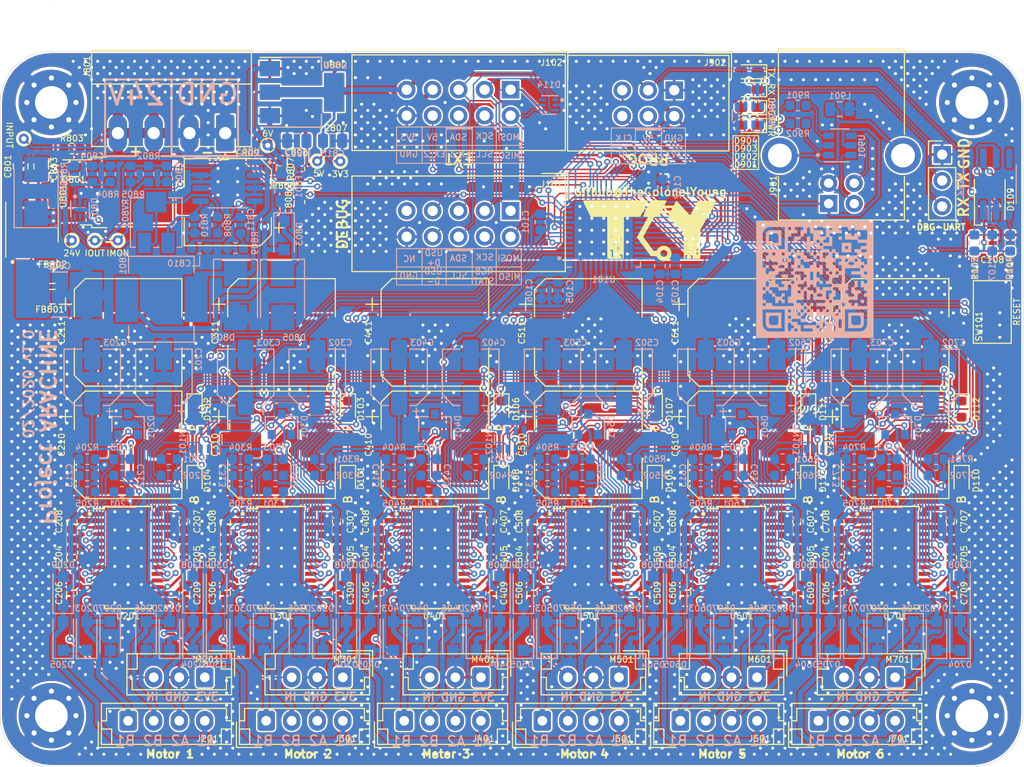
<source format=kicad_pcb>
(kicad_pcb (version 20171130) (host pcbnew 5.1.5-52549c5~84~ubuntu18.04.1)
  (title_block (title "Project ARACHNE") (date 2020-02-26) (rev v1.0) (company "Author: Petr Malaník") (comment 1 Github@TheColonelYoung))
  (layers (0 F.Cu signal) (31 B.Cu signal) (34 B.Paste user hide) (35 F.Paste user hide) (36 B.SilkS user) (37 F.SilkS user) (38 B.Mask user hide) (39 F.Mask user hide) (44 Edge.Cuts user))
  (net 0 "")
  (net 1 GND)
  (net 2 +3V3)
  (net 3 "Net-(C107-Pad1)")
  (net 4 "Net-(C107-Pad2)")
  (net 5 "Net-(C108-Pad1)")
  (net 6 "Net-(C201-Pad1)")
  (net 7 VMOT)
  (net 8 "Net-(C212-Pad2)")
  (net 9 "Net-(C212-Pad1)")
  (net 10 "Net-(C213-Pad1)")
  (net 11 "Net-(C301-Pad1)")
  (net 12 "Net-(C312-Pad1)")
  (net 13 "Net-(C312-Pad2)")
  (net 14 "Net-(C313-Pad1)")
  (net 15 "Net-(C401-Pad1)")
  (net 16 "Net-(C412-Pad2)")
  (net 17 "Net-(C412-Pad1)")
  (net 18 "Net-(C413-Pad1)")
  (net 19 "Net-(C501-Pad1)")
  (net 20 "Net-(C512-Pad1)")
  (net 21 "Net-(C512-Pad2)")
  (net 22 "Net-(C513-Pad1)")
  (net 23 "Net-(C601-Pad1)")
  (net 24 "Net-(C612-Pad1)")
  (net 25 "Net-(C612-Pad2)")
  (net 26 "Net-(C613-Pad1)")
  (net 27 "Net-(C701-Pad1)")
  (net 28 "Net-(C712-Pad2)")
  (net 29 "Net-(C712-Pad1)")
  (net 30 "Net-(C713-Pad1)")
  (net 31 +5V)
  (net 32 +24V)
  (net 33 "Net-(C803-Pad1)")
  (net 34 USB_VCC)
  (net 35 "Net-(C809-Pad1)")
  (net 36 "Net-(C810-Pad1)")
  (net 37 "Net-(C811-Pad2)")
  (net 38 "Net-(D101-Pad1)")
  (net 39 "Net-(D102-Pad1)")
  (net 40 "Net-(D103-Pad1)")
  (net 41 "Net-(D104-Pad1)")
  (net 42 "Net-(D105-Pad1)")
  (net 43 "Net-(D106-Pad1)")
  (net 44 "Net-(D107-Pad1)")
  (net 45 "Net-(D108-Pad1)")
  (net 46 "Net-(D109-Pad2)")
  (net 47 "Net-(D109-Pad3)")
  (net 48 "Net-(D109-Pad4)")
  (net 49 "Net-(D110-Pad1)")
  (net 50 "Net-(D111-Pad1)")
  (net 51 "Net-(D112-Pad1)")
  (net 52 "Net-(D113-Pad1)")
  (net 53 /UART_2_RX)
  (net 54 /UART_2_TX)
  (net 55 /SPI_MOSI)
  (net 56 /SPI_SCK)
  (net 57 /SPI_MISO)
  (net 58 "Net-(D202-Pad2)")
  (net 59 "Net-(D203-Pad2)")
  (net 60 "Net-(D204-Pad2)")
  (net 61 "Net-(D205-Pad2)")
  (net 62 "Net-(D302-Pad2)")
  (net 63 "Net-(D303-Pad2)")
  (net 64 "Net-(D304-Pad2)")
  (net 65 "Net-(D305-Pad2)")
  (net 66 "Net-(D402-Pad2)")
  (net 67 "Net-(D403-Pad2)")
  (net 68 "Net-(D404-Pad2)")
  (net 69 "Net-(D405-Pad2)")
  (net 70 "Net-(D502-Pad2)")
  (net 71 "Net-(D503-Pad2)")
  (net 72 "Net-(D504-Pad2)")
  (net 73 "Net-(D505-Pad2)")
  (net 74 "Net-(D602-Pad2)")
  (net 75 "Net-(D603-Pad2)")
  (net 76 "Net-(D604-Pad2)")
  (net 77 "Net-(D605-Pad2)")
  (net 78 "Net-(D702-Pad2)")
  (net 79 "Net-(D703-Pad2)")
  (net 80 "Net-(D704-Pad2)")
  (net 81 "Net-(D705-Pad2)")
  (net 82 "Net-(D801-Pad1)")
  (net 83 "Net-(D801-Pad2)")
  (net 84 "Net-(D803-Pad1)")
  (net 85 "Net-(D805-Pad1)")
  (net 86 "Net-(D901-Pad1)")
  (net 87 "Net-(D902-Pad1)")
  (net 88 "Net-(D903-Pad1)")
  (net 89 "Net-(D904-Pad1)")
  (net 90 "Net-(J801-Pad3)")
  (net 91 /Interface/USB-)
  (net 92 /Interface/USB+)
  (net 93 "Net-(J901-Pad5)")
  (net 94 /RESET)
  (net 95 /SWCLK)
  (net 96 /SWDIO)
  (net 97 /RGB_STAT)
  (net 98 "Net-(R102-Pad1)")
  (net 99 /FLAG_1)
  (net 100 /BUSY_1)
  (net 101 "Net-(R203-Pad2)")
  (net 102 /Motor_1/SW)
  (net 103 "Net-(R303-Pad2)")
  (net 104 /Motor_2/SW)
  (net 105 /FLAG_3)
  (net 106 /BUSY_3)
  (net 107 "Net-(R403-Pad2)")
  (net 108 /Motor_3/SW)
  (net 109 /FLAG_4)
  (net 110 /BUSY_4)
  (net 111 "Net-(R503-Pad2)")
  (net 112 /Motor_4/SW)
  (net 113 /FLAG_5)
  (net 114 /BUSY_5)
  (net 115 "Net-(R603-Pad2)")
  (net 116 /Motor_5/SW)
  (net 117 /FLAG_6)
  (net 118 /BUSY_6)
  (net 119 "Net-(R703-Pad2)")
  (net 120 /Motor_6/SW)
  (net 121 "Net-(R802-Pad1)")
  (net 122 "Net-(R808-Pad2)")
  (net 123 "Net-(R810-Pad1)")
  (net 124 /USB_D+)
  (net 125 /Interface/D+)
  (net 126 /USB_D-)
  (net 127 /Interface/D-)
  (net 128 /STAT)
  (net 129 /PWR_MON)
  (net 130 /I_MON)
  (net 131 /5V_MON)
  (net 132 /FLAG_2)
  (net 133 /BUSY_2)
  (net 134 /CS_4)
  (net 135 /CS_5)
  (net 136 /CS_6)
  (net 137 /CS_1)
  (net 138 /CS_2)
  (net 139 /CS_3)
  (net 140 /I2C_SCL)
  (net 141 /I2C_SDA)
  (net 142 /EXT_1)
  (net 143 /EXT_2)
  (module TCY_logo:TCY_QR_12x12 (layer B.Cu) (at 179.65 102.3)
    (fp_text reference G*** hide)
    (fp_text value LOGO hide)
  )
  (module TCY_logo:TCY_LOGO_13x6mm (layer F.Cu) (at 163.5 97.55)
    (fp_text reference G*** hide)
    (fp_text value LOGO hide)
  )
  (module Connector_IDC:IDC-Header_2x05_P2.54mm_Vertical (layer F.Cu) (at 149.9 95.6 270)
    (fp_text reference J101 (at -2.6 -4 180) (layer F.SilkS) (effects (font (size 0.6 0.6) (thickness 0.1))))
    (fp_text value Salae_logic)
    (pad 1 thru_hole rect (at 0 0 270) (size 1.7272 1.7272) (drill 1.016) (layers *.Cu *.Mask) (net 55 /SPI_MOSI))
    (pad 2 thru_hole oval (at 2.54 0 270) (size 1.7272 1.7272) (drill 1.016) (layers *.Cu *.Mask) (net 57 /SPI_MISO))
    (pad 3 thru_hole oval (at 0 2.54 270) (size 1.7272 1.7272) (drill 1.016) (layers *.Cu *.Mask) (net 56 /SPI_SCK))
    (pad 4 thru_hole oval (at 2.54 2.54 270) (size 1.7272 1.7272) (drill 1.016) (layers *.Cu *.Mask) (net 97 /RGB_STAT))
    (pad 5 thru_hole oval (at 0 5.08 270) (size 1.7272 1.7272) (drill 1.016) (layers *.Cu *.Mask) (net 141 /I2C_SDA))
    (pad 6 thru_hole oval (at 2.54 5.08 270) (size 1.7272 1.7272) (drill 1.016) (layers *.Cu *.Mask) (net 140 /I2C_SCL))
    (pad 7 thru_hole oval (at 0 7.62 270) (size 1.7272 1.7272) (drill 1.016) (layers *.Cu *.Mask) (net 124 /USB_D+))
    (pad 8 thru_hole oval (at 2.54 7.62 270) (size 1.7272 1.7272) (drill 1.016) (layers *.Cu *.Mask) (net 126 /USB_D-))
    (pad 9 thru_hole oval (at 0 10.16 270) (size 1.7272 1.7272) (drill 1.016) (layers *.Cu *.Mask))
    (pad 10 thru_hole oval (at 2.54 10.16 270) (size 1.7272 1.7272) (drill 1.016) (layers *.Cu *.Mask) (net 1 GND))
  )
  (module Inductor_SMD:L_0805_2012Metric (layer B.Cu) (at 182.1 85.65)
    (fp_text reference L901 (at 0 -1.3) (layer B.SilkS) (effects (font (size 0.6 0.6) (thickness 0.1)) (justify mirror)))
    (fp_text value "50R@100MHz, 3A")
    (pad 2 smd roundrect (at 0.9375 0) (size 0.975 1.4) (layers B.Cu B.Paste B.Mask) (net 1 GND))
    (pad 1 smd roundrect (at -0.9375 0) (size 0.975 1.4) (layers B.Cu B.Paste B.Mask) (net 93 "Net-(J901-Pad5)"))
  )
  (module TestPoint:TestPoint_THTPad_D1.0mm_Drill0.5mm (layer F.Cu) (at 102.3 88.55 90)
    (fp_text reference TP801 hide)
    (fp_text value PWR_IN)
    (pad 1 thru_hole circle (at 0 0 90) (size 1 1) (drill 0.5) (layers *.Cu *.Mask) (net 90 "Net-(J801-Pad3)"))
  )
  (module TestPoint:TestPoint_THTPad_D1.0mm_Drill0.5mm (layer F.Cu) (at 111.5 98.5)
    (fp_text reference TP803 hide)
    (fp_text value I_MAIN)
    (pad 1 thru_hole circle (at 0 0) (size 1 1) (drill 0.5) (layers *.Cu *.Mask) (net 121 "Net-(R802-Pad1)"))
  )
  (module Capacitor_SMD:CP_Elec_5x5.3 (layer B.Cu) (at 131 111.9 90)
    (fp_text reference C302 (at 3.4 2.25) (layer B.SilkS) (effects (font (size 0.6 0.6) (thickness 0.1)) (justify mirror)))
    (fp_text value 47uF/6,3V)
    (pad 1 smd roundrect (at -2.2 0 90) (size 3 1.6) (layers B.Cu B.Paste B.Mask) (roundrect_rratio 0.156) (net 2 +3V3))
    (pad 2 smd roundrect (at 2.2 0 90) (size 3 1.6) (layers B.Cu B.Paste B.Mask) (roundrect_rratio 0.156) (net 1 GND))
  )
  (module Capacitor_SMD:CP_Elec_5x5.3 (layer B.Cu) (at 124 111.9 90)
    (fp_text reference C303 (at 3.4 2.25) (layer B.SilkS) (effects (font (size 0.6 0.6) (thickness 0.1)) (justify mirror)))
    (fp_text value 47uF/6,3V)
    (pad 2 smd roundrect (at 2.2 0 90) (size 3 1.6) (layers B.Cu B.Paste B.Mask) (roundrect_rratio 0.156) (net 1 GND))
    (pad 1 smd roundrect (at -2.2 0 90) (size 3 1.6) (layers B.Cu B.Paste B.Mask) (roundrect_rratio 0.156) (net 2 +3V3))
  )
  (module Capacitor_SMD:CP_Elec_10x10 (layer F.Cu) (at 187.5 118.5)
    (fp_text reference C710 (at -6.5 0 90) (layer F.SilkS) (effects (font (size 0.6 0.6) (thickness 0.1))))
    (fp_text value 100uF/63V)
    (pad 1 smd roundrect (at -4 0) (size 4 2.5) (layers F.Cu F.Paste F.Mask) (roundrect_rratio 0.1) (net 7 VMOT) (thermal_gap 0.3))
    (pad 2 smd roundrect (at 4 0) (size 4 2.5) (layers F.Cu F.Paste F.Mask) (roundrect_rratio 0.1) (net 1 GND) (thermal_gap 0.3))
  )
  (module Resistor_SMD:R_0603_1608Metric (layer B.Cu) (at 183.5 123.1)
    (fp_text reference R705 (at 0 1.15) (layer B.SilkS) (effects (font (size 0.6 0.6) (thickness 0.1)) (justify mirror)))
    (fp_text value 1k)
    (pad 1 smd roundrect (at -0.7875 0) (size 0.875 0.95) (layers B.Cu B.Paste B.Mask) (net 30 "Net-(C713-Pad1)"))
    (pad 2 smd roundrect (at 0.7875 0) (size 0.875 0.95) (layers B.Cu B.Paste B.Mask) (net 120 /Motor_6/SW))
  )
  (module Package_SO:HSOP-8-1EP_3.9x4.9mm_P1.27mm_EP2.41x3.1mm_ThermalVias (layer B.Cu) (at 122.25 92.75 180)
    (fp_text reference U803 (at -2 3 180) (layer B.SilkS) (effects (font (size 0.6 0.6) (thickness 0.1)) (justify mirror)))
    (fp_text value L5973D)
    (pad 9 smd roundrect (at 0 0 180) (size 2.41 3.1) (layers B.Cu B.Mask) (roundrect_rratio 0.104) (net 1 GND))
    (pad 9 thru_hole circle (at -0.955 1.3 180) (size 0.6 0.6) (drill 0.3) (layers *.Cu) (net 1 GND))
    (pad 9 thru_hole circle (at 0.955 1.3 180) (size 0.6 0.6) (drill 0.3) (layers *.Cu) (net 1 GND))
    (pad 9 thru_hole circle (at -0.955 0 180) (size 0.6 0.6) (drill 0.3) (layers *.Cu) (net 1 GND))
    (pad 9 thru_hole circle (at 0.955 0 180) (size 0.6 0.6) (drill 0.3) (layers *.Cu) (net 1 GND))
    (pad 9 thru_hole circle (at -0.955 -1.3 180) (size 0.6 0.6) (drill 0.3) (layers *.Cu) (net 1 GND))
    (pad 9 thru_hole circle (at 0.955 -1.3 180) (size 0.6 0.6) (drill 0.3) (layers *.Cu) (net 1 GND))
    (pad 9 smd roundrect (at 0 0 180) (size 2.41 3.1) (layers F.Cu) (roundrect_rratio 0.104) (net 1 GND))
    (pad 1 smd roundrect (at -2.65 1.905 180) (size 1.6 0.6) (layers B.Cu B.Paste B.Mask) (net 85 "Net-(D805-Pad1)"))
    (pad 2 smd roundrect (at -2.65 0.635 180) (size 1.6 0.6) (layers B.Cu B.Paste B.Mask))
    (pad 3 smd roundrect (at -2.65 -0.635 180) (size 1.6 0.6) (layers B.Cu B.Paste B.Mask) (net 1 GND))
    (pad 4 smd roundrect (at -2.65 -1.905 180) (size 1.6 0.6) (layers B.Cu B.Paste B.Mask) (net 36 "Net-(C810-Pad1)"))
    (pad 5 smd roundrect (at 2.65 -1.905 180) (size 1.6 0.6) (layers B.Cu B.Paste B.Mask) (net 123 "Net-(R810-Pad1)"))
    (pad 6 smd roundrect (at 2.65 -0.635 180) (size 1.6 0.6) (layers B.Cu B.Paste B.Mask))
    (pad 7 smd roundrect (at 2.65 0.635 180) (size 1.6 0.6) (layers B.Cu B.Paste B.Mask) (net 1 GND))
    (pad 8 smd roundrect (at 2.65 1.905 180) (size 1.6 0.6) (layers B.Cu B.Paste B.Mask) (net 32 +24V))
  )
  (module Capacitor_SMD:C_0603_1608Metric (layer B.Cu) (at 152.8 96.7 270)
    (fp_text reference C101 (at 0 1.43 90) (layer B.SilkS) (effects (font (size 0.6 0.6) (thickness 0.1)) (justify mirror)))
    (fp_text value 100nF)
    (pad 2 smd roundrect (at 0.7875 0 270) (size 0.875 0.95) (layers B.Cu B.Paste B.Mask) (net 1 GND))
    (pad 1 smd roundrect (at -0.7875 0 270) (size 0.875 0.95) (layers B.Cu B.Paste B.Mask) (net 2 +3V3))
  )
  (module Capacitor_SMD:C_0603_1608Metric (layer B.Cu) (at 164.8 93.3 90)
    (fp_text reference C102 (at 0 1.43 270) (layer B.SilkS) (effects (font (size 0.6 0.6) (thickness 0.1)) (justify mirror)))
    (fp_text value 100nF)
    (pad 1 smd roundrect (at -0.7875 0 90) (size 0.875 0.95) (layers B.Cu B.Paste B.Mask) (net 2 +3V3))
    (pad 2 smd roundrect (at 0.7875 0 90) (size 0.875 0.95) (layers B.Cu B.Paste B.Mask) (net 1 GND))
  )
  (module Capacitor_SMD:C_0603_1608Metric (layer B.Cu) (at 166 101 270)
    (fp_text reference C103 (at 2.5 0 90) (layer B.SilkS) (effects (font (size 0.6 0.6) (thickness 0.1)) (justify mirror)))
    (fp_text value 100nF)
    (pad 2 smd roundrect (at 0.7875 0 270) (size 0.875 0.95) (layers B.Cu B.Paste B.Mask) (net 1 GND))
    (pad 1 smd roundrect (at -0.7875 0 270) (size 0.875 0.95) (layers B.Cu B.Paste B.Mask) (net 2 +3V3))
  )
  (module Capacitor_SMD:C_0603_1608Metric (layer B.Cu) (at 164.5 101 270)
    (fp_text reference C104 (at 2.5 0 90) (layer B.SilkS) (effects (font (size 0.6 0.6) (thickness 0.1)) (justify mirror)))
    (fp_text value 100nF)
    (pad 1 smd roundrect (at -0.7875 0 270) (size 0.875 0.95) (layers B.Cu B.Paste B.Mask) (net 2 +3V3))
    (pad 2 smd roundrect (at 0.7875 0 270) (size 0.875 0.95) (layers B.Cu B.Paste B.Mask) (net 1 GND))
  )
  (module Capacitor_SMD:C_0603_1608Metric (layer B.Cu) (at 154.5 103.4 270)
    (fp_text reference C105 (at 0.1 -1.2 90) (layer B.SilkS) (effects (font (size 0.6 0.6) (thickness 0.1)) (justify mirror)))
    (fp_text value 100nF)
    (pad 2 smd roundrect (at 0.7875 0 270) (size 0.875 0.95) (layers B.Cu B.Paste B.Mask) (net 1 GND))
    (pad 1 smd roundrect (at -0.7875 0 270) (size 0.875 0.95) (layers B.Cu B.Paste B.Mask) (net 2 +3V3))
  )
  (module Capacitor_SMD:C_0603_1608Metric (layer B.Cu) (at 152.9 103.4 270)
    (fp_text reference C106 (at 0 1.2 90) (layer B.SilkS) (effects (font (size 0.6 0.6) (thickness 0.1)) (justify mirror)))
    (fp_text value 100nF)
    (pad 1 smd roundrect (at -0.7875 0 270) (size 0.875 0.95) (layers B.Cu B.Paste B.Mask) (net 2 +3V3))
    (pad 2 smd roundrect (at 0.7875 0 270) (size 0.875 0.95) (layers B.Cu B.Paste B.Mask) (net 1 GND))
  )
  (module Capacitor_SMD:C_0603_1608Metric (layer B.Cu) (at 197 98.75 270)
    (fp_text reference C107 (at 2.55 0 90) (layer B.SilkS) (effects (font (size 0.6 0.6) (thickness 0.1)) (justify mirror)))
    (fp_text value 100nF)
    (pad 1 smd roundrect (at -0.7875 0 270) (size 0.875 0.95) (layers B.Cu B.Paste B.Mask) (net 3 "Net-(C107-Pad1)"))
    (pad 2 smd roundrect (at 0.7875 0 270) (size 0.875 0.95) (layers B.Cu B.Paste B.Mask) (net 4 "Net-(C107-Pad2)"))
  )
  (module Capacitor_SMD:C_0603_1608Metric (layer F.Cu) (at 197 98.75 90)
    (fp_text reference C108 (at -1.65 0) (layer F.SilkS) (effects (font (size 0.6 0.6) (thickness 0.1))))
    (fp_text value 100nF)
    (pad 2 smd roundrect (at 0.7875 0 90) (size 0.875 0.95) (layers F.Cu F.Paste F.Mask) (net 1 GND))
    (pad 1 smd roundrect (at -0.7875 0 90) (size 0.875 0.95) (layers F.Cu F.Paste F.Mask) (net 5 "Net-(C108-Pad1)"))
  )
  (module Capacitor_SMD:C_0603_1608Metric (layer B.Cu) (at 111.9 123.1)
    (fp_text reference C201 (at -0.15 1.15) (layer B.SilkS) (effects (font (size 0.6 0.6) (thickness 0.1)) (justify mirror)))
    (fp_text value 220nF/16V)
    (pad 1 smd roundrect (at -0.7875 0) (size 0.875 0.95) (layers B.Cu B.Paste B.Mask) (net 6 "Net-(C201-Pad1)"))
    (pad 2 smd roundrect (at 0.7875 0) (size 0.875 0.95) (layers B.Cu B.Paste B.Mask) (net 7 VMOT))
  )
  (module Capacitor_SMD:CP_Elec_5x5.3 (layer B.Cu) (at 116 111.9 90)
    (fp_text reference C202 (at 1.75 3.4 90) (layer B.SilkS) (effects (font (size 0.6 0.6) (thickness 0.1)) (justify mirror)))
    (fp_text value 47uF/6,3V)
    (pad 1 smd roundrect (at -2.2 0 90) (size 3 1.6) (layers B.Cu B.Paste B.Mask) (roundrect_rratio 0.156) (net 2 +3V3))
    (pad 2 smd roundrect (at 2.2 0 90) (size 3 1.6) (layers B.Cu B.Paste B.Mask) (roundrect_rratio 0.156) (net 1 GND))
  )
  (module Capacitor_SMD:CP_Elec_5x5.3 (layer B.Cu) (at 109 111.9 90)
    (fp_text reference C203 (at 3.4 2.25) (layer B.SilkS) (effects (font (size 0.6 0.6) (thickness 0.1)) (justify mirror)))
    (fp_text value 47uF/6,3V)
    (pad 2 smd roundrect (at 2.2 0 90) (size 3 1.6) (layers B.Cu B.Paste B.Mask) (roundrect_rratio 0.156) (net 1 GND))
    (pad 1 smd roundrect (at -2.2 0 90) (size 3 1.6) (layers B.Cu B.Paste B.Mask) (roundrect_rratio 0.156) (net 2 +3V3))
  )
  (module Capacitor_SMD:C_0603_1608Metric (layer F.Cu) (at 107 129.5 90)
    (fp_text reference C204 (at 0 -1.25 270) (layer F.SilkS) (effects (font (size 0.6 0.6) (thickness 0.1))))
    (fp_text value 100nF/50V)
    (pad 2 smd roundrect (at 0.7875 0 90) (size 0.875 0.95) (layers F.Cu F.Paste F.Mask) (net 1 GND))
    (pad 1 smd roundrect (at -0.7875 0 90) (size 0.875 0.95) (layers F.Cu F.Paste F.Mask) (net 2 +3V3))
  )
  (module Capacitor_SMD:C_0603_1608Metric (layer F.Cu) (at 118 129.5 90)
    (fp_text reference C205 (at 0 1.25 90) (layer F.SilkS) (effects (font (size 0.6 0.6) (thickness 0.1))))
    (fp_text value 100nF/50V)
    (pad 1 smd roundrect (at -0.7875 0 90) (size 0.875 0.95) (layers F.Cu F.Paste F.Mask) (net 2 +3V3))
    (pad 2 smd roundrect (at 0.7875 0 90) (size 0.875 0.95) (layers F.Cu F.Paste F.Mask) (net 1 GND))
  )
  (module Capacitor_SMD:C_0603_1608Metric (layer F.Cu) (at 107 133 270)
    (fp_text reference C206 (at 0 1.25 270) (layer F.SilkS) (effects (font (size 0.6 0.6) (thickness 0.1))))
    (fp_text value 100nF/50V)
    (pad 2 smd roundrect (at 0.7875 0 270) (size 0.875 0.95) (layers F.Cu F.Paste F.Mask) (net 1 GND))
    (pad 1 smd roundrect (at -0.7875 0 270) (size 0.875 0.95) (layers F.Cu F.Paste F.Mask) (net 7 VMOT))
  )
  (module Capacitor_SMD:C_0603_1608Metric (layer F.Cu) (at 118 126 270)
    (fp_text reference C207 (at 0 -1.25 270) (layer F.SilkS) (effects (font (size 0.6 0.6) (thickness 0.1))))
    (fp_text value 100nF/50V)
    (pad 1 smd roundrect (at -0.7875 0 270) (size 0.875 0.95) (layers F.Cu F.Paste F.Mask) (net 7 VMOT))
    (pad 2 smd roundrect (at 0.7875 0 270) (size 0.875 0.95) (layers F.Cu F.Paste F.Mask) (net 1 GND))
  )
  (module Capacitor_SMD:C_0603_1608Metric (layer F.Cu) (at 107 126 270)
    (fp_text reference C208 (at 0 1.25 270) (layer F.SilkS) (effects (font (size 0.6 0.6) (thickness 0.1))))
    (fp_text value 100nF/50V)
    (pad 2 smd roundrect (at 0.7875 0 270) (size 0.875 0.95) (layers F.Cu F.Paste F.Mask) (net 1 GND))
    (pad 1 smd roundrect (at -0.7875 0 270) (size 0.875 0.95) (layers F.Cu F.Paste F.Mask) (net 7 VMOT))
  )
  (module Capacitor_SMD:C_0603_1608Metric (layer F.Cu) (at 118 133.0125 270)
    (fp_text reference C209 (at 0 -1.25 270) (layer F.SilkS) (effects (font (size 0.6 0.6) (thickness 0.1))))
    (fp_text value 100nF/50V)
    (pad 1 smd roundrect (at -0.7875 0 270) (size 0.875 0.95) (layers F.Cu F.Paste F.Mask) (net 7 VMOT))
    (pad 2 smd roundrect (at 0.7875 0 270) (size 0.875 0.95) (layers F.Cu F.Paste F.Mask) (net 1 GND))
  )
  (module Capacitor_SMD:CP_Elec_10x10 (layer F.Cu) (at 112.5 118.5)
    (fp_text reference C210 (at -6.5 0 90) (layer F.SilkS) (effects (font (size 0.6 0.6) (thickness 0.1))))
    (fp_text value 100uF/63V)
    (pad 2 smd roundrect (at 4 0) (size 4 2.5) (layers F.Cu F.Paste F.Mask) (roundrect_rratio 0.1) (net 1 GND) (thermal_gap 0.3))
    (pad 1 smd roundrect (at -4 0) (size 4 2.5) (layers F.Cu F.Paste F.Mask) (roundrect_rratio 0.1) (net 7 VMOT) (thermal_gap 0.3))
  )
  (module Capacitor_SMD:CP_Elec_10x10 (layer F.Cu) (at 112.5 107.5)
    (fp_text reference C211 (at -6.5 0 90) (layer F.SilkS) (effects (font (size 0.6 0.6) (thickness 0.1))))
    (fp_text value 100uF/63V)
    (pad 2 smd roundrect (at 4 0) (size 4 2.5) (layers F.Cu F.Paste F.Mask) (roundrect_rratio 0.1) (net 1 GND) (thermal_gap 0.3))
    (pad 1 smd roundrect (at -4 0) (size 4 2.5) (layers F.Cu F.Paste F.Mask) (roundrect_rratio 0.1) (net 7 VMOT) (thermal_gap 0.3))
  )
  (module Capacitor_SMD:C_0603_1608Metric (layer B.Cu) (at 111.9 121.5 180)
    (fp_text reference C212 (at -1.85 0 90) (layer B.SilkS) (effects (font (size 0.6 0.6) (thickness 0.1)) (justify mirror)))
    (fp_text value 10nF/50V)
    (pad 2 smd roundrect (at 0.7875 0 180) (size 0.875 0.95) (layers B.Cu B.Paste B.Mask) (net 8 "Net-(C212-Pad2)"))
    (pad 1 smd roundrect (at -0.7875 0 180) (size 0.875 0.95) (layers B.Cu B.Paste B.Mask) (net 9 "Net-(C212-Pad1)"))
  )
  (module Capacitor_SMD:C_0603_1608Metric (layer B.Cu) (at 108.5 121.5)
    (fp_text reference C213 (at -1.75 0 90) (layer B.SilkS) (effects (font (size 0.6 0.6) (thickness 0.1)) (justify mirror)))
    (fp_text value 100nF)
    (pad 2 smd roundrect (at 0.7875 0) (size 0.875 0.95) (layers B.Cu B.Paste B.Mask) (net 1 GND))
    (pad 1 smd roundrect (at -0.7875 0) (size 0.875 0.95) (layers B.Cu B.Paste B.Mask) (net 10 "Net-(C213-Pad1)"))
  )
  (module Capacitor_SMD:C_0603_1608Metric (layer B.Cu) (at 126.9 123.1)
    (fp_text reference C301 (at -0.15 1.15) (layer B.SilkS) (effects (font (size 0.6 0.6) (thickness 0.1)) (justify mirror)))
    (fp_text value 220nF/16V)
    (pad 2 smd roundrect (at 0.7875 0) (size 0.875 0.95) (layers B.Cu B.Paste B.Mask) (net 7 VMOT))
    (pad 1 smd roundrect (at -0.7875 0) (size 0.875 0.95) (layers B.Cu B.Paste B.Mask) (net 11 "Net-(C301-Pad1)"))
  )
  (module Capacitor_SMD:C_0603_1608Metric (layer F.Cu) (at 122 129.5 90)
    (fp_text reference C304 (at 0 -1.25 270) (layer F.SilkS) (effects (font (size 0.6 0.6) (thickness 0.1))))
    (fp_text value 100nF/50V)
    (pad 1 smd roundrect (at -0.7875 0 90) (size 0.875 0.95) (layers F.Cu F.Paste F.Mask) (net 2 +3V3))
    (pad 2 smd roundrect (at 0.7875 0 90) (size 0.875 0.95) (layers F.Cu F.Paste F.Mask) (net 1 GND))
  )
  (module Capacitor_SMD:C_0603_1608Metric (layer F.Cu) (at 133 129.5 90)
    (fp_text reference C305 (at 0 1.25 90) (layer F.SilkS) (effects (font (size 0.6 0.6) (thickness 0.1))))
    (fp_text value 100nF/50V)
    (pad 2 smd roundrect (at 0.7875 0 90) (size 0.875 0.95) (layers F.Cu F.Paste F.Mask) (net 1 GND))
    (pad 1 smd roundrect (at -0.7875 0 90) (size 0.875 0.95) (layers F.Cu F.Paste F.Mask) (net 2 +3V3))
  )
  (module Capacitor_SMD:C_0603_1608Metric (layer F.Cu) (at 122 133 270)
    (fp_text reference C306 (at 0 1.25 270) (layer F.SilkS) (effects (font (size 0.6 0.6) (thickness 0.1))))
    (fp_text value 100nF/50V)
    (pad 1 smd roundrect (at -0.7875 0 270) (size 0.875 0.95) (layers F.Cu F.Paste F.Mask) (net 7 VMOT))
    (pad 2 smd roundrect (at 0.7875 0 270) (size 0.875 0.95) (layers F.Cu F.Paste F.Mask) (net 1 GND))
  )
  (module Capacitor_SMD:C_0603_1608Metric (layer F.Cu) (at 133 126 270)
    (fp_text reference C307 (at 0 -1.25 270) (layer F.SilkS) (effects (font (size 0.6 0.6) (thickness 0.1))))
    (fp_text value 100nF/50V)
    (pad 2 smd roundrect (at 0.7875 0 270) (size 0.875 0.95) (layers F.Cu F.Paste F.Mask) (net 1 GND))
    (pad 1 smd roundrect (at -0.7875 0 270) (size 0.875 0.95) (layers F.Cu F.Paste F.Mask) (net 7 VMOT))
  )
  (module Capacitor_SMD:C_0603_1608Metric (layer F.Cu) (at 122 126 270)
    (fp_text reference C308 (at 0 1.25 270) (layer F.SilkS) (effects (font (size 0.6 0.6) (thickness 0.1))))
    (fp_text value 100nF/50V)
    (pad 1 smd roundrect (at -0.7875 0 270) (size 0.875 0.95) (layers F.Cu F.Paste F.Mask) (net 7 VMOT))
    (pad 2 smd roundrect (at 0.7875 0 270) (size 0.875 0.95) (layers F.Cu F.Paste F.Mask) (net 1 GND))
  )
  (module Capacitor_SMD:C_0603_1608Metric (layer F.Cu) (at 133 133.0125 270)
    (fp_text reference C309 (at 0 -1.25 270) (layer F.SilkS) (effects (font (size 0.6 0.6) (thickness 0.1))))
    (fp_text value 100nF/50V)
    (pad 2 smd roundrect (at 0.7875 0 270) (size 0.875 0.95) (layers F.Cu F.Paste F.Mask) (net 1 GND))
    (pad 1 smd roundrect (at -0.7875 0 270) (size 0.875 0.95) (layers F.Cu F.Paste F.Mask) (net 7 VMOT))
  )
  (module Capacitor_SMD:CP_Elec_10x10 (layer F.Cu) (at 127.5 118.5)
    (fp_text reference C310 (at -6.5 0 90) (layer F.SilkS) (effects (font (size 0.6 0.6) (thickness 0.1))))
    (fp_text value 100uF/63V)
    (pad 2 smd roundrect (at 4 0) (size 4 2.5) (layers F.Cu F.Paste F.Mask) (roundrect_rratio 0.1) (net 1 GND) (thermal_gap 0.3))
    (pad 1 smd roundrect (at -4 0) (size 4 2.5) (layers F.Cu F.Paste F.Mask) (roundrect_rratio 0.1) (net 7 VMOT) (thermal_gap 0.3))
  )
  (module Capacitor_SMD:CP_Elec_10x10 (layer F.Cu) (at 127.5 107.5)
    (fp_text reference C311 (at -6.5 0 90) (layer F.SilkS) (effects (font (size 0.6 0.6) (thickness 0.1))))
    (fp_text value 100uF/63V)
    (pad 1 smd roundrect (at -4 0) (size 4 2.5) (layers F.Cu F.Paste F.Mask) (roundrect_rratio 0.1) (net 7 VMOT) (thermal_gap 0.3))
    (pad 2 smd roundrect (at 4 0) (size 4 2.5) (layers F.Cu F.Paste F.Mask) (roundrect_rratio 0.1) (net 1 GND) (thermal_gap 0.3))
  )
  (module Capacitor_SMD:C_0603_1608Metric (layer B.Cu) (at 126.9 121.5 180)
    (fp_text reference C312 (at -1.85 0 90) (layer B.SilkS) (effects (font (size 0.6 0.6) (thickness 0.1)) (justify mirror)))
    (fp_text value 10nF/50V)
    (pad 1 smd roundrect (at -0.7875 0 180) (size 0.875 0.95) (layers B.Cu B.Paste B.Mask) (net 12 "Net-(C312-Pad1)"))
    (pad 2 smd roundrect (at 0.7875 0 180) (size 0.875 0.95) (layers B.Cu B.Paste B.Mask) (net 13 "Net-(C312-Pad2)"))
  )
  (module Capacitor_SMD:C_0603_1608Metric (layer B.Cu) (at 123.5 121.5)
    (fp_text reference C313 (at -1.75 0 90) (layer B.SilkS) (effects (font (size 0.6 0.6) (thickness 0.1)) (justify mirror)))
    (fp_text value 100nF)
    (pad 1 smd roundrect (at -0.7875 0) (size 0.875 0.95) (layers B.Cu B.Paste B.Mask) (net 14 "Net-(C313-Pad1)"))
    (pad 2 smd roundrect (at 0.7875 0) (size 0.875 0.95) (layers B.Cu B.Paste B.Mask) (net 1 GND))
  )
  (module Capacitor_SMD:C_0603_1608Metric (layer B.Cu) (at 141.9 123.1)
    (fp_text reference C401 (at -0.15 1.15) (layer B.SilkS) (effects (font (size 0.6 0.6) (thickness 0.1)) (justify mirror)))
    (fp_text value 220nF/16V)
    (pad 1 smd roundrect (at -0.7875 0) (size 0.875 0.95) (layers B.Cu B.Paste B.Mask) (net 15 "Net-(C401-Pad1)"))
    (pad 2 smd roundrect (at 0.7875 0) (size 0.875 0.95) (layers B.Cu B.Paste B.Mask) (net 7 VMOT))
  )
  (module Capacitor_SMD:CP_Elec_5x5.3 (layer B.Cu) (at 146 111.9 90)
    (fp_text reference C402 (at 3.4 2.25) (layer B.SilkS) (effects (font (size 0.6 0.6) (thickness 0.1)) (justify mirror)))
    (fp_text value 47uF/6,3V)
    (pad 2 smd roundrect (at 2.2 0 90) (size 3 1.6) (layers B.Cu B.Paste B.Mask) (roundrect_rratio 0.156) (net 1 GND))
    (pad 1 smd roundrect (at -2.2 0 90) (size 3 1.6) (layers B.Cu B.Paste B.Mask) (roundrect_rratio 0.156) (net 2 +3V3))
  )
  (module Capacitor_SMD:CP_Elec_5x5.3 (layer B.Cu) (at 139 111.9 90)
    (fp_text reference C403 (at 3.4 2.25) (layer B.SilkS) (effects (font (size 0.6 0.6) (thickness 0.1)) (justify mirror)))
    (fp_text value 47uF/6,3V)
    (pad 1 smd roundrect (at -2.2 0 90) (size 3 1.6) (layers B.Cu B.Paste B.Mask) (roundrect_rratio 0.156) (net 2 +3V3))
    (pad 2 smd roundrect (at 2.2 0 90) (size 3 1.6) (layers B.Cu B.Paste B.Mask) (roundrect_rratio 0.156) (net 1 GND))
  )
  (module Capacitor_SMD:C_0603_1608Metric (layer F.Cu) (at 137 129.5 90)
    (fp_text reference C404 (at 0 -1.25 270) (layer F.SilkS) (effects (font (size 0.6 0.6) (thickness 0.1))))
    (fp_text value 100nF/50V)
    (pad 1 smd roundrect (at -0.7875 0 90) (size 0.875 0.95) (layers F.Cu F.Paste F.Mask) (net 2 +3V3))
    (pad 2 smd roundrect (at 0.7875 0 90) (size 0.875 0.95) (layers F.Cu F.Paste F.Mask) (net 1 GND))
  )
  (module Capacitor_SMD:C_0603_1608Metric (layer F.Cu) (at 148 129.5 90)
    (fp_text reference C405 (at 0 1.25 90) (layer F.SilkS) (effects (font (size 0.6 0.6) (thickness 0.1))))
    (fp_text value 100nF/50V)
    (pad 1 smd roundrect (at -0.7875 0 90) (size 0.875 0.95) (layers F.Cu F.Paste F.Mask) (net 2 +3V3))
    (pad 2 smd roundrect (at 0.7875 0 90) (size 0.875 0.95) (layers F.Cu F.Paste F.Mask) (net 1 GND))
  )
  (module Capacitor_SMD:C_0603_1608Metric (layer F.Cu) (at 137 133 270)
    (fp_text reference C406 (at 0 1.25 270) (layer F.SilkS) (effects (font (size 0.6 0.6) (thickness 0.1))))
    (fp_text value 100nF/50V)
    (pad 2 smd roundrect (at 0.7875 0 270) (size 0.875 0.95) (layers F.Cu F.Paste F.Mask) (net 1 GND))
    (pad 1 smd roundrect (at -0.7875 0 270) (size 0.875 0.95) (layers F.Cu F.Paste F.Mask) (net 7 VMOT))
  )
  (module Capacitor_SMD:C_0603_1608Metric (layer F.Cu) (at 148 126 270)
    (fp_text reference C407 (at 0 -1.25 270) (layer F.SilkS) (effects (font (size 0.6 0.6) (thickness 0.1))))
    (fp_text value 100nF/50V)
    (pad 2 smd roundrect (at 0.7875 0 270) (size 0.875 0.95) (layers F.Cu F.Paste F.Mask) (net 1 GND))
    (pad 1 smd roundrect (at -0.7875 0 270) (size 0.875 0.95) (layers F.Cu F.Paste F.Mask) (net 7 VMOT))
  )
  (module Capacitor_SMD:C_0603_1608Metric (layer F.Cu) (at 137 126 270)
    (fp_text reference C408 (at 0 1.25 270) (layer F.SilkS) (effects (font (size 0.6 0.6) (thickness 0.1))))
    (fp_text value 100nF/50V)
    (pad 1 smd roundrect (at -0.7875 0 270) (size 0.875 0.95) (layers F.Cu F.Paste F.Mask) (net 7 VMOT))
    (pad 2 smd roundrect (at 0.7875 0 270) (size 0.875 0.95) (layers F.Cu F.Paste F.Mask) (net 1 GND))
  )
  (module Capacitor_SMD:C_0603_1608Metric (layer F.Cu) (at 148 133.0125 270)
    (fp_text reference C409 (at 0 -1.25 270) (layer F.SilkS) (effects (font (size 0.6 0.6) (thickness 0.1))))
    (fp_text value 100nF/50V)
    (pad 2 smd roundrect (at 0.7875 0 270) (size 0.875 0.95) (layers F.Cu F.Paste F.Mask) (net 1 GND))
    (pad 1 smd roundrect (at -0.7875 0 270) (size 0.875 0.95) (layers F.Cu F.Paste F.Mask) (net 7 VMOT))
  )
  (module Capacitor_SMD:CP_Elec_10x10 (layer F.Cu) (at 142.5 118.5)
    (fp_text reference C410 (at -6.5 0 90) (layer F.SilkS) (effects (font (size 0.6 0.6) (thickness 0.1))))
    (fp_text value 100uF/63V)
    (pad 2 smd roundrect (at 4 0) (size 4 2.5) (layers F.Cu F.Paste F.Mask) (roundrect_rratio 0.1) (net 1 GND) (thermal_gap 0.3))
    (pad 1 smd roundrect (at -4 0) (size 4 2.5) (layers F.Cu F.Paste F.Mask) (roundrect_rratio 0.1) (net 7 VMOT) (thermal_gap 0.3))
  )
  (module Capacitor_SMD:CP_Elec_10x10 (layer F.Cu) (at 142.5 107.5)
    (fp_text reference C411 (at -6.5 0 90) (layer F.SilkS) (effects (font (size 0.6 0.6) (thickness 0.1))))
    (fp_text value 100uF/63V)
    (pad 1 smd roundrect (at -4 0) (size 4 2.5) (layers F.Cu F.Paste F.Mask) (roundrect_rratio 0.1) (net 7 VMOT) (thermal_gap 0.3))
    (pad 2 smd roundrect (at 4 0) (size 4 2.5) (layers F.Cu F.Paste F.Mask) (roundrect_rratio 0.1) (net 1 GND) (thermal_gap 0.3))
  )
  (module Capacitor_SMD:C_0603_1608Metric (layer B.Cu) (at 141.9 121.5 180)
    (fp_text reference C412 (at -1.85 0 90) (layer B.SilkS) (effects (font (size 0.6 0.6) (thickness 0.1)) (justify mirror)))
    (fp_text value 10nF/50V)
    (pad 2 smd roundrect (at 0.7875 0 180) (size 0.875 0.95) (layers B.Cu B.Paste B.Mask) (net 16 "Net-(C412-Pad2)"))
    (pad 1 smd roundrect (at -0.7875 0 180) (size 0.875 0.95) (layers B.Cu B.Paste B.Mask) (net 17 "Net-(C412-Pad1)"))
  )
  (module Capacitor_SMD:C_0603_1608Metric (layer B.Cu) (at 138.5 121.5)
    (fp_text reference C413 (at -1.75 0 90) (layer B.SilkS) (effects (font (size 0.6 0.6) (thickness 0.1)) (justify mirror)))
    (fp_text value 100nF)
    (pad 2 smd roundrect (at 0.7875 0) (size 0.875 0.95) (layers B.Cu B.Paste B.Mask) (net 1 GND))
    (pad 1 smd roundrect (at -0.7875 0) (size 0.875 0.95) (layers B.Cu B.Paste B.Mask) (net 18 "Net-(C413-Pad1)"))
  )
  (module Capacitor_SMD:C_0603_1608Metric (layer B.Cu) (at 156.9 123.1)
    (fp_text reference C501 (at -0.15 1.15) (layer B.SilkS) (effects (font (size 0.6 0.6) (thickness 0.1)) (justify mirror)))
    (fp_text value 220nF/16V)
    (pad 2 smd roundrect (at 0.7875 0) (size 0.875 0.95) (layers B.Cu B.Paste B.Mask) (net 7 VMOT))
    (pad 1 smd roundrect (at -0.7875 0) (size 0.875 0.95) (layers B.Cu B.Paste B.Mask) (net 19 "Net-(C501-Pad1)"))
  )
  (module Capacitor_SMD:CP_Elec_5x5.3 (layer B.Cu) (at 161 111.9 90)
    (fp_text reference C502 (at 3.4 2.25) (layer B.SilkS) (effects (font (size 0.6 0.6) (thickness 0.1)) (justify mirror)))
    (fp_text value 47uF/6,3V)
    (pad 2 smd roundrect (at 2.2 0 90) (size 3 1.6) (layers B.Cu B.Paste B.Mask) (roundrect_rratio 0.156) (net 1 GND))
    (pad 1 smd roundrect (at -2.2 0 90) (size 3 1.6) (layers B.Cu B.Paste B.Mask) (roundrect_rratio 0.156) (net 2 +3V3))
  )
  (module Capacitor_SMD:CP_Elec_5x5.3 (layer B.Cu) (at 154 111.9 90)
    (fp_text reference C503 (at 3.4 2.25) (layer B.SilkS) (effects (font (size 0.6 0.6) (thickness 0.1)) (justify mirror)))
    (fp_text value 47uF/6,3V)
    (pad 1 smd roundrect (at -2.2 0 90) (size 3 1.6) (layers B.Cu B.Paste B.Mask) (roundrect_rratio 0.156) (net 2 +3V3))
    (pad 2 smd roundrect (at 2.2 0 90) (size 3 1.6) (layers B.Cu B.Paste B.Mask) (roundrect_rratio 0.156) (net 1 GND))
  )
  (module Capacitor_SMD:C_0603_1608Metric (layer F.Cu) (at 152 129.5 90)
    (fp_text reference C504 (at 0 -1.25 270) (layer F.SilkS) (effects (font (size 0.6 0.6) (thickness 0.1))))
    (fp_text value 100nF/50V)
    (pad 2 smd roundrect (at 0.7875 0 90) (size 0.875 0.95) (layers F.Cu F.Paste F.Mask) (net 1 GND))
    (pad 1 smd roundrect (at -0.7875 0 90) (size 0.875 0.95) (layers F.Cu F.Paste F.Mask) (net 2 +3V3))
  )
  (module Capacitor_SMD:C_0603_1608Metric (layer F.Cu) (at 163 129.5 90)
    (fp_text reference C505 (at 0 1.25 90) (layer F.SilkS) (effects (font (size 0.6 0.6) (thickness 0.1))))
    (fp_text value 100nF/50V)
    (pad 1 smd roundrect (at -0.7875 0 90) (size 0.875 0.95) (layers F.Cu F.Paste F.Mask) (net 2 +3V3))
    (pad 2 smd roundrect (at 0.7875 0 90) (size 0.875 0.95) (layers F.Cu F.Paste F.Mask) (net 1 GND))
  )
  (module Capacitor_SMD:C_0603_1608Metric (layer F.Cu) (at 152 133 270)
    (fp_text reference C506 (at 0 1.25 270) (layer F.SilkS) (effects (font (size 0.6 0.6) (thickness 0.1))))
    (fp_text value 100nF/50V)
    (pad 1 smd roundrect (at -0.7875 0 270) (size 0.875 0.95) (layers F.Cu F.Paste F.Mask) (net 7 VMOT))
    (pad 2 smd roundrect (at 0.7875 0 270) (size 0.875 0.95) (layers F.Cu F.Paste F.Mask) (net 1 GND))
  )
  (module Capacitor_SMD:C_0603_1608Metric (layer F.Cu) (at 163 126 270)
    (fp_text reference C507 (at 0 -1.25 270) (layer F.SilkS) (effects (font (size 0.6 0.6) (thickness 0.1))))
    (fp_text value 100nF/50V)
    (pad 2 smd roundrect (at 0.7875 0 270) (size 0.875 0.95) (layers F.Cu F.Paste F.Mask) (net 1 GND))
    (pad 1 smd roundrect (at -0.7875 0 270) (size 0.875 0.95) (layers F.Cu F.Paste F.Mask) (net 7 VMOT))
  )
  (module Capacitor_SMD:C_0603_1608Metric (layer F.Cu) (at 152 126 270)
    (fp_text reference C508 (at 0 1.25 270) (layer F.SilkS) (effects (font (size 0.6 0.6) (thickness 0.1))))
    (fp_text value 100nF/50V)
    (pad 1 smd roundrect (at -0.7875 0 270) (size 0.875 0.95) (layers F.Cu F.Paste F.Mask) (net 7 VMOT))
    (pad 2 smd roundrect (at 0.7875 0 270) (size 0.875 0.95) (layers F.Cu F.Paste F.Mask) (net 1 GND))
  )
  (module Capacitor_SMD:C_0603_1608Metric (layer F.Cu) (at 163 133.0125 270)
    (fp_text reference C509 (at 0 -1.25 270) (layer F.SilkS) (effects (font (size 0.6 0.6) (thickness 0.1))))
    (fp_text value 100nF/50V)
    (pad 1 smd roundrect (at -0.7875 0 270) (size 0.875 0.95) (layers F.Cu F.Paste F.Mask) (net 7 VMOT))
    (pad 2 smd roundrect (at 0.7875 0 270) (size 0.875 0.95) (layers F.Cu F.Paste F.Mask) (net 1 GND))
  )
  (module Capacitor_SMD:CP_Elec_10x10 (layer F.Cu) (at 157.5 118.5)
    (fp_text reference C510 (at -6.5 0 90) (layer F.SilkS) (effects (font (size 0.6 0.6) (thickness 0.1))))
    (fp_text value 100uF/63V)
    (pad 1 smd roundrect (at -4 0) (size 4 2.5) (layers F.Cu F.Paste F.Mask) (roundrect_rratio 0.1) (net 7 VMOT) (thermal_gap 0.3))
    (pad 2 smd roundrect (at 4 0) (size 4 2.5) (layers F.Cu F.Paste F.Mask) (roundrect_rratio 0.1) (net 1 GND) (thermal_gap 0.3))
  )
  (module Capacitor_SMD:CP_Elec_10x10 (layer F.Cu) (at 157.5 107.5)
    (fp_text reference C511 (at -6.5 0 90) (layer F.SilkS) (effects (font (size 0.6 0.6) (thickness 0.1))))
    (fp_text value 100uF/63V)
    (pad 1 smd roundrect (at -4 0) (size 4 2.5) (layers F.Cu F.Paste F.Mask) (roundrect_rratio 0.1) (net 7 VMOT) (thermal_gap 0.3))
    (pad 2 smd roundrect (at 4 0) (size 4 2.5) (layers F.Cu F.Paste F.Mask) (roundrect_rratio 0.1) (net 1 GND) (thermal_gap 0.3))
  )
  (module Capacitor_SMD:C_0603_1608Metric (layer B.Cu) (at 156.9 121.5 180)
    (fp_text reference C512 (at -1.85 0 90) (layer B.SilkS) (effects (font (size 0.6 0.6) (thickness 0.1)) (justify mirror)))
    (fp_text value 10nF/50V)
    (pad 1 smd roundrect (at -0.7875 0 180) (size 0.875 0.95) (layers B.Cu B.Paste B.Mask) (net 20 "Net-(C512-Pad1)"))
    (pad 2 smd roundrect (at 0.7875 0 180) (size 0.875 0.95) (layers B.Cu B.Paste B.Mask) (net 21 "Net-(C512-Pad2)"))
  )
  (module Capacitor_SMD:C_0603_1608Metric (layer B.Cu) (at 153.5 121.5)
    (fp_text reference C513 (at -1.75 0 90) (layer B.SilkS) (effects (font (size 0.6 0.6) (thickness 0.1)) (justify mirror)))
    (fp_text value 100nF)
    (pad 1 smd roundrect (at -0.7875 0) (size 0.875 0.95) (layers B.Cu B.Paste B.Mask) (net 22 "Net-(C513-Pad1)"))
    (pad 2 smd roundrect (at 0.7875 0) (size 0.875 0.95) (layers B.Cu B.Paste B.Mask) (net 1 GND))
  )
  (module Capacitor_SMD:C_0603_1608Metric (layer B.Cu) (at 171.9 123.1)
    (fp_text reference C601 (at -0.15 1.15) (layer B.SilkS) (effects (font (size 0.6 0.6) (thickness 0.1)) (justify mirror)))
    (fp_text value 220nF/16V)
    (pad 2 smd roundrect (at 0.7875 0) (size 0.875 0.95) (layers B.Cu B.Paste B.Mask) (net 7 VMOT))
    (pad 1 smd roundrect (at -0.7875 0) (size 0.875 0.95) (layers B.Cu B.Paste B.Mask) (net 23 "Net-(C601-Pad1)"))
  )
  (module Capacitor_SMD:CP_Elec_5x5.3 (layer B.Cu) (at 176 111.9 90)
    (fp_text reference C602 (at 3.4 2.25) (layer B.SilkS) (effects (font (size 0.6 0.6) (thickness 0.1)) (justify mirror)))
    (fp_text value 47uF/6,3V)
    (pad 1 smd roundrect (at -2.2 0 90) (size 3 1.6) (layers B.Cu B.Paste B.Mask) (roundrect_rratio 0.156) (net 2 +3V3))
    (pad 2 smd roundrect (at 2.2 0 90) (size 3 1.6) (layers B.Cu B.Paste B.Mask) (roundrect_rratio 0.156) (net 1 GND))
  )
  (module Capacitor_SMD:CP_Elec_5x5.3 (layer B.Cu) (at 169 111.9 90)
    (fp_text reference C603 (at 3.4 2.25) (layer B.SilkS) (effects (font (size 0.6 0.6) (thickness 0.1)) (justify mirror)))
    (fp_text value 47uF/6,3V)
    (pad 2 smd roundrect (at 2.2 0 90) (size 3 1.6) (layers B.Cu B.Paste B.Mask) (roundrect_rratio 0.156) (net 1 GND))
    (pad 1 smd roundrect (at -2.2 0 90) (size 3 1.6) (layers B.Cu B.Paste B.Mask) (roundrect_rratio 0.156) (net 2 +3V3))
  )
  (module Capacitor_SMD:C_0603_1608Metric (layer F.Cu) (at 167 129.5 90)
    (fp_text reference C604 (at 0 -1.25 270) (layer F.SilkS) (effects (font (size 0.6 0.6) (thickness 0.1))))
    (fp_text value 100nF/50V)
    (pad 2 smd roundrect (at 0.7875 0 90) (size 0.875 0.95) (layers F.Cu F.Paste F.Mask) (net 1 GND))
    (pad 1 smd roundrect (at -0.7875 0 90) (size 0.875 0.95) (layers F.Cu F.Paste F.Mask) (net 2 +3V3))
  )
  (module Capacitor_SMD:C_0603_1608Metric (layer F.Cu) (at 178 129.5 90)
    (fp_text reference C605 (at 0 1.25 90) (layer F.SilkS) (effects (font (size 0.6 0.6) (thickness 0.1))))
    (fp_text value 100nF/50V)
    (pad 1 smd roundrect (at -0.7875 0 90) (size 0.875 0.95) (layers F.Cu F.Paste F.Mask) (net 2 +3V3))
    (pad 2 smd roundrect (at 0.7875 0 90) (size 0.875 0.95) (layers F.Cu F.Paste F.Mask) (net 1 GND))
  )
  (module Capacitor_SMD:C_0603_1608Metric (layer F.Cu) (at 167 133 270)
    (fp_text reference C606 (at 0 1.25 270) (layer F.SilkS) (effects (font (size 0.6 0.6) (thickness 0.1))))
    (fp_text value 100nF/50V)
    (pad 1 smd roundrect (at -0.7875 0 270) (size 0.875 0.95) (layers F.Cu F.Paste F.Mask) (net 7 VMOT))
    (pad 2 smd roundrect (at 0.7875 0 270) (size 0.875 0.95) (layers F.Cu F.Paste F.Mask) (net 1 GND))
  )
  (module Capacitor_SMD:C_0603_1608Metric (layer F.Cu) (at 178 126 270)
    (fp_text reference C607 (at 0 -1.25 270) (layer F.SilkS) (effects (font (size 0.6 0.6) (thickness 0.1))))
    (fp_text value 100nF/50V)
    (pad 2 smd roundrect (at 0.7875 0 270) (size 0.875 0.95) (layers F.Cu F.Paste F.Mask) (net 1 GND))
    (pad 1 smd roundrect (at -0.7875 0 270) (size 0.875 0.95) (layers F.Cu F.Paste F.Mask) (net 7 VMOT))
  )
  (module Capacitor_SMD:C_0603_1608Metric (layer F.Cu) (at 167 126 270)
    (fp_text reference C608 (at 0 1.25 270) (layer F.SilkS) (effects (font (size 0.6 0.6) (thickness 0.1))))
    (fp_text value 100nF/50V)
    (pad 1 smd roundrect (at -0.7875 0 270) (size 0.875 0.95) (layers F.Cu F.Paste F.Mask) (net 7 VMOT))
    (pad 2 smd roundrect (at 0.7875 0 270) (size 0.875 0.95) (layers F.Cu F.Paste F.Mask) (net 1 GND))
  )
  (module Capacitor_SMD:C_0603_1608Metric (layer F.Cu) (at 178 133.0125 270)
    (fp_text reference C609 (at 0 -1.25 270) (layer F.SilkS) (effects (font (size 0.6 0.6) (thickness 0.1))))
    (fp_text value 100nF/50V)
    (pad 2 smd roundrect (at 0.7875 0 270) (size 0.875 0.95) (layers F.Cu F.Paste F.Mask) (net 1 GND))
    (pad 1 smd roundrect (at -0.7875 0 270) (size 0.875 0.95) (layers F.Cu F.Paste F.Mask) (net 7 VMOT))
  )
  (module Capacitor_SMD:CP_Elec_10x10 (layer F.Cu) (at 172.5 118.5)
    (fp_text reference C610 (at -6.5 0 90) (layer F.SilkS) (effects (font (size 0.6 0.6) (thickness 0.1))))
    (fp_text value 100uF/63V)
    (pad 2 smd roundrect (at 4 0) (size 4 2.5) (layers F.Cu F.Paste F.Mask) (roundrect_rratio 0.1) (net 1 GND) (thermal_gap 0.3))
    (pad 1 smd roundrect (at -4 0) (size 4 2.5) (layers F.Cu F.Paste F.Mask) (roundrect_rratio 0.1) (net 7 VMOT) (thermal_gap 0.3))
  )
  (module Capacitor_SMD:CP_Elec_10x10 (layer F.Cu) (at 172.5 107.5)
    (fp_text reference C611 (at -6.5 0 90) (layer F.SilkS) (effects (font (size 0.6 0.6) (thickness 0.1))))
    (fp_text value 100uF/63V)
    (pad 2 smd roundrect (at 4 0) (size 4 2.5) (layers F.Cu F.Paste F.Mask) (roundrect_rratio 0.1) (net 1 GND) (thermal_gap 0.3))
    (pad 1 smd roundrect (at -4 0) (size 4 2.5) (layers F.Cu F.Paste F.Mask) (roundrect_rratio 0.1) (net 7 VMOT) (thermal_gap 0.3))
  )
  (module Capacitor_SMD:C_0603_1608Metric (layer B.Cu) (at 171.9 121.5 180)
    (fp_text reference C612 (at -1.85 0 90) (layer B.SilkS) (effects (font (size 0.6 0.6) (thickness 0.1)) (justify mirror)))
    (fp_text value 10nF/50V)
    (pad 1 smd roundrect (at -0.7875 0 180) (size 0.875 0.95) (layers B.Cu B.Paste B.Mask) (net 24 "Net-(C612-Pad1)"))
    (pad 2 smd roundrect (at 0.7875 0 180) (size 0.875 0.95) (layers B.Cu B.Paste B.Mask) (net 25 "Net-(C612-Pad2)"))
  )
  (module Capacitor_SMD:C_0603_1608Metric (layer B.Cu) (at 168.5 121.5)
    (fp_text reference C613 (at -1.75 0 90) (layer B.SilkS) (effects (font (size 0.6 0.6) (thickness 0.1)) (justify mirror)))
    (fp_text value 100nF)
    (pad 2 smd roundrect (at 0.7875 0) (size 0.875 0.95) (layers B.Cu B.Paste B.Mask) (net 1 GND))
    (pad 1 smd roundrect (at -0.7875 0) (size 0.875 0.95) (layers B.Cu B.Paste B.Mask) (net 26 "Net-(C613-Pad1)"))
  )
  (module Capacitor_SMD:C_0603_1608Metric (layer B.Cu) (at 186.9 123.1)
    (fp_text reference C701 (at -0.15 1.15) (layer B.SilkS) (effects (font (size 0.6 0.6) (thickness 0.1)) (justify mirror)))
    (fp_text value 220nF/16V)
    (pad 1 smd roundrect (at -0.7875 0) (size 0.875 0.95) (layers B.Cu B.Paste B.Mask) (net 27 "Net-(C701-Pad1)"))
    (pad 2 smd roundrect (at 0.7875 0) (size 0.875 0.95) (layers B.Cu B.Paste B.Mask) (net 7 VMOT))
  )
  (module Capacitor_SMD:CP_Elec_5x5.3 (layer B.Cu) (at 191 111.9 90)
    (fp_text reference C702 (at 3.4 2.25) (layer B.SilkS) (effects (font (size 0.6 0.6) (thickness 0.1)) (justify mirror)))
    (fp_text value 47uF/6,3V)
    (pad 2 smd roundrect (at 2.2 0 90) (size 3 1.6) (layers B.Cu B.Paste B.Mask) (roundrect_rratio 0.156) (net 1 GND))
    (pad 1 smd roundrect (at -2.2 0 90) (size 3 1.6) (layers B.Cu B.Paste B.Mask) (roundrect_rratio 0.156) (net 2 +3V3))
  )
  (module Capacitor_SMD:CP_Elec_5x5.3 (layer B.Cu) (at 184 111.9 90)
    (fp_text reference C703 (at 3.4 2.25) (layer B.SilkS) (effects (font (size 0.6 0.6) (thickness 0.1)) (justify mirror)))
    (fp_text value 47uF/6,3V)
    (pad 1 smd roundrect (at -2.2 0 90) (size 3 1.6) (layers B.Cu B.Paste B.Mask) (roundrect_rratio 0.156) (net 2 +3V3))
    (pad 2 smd roundrect (at 2.2 0 90) (size 3 1.6) (layers B.Cu B.Paste B.Mask) (roundrect_rratio 0.156) (net 1 GND))
  )
  (module Capacitor_SMD:C_0603_1608Metric (layer F.Cu) (at 182 129.5 90)
    (fp_text reference C704 (at 0 -1.25 270) (layer F.SilkS) (effects (font (size 0.6 0.6) (thickness 0.1))))
    (fp_text value 100nF/50V)
    (pad 1 smd roundrect (at -0.7875 0 90) (size 0.875 0.95) (layers F.Cu F.Paste F.Mask) (net 2 +3V3))
    (pad 2 smd roundrect (at 0.7875 0 90) (size 0.875 0.95) (layers F.Cu F.Paste F.Mask) (net 1 GND))
  )
  (module Capacitor_SMD:C_0603_1608Metric (layer F.Cu) (at 193 129.5 90)
    (fp_text reference C705 (at 0 1.25 90) (layer F.SilkS) (effects (font (size 0.6 0.6) (thickness 0.1))))
    (fp_text value 100nF/50V)
    (pad 2 smd roundrect (at 0.7875 0 90) (size 0.875 0.95) (layers F.Cu F.Paste F.Mask) (net 1 GND))
    (pad 1 smd roundrect (at -0.7875 0 90) (size 0.875 0.95) (layers F.Cu F.Paste F.Mask) (net 2 +3V3))
  )
  (module Capacitor_SMD:C_0603_1608Metric (layer F.Cu) (at 182 133 270)
    (fp_text reference C706 (at 0 1.25 270) (layer F.SilkS) (effects (font (size 0.6 0.6) (thickness 0.1))))
    (fp_text value 100nF/50V)
    (pad 2 smd roundrect (at 0.7875 0 270) (size 0.875 0.95) (layers F.Cu F.Paste F.Mask) (net 1 GND))
    (pad 1 smd roundrect (at -0.7875 0 270) (size 0.875 0.95) (layers F.Cu F.Paste F.Mask) (net 7 VMOT))
  )
  (module Capacitor_SMD:C_0603_1608Metric (layer F.Cu) (at 193 126 270)
    (fp_text reference C707 (at 0 -1.25 270) (layer F.SilkS) (effects (font (size 0.6 0.6) (thickness 0.1))))
    (fp_text value 100nF/50V)
    (pad 1 smd roundrect (at -0.7875 0 270) (size 0.875 0.95) (layers F.Cu F.Paste F.Mask) (net 7 VMOT))
    (pad 2 smd roundrect (at 0.7875 0 270) (size 0.875 0.95) (layers F.Cu F.Paste F.Mask) (net 1 GND))
  )
  (module Capacitor_SMD:C_0603_1608Metric (layer F.Cu) (at 182 126 270)
    (fp_text reference C708 (at 0 1.25 270) (layer F.SilkS) (effects (font (size 0.6 0.6) (thickness 0.1))))
    (fp_text value 100nF/50V)
    (pad 2 smd roundrect (at 0.7875 0 270) (size 0.875 0.95) (layers F.Cu F.Paste F.Mask) (net 1 GND))
    (pad 1 smd roundrect (at -0.7875 0 270) (size 0.875 0.95) (layers F.Cu F.Paste F.Mask) (net 7 VMOT))
  )
  (module Capacitor_SMD:C_0603_1608Metric (layer F.Cu) (at 193 133.0125 270)
    (fp_text reference C709 (at 0 -1.25 270) (layer F.SilkS) (effects (font (size 0.6 0.6) (thickness 0.1))))
    (fp_text value 100nF/50V)
    (pad 1 smd roundrect (at -0.7875 0 270) (size 0.875 0.95) (layers F.Cu F.Paste F.Mask) (net 7 VMOT))
    (pad 2 smd roundrect (at 0.7875 0 270) (size 0.875 0.95) (layers F.Cu F.Paste F.Mask) (net 1 GND))
  )
  (module Capacitor_SMD:CP_Elec_10x10 (layer F.Cu) (at 187.5 107.5)
    (fp_text reference C711 (at -6.5 0 90) (layer F.SilkS) (effects (font (size 0.6 0.6) (thickness 0.1))))
    (fp_text value 100uF/63V)
    (pad 1 smd roundrect (at -4 0) (size 4 2.5) (layers F.Cu F.Paste F.Mask) (roundrect_rratio 0.1) (net 7 VMOT) (thermal_gap 0.3))
    (pad 2 smd roundrect (at 4 0) (size 4 2.5) (layers F.Cu F.Paste F.Mask) (roundrect_rratio 0.1) (net 1 GND) (thermal_gap 0.3))
  )
  (module Capacitor_SMD:C_0603_1608Metric (layer B.Cu) (at 186.9 121.5 180)
    (fp_text reference C712 (at -1.85 0 90) (layer B.SilkS) (effects (font (size 0.6 0.6) (thickness 0.1)) (justify mirror)))
    (fp_text value 10nF/50V)
    (pad 2 smd roundrect (at 0.7875 0 180) (size 0.875 0.95) (layers B.Cu B.Paste B.Mask) (net 28 "Net-(C712-Pad2)"))
    (pad 1 smd roundrect (at -0.7875 0 180) (size 0.875 0.95) (layers B.Cu B.Paste B.Mask) (net 29 "Net-(C712-Pad1)"))
  )
  (module Capacitor_SMD:C_0603_1608Metric (layer B.Cu) (at 183.5 121.5)
    (fp_text reference C713 (at -1.75 0 90) (layer B.SilkS) (effects (font (size 0.6 0.6) (thickness 0.1)) (justify mirror)))
    (fp_text value 100nF)
    (pad 2 smd roundrect (at 0.7875 0) (size 0.875 0.95) (layers B.Cu B.Paste B.Mask) (net 1 GND))
    (pad 1 smd roundrect (at -0.7875 0) (size 0.875 0.95) (layers B.Cu B.Paste B.Mask) (net 30 "Net-(C713-Pad1)"))
  )
  (module Capacitor_SMD:C_0805_2012Metric (layer F.Cu) (at 102 91.25 270)
    (fp_text reference C801 (at 0 1.25 270) (layer F.SilkS) (effects (font (size 0.6 0.6) (thickness 0.1))))
    (fp_text value "1uF (X7R)")
    (pad 2 smd roundrect (at 0.9375 0 270) (size 0.975 1.4) (layers F.Cu F.Paste F.Mask) (net 31 +5V))
    (pad 1 smd roundrect (at -0.9375 0 270) (size 0.975 1.4) (layers F.Cu F.Paste F.Mask) (net 1 GND))
  )
  (module Capacitor_SMD:C_2816_7142Metric_Pad3.20x4.45mm_HandSolder (layer B.Cu) (at 105.8 103.8)
    (fp_text reference C802 (at -0.05 -2.8 180) (layer B.SilkS) (effects (font (size 0.6 0.6) (thickness 0.1)) (justify mirror)))
    (fp_text value "10uF 50V (ceramic)")
    (pad 1 smd roundrect (at -2.6 0) (size 3.2 4.45) (layers B.Cu B.Paste B.Mask) (roundrect_rratio 0.078) (net 32 +24V))
    (pad 2 smd roundrect (at 2.6 0) (size 3.2 4.45) (layers B.Cu B.Paste B.Mask) (roundrect_rratio 0.078) (net 1 GND))
  )
  (module Capacitor_SMD:C_0805_2012Metric (layer F.Cu) (at 104 91.25 90)
    (fp_text reference C803 (at -0.25 1.25 270) (layer F.SilkS) (effects (font (size 0.6 0.6) (thickness 0.1))))
    (fp_text value "1uF (X7R)")
    (pad 1 smd roundrect (at -0.9375 0 90) (size 0.975 1.4) (layers F.Cu F.Paste F.Mask) (net 33 "Net-(C803-Pad1)"))
    (pad 2 smd roundrect (at 0.9375 0 90) (size 0.975 1.4) (layers F.Cu F.Paste F.Mask) (net 1 GND))
  )
  (module Capacitor_SMD:C_0603_1608Metric (layer B.Cu) (at 109 92 90)
    (fp_text reference C804 (at 1.75 0) (layer B.SilkS) (effects (font (size 0.6 0.6) (thickness 0.1)) (justify mirror)))
    (fp_text value 100nF)
    (pad 1 smd roundrect (at -0.7875 0 90) (size 0.875 0.95) (layers B.Cu B.Paste B.Mask) (net 129 /PWR_MON))
    (pad 2 smd roundrect (at 0.7875 0 90) (size 0.875 0.95) (layers B.Cu B.Paste B.Mask) (net 1 GND))
  )
  (module Capacitor_SMD:C_0603_1608Metric (layer B.Cu) (at 116.25 92 270)
    (fp_text reference C805 (at 0 -1.25 90) (layer B.SilkS) (effects (font (size 0.6 0.6) (thickness 0.1)) (justify mirror)))
    (fp_text value 100nF)
    (pad 2 smd roundrect (at 0.7875 0 270) (size 0.875 0.95) (layers B.Cu B.Paste B.Mask) (net 1 GND))
    (pad 1 smd roundrect (at -0.7875 0 270) (size 0.875 0.95) (layers B.Cu B.Paste B.Mask) (net 130 /I_MON))
  )
  (module Capacitor_SMD:C_0805_2012Metric (layer F.Cu) (at 129 88.75 180)
    (fp_text reference C806 (at 0.05 -1.15) (layer F.SilkS) (effects (font (size 0.6 0.6) (thickness 0.1))))
    (fp_text value "4.7uF (X7R)")
    (pad 1 smd roundrect (at -0.9375 0 180) (size 0.975 1.4) (layers F.Cu F.Paste F.Mask) (net 34 USB_VCC))
    (pad 2 smd roundrect (at 0.9375 0 180) (size 0.975 1.4) (layers F.Cu F.Paste F.Mask) (net 1 GND))
  )
  (module Capacitor_SMD:C_0805_2012Metric (layer F.Cu) (at 132.5 88.75)
    (fp_text reference C807 (at 0.3 -1.25) (layer F.SilkS) (effects (font (size 0.6 0.6) (thickness 0.1))))
    (fp_text value "4.7uF (X7R)")
    (pad 2 smd roundrect (at 0.9375 0) (size 0.975 1.4) (layers F.Cu F.Paste F.Mask) (net 1 GND))
    (pad 1 smd roundrect (at -0.9375 0) (size 0.975 1.4) (layers F.Cu F.Paste F.Mask) (net 31 +5V))
  )
  (module Capacitor_SMD:C_0603_1608Metric (layer F.Cu) (at 129.25 94.75 270)
    (fp_text reference C808 (at 0.05 1.05 270) (layer F.SilkS) (effects (font (size 0.6 0.6) (thickness 0.1))))
    (fp_text value 100nF)
    (pad 1 smd roundrect (at -0.7875 0 270) (size 0.875 0.95) (layers F.Cu F.Paste F.Mask) (net 131 /5V_MON))
    (pad 2 smd roundrect (at 0.7875 0 270) (size 0.875 0.95) (layers F.Cu F.Paste F.Mask) (net 1 GND))
  )
  (module Capacitor_SMD:CP_Elec_8x10 (layer F.Cu) (at 122.25 94.75 180)
    (fp_text reference C809 (at -1.9 4.8 180) (layer F.SilkS) (effects (font (size 0.6 0.6) (thickness 0.1))))
    (fp_text value "300uF 16V")
    (pad 2 smd roundrect (at 3.25 0 180) (size 3.5 2.5) (layers F.Cu F.Paste F.Mask) (roundrect_rratio 0.1) (net 1 GND))
    (pad 1 smd roundrect (at -3.25 0 180) (size 3.5 2.5) (layers F.Cu F.Paste F.Mask) (roundrect_rratio 0.1) (net 35 "Net-(C809-Pad1)"))
  )
  (module Capacitor_SMD:C_0603_1608Metric (layer B.Cu) (at 119.5 99.25)
    (fp_text reference C810 (at -2 1.5 180) (layer B.SilkS) (effects (font (size 0.6 0.6) (thickness 0.1)) (justify mirror)))
    (fp_text value 220nF)
    (pad 1 smd roundrect (at -0.7875 0) (size 0.875 0.95) (layers B.Cu B.Paste B.Mask) (net 36 "Net-(C810-Pad1)"))
    (pad 2 smd roundrect (at 0.7875 0) (size 0.875 0.95) (layers B.Cu B.Paste B.Mask) (net 1 GND))
  )
  (module Capacitor_SMD:C_0603_1608Metric (layer B.Cu) (at 123.5 97 270)
    (fp_text reference C811 (at -0.5 -1 90) (layer B.SilkS) (effects (font (size 0.6 0.6) (thickness 0.1)) (justify mirror)))
    (fp_text value 22nF)
    (pad 2 smd roundrect (at 0.7875 0 270) (size 0.875 0.95) (layers B.Cu B.Paste B.Mask) (net 37 "Net-(C811-Pad2)"))
    (pad 1 smd roundrect (at -0.7875 0 270) (size 0.875 0.95) (layers B.Cu B.Paste B.Mask) (net 36 "Net-(C810-Pad1)"))
  )
  (module Capacitor_SMD:C_0805_2012Metric (layer B.Cu) (at 129 88.75 180)
    (fp_text reference C812 (at 0 -1.25) (layer B.SilkS) (effects (font (size 0.6 0.6) (thickness 0.1)) (justify mirror)))
    (fp_text value "4.7uF (X7R)")
    (pad 2 smd roundrect (at 0.9375 0 180) (size 0.975 1.4) (layers B.Cu B.Paste B.Mask) (net 1 GND))
    (pad 1 smd roundrect (at -0.9375 0 180) (size 0.975 1.4) (layers B.Cu B.Paste B.Mask) (net 34 USB_VCC))
  )
  (module Capacitor_SMD:C_0805_2012Metric (layer B.Cu) (at 132.5 88.75)
    (fp_text reference C813 (at 0 1.25) (layer B.SilkS) (effects (font (size 0.6 0.6) (thickness 0.1)) (justify mirror)))
    (fp_text value "4.7uF (X7R)")
    (pad 1 smd roundrect (at -0.9375 0) (size 0.975 1.4) (layers B.Cu B.Paste B.Mask) (net 2 +3V3))
    (pad 2 smd roundrect (at 0.9375 0) (size 0.975 1.4) (layers B.Cu B.Paste B.Mask) (net 1 GND))
  )
  (module LED_SMD:LED_0603_1608Metric (layer F.Cu) (at 134 122 270)
    (fp_text reference D101 (at -0.25 -1.25 90) (layer F.SilkS) (effects (font (size 0.6 0.6) (thickness 0.1))))
    (fp_text value LED)
    (pad 2 smd roundrect (at 0.7875 0 270) (size 0.875 0.95) (layers F.Cu F.Paste F.Mask) (net 2 +3V3))
    (pad 1 smd roundrect (at -0.7875 0 270) (size 0.875 0.95) (layers F.Cu F.Paste F.Mask) (net 38 "Net-(D101-Pad1)"))
  )
  (module LED_SMD:LED_0603_1608Metric (layer F.Cu) (at 119 115 270)
    (fp_text reference D102 (at 0 -1.25 90) (layer F.SilkS) (effects (font (size 0.6 0.6) (thickness 0.1))))
    (fp_text value LED)
    (pad 2 smd roundrect (at 0.7875 0 270) (size 0.875 0.95) (layers F.Cu F.Paste F.Mask) (net 2 +3V3))
    (pad 1 smd roundrect (at -0.7875 0 270) (size 0.875 0.95) (layers F.Cu F.Paste F.Mask) (net 39 "Net-(D102-Pad1)"))
  )
  (module LED_SMD:LED_0603_1608Metric (layer F.Cu) (at 134 115 270)
    (fp_text reference D103 (at 0 -1.25 90) (layer F.SilkS) (effects (font (size 0.6 0.6) (thickness 0.1))))
    (fp_text value LED)
    (pad 1 smd roundrect (at -0.7875 0 270) (size 0.875 0.95) (layers F.Cu F.Paste F.Mask) (net 40 "Net-(D103-Pad1)"))
    (pad 2 smd roundrect (at 0.7875 0 270) (size 0.875 0.95) (layers F.Cu F.Paste F.Mask) (net 2 +3V3))
  )
  (module LED_SMD:LED_0603_1608Metric (layer F.Cu) (at 119 122 270)
    (fp_text reference D104 (at 0 -1.25 90) (layer F.SilkS) (effects (font (size 0.6 0.6) (thickness 0.1))))
    (fp_text value LED)
    (pad 1 smd roundrect (at -0.7875 0 270) (size 0.875 0.95) (layers F.Cu F.Paste F.Mask) (net 41 "Net-(D104-Pad1)"))
    (pad 2 smd roundrect (at 0.7875 0 270) (size 0.875 0.95) (layers F.Cu F.Paste F.Mask) (net 2 +3V3))
  )
  (module LED_SMD:LED_0603_1608Metric (layer F.Cu) (at 164 122 270)
    (fp_text reference D105 (at 0 -1.43 90) (layer F.SilkS) (effects (font (size 0.6 0.6) (thickness 0.1))))
    (fp_text value LED)
    (pad 1 smd roundrect (at -0.7875 0 270) (size 0.875 0.95) (layers F.Cu F.Paste F.Mask) (net 42 "Net-(D105-Pad1)"))
    (pad 2 smd roundrect (at 0.7875 0 270) (size 0.875 0.95) (layers F.Cu F.Paste F.Mask) (net 2 +3V3))
  )
  (module LED_SMD:LED_0603_1608Metric (layer F.Cu) (at 149 115 270)
    (fp_text reference D106 (at 0 -1.43 90) (layer F.SilkS) (effects (font (size 0.6 0.6) (thickness 0.1))))
    (fp_text value LED)
    (pad 2 smd roundrect (at 0.7875 0 270) (size 0.875 0.95) (layers F.Cu F.Paste F.Mask) (net 2 +3V3))
    (pad 1 smd roundrect (at -0.7875 0 270) (size 0.875 0.95) (layers F.Cu F.Paste F.Mask) (net 43 "Net-(D106-Pad1)"))
  )
  (module LED_SMD:LED_0603_1608Metric (layer F.Cu) (at 164 115 270)
    (fp_text reference D107 (at 0 -1.43 90) (layer F.SilkS) (effects (font (size 0.6 0.6) (thickness 0.1))))
    (fp_text value LED)
    (pad 2 smd roundrect (at 0.7875 0 270) (size 0.875 0.95) (layers F.Cu F.Paste F.Mask) (net 2 +3V3))
    (pad 1 smd roundrect (at -0.7875 0 270) (size 0.875 0.95) (layers F.Cu F.Paste F.Mask) (net 44 "Net-(D107-Pad1)"))
  )
  (module LED_SMD:LED_0603_1608Metric (layer F.Cu) (at 149 122 270)
    (fp_text reference D108 (at 0 -1.43 90) (layer F.SilkS) (effects (font (size 0.6 0.6) (thickness 0.1))))
    (fp_text value LED)
    (pad 1 smd roundrect (at -0.7875 0 270) (size 0.875 0.95) (layers F.Cu F.Paste F.Mask) (net 45 "Net-(D108-Pad1)"))
    (pad 2 smd roundrect (at 0.7875 0 270) (size 0.875 0.95) (layers F.Cu F.Paste F.Mask) (net 2 +3V3))
  )
  (module LED_SMD:LED_Avago_PLCC4_3.2x2.8mm_CW (layer F.Cu) (at 196.75 94.5 90)
    (fp_text reference D109 (at 0 2.05 90) (layer F.SilkS) (effects (font (size 0.6 0.6) (thickness 0.1))))
    (fp_text value ASMB-MTB0-0A3A2)
    (pad 1 smd rect (at -1.5 -0.75 90) (size 1.5 1.1) (layers F.Cu F.Paste F.Mask) (net 31 +5V))
    (pad 2 smd rect (at 1.5 -0.75 90) (size 1.5 1.1) (layers F.Cu F.Paste F.Mask) (net 46 "Net-(D109-Pad2)"))
    (pad 3 smd rect (at 1.5 0.75 90) (size 1.5 1.1) (layers F.Cu F.Paste F.Mask) (net 47 "Net-(D109-Pad3)"))
    (pad 4 smd rect (at -1.5 0.75 90) (size 1.5 1.1) (layers F.Cu F.Paste F.Mask) (net 48 "Net-(D109-Pad4)"))
  )
  (module LED_SMD:LED_0603_1608Metric (layer F.Cu) (at 194 122 270)
    (fp_text reference D110 (at 0 -1.43 90) (layer F.SilkS) (effects (font (size 0.6 0.6) (thickness 0.1))))
    (fp_text value LED)
    (pad 2 smd roundrect (at 0.7875 0 270) (size 0.875 0.95) (layers F.Cu F.Paste F.Mask) (net 2 +3V3))
    (pad 1 smd roundrect (at -0.7875 0 270) (size 0.875 0.95) (layers F.Cu F.Paste F.Mask) (net 49 "Net-(D110-Pad1)"))
  )
  (module LED_SMD:LED_0603_1608Metric (layer F.Cu) (at 179 115 270)
    (fp_text reference D111 (at 0 -1.43 90) (layer F.SilkS) (effects (font (size 0.6 0.6) (thickness 0.1))))
    (fp_text value LED)
    (pad 1 smd roundrect (at -0.7875 0 270) (size 0.875 0.95) (layers F.Cu F.Paste F.Mask) (net 50 "Net-(D111-Pad1)"))
    (pad 2 smd roundrect (at 0.7875 0 270) (size 0.875 0.95) (layers F.Cu F.Paste F.Mask) (net 2 +3V3))
  )
  (module LED_SMD:LED_0603_1608Metric (layer F.Cu) (at 194 115 270)
    (fp_text reference D112 (at 0 -1.43 90) (layer F.SilkS) (effects (font (size 0.6 0.6) (thickness 0.1))))
    (fp_text value LED)
    (pad 1 smd roundrect (at -0.7875 0 270) (size 0.875 0.95) (layers F.Cu F.Paste F.Mask) (net 51 "Net-(D112-Pad1)"))
    (pad 2 smd roundrect (at 0.7875 0 270) (size 0.875 0.95) (layers F.Cu F.Paste F.Mask) (net 2 +3V3))
  )
  (module LED_SMD:LED_0603_1608Metric (layer F.Cu) (at 179 122 270)
    (fp_text reference D113 (at 0 -1.43 90) (layer F.SilkS) (effects (font (size 0.6 0.6) (thickness 0.1))))
    (fp_text value LED)
    (pad 2 smd roundrect (at 0.7875 0 270) (size 0.875 0.95) (layers F.Cu F.Paste F.Mask) (net 2 +3V3))
    (pad 1 smd roundrect (at -0.7875 0 270) (size 0.875 0.95) (layers F.Cu F.Paste F.Mask) (net 52 "Net-(D113-Pad1)"))
  )
  (module Package_DFN_QFN:ST_UQFN-6L_1.5x1.7mm_Pitch0.5mm (layer B.Cu) (at 153.65 85.25 180)
    (fp_text reference D114 (at 0 2) (layer B.SilkS) (effects (font (size 0.6 0.6) (thickness 0.1)) (justify mirror)))
    (fp_text value ESDA6V1-5SC6)
    (pad 2 smd rect (at -0.65 0 180) (size 0.6 0.25) (layers B.Cu B.Paste B.Mask) (net 1 GND))
    (pad 1 smd rect (at -0.65 0.5 180) (size 0.6 0.25) (layers B.Cu B.Paste B.Mask) (net 141 /I2C_SDA))
    (pad 3 smd rect (at -0.65 -0.5 180) (size 0.6 0.25) (layers B.Cu B.Paste B.Mask) (net 140 /I2C_SCL))
    (pad 5 smd rect (at 0.65 0 180) (size 0.6 0.25) (layers B.Cu B.Paste B.Mask) (net 55 /SPI_MOSI))
    (pad 6 smd rect (at 0.65 0.5 180) (size 0.6 0.25) (layers B.Cu B.Paste B.Mask) (net 56 /SPI_SCK))
    (pad 4 smd rect (at 0.65 -0.5 180) (size 0.6 0.25) (layers B.Cu B.Paste B.Mask) (net 57 /SPI_MISO))
  )
  (module Package_TO_SOT_SMD:SOT-23 (layer B.Cu) (at 112.5 116.5 90)
    (fp_text reference D201 (at -0.25 2.25 90) (layer B.SilkS) (effects (font (size 0.6 0.6) (thickness 0.1)) (justify mirror)))
    (fp_text value BAV99)
    (pad 3 smd rect (at 1 0 90) (size 0.9 0.8) (layers B.Cu B.Paste B.Mask) (net 9 "Net-(C212-Pad1)"))
    (pad 2 smd rect (at -1 -0.95 90) (size 0.9 0.8) (layers B.Cu B.Paste B.Mask) (net 6 "Net-(C201-Pad1)"))
    (pad 1 smd rect (at -1 0.95 90) (size 0.9 0.8) (layers B.Cu B.Paste B.Mask) (net 7 VMOT))
  )
  (module Diode_SMD:D_SOD-123F (layer B.Cu) (at 116.55 137.2 90)
    (fp_text reference D202 (at 2.7 -0.05) (layer B.SilkS) (effects (font (size 0.6 0.6) (thickness 0.1)) (justify mirror)))
    (fp_text value SKL310)
    (pad 1 smd rect (at -1.4 0 90) (size 1.1 1.1) (layers B.Cu B.Paste B.Mask) (net 7 VMOT))
    (pad 2 smd rect (at 1.4 0 90) (size 1.1 1.1) (layers B.Cu B.Paste B.Mask) (net 58 "Net-(D202-Pad2)"))
  )
  (module Diode_SMD:D_SOD-123F (layer B.Cu) (at 108.45 137.2 90)
    (fp_text reference D203 (at 2.7 0 180) (layer B.SilkS) (effects (font (size 0.6 0.6) (thickness 0.1)) (justify mirror)))
    (fp_text value SKL310)
    (pad 1 smd rect (at -1.4 0 90) (size 1.1 1.1) (layers B.Cu B.Paste B.Mask) (net 7 VMOT))
    (pad 2 smd rect (at 1.4 0 90) (size 1.1 1.1) (layers B.Cu B.Paste B.Mask) (net 59 "Net-(D203-Pad2)"))
  )
  (module Diode_SMD:D_SOD-123F (layer B.Cu) (at 118.85 137.2 90)
    (fp_text reference D204 (at -2.8 0 180) (layer B.SilkS) (effects (font (size 0.6 0.6) (thickness 0.1)) (justify mirror)))
    (fp_text value SKL310)
    (pad 1 smd rect (at -1.4 0 90) (size 1.1 1.1) (layers B.Cu B.Paste B.Mask) (net 7 VMOT))
    (pad 2 smd rect (at 1.4 0 90) (size 1.1 1.1) (layers B.Cu B.Paste B.Mask) (net 60 "Net-(D204-Pad2)"))
  )
  (module Diode_SMD:D_SOD-123F (layer B.Cu) (at 106.15 137.2 90)
    (fp_text reference D205 (at -2.8 -0.15 180) (layer B.SilkS) (effects (font (size 0.6 0.6) (thickness 0.1)) (justify mirror)))
    (fp_text value SKL310)
    (pad 1 smd rect (at -1.4 0 90) (size 1.1 1.1) (layers B.Cu B.Paste B.Mask) (net 7 VMOT))
    (pad 2 smd rect (at 1.4 0 90) (size 1.1 1.1) (layers B.Cu B.Paste B.Mask) (net 61 "Net-(D205-Pad2)"))
  )
  (module Diode_SMD:D_SOD-123F (layer B.Cu) (at 114.25 137.2 270)
    (fp_text reference D206 (at -2.7 0 180) (layer B.SilkS) (effects (font (size 0.6 0.6) (thickness 0.1)) (justify mirror)))
    (fp_text value SKL310)
    (pad 2 smd rect (at 1.4 0 270) (size 1.1 1.1) (layers B.Cu B.Paste B.Mask) (net 1 GND))
    (pad 1 smd rect (at -1.4 0 270) (size 1.1 1.1) (layers B.Cu B.Paste B.Mask) (net 58 "Net-(D202-Pad2)"))
  )
  (module Diode_SMD:D_SOD-123F (layer B.Cu) (at 110.75 137.2 270)
    (fp_text reference D207 (at -2.7 0 180) (layer B.SilkS) (effects (font (size 0.6 0.6) (thickness 0.1)) (justify mirror)))
    (fp_text value SKL310)
    (pad 2 smd rect (at 1.4 0 270) (size 1.1 1.1) (layers B.Cu B.Paste B.Mask) (net 1 GND))
    (pad 1 smd rect (at -1.4 0 270) (size 1.1 1.1) (layers B.Cu B.Paste B.Mask) (net 59 "Net-(D203-Pad2)"))
  )
  (module Diode_SMD:D_SOD-123F (layer B.Cu) (at 118.85 132.75 90)
    (fp_text reference D208 (at 2.5 0 180) (layer B.SilkS) (effects (font (size 0.6 0.6) (thickness 0.1)) (justify mirror)))
    (fp_text value SKL310)
    (pad 1 smd rect (at -1.4 0 90) (size 1.1 1.1) (layers B.Cu B.Paste B.Mask) (net 60 "Net-(D204-Pad2)"))
    (pad 2 smd rect (at 1.4 0 90) (size 1.1 1.1) (layers B.Cu B.Paste B.Mask) (net 1 GND))
  )
  (module Diode_SMD:D_SOD-123F (layer B.Cu) (at 106.15 132.8 90)
    (fp_text reference D209 (at 2.55 0 180) (layer B.SilkS) (effects (font (size 0.6 0.6) (thickness 0.1)) (justify mirror)))
    (fp_text value SKL310)
    (pad 2 smd rect (at 1.4 0 90) (size 1.1 1.1) (layers B.Cu B.Paste B.Mask) (net 1 GND))
    (pad 1 smd rect (at -1.4 0 90) (size 1.1 1.1) (layers B.Cu B.Paste B.Mask) (net 61 "Net-(D205-Pad2)"))
  )
  (module Package_TO_SOT_SMD:SOT-23 (layer B.Cu) (at 127.5 116.5 90)
    (fp_text reference D301 (at -0.25 2.25 90) (layer B.SilkS) (effects (font (size 0.6 0.6) (thickness 0.1)) (justify mirror)))
    (fp_text value BAV99)
    (pad 1 smd rect (at -1 0.95 90) (size 0.9 0.8) (layers B.Cu B.Paste B.Mask) (net 7 VMOT))
    (pad 2 smd rect (at -1 -0.95 90) (size 0.9 0.8) (layers B.Cu B.Paste B.Mask) (net 11 "Net-(C301-Pad1)"))
    (pad 3 smd rect (at 1 0 90) (size 0.9 0.8) (layers B.Cu B.Paste B.Mask) (net 12 "Net-(C312-Pad1)"))
  )
  (module Diode_SMD:D_SOD-123F (layer B.Cu) (at 131.55 137.2 90)
    (fp_text reference D302 (at 2.7 -0.05) (layer B.SilkS) (effects (font (size 0.6 0.6) (thickness 0.1)) (justify mirror)))
    (fp_text value SKL310)
    (pad 1 smd rect (at -1.4 0 90) (size 1.1 1.1) (layers B.Cu B.Paste B.Mask) (net 7 VMOT))
    (pad 2 smd rect (at 1.4 0 90) (size 1.1 1.1) (layers B.Cu B.Paste B.Mask) (net 62 "Net-(D302-Pad2)"))
  )
  (module Diode_SMD:D_SOD-123F (layer B.Cu) (at 123.45 137.2 90)
    (fp_text reference D303 (at 2.7 0 180) (layer B.SilkS) (effects (font (size 0.6 0.6) (thickness 0.1)) (justify mirror)))
    (fp_text value SKL310)
    (pad 2 smd rect (at 1.4 0 90) (size 1.1 1.1) (layers B.Cu B.Paste B.Mask) (net 63 "Net-(D303-Pad2)"))
    (pad 1 smd rect (at -1.4 0 90) (size 1.1 1.1) (layers B.Cu B.Paste B.Mask) (net 7 VMOT))
  )
  (module Diode_SMD:D_SOD-123F (layer B.Cu) (at 133.85 137.2 90)
    (fp_text reference D304 (at -2.8 0 180) (layer B.SilkS) (effects (font (size 0.6 0.6) (thickness 0.1)) (justify mirror)))
    (fp_text value SKL310)
    (pad 1 smd rect (at -1.4 0 90) (size 1.1 1.1) (layers B.Cu B.Paste B.Mask) (net 7 VMOT))
    (pad 2 smd rect (at 1.4 0 90) (size 1.1 1.1) (layers B.Cu B.Paste B.Mask) (net 64 "Net-(D304-Pad2)"))
  )
  (module Diode_SMD:D_SOD-123F (layer B.Cu) (at 121.15 137.2 90)
    (fp_text reference D305 (at -2.8 -0.15 180) (layer B.SilkS) (effects (font (size 0.6 0.6) (thickness 0.1)) (justify mirror)))
    (fp_text value SKL310)
    (pad 1 smd rect (at -1.4 0 90) (size 1.1 1.1) (layers B.Cu B.Paste B.Mask) (net 7 VMOT))
    (pad 2 smd rect (at 1.4 0 90) (size 1.1 1.1) (layers B.Cu B.Paste B.Mask) (net 65 "Net-(D305-Pad2)"))
  )
  (module Diode_SMD:D_SOD-123F (layer B.Cu) (at 129.25 137.2 270)
    (fp_text reference D306 (at -2.7 0 180) (layer B.SilkS) (effects (font (size 0.6 0.6) (thickness 0.1)) (justify mirror)))
    (fp_text value SKL310)
    (pad 2 smd rect (at 1.4 0 270) (size 1.1 1.1) (layers B.Cu B.Paste B.Mask) (net 1 GND))
    (pad 1 smd rect (at -1.4 0 270) (size 1.1 1.1) (layers B.Cu B.Paste B.Mask) (net 62 "Net-(D302-Pad2)"))
  )
  (module Diode_SMD:D_SOD-123F (layer B.Cu) (at 125.75 137.2 270)
    (fp_text reference D307 (at -2.7 0 180) (layer B.SilkS) (effects (font (size 0.6 0.6) (thickness 0.1)) (justify mirror)))
    (fp_text value SKL310)
    (pad 1 smd rect (at -1.4 0 270) (size 1.1 1.1) (layers B.Cu B.Paste B.Mask) (net 63 "Net-(D303-Pad2)"))
    (pad 2 smd rect (at 1.4 0 270) (size 1.1 1.1) (layers B.Cu B.Paste B.Mask) (net 1 GND))
  )
  (module Diode_SMD:D_SOD-123F (layer B.Cu) (at 133.85 132.75 90)
    (fp_text reference D308 (at 2.5 0 180) (layer B.SilkS) (effects (font (size 0.6 0.6) (thickness 0.1)) (justify mirror)))
    (fp_text value SKL310)
    (pad 1 smd rect (at -1.4 0 90) (size 1.1 1.1) (layers B.Cu B.Paste B.Mask) (net 64 "Net-(D304-Pad2)"))
    (pad 2 smd rect (at 1.4 0 90) (size 1.1 1.1) (layers B.Cu B.Paste B.Mask) (net 1 GND))
  )
  (module Diode_SMD:D_SOD-123F (layer B.Cu) (at 121.15 132.8 90)
    (fp_text reference D309 (at 2.55 0 180) (layer B.SilkS) (effects (font (size 0.6 0.6) (thickness 0.1)) (justify mirror)))
    (fp_text value SKL310)
    (pad 2 smd rect (at 1.4 0 90) (size 1.1 1.1) (layers B.Cu B.Paste B.Mask) (net 1 GND))
    (pad 1 smd rect (at -1.4 0 90) (size 1.1 1.1) (layers B.Cu B.Paste B.Mask) (net 65 "Net-(D305-Pad2)"))
  )
  (module Package_TO_SOT_SMD:SOT-23 (layer B.Cu) (at 142.5 116.5 90)
    (fp_text reference D401 (at -0.25 2.25 90) (layer B.SilkS) (effects (font (size 0.6 0.6) (thickness 0.1)) (justify mirror)))
    (fp_text value BAV99)
    (pad 3 smd rect (at 1 0 90) (size 0.9 0.8) (layers B.Cu B.Paste B.Mask) (net 17 "Net-(C412-Pad1)"))
    (pad 2 smd rect (at -1 -0.95 90) (size 0.9 0.8) (layers B.Cu B.Paste B.Mask) (net 15 "Net-(C401-Pad1)"))
    (pad 1 smd rect (at -1 0.95 90) (size 0.9 0.8) (layers B.Cu B.Paste B.Mask) (net 7 VMOT))
  )
  (module Diode_SMD:D_SOD-123F (layer B.Cu) (at 146.55 137.2 90)
    (fp_text reference D402 (at 2.7 -0.05) (layer B.SilkS) (effects (font (size 0.6 0.6) (thickness 0.1)) (justify mirror)))
    (fp_text value SKL310)
    (pad 2 smd rect (at 1.4 0 90) (size 1.1 1.1) (layers B.Cu B.Paste B.Mask) (net 66 "Net-(D402-Pad2)"))
    (pad 1 smd rect (at -1.4 0 90) (size 1.1 1.1) (layers B.Cu B.Paste B.Mask) (net 7 VMOT))
  )
  (module Diode_SMD:D_SOD-123F (layer B.Cu) (at 138.45 137.2 90)
    (fp_text reference D403 (at 2.7 0 180) (layer B.SilkS) (effects (font (size 0.6 0.6) (thickness 0.1)) (justify mirror)))
    (fp_text value SKL310)
    (pad 1 smd rect (at -1.4 0 90) (size 1.1 1.1) (layers B.Cu B.Paste B.Mask) (net 7 VMOT))
    (pad 2 smd rect (at 1.4 0 90) (size 1.1 1.1) (layers B.Cu B.Paste B.Mask) (net 67 "Net-(D403-Pad2)"))
  )
  (module Diode_SMD:D_SOD-123F (layer B.Cu) (at 148.85 137.2 90)
    (fp_text reference D404 (at -2.8 0 180) (layer B.SilkS) (effects (font (size 0.6 0.6) (thickness 0.1)) (justify mirror)))
    (fp_text value SKL310)
    (pad 1 smd rect (at -1.4 0 90) (size 1.1 1.1) (layers B.Cu B.Paste B.Mask) (net 7 VMOT))
    (pad 2 smd rect (at 1.4 0 90) (size 1.1 1.1) (layers B.Cu B.Paste B.Mask) (net 68 "Net-(D404-Pad2)"))
  )
  (module Diode_SMD:D_SOD-123F (layer B.Cu) (at 136.15 137.2 90)
    (fp_text reference D405 (at -2.8 -0.15 180) (layer B.SilkS) (effects (font (size 0.6 0.6) (thickness 0.1)) (justify mirror)))
    (fp_text value SKL310)
    (pad 2 smd rect (at 1.4 0 90) (size 1.1 1.1) (layers B.Cu B.Paste B.Mask) (net 69 "Net-(D405-Pad2)"))
    (pad 1 smd rect (at -1.4 0 90) (size 1.1 1.1) (layers B.Cu B.Paste B.Mask) (net 7 VMOT))
  )
  (module Diode_SMD:D_SOD-123F (layer B.Cu) (at 144.25 137.2 270)
    (fp_text reference D406 (at -2.7 0 180) (layer B.SilkS) (effects (font (size 0.6 0.6) (thickness 0.1)) (justify mirror)))
    (fp_text value SKL310)
    (pad 1 smd rect (at -1.4 0 270) (size 1.1 1.1) (layers B.Cu B.Paste B.Mask) (net 66 "Net-(D402-Pad2)"))
    (pad 2 smd rect (at 1.4 0 270) (size 1.1 1.1) (layers B.Cu B.Paste B.Mask) (net 1 GND))
  )
  (module Diode_SMD:D_SOD-123F (layer B.Cu) (at 140.75 137.2 270)
    (fp_text reference D407 (at -2.7 0 180) (layer B.SilkS) (effects (font (size 0.6 0.6) (thickness 0.1)) (justify mirror)))
    (fp_text value SKL310)
    (pad 2 smd rect (at 1.4 0 270) (size 1.1 1.1) (layers B.Cu B.Paste B.Mask) (net 1 GND))
    (pad 1 smd rect (at -1.4 0 270) (size 1.1 1.1) (layers B.Cu B.Paste B.Mask) (net 67 "Net-(D403-Pad2)"))
  )
  (module Diode_SMD:D_SOD-123F (layer B.Cu) (at 148.85 132.75 90)
    (fp_text reference D408 (at 2.5 0 180) (layer B.SilkS) (effects (font (size 0.6 0.6) (thickness 0.1)) (justify mirror)))
    (fp_text value SKL310)
    (pad 1 smd rect (at -1.4 0 90) (size 1.1 1.1) (layers B.Cu B.Paste B.Mask) (net 68 "Net-(D404-Pad2)"))
    (pad 2 smd rect (at 1.4 0 90) (size 1.1 1.1) (layers B.Cu B.Paste B.Mask) (net 1 GND))
  )
  (module Diode_SMD:D_SOD-123F (layer B.Cu) (at 136.15 132.8 90)
    (fp_text reference D409 (at 2.55 0 180) (layer B.SilkS) (effects (font (size 0.6 0.6) (thickness 0.1)) (justify mirror)))
    (fp_text value SKL310)
    (pad 2 smd rect (at 1.4 0 90) (size 1.1 1.1) (layers B.Cu B.Paste B.Mask) (net 1 GND))
    (pad 1 smd rect (at -1.4 0 90) (size 1.1 1.1) (layers B.Cu B.Paste B.Mask) (net 69 "Net-(D405-Pad2)"))
  )
  (module Package_TO_SOT_SMD:SOT-23 (layer B.Cu) (at 157.5 116.5 90)
    (fp_text reference D501 (at -0.25 2.25 90) (layer B.SilkS) (effects (font (size 0.6 0.6) (thickness 0.1)) (justify mirror)))
    (fp_text value BAV99)
    (pad 1 smd rect (at -1 0.95 90) (size 0.9 0.8) (layers B.Cu B.Paste B.Mask) (net 7 VMOT))
    (pad 2 smd rect (at -1 -0.95 90) (size 0.9 0.8) (layers B.Cu B.Paste B.Mask) (net 19 "Net-(C501-Pad1)"))
    (pad 3 smd rect (at 1 0 90) (size 0.9 0.8) (layers B.Cu B.Paste B.Mask) (net 20 "Net-(C512-Pad1)"))
  )
  (module Diode_SMD:D_SOD-123F (layer B.Cu) (at 161.55 137.2 90)
    (fp_text reference D502 (at 2.7 -0.05) (layer B.SilkS) (effects (font (size 0.6 0.6) (thickness 0.1)) (justify mirror)))
    (fp_text value SKL310)
    (pad 1 smd rect (at -1.4 0 90) (size 1.1 1.1) (layers B.Cu B.Paste B.Mask) (net 7 VMOT))
    (pad 2 smd rect (at 1.4 0 90) (size 1.1 1.1) (layers B.Cu B.Paste B.Mask) (net 70 "Net-(D502-Pad2)"))
  )
  (module Diode_SMD:D_SOD-123F (layer B.Cu) (at 153.45 137.2 90)
    (fp_text reference D503 (at 2.7 0 180) (layer B.SilkS) (effects (font (size 0.6 0.6) (thickness 0.1)) (justify mirror)))
    (fp_text value SKL310)
    (pad 1 smd rect (at -1.4 0 90) (size 1.1 1.1) (layers B.Cu B.Paste B.Mask) (net 7 VMOT))
    (pad 2 smd rect (at 1.4 0 90) (size 1.1 1.1) (layers B.Cu B.Paste B.Mask) (net 71 "Net-(D503-Pad2)"))
  )
  (module Diode_SMD:D_SOD-123F (layer B.Cu) (at 163.85 137.2 90)
    (fp_text reference D504 (at -2.8 0 180) (layer B.SilkS) (effects (font (size 0.6 0.6) (thickness 0.1)) (justify mirror)))
    (fp_text value SKL310)
    (pad 1 smd rect (at -1.4 0 90) (size 1.1 1.1) (layers B.Cu B.Paste B.Mask) (net 7 VMOT))
    (pad 2 smd rect (at 1.4 0 90) (size 1.1 1.1) (layers B.Cu B.Paste B.Mask) (net 72 "Net-(D504-Pad2)"))
  )
  (module Diode_SMD:D_SOD-123F (layer B.Cu) (at 151.15 137.2 90)
    (fp_text reference D505 (at -2.8 -0.15 180) (layer B.SilkS) (effects (font (size 0.6 0.6) (thickness 0.1)) (justify mirror)))
    (fp_text value SKL310)
    (pad 2 smd rect (at 1.4 0 90) (size 1.1 1.1) (layers B.Cu B.Paste B.Mask) (net 73 "Net-(D505-Pad2)"))
    (pad 1 smd rect (at -1.4 0 90) (size 1.1 1.1) (layers B.Cu B.Paste B.Mask) (net 7 VMOT))
  )
  (module Diode_SMD:D_SOD-123F (layer B.Cu) (at 159.25 137.2 270)
    (fp_text reference D506 (at -2.7 0 180) (layer B.SilkS) (effects (font (size 0.6 0.6) (thickness 0.1)) (justify mirror)))
    (fp_text value SKL310)
    (pad 1 smd rect (at -1.4 0 270) (size 1.1 1.1) (layers B.Cu B.Paste B.Mask) (net 70 "Net-(D502-Pad2)"))
    (pad 2 smd rect (at 1.4 0 270) (size 1.1 1.1) (layers B.Cu B.Paste B.Mask) (net 1 GND))
  )
  (module Diode_SMD:D_SOD-123F (layer B.Cu) (at 155.75 137.2 270)
    (fp_text reference D507 (at -2.7 0 180) (layer B.SilkS) (effects (font (size 0.6 0.6) (thickness 0.1)) (justify mirror)))
    (fp_text value SKL310)
    (pad 2 smd rect (at 1.4 0 270) (size 1.1 1.1) (layers B.Cu B.Paste B.Mask) (net 1 GND))
    (pad 1 smd rect (at -1.4 0 270) (size 1.1 1.1) (layers B.Cu B.Paste B.Mask) (net 71 "Net-(D503-Pad2)"))
  )
  (module Diode_SMD:D_SOD-123F (layer B.Cu) (at 163.85 132.75 90)
    (fp_text reference D508 (at 2.5 0 180) (layer B.SilkS) (effects (font (size 0.6 0.6) (thickness 0.1)) (justify mirror)))
    (fp_text value SKL310)
    (pad 2 smd rect (at 1.4 0 90) (size 1.1 1.1) (layers B.Cu B.Paste B.Mask) (net 1 GND))
    (pad 1 smd rect (at -1.4 0 90) (size 1.1 1.1) (layers B.Cu B.Paste B.Mask) (net 72 "Net-(D504-Pad2)"))
  )
  (module Diode_SMD:D_SOD-123F (layer B.Cu) (at 151.15 132.8 90)
    (fp_text reference D509 (at 2.55 0 180) (layer B.SilkS) (effects (font (size 0.6 0.6) (thickness 0.1)) (justify mirror)))
    (fp_text value SKL310)
    (pad 2 smd rect (at 1.4 0 90) (size 1.1 1.1) (layers B.Cu B.Paste B.Mask) (net 1 GND))
    (pad 1 smd rect (at -1.4 0 90) (size 1.1 1.1) (layers B.Cu B.Paste B.Mask) (net 73 "Net-(D505-Pad2)"))
  )
  (module Package_TO_SOT_SMD:SOT-23 (layer B.Cu) (at 172.5 116.5 90)
    (fp_text reference D601 (at -0.25 2.25 90) (layer B.SilkS) (effects (font (size 0.6 0.6) (thickness 0.1)) (justify mirror)))
    (fp_text value BAV99)
    (pad 3 smd rect (at 1 0 90) (size 0.9 0.8) (layers B.Cu B.Paste B.Mask) (net 24 "Net-(C612-Pad1)"))
    (pad 2 smd rect (at -1 -0.95 90) (size 0.9 0.8) (layers B.Cu B.Paste B.Mask) (net 23 "Net-(C601-Pad1)"))
    (pad 1 smd rect (at -1 0.95 90) (size 0.9 0.8) (layers B.Cu B.Paste B.Mask) (net 7 VMOT))
  )
  (module Diode_SMD:D_SOD-123F (layer B.Cu) (at 176.55 137.2 90)
    (fp_text reference D602 (at 2.7 -0.05) (layer B.SilkS) (effects (font (size 0.6 0.6) (thickness 0.1)) (justify mirror)))
    (fp_text value SKL310)
    (pad 2 smd rect (at 1.4 0 90) (size 1.1 1.1) (layers B.Cu B.Paste B.Mask) (net 74 "Net-(D602-Pad2)"))
    (pad 1 smd rect (at -1.4 0 90) (size 1.1 1.1) (layers B.Cu B.Paste B.Mask) (net 7 VMOT))
  )
  (module Diode_SMD:D_SOD-123F (layer B.Cu) (at 168.45 137.2 90)
    (fp_text reference D603 (at 2.7 0 180) (layer B.SilkS) (effects (font (size 0.6 0.6) (thickness 0.1)) (justify mirror)))
    (fp_text value SKL310)
    (pad 1 smd rect (at -1.4 0 90) (size 1.1 1.1) (layers B.Cu B.Paste B.Mask) (net 7 VMOT))
    (pad 2 smd rect (at 1.4 0 90) (size 1.1 1.1) (layers B.Cu B.Paste B.Mask) (net 75 "Net-(D603-Pad2)"))
  )
  (module Diode_SMD:D_SOD-123F (layer B.Cu) (at 178.85 137.2 90)
    (fp_text reference D604 (at -2.8 0 180) (layer B.SilkS) (effects (font (size 0.6 0.6) (thickness 0.1)) (justify mirror)))
    (fp_text value SKL310)
    (pad 2 smd rect (at 1.4 0 90) (size 1.1 1.1) (layers B.Cu B.Paste B.Mask) (net 76 "Net-(D604-Pad2)"))
    (pad 1 smd rect (at -1.4 0 90) (size 1.1 1.1) (layers B.Cu B.Paste B.Mask) (net 7 VMOT))
  )
  (module Diode_SMD:D_SOD-123F (layer B.Cu) (at 166.15 137.2 90)
    (fp_text reference D605 (at -2.8 -0.15 180) (layer B.SilkS) (effects (font (size 0.6 0.6) (thickness 0.1)) (justify mirror)))
    (fp_text value SKL310)
    (pad 1 smd rect (at -1.4 0 90) (size 1.1 1.1) (layers B.Cu B.Paste B.Mask) (net 7 VMOT))
    (pad 2 smd rect (at 1.4 0 90) (size 1.1 1.1) (layers B.Cu B.Paste B.Mask) (net 77 "Net-(D605-Pad2)"))
  )
  (module Diode_SMD:D_SOD-123F (layer B.Cu) (at 174.25 137.2 270)
    (fp_text reference D606 (at -2.7 0 180) (layer B.SilkS) (effects (font (size 0.6 0.6) (thickness 0.1)) (justify mirror)))
    (fp_text value SKL310)
    (pad 2 smd rect (at 1.4 0 270) (size 1.1 1.1) (layers B.Cu B.Paste B.Mask) (net 1 GND))
    (pad 1 smd rect (at -1.4 0 270) (size 1.1 1.1) (layers B.Cu B.Paste B.Mask) (net 74 "Net-(D602-Pad2)"))
  )
  (module Diode_SMD:D_SOD-123F (layer B.Cu) (at 170.75 137.2 270)
    (fp_text reference D607 (at -2.7 0 180) (layer B.SilkS) (effects (font (size 0.6 0.6) (thickness 0.1)) (justify mirror)))
    (fp_text value SKL310)
    (pad 1 smd rect (at -1.4 0 270) (size 1.1 1.1) (layers B.Cu B.Paste B.Mask) (net 75 "Net-(D603-Pad2)"))
    (pad 2 smd rect (at 1.4 0 270) (size 1.1 1.1) (layers B.Cu B.Paste B.Mask) (net 1 GND))
  )
  (module Diode_SMD:D_SOD-123F (layer B.Cu) (at 178.85 132.75 90)
    (fp_text reference D608 (at 2.5 0 180) (layer B.SilkS) (effects (font (size 0.6 0.6) (thickness 0.1)) (justify mirror)))
    (fp_text value SKL310)
    (pad 2 smd rect (at 1.4 0 90) (size 1.1 1.1) (layers B.Cu B.Paste B.Mask) (net 1 GND))
    (pad 1 smd rect (at -1.4 0 90) (size 1.1 1.1) (layers B.Cu B.Paste B.Mask) (net 76 "Net-(D604-Pad2)"))
  )
  (module Diode_SMD:D_SOD-123F (layer B.Cu) (at 166.15 132.8 90)
    (fp_text reference D609 (at 2.55 0 180) (layer B.SilkS) (effects (font (size 0.6 0.6) (thickness 0.1)) (justify mirror)))
    (fp_text value SKL310)
    (pad 2 smd rect (at 1.4 0 90) (size 1.1 1.1) (layers B.Cu B.Paste B.Mask) (net 1 GND))
    (pad 1 smd rect (at -1.4 0 90) (size 1.1 1.1) (layers B.Cu B.Paste B.Mask) (net 77 "Net-(D605-Pad2)"))
  )
  (module Package_TO_SOT_SMD:SOT-23 (layer B.Cu) (at 187.5 116.5 90)
    (fp_text reference D701 (at -0.25 2.25 90) (layer B.SilkS) (effects (font (size 0.6 0.6) (thickness 0.1)) (justify mirror)))
    (fp_text value BAV99)
    (pad 1 smd rect (at -1 0.95 90) (size 0.9 0.8) (layers B.Cu B.Paste B.Mask) (net 7 VMOT))
    (pad 2 smd rect (at -1 -0.95 90) (size 0.9 0.8) (layers B.Cu B.Paste B.Mask) (net 27 "Net-(C701-Pad1)"))
    (pad 3 smd rect (at 1 0 90) (size 0.9 0.8) (layers B.Cu B.Paste B.Mask) (net 29 "Net-(C712-Pad1)"))
  )
  (module Diode_SMD:D_SOD-123F (layer B.Cu) (at 191.55 137.2 90)
    (fp_text reference D702 (at 2.7 -0.05) (layer B.SilkS) (effects (font (size 0.6 0.6) (thickness 0.1)) (justify mirror)))
    (fp_text value SKL310)
    (pad 2 smd rect (at 1.4 0 90) (size 1.1 1.1) (layers B.Cu B.Paste B.Mask) (net 78 "Net-(D702-Pad2)"))
    (pad 1 smd rect (at -1.4 0 90) (size 1.1 1.1) (layers B.Cu B.Paste B.Mask) (net 7 VMOT))
  )
  (module Diode_SMD:D_SOD-123F (layer B.Cu) (at 183.45 137.2 90)
    (fp_text reference D703 (at 2.7 0 180) (layer B.SilkS) (effects (font (size 0.6 0.6) (thickness 0.1)) (justify mirror)))
    (fp_text value SKL310)
    (pad 2 smd rect (at 1.4 0 90) (size 1.1 1.1) (layers B.Cu B.Paste B.Mask) (net 79 "Net-(D703-Pad2)"))
    (pad 1 smd rect (at -1.4 0 90) (size 1.1 1.1) (layers B.Cu B.Paste B.Mask) (net 7 VMOT))
  )
  (module Diode_SMD:D_SOD-123F (layer B.Cu) (at 193.85 137.2 90)
    (fp_text reference D704 (at -2.8 0 180) (layer B.SilkS) (effects (font (size 0.6 0.6) (thickness 0.1)) (justify mirror)))
    (fp_text value SKL310)
    (pad 2 smd rect (at 1.4 0 90) (size 1.1 1.1) (layers B.Cu B.Paste B.Mask) (net 80 "Net-(D704-Pad2)"))
    (pad 1 smd rect (at -1.4 0 90) (size 1.1 1.1) (layers B.Cu B.Paste B.Mask) (net 7 VMOT))
  )
  (module Diode_SMD:D_SOD-123F (layer B.Cu) (at 181.15 137.2 90)
    (fp_text reference D705 (at -2.8 -0.15 180) (layer B.SilkS) (effects (font (size 0.6 0.6) (thickness 0.1)) (justify mirror)))
    (fp_text value SKL310)
    (pad 1 smd rect (at -1.4 0 90) (size 1.1 1.1) (layers B.Cu B.Paste B.Mask) (net 7 VMOT))
    (pad 2 smd rect (at 1.4 0 90) (size 1.1 1.1) (layers B.Cu B.Paste B.Mask) (net 81 "Net-(D705-Pad2)"))
  )
  (module Diode_SMD:D_SOD-123F (layer B.Cu) (at 189.25 137.2 270)
    (fp_text reference D706 (at -2.7 0 180) (layer B.SilkS) (effects (font (size 0.6 0.6) (thickness 0.1)) (justify mirror)))
    (fp_text value SKL310)
    (pad 1 smd rect (at -1.4 0 270) (size 1.1 1.1) (layers B.Cu B.Paste B.Mask) (net 78 "Net-(D702-Pad2)"))
    (pad 2 smd rect (at 1.4 0 270) (size 1.1 1.1) (layers B.Cu B.Paste B.Mask) (net 1 GND))
  )
  (module Diode_SMD:D_SOD-123F (layer B.Cu) (at 185.75 137.2 270)
    (fp_text reference D707 (at -2.7 0 180) (layer B.SilkS) (effects (font (size 0.6 0.6) (thickness 0.1)) (justify mirror)))
    (fp_text value SKL310)
    (pad 2 smd rect (at 1.4 0 270) (size 1.1 1.1) (layers B.Cu B.Paste B.Mask) (net 1 GND))
    (pad 1 smd rect (at -1.4 0 270) (size 1.1 1.1) (layers B.Cu B.Paste B.Mask) (net 79 "Net-(D703-Pad2)"))
  )
  (module Diode_SMD:D_SOD-123F (layer B.Cu) (at 193.85 132.75 90)
    (fp_text reference D708 (at 2.5 0 180) (layer B.SilkS) (effects (font (size 0.6 0.6) (thickness 0.1)) (justify mirror)))
    (fp_text value SKL310)
    (pad 1 smd rect (at -1.4 0 90) (size 1.1 1.1) (layers B.Cu B.Paste B.Mask) (net 80 "Net-(D704-Pad2)"))
    (pad 2 smd rect (at 1.4 0 90) (size 1.1 1.1) (layers B.Cu B.Paste B.Mask) (net 1 GND))
  )
  (module Diode_SMD:D_SOD-123F (layer B.Cu) (at 181.15 132.8 90)
    (fp_text reference D709 (at 2.55 0 180) (layer B.SilkS) (effects (font (size 0.6 0.6) (thickness 0.1)) (justify mirror)))
    (fp_text value SKL310)
    (pad 1 smd rect (at -1.4 0 90) (size 1.1 1.1) (layers B.Cu B.Paste B.Mask) (net 81 "Net-(D705-Pad2)"))
    (pad 2 smd rect (at 1.4 0 90) (size 1.1 1.1) (layers B.Cu B.Paste B.Mask) (net 1 GND))
  )
  (module Diode_SMD:D_SMB (layer B.Cu) (at 103.5 93.7 90)
    (fp_text reference D801 (at -0.05 2.7 270) (layer B.SilkS) (effects (font (size 0.6 0.6) (thickness 0.1)) (justify mirror)))
    (fp_text value 1SMB5925)
    (pad 1 smd rect (at -2.15 0 90) (size 2.5 2.3) (layers B.Cu B.Paste B.Mask) (net 82 "Net-(D801-Pad1)"))
    (pad 2 smd rect (at 2.15 0 90) (size 2.5 2.3) (layers B.Cu B.Paste B.Mask) (net 83 "Net-(D801-Pad2)"))
  )
  (module Diode_SMD:D_SOD-123F (layer B.Cu) (at 127.75 98 270)
    (fp_text reference D803 (at -0.127 -1.5 90) (layer B.SilkS) (effects (font (size 0.6 0.6) (thickness 0.1)) (justify mirror)))
    (fp_text value SKL310)
    (pad 1 smd rect (at -1.4 0 270) (size 1.1 1.1) (layers B.Cu B.Paste B.Mask) (net 84 "Net-(D803-Pad1)"))
    (pad 2 smd rect (at 1.4 0 270) (size 1.1 1.1) (layers B.Cu B.Paste B.Mask) (net 35 "Net-(C809-Pad1)"))
  )
  (module Diode_SMD:D_SMB (layer B.Cu) (at 127.6 103.9 270)
    (fp_text reference D804 (at 4.1 5.8) (layer B.SilkS) (effects (font (size 0.6 0.6) (thickness 0.1)) (justify mirror)))
    (fp_text value 7V)
    (pad 2 smd rect (at 2.15 0 270) (size 2.5 2.3) (layers B.Cu B.Paste B.Mask) (net 1 GND))
    (pad 1 smd rect (at -2.15 0 270) (size 2.5 2.3) (layers B.Cu B.Paste B.Mask) (net 84 "Net-(D803-Pad1)"))
  )
  (module Diode_SMD:D_SMB (layer B.Cu) (at 123 103.9 270)
    (fp_text reference D805 (at 4.1 -5.75 180) (layer B.SilkS) (effects (font (size 0.6 0.6) (thickness 0.1)) (justify mirror)))
    (fp_text value STPS340U)
    (pad 1 smd rect (at -2.15 0 270) (size 2.5 2.3) (layers B.Cu B.Paste B.Mask) (net 85 "Net-(D805-Pad1)"))
    (pad 2 smd rect (at 2.15 0 270) (size 2.5 2.3) (layers B.Cu B.Paste B.Mask) (net 1 GND))
  )
  (module LED_SMD:LED_0603_1608Metric_Castellated (layer F.Cu) (at 173.25 87.25 180)
    (fp_text reference D901 (at 0.35 -3.8 180) (layer F.SilkS) (effects (font (size 0.6 0.6) (thickness 0.1))))
    (fp_text value GREEN)
    (pad 1 smd roundrect (at -0.8125 0 180) (size 1.225 0.85) (layers F.Cu F.Paste F.Mask) (net 86 "Net-(D901-Pad1)"))
    (pad 2 smd roundrect (at 0.8125 0 180) (size 1.225 0.85) (layers F.Cu F.Paste F.Mask) (net 2 +3V3))
  )
  (module LED_SMD:LED_0603_1608Metric_Castellated (layer F.Cu) (at 173.25 85.5 180)
    (fp_text reference D902 (at 0.35 -4.8) (layer F.SilkS) (effects (font (size 0.6 0.6) (thickness 0.1))))
    (fp_text value YELLOW)
    (pad 2 smd roundrect (at 0.8125 0 180) (size 1.225 0.85) (layers F.Cu F.Paste F.Mask) (net 2 +3V3))
    (pad 1 smd roundrect (at -0.8125 0 180) (size 1.225 0.85) (layers F.Cu F.Paste F.Mask) (net 87 "Net-(D902-Pad1)"))
  )
  (module LED_SMD:LED_0603_1608Metric_Castellated (layer F.Cu) (at 173.25 83.75 180)
    (fp_text reference D903 (at 0.35 -5.75) (layer F.SilkS) (effects (font (size 0.6 0.6) (thickness 0.1))))
    (fp_text value BLUE)
    (pad 1 smd roundrect (at -0.8125 0 180) (size 1.225 0.85) (layers F.Cu F.Paste F.Mask) (net 88 "Net-(D903-Pad1)"))
    (pad 2 smd roundrect (at 0.8125 0 180) (size 1.225 0.85) (layers F.Cu F.Paste F.Mask) (net 2 +3V3))
  )
  (module LED_SMD:LED_0603_1608Metric_Castellated (layer F.Cu) (at 173.25 82 180)
    (fp_text reference D904 (at 0.35 -6.75) (layer F.SilkS) (effects (font (size 0.6 0.6) (thickness 0.1))))
    (fp_text value BLUE)
    (pad 2 smd roundrect (at 0.8125 0 180) (size 1.225 0.85) (layers F.Cu F.Paste F.Mask) (net 2 +3V3))
    (pad 1 smd roundrect (at -0.8125 0 180) (size 1.225 0.85) (layers F.Cu F.Paste F.Mask) (net 89 "Net-(D904-Pad1)"))
  )
  (module Fuse:Fuse_1206_3216Metric (layer B.Cu) (at 127.75 93.25 270)
    (fp_text reference F801 (at 0 -1.45 90) (layer B.SilkS) (effects (font (size 0.6 0.6) (thickness 0.1)) (justify mirror)))
    (fp_text value 2A)
    (pad 2 smd roundrect (at 1.4 0 270) (size 1.25 1.75) (layers B.Cu B.Paste B.Mask) (roundrect_rratio 0.2) (net 84 "Net-(D803-Pad1)"))
    (pad 1 smd roundrect (at -1.4 0 270) (size 1.25 1.75) (layers B.Cu B.Paste B.Mask) (roundrect_rratio 0.2) (net 34 USB_VCC))
  )
  (module Inductor_SMD:L_0805_2012Metric (layer F.Cu) (at 105.1 104 180)
    (fp_text reference FB801 (at 0.25 -1.25) (layer F.SilkS) (effects (font (size 0.6 0.6) (thickness 0.1))))
    (fp_text value 22R@100MHz)
    (pad 1 smd roundrect (at -0.9375 0 180) (size 0.975 1.4) (layers F.Cu F.Paste F.Mask) (net 7 VMOT))
    (pad 2 smd roundrect (at 0.9375 0 180) (size 0.975 1.4) (layers F.Cu F.Paste F.Mask) (net 32 +24V))
  )
  (module MountingHole:MountingHole_3.2mm_M3_Pad_Via (layer F.Cu) (at 105 145)
    (fp_text reference H101 hide)
    (fp_text value M3)
    (pad 1 thru_hole circle (at 0 0) (size 6.4 6.4) (drill 3.2) (layers *.Cu *.Mask) (net 1 GND) (thermal_gap 0.2))
    (pad 1 thru_hole circle (at 2.4 0) (size 0.8 0.8) (drill 0.5) (layers *.Cu *.Mask) (net 1 GND))
    (pad 1 thru_hole circle (at 1.697056 1.697056) (size 0.8 0.8) (drill 0.5) (layers *.Cu *.Mask) (net 1 GND))
    (pad 1 thru_hole circle (at 0 2.4) (size 0.8 0.8) (drill 0.5) (layers *.Cu *.Mask) (net 1 GND))
    (pad 1 thru_hole circle (at -1.697056 1.697056) (size 0.8 0.8) (drill 0.5) (layers *.Cu *.Mask) (net 1 GND))
    (pad 1 thru_hole circle (at -2.4 0) (size 0.8 0.8) (drill 0.5) (layers *.Cu *.Mask) (net 1 GND))
    (pad 1 thru_hole circle (at -1.697056 -1.697056) (size 0.8 0.8) (drill 0.5) (layers *.Cu *.Mask) (net 1 GND))
    (pad 1 thru_hole circle (at 0 -2.4) (size 0.8 0.8) (drill 0.5) (layers *.Cu *.Mask) (net 1 GND))
    (pad 1 thru_hole circle (at 1.697056 -1.697056) (size 0.8 0.8) (drill 0.5) (layers *.Cu *.Mask) (net 1 GND))
  )
  (module MountingHole:MountingHole_3.2mm_M3_Pad_Via (layer F.Cu) (at 105 85)
    (fp_text reference H103 hide)
    (fp_text value M3)
    (pad 1 thru_hole circle (at 0 0) (size 6.4 6.4) (drill 3.2) (layers *.Cu *.Mask) (net 1 GND) (thermal_gap 0.3))
    (pad 1 thru_hole circle (at 2.4 0) (size 0.8 0.8) (drill 0.5) (layers *.Cu *.Mask) (net 1 GND))
    (pad 1 thru_hole circle (at 1.697056 1.697056) (size 0.8 0.8) (drill 0.5) (layers *.Cu *.Mask) (net 1 GND))
    (pad 1 thru_hole circle (at 0 2.4) (size 0.8 0.8) (drill 0.5) (layers *.Cu *.Mask) (net 1 GND))
    (pad 1 thru_hole circle (at -1.697056 1.697056) (size 0.8 0.8) (drill 0.5) (layers *.Cu *.Mask) (net 1 GND))
    (pad 1 thru_hole circle (at -2.4 0) (size 0.8 0.8) (drill 0.5) (layers *.Cu *.Mask) (net 1 GND))
    (pad 1 thru_hole circle (at -1.697056 -1.697056) (size 0.8 0.8) (drill 0.5) (layers *.Cu *.Mask) (net 1 GND))
    (pad 1 thru_hole circle (at 0 -2.4) (size 0.8 0.8) (drill 0.5) (layers *.Cu *.Mask) (net 1 GND))
    (pad 1 thru_hole circle (at 1.697056 -1.697056) (size 0.8 0.8) (drill 0.5) (layers *.Cu *.Mask) (net 1 GND))
  )
  (module MountingHole:MountingHole_3.2mm_M3_Pad_Via (layer F.Cu) (at 195 145)
    (fp_text reference H104 hide)
    (fp_text value M3)
    (pad 1 thru_hole circle (at 1.697056 -1.697056) (size 0.8 0.8) (drill 0.5) (layers *.Cu *.Mask) (net 1 GND))
    (pad 1 thru_hole circle (at 0 -2.4) (size 0.8 0.8) (drill 0.5) (layers *.Cu *.Mask) (net 1 GND))
    (pad 1 thru_hole circle (at -1.697056 -1.697056) (size 0.8 0.8) (drill 0.5) (layers *.Cu *.Mask) (net 1 GND))
    (pad 1 thru_hole circle (at -2.4 0) (size 0.8 0.8) (drill 0.5) (layers *.Cu *.Mask) (net 1 GND))
    (pad 1 thru_hole circle (at -1.697056 1.697056) (size 0.8 0.8) (drill 0.5) (layers *.Cu *.Mask) (net 1 GND))
    (pad 1 thru_hole circle (at 0 2.4) (size 0.8 0.8) (drill 0.5) (layers *.Cu *.Mask) (net 1 GND))
    (pad 1 thru_hole circle (at 1.697056 1.697056) (size 0.8 0.8) (drill 0.5) (layers *.Cu *.Mask) (net 1 GND))
    (pad 1 thru_hole circle (at 2.4 0) (size 0.8 0.8) (drill 0.5) (layers *.Cu *.Mask) (net 1 GND))
    (pad 1 thru_hole circle (at 0 0) (size 6.4 6.4) (drill 3.2) (layers *.Cu *.Mask) (net 1 GND) (thermal_gap 0.3))
  )
  (module Connector_JST:JST_EH_B3B-EH-A_1x03_P2.50mm_Vertical (layer F.Cu) (at 120 141.25 180)
    (fp_text reference J201 (at -0.25 -6) (layer F.SilkS) (effects (font (size 0.6 0.6) (thickness 0.1))))
    (fp_text value SW2)
    (pad 1 thru_hole roundrect (at 0 0 180) (size 1.7 1.95) (drill 0.95) (layers *.Cu *.Mask) (roundrect_rratio 0.147059) (net 2 +3V3))
    (pad 2 thru_hole oval (at 2.5 0 180) (size 1.7 1.95) (drill 0.95) (layers *.Cu *.Mask) (net 1 GND))
    (pad 3 thru_hole oval (at 5 0 180) (size 1.7 1.95) (drill 0.95) (layers *.Cu *.Mask) (net 10 "Net-(C213-Pad1)"))
  )
  (module Connector_JST:JST_EH_B3B-EH-A_1x03_P2.50mm_Vertical (layer F.Cu) (at 133.5 141.25 180)
    (fp_text reference J301 (at -0.25 -6) (layer F.SilkS) (effects (font (size 0.6 0.6) (thickness 0.1))))
    (fp_text value SW2)
    (pad 3 thru_hole oval (at 5 0 180) (size 1.7 1.95) (drill 0.95) (layers *.Cu *.Mask) (net 14 "Net-(C313-Pad1)"))
    (pad 2 thru_hole oval (at 2.5 0 180) (size 1.7 1.95) (drill 0.95) (layers *.Cu *.Mask) (net 1 GND))
    (pad 1 thru_hole roundrect (at 0 0 180) (size 1.7 1.95) (drill 0.95) (layers *.Cu *.Mask) (roundrect_rratio 0.147059) (net 2 +3V3))
  )
  (module Connector_JST:JST_EH_B3B-EH-A_1x03_P2.50mm_Vertical (layer F.Cu) (at 147 141.25 180)
    (fp_text reference J401 (at -0.25 -6) (layer F.SilkS) (effects (font (size 0.6 0.6) (thickness 0.1))))
    (fp_text value SW2)
    (pad 1 thru_hole roundrect (at 0 0 180) (size 1.7 1.95) (drill 0.95) (layers *.Cu *.Mask) (roundrect_rratio 0.147059) (net 2 +3V3))
    (pad 2 thru_hole oval (at 2.5 0 180) (size 1.7 1.95) (drill 0.95) (layers *.Cu *.Mask) (net 1 GND))
    (pad 3 thru_hole oval (at 5 0 180) (size 1.7 1.95) (drill 0.95) (layers *.Cu *.Mask) (net 18 "Net-(C413-Pad1)"))
  )
  (module Connector_JST:JST_EH_B3B-EH-A_1x03_P2.50mm_Vertical (layer F.Cu) (at 160.5 141.25 180)
    (fp_text reference J501 (at -0.25 -6) (layer F.SilkS) (effects (font (size 0.6 0.6) (thickness 0.1))))
    (fp_text value SW2)
    (pad 3 thru_hole oval (at 5 0 180) (size 1.7 1.95) (drill 0.95) (layers *.Cu *.Mask) (net 22 "Net-(C513-Pad1)"))
    (pad 2 thru_hole oval (at 2.5 0 180) (size 1.7 1.95) (drill 0.95) (layers *.Cu *.Mask) (net 1 GND))
    (pad 1 thru_hole roundrect (at 0 0 180) (size 1.7 1.95) (drill 0.95) (layers *.Cu *.Mask) (roundrect_rratio 0.147059) (net 2 +3V3))
  )
  (module Connector_JST:JST_EH_B3B-EH-A_1x03_P2.50mm_Vertical (layer F.Cu) (at 174 141.25 180)
    (fp_text reference J601 (at -0.25 -6) (layer F.SilkS) (effects (font (size 0.6 0.6) (thickness 0.1))))
    (fp_text value SW2)
    (pad 3 thru_hole oval (at 5 0 180) (size 1.7 1.95) (drill 0.95) (layers *.Cu *.Mask) (net 26 "Net-(C613-Pad1)"))
    (pad 2 thru_hole oval (at 2.5 0 180) (size 1.7 1.95) (drill 0.95) (layers *.Cu *.Mask) (net 1 GND))
    (pad 1 thru_hole roundrect (at 0 0 180) (size 1.7 1.95) (drill 0.95) (layers *.Cu *.Mask) (roundrect_rratio 0.147059) (net 2 +3V3))
  )
  (module Connector_JST:JST_EH_B3B-EH-A_1x03_P2.50mm_Vertical (layer F.Cu) (at 187.5 141.25 180)
    (fp_text reference J701 (at -0.25 -6) (layer F.SilkS) (effects (font (size 0.6 0.6) (thickness 0.1))))
    (fp_text value SW2)
    (pad 1 thru_hole roundrect (at 0 0 180) (size 1.7 1.95) (drill 0.95) (layers *.Cu *.Mask) (roundrect_rratio 0.147059) (net 2 +3V3))
    (pad 2 thru_hole oval (at 2.5 0 180) (size 1.7 1.95) (drill 0.95) (layers *.Cu *.Mask) (net 1 GND))
    (pad 3 thru_hole oval (at 5 0 180) (size 1.7 1.95) (drill 0.95) (layers *.Cu *.Mask) (net 30 "Net-(C713-Pad1)"))
  )
  (module Connector_Phoenix_MC:PhoenixContact_MC_1,5_4-G-3.5_1x04_P3.50mm_Horizontal (layer F.Cu) (at 122 88 180)
    (fp_text reference J801 (at 13.5 6.5 90) (layer F.SilkS) (effects (font (size 0.6 0.6) (thickness 0.1))))
    (fp_text value V_IN)
    (pad 4 thru_hole oval (at 10.5 0 180) (size 1.8 3.6) (drill 1.2) (layers *.Cu *.Mask) (net 90 "Net-(J801-Pad3)"))
    (pad 3 thru_hole oval (at 7 0 180) (size 1.8 3.6) (drill 1.2) (layers *.Cu *.Mask) (net 90 "Net-(J801-Pad3)"))
    (pad 2 thru_hole oval (at 3.5 0 180) (size 1.8 3.6) (drill 1.2) (layers *.Cu *.Mask) (net 1 GND))
    (pad 1 thru_hole roundrect (at 0 0 180) (size 1.8 3.6) (drill 1.2) (layers *.Cu *.Mask) (roundrect_rratio 0.139) (net 1 GND))
  )
  (module Connector_USB:USB_B_OST_USB-B1HSxx_Horizontal (layer F.Cu) (at 181 94.9 90)
    (fp_text reference J901 (at 1.7 -5.4 270) (layer F.SilkS) (effects (font (size 0.6 0.6) (thickness 0.1))))
    (fp_text value USB_B)
    (pad 5 thru_hole circle (at 4.71 7.27 90) (size 3.5 3.5) (drill 2.33) (layers *.Cu *.Mask) (net 93 "Net-(J901-Pad5)"))
    (pad 5 thru_hole circle (at 4.71 -4.77 90) (size 3.5 3.5) (drill 2.33) (layers *.Cu *.Mask) (net 93 "Net-(J901-Pad5)"))
    (pad 4 thru_hole circle (at 2 0 90) (size 1.7 1.7) (drill 0.92) (layers *.Cu *.Mask) (net 1 GND))
    (pad 3 thru_hole circle (at 2 2.5 90) (size 1.7 1.7) (drill 0.92) (layers *.Cu *.Mask) (net 92 /Interface/USB+))
    (pad 2 thru_hole circle (at 0 2.5 90) (size 1.7 1.7) (drill 0.92) (layers *.Cu *.Mask) (net 91 /Interface/USB-))
    (pad 1 thru_hole rect (at 0 0 90) (size 1.7 1.7) (drill 0.92) (layers *.Cu *.Mask) (net 34 USB_VCC))
  )
  (module Connector_PinHeader_2.54mm:PinHeader_1x03_P2.54mm_Vertical (layer F.Cu) (at 192.1 90.1)
    (fp_text reference J903 hide)
    (fp_text value DBG_UART)
    (pad 3 thru_hole oval (at 0 5.08) (size 1.7 1.7) (drill 1) (layers *.Cu *.Mask) (net 53 /UART_2_RX))
    (pad 2 thru_hole oval (at 0 2.54) (size 1.7 1.7) (drill 1) (layers *.Cu *.Mask) (net 54 /UART_2_TX))
    (pad 1 thru_hole rect (at 0 0) (size 1.7 1.7) (drill 1) (layers *.Cu *.Mask) (net 1 GND))
  )
  (module Inductor_SMD:L_Neosid_Ms85 (layer B.Cu) (at 115.75 104.25 180)
    (fp_text reference L801 (at 3.75 3.5 90) (layer B.SilkS) (effects (font (size 0.6 0.6) (thickness 0.1)) (justify mirror)))
    (fp_text value 15uH)
    (pad 2 smd rect (at 3.4 0 180) (size 2.25 4.5) (layers B.Cu B.Paste B.Mask) (net 35 "Net-(C809-Pad1)"))
    (pad 1 smd rect (at -3.4 0 180) (size 2.25 4.5) (layers B.Cu B.Paste B.Mask) (net 85 "Net-(D805-Pad1)"))
  )
  (module Package_TO_SOT_SMD:TO-252-2 (layer F.Cu) (at 111.4 93.8)
    (fp_text reference Q801 (at -4.2 -1.25) (layer F.SilkS) (effects (font (size 0.6 0.6) (thickness 0.1))))
    (fp_text value AOD4189)
    (pad 2 smd rect (at 2.1 0) (size 6.4 5.8) (layers F.Cu F.Mask) (net 90 "Net-(J801-Pad3)"))
    (pad 3 smd rect (at -4.2 2.28) (size 2.2 1.2) (layers F.Cu F.Paste F.Mask) (net 82 "Net-(D801-Pad1)"))
    (pad 1 smd rect (at -4.2 -2.28) (size 2.2 1.2) (layers F.Cu F.Paste F.Mask) (net 83 "Net-(D801-Pad2)"))
  )
  (module Resistor_SMD:R_0603_1608Metric (layer B.Cu) (at 195.25 98.75 90)
    (fp_text reference R101 (at -2.45 0.05 90) (layer B.SilkS) (effects (font (size 0.6 0.6) (thickness 0.1)) (justify mirror)))
    (fp_text value 22R)
    (pad 1 smd roundrect (at -0.7875 0 90) (size 0.875 0.95) (layers B.Cu B.Paste B.Mask) (net 31 +5V))
    (pad 2 smd roundrect (at 0.7875 0 90) (size 0.875 0.95) (layers B.Cu B.Paste B.Mask) (net 3 "Net-(C107-Pad1)"))
  )
  (module Resistor_SMD:R_0603_1608Metric (layer B.Cu) (at 198.75 98.75 270)
    (fp_text reference R102 (at 2.45 0.05 90) (layer B.SilkS) (effects (font (size 0.6 0.6) (thickness 0.1)) (justify mirror)))
    (fp_text value 22R)
    (pad 2 smd roundrect (at 0.7875 0 270) (size 0.875 0.95) (layers B.Cu B.Paste B.Mask) (net 97 /RGB_STAT))
    (pad 1 smd roundrect (at -0.7875 0 270) (size 0.875 0.95) (layers B.Cu B.Paste B.Mask) (net 98 "Net-(R102-Pad1)"))
  )
  (module Resistor_SMD:R_0603_1608Metric (layer F.Cu) (at 195.25 98.75 270)
    (fp_text reference R103 (at 2.45 -0.05 270) (layer F.SilkS) (effects (font (size 0.6 0.6) (thickness 0.1))))
    (fp_text value 100k)
    (pad 1 smd roundrect (at -0.7875 0 270) (size 0.875 0.95) (layers F.Cu F.Paste F.Mask) (net 2 +3V3))
    (pad 2 smd roundrect (at 0.7875 0 270) (size 0.875 0.95) (layers F.Cu F.Paste F.Mask) (net 5 "Net-(C108-Pad1)"))
  )
  (module Resistor_SMD:R_0603_1608Metric (layer F.Cu) (at 198.75 98.75 90)
    (fp_text reference R104 (at -2.45 -0.05 90) (layer F.SilkS) (effects (font (size 0.6 0.6) (thickness 0.1))))
    (fp_text value 10k)
    (pad 2 smd roundrect (at 0.7875 0 90) (size 0.875 0.95) (layers F.Cu F.Paste F.Mask) (net 1 GND))
    (pad 1 smd roundrect (at -0.7875 0 90) (size 0.875 0.95) (layers F.Cu F.Paste F.Mask) (net 5 "Net-(C108-Pad1)"))
  )
  (module Resistor_SMD:R_0603_1608Metric (layer B.Cu) (at 116.5 119.9 180)
    (fp_text reference R201 (at -2.5 0) (layer B.SilkS) (effects (font (size 0.6 0.6) (thickness 0.1)) (justify mirror)))
    (fp_text value 100k)
    (pad 1 smd roundrect (at -0.7875 0 180) (size 0.875 0.95) (layers B.Cu B.Paste B.Mask) (net 2 +3V3))
    (pad 2 smd roundrect (at 0.7875 0 180) (size 0.875 0.95) (layers B.Cu B.Paste B.Mask) (net 99 /FLAG_1))
  )
  (module Resistor_SMD:R_0603_1608Metric (layer B.Cu) (at 116.5 121.5 180)
    (fp_text reference R202 (at -2.5 0) (layer B.SilkS) (effects (font (size 0.6 0.6) (thickness 0.1)) (justify mirror)))
    (fp_text value 100k)
    (pad 1 smd roundrect (at -0.7875 0 180) (size 0.875 0.95) (layers B.Cu B.Paste B.Mask) (net 2 +3V3))
    (pad 2 smd roundrect (at 0.7875 0 180) (size 0.875 0.95) (layers B.Cu B.Paste B.Mask) (net 100 /BUSY_1))
  )
  (module Resistor_SMD:R_0603_1608Metric (layer B.Cu) (at 111.9 119.9 180)
    (fp_text reference R203 (at 0 1.15) (layer B.SilkS) (effects (font (size 0.6 0.6) (thickness 0.1)) (justify mirror)))
    (fp_text value 560k)
    (pad 2 smd roundrect (at 0.7875 0 180) (size 0.875 0.95) (layers B.Cu B.Paste B.Mask) (net 101 "Net-(R203-Pad2)"))
    (pad 1 smd roundrect (at -0.7875 0 180) (size 0.875 0.95) (layers B.Cu B.Paste B.Mask) (net 2 +3V3))
  )
  (module Resistor_SMD:R_0603_1608Metric (layer B.Cu) (at 108.5 119.9 180)
    (fp_text reference R204 (at 0 1.15) (layer B.SilkS) (effects (font (size 0.6 0.6) (thickness 0.1)) (justify mirror)))
    (fp_text value 2k7)
    (pad 1 smd roundrect (at -0.7875 0 180) (size 0.875 0.95) (layers B.Cu B.Paste B.Mask) (net 101 "Net-(R203-Pad2)"))
    (pad 2 smd roundrect (at 0.7875 0 180) (size 0.875 0.95) (layers B.Cu B.Paste B.Mask) (net 1 GND))
  )
  (module Resistor_SMD:R_0603_1608Metric (layer B.Cu) (at 108.5 123.1)
    (fp_text reference R205 (at 0 1.15) (layer B.SilkS) (effects (font (size 0.6 0.6) (thickness 0.1)) (justify mirror)))
    (fp_text value 1k)
    (pad 2 smd roundrect (at 0.7875 0) (size 0.875 0.95) (layers B.Cu B.Paste B.Mask) (net 102 /Motor_1/SW))
    (pad 1 smd roundrect (at -0.7875 0) (size 0.875 0.95) (layers B.Cu B.Paste B.Mask) (net 10 "Net-(C213-Pad1)"))
  )
  (module Resistor_SMD:R_0603_1608Metric (layer B.Cu) (at 131.5 119.9 180)
    (fp_text reference R301 (at -2.5 0) (layer B.SilkS) (effects (font (size 0.6 0.6) (thickness 0.1)) (justify mirror)))
    (fp_text value 100k)
    (pad 2 smd roundrect (at 0.7875 0 180) (size 0.875 0.95) (layers B.Cu B.Paste B.Mask) (net 132 /FLAG_2))
    (pad 1 smd roundrect (at -0.7875 0 180) (size 0.875 0.95) (layers B.Cu B.Paste B.Mask) (net 2 +3V3))
  )
  (module Resistor_SMD:R_0603_1608Metric (layer B.Cu) (at 131.5 121.5 180)
    (fp_text reference R302 (at -2.5 0) (layer B.SilkS) (effects (font (size 0.6 0.6) (thickness 0.1)) (justify mirror)))
    (fp_text value 100k)
    (pad 1 smd roundrect (at -0.7875 0 180) (size 0.875 0.95) (layers B.Cu B.Paste B.Mask) (net 2 +3V3))
    (pad 2 smd roundrect (at 0.7875 0 180) (size 0.875 0.95) (layers B.Cu B.Paste B.Mask) (net 133 /BUSY_2))
  )
  (module Resistor_SMD:R_0603_1608Metric (layer B.Cu) (at 126.9 119.9 180)
    (fp_text reference R303 (at 0 1.15) (layer B.SilkS) (effects (font (size 0.6 0.6) (thickness 0.1)) (justify mirror)))
    (fp_text value 560k)
    (pad 2 smd roundrect (at 0.7875 0 180) (size 0.875 0.95) (layers B.Cu B.Paste B.Mask) (net 103 "Net-(R303-Pad2)"))
    (pad 1 smd roundrect (at -0.7875 0 180) (size 0.875 0.95) (layers B.Cu B.Paste B.Mask) (net 2 +3V3))
  )
  (module Resistor_SMD:R_0603_1608Metric (layer B.Cu) (at 123.5 119.9 180)
    (fp_text reference R304 (at 0 1.15) (layer B.SilkS) (effects (font (size 0.6 0.6) (thickness 0.1)) (justify mirror)))
    (fp_text value 2k7)
    (pad 1 smd roundrect (at -0.7875 0 180) (size 0.875 0.95) (layers B.Cu B.Paste B.Mask) (net 103 "Net-(R303-Pad2)"))
    (pad 2 smd roundrect (at 0.7875 0 180) (size 0.875 0.95) (layers B.Cu B.Paste B.Mask) (net 1 GND))
  )
  (module Resistor_SMD:R_0603_1608Metric (layer B.Cu) (at 123.5 123.1)
    (fp_text reference R305 (at 0 1.15) (layer B.SilkS) (effects (font (size 0.6 0.6) (thickness 0.1)) (justify mirror)))
    (fp_text value 1k)
    (pad 2 smd roundrect (at 0.7875 0) (size 0.875 0.95) (layers B.Cu B.Paste B.Mask) (net 104 /Motor_2/SW))
    (pad 1 smd roundrect (at -0.7875 0) (size 0.875 0.95) (layers B.Cu B.Paste B.Mask) (net 14 "Net-(C313-Pad1)"))
  )
  (module Resistor_SMD:R_0603_1608Metric (layer B.Cu) (at 146.5 119.9 180)
    (fp_text reference R401 (at -2.45 0) (layer B.SilkS) (effects (font (size 0.6 0.6) (thickness 0.1)) (justify mirror)))
    (fp_text value 100k)
    (pad 1 smd roundrect (at -0.7875 0 180) (size 0.875 0.95) (layers B.Cu B.Paste B.Mask) (net 2 +3V3))
    (pad 2 smd roundrect (at 0.7875 0 180) (size 0.875 0.95) (layers B.Cu B.Paste B.Mask) (net 105 /FLAG_3))
  )
  (module Resistor_SMD:R_0603_1608Metric (layer B.Cu) (at 146.5 121.5 180)
    (fp_text reference R402 (at -2.5 0) (layer B.SilkS) (effects (font (size 0.6 0.6) (thickness 0.1)) (justify mirror)))
    (fp_text value 100k)
    (pad 2 smd roundrect (at 0.7875 0 180) (size 0.875 0.95) (layers B.Cu B.Paste B.Mask) (net 106 /BUSY_3))
    (pad 1 smd roundrect (at -0.7875 0 180) (size 0.875 0.95) (layers B.Cu B.Paste B.Mask) (net 2 +3V3))
  )
  (module Resistor_SMD:R_0603_1608Metric (layer B.Cu) (at 141.9 119.9 180)
    (fp_text reference R403 (at 0 1.15) (layer B.SilkS) (effects (font (size 0.6 0.6) (thickness 0.1)) (justify mirror)))
    (fp_text value 560k)
    (pad 1 smd roundrect (at -0.7875 0 180) (size 0.875 0.95) (layers B.Cu B.Paste B.Mask) (net 2 +3V3))
    (pad 2 smd roundrect (at 0.7875 0 180) (size 0.875 0.95) (layers B.Cu B.Paste B.Mask) (net 107 "Net-(R403-Pad2)"))
  )
  (module Resistor_SMD:R_0603_1608Metric (layer B.Cu) (at 138.5 119.9 180)
    (fp_text reference R404 (at 0 1.15) (layer B.SilkS) (effects (font (size 0.6 0.6) (thickness 0.1)) (justify mirror)))
    (fp_text value 2k7)
    (pad 2 smd roundrect (at 0.7875 0 180) (size 0.875 0.95) (layers B.Cu B.Paste B.Mask) (net 1 GND))
    (pad 1 smd roundrect (at -0.7875 0 180) (size 0.875 0.95) (layers B.Cu B.Paste B.Mask) (net 107 "Net-(R403-Pad2)"))
  )
  (module Resistor_SMD:R_0603_1608Metric (layer B.Cu) (at 138.5 123.1)
    (fp_text reference R405 (at 0 1.15) (layer B.SilkS) (effects (font (size 0.6 0.6) (thickness 0.1)) (justify mirror)))
    (fp_text value 1k)
    (pad 1 smd roundrect (at -0.7875 0) (size 0.875 0.95) (layers B.Cu B.Paste B.Mask) (net 18 "Net-(C413-Pad1)"))
    (pad 2 smd roundrect (at 0.7875 0) (size 0.875 0.95) (layers B.Cu B.Paste B.Mask) (net 108 /Motor_3/SW))
  )
  (module Resistor_SMD:R_0603_1608Metric (layer B.Cu) (at 161.5 119.9 180)
    (fp_text reference R501 (at -2.45 0) (layer B.SilkS) (effects (font (size 0.6 0.6) (thickness 0.1)) (justify mirror)))
    (fp_text value 100k)
    (pad 1 smd roundrect (at -0.7875 0 180) (size 0.875 0.95) (layers B.Cu B.Paste B.Mask) (net 2 +3V3))
    (pad 2 smd roundrect (at 0.7875 0 180) (size 0.875 0.95) (layers B.Cu B.Paste B.Mask) (net 109 /FLAG_4))
  )
  (module Resistor_SMD:R_0603_1608Metric (layer B.Cu) (at 161.5 121.5 180)
    (fp_text reference R502 (at -2.5 0) (layer B.SilkS) (effects (font (size 0.6 0.6) (thickness 0.1)) (justify mirror)))
    (fp_text value 100k)
    (pad 2 smd roundrect (at 0.7875 0 180) (size 0.875 0.95) (layers B.Cu B.Paste B.Mask) (net 110 /BUSY_4))
    (pad 1 smd roundrect (at -0.7875 0 180) (size 0.875 0.95) (layers B.Cu B.Paste B.Mask) (net 2 +3V3))
  )
  (module Resistor_SMD:R_0603_1608Metric (layer B.Cu) (at 156.9 119.9 180)
    (fp_text reference R503 (at 0 1.15) (layer B.SilkS) (effects (font (size 0.6 0.6) (thickness 0.1)) (justify mirror)))
    (fp_text value 560k)
    (pad 1 smd roundrect (at -0.7875 0 180) (size 0.875 0.95) (layers B.Cu B.Paste B.Mask) (net 2 +3V3))
    (pad 2 smd roundrect (at 0.7875 0 180) (size 0.875 0.95) (layers B.Cu B.Paste B.Mask) (net 111 "Net-(R503-Pad2)"))
  )
  (module Resistor_SMD:R_0603_1608Metric (layer B.Cu) (at 153.5 119.9 180)
    (fp_text reference R504 (at 0 1.15) (layer B.SilkS) (effects (font (size 0.6 0.6) (thickness 0.1)) (justify mirror)))
    (fp_text value 2k7)
    (pad 2 smd roundrect (at 0.7875 0 180) (size 0.875 0.95) (layers B.Cu B.Paste B.Mask) (net 1 GND))
    (pad 1 smd roundrect (at -0.7875 0 180) (size 0.875 0.95) (layers B.Cu B.Paste B.Mask) (net 111 "Net-(R503-Pad2)"))
  )
  (module Resistor_SMD:R_0603_1608Metric (layer B.Cu) (at 153.5 123.1)
    (fp_text reference R505 (at 0 1.15) (layer B.SilkS) (effects (font (size 0.6 0.6) (thickness 0.1)) (justify mirror)))
    (fp_text value 1k)
    (pad 1 smd roundrect (at -0.7875 0) (size 0.875 0.95) (layers B.Cu B.Paste B.Mask) (net 22 "Net-(C513-Pad1)"))
    (pad 2 smd roundrect (at 0.7875 0) (size 0.875 0.95) (layers B.Cu B.Paste B.Mask) (net 112 /Motor_4/SW))
  )
  (module Resistor_SMD:R_0603_1608Metric (layer B.Cu) (at 176.5 119.9 180)
    (fp_text reference R601 (at -2.45 0) (layer B.SilkS) (effects (font (size 0.6 0.6) (thickness 0.1)) (justify mirror)))
    (fp_text value 100k)
    (pad 2 smd roundrect (at 0.7875 0 180) (size 0.875 0.95) (layers B.Cu B.Paste B.Mask) (net 113 /FLAG_5))
    (pad 1 smd roundrect (at -0.7875 0 180) (size 0.875 0.95) (layers B.Cu B.Paste B.Mask) (net 2 +3V3))
  )
  (module Resistor_SMD:R_0603_1608Metric (layer B.Cu) (at 176.5 121.5 180)
    (fp_text reference R602 (at -2.5 0) (layer B.SilkS) (effects (font (size 0.6 0.6) (thickness 0.1)) (justify mirror)))
    (fp_text value 100k)
    (pad 1 smd roundrect (at -0.7875 0 180) (size 0.875 0.95) (layers B.Cu B.Paste B.Mask) (net 2 +3V3))
    (pad 2 smd roundrect (at 0.7875 0 180) (size 0.875 0.95) (layers B.Cu B.Paste B.Mask) (net 114 /BUSY_5))
  )
  (module Resistor_SMD:R_0603_1608Metric (layer B.Cu) (at 171.9 119.9 180)
    (fp_text reference R603 (at 0 1.15) (layer B.SilkS) (effects (font (size 0.6 0.6) (thickness 0.1)) (justify mirror)))
    (fp_text value 560k)
    (pad 1 smd roundrect (at -0.7875 0 180) (size 0.875 0.95) (layers B.Cu B.Paste B.Mask) (net 2 +3V3))
    (pad 2 smd roundrect (at 0.7875 0 180) (size 0.875 0.95) (layers B.Cu B.Paste B.Mask) (net 115 "Net-(R603-Pad2)"))
  )
  (module Resistor_SMD:R_0603_1608Metric (layer B.Cu) (at 168.5 119.9 180)
    (fp_text reference R604 (at 0 1.15) (layer B.SilkS) (effects (font (size 0.6 0.6) (thickness 0.1)) (justify mirror)))
    (fp_text value 2k7)
    (pad 2 smd roundrect (at 0.7875 0 180) (size 0.875 0.95) (layers B.Cu B.Paste B.Mask) (net 1 GND))
    (pad 1 smd roundrect (at -0.7875 0 180) (size 0.875 0.95) (layers B.Cu B.Paste B.Mask) (net 115 "Net-(R603-Pad2)"))
  )
  (module Resistor_SMD:R_0603_1608Metric (layer B.Cu) (at 168.5 123.1)
    (fp_text reference R605 (at 0 1.15) (layer B.SilkS) (effects (font (size 0.6 0.6) (thickness 0.1)) (justify mirror)))
    (fp_text value 1k)
    (pad 2 smd roundrect (at 0.7875 0) (size 0.875 0.95) (layers B.Cu B.Paste B.Mask) (net 116 /Motor_5/SW))
    (pad 1 smd roundrect (at -0.7875 0) (size 0.875 0.95) (layers B.Cu B.Paste B.Mask) (net 26 "Net-(C613-Pad1)"))
  )
  (module Resistor_SMD:R_0603_1608Metric (layer B.Cu) (at 191.5 119.9 180)
    (fp_text reference R701 (at -2.5 0) (layer B.SilkS) (effects (font (size 0.6 0.6) (thickness 0.1)) (justify mirror)))
    (fp_text value 100k)
    (pad 1 smd roundrect (at -0.7875 0 180) (size 0.875 0.95) (layers B.Cu B.Paste B.Mask) (net 2 +3V3))
    (pad 2 smd roundrect (at 0.7875 0 180) (size 0.875 0.95) (layers B.Cu B.Paste B.Mask) (net 117 /FLAG_6))
  )
  (module Resistor_SMD:R_0603_1608Metric (layer B.Cu) (at 191.5 121.5 180)
    (fp_text reference R702 (at -2.5 0) (layer B.SilkS) (effects (font (size 0.6 0.6) (thickness 0.1)) (justify mirror)))
    (fp_text value 100k)
    (pad 2 smd roundrect (at 0.7875 0 180) (size 0.875 0.95) (layers B.Cu B.Paste B.Mask) (net 118 /BUSY_6))
    (pad 1 smd roundrect (at -0.7875 0 180) (size 0.875 0.95) (layers B.Cu B.Paste B.Mask) (net 2 +3V3))
  )
  (module Resistor_SMD:R_0603_1608Metric (layer B.Cu) (at 186.9 119.9 180)
    (fp_text reference R703 (at 0 1.15) (layer B.SilkS) (effects (font (size 0.6 0.6) (thickness 0.1)) (justify mirror)))
    (fp_text value 560k)
    (pad 2 smd roundrect (at 0.7875 0 180) (size 0.875 0.95) (layers B.Cu B.Paste B.Mask) (net 119 "Net-(R703-Pad2)"))
    (pad 1 smd roundrect (at -0.7875 0 180) (size 0.875 0.95) (layers B.Cu B.Paste B.Mask) (net 2 +3V3))
  )
  (module Resistor_SMD:R_0603_1608Metric (layer B.Cu) (at 183.5 119.9 180)
    (fp_text reference R704 (at 0 1.15) (layer B.SilkS) (effects (font (size 0.6 0.6) (thickness 0.1)) (justify mirror)))
    (fp_text value 2k7)
    (pad 1 smd roundrect (at -0.7875 0 180) (size 0.875 0.95) (layers B.Cu B.Paste B.Mask) (net 119 "Net-(R703-Pad2)"))
    (pad 2 smd roundrect (at 0.7875 0 180) (size 0.875 0.95) (layers B.Cu B.Paste B.Mask) (net 1 GND))
  )
  (module Resistor_SMD:R_0603_1608Metric (layer B.Cu) (at 107.25 92 270)
    (fp_text reference R801 (at 0 1 270) (layer B.SilkS) (effects (font (size 0.6 0.6) (thickness 0.1)) (justify mirror)))
    (fp_text value 180k)
    (pad 2 smd roundrect (at 0.7875 0 270) (size 0.875 0.95) (layers B.Cu B.Paste B.Mask) (net 129 /PWR_MON))
    (pad 1 smd roundrect (at -0.7875 0 270) (size 0.875 0.95) (layers B.Cu B.Paste B.Mask) (net 32 +24V))
  )
  (module Resistor_SMD:R_0603_1608Metric (layer B.Cu) (at 114.5 92 90)
    (fp_text reference R802 (at 1.75 0 180) (layer B.SilkS) (effects (font (size 0.6 0.6) (thickness 0.1)) (justify mirror)))
    (fp_text value 10k)
    (pad 2 smd roundrect (at 0.7875 0 90) (size 0.875 0.95) (layers B.Cu B.Paste B.Mask) (net 130 /I_MON))
    (pad 1 smd roundrect (at -0.7875 0 90) (size 0.875 0.95) (layers B.Cu B.Paste B.Mask) (net 121 "Net-(R802-Pad1)"))
  )
  (module Resistor_SMD:R_0603_1608Metric (layer F.Cu) (at 107 89.5)
    (fp_text reference R803 (at 0 -1) (layer F.SilkS) (effects (font (size 0.6 0.6) (thickness 0.1))))
    (fp_text value 100k)
    (pad 1 smd roundrect (at -0.7875 0) (size 0.875 0.95) (layers F.Cu F.Paste F.Mask) (net 83 "Net-(D801-Pad2)"))
    (pad 2 smd roundrect (at 0.7875 0) (size 0.875 0.95) (layers F.Cu F.Paste F.Mask) (net 1 GND))
  )
  (module Resistor_SMD:R_0603_1608Metric (layer B.Cu) (at 110.75 92 90)
    (fp_text reference R804 (at -2 -0.25) (layer B.SilkS) (effects (font (size 0.6 0.6) (thickness 0.1)) (justify mirror)))
    (fp_text value 10k)
    (pad 1 smd roundrect (at -0.7875 0 90) (size 0.875 0.95) (layers B.Cu B.Paste B.Mask) (net 129 /PWR_MON))
    (pad 2 smd roundrect (at 0.7875 0 90) (size 0.875 0.95) (layers B.Cu B.Paste B.Mask) (net 1 GND))
  )
  (module Resistor_SMD:R_0603_1608Metric (layer B.Cu) (at 112.75 92 270)
    (fp_text reference R805 (at 2 -0.25) (layer B.SilkS) (effects (font (size 0.6 0.6) (thickness 0.1)) (justify mirror)))
    (fp_text value 10k)
    (pad 1 smd roundrect (at -0.7875 0 270) (size 0.875 0.95) (layers B.Cu B.Paste B.Mask) (net 130 /I_MON))
    (pad 2 smd roundrect (at 0.7875 0 270) (size 0.875 0.95) (layers B.Cu B.Paste B.Mask) (net 1 GND))
  )
  (module Resistor_SMD:R_0603_1608Metric (layer F.Cu) (at 127.5 91.5 270)
    (fp_text reference R806 (at 1.65 -0.2 180) (layer F.SilkS) (effects (font (size 0.6 0.6) (thickness 0.1))))
    (fp_text value 10k)
    (pad 2 smd roundrect (at 0.7875 0 270) (size 0.875 0.95) (layers F.Cu F.Paste F.Mask) (net 131 /5V_MON))
    (pad 1 smd roundrect (at -0.7875 0 270) (size 0.875 0.95) (layers F.Cu F.Paste F.Mask) (net 31 +5V))
  )
  (module Resistor_SMD:R_0603_1608Metric (layer F.Cu) (at 129.25 91.5 90)
    (fp_text reference R807 (at 0 -0.85 90) (layer F.SilkS) (effects (font (size 0.6 0.6) (thickness 0.1))))
    (fp_text value 10k)
    (pad 1 smd roundrect (at -0.7875 0 90) (size 0.875 0.95) (layers F.Cu F.Paste F.Mask) (net 131 /5V_MON))
    (pad 2 smd roundrect (at 0.7875 0 90) (size 0.875 0.95) (layers F.Cu F.Paste F.Mask) (net 1 GND))
  )
  (module Resistor_SMD:R_0603_1608Metric (layer B.Cu) (at 121.25 97 90)
    (fp_text reference R808 (at 0 1 90) (layer B.SilkS) (effects (font (size 0.6 0.6) (thickness 0.1)) (justify mirror)))
    (fp_text value 20k)
    (pad 2 smd roundrect (at 0.7875 0 90) (size 0.875 0.95) (layers B.Cu B.Paste B.Mask) (net 122 "Net-(R808-Pad2)"))
    (pad 1 smd roundrect (at -0.7875 0 90) (size 0.875 0.95) (layers B.Cu B.Paste B.Mask) (net 35 "Net-(C809-Pad1)"))
  )
  (module Resistor_SMD:R_0603_1608Metric (layer B.Cu) (at 123 99.25 180)
    (fp_text reference R809 (at -1.9 0.5 90) (layer B.SilkS) (effects (font (size 0.6 0.6) (thickness 0.1)) (justify mirror)))
    (fp_text value 4.7k)
    (pad 1 smd roundrect (at -0.7875 0 180) (size 0.875 0.95) (layers B.Cu B.Paste B.Mask) (net 37 "Net-(C811-Pad2)"))
    (pad 2 smd roundrect (at 0.7875 0 180) (size 0.875 0.95) (layers B.Cu B.Paste B.Mask) (net 1 GND))
  )
  (module Resistor_SMD:R_0603_1608Metric (layer B.Cu) (at 119 97 270)
    (fp_text reference R810 (at 0 -1 270) (layer B.SilkS) (effects (font (size 0.6 0.6) (thickness 0.1)) (justify mirror)))
    (fp_text value 10k)
    (pad 1 smd roundrect (at -0.7875 0 270) (size 0.875 0.95) (layers B.Cu B.Paste B.Mask) (net 123 "Net-(R810-Pad1)"))
    (pad 2 smd roundrect (at 0.7875 0 270) (size 0.875 0.95) (layers B.Cu B.Paste B.Mask) (net 1 GND))
  )
  (module Resistor_SMD:R_0603_1608Metric (layer B.Cu) (at 178 85.3)
    (fp_text reference R901 (at 0 -1) (layer B.SilkS) (effects (font (size 0.6 0.6) (thickness 0.1)) (justify mirror)))
    (fp_text value 22R)
    (pad 1 smd roundrect (at -0.7875 0) (size 0.875 0.95) (layers B.Cu B.Paste B.Mask) (net 124 /USB_D+))
    (pad 2 smd roundrect (at 0.7875 0) (size 0.875 0.95) (layers B.Cu B.Paste B.Mask) (net 125 /Interface/D+))
  )
  (module Resistor_SMD:R_0603_1608Metric (layer B.Cu) (at 178 87.05)
    (fp_text reference R902 (at 0 1) (layer B.SilkS) (effects (font (size 0.6 0.6) (thickness 0.1)) (justify mirror)))
    (fp_text value 22R)
    (pad 1 smd roundrect (at -0.7875 0) (size 0.875 0.95) (layers B.Cu B.Paste B.Mask) (net 126 /USB_D-))
    (pad 2 smd roundrect (at 0.7875 0) (size 0.875 0.95) (layers B.Cu B.Paste B.Mask) (net 127 /Interface/D-))
  )
  (module Resistor_SMD:R_Array_Convex_4x0603 (layer B.Cu) (at 120 118 270)
    (fp_text reference RN101 (at 0 2.15 270) (layer B.SilkS) (effects (font (size 0.6 0.6) (thickness 0.1)) (justify mirror)))
    (fp_text value 4x22R)
    (pad 5 smd rect (at 0.9 -1.2 270) (size 0.8 0.5) (layers B.Cu B.Paste B.Mask) (net 132 /FLAG_2))
    (pad 6 smd rect (at 0.9 -0.4 270) (size 0.8 0.4) (layers B.Cu B.Paste B.Mask) (net 133 /BUSY_2))
    (pad 8 smd rect (at 0.9 1.2 270) (size 0.8 0.5) (layers B.Cu B.Paste B.Mask) (net 99 /FLAG_1))
    (pad 7 smd rect (at 0.9 0.4 270) (size 0.8 0.4) (layers B.Cu B.Paste B.Mask) (net 100 /BUSY_1))
    (pad 4 smd rect (at -0.9 -1.2 270) (size 0.8 0.5) (layers B.Cu B.Paste B.Mask) (net 40 "Net-(D103-Pad1)"))
    (pad 2 smd rect (at -0.9 0.4 270) (size 0.8 0.4) (layers B.Cu B.Paste B.Mask) (net 41 "Net-(D104-Pad1)"))
    (pad 3 smd rect (at -0.9 -0.4 270) (size 0.8 0.4) (layers B.Cu B.Paste B.Mask) (net 38 "Net-(D101-Pad1)"))
    (pad 1 smd rect (at -0.9 1.2 270) (size 0.8 0.5) (layers B.Cu B.Paste B.Mask) (net 39 "Net-(D102-Pad1)"))
  )
  (module Resistor_SMD:R_Array_Convex_4x0603 (layer B.Cu) (at 150 118 270)
    (fp_text reference RN102 (at 0 2.2 270) (layer B.SilkS) (effects (font (size 0.6 0.6) (thickness 0.1)) (justify mirror)))
    (fp_text value 4x22R)
    (pad 5 smd rect (at 0.9 -1.2 270) (size 0.8 0.5) (layers B.Cu B.Paste B.Mask) (net 109 /FLAG_4))
    (pad 6 smd rect (at 0.9 -0.4 270) (size 0.8 0.4) (layers B.Cu B.Paste B.Mask) (net 110 /BUSY_4))
    (pad 8 smd rect (at 0.9 1.2 270) (size 0.8 0.5) (layers B.Cu B.Paste B.Mask) (net 105 /FLAG_3))
    (pad 7 smd rect (at 0.9 0.4 270) (size 0.8 0.4) (layers B.Cu B.Paste B.Mask) (net 106 /BUSY_3))
    (pad 4 smd rect (at -0.9 -1.2 270) (size 0.8 0.5) (layers B.Cu B.Paste B.Mask) (net 44 "Net-(D107-Pad1)"))
    (pad 2 smd rect (at -0.9 0.4 270) (size 0.8 0.4) (layers B.Cu B.Paste B.Mask) (net 45 "Net-(D108-Pad1)"))
    (pad 3 smd rect (at -0.9 -0.4 270) (size 0.8 0.4) (layers B.Cu B.Paste B.Mask) (net 42 "Net-(D105-Pad1)"))
    (pad 1 smd rect (at -0.9 1.2 270) (size 0.8 0.5) (layers B.Cu B.Paste B.Mask) (net 43 "Net-(D106-Pad1)"))
  )
  (module Resistor_SMD:R_Array_Convex_4x0603 (layer B.Cu) (at 180 118 270)
    (fp_text reference RN103 (at 0 2.15 270) (layer B.SilkS) (effects (font (size 0.6 0.6) (thickness 0.1)) (justify mirror)))
    (fp_text value 4x22R)
    (pad 1 smd rect (at -0.9 1.2 270) (size 0.8 0.5) (layers B.Cu B.Paste B.Mask) (net 50 "Net-(D111-Pad1)"))
    (pad 3 smd rect (at -0.9 -0.4 270) (size 0.8 0.4) (layers B.Cu B.Paste B.Mask) (net 49 "Net-(D110-Pad1)"))
    (pad 2 smd rect (at -0.9 0.4 270) (size 0.8 0.4) (layers B.Cu B.Paste B.Mask) (net 52 "Net-(D113-Pad1)"))
    (pad 4 smd rect (at -0.9 -1.2 270) (size 0.8 0.5) (layers B.Cu B.Paste B.Mask) (net 51 "Net-(D112-Pad1)"))
    (pad 7 smd rect (at 0.9 0.4 270) (size 0.8 0.4) (layers B.Cu B.Paste B.Mask) (net 114 /BUSY_5))
    (pad 8 smd rect (at 0.9 1.2 270) (size 0.8 0.5) (layers B.Cu B.Paste B.Mask) (net 113 /FLAG_5))
    (pad 6 smd rect (at 0.9 -0.4 270) (size 0.8 0.4) (layers B.Cu B.Paste B.Mask) (net 118 /BUSY_6))
    (pad 5 smd rect (at 0.9 -1.2 270) (size 0.8 0.5) (layers B.Cu B.Paste B.Mask) (net 117 /FLAG_6))
  )
  (module Resistor_SMD:R_Array_Convex_4x0603 (layer B.Cu) (at 173.25 86.25 270)
    (fp_text reference RN901 (at 0 -2.25 90) (layer B.SilkS) (effects (font (size 0.6 0.6) (thickness 0.1)) (justify mirror)))
    (fp_text value R_Pack04)
    (pad 5 smd rect (at 0.9 -1.2 270) (size 0.8 0.5) (layers B.Cu B.Paste B.Mask) (net 53 /UART_2_RX))
    (pad 6 smd rect (at 0.9 -0.4 270) (size 0.8 0.4) (layers B.Cu B.Paste B.Mask) (net 54 /UART_2_TX))
    (pad 8 smd rect (at 0.9 1.2 270) (size 0.8 0.5) (layers B.Cu B.Paste B.Mask) (net 1 GND))
    (pad 7 smd rect (at 0.9 0.4 270) (size 0.8 0.4) (layers B.Cu B.Paste B.Mask) (net 128 /STAT))
    (pad 4 smd rect (at -0.9 -1.2 270) (size 0.8 0.5) (layers B.Cu B.Paste B.Mask) (net 89 "Net-(D904-Pad1)"))
    (pad 2 smd rect (at -0.9 0.4 270) (size 0.8 0.4) (layers B.Cu B.Paste B.Mask) (net 87 "Net-(D902-Pad1)"))
    (pad 3 smd rect (at -0.9 -0.4 270) (size 0.8 0.4) (layers B.Cu B.Paste B.Mask) (net 88 "Net-(D903-Pad1)"))
    (pad 1 smd rect (at -0.9 1.2 270) (size 0.8 0.5) (layers B.Cu B.Paste B.Mask) (net 86 "Net-(D901-Pad1)"))
  )
  (module Button_Switch_SMD:SW_SPST_CK_RS282G05A3 (layer F.Cu) (at 197 105.5 270)
    (fp_text reference SW101 (at 1.4 1.3 90) (layer F.SilkS) (effects (font (size 0.6 0.6) (thickness 0.1))))
    (fp_text value SW_Push)
    (pad 1 smd rect (at -3.9 0 270) (size 1.5 1.5) (layers F.Cu F.Paste F.Mask) (net 5 "Net-(C108-Pad1)"))
    (pad 2 smd rect (at 3.9 0 270) (size 1.5 1.5) (layers F.Cu F.Paste F.Mask) (net 94 /RESET))
  )
  (module TestPoint:TestPoint_THTPad_D1.0mm_Drill0.5mm (layer F.Cu) (at 107 98.5)
    (fp_text reference TP804 hide)
    (fp_text value 24V)
    (pad 1 thru_hole circle (at 0 0) (size 1 1) (drill 0.5) (layers *.Cu *.Mask) (net 32 +24V))
  )
  (module TestPoint:TestPoint_THTPad_D1.0mm_Drill0.5mm (layer F.Cu) (at 109.25 98.5)
    (fp_text reference TP805 hide)
    (fp_text value I_DIV)
    (pad 1 thru_hole circle (at 0 0) (size 1 1) (drill 0.5) (layers *.Cu *.Mask) (net 130 /I_MON))
  )
  (module TestPoint:TestPoint_THTPad_D1.0mm_Drill0.5mm (layer F.Cu) (at 131 90.75)
    (fp_text reference TP806 hide)
    (fp_text value 5V)
    (pad 1 thru_hole circle (at 0 0) (size 1 1) (drill 0.5) (layers *.Cu *.Mask) (net 31 +5V))
  )
  (module TestPoint:TestPoint_THTPad_D1.0mm_Drill0.5mm (layer F.Cu) (at 126.15 89.2)
    (fp_text reference TP807 hide)
    (fp_text value 6V)
    (pad 1 thru_hole circle (at 0 0) (size 1 1) (drill 0.5) (layers *.Cu *.Mask) (net 34 USB_VCC))
  )
  (module TestPoint:TestPoint_THTPad_D1.0mm_Drill0.5mm (layer F.Cu) (at 133.25 90.75)
    (fp_text reference TP808 hide)
    (fp_text value 3V3)
    (pad 1 thru_hole circle (at 0 0) (size 1 1) (drill 0.5) (layers *.Cu *.Mask) (net 2 +3V3))
  )
  (module Package_DFN_QFN:QFN-48-1EP_7x7mm_P0.5mm_EP5.15x5.15mm_ThermalVias (layer B.Cu) (at 159 97.5)
    (fp_text reference U101 (at 0 4.82) (layer B.SilkS) (effects (font (size 0.6 0.6) (thickness 0.1)) (justify mirror)))
    (fp_text value STM32L452CEUx)
    (pad 49 smd roundrect (at 0 0) (size 5.15 5.15) (layers B.Cu B.Mask) (roundrect_rratio 0.049) (net 1 GND))
    (pad 49 thru_hole circle (at -2.325 2.325) (size 0.6 0.6) (drill 0.3) (layers *.Cu) (net 1 GND))
    (pad 49 thru_hole circle (at -1.1625 2.325) (size 0.6 0.6) (drill 0.3) (layers *.Cu) (net 1 GND))
    (pad 49 thru_hole circle (at 0 2.325) (size 0.6 0.6) (drill 0.3) (layers *.Cu) (net 1 GND))
    (pad 49 thru_hole circle (at 1.1625 2.325) (size 0.6 0.6) (drill 0.3) (layers *.Cu) (net 1 GND))
    (pad 49 thru_hole circle (at 2.325 2.325) (size 0.6 0.6) (drill 0.3) (layers *.Cu) (net 1 GND))
    (pad 49 thru_hole circle (at -2.325 1.1625) (size 0.6 0.6) (drill 0.3) (layers *.Cu) (net 1 GND))
    (pad 49 thru_hole circle (at -1.1625 1.1625) (size 0.6 0.6) (drill 0.3) (layers *.Cu) (net 1 GND))
    (pad 49 thru_hole circle (at 0 1.1625) (size 0.6 0.6) (drill 0.3) (layers *.Cu) (net 1 GND))
    (pad 49 thru_hole circle (at 1.1625 1.1625) (size 0.6 0.6) (drill 0.3) (layers *.Cu) (net 1 GND))
    (pad 49 thru_hole circle (at 2.325 1.1625) (size 0.6 0.6) (drill 0.3) (layers *.Cu) (net 1 GND))
    (pad 49 thru_hole circle (at -2.325 0) (size 0.6 0.6) (drill 0.3) (layers *.Cu) (net 1 GND))
    (pad 49 thru_hole circle (at -1.1625 0) (size 0.6 0.6) (drill 0.3) (layers *.Cu) (net 1 GND))
    (pad 49 thru_hole circle (at 0 0) (size 0.6 0.6) (drill 0.3) (layers *.Cu) (net 1 GND))
    (pad 49 thru_hole circle (at 1.1625 0) (size 0.6 0.6) (drill 0.3) (layers *.Cu) (net 1 GND))
    (pad 49 thru_hole circle (at 2.325 0) (size 0.6 0.6) (drill 0.3) (layers *.Cu) (net 1 GND))
    (pad 49 thru_hole circle (at -2.325 -1.1625) (size 0.6 0.6) (drill 0.3) (layers *.Cu) (net 1 GND))
    (pad 49 thru_hole circle (at -1.1625 -1.1625) (size 0.6 0.6) (drill 0.3) (layers *.Cu) (net 1 GND))
    (pad 49 thru_hole circle (at 0 -1.1625) (size 0.6 0.6) (drill 0.3) (layers *.Cu) (net 1 GND))
    (pad 49 thru_hole circle (at 1.1625 -1.1625) (size 0.6 0.6) (drill 0.3) (layers *.Cu) (net 1 GND))
    (pad 49 thru_hole circle (at 2.325 -1.1625) (size 0.6 0.6) (drill 0.3) (layers *.Cu) (net 1 GND))
    (pad 49 thru_hole circle (at -2.325 -2.325) (size 0.6 0.6) (drill 0.3) (layers *.Cu) (net 1 GND))
    (pad 49 thru_hole circle (at -1.1625 -2.325) (size 0.6 0.6) (drill 0.3) (layers *.Cu) (net 1 GND))
    (pad 49 thru_hole circle (at 0 -2.325) (size 0.6 0.6) (drill 0.3) (layers *.Cu) (net 1 GND))
    (pad 49 thru_hole circle (at 1.1625 -2.325) (size 0.6 0.6) (drill 0.3) (layers *.Cu) (net 1 GND))
    (pad 49 thru_hole circle (at 2.325 -2.325) (size 0.6 0.6) (drill 0.3) (layers *.Cu) (net 1 GND))
    (pad 49 smd roundrect (at 0 0) (size 5.15 5.15) (layers F.Cu) (roundrect_rratio 0.049) (net 1 GND))
    (pad 1 smd roundrect (at -3.4375 2.75) (size 0.875 0.25) (layers B.Cu B.Paste B.Mask))
    (pad 2 smd roundrect (at -3.4375 2.25) (size 0.875 0.25) (layers B.Cu B.Paste B.Mask) (net 132 /FLAG_2))
    (pad 3 smd roundrect (at -3.4375 1.75) (size 0.875 0.25) (layers B.Cu B.Paste B.Mask) (net 133 /BUSY_2))
    (pad 4 smd roundrect (at -3.4375 1.25) (size 0.875 0.25) (layers B.Cu B.Paste B.Mask) (net 128 /STAT))
    (pad 5 smd roundrect (at -3.4375 0.75) (size 0.875 0.25) (layers B.Cu B.Paste B.Mask) (net 138 /CS_2))
    (pad 6 smd roundrect (at -3.4375 0.25) (size 0.875 0.25) (layers B.Cu B.Paste B.Mask) (net 100 /BUSY_1))
    (pad 7 smd roundrect (at -3.4375 -0.25) (size 0.875 0.25) (layers B.Cu B.Paste B.Mask) (net 94 /RESET))
    (pad 8 smd roundrect (at -3.4375 -0.75) (size 0.875 0.25) (layers B.Cu B.Paste B.Mask) (net 1 GND))
    (pad 9 smd roundrect (at -3.4375 -1.25) (size 0.875 0.25) (layers B.Cu B.Paste B.Mask) (net 2 +3V3))
    (pad 10 smd roundrect (at -3.4375 -1.75) (size 0.875 0.25) (layers B.Cu B.Paste B.Mask) (net 131 /5V_MON))
    (pad 11 smd roundrect (at -3.4375 -2.25) (size 0.875 0.25) (layers B.Cu B.Paste B.Mask) (net 99 /FLAG_1))
    (pad 12 smd roundrect (at -3.4375 -2.75) (size 0.875 0.25) (layers B.Cu B.Paste B.Mask) (net 54 /UART_2_TX))
    (pad 13 smd roundrect (at -2.75 -3.4375) (size 0.25 0.875) (layers B.Cu B.Paste B.Mask) (net 53 /UART_2_RX))
    (pad 14 smd roundrect (at -2.25 -3.4375) (size 0.25 0.875) (layers B.Cu B.Paste B.Mask) (net 137 /CS_1))
    (pad 15 smd roundrect (at -1.75 -3.4375) (size 0.25 0.875) (layers B.Cu B.Paste B.Mask) (net 129 /PWR_MON))
    (pad 16 smd roundrect (at -1.25 -3.4375) (size 0.25 0.875) (layers B.Cu B.Paste B.Mask) (net 130 /I_MON))
    (pad 17 smd roundrect (at -0.75 -3.4375) (size 0.25 0.875) (layers B.Cu B.Paste B.Mask) (net 142 /EXT_1))
    (pad 18 smd roundrect (at -0.25 -3.4375) (size 0.25 0.875) (layers B.Cu B.Paste B.Mask) (net 143 /EXT_2))
    (pad 19 smd roundrect (at 0.25 -3.4375) (size 0.25 0.875) (layers B.Cu B.Paste B.Mask) (net 117 /FLAG_6))
    (pad 20 smd roundrect (at 0.75 -3.4375) (size 0.25 0.875) (layers B.Cu B.Paste B.Mask) (net 118 /BUSY_6))
    (pad 21 smd roundrect (at 1.25 -3.4375) (size 0.25 0.875) (layers B.Cu B.Paste B.Mask) (net 140 /I2C_SCL))
    (pad 22 smd roundrect (at 1.75 -3.4375) (size 0.25 0.875) (layers B.Cu B.Paste B.Mask) (net 141 /I2C_SDA))
    (pad 23 smd roundrect (at 2.25 -3.4375) (size 0.25 0.875) (layers B.Cu B.Paste B.Mask) (net 1 GND))
    (pad 24 smd roundrect (at 2.75 -3.4375) (size 0.25 0.875) (layers B.Cu B.Paste B.Mask) (net 2 +3V3))
    (pad 25 smd roundrect (at 3.4375 -2.75) (size 0.875 0.25) (layers B.Cu B.Paste B.Mask) (net 136 /CS_6))
    (pad 26 smd roundrect (at 3.4375 -2.25) (size 0.875 0.25) (layers B.Cu B.Paste B.Mask) (net 56 /SPI_SCK))
    (pad 27 smd roundrect (at 3.4375 -1.75) (size 0.875 0.25) (layers B.Cu B.Paste B.Mask) (net 57 /SPI_MISO))
    (pad 28 smd roundrect (at 3.4375 -1.25) (size 0.875 0.25) (layers B.Cu B.Paste B.Mask) (net 55 /SPI_MOSI))
    (pad 29 smd roundrect (at 3.4375 -0.75) (size 0.875 0.25) (layers B.Cu B.Paste B.Mask) (net 113 /FLAG_5))
    (pad 30 smd roundrect (at 3.4375 -0.25) (size 0.875 0.25) (layers B.Cu B.Paste B.Mask) (net 114 /BUSY_5))
    (pad 31 smd roundrect (at 3.4375 0.25) (size 0.875 0.25) (layers B.Cu B.Paste B.Mask) (net 135 /CS_5))
    (pad 32 smd roundrect (at 3.4375 0.75) (size 0.875 0.25) (layers B.Cu B.Paste B.Mask) (net 126 /USB_D-))
    (pad 33 smd roundrect (at 3.4375 1.25) (size 0.875 0.25) (layers B.Cu B.Paste B.Mask) (net 124 /USB_D+))
    (pad 34 smd roundrect (at 3.4375 1.75) (size 0.875 0.25) (layers B.Cu B.Paste B.Mask) (net 96 /SWDIO))
    (pad 35 smd roundrect (at 3.4375 2.25) (size 0.875 0.25) (layers B.Cu B.Paste B.Mask) (net 1 GND))
    (pad 36 smd roundrect (at 3.4375 2.75) (size 0.875 0.25) (layers B.Cu B.Paste B.Mask) (net 2 +3V3))
    (pad 37 smd roundrect (at 2.75 3.4375) (size 0.25 0.875) (layers B.Cu B.Paste B.Mask) (net 95 /SWCLK))
    (pad 38 smd roundrect (at 2.25 3.4375) (size 0.25 0.875) (layers B.Cu B.Paste B.Mask))
    (pad 39 smd roundrect (at 1.75 3.4375) (size 0.25 0.875) (layers B.Cu B.Paste B.Mask))
    (pad 40 smd roundrect (at 1.25 3.4375) (size 0.25 0.875) (layers B.Cu B.Paste B.Mask) (net 97 /RGB_STAT))
    (pad 41 smd roundrect (at 0.75 3.4375) (size 0.25 0.875) (layers B.Cu B.Paste B.Mask) (net 109 /FLAG_4))
    (pad 42 smd roundrect (at 0.25 3.4375) (size 0.25 0.875) (layers B.Cu B.Paste B.Mask) (net 110 /BUSY_4))
    (pad 43 smd roundrect (at -0.25 3.4375) (size 0.25 0.875) (layers B.Cu B.Paste B.Mask) (net 134 /CS_4))
    (pad 44 smd roundrect (at -0.75 3.4375) (size 0.25 0.875) (layers B.Cu B.Paste B.Mask) (net 106 /BUSY_3))
    (pad 45 smd roundrect (at -1.25 3.4375) (size 0.25 0.875) (layers B.Cu B.Paste B.Mask) (net 105 /FLAG_3))
    (pad 46 smd roundrect (at -1.75 3.4375) (size 0.25 0.875) (layers B.Cu B.Paste B.Mask) (net 139 /CS_3))
    (pad 47 smd roundrect (at -2.25 3.4375) (size 0.25 0.875) (layers B.Cu B.Paste B.Mask) (net 1 GND))
    (pad 48 smd roundrect (at -2.75 3.4375) (size 0.25 0.875) (layers B.Cu B.Paste B.Mask) (net 2 +3V3))
  )
  (module Package_SO:SOP-8_3.76x4.96mm_P1.27mm (layer B.Cu) (at 196.75 93 270)
    (fp_text reference U102 (at 0 3.05 90) (layer B.SilkS) (effects (font (size 0.6 0.6) (thickness 0.1)) (justify mirror)))
    (fp_text value WS2818B)
    (pad 1 smd roundrect (at -2.5375 1.905 270) (size 1.975 0.65) (layers B.Cu B.Paste B.Mask) (net 48 "Net-(D109-Pad4)"))
    (pad 2 smd roundrect (at -2.5375 0.635 270) (size 1.975 0.65) (layers B.Cu B.Paste B.Mask) (net 47 "Net-(D109-Pad3)"))
    (pad 3 smd roundrect (at -2.5375 -0.635 270) (size 1.975 0.65) (layers B.Cu B.Paste B.Mask) (net 46 "Net-(D109-Pad2)"))
    (pad 4 smd roundrect (at -2.5375 -1.905 270) (size 1.975 0.65) (layers B.Cu B.Paste B.Mask))
    (pad 5 smd roundrect (at 2.5375 -1.905 270) (size 1.975 0.65) (layers B.Cu B.Paste B.Mask) (net 98 "Net-(R102-Pad1)"))
    (pad 6 smd roundrect (at 2.5375 -0.635 270) (size 1.975 0.65) (layers B.Cu B.Paste B.Mask) (net 1 GND))
    (pad 7 smd roundrect (at 2.5375 0.635 270) (size 1.975 0.65) (layers B.Cu B.Paste B.Mask) (net 4 "Net-(C107-Pad2)"))
    (pad 8 smd roundrect (at 2.5375 1.905 270) (size 1.975 0.65) (layers B.Cu B.Paste B.Mask) (net 3 "Net-(C107-Pad1)"))
  )
  (module Package_SO:HTSSOP-28-1EP_4.4x9.7mm_P0.65mm_EP3.4x9.5mm_ThermalVias (layer F.Cu) (at 112.5 129.5)
    (fp_text reference U201 (at 0 5.75) (layer F.SilkS) (effects (font (size 0.6 0.6) (thickness 0.1))))
    (fp_text value L6470_HTSSOP28)
    (pad 29 smd rect (at 0 0) (size 3.4 9.5) (layers B.Cu) (net 1 GND))
    (pad 29 thru_hole circle (at -1.3 4.45) (size 0.6 0.6) (drill 0.3) (layers *.Cu) (net 1 GND))
    (pad 29 thru_hole circle (at 0 4.45) (size 0.6 0.6) (drill 0.3) (layers *.Cu) (net 1 GND))
    (pad 29 thru_hole circle (at 1.3 4.45) (size 0.6 0.6) (drill 0.3) (layers *.Cu) (net 1 GND))
    (pad 29 thru_hole circle (at -1.3 2.67) (size 0.6 0.6) (drill 0.3) (layers *.Cu) (net 1 GND))
    (pad 29 thru_hole circle (at 0 2.67) (size 0.6 0.6) (drill 0.3) (layers *.Cu) (net 1 GND))
    (pad 29 thru_hole circle (at 1.3 2.67) (size 0.6 0.6) (drill 0.3) (layers *.Cu) (net 1 GND))
    (pad 29 thru_hole circle (at -1.3 0.89) (size 0.6 0.6) (drill 0.3) (layers *.Cu) (net 1 GND))
    (pad 29 thru_hole circle (at 0 0.89) (size 0.6 0.6) (drill 0.3) (layers *.Cu) (net 1 GND))
    (pad 29 thru_hole circle (at 1.3 0.89) (size 0.6 0.6) (drill 0.3) (layers *.Cu) (net 1 GND))
    (pad 29 thru_hole circle (at -1.3 -0.89) (size 0.6 0.6) (drill 0.3) (layers *.Cu) (net 1 GND))
    (pad 29 thru_hole circle (at 0 -0.89) (size 0.6 0.6) (drill 0.3) (layers *.Cu) (net 1 GND))
    (pad 29 thru_hole circle (at 1.3 -0.89) (size 0.6 0.6) (drill 0.3) (layers *.Cu) (net 1 GND))
    (pad 29 thru_hole circle (at -1.3 -2.67) (size 0.6 0.6) (drill 0.3) (layers *.Cu) (net 1 GND))
    (pad 29 thru_hole circle (at 0 -2.67) (size 0.6 0.6) (drill 0.3) (layers *.Cu) (net 1 GND))
    (pad 29 thru_hole circle (at 1.3 -2.67) (size 0.6 0.6) (drill 0.3) (layers *.Cu) (net 1 GND))
    (pad 29 thru_hole circle (at 1.3 -4.45) (size 0.6 0.6) (drill 0.3) (layers *.Cu) (net 1 GND))
    (pad 29 thru_hole circle (at 0 -4.45) (size 0.6 0.6) (drill 0.3) (layers *.Cu) (net 1 GND))
    (pad 29 thru_hole circle (at -1.3 -4.45) (size 0.6 0.6) (drill 0.3) (layers *.Cu) (net 1 GND))
    (pad 29 smd rect (at 0 0) (size 3.4 9.5) (layers F.Cu F.Mask) (net 1 GND))
    (pad 28 smd rect (at 2.85 -4.225) (size 1.1 0.4) (layers F.Cu F.Paste F.Mask) (net 60 "Net-(D204-Pad2)"))
    (pad 27 smd rect (at 2.85 -3.575) (size 1.1 0.4) (layers F.Cu F.Paste F.Mask) (net 1 GND))
    (pad 26 smd rect (at 2.85 -2.925) (size 1.1 0.4) (layers F.Cu F.Paste F.Mask) (net 7 VMOT))
    (pad 25 smd rect (at 2.85 -2.275) (size 1.1 0.4) (layers F.Cu F.Paste F.Mask))
    (pad 24 smd rect (at 2.85 -1.625) (size 1.1 0.4) (layers F.Cu F.Paste F.Mask) (net 99 /FLAG_1))
    (pad 23 smd rect (at 2.85 -0.975) (size 1.1 0.4) (layers F.Cu F.Paste F.Mask) (net 137 /CS_1))
    (pad 22 smd rect (at 2.85 -0.325) (size 1.1 0.4) (layers F.Cu F.Paste F.Mask) (net 100 /BUSY_1))
    (pad 21 smd rect (at 2.85 0.325) (size 1.1 0.4) (layers F.Cu F.Paste F.Mask) (net 1 GND))
    (pad 20 smd rect (at 2.85 0.975) (size 1.1 0.4) (layers F.Cu F.Paste F.Mask) (net 55 /SPI_MOSI))
    (pad 19 smd rect (at 2.85 1.625) (size 1.1 0.4) (layers F.Cu F.Paste F.Mask) (net 56 /SPI_SCK))
    (pad 18 smd rect (at 2.85 2.275) (size 1.1 0.4) (layers F.Cu F.Paste F.Mask) (net 57 /SPI_MISO))
    (pad 17 smd rect (at 2.85 2.925) (size 1.1 0.4) (layers F.Cu F.Paste F.Mask) (net 2 +3V3))
    (pad 16 smd rect (at 2.85 3.575) (size 1.1 0.4) (layers F.Cu F.Paste F.Mask) (net 7 VMOT))
    (pad 15 smd rect (at 2.85 4.225) (size 1.1 0.4) (layers F.Cu F.Paste F.Mask) (net 58 "Net-(D202-Pad2)"))
    (pad 14 smd rect (at -2.85 4.225) (size 1.1 0.4) (layers F.Cu F.Paste F.Mask) (net 59 "Net-(D203-Pad2)"))
    (pad 13 smd rect (at -2.85 3.575) (size 1.1 0.4) (layers F.Cu F.Paste F.Mask) (net 1 GND))
    (pad 12 smd rect (at -2.85 2.925) (size 1.1 0.4) (layers F.Cu F.Paste F.Mask) (net 7 VMOT))
    (pad 11 smd rect (at -2.85 2.275) (size 1.1 0.4) (layers F.Cu F.Paste F.Mask) (net 6 "Net-(C201-Pad1)"))
    (pad 10 smd rect (at -2.85 1.625) (size 1.1 0.4) (layers F.Cu F.Paste F.Mask) (net 8 "Net-(C212-Pad2)"))
    (pad 9 smd rect (at -2.85 0.975) (size 1.1 0.4) (layers F.Cu F.Paste F.Mask) (net 1 GND))
    (pad 8 smd rect (at -2.85 0.325) (size 1.1 0.4) (layers F.Cu F.Paste F.Mask))
    (pad 7 smd rect (at -2.85 -0.325) (size 1.1 0.4) (layers F.Cu F.Paste F.Mask))
    (pad 6 smd rect (at -2.85 -0.975) (size 1.1 0.4) (layers F.Cu F.Paste F.Mask) (net 2 +3V3))
    (pad 5 smd rect (at -2.85 -1.625) (size 1.1 0.4) (layers F.Cu F.Paste F.Mask) (net 101 "Net-(R203-Pad2)"))
    (pad 4 smd rect (at -2.85 -2.275) (size 1.1 0.4) (layers F.Cu F.Paste F.Mask) (net 102 /Motor_1/SW))
    (pad 3 smd rect (at -2.85 -2.925) (size 1.1 0.4) (layers F.Cu F.Paste F.Mask) (net 2 +3V3))
    (pad 2 smd rect (at -2.85 -3.575) (size 1.1 0.4) (layers F.Cu F.Paste F.Mask) (net 7 VMOT))
    (pad 1 smd rect (at -2.85 -4.225) (size 1.1 0.4) (layers F.Cu F.Paste F.Mask) (net 61 "Net-(D205-Pad2)"))
  )
  (module Package_SO:HTSSOP-28-1EP_4.4x9.7mm_P0.65mm_EP3.4x9.5mm_ThermalVias (layer F.Cu) (at 127.5 129.5)
    (fp_text reference U301 (at 0 5.75) (layer F.SilkS) (effects (font (size 0.6 0.6) (thickness 0.1))))
    (fp_text value L6470_HTSSOP28)
    (pad 1 smd rect (at -2.85 -4.225) (size 1.1 0.4) (layers F.Cu F.Paste F.Mask) (net 65 "Net-(D305-Pad2)"))
    (pad 2 smd rect (at -2.85 -3.575) (size 1.1 0.4) (layers F.Cu F.Paste F.Mask) (net 7 VMOT))
    (pad 3 smd rect (at -2.85 -2.925) (size 1.1 0.4) (layers F.Cu F.Paste F.Mask) (net 2 +3V3))
    (pad 4 smd rect (at -2.85 -2.275) (size 1.1 0.4) (layers F.Cu F.Paste F.Mask) (net 104 /Motor_2/SW))
    (pad 5 smd rect (at -2.85 -1.625) (size 1.1 0.4) (layers F.Cu F.Paste F.Mask) (net 103 "Net-(R303-Pad2)"))
    (pad 6 smd rect (at -2.85 -0.975) (size 1.1 0.4) (layers F.Cu F.Paste F.Mask) (net 2 +3V3))
    (pad 7 smd rect (at -2.85 -0.325) (size 1.1 0.4) (layers F.Cu F.Paste F.Mask))
    (pad 8 smd rect (at -2.85 0.325) (size 1.1 0.4) (layers F.Cu F.Paste F.Mask))
    (pad 9 smd rect (at -2.85 0.975) (size 1.1 0.4) (layers F.Cu F.Paste F.Mask) (net 1 GND))
    (pad 10 smd rect (at -2.85 1.625) (size 1.1 0.4) (layers F.Cu F.Paste F.Mask) (net 13 "Net-(C312-Pad2)"))
    (pad 11 smd rect (at -2.85 2.275) (size 1.1 0.4) (layers F.Cu F.Paste F.Mask) (net 11 "Net-(C301-Pad1)"))
    (pad 12 smd rect (at -2.85 2.925) (size 1.1 0.4) (layers F.Cu F.Paste F.Mask) (net 7 VMOT))
    (pad 13 smd rect (at -2.85 3.575) (size 1.1 0.4) (layers F.Cu F.Paste F.Mask) (net 1 GND))
    (pad 14 smd rect (at -2.85 4.225) (size 1.1 0.4) (layers F.Cu F.Paste F.Mask) (net 63 "Net-(D303-Pad2)"))
    (pad 15 smd rect (at 2.85 4.225) (size 1.1 0.4) (layers F.Cu F.Paste F.Mask) (net 62 "Net-(D302-Pad2)"))
    (pad 16 smd rect (at 2.85 3.575) (size 1.1 0.4) (layers F.Cu F.Paste F.Mask) (net 7 VMOT))
    (pad 17 smd rect (at 2.85 2.925) (size 1.1 0.4) (layers F.Cu F.Paste F.Mask) (net 2 +3V3))
    (pad 18 smd rect (at 2.85 2.275) (size 1.1 0.4) (layers F.Cu F.Paste F.Mask) (net 57 /SPI_MISO))
    (pad 19 smd rect (at 2.85 1.625) (size 1.1 0.4) (layers F.Cu F.Paste F.Mask) (net 56 /SPI_SCK))
    (pad 20 smd rect (at 2.85 0.975) (size 1.1 0.4) (layers F.Cu F.Paste F.Mask) (net 55 /SPI_MOSI))
    (pad 21 smd rect (at 2.85 0.325) (size 1.1 0.4) (layers F.Cu F.Paste F.Mask) (net 1 GND))
    (pad 22 smd rect (at 2.85 -0.325) (size 1.1 0.4) (layers F.Cu F.Paste F.Mask) (net 133 /BUSY_2))
    (pad 23 smd rect (at 2.85 -0.975) (size 1.1 0.4) (layers F.Cu F.Paste F.Mask) (net 138 /CS_2))
    (pad 24 smd rect (at 2.85 -1.625) (size 1.1 0.4) (layers F.Cu F.Paste F.Mask) (net 132 /FLAG_2))
    (pad 25 smd rect (at 2.85 -2.275) (size 1.1 0.4) (layers F.Cu F.Paste F.Mask))
    (pad 26 smd rect (at 2.85 -2.925) (size 1.1 0.4) (layers F.Cu F.Paste F.Mask) (net 7 VMOT))
    (pad 27 smd rect (at 2.85 -3.575) (size 1.1 0.4) (layers F.Cu F.Paste F.Mask) (net 1 GND))
    (pad 28 smd rect (at 2.85 -4.225) (size 1.1 0.4) (layers F.Cu F.Paste F.Mask) (net 64 "Net-(D304-Pad2)"))
    (pad 29 smd rect (at 0 0) (size 3.4 9.5) (layers F.Cu F.Mask) (net 1 GND))
    (pad 29 thru_hole circle (at -1.3 -4.45) (size 0.6 0.6) (drill 0.3) (layers *.Cu) (net 1 GND))
    (pad 29 thru_hole circle (at 0 -4.45) (size 0.6 0.6) (drill 0.3) (layers *.Cu) (net 1 GND))
    (pad 29 thru_hole circle (at 1.3 -4.45) (size 0.6 0.6) (drill 0.3) (layers *.Cu) (net 1 GND))
    (pad 29 thru_hole circle (at 1.3 -2.67) (size 0.6 0.6) (drill 0.3) (layers *.Cu) (net 1 GND))
    (pad 29 thru_hole circle (at 0 -2.67) (size 0.6 0.6) (drill 0.3) (layers *.Cu) (net 1 GND))
    (pad 29 thru_hole circle (at -1.3 -2.67) (size 0.6 0.6) (drill 0.3) (layers *.Cu) (net 1 GND))
    (pad 29 thru_hole circle (at 1.3 -0.89) (size 0.6 0.6) (drill 0.3) (layers *.Cu) (net 1 GND))
    (pad 29 thru_hole circle (at 0 -0.89) (size 0.6 0.6) (drill 0.3) (layers *.Cu) (net 1 GND))
    (pad 29 thru_hole circle (at -1.3 -0.89) (size 0.6 0.6) (drill 0.3) (layers *.Cu) (net 1 GND))
    (pad 29 thru_hole circle (at 1.3 0.89) (size 0.6 0.6) (drill 0.3) (layers *.Cu) (net 1 GND))
    (pad 29 thru_hole circle (at 0 0.89) (size 0.6 0.6) (drill 0.3) (layers *.Cu) (net 1 GND))
    (pad 29 thru_hole circle (at -1.3 0.89) (size 0.6 0.6) (drill 0.3) (layers *.Cu) (net 1 GND))
    (pad 29 thru_hole circle (at 1.3 2.67) (size 0.6 0.6) (drill 0.3) (layers *.Cu) (net 1 GND))
    (pad 29 thru_hole circle (at 0 2.67) (size 0.6 0.6) (drill 0.3) (layers *.Cu) (net 1 GND))
    (pad 29 thru_hole circle (at -1.3 2.67) (size 0.6 0.6) (drill 0.3) (layers *.Cu) (net 1 GND))
    (pad 29 thru_hole circle (at 1.3 4.45) (size 0.6 0.6) (drill 0.3) (layers *.Cu) (net 1 GND))
    (pad 29 thru_hole circle (at 0 4.45) (size 0.6 0.6) (drill 0.3) (layers *.Cu) (net 1 GND))
    (pad 29 thru_hole circle (at -1.3 4.45) (size 0.6 0.6) (drill 0.3) (layers *.Cu) (net 1 GND))
    (pad 29 smd rect (at 0 0) (size 3.4 9.5) (layers B.Cu) (net 1 GND))
  )
  (module Package_SO:HTSSOP-28-1EP_4.4x9.7mm_P0.65mm_EP3.4x9.5mm_ThermalVias (layer F.Cu) (at 142.5 129.5)
    (fp_text reference U401 (at 0 5.75) (layer F.SilkS) (effects (font (size 0.6 0.6) (thickness 0.1))))
    (fp_text value L6470_HTSSOP28)
    (pad 29 smd rect (at 0 0) (size 3.4 9.5) (layers B.Cu) (net 1 GND))
    (pad 29 thru_hole circle (at -1.3 4.45) (size 0.6 0.6) (drill 0.3) (layers *.Cu) (net 1 GND))
    (pad 29 thru_hole circle (at 0 4.45) (size 0.6 0.6) (drill 0.3) (layers *.Cu) (net 1 GND))
    (pad 29 thru_hole circle (at 1.3 4.45) (size 0.6 0.6) (drill 0.3) (layers *.Cu) (net 1 GND))
    (pad 29 thru_hole circle (at -1.3 2.67) (size 0.6 0.6) (drill 0.3) (layers *.Cu) (net 1 GND))
    (pad 29 thru_hole circle (at 0 2.67) (size 0.6 0.6) (drill 0.3) (layers *.Cu) (net 1 GND))
    (pad 29 thru_hole circle (at 1.3 2.67) (size 0.6 0.6) (drill 0.3) (layers *.Cu) (net 1 GND))
    (pad 29 thru_hole circle (at -1.3 0.89) (size 0.6 0.6) (drill 0.3) (layers *.Cu) (net 1 GND))
    (pad 29 thru_hole circle (at 0 0.89) (size 0.6 0.6) (drill 0.3) (layers *.Cu) (net 1 GND))
    (pad 29 thru_hole circle (at 1.3 0.89) (size 0.6 0.6) (drill 0.3) (layers *.Cu) (net 1 GND))
    (pad 29 thru_hole circle (at -1.3 -0.89) (size 0.6 0.6) (drill 0.3) (layers *.Cu) (net 1 GND))
    (pad 29 thru_hole circle (at 0 -0.89) (size 0.6 0.6) (drill 0.3) (layers *.Cu) (net 1 GND))
    (pad 29 thru_hole circle (at 1.3 -0.89) (size 0.6 0.6) (drill 0.3) (layers *.Cu) (net 1 GND))
    (pad 29 thru_hole circle (at -1.3 -2.67) (size 0.6 0.6) (drill 0.3) (layers *.Cu) (net 1 GND))
    (pad 29 thru_hole circle (at 0 -2.67) (size 0.6 0.6) (drill 0.3) (layers *.Cu) (net 1 GND))
    (pad 29 thru_hole circle (at 1.3 -2.67) (size 0.6 0.6) (drill 0.3) (layers *.Cu) (net 1 GND))
    (pad 29 thru_hole circle (at 1.3 -4.45) (size 0.6 0.6) (drill 0.3) (layers *.Cu) (net 1 GND))
    (pad 29 thru_hole circle (at 0 -4.45) (size 0.6 0.6) (drill 0.3) (layers *.Cu) (net 1 GND))
    (pad 29 thru_hole circle (at -1.3 -4.45) (size 0.6 0.6) (drill 0.3) (layers *.Cu) (net 1 GND))
    (pad 29 smd rect (at 0 0) (size 3.4 9.5) (layers F.Cu F.Mask) (net 1 GND))
    (pad 28 smd rect (at 2.85 -4.225) (size 1.1 0.4) (layers F.Cu F.Paste F.Mask) (net 68 "Net-(D404-Pad2)"))
    (pad 27 smd rect (at 2.85 -3.575) (size 1.1 0.4) (layers F.Cu F.Paste F.Mask) (net 1 GND))
    (pad 26 smd rect (at 2.85 -2.925) (size 1.1 0.4) (layers F.Cu F.Paste F.Mask) (net 7 VMOT))
    (pad 25 smd rect (at 2.85 -2.275) (size 1.1 0.4) (layers F.Cu F.Paste F.Mask))
    (pad 24 smd rect (at 2.85 -1.625) (size 1.1 0.4) (layers F.Cu F.Paste F.Mask) (net 105 /FLAG_3))
    (pad 23 smd rect (at 2.85 -0.975) (size 1.1 0.4) (layers F.Cu F.Paste F.Mask) (net 139 /CS_3))
    (pad 22 smd rect (at 2.85 -0.325) (size 1.1 0.4) (layers F.Cu F.Paste F.Mask) (net 106 /BUSY_3))
    (pad 21 smd rect (at 2.85 0.325) (size 1.1 0.4) (layers F.Cu F.Paste F.Mask) (net 1 GND))
    (pad 20 smd rect (at 2.85 0.975) (size 1.1 0.4) (layers F.Cu F.Paste F.Mask) (net 55 /SPI_MOSI))
    (pad 19 smd rect (at 2.85 1.625) (size 1.1 0.4) (layers F.Cu F.Paste F.Mask) (net 56 /SPI_SCK))
    (pad 18 smd rect (at 2.85 2.275) (size 1.1 0.4) (layers F.Cu F.Paste F.Mask) (net 57 /SPI_MISO))
    (pad 17 smd rect (at 2.85 2.925) (size 1.1 0.4) (layers F.Cu F.Paste F.Mask) (net 2 +3V3))
    (pad 16 smd rect (at 2.85 3.575) (size 1.1 0.4) (layers F.Cu F.Paste F.Mask) (net 7 VMOT))
    (pad 15 smd rect (at 2.85 4.225) (size 1.1 0.4) (layers F.Cu F.Paste F.Mask) (net 66 "Net-(D402-Pad2)"))
    (pad 14 smd rect (at -2.85 4.225) (size 1.1 0.4) (layers F.Cu F.Paste F.Mask) (net 67 "Net-(D403-Pad2)"))
    (pad 13 smd rect (at -2.85 3.575) (size 1.1 0.4) (layers F.Cu F.Paste F.Mask) (net 1 GND))
    (pad 12 smd rect (at -2.85 2.925) (size 1.1 0.4) (layers F.Cu F.Paste F.Mask) (net 7 VMOT))
    (pad 11 smd rect (at -2.85 2.275) (size 1.1 0.4) (layers F.Cu F.Paste F.Mask) (net 15 "Net-(C401-Pad1)"))
    (pad 10 smd rect (at -2.85 1.625) (size 1.1 0.4) (layers F.Cu F.Paste F.Mask) (net 16 "Net-(C412-Pad2)"))
    (pad 9 smd rect (at -2.85 0.975) (size 1.1 0.4) (layers F.Cu F.Paste F.Mask) (net 1 GND))
    (pad 8 smd rect (at -2.85 0.325) (size 1.1 0.4) (layers F.Cu F.Paste F.Mask))
    (pad 7 smd rect (at -2.85 -0.325) (size 1.1 0.4) (layers F.Cu F.Paste F.Mask))
    (pad 6 smd rect (at -2.85 -0.975) (size 1.1 0.4) (layers F.Cu F.Paste F.Mask) (net 2 +3V3))
    (pad 5 smd rect (at -2.85 -1.625) (size 1.1 0.4) (layers F.Cu F.Paste F.Mask) (net 107 "Net-(R403-Pad2)"))
    (pad 4 smd rect (at -2.85 -2.275) (size 1.1 0.4) (layers F.Cu F.Paste F.Mask) (net 108 /Motor_3/SW))
    (pad 3 smd rect (at -2.85 -2.925) (size 1.1 0.4) (layers F.Cu F.Paste F.Mask) (net 2 +3V3))
    (pad 2 smd rect (at -2.85 -3.575) (size 1.1 0.4) (layers F.Cu F.Paste F.Mask) (net 7 VMOT))
    (pad 1 smd rect (at -2.85 -4.225) (size 1.1 0.4) (layers F.Cu F.Paste F.Mask) (net 69 "Net-(D405-Pad2)"))
  )
  (module Package_SO:HTSSOP-28-1EP_4.4x9.7mm_P0.65mm_EP3.4x9.5mm_ThermalVias (layer F.Cu) (at 157.5 129.5)
    (fp_text reference U501 (at 0 5.75) (layer F.SilkS) (effects (font (size 0.6 0.6) (thickness 0.1))))
    (fp_text value L6470_HTSSOP28)
    (pad 29 smd rect (at 0 0) (size 3.4 9.5) (layers B.Cu) (net 1 GND))
    (pad 29 thru_hole circle (at -1.3 4.45) (size 0.6 0.6) (drill 0.3) (layers *.Cu) (net 1 GND))
    (pad 29 thru_hole circle (at 0 4.45) (size 0.6 0.6) (drill 0.3) (layers *.Cu) (net 1 GND))
    (pad 29 thru_hole circle (at 1.3 4.45) (size 0.6 0.6) (drill 0.3) (layers *.Cu) (net 1 GND))
    (pad 29 thru_hole circle (at -1.3 2.67) (size 0.6 0.6) (drill 0.3) (layers *.Cu) (net 1 GND))
    (pad 29 thru_hole circle (at 0 2.67) (size 0.6 0.6) (drill 0.3) (layers *.Cu) (net 1 GND))
    (pad 29 thru_hole circle (at 1.3 2.67) (size 0.6 0.6) (drill 0.3) (layers *.Cu) (net 1 GND))
    (pad 29 thru_hole circle (at -1.3 0.89) (size 0.6 0.6) (drill 0.3) (layers *.Cu) (net 1 GND))
    (pad 29 thru_hole circle (at 0 0.89) (size 0.6 0.6) (drill 0.3) (layers *.Cu) (net 1 GND))
    (pad 29 thru_hole circle (at 1.3 0.89) (size 0.6 0.6) (drill 0.3) (layers *.Cu) (net 1 GND))
    (pad 29 thru_hole circle (at -1.3 -0.89) (size 0.6 0.6) (drill 0.3) (layers *.Cu) (net 1 GND))
    (pad 29 thru_hole circle (at 0 -0.89) (size 0.6 0.6) (drill 0.3) (layers *.Cu) (net 1 GND))
    (pad 29 thru_hole circle (at 1.3 -0.89) (size 0.6 0.6) (drill 0.3) (layers *.Cu) (net 1 GND))
    (pad 29 thru_hole circle (at -1.3 -2.67) (size 0.6 0.6) (drill 0.3) (layers *.Cu) (net 1 GND))
    (pad 29 thru_hole circle (at 0 -2.67) (size 0.6 0.6) (drill 0.3) (layers *.Cu) (net 1 GND))
    (pad 29 thru_hole circle (at 1.3 -2.67) (size 0.6 0.6) (drill 0.3) (layers *.Cu) (net 1 GND))
    (pad 29 thru_hole circle (at 1.3 -4.45) (size 0.6 0.6) (drill 0.3) (layers *.Cu) (net 1 GND))
    (pad 29 thru_hole circle (at 0 -4.45) (size 0.6 0.6) (drill 0.3) (layers *.Cu) (net 1 GND))
    (pad 29 thru_hole circle (at -1.3 -4.45) (size 0.6 0.6) (drill 0.3) (layers *.Cu) (net 1 GND))
    (pad 29 smd rect (at 0 0) (size 3.4 9.5) (layers F.Cu F.Mask) (net 1 GND))
    (pad 28 smd rect (at 2.85 -4.225) (size 1.1 0.4) (layers F.Cu F.Paste F.Mask) (net 72 "Net-(D504-Pad2)"))
    (pad 27 smd rect (at 2.85 -3.575) (size 1.1 0.4) (layers F.Cu F.Paste F.Mask) (net 1 GND))
    (pad 26 smd rect (at 2.85 -2.925) (size 1.1 0.4) (layers F.Cu F.Paste F.Mask) (net 7 VMOT))
    (pad 25 smd rect (at 2.85 -2.275) (size 1.1 0.4) (layers F.Cu F.Paste F.Mask))
    (pad 24 smd rect (at 2.85 -1.625) (size 1.1 0.4) (layers F.Cu F.Paste F.Mask) (net 109 /FLAG_4))
    (pad 23 smd rect (at 2.85 -0.975) (size 1.1 0.4) (layers F.Cu F.Paste F.Mask) (net 134 /CS_4))
    (pad 22 smd rect (at 2.85 -0.325) (size 1.1 0.4) (layers F.Cu F.Paste F.Mask) (net 110 /BUSY_4))
    (pad 21 smd rect (at 2.85 0.325) (size 1.1 0.4) (layers F.Cu F.Paste F.Mask) (net 1 GND))
    (pad 20 smd rect (at 2.85 0.975) (size 1.1 0.4) (layers F.Cu F.Paste F.Mask) (net 55 /SPI_MOSI))
    (pad 19 smd rect (at 2.85 1.625) (size 1.1 0.4) (layers F.Cu F.Paste F.Mask) (net 56 /SPI_SCK))
    (pad 18 smd rect (at 2.85 2.275) (size 1.1 0.4) (layers F.Cu F.Paste F.Mask) (net 57 /SPI_MISO))
    (pad 17 smd rect (at 2.85 2.925) (size 1.1 0.4) (layers F.Cu F.Paste F.Mask) (net 2 +3V3))
    (pad 16 smd rect (at 2.85 3.575) (size 1.1 0.4) (layers F.Cu F.Paste F.Mask) (net 7 VMOT))
    (pad 15 smd rect (at 2.85 4.225) (size 1.1 0.4) (layers F.Cu F.Paste F.Mask) (net 70 "Net-(D502-Pad2)"))
    (pad 14 smd rect (at -2.85 4.225) (size 1.1 0.4) (layers F.Cu F.Paste F.Mask) (net 71 "Net-(D503-Pad2)"))
    (pad 13 smd rect (at -2.85 3.575) (size 1.1 0.4) (layers F.Cu F.Paste F.Mask) (net 1 GND))
    (pad 12 smd rect (at -2.85 2.925) (size 1.1 0.4) (layers F.Cu F.Paste F.Mask) (net 7 VMOT))
    (pad 11 smd rect (at -2.85 2.275) (size 1.1 0.4) (layers F.Cu F.Paste F.Mask) (net 19 "Net-(C501-Pad1)"))
    (pad 10 smd rect (at -2.85 1.625) (size 1.1 0.4) (layers F.Cu F.Paste F.Mask) (net 21 "Net-(C512-Pad2)"))
    (pad 9 smd rect (at -2.85 0.975) (size 1.1 0.4) (layers F.Cu F.Paste F.Mask) (net 1 GND))
    (pad 8 smd rect (at -2.85 0.325) (size 1.1 0.4) (layers F.Cu F.Paste F.Mask))
    (pad 7 smd rect (at -2.85 -0.325) (size 1.1 0.4) (layers F.Cu F.Paste F.Mask))
    (pad 6 smd rect (at -2.85 -0.975) (size 1.1 0.4) (layers F.Cu F.Paste F.Mask) (net 2 +3V3))
    (pad 5 smd rect (at -2.85 -1.625) (size 1.1 0.4) (layers F.Cu F.Paste F.Mask) (net 111 "Net-(R503-Pad2)"))
    (pad 4 smd rect (at -2.85 -2.275) (size 1.1 0.4) (layers F.Cu F.Paste F.Mask) (net 112 /Motor_4/SW))
    (pad 3 smd rect (at -2.85 -2.925) (size 1.1 0.4) (layers F.Cu F.Paste F.Mask) (net 2 +3V3))
    (pad 2 smd rect (at -2.85 -3.575) (size 1.1 0.4) (layers F.Cu F.Paste F.Mask) (net 7 VMOT))
    (pad 1 smd rect (at -2.85 -4.225) (size 1.1 0.4) (layers F.Cu F.Paste F.Mask) (net 73 "Net-(D505-Pad2)"))
  )
  (module Package_SO:HTSSOP-28-1EP_4.4x9.7mm_P0.65mm_EP3.4x9.5mm_ThermalVias (layer F.Cu) (at 172.5 129.5)
    (fp_text reference U601 (at 0 5.75) (layer F.SilkS) (effects (font (size 0.6 0.6) (thickness 0.1))))
    (fp_text value L6470_HTSSOP28)
    (pad 1 smd rect (at -2.85 -4.225) (size 1.1 0.4) (layers F.Cu F.Paste F.Mask) (net 77 "Net-(D605-Pad2)"))
    (pad 2 smd rect (at -2.85 -3.575) (size 1.1 0.4) (layers F.Cu F.Paste F.Mask) (net 7 VMOT))
    (pad 3 smd rect (at -2.85 -2.925) (size 1.1 0.4) (layers F.Cu F.Paste F.Mask) (net 2 +3V3))
    (pad 4 smd rect (at -2.85 -2.275) (size 1.1 0.4) (layers F.Cu F.Paste F.Mask) (net 116 /Motor_5/SW))
    (pad 5 smd rect (at -2.85 -1.625) (size 1.1 0.4) (layers F.Cu F.Paste F.Mask) (net 115 "Net-(R603-Pad2)"))
    (pad 6 smd rect (at -2.85 -0.975) (size 1.1 0.4) (layers F.Cu F.Paste F.Mask) (net 2 +3V3))
    (pad 7 smd rect (at -2.85 -0.325) (size 1.1 0.4) (layers F.Cu F.Paste F.Mask))
    (pad 8 smd rect (at -2.85 0.325) (size 1.1 0.4) (layers F.Cu F.Paste F.Mask))
    (pad 9 smd rect (at -2.85 0.975) (size 1.1 0.4) (layers F.Cu F.Paste F.Mask) (net 1 GND))
    (pad 10 smd rect (at -2.85 1.625) (size 1.1 0.4) (layers F.Cu F.Paste F.Mask) (net 25 "Net-(C612-Pad2)"))
    (pad 11 smd rect (at -2.85 2.275) (size 1.1 0.4) (layers F.Cu F.Paste F.Mask) (net 23 "Net-(C601-Pad1)"))
    (pad 12 smd rect (at -2.85 2.925) (size 1.1 0.4) (layers F.Cu F.Paste F.Mask) (net 7 VMOT))
    (pad 13 smd rect (at -2.85 3.575) (size 1.1 0.4) (layers F.Cu F.Paste F.Mask) (net 1 GND))
    (pad 14 smd rect (at -2.85 4.225) (size 1.1 0.4) (layers F.Cu F.Paste F.Mask) (net 75 "Net-(D603-Pad2)"))
    (pad 15 smd rect (at 2.85 4.225) (size 1.1 0.4) (layers F.Cu F.Paste F.Mask) (net 74 "Net-(D602-Pad2)"))
    (pad 16 smd rect (at 2.85 3.575) (size 1.1 0.4) (layers F.Cu F.Paste F.Mask) (net 7 VMOT))
    (pad 17 smd rect (at 2.85 2.925) (size 1.1 0.4) (layers F.Cu F.Paste F.Mask) (net 2 +3V3))
    (pad 18 smd rect (at 2.85 2.275) (size 1.1 0.4) (layers F.Cu F.Paste F.Mask) (net 57 /SPI_MISO))
    (pad 19 smd rect (at 2.85 1.625) (size 1.1 0.4) (layers F.Cu F.Paste F.Mask) (net 56 /SPI_SCK))
    (pad 20 smd rect (at 2.85 0.975) (size 1.1 0.4) (layers F.Cu F.Paste F.Mask) (net 55 /SPI_MOSI))
    (pad 21 smd rect (at 2.85 0.325) (size 1.1 0.4) (layers F.Cu F.Paste F.Mask) (net 1 GND))
    (pad 22 smd rect (at 2.85 -0.325) (size 1.1 0.4) (layers F.Cu F.Paste F.Mask) (net 114 /BUSY_5))
    (pad 23 smd rect (at 2.85 -0.975) (size 1.1 0.4) (layers F.Cu F.Paste F.Mask) (net 135 /CS_5))
    (pad 24 smd rect (at 2.85 -1.625) (size 1.1 0.4) (layers F.Cu F.Paste F.Mask) (net 113 /FLAG_5))
    (pad 25 smd rect (at 2.85 -2.275) (size 1.1 0.4) (layers F.Cu F.Paste F.Mask))
    (pad 26 smd rect (at 2.85 -2.925) (size 1.1 0.4) (layers F.Cu F.Paste F.Mask) (net 7 VMOT))
    (pad 27 smd rect (at 2.85 -3.575) (size 1.1 0.4) (layers F.Cu F.Paste F.Mask) (net 1 GND))
    (pad 28 smd rect (at 2.85 -4.225) (size 1.1 0.4) (layers F.Cu F.Paste F.Mask) (net 76 "Net-(D604-Pad2)"))
    (pad 29 smd rect (at 0 0) (size 3.4 9.5) (layers F.Cu F.Mask) (net 1 GND))
    (pad 29 thru_hole circle (at -1.3 -4.45) (size 0.6 0.6) (drill 0.3) (layers *.Cu) (net 1 GND))
    (pad 29 thru_hole circle (at 0 -4.45) (size 0.6 0.6) (drill 0.3) (layers *.Cu) (net 1 GND))
    (pad 29 thru_hole circle (at 1.3 -4.45) (size 0.6 0.6) (drill 0.3) (layers *.Cu) (net 1 GND))
    (pad 29 thru_hole circle (at 1.3 -2.67) (size 0.6 0.6) (drill 0.3) (layers *.Cu) (net 1 GND))
    (pad 29 thru_hole circle (at 0 -2.67) (size 0.6 0.6) (drill 0.3) (layers *.Cu) (net 1 GND))
    (pad 29 thru_hole circle (at -1.3 -2.67) (size 0.6 0.6) (drill 0.3) (layers *.Cu) (net 1 GND))
    (pad 29 thru_hole circle (at 1.3 -0.89) (size 0.6 0.6) (drill 0.3) (layers *.Cu) (net 1 GND))
    (pad 29 thru_hole circle (at 0 -0.89) (size 0.6 0.6) (drill 0.3) (layers *.Cu) (net 1 GND))
    (pad 29 thru_hole circle (at -1.3 -0.89) (size 0.6 0.6) (drill 0.3) (layers *.Cu) (net 1 GND))
    (pad 29 thru_hole circle (at 1.3 0.89) (size 0.6 0.6) (drill 0.3) (layers *.Cu) (net 1 GND))
    (pad 29 thru_hole circle (at 0 0.89) (size 0.6 0.6) (drill 0.3) (layers *.Cu) (net 1 GND))
    (pad 29 thru_hole circle (at -1.3 0.89) (size 0.6 0.6) (drill 0.3) (layers *.Cu) (net 1 GND))
    (pad 29 thru_hole circle (at 1.3 2.67) (size 0.6 0.6) (drill 0.3) (layers *.Cu) (net 1 GND))
    (pad 29 thru_hole circle (at 0 2.67) (size 0.6 0.6) (drill 0.3) (layers *.Cu) (net 1 GND))
    (pad 29 thru_hole circle (at -1.3 2.67) (size 0.6 0.6) (drill 0.3) (layers *.Cu) (net 1 GND))
    (pad 29 thru_hole circle (at 1.3 4.45) (size 0.6 0.6) (drill 0.3) (layers *.Cu) (net 1 GND))
    (pad 29 thru_hole circle (at 0 4.45) (size 0.6 0.6) (drill 0.3) (layers *.Cu) (net 1 GND))
    (pad 29 thru_hole circle (at -1.3 4.45) (size 0.6 0.6) (drill 0.3) (layers *.Cu) (net 1 GND))
    (pad 29 smd rect (at 0 0) (size 3.4 9.5) (layers B.Cu) (net 1 GND))
  )
  (module Package_SO:HTSSOP-28-1EP_4.4x9.7mm_P0.65mm_EP3.4x9.5mm_ThermalVias (layer F.Cu) (at 187.5 129.5)
    (fp_text reference U701 (at 0 5.75) (layer F.SilkS) (effects (font (size 0.6 0.6) (thickness 0.1))))
    (fp_text value L6470_HTSSOP28)
    (pad 1 smd rect (at -2.85 -4.225) (size 1.1 0.4) (layers F.Cu F.Paste F.Mask) (net 81 "Net-(D705-Pad2)"))
    (pad 2 smd rect (at -2.85 -3.575) (size 1.1 0.4) (layers F.Cu F.Paste F.Mask) (net 7 VMOT))
    (pad 3 smd rect (at -2.85 -2.925) (size 1.1 0.4) (layers F.Cu F.Paste F.Mask) (net 2 +3V3))
    (pad 4 smd rect (at -2.85 -2.275) (size 1.1 0.4) (layers F.Cu F.Paste F.Mask) (net 120 /Motor_6/SW))
    (pad 5 smd rect (at -2.85 -1.625) (size 1.1 0.4) (layers F.Cu F.Paste F.Mask) (net 119 "Net-(R703-Pad2)"))
    (pad 6 smd rect (at -2.85 -0.975) (size 1.1 0.4) (layers F.Cu F.Paste F.Mask) (net 2 +3V3))
    (pad 7 smd rect (at -2.85 -0.325) (size 1.1 0.4) (layers F.Cu F.Paste F.Mask))
    (pad 8 smd rect (at -2.85 0.325) (size 1.1 0.4) (layers F.Cu F.Paste F.Mask))
    (pad 9 smd rect (at -2.85 0.975) (size 1.1 0.4) (layers F.Cu F.Paste F.Mask) (net 1 GND))
    (pad 10 smd rect (at -2.85 1.625) (size 1.1 0.4) (layers F.Cu F.Paste F.Mask) (net 28 "Net-(C712-Pad2)"))
    (pad 11 smd rect (at -2.85 2.275) (size 1.1 0.4) (layers F.Cu F.Paste F.Mask) (net 27 "Net-(C701-Pad1)"))
    (pad 12 smd rect (at -2.85 2.925) (size 1.1 0.4) (layers F.Cu F.Paste F.Mask) (net 7 VMOT))
    (pad 13 smd rect (at -2.85 3.575) (size 1.1 0.4) (layers F.Cu F.Paste F.Mask) (net 1 GND))
    (pad 14 smd rect (at -2.85 4.225) (size 1.1 0.4) (layers F.Cu F.Paste F.Mask) (net 79 "Net-(D703-Pad2)"))
    (pad 15 smd rect (at 2.85 4.225) (size 1.1 0.4) (layers F.Cu F.Paste F.Mask) (net 78 "Net-(D702-Pad2)"))
    (pad 16 smd rect (at 2.85 3.575) (size 1.1 0.4) (layers F.Cu F.Paste F.Mask) (net 7 VMOT))
    (pad 17 smd rect (at 2.85 2.925) (size 1.1 0.4) (layers F.Cu F.Paste F.Mask) (net 2 +3V3))
    (pad 18 smd rect (at 2.85 2.275) (size 1.1 0.4) (layers F.Cu F.Paste F.Mask) (net 57 /SPI_MISO))
    (pad 19 smd rect (at 2.85 1.625) (size 1.1 0.4) (layers F.Cu F.Paste F.Mask) (net 56 /SPI_SCK))
    (pad 20 smd rect (at 2.85 0.975) (size 1.1 0.4) (layers F.Cu F.Paste F.Mask) (net 55 /SPI_MOSI))
    (pad 21 smd rect (at 2.85 0.325) (size 1.1 0.4) (layers F.Cu F.Paste F.Mask) (net 1 GND))
    (pad 22 smd rect (at 2.85 -0.325) (size 1.1 0.4) (layers F.Cu F.Paste F.Mask) (net 118 /BUSY_6))
    (pad 23 smd rect (at 2.85 -0.975) (size 1.1 0.4) (layers F.Cu F.Paste F.Mask) (net 136 /CS_6))
    (pad 24 smd rect (at 2.85 -1.625) (size 1.1 0.4) (layers F.Cu F.Paste F.Mask) (net 117 /FLAG_6))
    (pad 25 smd rect (at 2.85 -2.275) (size 1.1 0.4) (layers F.Cu F.Paste F.Mask))
    (pad 26 smd rect (at 2.85 -2.925) (size 1.1 0.4) (layers F.Cu F.Paste F.Mask) (net 7 VMOT))
    (pad 27 smd rect (at 2.85 -3.575) (size 1.1 0.4) (layers F.Cu F.Paste F.Mask) (net 1 GND))
    (pad 28 smd rect (at 2.85 -4.225) (size 1.1 0.4) (layers F.Cu F.Paste F.Mask) (net 80 "Net-(D704-Pad2)"))
    (pad 29 smd rect (at 0 0) (size 3.4 9.5) (layers F.Cu F.Mask) (net 1 GND))
    (pad 29 thru_hole circle (at -1.3 -4.45) (size 0.6 0.6) (drill 0.3) (layers *.Cu) (net 1 GND))
    (pad 29 thru_hole circle (at 0 -4.45) (size 0.6 0.6) (drill 0.3) (layers *.Cu) (net 1 GND))
    (pad 29 thru_hole circle (at 1.3 -4.45) (size 0.6 0.6) (drill 0.3) (layers *.Cu) (net 1 GND))
    (pad 29 thru_hole circle (at 1.3 -2.67) (size 0.6 0.6) (drill 0.3) (layers *.Cu) (net 1 GND))
    (pad 29 thru_hole circle (at 0 -2.67) (size 0.6 0.6) (drill 0.3) (layers *.Cu) (net 1 GND))
    (pad 29 thru_hole circle (at -1.3 -2.67) (size 0.6 0.6) (drill 0.3) (layers *.Cu) (net 1 GND))
    (pad 29 thru_hole circle (at 1.3 -0.89) (size 0.6 0.6) (drill 0.3) (layers *.Cu) (net 1 GND))
    (pad 29 thru_hole circle (at 0 -0.89) (size 0.6 0.6) (drill 0.3) (layers *.Cu) (net 1 GND))
    (pad 29 thru_hole circle (at -1.3 -0.89) (size 0.6 0.6) (drill 0.3) (layers *.Cu) (net 1 GND))
    (pad 29 thru_hole circle (at 1.3 0.89) (size 0.6 0.6) (drill 0.3) (layers *.Cu) (net 1 GND))
    (pad 29 thru_hole circle (at 0 0.89) (size 0.6 0.6) (drill 0.3) (layers *.Cu) (net 1 GND))
    (pad 29 thru_hole circle (at -1.3 0.89) (size 0.6 0.6) (drill 0.3) (layers *.Cu) (net 1 GND))
    (pad 29 thru_hole circle (at 1.3 2.67) (size 0.6 0.6) (drill 0.3) (layers *.Cu) (net 1 GND))
    (pad 29 thru_hole circle (at 0 2.67) (size 0.6 0.6) (drill 0.3) (layers *.Cu) (net 1 GND))
    (pad 29 thru_hole circle (at -1.3 2.67) (size 0.6 0.6) (drill 0.3) (layers *.Cu) (net 1 GND))
    (pad 29 thru_hole circle (at 1.3 4.45) (size 0.6 0.6) (drill 0.3) (layers *.Cu) (net 1 GND))
    (pad 29 thru_hole circle (at 0 4.45) (size 0.6 0.6) (drill 0.3) (layers *.Cu) (net 1 GND))
    (pad 29 thru_hole circle (at -1.3 4.45) (size 0.6 0.6) (drill 0.3) (layers *.Cu) (net 1 GND))
    (pad 29 smd rect (at 0 0) (size 3.4 9.5) (layers B.Cu) (net 1 GND))
  )
  (module Package_SO:SOIC-8_3.9x4.9mm_P1.27mm (layer F.Cu) (at 103.1 96.7 90)
    (fp_text reference U801 (at 2.55 3.05 90) (layer F.SilkS) (effects (font (size 0.6 0.6) (thickness 0.1))))
    (fp_text value ACS712xLCTR-20A)
    (pad 8 smd roundrect (at 2.475 -1.905 90) (size 1.95 0.6) (layers F.Cu F.Paste F.Mask) (net 31 +5V))
    (pad 7 smd roundrect (at 2.475 -0.635 90) (size 1.95 0.6) (layers F.Cu F.Paste F.Mask) (net 121 "Net-(R802-Pad1)"))
    (pad 6 smd roundrect (at 2.475 0.635 90) (size 1.95 0.6) (layers F.Cu F.Paste F.Mask) (net 33 "Net-(C803-Pad1)"))
    (pad 5 smd roundrect (at 2.475 1.905 90) (size 1.95 0.6) (layers F.Cu F.Paste F.Mask) (net 1 GND))
    (pad 4 smd roundrect (at -2.475 1.905 90) (size 1.95 0.6) (layers F.Cu F.Paste F.Mask) (net 32 +24V))
    (pad 3 smd roundrect (at -2.475 0.635 90) (size 1.95 0.6) (layers F.Cu F.Paste F.Mask) (net 32 +24V))
    (pad 2 smd roundrect (at -2.475 -0.635 90) (size 1.95 0.6) (layers F.Cu F.Paste F.Mask) (net 82 "Net-(D801-Pad1)"))
    (pad 1 smd roundrect (at -2.475 -1.905 90) (size 1.95 0.6) (layers F.Cu F.Paste F.Mask) (net 82 "Net-(D801-Pad1)"))
  )
  (module Package_TO_SOT_SMD:SOT-223-3_TabPin2 (layer F.Cu) (at 129.5 84)
    (fp_text reference U802 (at 3.25 -2.65) (layer F.SilkS) (effects (font (size 0.6 0.6) (thickness 0.1))))
    (fp_text value NCP1117-5.0_SOT223)
    (pad 2 smd rect (at 3.15 0) (size 2 3.8) (layers F.Cu F.Paste F.Mask) (net 31 +5V))
    (pad 2 smd rect (at -3.15 0) (size 2 1.5) (layers F.Cu F.Paste F.Mask) (net 31 +5V))
    (pad 3 smd rect (at -3.15 2.3) (size 2 1.5) (layers F.Cu F.Paste F.Mask) (net 34 USB_VCC))
    (pad 1 smd rect (at -3.15 -2.3) (size 2 1.5) (layers F.Cu F.Paste F.Mask) (net 1 GND))
  )
  (module Package_TO_SOT_SMD:SOT-223-3_TabPin2 (layer B.Cu) (at 129.5 84)
    (fp_text reference U804 (at 3.25 -2.65 180) (layer B.SilkS) (effects (font (size 0.6 0.6) (thickness 0.1)) (justify mirror)))
    (fp_text value NCP1117-3.3_SOT223)
    (pad 1 smd rect (at -3.15 2.3) (size 2 1.5) (layers B.Cu B.Paste B.Mask) (net 1 GND))
    (pad 3 smd rect (at -3.15 -2.3) (size 2 1.5) (layers B.Cu B.Paste B.Mask) (net 34 USB_VCC))
    (pad 2 smd rect (at -3.15 0) (size 2 1.5) (layers B.Cu B.Paste B.Mask) (net 2 +3V3))
    (pad 2 smd rect (at 3.15 0) (size 2 3.8) (layers B.Cu B.Paste B.Mask) (net 2 +3V3))
  )
  (module Package_TO_SOT_SMD:SOT-23-6 (layer B.Cu) (at 182.1 89.2)
    (fp_text reference U901 (at 2.15 0.1 90) (layer B.SilkS) (effects (font (size 0.6 0.6) (thickness 0.1)) (justify mirror)))
    (fp_text value USBLC6-2SC6)
    (pad 1 smd rect (at -1.1 0.95) (size 1.06 0.65) (layers B.Cu B.Paste B.Mask) (net 127 /Interface/D-))
    (pad 2 smd rect (at -1.1 0) (size 1.06 0.65) (layers B.Cu B.Paste B.Mask) (net 1 GND))
    (pad 3 smd rect (at -1.1 -0.95) (size 1.06 0.65) (layers B.Cu B.Paste B.Mask) (net 125 /Interface/D+))
    (pad 4 smd rect (at 1.1 -0.95) (size 1.06 0.65) (layers B.Cu B.Paste B.Mask) (net 92 /Interface/USB+))
    (pad 6 smd rect (at 1.1 0.95) (size 1.06 0.65) (layers B.Cu B.Paste B.Mask) (net 91 /Interface/USB-))
    (pad 5 smd rect (at 1.1 0) (size 1.06 0.65) (layers B.Cu B.Paste B.Mask) (net 34 USB_VCC))
  )
  (module Potentiometer_SMD:Potentiometer_Bourns_3214J_Horizontal (layer B.Cu) (at 115.25 96.75 270)
    (fp_text reference RV801 (at -0.9 3 270) (layer B.SilkS) (effects (font (size 0.6 0.6) (thickness 0.1)) (justify mirror)))
    (fp_text value 20k)
    (pad 3 smd rect (at 2 -1.15 270) (size 2 1.3) (layers B.Cu B.Paste B.Mask) (net 123 "Net-(R810-Pad1)"))
    (pad 2 smd rect (at -2 0 270) (size 2 2) (layers B.Cu B.Paste B.Mask) (net 122 "Net-(R808-Pad2)"))
    (pad 1 smd rect (at 2 1.15 270) (size 2 1.3) (layers B.Cu B.Paste B.Mask) (net 122 "Net-(R808-Pad2)"))
  )
  (module Connector_JST:JST_EH_B4B-EH-A_1x04_P2.50mm_Vertical (layer F.Cu) (at 112.5 145.5)
    (fp_text reference M201 (at 7.75 -6) (layer F.SilkS) (effects (font (size 0.6 0.6) (thickness 0.1))))
    (fp_text value Stepper_Motor_bipolar)
    (pad 4 thru_hole oval (at 7.5 0) (size 1.7 1.95) (drill 0.95) (layers *.Cu *.Mask) (net 61 "Net-(D205-Pad2)"))
    (pad 3 thru_hole oval (at 5 0) (size 1.7 1.95) (drill 0.95) (layers *.Cu *.Mask) (net 60 "Net-(D204-Pad2)"))
    (pad 2 thru_hole oval (at 2.5 0) (size 1.7 1.95) (drill 0.95) (layers *.Cu *.Mask) (net 58 "Net-(D202-Pad2)"))
    (pad 1 thru_hole roundrect (at 0 0) (size 1.7 1.95) (drill 0.95) (layers *.Cu *.Mask) (roundrect_rratio 0.147059) (net 59 "Net-(D203-Pad2)"))
  )
  (module Connector_JST:JST_EH_B4B-EH-A_1x04_P2.50mm_Vertical (layer F.Cu) (at 126 145.5)
    (fp_text reference M301 (at 7.75 -6) (layer F.SilkS) (effects (font (size 0.6 0.6) (thickness 0.1))))
    (fp_text value Stepper_Motor_bipolar)
    (pad 4 thru_hole oval (at 7.5 0) (size 1.7 1.95) (drill 0.95) (layers *.Cu *.Mask) (net 65 "Net-(D305-Pad2)"))
    (pad 3 thru_hole oval (at 5 0) (size 1.7 1.95) (drill 0.95) (layers *.Cu *.Mask) (net 64 "Net-(D304-Pad2)"))
    (pad 2 thru_hole oval (at 2.5 0) (size 1.7 1.95) (drill 0.95) (layers *.Cu *.Mask) (net 62 "Net-(D302-Pad2)"))
    (pad 1 thru_hole roundrect (at 0 0) (size 1.7 1.95) (drill 0.95) (layers *.Cu *.Mask) (roundrect_rratio 0.147059) (net 63 "Net-(D303-Pad2)"))
  )
  (module Connector_JST:JST_EH_B4B-EH-A_1x04_P2.50mm_Vertical (layer F.Cu) (at 139.5 145.5)
    (fp_text reference M401 (at 7.75 -6) (layer F.SilkS) (effects (font (size 0.6 0.6) (thickness 0.1))))
    (fp_text value Stepper_Motor_bipolar)
    (pad 1 thru_hole roundrect (at 0 0) (size 1.7 1.95) (drill 0.95) (layers *.Cu *.Mask) (roundrect_rratio 0.147059) (net 67 "Net-(D403-Pad2)"))
    (pad 2 thru_hole oval (at 2.5 0) (size 1.7 1.95) (drill 0.95) (layers *.Cu *.Mask) (net 66 "Net-(D402-Pad2)"))
    (pad 3 thru_hole oval (at 5 0) (size 1.7 1.95) (drill 0.95) (layers *.Cu *.Mask) (net 68 "Net-(D404-Pad2)"))
    (pad 4 thru_hole oval (at 7.5 0) (size 1.7 1.95) (drill 0.95) (layers *.Cu *.Mask) (net 69 "Net-(D405-Pad2)"))
  )
  (module Connector_JST:JST_EH_B4B-EH-A_1x04_P2.50mm_Vertical (layer F.Cu) (at 153 145.5)
    (fp_text reference M501 (at 7.75 -6) (layer F.SilkS) (effects (font (size 0.6 0.6) (thickness 0.1))))
    (fp_text value Stepper_Motor_bipolar)
    (pad 1 thru_hole roundrect (at 0 0) (size 1.7 1.95) (drill 0.95) (layers *.Cu *.Mask) (roundrect_rratio 0.147059) (net 71 "Net-(D503-Pad2)"))
    (pad 2 thru_hole oval (at 2.5 0) (size 1.7 1.95) (drill 0.95) (layers *.Cu *.Mask) (net 70 "Net-(D502-Pad2)"))
    (pad 3 thru_hole oval (at 5 0) (size 1.7 1.95) (drill 0.95) (layers *.Cu *.Mask) (net 72 "Net-(D504-Pad2)"))
    (pad 4 thru_hole oval (at 7.5 0) (size 1.7 1.95) (drill 0.95) (layers *.Cu *.Mask) (net 73 "Net-(D505-Pad2)"))
  )
  (module Connector_JST:JST_EH_B4B-EH-A_1x04_P2.50mm_Vertical (layer F.Cu) (at 166.5 145.5)
    (fp_text reference M601 (at 7.75 -6) (layer F.SilkS) (effects (font (size 0.6 0.6) (thickness 0.1))))
    (fp_text value Stepper_Motor_bipolar)
    (pad 4 thru_hole oval (at 7.5 0) (size 1.7 1.95) (drill 0.95) (layers *.Cu *.Mask) (net 77 "Net-(D605-Pad2)"))
    (pad 3 thru_hole oval (at 5 0) (size 1.7 1.95) (drill 0.95) (layers *.Cu *.Mask) (net 76 "Net-(D604-Pad2)"))
    (pad 2 thru_hole oval (at 2.5 0) (size 1.7 1.95) (drill 0.95) (layers *.Cu *.Mask) (net 74 "Net-(D602-Pad2)"))
    (pad 1 thru_hole roundrect (at 0 0) (size 1.7 1.95) (drill 0.95) (layers *.Cu *.Mask) (roundrect_rratio 0.147059) (net 75 "Net-(D603-Pad2)"))
  )
  (module Connector_JST:JST_EH_B4B-EH-A_1x04_P2.50mm_Vertical (layer F.Cu) (at 180 145.5)
    (fp_text reference M701 (at 7.75 -6) (layer F.SilkS) (effects (font (size 0.6 0.6) (thickness 0.1))))
    (fp_text value Stepper_Motor_bipolar)
    (pad 1 thru_hole roundrect (at 0 0) (size 1.7 1.95) (drill 0.95) (layers *.Cu *.Mask) (roundrect_rratio 0.147059) (net 79 "Net-(D703-Pad2)"))
    (pad 2 thru_hole oval (at 2.5 0) (size 1.7 1.95) (drill 0.95) (layers *.Cu *.Mask) (net 78 "Net-(D702-Pad2)"))
    (pad 3 thru_hole oval (at 5 0) (size 1.7 1.95) (drill 0.95) (layers *.Cu *.Mask) (net 80 "Net-(D704-Pad2)"))
    (pad 4 thru_hole oval (at 7.5 0) (size 1.7 1.95) (drill 0.95) (layers *.Cu *.Mask) (net 81 "Net-(D705-Pad2)"))
  )
  (module MountingHole:MountingHole_3.2mm_M3_Pad_Via (layer F.Cu) (at 195 85)
    (fp_text reference H102 hide)
    (fp_text value M3)
    (pad 1 thru_hole circle (at 0 0) (size 6.4 6.4) (drill 3.2) (layers *.Cu *.Mask) (net 1 GND) (thermal_gap 0.3))
    (pad 1 thru_hole circle (at 2.4 0) (size 0.8 0.8) (drill 0.5) (layers *.Cu *.Mask) (net 1 GND))
    (pad 1 thru_hole circle (at 1.697056 1.697056) (size 0.8 0.8) (drill 0.5) (layers *.Cu *.Mask) (net 1 GND))
    (pad 1 thru_hole circle (at 0 2.4) (size 0.8 0.8) (drill 0.5) (layers *.Cu *.Mask) (net 1 GND))
    (pad 1 thru_hole circle (at -1.697056 1.697056) (size 0.8 0.8) (drill 0.5) (layers *.Cu *.Mask) (net 1 GND))
    (pad 1 thru_hole circle (at -2.4 0) (size 0.8 0.8) (drill 0.5) (layers *.Cu *.Mask) (net 1 GND))
    (pad 1 thru_hole circle (at -1.697056 -1.697056) (size 0.8 0.8) (drill 0.5) (layers *.Cu *.Mask) (net 1 GND))
    (pad 1 thru_hole circle (at 0 -2.4) (size 0.8 0.8) (drill 0.5) (layers *.Cu *.Mask) (net 1 GND))
    (pad 1 thru_hole circle (at 1.697056 -1.697056) (size 0.8 0.8) (drill 0.5) (layers *.Cu *.Mask) (net 1 GND))
  )
  (module Package_DFN_QFN:ST_UQFN-6L_1.5x1.7mm_Pitch0.5mm (layer B.Cu) (at 107.8 95.5 270)
    (fp_text reference D802 (at -0.05 -1.45 90) (layer B.SilkS) (effects (font (size 0.6 0.6) (thickness 0.1)) (justify mirror)))
    (fp_text value ESDA6V1-5SC6)
    (pad 2 smd rect (at -0.65 0 270) (size 0.6 0.25) (layers B.Cu B.Paste B.Mask) (net 1 GND))
    (pad 1 smd rect (at -0.65 0.5 270) (size 0.6 0.25) (layers B.Cu B.Paste B.Mask) (net 129 /PWR_MON))
    (pad 3 smd rect (at -0.65 -0.5 270) (size 0.6 0.25) (layers B.Cu B.Paste B.Mask))
    (pad 5 smd rect (at 0.65 0 270) (size 0.6 0.25) (layers B.Cu B.Paste B.Mask))
    (pad 6 smd rect (at 0.65 0.5 270) (size 0.6 0.25) (layers B.Cu B.Paste B.Mask) (net 130 /I_MON))
    (pad 4 smd rect (at 0.65 -0.5 270) (size 0.6 0.25) (layers B.Cu B.Paste B.Mask) (net 131 /5V_MON))
  )
  (module Inductor_SMD:L_0805_2012Metric (layer F.Cu) (at 105.1 102 180)
    (fp_text reference FB802 (at 0 1.15) (layer F.SilkS) (effects (font (size 0.6 0.6) (thickness 0.1))))
    (fp_text value 22R@100MHz)
    (pad 1 smd roundrect (at -0.9375 0 180) (size 0.975 1.4) (layers F.Cu F.Paste F.Mask) (net 7 VMOT))
    (pad 2 smd roundrect (at 0.9375 0 180) (size 0.975 1.4) (layers F.Cu F.Paste F.Mask) (net 32 +24V))
  )
  (module Connector_IDC:IDC-Header_2x03_P2.54mm_Vertical (layer F.Cu) (at 165.9 83.8 270)
    (fp_text reference J902 (at -2.7 -4 180) (layer F.SilkS) (effects (font (size 0.6 0.6) (thickness 0.1))))
    (fp_text value PROG_CONN_STM_6p)
    (pad 1 thru_hole rect (at 0 0 270) (size 1.7272 1.7272) (drill 1.016) (layers *.Cu *.Mask) (net 1 GND))
    (pad 2 thru_hole oval (at 2.54 0 270) (size 1.7272 1.7272) (drill 1.016) (layers *.Cu *.Mask) (net 2 +3V3))
    (pad 3 thru_hole oval (at 0 2.54 270) (size 1.7272 1.7272) (drill 1.016) (layers *.Cu *.Mask) (net 31 +5V))
    (pad 4 thru_hole oval (at 2.54 2.54 270) (size 1.7272 1.7272) (drill 1.016) (layers *.Cu *.Mask) (net 94 /RESET))
    (pad 5 thru_hole oval (at 0 5.08 270) (size 1.7272 1.7272) (drill 1.016) (layers *.Cu *.Mask) (net 95 /SWCLK))
    (pad 6 thru_hole oval (at 2.54 5.08 270) (size 1.7272 1.7272) (drill 1.016) (layers *.Cu *.Mask) (net 96 /SWDIO))
  )
  (module Connector_IDC:IDC-Header_2x05_P2.54mm_Vertical (layer F.Cu) (at 149.9 83.75 270)
    (fp_text reference J102 (at -2.65 -4 180) (layer F.SilkS) (effects (font (size 0.6 0.6) (thickness 0.1))))
    (fp_text value Extension)
    (pad 1 thru_hole rect (at 0 0 270) (size 1.7272 1.7272) (drill 1.016) (layers *.Cu *.Mask) (net 55 /SPI_MOSI))
    (pad 2 thru_hole oval (at 2.54 0 270) (size 1.7272 1.7272) (drill 1.016) (layers *.Cu *.Mask) (net 57 /SPI_MISO))
    (pad 3 thru_hole oval (at 0 2.54 270) (size 1.7272 1.7272) (drill 1.016) (layers *.Cu *.Mask) (net 56 /SPI_SCK))
    (pad 4 thru_hole oval (at 2.54 2.54 270) (size 1.7272 1.7272) (drill 1.016) (layers *.Cu *.Mask) (net 140 /I2C_SCL))
    (pad 5 thru_hole oval (at 0 5.08 270) (size 1.7272 1.7272) (drill 1.016) (layers *.Cu *.Mask) (net 141 /I2C_SDA))
    (pad 6 thru_hole oval (at 2.54 5.08 270) (size 1.7272 1.7272) (drill 1.016) (layers *.Cu *.Mask) (net 142 /EXT_1))
    (pad 7 thru_hole oval (at 0 7.62 270) (size 1.7272 1.7272) (drill 1.016) (layers *.Cu *.Mask) (net 31 +5V))
    (pad 8 thru_hole oval (at 2.54 7.62 270) (size 1.7272 1.7272) (drill 1.016) (layers *.Cu *.Mask) (net 143 /EXT_2))
    (pad 9 thru_hole oval (at 0 10.16 270) (size 1.7272 1.7272) (drill 1.016) (layers *.Cu *.Mask) (net 2 +3V3))
    (pad 10 thru_hole oval (at 2.54 10.16 270) (size 1.7272 1.7272) (drill 1.016) (layers *.Cu *.Mask) (net 1 GND))
  )
  (gr_text F (at 194 116.85 90) (layer F.SilkS) (effects (font (size 0.8 0.8))))
  (gr_text B (at 194 123.85 90) (layer F.SilkS) (effects (font (size 0.8 0.8))))
  (gr_text F (at 179 116.85 90) (layer F.SilkS) (effects (font (size 0.8 0.8))))
  (gr_text B (at 179 123.85 90) (layer F.SilkS) (effects (font (size 0.8 0.8))))
  (gr_text F (at 164 116.85 90) (layer F.SilkS) (effects (font (size 0.8 0.8))))
  (gr_text B (at 164 123.85 90) (layer F.SilkS) (effects (font (size 0.8 0.8))))
  (gr_text F (at 149 116.85 90) (layer F.SilkS) (effects (font (size 0.8 0.8))))
  (gr_text B (at 149 123.85 90) (layer F.SilkS) (effects (font (size 0.8 0.8))))
  (gr_text F (at 134 116.85 90) (layer F.SilkS) (effects (font (size 0.8 0.8))))
  (gr_text B (at 134 123.85 90) (layer F.SilkS) (effects (font (size 0.8 0.8))))
  (gr_text F (at 119 116.85 90) (layer F.SilkS) (effects (font (size 0.8 0.8))))
  (gr_text B (at 119 123.85 90) (layer F.SilkS) (effects (font (size 0.8 0.8))))
  (gr_text "-\n" (at 120.25 89.85) (layer F.SilkS) (effects (font (size 1 1) (thickness 0.2))))
  (gr_text + (at 113.25 89.75) (layer F.SilkS) (effects (font (size 1 1) (thickness 0.2))))
  (gr_text DEBUG (at 133.45 96.9 90) (layer F.SilkS) (effects (font (size 1 1) (thickness 0.2))))
  (gr_text EXT (at 144.8 90.5 180) (layer F.SilkS) (effects (font (size 1 1) (thickness 0.2))))
  (gr_text PROG (at 163.35 90.55 180) (layer F.SilkS) (effects (font (size 1 1) (thickness 0.2))))
  (gr_line (start 195 80) (end 105 80) (layer Edge.Cuts) (width 0.05))
  (gr_arc (start 195 85) (end 200 85) (angle -90) (layer Edge.Cuts) (width 0.05))
  (gr_circle (center 179.95 90.15) (end 180.05 90.15) (layer B.SilkS) (width 0.2))
  (gr_circle (center 154.95 84.75) (end 155.05 84.75) (layer B.SilkS) (width 0.2))
  (gr_circle (center 194.85 88.95) (end 194.95 88.95) (layer B.SilkS) (width 0.2))
  (gr_circle (center 107.3 94.2) (end 107.4 94.2) (layer B.SilkS) (width 0.2))
  (gr_circle (center 126.35 90.85) (end 126.45 90.85) (layer B.SilkS) (width 0.2))
  (gr_circle (center 154.65 100.25) (end 154.75 100.25) (layer B.SilkS) (width 0.2))
  (gr_circle (center 183.8 125.25) (end 183.9 125.25) (layer F.SilkS) (width 0.2))
  (gr_circle (center 168.75 125.25) (end 168.85 125.25) (layer F.SilkS) (width 0.2))
  (gr_circle (center 153.75 125.25) (end 153.85 125.25) (layer F.SilkS) (width 0.2))
  (gr_circle (center 138.75 125.25) (end 138.85 125.25) (layer F.SilkS) (width 0.2))
  (gr_circle (center 101.2 100.6) (end 101.3 100.6) (layer F.SilkS) (width 0.2))
  (gr_circle (center 123.7 125.25) (end 123.8 125.25) (layer F.SilkS) (width 0.2))
  (gr_circle (center 108.75 125.25) (end 108.85 125.25) (layer F.SilkS) (width 0.2))
  (gr_text "02/2020 v1.0" (at 102.7 112.55 270) (layer B.SilkS) (effects (font (size 1 1) (thickness 0.2)) (justify mirror)))
  (gr_text "Project ARACHNE" (at 104.6 116.75 270) (layer B.SilkS) (effects (font (size 1.5 1.5) (thickness 0.3)) (justify mirror)))
  (gr_text Github@TheColonelYoung (at 163.55 93.75) (layer F.SilkS) (effects (font (size 0.8 0.8))))
  (gr_text NC (at 140 100.3) (layer B.SilkS) (effects (font (size 0.6 0.6) (thickness 0.1)) (justify mirror)))
  (gr_text "USD\nD+" (at 142.4 100.2) (layer B.SilkS) (effects (font (size 0.6 0.6) (thickness 0.1)) (justify mirror)))
  (gr_text "USD\nD-" (at 142.35 102) (layer B.SilkS) (effects (font (size 0.6 0.6) (thickness 0.1)) (justify mirror)))
  (gr_text "RGB\nSTAT" (at 147.3 102) (layer B.SilkS) (effects (font (size 0.6 0.6) (thickness 0.1)) (justify mirror)))
  (gr_text SCK (at 147.35 100.15) (layer B.SilkS) (effects (font (size 0.6 0.6) (thickness 0.1)) (justify mirror)))
  (gr_text MISO (at 149.8 102.05) (layer B.SilkS) (effects (font (size 0.6 0.6) (thickness 0.1)) (justify mirror)))
  (gr_text MOSI (at 149.7 100.25) (layer B.SilkS) (effects (font (size 0.6 0.6) (thickness 0.1)) (justify mirror)))
  (gr_text GND (at 139.95 101.95) (layer B.SilkS) (effects (font (size 0.6 0.6) (thickness 0.1)) (justify mirror)))
  (gr_text SCL (at 144.85 101.9) (layer B.SilkS) (effects (font (size 0.6 0.6) (thickness 0.1)) (justify mirror)))
  (gr_text SDA (at 144.8 100.25) (layer B.SilkS) (effects (font (size 0.6 0.6) (thickness 0.1)) (justify mirror)))
  (gr_text 3V3 (at 139.95 88.4) (layer B.SilkS) (effects (font (size 0.6 0.6) (thickness 0.1)) (justify mirror)))
  (gr_text GND (at 139.95 90.05) (layer B.SilkS) (effects (font (size 0.6 0.6) (thickness 0.1)) (justify mirror)))
  (gr_text 5V (at 142.25 88.4) (layer B.SilkS) (effects (font (size 0.6 0.6) (thickness 0.1)) (justify mirror)))
  (gr_text EX_2 (at 142.45 90.05) (layer B.SilkS) (effects (font (size 0.6 0.6) (thickness 0.1)) (justify mirror)))
  (gr_text EX_1 (at 144.9 90.05) (layer B.SilkS) (effects (font (size 0.6 0.6) (thickness 0.1)) (justify mirror)))
  (gr_text SDA (at 144.8 88.4) (layer B.SilkS) (effects (font (size 0.6 0.6) (thickness 0.1)) (justify mirror)))
  (gr_text SCL (at 147.35 90.05) (layer B.SilkS) (effects (font (size 0.6 0.6) (thickness 0.1)) (justify mirror)))
  (gr_text SCK (at 147.35 88.3) (layer B.SilkS) (effects (font (size 0.6 0.6) (thickness 0.1)) (justify mirror)))
  (gr_text MISO (at 149.8 90.2) (layer B.SilkS) (effects (font (size 0.6 0.6) (thickness 0.1)) (justify mirror)))
  (gr_text MOSI (at 149.7 88.4) (layer B.SilkS) (effects (font (size 0.6 0.6) (thickness 0.1)) (justify mirror)))
  (gr_line (start 150.95 101.1) (end 138.75 101.1) (layer B.SilkS) (width 0.1))
  (gr_line (start 150.95 99.3) (end 138.75 99.3) (layer B.SilkS) (width 0.1))
  (gr_line (start 138.75 99.3) (end 138.75 102.85) (layer B.SilkS) (width 0.1))
  (gr_line (start 141.25 99.3) (end 141.25 102.8) (layer B.SilkS) (width 0.1))
  (gr_line (start 146.15 99.3) (end 146.15 102.8) (layer B.SilkS) (width 0.1))
  (gr_line (start 146.15 99.5) (end 143.6 99.5) (layer B.SilkS) (width 0.1))
  (gr_line (start 143.6 99.3) (end 143.6 102.8) (layer B.SilkS) (width 0.1))
  (gr_line (start 143.6 99.4) (end 146.15 99.4) (layer B.SilkS) (width 0.1))
  (gr_line (start 138.75 102.85) (end 150.95 102.85) (layer B.SilkS) (width 0.1))
  (gr_line (start 148.5 102.8) (end 148.5 99.3) (layer B.SilkS) (width 0.1))
  (gr_line (start 150.95 99.3) (end 150.95 102.85) (layer B.SilkS) (width 0.1))
  (gr_line (start 138.75 87.4) (end 138.75 90.95) (layer B.SilkS) (width 0.1))
  (gr_line (start 150.95 87.4) (end 150.95 90.95) (layer B.SilkS) (width 0.1))
  (gr_line (start 143.6 87.5) (end 146.15 87.5) (layer B.SilkS) (width 0.1))
  (gr_line (start 148.5 90.9) (end 148.5 87.4) (layer B.SilkS) (width 0.1))
  (gr_line (start 150.95 87.4) (end 138.75 87.4) (layer B.SilkS) (width 0.1))
  (gr_line (start 150.95 89.2) (end 138.75 89.2) (layer B.SilkS) (width 0.1))
  (gr_line (start 141.25 87.4) (end 141.25 90.9) (layer B.SilkS) (width 0.1))
  (gr_line (start 138.75 90.95) (end 150.95 90.95) (layer B.SilkS) (width 0.1))
  (gr_line (start 146.15 87.6) (end 143.6 87.6) (layer B.SilkS) (width 0.1))
  (gr_line (start 143.6 87.4) (end 143.6 90.9) (layer B.SilkS) (width 0.1))
  (gr_line (start 146.15 87.4) (end 146.15 90.9) (layer B.SilkS) (width 0.1))
  (gr_text RST (at 163.4 90.05) (layer B.SilkS) (effects (font (size 0.6 0.6) (thickness 0.1)) (justify mirror)))
  (gr_text IO (at 160.9 90.05) (layer B.SilkS) (effects (font (size 0.6 0.6) (thickness 0.1)) (justify mirror)))
  (gr_text CLK (at 160.95 88.5) (layer B.SilkS) (effects (font (size 0.6 0.6) (thickness 0.1)) (justify mirror)))
  (gr_text 5V (at 163.35 88.55) (layer B.SilkS) (effects (font (size 0.6 0.6) (thickness 0.1)) (justify mirror)))
  (gr_text GND (at 165.85 88.5) (layer B.SilkS) (effects (font (size 0.6 0.6) (thickness 0.1)) (justify mirror)))
  (gr_line (start 164.65 87.7) (end 162.1 87.7) (layer B.SilkS) (width 0.1))
  (gr_line (start 162.1 87.6) (end 164.65 87.6) (layer B.SilkS) (width 0.1))
  (gr_text "3V3\n" (at 165.85 90.1) (layer B.SilkS) (effects (font (size 0.6 0.6) (thickness 0.1)) (justify mirror)))
  (gr_line (start 164.65 87.5) (end 164.65 91) (layer B.SilkS) (width 0.1))
  (gr_line (start 162.1 87.5) (end 162.1 91) (layer B.SilkS) (width 0.1))
  (gr_line (start 167 89.25) (end 159.75 89.25) (layer B.SilkS) (width 0.1))
  (gr_line (start 167 91) (end 167 87.5) (layer B.SilkS) (width 0.1))
  (gr_line (start 159.75 91) (end 167 91) (layer B.SilkS) (width 0.1))
  (gr_line (start 159.75 87.5) (end 159.75 91) (layer B.SilkS) (width 0.1))
  (gr_line (start 167 87.5) (end 159.75 87.5) (layer B.SilkS) (width 0.1))
  (gr_line (start 110.25 90.25) (end 113.25 90.25) (layer B.SilkS) (width 0.2))
  (gr_line (start 116.75 90.25) (end 115.75 90.25) (layer B.SilkS) (width 0.2))
  (gr_line (start 116.75 90.25) (end 123.25 90.25) (layer B.SilkS) (width 0.2))
  (gr_line (start 123.25 82.75) (end 123.25 89.25) (layer B.SilkS) (width 0.2))
  (gr_line (start 116.75 82.75) (end 123.25 82.75) (layer B.SilkS) (width 0.2))
  (gr_line (start 110.25 82.75) (end 110.25 90.25) (layer B.SilkS) (width 0.2))
  (gr_line (start 116.75 82.75) (end 110.25 82.75) (layer B.SilkS) (width 0.2))
  (gr_line (start 116.75 90.25) (end 116.75 82.75) (layer B.SilkS) (width 0.2))
  (gr_text GND (at 120.25 84.2) (layer B.SilkS) (effects (font (size 2 2) (thickness 0.3)) (justify mirror)))
  (gr_text 24V (at 113.3 84.25) (layer B.SilkS) (effects (font (size 2 2) (thickness 0.3)) (justify mirror)))
  (gr_text "3V3 GND IN" (at 185.3 143.15) (layer B.SilkS) (effects (font (size 0.8 0.8)) (justify mirror)))
  (gr_text "3V3 GND IN" (at 171.8 143.15) (layer B.SilkS) (effects (font (size 0.8 0.8)) (justify mirror)))
  (gr_text "3V3 GND IN" (at 158.3 143.15) (layer B.SilkS) (effects (font (size 0.8 0.8)) (justify mirror)))
  (gr_text "3V3 GND IN" (at 144.8 143.2) (layer B.SilkS) (effects (font (size 0.8 0.8)) (justify mirror)))
  (gr_text "3V3 GND IN" (at 131.3 143.15) (layer B.SilkS) (effects (font (size 0.8 0.8)) (justify mirror)))
  (gr_text "A1 A2 B2 B1\n" (at 183.65 147.45) (layer B.SilkS) (effects (font (size 1 1)) (justify mirror)))
  (gr_text "A1 A2 B2 B1\n" (at 170.15 147.45) (layer B.SilkS) (effects (font (size 1 1)) (justify mirror)))
  (gr_text "A1 A2 B2 B1\n" (at 156.65 147.45) (layer B.SilkS) (effects (font (size 1 1)) (justify mirror)))
  (gr_text "A1 A2 B2 B1\n" (at 143.15 147.5) (layer B.SilkS) (effects (font (size 1 1)) (justify mirror)))
  (gr_text "A1 A2 B2 B1\n" (at 129.65 147.45) (layer B.SilkS) (effects (font (size 1 1)) (justify mirror)))
  (gr_text "Motor 6" (at 184.1 148.75) (layer F.SilkS) (effects (font (size 0.8 0.8) (thickness 0.2))))
  (gr_text "Motor 5" (at 170.6 148.75) (layer F.SilkS) (effects (font (size 0.8 0.8) (thickness 0.2))))
  (gr_text "Motor 4" (at 157.1 148.75) (layer F.SilkS) (effects (font (size 0.8 0.8) (thickness 0.2))))
  (gr_text "Motor 3\n" (at 143.6 148.75) (layer F.SilkS) (effects (font (size 0.8 0.8) (thickness 0.2))))
  (gr_text "Motor 2\n" (at 130.1 148.75) (layer F.SilkS) (effects (font (size 0.8 0.8) (thickness 0.2))))
  (gr_text "Motor 1" (at 116.6 148.75) (layer F.SilkS) (effects (font (size 0.8 0.8) (thickness 0.2))))
  (gr_text "3V3 GND IN" (at 117.8 143.15) (layer B.SilkS) (effects (font (size 0.8 0.8)) (justify mirror)))
  (gr_text "A1 A2 B2 B1\n" (at 116.15 147.45) (layer B.SilkS) (effects (font (size 1 1)) (justify mirror)))
  (gr_text GND (at 194.25 90 90) (layer F.SilkS) (effects (font (size 1 1) (thickness 0.2))))
  (gr_line (start 174.15 91.55) (end 174.15 88.25) (layer F.SilkS) (width 0.1))
  (gr_line (start 171.65 91.55) (end 174.15 91.55) (layer F.SilkS) (width 0.1))
  (gr_line (start 171.65 88.25) (end 171.65 91.55) (layer F.SilkS) (width 0.1))
  (gr_line (start 174.15 88.25) (end 171.65 88.25) (layer F.SilkS) (width 0.1))
  (gr_text "TX\n" (at 194.2 92.7 90) (layer F.SilkS) (effects (font (size 1 1) (thickness 0.2))))
  (gr_text RX (at 194.2 95.25 90) (layer F.SilkS) (effects (font (size 1 1) (thickness 0.2))))
  (gr_text DBG-UART (at 192 97.2) (layer F.SilkS) (effects (font (size 0.6 0.6))))
  (gr_text 6V (at 126.15 88.05) (layer F.SilkS) (effects (font (size 0.6 0.6) (thickness 0.1))))
  (gr_text 3V3 (at 133.25 92) (layer F.SilkS) (effects (font (size 0.6 0.6) (thickness 0.1))))
  (gr_text "5V\n" (at 131.15 91.95) (layer F.SilkS) (effects (font (size 0.6 0.6) (thickness 0.1))))
  (gr_text RESET (at 199.4 105.5 90) (layer F.SilkS) (effects (font (size 0.6 0.6) (thickness 0.1))))
  (gr_text PWR (at 175.4 87.4 270) (layer F.SilkS) (effects (font (size 0.6 0.6) (thickness 0.1))))
  (gr_text DBG (at 175.4 85.4 270) (layer F.SilkS) (effects (font (size 0.6 0.6) (thickness 0.1))))
  (gr_text RX (at 175.4 83.7 270) (layer F.SilkS) (effects (font (size 0.6 0.6) (thickness 0.1))))
  (gr_text "TX\n" (at 175.4 82.1 270) (layer F.SilkS) (effects (font (size 0.6 0.6) (thickness 0.1))))
  (gr_line (start 119.5 101) (end 119.5 100) (layer B.SilkS) (width 0.1))
  (gr_line (start 118.75 101) (end 119.5 101) (layer B.SilkS) (width 0.1))
  (gr_text INPUT (at 100.9 88.2 270) (layer F.SilkS) (effects (font (size 0.6 0.6) (thickness 0.1))))
  (gr_text "24V\n" (at 107 99.75) (layer F.SilkS) (effects (font (size 0.6 0.6) (thickness 0.1))))
  (gr_arc (start 105 85) (end 105 80) (angle -90) (layer Edge.Cuts) (width 0.05))
  (gr_text IOUT (at 109.25 99.75) (layer F.SilkS) (effects (font (size 0.6 0.6) (thickness 0.1))))
  (gr_text IMON (at 111.5 99.75) (layer F.SilkS) (effects (font (size 0.6 0.6) (thickness 0.1))))
  (gr_arc (start 195 145) (end 195 150) (angle -90) (layer Edge.Cuts) (width 0.05))
  (gr_arc (start 105 145) (end 100 145) (angle -90) (layer Edge.Cuts) (width 0.05))
  (gr_arc (start 105 75) (end 105 75) (angle 0) (layer Edge.Cuts) (width 0.05))
  (gr_line (start 100 145) (end 100 85) (layer Edge.Cuts) (width 0.05))
  (gr_line (start 195 150) (end 105 150) (layer Edge.Cuts) (width 0.05))
  (gr_line (start 200 85) (end 200 145) (layer Edge.Cuts) (width 0.05))
  (via (at 134.729762 82.574999) (size 0.6) (drill 0.3) (layers F.Cu B.Cu) (net 1))
  (via (at 135.929762 82.574999) (size 0.6) (drill 0.3) (layers F.Cu B.Cu) (net 1))
  (via (at 137.129762 82.574999) (size 0.6) (drill 0.3) (layers F.Cu B.Cu) (net 1))
  (via (at 116.95 125.45) (size 0.6) (drill 0.3) (layers F.Cu B.Cu) (net 1))
  (via (at 117 127.3) (size 0.6) (drill 0.3) (layers F.Cu B.Cu) (net 1))
  (via (at 110.2 120.45) (size 0.6) (drill 0.3) (layers F.Cu B.Cu) (net 1))
  (via (at 108 129.1) (size 0.6) (drill 0.3) (layers F.Cu B.Cu) (net 1))
  (via (at 108.6 130.3) (size 0.6) (drill 0.3) (layers F.Cu B.Cu) (net 1))
  (via (at 123.6 130.3) (size 0.6) (drill 0.3) (layers F.Cu B.Cu) (net 1))
  (via (at 123 129.1) (size 0.6) (drill 0.3) (layers F.Cu B.Cu) (net 1))
  (via (at 125.2 120.45) (size 0.6) (drill 0.3) (layers F.Cu B.Cu) (net 1))
  (via (at 132 127.3) (size 0.6) (drill 0.3) (layers F.Cu B.Cu) (net 1))
  (via (at 131.95 125.45) (size 0.6) (drill 0.3) (layers F.Cu B.Cu) (net 1))
  (via (at 145.25 137.1) (size 0.6) (drill 0.3) (layers F.Cu B.Cu) (net 1))
  (via (at 146.95 125.45) (size 0.6) (drill 0.3) (layers F.Cu B.Cu) (net 1))
  (via (at 147 127.3) (size 0.6) (drill 0.3) (layers F.Cu B.Cu) (net 1))
  (via (at 140.2 120.45) (size 0.6) (drill 0.3) (layers F.Cu B.Cu) (net 1))
  (via (at 138 129.1) (size 0.6) (drill 0.3) (layers F.Cu B.Cu) (net 1))
  (via (at 138.6 130.3) (size 0.6) (drill 0.3) (layers F.Cu B.Cu) (net 1))
  (via (at 153.6 130.3) (size 0.6) (drill 0.3) (layers F.Cu B.Cu) (net 1))
  (via (at 153 129.1) (size 0.6) (drill 0.3) (layers F.Cu B.Cu) (net 1))
  (via (at 155.2 120.45) (size 0.6) (drill 0.3) (layers F.Cu B.Cu) (net 1))
  (via (at 162 127.3) (size 0.6) (drill 0.3) (layers F.Cu B.Cu) (net 1))
  (via (at 161.95 125.45) (size 0.6) (drill 0.3) (layers F.Cu B.Cu) (net 1))
  (via (at 160.25 137.1) (size 0.6) (drill 0.3) (layers F.Cu B.Cu) (net 1))
  (via (at 175.25 137.1) (size 0.6) (drill 0.3) (layers F.Cu B.Cu) (net 1))
  (via (at 176.95 125.45) (size 0.6) (drill 0.3) (layers F.Cu B.Cu) (net 1))
  (via (at 177 127.3) (size 0.6) (drill 0.3) (layers F.Cu B.Cu) (net 1))
  (via (at 170.2 120.45) (size 0.6) (drill 0.3) (layers F.Cu B.Cu) (net 1))
  (via (at 168 129.1) (size 0.6) (drill 0.3) (layers F.Cu B.Cu) (net 1))
  (via (at 168.6 130.3) (size 0.6) (drill 0.3) (layers F.Cu B.Cu) (net 1))
  (via (at 183.6 130.3) (size 0.6) (drill 0.3) (layers F.Cu B.Cu) (net 1))
  (via (at 183 129.1) (size 0.6) (drill 0.3) (layers F.Cu B.Cu) (net 1))
  (via (at 185.2 120.45) (size 0.6) (drill 0.3) (layers F.Cu B.Cu) (net 1))
  (via (at 192 127.3) (size 0.6) (drill 0.3) (layers F.Cu B.Cu) (net 1))
  (via (at 191.95 125.45) (size 0.6) (drill 0.3) (layers F.Cu B.Cu) (net 1))
  (via (at 190.3 137) (size 0.6) (drill 0.3) (layers F.Cu B.Cu) (net 1))
  (via (at 185.3 89.5) (size 0.6) (drill 0.3) (layers F.Cu B.Cu) (net 1))
  (via (at 185.3 90.5) (size 0.6) (drill 0.3) (layers F.Cu B.Cu) (net 1))
  (via (at 185.3 91.5) (size 0.6) (drill 0.3) (layers F.Cu B.Cu) (net 1))
  (via (at 185.3 92.5) (size 0.6) (drill 0.3) (layers F.Cu B.Cu) (net 1))
  (via (at 185.3 93.5) (size 0.6) (drill 0.3) (layers F.Cu B.Cu) (net 1))
  (via (at 184.1 91.3) (size 0.6) (drill 0.3) (layers F.Cu B.Cu) (net 1))
  (via (at 182.9 91.3) (size 0.6) (drill 0.3) (layers F.Cu B.Cu) (net 1))
  (via (at 179.9 88.8) (size 0.6) (drill 0.3) (layers F.Cu B.Cu) (net 1))
  (via (at 180.4 87.2) (size 0.6) (drill 0.3) (layers F.Cu B.Cu) (net 1))
  (via (at 181.3 87.2) (size 0.6) (drill 0.3) (layers F.Cu B.Cu) (net 1))
  (via (at 181.4 91.5) (size 0.6) (drill 0.3) (layers F.Cu B.Cu) (net 1))
  (via (at 180.3 91.5) (size 0.6) (drill 0.3) (layers F.Cu B.Cu) (net 1))
  (via (at 105.1 92.7) (size 0.6) (drill 0.3) (layers F.Cu B.Cu) (net 1))
  (via (at 107.9 93.9) (size 0.6) (drill 0.3) (layers F.Cu B.Cu) (net 1))
  (via (at 109.5 95.5) (size 0.6) (drill 0.3) (layers F.Cu B.Cu) (net 1))
  (via (at 109.5 94.7) (size 0.6) (drill 0.3) (layers F.Cu B.Cu) (net 1))
  (via (at 109.5 93.9) (size 0.6) (drill 0.3) (layers F.Cu B.Cu) (net 1))
  (via (at 110.3 97.6) (size 0.6) (drill 0.3) (layers F.Cu B.Cu) (net 1))
  (via (at 108.6 97.7) (size 0.6) (drill 0.3) (layers F.Cu B.Cu) (net 1))
  (via (at 108.1 97.2) (size 0.6) (drill 0.3) (layers F.Cu B.Cu) (net 1))
  (via (at 128 87.25) (size 0.6) (drill 0.3) (layers F.Cu B.Cu) (net 1))
  (via (at 133.25 92.1) (size 0.6) (drill 0.3) (layers F.Cu B.Cu) (net 1))
  (via (at 132.2 92.1) (size 0.6) (drill 0.3) (layers F.Cu B.Cu) (net 1))
  (via (at 131.15 92.1) (size 0.6) (drill 0.3) (layers F.Cu B.Cu) (net 1))
  (via (at 125.6 87.55) (size 0.6) (drill 0.3) (layers F.Cu B.Cu) (net 1))
  (via (at 101.129762 107.374999) (size 0.6) (drill 0.3) (layers F.Cu B.Cu) (net 1))
  (via (at 101.129762 108.574999) (size 0.6) (drill 0.3) (layers F.Cu B.Cu) (net 1))
  (via (at 101.129762 109.774999) (size 0.6) (drill 0.3) (layers F.Cu B.Cu) (net 1))
  (via (at 101.129762 110.974999) (size 0.6) (drill 0.3) (layers F.Cu B.Cu) (net 1))
  (via (at 101.129762 112.174999) (size 0.6) (drill 0.3) (layers F.Cu B.Cu) (net 1))
  (via (at 101.129762 113.374999) (size 0.6) (drill 0.3) (layers F.Cu B.Cu) (net 1))
  (via (at 101.129762 114.574999) (size 0.6) (drill 0.3) (layers F.Cu B.Cu) (net 1))
  (via (at 101.129762 115.774999) (size 0.6) (drill 0.3) (layers F.Cu B.Cu) (net 1))
  (via (at 101.129762 116.974999) (size 0.6) (drill 0.3) (layers F.Cu B.Cu) (net 1))
  (via (at 101.129762 118.174999) (size 0.6) (drill 0.3) (layers F.Cu B.Cu) (net 1))
  (via (at 101.129762 119.374999) (size 0.6) (drill 0.3) (layers F.Cu B.Cu) (net 1))
  (via (at 101.129762 120.574999) (size 0.6) (drill 0.3) (layers F.Cu B.Cu) (net 1))
  (via (at 101.129762 121.774999) (size 0.6) (drill 0.3) (layers F.Cu B.Cu) (net 1))
  (via (at 101.129762 122.974999) (size 0.6) (drill 0.3) (layers F.Cu B.Cu) (net 1))
  (via (at 101.129762 124.174999) (size 0.6) (drill 0.3) (layers F.Cu B.Cu) (net 1))
  (via (at 101.129762 125.374999) (size 0.6) (drill 0.3) (layers F.Cu B.Cu) (net 1))
  (via (at 101.129762 126.574999) (size 0.6) (drill 0.3) (layers F.Cu B.Cu) (net 1))
  (via (at 101.129762 127.774999) (size 0.6) (drill 0.3) (layers F.Cu B.Cu) (net 1))
  (via (at 101.129762 128.974999) (size 0.6) (drill 0.3) (layers F.Cu B.Cu) (net 1))
  (via (at 101.129762 130.174999) (size 0.6) (drill 0.3) (layers F.Cu B.Cu) (net 1))
  (via (at 101.129762 131.374999) (size 0.6) (drill 0.3) (layers F.Cu B.Cu) (net 1))
  (via (at 101.129762 132.574999) (size 0.6) (drill 0.3) (layers F.Cu B.Cu) (net 1))
  (via (at 101.129762 133.774999) (size 0.6) (drill 0.3) (layers F.Cu B.Cu) (net 1))
  (via (at 101.129762 134.974999) (size 0.6) (drill 0.3) (layers F.Cu B.Cu) (net 1))
  (via (at 101.129762 136.174999) (size 0.6) (drill 0.3) (layers F.Cu B.Cu) (net 1))
  (via (at 101.129762 137.374999) (size 0.6) (drill 0.3) (layers F.Cu B.Cu) (net 1))
  (via (at 101.129762 138.574999) (size 0.6) (drill 0.3) (layers F.Cu B.Cu) (net 1))
  (via (at 101.129762 139.774999) (size 0.6) (drill 0.3) (layers F.Cu B.Cu) (net 1))
  (via (at 101.129762 140.974999) (size 0.6) (drill 0.3) (layers F.Cu B.Cu) (net 1))
  (via (at 101.129762 142.174999) (size 0.6) (drill 0.3) (layers F.Cu B.Cu) (net 1))
  (via (at 101.129762 143.374999) (size 0.6) (drill 0.3) (layers F.Cu B.Cu) (net 1))
  (via (at 101.729762 106.774999) (size 0.6) (drill 0.3) (layers F.Cu B.Cu) (net 1))
  (via (at 101.729762 107.974999) (size 0.6) (drill 0.3) (layers F.Cu B.Cu) (net 1))
  (via (at 101.729762 109.174999) (size 0.6) (drill 0.3) (layers F.Cu B.Cu) (net 1))
  (via (at 101.729762 110.374999) (size 0.6) (drill 0.3) (layers F.Cu B.Cu) (net 1))
  (via (at 101.729762 111.574999) (size 0.6) (drill 0.3) (layers F.Cu B.Cu) (net 1))
  (via (at 101.729762 112.774999) (size 0.6) (drill 0.3) (layers F.Cu B.Cu) (net 1))
  (via (at 101.729762 113.974999) (size 0.6) (drill 0.3) (layers F.Cu B.Cu) (net 1))
  (via (at 101.729762 115.174999) (size 0.6) (drill 0.3) (layers F.Cu B.Cu) (net 1))
  (via (at 101.729762 116.374999) (size 0.6) (drill 0.3) (layers F.Cu B.Cu) (net 1))
  (via (at 101.729762 117.574999) (size 0.6) (drill 0.3) (layers F.Cu B.Cu) (net 1))
  (via (at 101.729762 118.774999) (size 0.6) (drill 0.3) (layers F.Cu B.Cu) (net 1))
  (via (at 101.729762 119.974999) (size 0.6) (drill 0.3) (layers F.Cu B.Cu) (net 1))
  (via (at 101.729762 121.174999) (size 0.6) (drill 0.3) (layers F.Cu B.Cu) (net 1))
  (via (at 101.729762 122.374999) (size 0.6) (drill 0.3) (layers F.Cu B.Cu) (net 1))
  (via (at 101.729762 123.574999) (size 0.6) (drill 0.3) (layers F.Cu B.Cu) (net 1))
  (via (at 101.729762 124.774999) (size 0.6) (drill 0.3) (layers F.Cu B.Cu) (net 1))
  (via (at 101.729762 125.974999) (size 0.6) (drill 0.3) (layers F.Cu B.Cu) (net 1))
  (via (at 101.729762 127.174999) (size 0.6) (drill 0.3) (layers F.Cu B.Cu) (net 1))
  (via (at 101.729762 128.374999) (size 0.6) (drill 0.3) (layers F.Cu B.Cu) (net 1))
  (via (at 101.729762 129.574999) (size 0.6) (drill 0.3) (layers F.Cu B.Cu) (net 1))
  (via (at 101.729762 130.774999) (size 0.6) (drill 0.3) (layers F.Cu B.Cu) (net 1))
  (via (at 101.729762 131.974999) (size 0.6) (drill 0.3) (layers F.Cu B.Cu) (net 1))
  (via (at 101.729762 133.174999) (size 0.6) (drill 0.3) (layers F.Cu B.Cu) (net 1))
  (via (at 101.729762 134.374999) (size 0.6) (drill 0.3) (layers F.Cu B.Cu) (net 1))
  (via (at 101.729762 135.574999) (size 0.6) (drill 0.3) (layers F.Cu B.Cu) (net 1))
  (via (at 101.729762 136.774999) (size 0.6) (drill 0.3) (layers F.Cu B.Cu) (net 1))
  (via (at 101.729762 137.974999) (size 0.6) (drill 0.3) (layers F.Cu B.Cu) (net 1))
  (via (at 101.729762 139.174999) (size 0.6) (drill 0.3) (layers F.Cu B.Cu) (net 1))
  (via (at 101.729762 140.374999) (size 0.6) (drill 0.3) (layers F.Cu B.Cu) (net 1))
  (via (at 101.729762 141.574999) (size 0.6) (drill 0.3) (layers F.Cu B.Cu) (net 1))
  (via (at 102.329762 107.374999) (size 0.6) (drill 0.3) (layers F.Cu B.Cu) (net 1))
  (via (at 102.329762 108.574999) (size 0.6) (drill 0.3) (layers F.Cu B.Cu) (net 1))
  (via (at 102.329762 109.774999) (size 0.6) (drill 0.3) (layers F.Cu B.Cu) (net 1))
  (via (at 102.329762 110.974999) (size 0.6) (drill 0.3) (layers F.Cu B.Cu) (net 1))
  (via (at 102.329762 112.174999) (size 0.6) (drill 0.3) (layers F.Cu B.Cu) (net 1))
  (via (at 102.329762 113.374999) (size 0.6) (drill 0.3) (layers F.Cu B.Cu) (net 1))
  (via (at 102.329762 114.574999) (size 0.6) (drill 0.3) (layers F.Cu B.Cu) (net 1))
  (via (at 102.329762 115.774999) (size 0.6) (drill 0.3) (layers F.Cu B.Cu) (net 1))
  (via (at 102.329762 116.974999) (size 0.6) (drill 0.3) (layers F.Cu B.Cu) (net 1))
  (via (at 102.329762 118.174999) (size 0.6) (drill 0.3) (layers F.Cu B.Cu) (net 1))
  (via (at 102.329762 119.374999) (size 0.6) (drill 0.3) (layers F.Cu B.Cu) (net 1))
  (via (at 102.329762 120.574999) (size 0.6) (drill 0.3) (layers F.Cu B.Cu) (net 1))
  (via (at 102.329762 121.774999) (size 0.6) (drill 0.3) (layers F.Cu B.Cu) (net 1))
  (via (at 102.329762 122.974999) (size 0.6) (drill 0.3) (layers F.Cu B.Cu) (net 1))
  (via (at 102.329762 124.174999) (size 0.6) (drill 0.3) (layers F.Cu B.Cu) (net 1))
  (via (at 102.329762 125.374999) (size 0.6) (drill 0.3) (layers F.Cu B.Cu) (net 1))
  (via (at 102.329762 126.574999) (size 0.6) (drill 0.3) (layers F.Cu B.Cu) (net 1))
  (via (at 102.329762 127.774999) (size 0.6) (drill 0.3) (layers F.Cu B.Cu) (net 1))
  (via (at 102.329762 128.974999) (size 0.6) (drill 0.3) (layers F.Cu B.Cu) (net 1))
  (via (at 102.329762 130.174999) (size 0.6) (drill 0.3) (layers F.Cu B.Cu) (net 1))
  (via (at 102.329762 131.374999) (size 0.6) (drill 0.3) (layers F.Cu B.Cu) (net 1))
  (via (at 102.329762 132.574999) (size 0.6) (drill 0.3) (layers F.Cu B.Cu) (net 1))
  (via (at 102.329762 133.774999) (size 0.6) (drill 0.3) (layers F.Cu B.Cu) (net 1))
  (via (at 102.329762 134.974999) (size 0.6) (drill 0.3) (layers F.Cu B.Cu) (net 1))
  (via (at 102.329762 136.174999) (size 0.6) (drill 0.3) (layers F.Cu B.Cu) (net 1))
  (via (at 102.329762 137.374999) (size 0.6) (drill 0.3) (layers F.Cu B.Cu) (net 1))
  (via (at 102.329762 138.574999) (size 0.6) (drill 0.3) (layers F.Cu B.Cu) (net 1))
  (via (at 102.329762 139.774999) (size 0.6) (drill 0.3) (layers F.Cu B.Cu) (net 1))
  (via (at 102.329762 140.974999) (size 0.6) (drill 0.3) (layers F.Cu B.Cu) (net 1))
  (via (at 102.929762 106.774999) (size 0.6) (drill 0.3) (layers F.Cu B.Cu) (net 1))
  (via (at 102.929762 107.974999) (size 0.6) (drill 0.3) (layers F.Cu B.Cu) (net 1))
  (via (at 102.929762 109.174999) (size 0.6) (drill 0.3) (layers F.Cu B.Cu) (net 1))
  (via (at 102.929762 110.374999) (size 0.6) (drill 0.3) (layers F.Cu B.Cu) (net 1))
  (via (at 102.929762 111.574999) (size 0.6) (drill 0.3) (layers F.Cu B.Cu) (net 1))
  (via (at 102.929762 112.774999) (size 0.6) (drill 0.3) (layers F.Cu B.Cu) (net 1))
  (via (at 102.929762 113.974999) (size 0.6) (drill 0.3) (layers F.Cu B.Cu) (net 1))
  (via (at 102.929762 115.174999) (size 0.6) (drill 0.3) (layers F.Cu B.Cu) (net 1))
  (via (at 102.929762 116.374999) (size 0.6) (drill 0.3) (layers F.Cu B.Cu) (net 1))
  (via (at 102.929762 117.574999) (size 0.6) (drill 0.3) (layers F.Cu B.Cu) (net 1))
  (via (at 102.929762 118.774999) (size 0.6) (drill 0.3) (layers F.Cu B.Cu) (net 1))
  (via (at 102.929762 119.974999) (size 0.6) (drill 0.3) (layers F.Cu B.Cu) (net 1))
  (via (at 102.929762 121.174999) (size 0.6) (drill 0.3) (layers F.Cu B.Cu) (net 1))
  (via (at 102.929762 122.374999) (size 0.6) (drill 0.3) (layers F.Cu B.Cu) (net 1))
  (via (at 102.929762 123.574999) (size 0.6) (drill 0.3) (layers F.Cu B.Cu) (net 1))
  (via (at 102.929762 124.774999) (size 0.6) (drill 0.3) (layers F.Cu B.Cu) (net 1))
  (via (at 102.929762 125.974999) (size 0.6) (drill 0.3) (layers F.Cu B.Cu) (net 1))
  (via (at 102.929762 127.174999) (size 0.6) (drill 0.3) (layers F.Cu B.Cu) (net 1))
  (via (at 102.929762 128.374999) (size 0.6) (drill 0.3) (layers F.Cu B.Cu) (net 1))
  (via (at 102.929762 129.574999) (size 0.6) (drill 0.3) (layers F.Cu B.Cu) (net 1))
  (via (at 102.929762 130.774999) (size 0.6) (drill 0.3) (layers F.Cu B.Cu) (net 1))
  (via (at 102.929762 131.974999) (size 0.6) (drill 0.3) (layers F.Cu B.Cu) (net 1))
  (via (at 102.929762 133.174999) (size 0.6) (drill 0.3) (layers F.Cu B.Cu) (net 1))
  (via (at 102.929762 134.374999) (size 0.6) (drill 0.3) (layers F.Cu B.Cu) (net 1))
  (via (at 102.929762 135.574999) (size 0.6) (drill 0.3) (layers F.Cu B.Cu) (net 1))
  (via (at 102.929762 136.774999) (size 0.6) (drill 0.3) (layers F.Cu B.Cu) (net 1))
  (via (at 102.929762 137.974999) (size 0.6) (drill 0.3) (layers F.Cu B.Cu) (net 1))
  (via (at 102.929762 139.174999) (size 0.6) (drill 0.3) (layers F.Cu B.Cu) (net 1))
  (via (at 102.929762 140.374999) (size 0.6) (drill 0.3) (layers F.Cu B.Cu) (net 1))
  (via (at 103.529762 107.374999) (size 0.6) (drill 0.3) (layers F.Cu B.Cu) (net 1))
  (via (at 103.529762 108.574999) (size 0.6) (drill 0.3) (layers F.Cu B.Cu) (net 1))
  (via (at 103.529762 109.774999) (size 0.6) (drill 0.3) (layers F.Cu B.Cu) (net 1))
  (via (at 103.529762 110.974999) (size 0.6) (drill 0.3) (layers F.Cu B.Cu) (net 1))
  (via (at 103.529762 112.174999) (size 0.6) (drill 0.3) (layers F.Cu B.Cu) (net 1))
  (via (at 103.529762 113.374999) (size 0.6) (drill 0.3) (layers F.Cu B.Cu) (net 1))
  (via (at 103.529762 114.574999) (size 0.6) (drill 0.3) (layers F.Cu B.Cu) (net 1))
  (via (at 103.529762 115.774999) (size 0.6) (drill 0.3) (layers F.Cu B.Cu) (net 1))
  (via (at 103.529762 116.974999) (size 0.6) (drill 0.3) (layers F.Cu B.Cu) (net 1))
  (via (at 103.529762 118.174999) (size 0.6) (drill 0.3) (layers F.Cu B.Cu) (net 1))
  (via (at 103.529762 119.374999) (size 0.6) (drill 0.3) (layers F.Cu B.Cu) (net 1))
  (via (at 103.529762 120.574999) (size 0.6) (drill 0.3) (layers F.Cu B.Cu) (net 1))
  (via (at 103.529762 121.774999) (size 0.6) (drill 0.3) (layers F.Cu B.Cu) (net 1))
  (via (at 103.529762 122.974999) (size 0.6) (drill 0.3) (layers F.Cu B.Cu) (net 1))
  (via (at 103.529762 124.174999) (size 0.6) (drill 0.3) (layers F.Cu B.Cu) (net 1))
  (via (at 103.529762 125.374999) (size 0.6) (drill 0.3) (layers F.Cu B.Cu) (net 1))
  (via (at 103.529762 126.574999) (size 0.6) (drill 0.3) (layers F.Cu B.Cu) (net 1))
  (via (at 103.529762 127.774999) (size 0.6) (drill 0.3) (layers F.Cu B.Cu) (net 1))
  (via (at 103.529762 128.974999) (size 0.6) (drill 0.3) (layers F.Cu B.Cu) (net 1))
  (via (at 103.529762 130.174999) (size 0.6) (drill 0.3) (layers F.Cu B.Cu) (net 1))
  (via (at 103.529762 131.374999) (size 0.6) (drill 0.3) (layers F.Cu B.Cu) (net 1))
  (via (at 103.529762 132.574999) (size 0.6) (drill 0.3) (layers F.Cu B.Cu) (net 1))
  (via (at 103.529762 133.774999) (size 0.6) (drill 0.3) (layers F.Cu B.Cu) (net 1))
  (via (at 103.529762 134.974999) (size 0.6) (drill 0.3) (layers F.Cu B.Cu) (net 1))
  (via (at 103.529762 136.174999) (size 0.6) (drill 0.3) (layers F.Cu B.Cu) (net 1))
  (via (at 103.529762 137.374999) (size 0.6) (drill 0.3) (layers F.Cu B.Cu) (net 1))
  (via (at 103.529762 138.574999) (size 0.6) (drill 0.3) (layers F.Cu B.Cu) (net 1))
  (via (at 103.529762 139.774999) (size 0.6) (drill 0.3) (layers F.Cu B.Cu) (net 1))
  (via (at 103.529762 140.974999) (size 0.6) (drill 0.3) (layers F.Cu B.Cu) (net 1))
  (via (at 104.129762 106.774999) (size 0.6) (drill 0.3) (layers F.Cu B.Cu) (net 1))
  (via (at 104.129762 107.974999) (size 0.6) (drill 0.3) (layers F.Cu B.Cu) (net 1))
  (via (at 104.129762 109.174999) (size 0.6) (drill 0.3) (layers F.Cu B.Cu) (net 1))
  (via (at 104.129762 110.374999) (size 0.6) (drill 0.3) (layers F.Cu B.Cu) (net 1))
  (via (at 104.129762 111.574999) (size 0.6) (drill 0.3) (layers F.Cu B.Cu) (net 1))
  (via (at 104.129762 112.774999) (size 0.6) (drill 0.3) (layers F.Cu B.Cu) (net 1))
  (via (at 104.129762 113.974999) (size 0.6) (drill 0.3) (layers F.Cu B.Cu) (net 1))
  (via (at 104.129762 115.174999) (size 0.6) (drill 0.3) (layers F.Cu B.Cu) (net 1))
  (via (at 104.129762 116.374999) (size 0.6) (drill 0.3) (layers F.Cu B.Cu) (net 1))
  (via (at 104.129762 117.574999) (size 0.6) (drill 0.3) (layers F.Cu B.Cu) (net 1))
  (via (at 104.129762 118.774999) (size 0.6) (drill 0.3) (layers F.Cu B.Cu) (net 1))
  (via (at 104.129762 119.974999) (size 0.6) (drill 0.3) (layers F.Cu B.Cu) (net 1))
  (via (at 104.129762 121.174999) (size 0.6) (drill 0.3) (layers F.Cu B.Cu) (net 1))
  (via (at 104.129762 122.374999) (size 0.6) (drill 0.3) (layers F.Cu B.Cu) (net 1))
  (via (at 104.129762 123.574999) (size 0.6) (drill 0.3) (layers F.Cu B.Cu) (net 1))
  (via (at 104.129762 124.774999) (size 0.6) (drill 0.3) (layers F.Cu B.Cu) (net 1))
  (via (at 104.129762 125.974999) (size 0.6) (drill 0.3) (layers F.Cu B.Cu) (net 1))
  (via (at 104.129762 127.174999) (size 0.6) (drill 0.3) (layers F.Cu B.Cu) (net 1))
  (via (at 104.129762 128.374999) (size 0.6) (drill 0.3) (layers F.Cu B.Cu) (net 1))
  (via (at 104.129762 129.574999) (size 0.6) (drill 0.3) (layers F.Cu B.Cu) (net 1))
  (via (at 104.129762 130.774999) (size 0.6) (drill 0.3) (layers F.Cu B.Cu) (net 1))
  (via (at 104.129762 131.974999) (size 0.6) (drill 0.3) (layers F.Cu B.Cu) (net 1))
  (via (at 104.129762 133.174999) (size 0.6) (drill 0.3) (layers F.Cu B.Cu) (net 1))
  (via (at 104.129762 134.374999) (size 0.6) (drill 0.3) (layers F.Cu B.Cu) (net 1))
  (via (at 104.129762 135.574999) (size 0.6) (drill 0.3) (layers F.Cu B.Cu) (net 1))
  (via (at 104.129762 136.774999) (size 0.6) (drill 0.3) (layers F.Cu B.Cu) (net 1))
  (via (at 104.129762 137.974999) (size 0.6) (drill 0.3) (layers F.Cu B.Cu) (net 1))
  (via (at 104.129762 139.174999) (size 0.6) (drill 0.3) (layers F.Cu B.Cu) (net 1))
  (via (at 104.129762 140.374999) (size 0.6) (drill 0.3) (layers F.Cu B.Cu) (net 1))
  (via (at 104.729762 107.374999) (size 0.6) (drill 0.3) (layers F.Cu B.Cu) (net 1))
  (via (at 104.729762 108.574999) (size 0.6) (drill 0.3) (layers F.Cu B.Cu) (net 1))
  (via (at 104.729762 109.774999) (size 0.6) (drill 0.3) (layers F.Cu B.Cu) (net 1))
  (via (at 104.729762 110.974999) (size 0.6) (drill 0.3) (layers F.Cu B.Cu) (net 1))
  (via (at 104.729762 112.174999) (size 0.6) (drill 0.3) (layers F.Cu B.Cu) (net 1))
  (via (at 104.729762 113.374999) (size 0.6) (drill 0.3) (layers F.Cu B.Cu) (net 1))
  (via (at 104.729762 114.574999) (size 0.6) (drill 0.3) (layers F.Cu B.Cu) (net 1))
  (via (at 104.729762 115.774999) (size 0.6) (drill 0.3) (layers F.Cu B.Cu) (net 1))
  (via (at 104.729762 116.974999) (size 0.6) (drill 0.3) (layers F.Cu B.Cu) (net 1))
  (via (at 104.729762 118.174999) (size 0.6) (drill 0.3) (layers F.Cu B.Cu) (net 1))
  (via (at 104.729762 119.374999) (size 0.6) (drill 0.3) (layers F.Cu B.Cu) (net 1))
  (via (at 104.729762 120.574999) (size 0.6) (drill 0.3) (layers F.Cu B.Cu) (net 1))
  (via (at 104.729762 121.774999) (size 0.6) (drill 0.3) (layers F.Cu B.Cu) (net 1))
  (via (at 104.729762 122.974999) (size 0.6) (drill 0.3) (layers F.Cu B.Cu) (net 1))
  (via (at 104.729762 124.174999) (size 0.6) (drill 0.3) (layers F.Cu B.Cu) (net 1))
  (via (at 104.729762 125.374999) (size 0.6) (drill 0.3) (layers F.Cu B.Cu) (net 1))
  (via (at 104.729762 126.574999) (size 0.6) (drill 0.3) (layers F.Cu B.Cu) (net 1))
  (via (at 104.729762 127.774999) (size 0.6) (drill 0.3) (layers F.Cu B.Cu) (net 1))
  (via (at 104.729762 128.974999) (size 0.6) (drill 0.3) (layers F.Cu B.Cu) (net 1))
  (via (at 104.729762 130.174999) (size 0.6) (drill 0.3) (layers F.Cu B.Cu) (net 1))
  (via (at 104.729762 131.374999) (size 0.6) (drill 0.3) (layers F.Cu B.Cu) (net 1))
  (via (at 104.729762 132.574999) (size 0.6) (drill 0.3) (layers F.Cu B.Cu) (net 1))
  (via (at 104.729762 133.774999) (size 0.6) (drill 0.3) (layers F.Cu B.Cu) (net 1))
  (via (at 104.729762 134.974999) (size 0.6) (drill 0.3) (layers F.Cu B.Cu) (net 1))
  (via (at 104.729762 136.174999) (size 0.6) (drill 0.3) (layers F.Cu B.Cu) (net 1))
  (via (at 104.729762 140.974999) (size 0.6) (drill 0.3) (layers F.Cu B.Cu) (net 1))
  (via (at 105.329762 106.774999) (size 0.6) (drill 0.3) (layers F.Cu B.Cu) (net 1))
  (via (at 105.329762 107.974999) (size 0.6) (drill 0.3) (layers F.Cu B.Cu) (net 1))
  (via (at 105.329762 109.174999) (size 0.6) (drill 0.3) (layers F.Cu B.Cu) (net 1))
  (via (at 105.329762 110.374999) (size 0.6) (drill 0.3) (layers F.Cu B.Cu) (net 1))
  (via (at 105.329762 111.574999) (size 0.6) (drill 0.3) (layers F.Cu B.Cu) (net 1))
  (via (at 105.329762 112.774999) (size 0.6) (drill 0.3) (layers F.Cu B.Cu) (net 1))
  (via (at 105.329762 113.974999) (size 0.6) (drill 0.3) (layers F.Cu B.Cu) (net 1))
  (via (at 105.329762 115.174999) (size 0.6) (drill 0.3) (layers F.Cu B.Cu) (net 1))
  (via (at 105.329762 116.374999) (size 0.6) (drill 0.3) (layers F.Cu B.Cu) (net 1))
  (via (at 105.329762 117.574999) (size 0.6) (drill 0.3) (layers F.Cu B.Cu) (net 1))
  (via (at 105.329762 118.774999) (size 0.6) (drill 0.3) (layers F.Cu B.Cu) (net 1))
  (via (at 105.329762 119.974999) (size 0.6) (drill 0.3) (layers F.Cu B.Cu) (net 1))
  (via (at 105.329762 121.174999) (size 0.6) (drill 0.3) (layers F.Cu B.Cu) (net 1))
  (via (at 105.329762 122.374999) (size 0.6) (drill 0.3) (layers F.Cu B.Cu) (net 1))
  (via (at 105.329762 123.574999) (size 0.6) (drill 0.3) (layers F.Cu B.Cu) (net 1))
  (via (at 105.329762 124.774999) (size 0.6) (drill 0.3) (layers F.Cu B.Cu) (net 1))
  (via (at 105.329762 125.974999) (size 0.6) (drill 0.3) (layers F.Cu B.Cu) (net 1))
  (via (at 105.329762 127.174999) (size 0.6) (drill 0.3) (layers F.Cu B.Cu) (net 1))
  (via (at 105.329762 128.374999) (size 0.6) (drill 0.3) (layers F.Cu B.Cu) (net 1))
  (via (at 105.329762 129.574999) (size 0.6) (drill 0.3) (layers F.Cu B.Cu) (net 1))
  (via (at 105.929762 106.174999) (size 0.6) (drill 0.3) (layers F.Cu B.Cu) (net 1))
  (via (at 105.929762 107.374999) (size 0.6) (drill 0.3) (layers F.Cu B.Cu) (net 1))
  (via (at 105.929762 108.574999) (size 0.6) (drill 0.3) (layers F.Cu B.Cu) (net 1))
  (via (at 105.929762 109.774999) (size 0.6) (drill 0.3) (layers F.Cu B.Cu) (net 1))
  (via (at 105.929762 110.974999) (size 0.6) (drill 0.3) (layers F.Cu B.Cu) (net 1))
  (via (at 105.929762 112.174999) (size 0.6) (drill 0.3) (layers F.Cu B.Cu) (net 1))
  (via (at 105.929762 113.374999) (size 0.6) (drill 0.3) (layers F.Cu B.Cu) (net 1))
  (via (at 105.929762 114.574999) (size 0.6) (drill 0.3) (layers F.Cu B.Cu) (net 1))
  (via (at 105.929762 115.774999) (size 0.6) (drill 0.3) (layers F.Cu B.Cu) (net 1))
  (via (at 105.929762 116.974999) (size 0.6) (drill 0.3) (layers F.Cu B.Cu) (net 1))
  (via (at 105.929762 118.174999) (size 0.6) (drill 0.3) (layers F.Cu B.Cu) (net 1))
  (via (at 105.929762 119.374999) (size 0.6) (drill 0.3) (layers F.Cu B.Cu) (net 1))
  (via (at 105.929762 120.574999) (size 0.6) (drill 0.3) (layers F.Cu B.Cu) (net 1))
  (via (at 105.929762 121.774999) (size 0.6) (drill 0.3) (layers F.Cu B.Cu) (net 1))
  (via (at 105.929762 122.974999) (size 0.6) (drill 0.3) (layers F.Cu B.Cu) (net 1))
  (via (at 105.929762 124.174999) (size 0.6) (drill 0.3) (layers F.Cu B.Cu) (net 1))
  (via (at 106.529762 110.374999) (size 0.6) (drill 0.3) (layers F.Cu B.Cu) (net 1))
  (via (at 106.529762 111.574999) (size 0.6) (drill 0.3) (layers F.Cu B.Cu) (net 1))
  (via (at 106.529762 112.774999) (size 0.6) (drill 0.3) (layers F.Cu B.Cu) (net 1))
  (via (at 106.529762 113.974999) (size 0.6) (drill 0.3) (layers F.Cu B.Cu) (net 1))
  (via (at 106.529762 115.174999) (size 0.6) (drill 0.3) (layers F.Cu B.Cu) (net 1))
  (via (at 106.529762 116.374999) (size 0.6) (drill 0.3) (layers F.Cu B.Cu) (net 1))
  (via (at 106.529762 121.174999) (size 0.6) (drill 0.3) (layers F.Cu B.Cu) (net 1))
  (via (at 106.529762 122.374999) (size 0.6) (drill 0.3) (layers F.Cu B.Cu) (net 1))
  (via (at 107.129762 80.974999) (size 0.6) (drill 0.3) (layers F.Cu B.Cu) (net 1))
  (via (at 107.129762 139.774999) (size 0.6) (drill 0.3) (layers F.Cu B.Cu) (net 1))
  (via (at 107.729762 81.574999) (size 0.6) (drill 0.3) (layers F.Cu B.Cu) (net 1))
  (via (at 107.729762 140.374999) (size 0.6) (drill 0.3) (layers F.Cu B.Cu) (net 1))
  (via (at 107.729762 148.774999) (size 0.6) (drill 0.3) (layers F.Cu B.Cu) (net 1))
  (via (at 108.329762 80.974999) (size 0.6) (drill 0.3) (layers F.Cu B.Cu) (net 1))
  (via (at 108.329762 82.174999) (size 0.6) (drill 0.3) (layers F.Cu B.Cu) (net 1))
  (via (at 108.329762 88.174999) (size 0.6) (drill 0.3) (layers F.Cu B.Cu) (net 1))
  (via (at 108.329762 140.974999) (size 0.6) (drill 0.3) (layers F.Cu B.Cu) (net 1))
  (via (at 108.329762 148.174999) (size 0.6) (drill 0.3) (layers F.Cu B.Cu) (net 1))
  (via (at 108.929762 81.574999) (size 0.6) (drill 0.3) (layers F.Cu B.Cu) (net 1))
  (via (at 108.929762 82.774999) (size 0.6) (drill 0.3) (layers F.Cu B.Cu) (net 1))
  (via (at 108.929762 87.574999) (size 0.6) (drill 0.3) (layers F.Cu B.Cu) (net 1))
  (via (at 108.929762 147.574999) (size 0.6) (drill 0.3) (layers F.Cu B.Cu) (net 1))
  (via (at 108.929762 148.774999) (size 0.6) (drill 0.3) (layers F.Cu B.Cu) (net 1))
  (via (at 109.529762 80.974999) (size 0.6) (drill 0.3) (layers F.Cu B.Cu) (net 1))
  (via (at 109.529762 82.174999) (size 0.6) (drill 0.3) (layers F.Cu B.Cu) (net 1))
  (via (at 109.529762 83.374999) (size 0.6) (drill 0.3) (layers F.Cu B.Cu) (net 1))
  (via (at 109.529762 84.574999) (size 0.6) (drill 0.3) (layers F.Cu B.Cu) (net 1))
  (via (at 109.529762 134.974999) (size 0.6) (drill 0.3) (layers F.Cu B.Cu) (net 1))
  (via (at 109.529762 148.174999) (size 0.6) (drill 0.3) (layers F.Cu B.Cu) (net 1))
  (via (at 110.129762 81.574999) (size 0.6) (drill 0.3) (layers F.Cu B.Cu) (net 1))
  (via (at 110.129762 82.774999) (size 0.6) (drill 0.3) (layers F.Cu B.Cu) (net 1))
  (via (at 110.129762 83.974999) (size 0.6) (drill 0.3) (layers F.Cu B.Cu) (net 1))
  (via (at 110.129762 148.774999) (size 0.6) (drill 0.3) (layers F.Cu B.Cu) (net 1))
  (via (at 110.729762 80.974999) (size 0.6) (drill 0.3) (layers F.Cu B.Cu) (net 1))
  (via (at 110.729762 82.174999) (size 0.6) (drill 0.3) (layers F.Cu B.Cu) (net 1))
  (via (at 110.729762 83.374999) (size 0.6) (drill 0.3) (layers F.Cu B.Cu) (net 1))
  (via (at 110.729762 84.574999) (size 0.6) (drill 0.3) (layers F.Cu B.Cu) (net 1))
  (via (at 110.729762 109.774999) (size 0.6) (drill 0.3) (layers F.Cu B.Cu) (net 1))
  (via (at 110.729762 110.974999) (size 0.6) (drill 0.3) (layers F.Cu B.Cu) (net 1))
  (via (at 110.729762 112.174999) (size 0.6) (drill 0.3) (layers F.Cu B.Cu) (net 1))
  (via (at 110.729762 113.374999) (size 0.6) (drill 0.3) (layers F.Cu B.Cu) (net 1))
  (via (at 110.729762 115.774999) (size 0.6) (drill 0.3) (layers F.Cu B.Cu) (net 1))
  (via (at 110.729762 137.374999) (size 0.6) (drill 0.3) (layers F.Cu B.Cu) (net 1))
  (via (at 110.729762 139.774999) (size 0.6) (drill 0.3) (layers F.Cu B.Cu) (net 1))
  (via (at 110.729762 144.574999) (size 0.6) (drill 0.3) (layers F.Cu B.Cu) (net 1))
  (via (at 111.329762 81.574999) (size 0.6) (drill 0.3) (layers F.Cu B.Cu) (net 1))
  (via (at 111.329762 82.774999) (size 0.6) (drill 0.3) (layers F.Cu B.Cu) (net 1))
  (via (at 111.329762 83.974999) (size 0.6) (drill 0.3) (layers F.Cu B.Cu) (net 1))
  (via (at 111.329762 107.974999) (size 0.6) (drill 0.3) (layers F.Cu B.Cu) (net 1))
  (via (at 111.329762 109.174999) (size 0.6) (drill 0.3) (layers F.Cu B.Cu) (net 1))
  (via (at 111.329762 110.374999) (size 0.6) (drill 0.3) (layers F.Cu B.Cu) (net 1))
  (via (at 111.329762 111.574999) (size 0.6) (drill 0.3) (layers F.Cu B.Cu) (net 1))
  (via (at 111.329762 112.774999) (size 0.6) (drill 0.3) (layers F.Cu B.Cu) (net 1))
  (via (at 111.329762 115.174999) (size 0.6) (drill 0.3) (layers F.Cu B.Cu) (net 1))
  (via (at 111.329762 116.374999) (size 0.6) (drill 0.3) (layers F.Cu B.Cu) (net 1))
  (via (at 111.329762 140.374999) (size 0.6) (drill 0.3) (layers F.Cu B.Cu) (net 1))
  (via (at 111.329762 148.774999) (size 0.6) (drill 0.3) (layers F.Cu B.Cu) (net 1))
  (via (at 111.929762 80.974999) (size 0.6) (drill 0.3) (layers F.Cu B.Cu) (net 1))
  (via (at 111.929762 82.174999) (size 0.6) (drill 0.3) (layers F.Cu B.Cu) (net 1))
  (via (at 111.929762 83.374999) (size 0.6) (drill 0.3) (layers F.Cu B.Cu) (net 1))
  (via (at 111.929762 84.574999) (size 0.6) (drill 0.3) (layers F.Cu B.Cu) (net 1))
  (via (at 111.929762 107.374999) (size 0.6) (drill 0.3) (layers F.Cu B.Cu) (net 1))
  (via (at 111.929762 108.574999) (size 0.6) (drill 0.3) (layers F.Cu B.Cu) (net 1))
  (via (at 111.929762 109.774999) (size 0.6) (drill 0.3) (layers F.Cu B.Cu) (net 1))
  (via (at 111.929762 110.974999) (size 0.6) (drill 0.3) (layers F.Cu B.Cu) (net 1))
  (via (at 111.929762 112.174999) (size 0.6) (drill 0.3) (layers F.Cu B.Cu) (net 1))
  (via (at 111.929762 113.374999) (size 0.6) (drill 0.3) (layers F.Cu B.Cu) (net 1))
  (via (at 111.929762 134.974999) (size 0.6) (drill 0.3) (layers F.Cu B.Cu) (net 1))
  (via (at 111.929762 136.174999) (size 0.6) (drill 0.3) (layers F.Cu B.Cu) (net 1))
  (via (at 111.929762 137.374999) (size 0.6) (drill 0.3) (layers F.Cu B.Cu) (net 1))
  (via (at 111.929762 138.574999) (size 0.6) (drill 0.3) (layers F.Cu B.Cu) (net 1))
  (via (at 111.929762 139.774999) (size 0.6) (drill 0.3) (layers F.Cu B.Cu) (net 1))
  (via (at 112.529762 81.574999) (size 0.6) (drill 0.3) (layers F.Cu B.Cu) (net 1))
  (via (at 112.529762 82.774999) (size 0.6) (drill 0.3) (layers F.Cu B.Cu) (net 1))
  (via (at 112.529762 83.974999) (size 0.6) (drill 0.3) (layers F.Cu B.Cu) (net 1))
  (via (at 112.529762 107.974999) (size 0.6) (drill 0.3) (layers F.Cu B.Cu) (net 1))
  (via (at 112.529762 109.174999) (size 0.6) (drill 0.3) (layers F.Cu B.Cu) (net 1))
  (via (at 112.529762 110.374999) (size 0.6) (drill 0.3) (layers F.Cu B.Cu) (net 1))
  (via (at 112.529762 111.574999) (size 0.6) (drill 0.3) (layers F.Cu B.Cu) (net 1))
  (via (at 112.529762 112.774999) (size 0.6) (drill 0.3) (layers F.Cu B.Cu) (net 1))
  (via (at 112.529762 135.574999) (size 0.6) (drill 0.3) (layers F.Cu B.Cu) (net 1))
  (via (at 112.529762 136.774999) (size 0.6) (drill 0.3) (layers F.Cu B.Cu) (net 1))
  (via (at 112.529762 148.774999) (size 0.6) (drill 0.3) (layers F.Cu B.Cu) (net 1))
  (via (at 113.129762 80.974999) (size 0.6) (drill 0.3) (layers F.Cu B.Cu) (net 1))
  (via (at 113.129762 82.174999) (size 0.6) (drill 0.3) (layers F.Cu B.Cu) (net 1))
  (via (at 113.129762 83.374999) (size 0.6) (drill 0.3) (layers F.Cu B.Cu) (net 1))
  (via (at 113.129762 84.574999) (size 0.6) (drill 0.3) (layers F.Cu B.Cu) (net 1))
  (via (at 113.129762 107.374999) (size 0.6) (drill 0.3) (layers F.Cu B.Cu) (net 1))
  (via (at 113.129762 108.574999) (size 0.6) (drill 0.3) (layers F.Cu B.Cu) (net 1))
  (via (at 113.129762 109.774999) (size 0.6) (drill 0.3) (layers F.Cu B.Cu) (net 1))
  (via (at 113.129762 110.974999) (size 0.6) (drill 0.3) (layers F.Cu B.Cu) (net 1))
  (via (at 113.129762 112.174999) (size 0.6) (drill 0.3) (layers F.Cu B.Cu) (net 1))
  (via (at 113.129762 113.374999) (size 0.6) (drill 0.3) (layers F.Cu B.Cu) (net 1))
  (via (at 113.129762 134.974999) (size 0.6) (drill 0.3) (layers F.Cu B.Cu) (net 1))
  (via (at 113.129762 136.174999) (size 0.6) (drill 0.3) (layers F.Cu B.Cu) (net 1))
  (via (at 113.729762 81.574999) (size 0.6) (drill 0.3) (layers F.Cu B.Cu) (net 1))
  (via (at 113.729762 82.774999) (size 0.6) (drill 0.3) (layers F.Cu B.Cu) (net 1))
  (via (at 113.729762 83.974999) (size 0.6) (drill 0.3) (layers F.Cu B.Cu) (net 1))
  (via (at 113.729762 107.974999) (size 0.6) (drill 0.3) (layers F.Cu B.Cu) (net 1))
  (via (at 113.729762 109.174999) (size 0.6) (drill 0.3) (layers F.Cu B.Cu) (net 1))
  (via (at 113.729762 110.374999) (size 0.6) (drill 0.3) (layers F.Cu B.Cu) (net 1))
  (via (at 113.729762 111.574999) (size 0.6) (drill 0.3) (layers F.Cu B.Cu) (net 1))
  (via (at 113.729762 112.774999) (size 0.6) (drill 0.3) (layers F.Cu B.Cu) (net 1))
  (via (at 113.729762 148.774999) (size 0.6) (drill 0.3) (layers F.Cu B.Cu) (net 1))
  (via (at 114.329762 80.974999) (size 0.6) (drill 0.3) (layers F.Cu B.Cu) (net 1))
  (via (at 114.329762 82.174999) (size 0.6) (drill 0.3) (layers F.Cu B.Cu) (net 1))
  (via (at 114.329762 83.374999) (size 0.6) (drill 0.3) (layers F.Cu B.Cu) (net 1))
  (via (at 114.329762 84.574999) (size 0.6) (drill 0.3) (layers F.Cu B.Cu) (net 1))
  (via (at 114.329762 109.774999) (size 0.6) (drill 0.3) (layers F.Cu B.Cu) (net 1))
  (via (at 114.329762 110.974999) (size 0.6) (drill 0.3) (layers F.Cu B.Cu) (net 1))
  (via (at 114.329762 112.174999) (size 0.6) (drill 0.3) (layers F.Cu B.Cu) (net 1))
  (via (at 114.329762 113.374999) (size 0.6) (drill 0.3) (layers F.Cu B.Cu) (net 1))
  (via (at 114.929762 81.574999) (size 0.6) (drill 0.3) (layers F.Cu B.Cu) (net 1))
  (via (at 114.929762 82.774999) (size 0.6) (drill 0.3) (layers F.Cu B.Cu) (net 1))
  (via (at 114.929762 83.974999) (size 0.6) (drill 0.3) (layers F.Cu B.Cu) (net 1))
  (via (at 114.929762 148.774999) (size 0.6) (drill 0.3) (layers F.Cu B.Cu) (net 1))
  (via (at 115.529762 80.974999) (size 0.6) (drill 0.3) (layers F.Cu B.Cu) (net 1))
  (via (at 115.529762 82.174999) (size 0.6) (drill 0.3) (layers F.Cu B.Cu) (net 1))
  (via (at 115.529762 83.374999) (size 0.6) (drill 0.3) (layers F.Cu B.Cu) (net 1))
  (via (at 115.529762 84.574999) (size 0.6) (drill 0.3) (layers F.Cu B.Cu) (net 1))
  (via (at 116.129762 81.574999) (size 0.6) (drill 0.3) (layers F.Cu B.Cu) (net 1))
  (via (at 116.129762 82.774999) (size 0.6) (drill 0.3) (layers F.Cu B.Cu) (net 1))
  (via (at 116.129762 83.974999) (size 0.6) (drill 0.3) (layers F.Cu B.Cu) (net 1))
  (via (at 116.129762 148.774999) (size 0.6) (drill 0.3) (layers F.Cu B.Cu) (net 1))
  (via (at 116.729762 80.974999) (size 0.6) (drill 0.3) (layers F.Cu B.Cu) (net 1))
  (via (at 116.729762 82.174999) (size 0.6) (drill 0.3) (layers F.Cu B.Cu) (net 1))
  (via (at 116.729762 83.374999) (size 0.6) (drill 0.3) (layers F.Cu B.Cu) (net 1))
  (via (at 116.729762 84.574999) (size 0.6) (drill 0.3) (layers F.Cu B.Cu) (net 1))
  (via (at 117.329762 81.574999) (size 0.6) (drill 0.3) (layers F.Cu B.Cu) (net 1))
  (via (at 117.329762 82.774999) (size 0.6) (drill 0.3) (layers F.Cu B.Cu) (net 1))
  (via (at 117.329762 83.974999) (size 0.6) (drill 0.3) (layers F.Cu B.Cu) (net 1))
  (via (at 117.329762 110.374999) (size 0.6) (drill 0.3) (layers F.Cu B.Cu) (net 1))
  (via (at 117.329762 148.774999) (size 0.6) (drill 0.3) (layers F.Cu B.Cu) (net 1))
  (via (at 117.929762 80.974999) (size 0.6) (drill 0.3) (layers F.Cu B.Cu) (net 1))
  (via (at 117.929762 82.174999) (size 0.6) (drill 0.3) (layers F.Cu B.Cu) (net 1))
  (via (at 117.929762 83.374999) (size 0.6) (drill 0.3) (layers F.Cu B.Cu) (net 1))
  (via (at 117.929762 84.574999) (size 0.6) (drill 0.3) (layers F.Cu B.Cu) (net 1))
  (via (at 117.929762 97.774999) (size 0.6) (drill 0.3) (layers F.Cu B.Cu) (net 1))
  (via (at 117.929762 109.774999) (size 0.6) (drill 0.3) (layers F.Cu B.Cu) (net 1))
  (via (at 117.929762 110.974999) (size 0.6) (drill 0.3) (layers F.Cu B.Cu) (net 1))
  (via (at 118.529762 81.574999) (size 0.6) (drill 0.3) (layers F.Cu B.Cu) (net 1))
  (via (at 118.529762 82.774999) (size 0.6) (drill 0.3) (layers F.Cu B.Cu) (net 1))
  (via (at 118.529762 83.974999) (size 0.6) (drill 0.3) (layers F.Cu B.Cu) (net 1))
  (via (at 118.529762 85.174999) (size 0.6) (drill 0.3) (layers F.Cu B.Cu) (net 1))
  (via (at 118.529762 110.374999) (size 0.6) (drill 0.3) (layers F.Cu B.Cu) (net 1))
  (via (at 118.529762 148.774999) (size 0.6) (drill 0.3) (layers F.Cu B.Cu) (net 1))
  (via (at 119.129762 80.974999) (size 0.6) (drill 0.3) (layers F.Cu B.Cu) (net 1))
  (via (at 119.129762 82.174999) (size 0.6) (drill 0.3) (layers F.Cu B.Cu) (net 1))
  (via (at 119.129762 83.374999) (size 0.6) (drill 0.3) (layers F.Cu B.Cu) (net 1))
  (via (at 119.129762 84.574999) (size 0.6) (drill 0.3) (layers F.Cu B.Cu) (net 1))
  (via (at 119.129762 108.574999) (size 0.6) (drill 0.3) (layers F.Cu B.Cu) (net 1))
  (via (at 119.129762 109.774999) (size 0.6) (drill 0.3) (layers F.Cu B.Cu) (net 1))
  (via (at 119.129762 110.974999) (size 0.6) (drill 0.3) (layers F.Cu B.Cu) (net 1))
  (via (at 119.129762 124.174999) (size 0.6) (drill 0.3) (layers F.Cu B.Cu) (net 1))
  (via (at 119.129762 143.374999) (size 0.6) (drill 0.3) (layers F.Cu B.Cu) (net 1))
  (via (at 119.729762 81.574999) (size 0.6) (drill 0.3) (layers F.Cu B.Cu) (net 1))
  (via (at 119.729762 82.774999) (size 0.6) (drill 0.3) (layers F.Cu B.Cu) (net 1))
  (via (at 119.729762 83.974999) (size 0.6) (drill 0.3) (layers F.Cu B.Cu) (net 1))
  (via (at 119.729762 85.174999) (size 0.6) (drill 0.3) (layers F.Cu B.Cu) (net 1))
  (via (at 119.729762 107.974999) (size 0.6) (drill 0.3) (layers F.Cu B.Cu) (net 1))
  (via (at 119.729762 124.774999) (size 0.6) (drill 0.3) (layers F.Cu B.Cu) (net 1))
  (via (at 119.729762 125.974999) (size 0.6) (drill 0.3) (layers F.Cu B.Cu) (net 1))
  (via (at 119.729762 127.174999) (size 0.6) (drill 0.3) (layers F.Cu B.Cu) (net 1))
  (via (at 119.729762 128.374999) (size 0.6) (drill 0.3) (layers F.Cu B.Cu) (net 1))
  (via (at 119.729762 148.774999) (size 0.6) (drill 0.3) (layers F.Cu B.Cu) (net 1))
  (via (at 120.329762 80.974999) (size 0.6) (drill 0.3) (layers F.Cu B.Cu) (net 1))
  (via (at 120.329762 82.174999) (size 0.6) (drill 0.3) (layers F.Cu B.Cu) (net 1))
  (via (at 120.329762 83.374999) (size 0.6) (drill 0.3) (layers F.Cu B.Cu) (net 1))
  (via (at 120.329762 84.574999) (size 0.6) (drill 0.3) (layers F.Cu B.Cu) (net 1))
  (via (at 120.329762 85.774999) (size 0.6) (drill 0.3) (layers F.Cu B.Cu) (net 1))
  (via (at 120.329762 86.974999) (size 0.6) (drill 0.3) (layers F.Cu B.Cu) (net 1))
  (via (at 120.329762 88.174999) (size 0.6) (drill 0.3) (layers F.Cu B.Cu) (net 1))
  (via (at 120.329762 89.374999) (size 0.6) (drill 0.3) (layers F.Cu B.Cu) (net 1))
  (via (at 120.329762 108.574999) (size 0.6) (drill 0.3) (layers F.Cu B.Cu) (net 1))
  (via (at 120.329762 122.974999) (size 0.6) (drill 0.3) (layers F.Cu B.Cu) (net 1))
  (via (at 120.329762 124.174999) (size 0.6) (drill 0.3) (layers F.Cu B.Cu) (net 1))
  (via (at 120.329762 125.374999) (size 0.6) (drill 0.3) (layers F.Cu B.Cu) (net 1))
  (via (at 120.329762 126.574999) (size 0.6) (drill 0.3) (layers F.Cu B.Cu) (net 1))
  (via (at 120.329762 127.774999) (size 0.6) (drill 0.3) (layers F.Cu B.Cu) (net 1))
  (via (at 120.329762 143.374999) (size 0.6) (drill 0.3) (layers F.Cu B.Cu) (net 1))
  (via (at 120.329762 148.174999) (size 0.6) (drill 0.3) (layers F.Cu B.Cu) (net 1))
  (via (at 120.929762 81.574999) (size 0.6) (drill 0.3) (layers F.Cu B.Cu) (net 1))
  (via (at 120.929762 82.774999) (size 0.6) (drill 0.3) (layers F.Cu B.Cu) (net 1))
  (via (at 120.929762 83.974999) (size 0.6) (drill 0.3) (layers F.Cu B.Cu) (net 1))
  (via (at 120.929762 85.174999) (size 0.6) (drill 0.3) (layers F.Cu B.Cu) (net 1))
  (via (at 120.929762 122.374999) (size 0.6) (drill 0.3) (layers F.Cu B.Cu) (net 1))
  (via (at 120.929762 123.574999) (size 0.6) (drill 0.3) (layers F.Cu B.Cu) (net 1))
  (via (at 120.929762 147.574999) (size 0.6) (drill 0.3) (layers F.Cu B.Cu) (net 1))
  (via (at 120.929762 148.774999) (size 0.6) (drill 0.3) (layers F.Cu B.Cu) (net 1))
  (via (at 121.529762 80.974999) (size 0.6) (drill 0.3) (layers F.Cu B.Cu) (net 1))
  (via (at 121.529762 82.174999) (size 0.6) (drill 0.3) (layers F.Cu B.Cu) (net 1))
  (via (at 121.529762 83.374999) (size 0.6) (drill 0.3) (layers F.Cu B.Cu) (net 1))
  (via (at 121.529762 84.574999) (size 0.6) (drill 0.3) (layers F.Cu B.Cu) (net 1))
  (via (at 121.529762 120.574999) (size 0.6) (drill 0.3) (layers F.Cu B.Cu) (net 1))
  (via (at 121.529762 121.774999) (size 0.6) (drill 0.3) (layers F.Cu B.Cu) (net 1))
  (via (at 121.529762 122.974999) (size 0.6) (drill 0.3) (layers F.Cu B.Cu) (net 1))
  (via (at 121.529762 143.374999) (size 0.6) (drill 0.3) (layers F.Cu B.Cu) (net 1))
  (via (at 121.529762 146.974999) (size 0.6) (drill 0.3) (layers F.Cu B.Cu) (net 1))
  (via (at 121.529762 148.174999) (size 0.6) (drill 0.3) (layers F.Cu B.Cu) (net 1))
  (via (at 122.129762 81.574999) (size 0.6) (drill 0.3) (layers F.Cu B.Cu) (net 1))
  (via (at 122.129762 82.774999) (size 0.6) (drill 0.3) (layers F.Cu B.Cu) (net 1))
  (via (at 122.129762 83.974999) (size 0.6) (drill 0.3) (layers F.Cu B.Cu) (net 1))
  (via (at 122.129762 85.174999) (size 0.6) (drill 0.3) (layers F.Cu B.Cu) (net 1))
  (via (at 122.129762 141.574999) (size 0.6) (drill 0.3) (layers F.Cu B.Cu) (net 1))
  (via (at 122.129762 142.774999) (size 0.6) (drill 0.3) (layers F.Cu B.Cu) (net 1))
  (via (at 122.129762 143.974999) (size 0.6) (drill 0.3) (layers F.Cu B.Cu) (net 1))
  (via (at 122.129762 145.174999) (size 0.6) (drill 0.3) (layers F.Cu B.Cu) (net 1))
  (via (at 122.129762 146.374999) (size 0.6) (drill 0.3) (layers F.Cu B.Cu) (net 1))
  (via (at 122.129762 147.574999) (size 0.6) (drill 0.3) (layers F.Cu B.Cu) (net 1))
  (via (at 122.129762 148.774999) (size 0.6) (drill 0.3) (layers F.Cu B.Cu) (net 1))
  (via (at 122.729762 80.974999) (size 0.6) (drill 0.3) (layers F.Cu B.Cu) (net 1))
  (via (at 122.729762 82.174999) (size 0.6) (drill 0.3) (layers F.Cu B.Cu) (net 1))
  (via (at 122.729762 83.374999) (size 0.6) (drill 0.3) (layers F.Cu B.Cu) (net 1))
  (via (at 122.729762 84.574999) (size 0.6) (drill 0.3) (layers F.Cu B.Cu) (net 1))
  (via (at 122.729762 142.174999) (size 0.6) (drill 0.3) (layers F.Cu B.Cu) (net 1))
  (via (at 122.729762 143.374999) (size 0.6) (drill 0.3) (layers F.Cu B.Cu) (net 1))
  (via (at 122.729762 144.574999) (size 0.6) (drill 0.3) (layers F.Cu B.Cu) (net 1))
  (via (at 122.729762 145.774999) (size 0.6) (drill 0.3) (layers F.Cu B.Cu) (net 1))
  (via (at 122.729762 146.974999) (size 0.6) (drill 0.3) (layers F.Cu B.Cu) (net 1))
  (via (at 122.729762 148.174999) (size 0.6) (drill 0.3) (layers F.Cu B.Cu) (net 1))
  (via (at 123.329762 81.574999) (size 0.6) (drill 0.3) (layers F.Cu B.Cu) (net 1))
  (via (at 123.329762 82.774999) (size 0.6) (drill 0.3) (layers F.Cu B.Cu) (net 1))
  (via (at 123.329762 83.974999) (size 0.6) (drill 0.3) (layers F.Cu B.Cu) (net 1))
  (via (at 123.329762 85.174999) (size 0.6) (drill 0.3) (layers F.Cu B.Cu) (net 1))
  (via (at 123.329762 148.774999) (size 0.6) (drill 0.3) (layers F.Cu B.Cu) (net 1))
  (via (at 123.929762 80.974999) (size 0.6) (drill 0.3) (layers F.Cu B.Cu) (net 1))
  (via (at 124.529762 142.774999) (size 0.6) (drill 0.3) (layers F.Cu B.Cu) (net 1))
  (via (at 124.529762 148.774999) (size 0.6) (drill 0.3) (layers F.Cu B.Cu) (net 1))
  (via (at 125.129762 142.174999) (size 0.6) (drill 0.3) (layers F.Cu B.Cu) (net 1))
  (via (at 125.129762 143.374999) (size 0.6) (drill 0.3) (layers F.Cu B.Cu) (net 1))
  (via (at 125.729762 148.774999) (size 0.6) (drill 0.3) (layers F.Cu B.Cu) (net 1))
  (via (at 126.329762 137.374999) (size 0.6) (drill 0.3) (layers F.Cu B.Cu) (net 1))
  (via (at 126.929762 135.574999) (size 0.6) (drill 0.3) (layers F.Cu B.Cu) (net 1))
  (via (at 126.929762 136.774999) (size 0.6) (drill 0.3) (layers F.Cu B.Cu) (net 1))
  (via (at 126.929762 148.774999) (size 0.6) (drill 0.3) (layers F.Cu B.Cu) (net 1))
  (via (at 127.529762 110.974999) (size 0.6) (drill 0.3) (layers F.Cu B.Cu) (net 1))
  (via (at 127.529762 134.974999) (size 0.6) (drill 0.3) (layers F.Cu B.Cu) (net 1))
  (via (at 127.529762 136.174999) (size 0.6) (drill 0.3) (layers F.Cu B.Cu) (net 1))
  (via (at 128.129762 81.574999) (size 0.6) (drill 0.3) (layers F.Cu B.Cu) (net 1))
  (via (at 128.129762 110.374999) (size 0.6) (drill 0.3) (layers F.Cu B.Cu) (net 1))
  (via (at 128.129762 135.574999) (size 0.6) (drill 0.3) (layers F.Cu B.Cu) (net 1))
  (via (at 128.129762 148.774999) (size 0.6) (drill 0.3) (layers F.Cu B.Cu) (net 1))
  (via (at 128.729762 80.974999) (size 0.6) (drill 0.3) (layers F.Cu B.Cu) (net 1))
  (via (at 128.729762 82.174999) (size 0.6) (drill 0.3) (layers F.Cu B.Cu) (net 1))
  (via (at 128.729762 109.774999) (size 0.6) (drill 0.3) (layers F.Cu B.Cu) (net 1))
  (via (at 128.729762 110.974999) (size 0.6) (drill 0.3) (layers F.Cu B.Cu) (net 1))
  (via (at 129.329762 81.574999) (size 0.6) (drill 0.3) (layers F.Cu B.Cu) (net 1))
  (via (at 129.329762 97.174999) (size 0.6) (drill 0.3) (layers F.Cu B.Cu) (net 1))
  (via (at 129.329762 110.374999) (size 0.6) (drill 0.3) (layers F.Cu B.Cu) (net 1))
  (via (at 129.329762 148.774999) (size 0.6) (drill 0.3) (layers F.Cu B.Cu) (net 1))
  (via (at 129.929762 80.974999) (size 0.6) (drill 0.3) (layers F.Cu B.Cu) (net 1))
  (via (at 129.929762 82.174999) (size 0.6) (drill 0.3) (layers F.Cu B.Cu) (net 1))
  (via (at 129.929762 85.774999) (size 0.6) (drill 0.3) (layers F.Cu B.Cu) (net 1))
  (via (at 129.929762 96.574999) (size 0.6) (drill 0.3) (layers F.Cu B.Cu) (net 1))
  (via (at 129.929762 97.774999) (size 0.6) (drill 0.3) (layers F.Cu B.Cu) (net 1))
  (via (at 129.929762 98.974999) (size 0.6) (drill 0.3) (layers F.Cu B.Cu) (net 1))
  (via (at 129.929762 143.374999) (size 0.6) (drill 0.3) (layers F.Cu B.Cu) (net 1))
  (via (at 130.529762 81.574999) (size 0.6) (drill 0.3) (layers F.Cu B.Cu) (net 1))
  (via (at 130.529762 86.374999) (size 0.6) (drill 0.3) (layers F.Cu B.Cu) (net 1))
  (via (at 130.529762 95.974999) (size 0.6) (drill 0.3) (layers F.Cu B.Cu) (net 1))
  (via (at 130.529762 97.174999) (size 0.6) (drill 0.3) (layers F.Cu B.Cu) (net 1))
  (via (at 130.529762 98.374999) (size 0.6) (drill 0.3) (layers F.Cu B.Cu) (net 1))
  (via (at 130.529762 99.574999) (size 0.6) (drill 0.3) (layers F.Cu B.Cu) (net 1))
  (via (at 130.529762 142.774999) (size 0.6) (drill 0.3) (layers F.Cu B.Cu) (net 1))
  (via (at 130.529762 148.774999) (size 0.6) (drill 0.3) (layers F.Cu B.Cu) (net 1))
  (via (at 131.129762 80.974999) (size 0.6) (drill 0.3) (layers F.Cu B.Cu) (net 1))
  (via (at 131.129762 95.374999) (size 0.6) (drill 0.3) (layers F.Cu B.Cu) (net 1))
  (via (at 131.129762 96.574999) (size 0.6) (drill 0.3) (layers F.Cu B.Cu) (net 1))
  (via (at 131.129762 97.774999) (size 0.6) (drill 0.3) (layers F.Cu B.Cu) (net 1))
  (via (at 131.129762 98.974999) (size 0.6) (drill 0.3) (layers F.Cu B.Cu) (net 1))
  (via (at 131.729762 94.774999) (size 0.6) (drill 0.3) (layers F.Cu B.Cu) (net 1))
  (via (at 131.729762 95.974999) (size 0.6) (drill 0.3) (layers F.Cu B.Cu) (net 1))
  (via (at 131.729762 97.174999) (size 0.6) (drill 0.3) (layers F.Cu B.Cu) (net 1))
  (via (at 131.729762 98.374999) (size 0.6) (drill 0.3) (layers F.Cu B.Cu) (net 1))
  (via (at 131.729762 99.574999) (size 0.6) (drill 0.3) (layers F.Cu B.Cu) (net 1))
  (via (at 131.729762 148.774999) (size 0.6) (drill 0.3) (layers F.Cu B.Cu) (net 1))
  (via (at 132.329762 80.974999) (size 0.6) (drill 0.3) (layers F.Cu B.Cu) (net 1))
  (via (at 132.329762 95.374999) (size 0.6) (drill 0.3) (layers F.Cu B.Cu) (net 1))
  (via (at 132.329762 96.574999) (size 0.6) (drill 0.3) (layers F.Cu B.Cu) (net 1))
  (via (at 132.329762 97.774999) (size 0.6) (drill 0.3) (layers F.Cu B.Cu) (net 1))
  (via (at 132.329762 98.974999) (size 0.6) (drill 0.3) (layers F.Cu B.Cu) (net 1))
  (via (at 132.329762 109.774999) (size 0.6) (drill 0.3) (layers F.Cu B.Cu) (net 1))
  (via (at 132.929762 94.774999) (size 0.6) (drill 0.3) (layers F.Cu B.Cu) (net 1))
  (via (at 132.929762 95.974999) (size 0.6) (drill 0.3) (layers F.Cu B.Cu) (net 1))
  (via (at 132.929762 97.174999) (size 0.6) (drill 0.3) (layers F.Cu B.Cu) (net 1))
  (via (at 132.929762 98.374999) (size 0.6) (drill 0.3) (layers F.Cu B.Cu) (net 1))
  (via (at 132.929762 99.574999) (size 0.6) (drill 0.3) (layers F.Cu B.Cu) (net 1))
  (via (at 132.929762 148.774999) (size 0.6) (drill 0.3) (layers F.Cu B.Cu) (net 1))
  (via (at 133.529762 80.974999) (size 0.6) (drill 0.3) (layers F.Cu B.Cu) (net 1))
  (via (at 133.529762 86.974999) (size 0.6) (drill 0.3) (layers F.Cu B.Cu) (net 1))
  (via (at 133.529762 95.374999) (size 0.6) (drill 0.3) (layers F.Cu B.Cu) (net 1))
  (via (at 133.529762 96.574999) (size 0.6) (drill 0.3) (layers F.Cu B.Cu) (net 1))
  (via (at 133.529762 97.774999) (size 0.6) (drill 0.3) (layers F.Cu B.Cu) (net 1))
  (via (at 133.529762 98.974999) (size 0.6) (drill 0.3) (layers F.Cu B.Cu) (net 1))
  (via (at 133.529762 109.774999) (size 0.6) (drill 0.3) (layers F.Cu B.Cu) (net 1))
  (via (at 133.529762 143.374999) (size 0.6) (drill 0.3) (layers F.Cu B.Cu) (net 1))
  (via (at 134.129762 94.774999) (size 0.6) (drill 0.3) (layers F.Cu B.Cu) (net 1))
  (via (at 134.129762 95.974999) (size 0.6) (drill 0.3) (layers F.Cu B.Cu) (net 1))
  (via (at 134.129762 97.174999) (size 0.6) (drill 0.3) (layers F.Cu B.Cu) (net 1))
  (via (at 134.129762 98.374999) (size 0.6) (drill 0.3) (layers F.Cu B.Cu) (net 1))
  (via (at 134.129762 99.574999) (size 0.6) (drill 0.3) (layers F.Cu B.Cu) (net 1))
  (via (at 134.129762 148.774999) (size 0.6) (drill 0.3) (layers F.Cu B.Cu) (net 1))
  (via (at 134.729762 80.974999) (size 0.6) (drill 0.3) (layers F.Cu B.Cu) (net 1))
  (via (at 134.729762 85.774999) (size 0.6) (drill 0.3) (layers F.Cu B.Cu) (net 1))
  (via (at 134.729762 86.974999) (size 0.6) (drill 0.3) (layers F.Cu B.Cu) (net 1))
  (via (at 134.729762 88.174999) (size 0.6) (drill 0.3) (layers F.Cu B.Cu) (net 1))
  (via (at 134.729762 89.374999) (size 0.6) (drill 0.3) (layers F.Cu B.Cu) (net 1))
  (via (at 134.729762 95.374999) (size 0.6) (drill 0.3) (layers F.Cu B.Cu) (net 1))
  (via (at 134.729762 96.574999) (size 0.6) (drill 0.3) (layers F.Cu B.Cu) (net 1))
  (via (at 134.729762 97.774999) (size 0.6) (drill 0.3) (layers F.Cu B.Cu) (net 1))
  (via (at 134.729762 98.974999) (size 0.6) (drill 0.3) (layers F.Cu B.Cu) (net 1))
  (via (at 134.729762 124.174999) (size 0.6) (drill 0.3) (layers F.Cu B.Cu) (net 1))
  (via (at 134.729762 125.374999) (size 0.6) (drill 0.3) (layers F.Cu B.Cu) (net 1))
  (via (at 134.729762 126.574999) (size 0.6) (drill 0.3) (layers F.Cu B.Cu) (net 1))
  (via (at 134.729762 127.774999) (size 0.6) (drill 0.3) (layers F.Cu B.Cu) (net 1))
  (via (at 134.729762 143.374999) (size 0.6) (drill 0.3) (layers F.Cu B.Cu) (net 1))
  (via (at 134.729762 146.974999) (size 0.6) (drill 0.3) (layers F.Cu B.Cu) (net 1))
  (via (at 134.729762 148.174999) (size 0.6) (drill 0.3) (layers F.Cu B.Cu) (net 1))
  (via (at 135.329762 85.174999) (size 0.6) (drill 0.3) (layers F.Cu B.Cu) (net 1))
  (via (at 135.329762 86.374999) (size 0.6) (drill 0.3) (layers F.Cu B.Cu) (net 1))
  (via (at 135.329762 87.574999) (size 0.6) (drill 0.3) (layers F.Cu B.Cu) (net 1))
  (via (at 135.329762 88.774999) (size 0.6) (drill 0.3) (layers F.Cu B.Cu) (net 1))
  (via (at 135.329762 94.774999) (size 0.6) (drill 0.3) (layers F.Cu B.Cu) (net 1))
  (via (at 135.329762 95.974999) (size 0.6) (drill 0.3) (layers F.Cu B.Cu) (net 1))
  (via (at 135.329762 97.174999) (size 0.6) (drill 0.3) (layers F.Cu B.Cu) (net 1))
  (via (at 135.329762 98.374999) (size 0.6) (drill 0.3) (layers F.Cu B.Cu) (net 1))
  (via (at 135.329762 99.574999) (size 0.6) (drill 0.3) (layers F.Cu B.Cu) (net 1))
  (via (at 135.329762 119.974999) (size 0.6) (drill 0.3) (layers F.Cu B.Cu) (net 1))
  (via (at 135.329762 121.174999) (size 0.6) (drill 0.3) (layers F.Cu B.Cu) (net 1))
  (via (at 135.329762 122.374999) (size 0.6) (drill 0.3) (layers F.Cu B.Cu) (net 1))
  (via (at 135.329762 123.574999) (size 0.6) (drill 0.3) (layers F.Cu B.Cu) (net 1))
  (via (at 135.329762 124.774999) (size 0.6) (drill 0.3) (layers F.Cu B.Cu) (net 1))
  (via (at 135.329762 125.974999) (size 0.6) (drill 0.3) (layers F.Cu B.Cu) (net 1))
  (via (at 135.329762 127.174999) (size 0.6) (drill 0.3) (layers F.Cu B.Cu) (net 1))
  (via (at 135.329762 128.374999) (size 0.6) (drill 0.3) (layers F.Cu B.Cu) (net 1))
  (via (at 135.329762 141.574999) (size 0.6) (drill 0.3) (layers F.Cu B.Cu) (net 1))
  (via (at 135.329762 142.774999) (size 0.6) (drill 0.3) (layers F.Cu B.Cu) (net 1))
  (via (at 135.329762 143.974999) (size 0.6) (drill 0.3) (layers F.Cu B.Cu) (net 1))
  (via (at 135.329762 145.174999) (size 0.6) (drill 0.3) (layers F.Cu B.Cu) (net 1))
  (via (at 135.329762 146.374999) (size 0.6) (drill 0.3) (layers F.Cu B.Cu) (net 1))
  (via (at 135.329762 147.574999) (size 0.6) (drill 0.3) (layers F.Cu B.Cu) (net 1))
  (via (at 135.329762 148.774999) (size 0.6) (drill 0.3) (layers F.Cu B.Cu) (net 1))
  (via (at 135.929762 80.974999) (size 0.6) (drill 0.3) (layers F.Cu B.Cu) (net 1))
  (via (at 135.929762 85.774999) (size 0.6) (drill 0.3) (layers F.Cu B.Cu) (net 1))
  (via (at 135.929762 86.974999) (size 0.6) (drill 0.3) (layers F.Cu B.Cu) (net 1))
  (via (at 135.929762 88.174999) (size 0.6) (drill 0.3) (layers F.Cu B.Cu) (net 1))
  (via (at 135.929762 89.374999) (size 0.6) (drill 0.3) (layers F.Cu B.Cu) (net 1))
  (via (at 135.929762 92.974999) (size 0.6) (drill 0.3) (layers F.Cu B.Cu) (net 1))
  (via (at 135.929762 95.374999) (size 0.6) (drill 0.3) (layers F.Cu B.Cu) (net 1))
  (via (at 135.929762 96.574999) (size 0.6) (drill 0.3) (layers F.Cu B.Cu) (net 1))
  (via (at 135.929762 97.774999) (size 0.6) (drill 0.3) (layers F.Cu B.Cu) (net 1))
  (via (at 135.929762 98.974999) (size 0.6) (drill 0.3) (layers F.Cu B.Cu) (net 1))
  (via (at 135.929762 107.374999) (size 0.6) (drill 0.3) (layers F.Cu B.Cu) (net 1))
  (via (at 135.929762 108.574999) (size 0.6) (drill 0.3) (layers F.Cu B.Cu) (net 1))
  (via (at 135.929762 109.774999) (size 0.6) (drill 0.3) (layers F.Cu B.Cu) (net 1))
  (via (at 135.929762 113.374999) (size 0.6) (drill 0.3) (layers F.Cu B.Cu) (net 1))
  (via (at 135.929762 114.574999) (size 0.6) (drill 0.3) (layers F.Cu B.Cu) (net 1))
  (via (at 135.929762 120.574999) (size 0.6) (drill 0.3) (layers F.Cu B.Cu) (net 1))
  (via (at 135.929762 121.774999) (size 0.6) (drill 0.3) (layers F.Cu B.Cu) (net 1))
  (via (at 135.929762 122.974999) (size 0.6) (drill 0.3) (layers F.Cu B.Cu) (net 1))
  (via (at 135.929762 124.174999) (size 0.6) (drill 0.3) (layers F.Cu B.Cu) (net 1))
  (via (at 135.929762 142.174999) (size 0.6) (drill 0.3) (layers F.Cu B.Cu) (net 1))
  (via (at 135.929762 143.374999) (size 0.6) (drill 0.3) (layers F.Cu B.Cu) (net 1))
  (via (at 135.929762 144.574999) (size 0.6) (drill 0.3) (layers F.Cu B.Cu) (net 1))
  (via (at 135.929762 145.774999) (size 0.6) (drill 0.3) (layers F.Cu B.Cu) (net 1))
  (via (at 135.929762 146.974999) (size 0.6) (drill 0.3) (layers F.Cu B.Cu) (net 1))
  (via (at 135.929762 148.174999) (size 0.6) (drill 0.3) (layers F.Cu B.Cu) (net 1))
  (via (at 136.529762 85.174999) (size 0.6) (drill 0.3) (layers F.Cu B.Cu) (net 1))
  (via (at 136.529762 86.374999) (size 0.6) (drill 0.3) (layers F.Cu B.Cu) (net 1))
  (via (at 136.529762 87.574999) (size 0.6) (drill 0.3) (layers F.Cu B.Cu) (net 1))
  (via (at 136.529762 88.774999) (size 0.6) (drill 0.3) (layers F.Cu B.Cu) (net 1))
  (via (at 136.529762 92.374999) (size 0.6) (drill 0.3) (layers F.Cu B.Cu) (net 1))
  (via (at 136.529762 94.774999) (size 0.6) (drill 0.3) (layers F.Cu B.Cu) (net 1))
  (via (at 136.529762 95.974999) (size 0.6) (drill 0.3) (layers F.Cu B.Cu) (net 1))
  (via (at 136.529762 97.174999) (size 0.6) (drill 0.3) (layers F.Cu B.Cu) (net 1))
  (via (at 136.529762 98.374999) (size 0.6) (drill 0.3) (layers F.Cu B.Cu) (net 1))
  (via (at 136.529762 99.574999) (size 0.6) (drill 0.3) (layers F.Cu B.Cu) (net 1))
  (via (at 136.529762 110.374999) (size 0.6) (drill 0.3) (layers F.Cu B.Cu) (net 1))
  (via (at 136.529762 112.774999) (size 0.6) (drill 0.3) (layers F.Cu B.Cu) (net 1))
  (via (at 136.529762 113.974999) (size 0.6) (drill 0.3) (layers F.Cu B.Cu) (net 1))
  (via (at 136.529762 115.174999) (size 0.6) (drill 0.3) (layers F.Cu B.Cu) (net 1))
  (via (at 136.529762 116.374999) (size 0.6) (drill 0.3) (layers F.Cu B.Cu) (net 1))
  (via (at 136.529762 121.174999) (size 0.6) (drill 0.3) (layers F.Cu B.Cu) (net 1))
  (via (at 136.529762 122.374999) (size 0.6) (drill 0.3) (layers F.Cu B.Cu) (net 1))
  (via (at 136.529762 147.574999) (size 0.6) (drill 0.3) (layers F.Cu B.Cu) (net 1))
  (via (at 136.529762 148.774999) (size 0.6) (drill 0.3) (layers F.Cu B.Cu) (net 1))
  (via (at 137.129762 80.974999) (size 0.6) (drill 0.3) (layers F.Cu B.Cu) (net 1))
  (via (at 137.129762 85.774999) (size 0.6) (drill 0.3) (layers F.Cu B.Cu) (net 1))
  (via (at 137.129762 86.974999) (size 0.6) (drill 0.3) (layers F.Cu B.Cu) (net 1))
  (via (at 137.129762 88.174999) (size 0.6) (drill 0.3) (layers F.Cu B.Cu) (net 1))
  (via (at 137.129762 89.374999) (size 0.6) (drill 0.3) (layers F.Cu B.Cu) (net 1))
  (via (at 137.129762 91.774999) (size 0.6) (drill 0.3) (layers F.Cu B.Cu) (net 1))
  (via (at 137.129762 92.974999) (size 0.6) (drill 0.3) (layers F.Cu B.Cu) (net 1))
  (via (at 137.129762 95.374999) (size 0.6) (drill 0.3) (layers F.Cu B.Cu) (net 1))
  (via (at 137.129762 96.574999) (size 0.6) (drill 0.3) (layers F.Cu B.Cu) (net 1))
  (via (at 137.129762 97.774999) (size 0.6) (drill 0.3) (layers F.Cu B.Cu) (net 1))
  (via (at 137.129762 98.974999) (size 0.6) (drill 0.3) (layers F.Cu B.Cu) (net 1))
  (via (at 137.129762 139.774999) (size 0.6) (drill 0.3) (layers F.Cu B.Cu) (net 1))
  (via (at 137.129762 148.174999) (size 0.6) (drill 0.3) (layers F.Cu B.Cu) (net 1))
  (via (at 137.729762 86.374999) (size 0.6) (drill 0.3) (layers F.Cu B.Cu) (net 1))
  (via (at 137.729762 87.574999) (size 0.6) (drill 0.3) (layers F.Cu B.Cu) (net 1))
  (via (at 137.729762 88.774999) (size 0.6) (drill 0.3) (layers F.Cu B.Cu) (net 1))
  (via (at 137.729762 92.374999) (size 0.6) (drill 0.3) (layers F.Cu B.Cu) (net 1))
  (via (at 137.729762 94.774999) (size 0.6) (drill 0.3) (layers F.Cu B.Cu) (net 1))
  (via (at 137.729762 95.974999) (size 0.6) (drill 0.3) (layers F.Cu B.Cu) (net 1))
  (via (at 137.729762 97.174999) (size 0.6) (drill 0.3) (layers F.Cu B.Cu) (net 1))
  (via (at 137.729762 98.374999) (size 0.6) (drill 0.3) (layers F.Cu B.Cu) (net 1))
  (via (at 137.729762 99.574999) (size 0.6) (drill 0.3) (layers F.Cu B.Cu) (net 1))
  (via (at 137.729762 140.374999) (size 0.6) (drill 0.3) (layers F.Cu B.Cu) (net 1))
  (via (at 137.729762 148.774999) (size 0.6) (drill 0.3) (layers F.Cu B.Cu) (net 1))
  (via (at 138.329762 80.974999) (size 0.6) (drill 0.3) (layers F.Cu B.Cu) (net 1))
  (via (at 138.329762 85.774999) (size 0.6) (drill 0.3) (layers F.Cu B.Cu) (net 1))
  (via (at 138.329762 88.174999) (size 0.6) (drill 0.3) (layers F.Cu B.Cu) (net 1))
  (via (at 138.329762 89.374999) (size 0.6) (drill 0.3) (layers F.Cu B.Cu) (net 1))
  (via (at 138.329762 91.774999) (size 0.6) (drill 0.3) (layers F.Cu B.Cu) (net 1))
  (via (at 138.329762 92.974999) (size 0.6) (drill 0.3) (layers F.Cu B.Cu) (net 1))
  (via (at 138.329762 140.974999) (size 0.6) (drill 0.3) (layers F.Cu B.Cu) (net 1))
  (via (at 138.329762 142.174999) (size 0.6) (drill 0.3) (layers F.Cu B.Cu) (net 1))
  (via (at 138.329762 143.374999) (size 0.6) (drill 0.3) (layers F.Cu B.Cu) (net 1))
  (via (at 138.929762 88.774999) (size 0.6) (drill 0.3) (layers F.Cu B.Cu) (net 1))
  (via (at 138.929762 92.374999) (size 0.6) (drill 0.3) (layers F.Cu B.Cu) (net 1))
  (via (at 138.929762 148.774999) (size 0.6) (drill 0.3) (layers F.Cu B.Cu) (net 1))
  (via (at 139.529762 80.974999) (size 0.6) (drill 0.3) (layers F.Cu B.Cu) (net 1))
  (via (at 139.529762 88.174999) (size 0.6) (drill 0.3) (layers F.Cu B.Cu) (net 1))
  (via (at 139.529762 89.374999) (size 0.6) (drill 0.3) (layers F.Cu B.Cu) (net 1))
  (via (at 139.529762 91.774999) (size 0.6) (drill 0.3) (layers F.Cu B.Cu) (net 1))
  (via (at 139.529762 92.974999) (size 0.6) (drill 0.3) (layers F.Cu B.Cu) (net 1))
  (via (at 139.529762 134.974999) (size 0.6) (drill 0.3) (layers F.Cu B.Cu) (net 1))
  (via (at 140.129762 88.774999) (size 0.6) (drill 0.3) (layers F.Cu B.Cu) (net 1))
  (via (at 140.129762 92.374999) (size 0.6) (drill 0.3) (layers F.Cu B.Cu) (net 1))
  (via (at 140.129762 148.774999) (size 0.6) (drill 0.3) (layers F.Cu B.Cu) (net 1))
  (via (at 140.729762 80.974999) (size 0.6) (drill 0.3) (layers F.Cu B.Cu) (net 1))
  (via (at 140.729762 88.174999) (size 0.6) (drill 0.3) (layers F.Cu B.Cu) (net 1))
  (via (at 140.729762 89.374999) (size 0.6) (drill 0.3) (layers F.Cu B.Cu) (net 1))
  (via (at 140.729762 91.774999) (size 0.6) (drill 0.3) (layers F.Cu B.Cu) (net 1))
  (via (at 140.729762 92.974999) (size 0.6) (drill 0.3) (layers F.Cu B.Cu) (net 1))
  (via (at 140.729762 109.774999) (size 0.6) (drill 0.3) (layers F.Cu B.Cu) (net 1))
  (via (at 140.729762 113.374999) (size 0.6) (drill 0.3) (layers F.Cu B.Cu) (net 1))
  (via (at 140.729762 115.774999) (size 0.6) (drill 0.3) (layers F.Cu B.Cu) (net 1))
  (via (at 140.729762 137.374999) (size 0.6) (drill 0.3) (layers F.Cu B.Cu) (net 1))
  (via (at 140.729762 139.774999) (size 0.6) (drill 0.3) (layers F.Cu B.Cu) (net 1))
  (via (at 140.729762 143.374999) (size 0.6) (drill 0.3) (layers F.Cu B.Cu) (net 1))
  (via (at 141.329762 88.774999) (size 0.6) (drill 0.3) (layers F.Cu B.Cu) (net 1))
  (via (at 141.329762 106.774999) (size 0.6) (drill 0.3) (layers F.Cu B.Cu) (net 1))
  (via (at 141.329762 107.974999) (size 0.6) (drill 0.3) (layers F.Cu B.Cu) (net 1))
  (via (at 141.329762 109.174999) (size 0.6) (drill 0.3) (layers F.Cu B.Cu) (net 1))
  (via (at 141.329762 110.374999) (size 0.6) (drill 0.3) (layers F.Cu B.Cu) (net 1))
  (via (at 141.329762 112.774999) (size 0.6) (drill 0.3) (layers F.Cu B.Cu) (net 1))
  (via (at 141.329762 115.174999) (size 0.6) (drill 0.3) (layers F.Cu B.Cu) (net 1))
  (via (at 141.329762 116.374999) (size 0.6) (drill 0.3) (layers F.Cu B.Cu) (net 1))
  (via (at 141.329762 148.774999) (size 0.6) (drill 0.3) (layers F.Cu B.Cu) (net 1))
  (via (at 141.929762 80.974999) (size 0.6) (drill 0.3) (layers F.Cu B.Cu) (net 1))
  (via (at 141.929762 92.974999) (size 0.6) (drill 0.3) (layers F.Cu B.Cu) (net 1))
  (via (at 141.929762 107.374999) (size 0.6) (drill 0.3) (layers F.Cu B.Cu) (net 1))
  (via (at 141.929762 108.574999) (size 0.6) (drill 0.3) (layers F.Cu B.Cu) (net 1))
  (via (at 141.929762 109.774999) (size 0.6) (drill 0.3) (layers F.Cu B.Cu) (net 1))
  (via (at 141.929762 113.374999) (size 0.6) (drill 0.3) (layers F.Cu B.Cu) (net 1))
  (via (at 141.929762 134.974999) (size 0.6) (drill 0.3) (layers F.Cu B.Cu) (net 1))
  (via (at 141.929762 136.174999) (size 0.6) (drill 0.3) (layers F.Cu B.Cu) (net 1))
  (via (at 141.929762 137.374999) (size 0.6) (drill 0.3) (layers F.Cu B.Cu) (net 1))
  (via (at 141.929762 138.574999) (size 0.6) (drill 0.3) (layers F.Cu B.Cu) (net 1))
  (via (at 142.529762 106.774999) (size 0.6) (drill 0.3) (layers F.Cu B.Cu) (net 1))
  (via (at 142.529762 107.974999) (size 0.6) (drill 0.3) (layers F.Cu B.Cu) (net 1))
  (via (at 142.529762 109.174999) (size 0.6) (drill 0.3) (layers F.Cu B.Cu) (net 1))
  (via (at 142.529762 112.774999) (size 0.6) (drill 0.3) (layers F.Cu B.Cu) (net 1))
  (via (at 142.529762 135.574999) (size 0.6) (drill 0.3) (layers F.Cu B.Cu) (net 1))
  (via (at 142.529762 136.774999) (size 0.6) (drill 0.3) (layers F.Cu B.Cu) (net 1))
  (via (at 142.529762 148.774999) (size 0.6) (drill 0.3) (layers F.Cu B.Cu) (net 1))
  (via (at 143.129762 80.974999) (size 0.6) (drill 0.3) (layers F.Cu B.Cu) (net 1))
  (via (at 143.129762 88.174999) (size 0.6) (drill 0.3) (layers F.Cu B.Cu) (net 1))
  (via (at 143.129762 89.374999) (size 0.6) (drill 0.3) (layers F.Cu B.Cu) (net 1))
  (via (at 143.129762 92.974999) (size 0.6) (drill 0.3) (layers F.Cu B.Cu) (net 1))
  (via (at 143.129762 107.374999) (size 0.6) (drill 0.3) (layers F.Cu B.Cu) (net 1))
  (via (at 143.129762 108.574999) (size 0.6) (drill 0.3) (layers F.Cu B.Cu) (net 1))
  (via (at 143.129762 134.974999) (size 0.6) (drill 0.3) (layers F.Cu B.Cu) (net 1))
  (via (at 143.129762 136.174999) (size 0.6) (drill 0.3) (layers F.Cu B.Cu) (net 1))
  (via (at 143.729762 88.774999) (size 0.6) (drill 0.3) (layers F.Cu B.Cu) (net 1))
  (via (at 143.729762 106.774999) (size 0.6) (drill 0.3) (layers F.Cu B.Cu) (net 1))
  (via (at 143.729762 148.774999) (size 0.6) (drill 0.3) (layers F.Cu B.Cu) (net 1))
  (via (at 144.329762 80.974999) (size 0.6) (drill 0.3) (layers F.Cu B.Cu) (net 1))
  (via (at 144.329762 113.374999) (size 0.6) (drill 0.3) (layers F.Cu B.Cu) (net 1))
  (via (at 144.929762 148.774999) (size 0.6) (drill 0.3) (layers F.Cu B.Cu) (net 1))
  (via (at 145.529762 80.974999) (size 0.6) (drill 0.3) (layers F.Cu B.Cu) (net 1))
  (via (at 146.129762 148.774999) (size 0.6) (drill 0.3) (layers F.Cu B.Cu) (net 1))
  (via (at 146.729762 80.974999) (size 0.6) (drill 0.3) (layers F.Cu B.Cu) (net 1))
  (via (at 147.329762 88.774999) (size 0.6) (drill 0.3) (layers F.Cu B.Cu) (net 1))
  (via (at 147.329762 148.774999) (size 0.6) (drill 0.3) (layers F.Cu B.Cu) (net 1))
  (via (at 147.929762 80.974999) (size 0.6) (drill 0.3) (layers F.Cu B.Cu) (net 1))
  (via (at 147.929762 109.774999) (size 0.6) (drill 0.3) (layers F.Cu B.Cu) (net 1))
  (via (at 147.929762 148.174999) (size 0.6) (drill 0.3) (layers F.Cu B.Cu) (net 1))
  (via (at 148.529762 110.374999) (size 0.6) (drill 0.3) (layers F.Cu B.Cu) (net 1))
  (via (at 148.529762 143.974999) (size 0.6) (drill 0.3) (layers F.Cu B.Cu) (net 1))
  (via (at 148.529762 147.574999) (size 0.6) (drill 0.3) (layers F.Cu B.Cu) (net 1))
  (via (at 148.529762 148.774999) (size 0.6) (drill 0.3) (layers F.Cu B.Cu) (net 1))
  (via (at 149.129762 80.974999) (size 0.6) (drill 0.3) (layers F.Cu B.Cu) (net 1))
  (via (at 149.129762 124.174999) (size 0.6) (drill 0.3) (layers F.Cu B.Cu) (net 1))
  (via (at 149.129762 139.774999) (size 0.6) (drill 0.3) (layers F.Cu B.Cu) (net 1))
  (via (at 149.129762 140.974999) (size 0.6) (drill 0.3) (layers F.Cu B.Cu) (net 1))
  (via (at 149.129762 142.174999) (size 0.6) (drill 0.3) (layers F.Cu B.Cu) (net 1))
  (via (at 149.129762 143.374999) (size 0.6) (drill 0.3) (layers F.Cu B.Cu) (net 1))
  (via (at 149.129762 144.574999) (size 0.6) (drill 0.3) (layers F.Cu B.Cu) (net 1))
  (via (at 149.129762 145.774999) (size 0.6) (drill 0.3) (layers F.Cu B.Cu) (net 1))
  (via (at 149.129762 146.974999) (size 0.6) (drill 0.3) (layers F.Cu B.Cu) (net 1))
  (via (at 149.129762 148.174999) (size 0.6) (drill 0.3) (layers F.Cu B.Cu) (net 1))
  (via (at 149.729762 124.774999) (size 0.6) (drill 0.3) (layers F.Cu B.Cu) (net 1))
  (via (at 149.729762 125.974999) (size 0.6) (drill 0.3) (layers F.Cu B.Cu) (net 1))
  (via (at 149.729762 127.174999) (size 0.6) (drill 0.3) (layers F.Cu B.Cu) (net 1))
  (via (at 149.729762 128.374999) (size 0.6) (drill 0.3) (layers F.Cu B.Cu) (net 1))
  (via (at 149.729762 147.574999) (size 0.6) (drill 0.3) (layers F.Cu B.Cu) (net 1))
  (via (at 149.729762 148.774999) (size 0.6) (drill 0.3) (layers F.Cu B.Cu) (net 1))
  (via (at 150.329762 80.974999) (size 0.6) (drill 0.3) (layers F.Cu B.Cu) (net 1))
  (via (at 150.329762 121.774999) (size 0.6) (drill 0.3) (layers F.Cu B.Cu) (net 1))
  (via (at 150.329762 122.974999) (size 0.6) (drill 0.3) (layers F.Cu B.Cu) (net 1))
  (via (at 150.329762 124.174999) (size 0.6) (drill 0.3) (layers F.Cu B.Cu) (net 1))
  (via (at 150.329762 125.374999) (size 0.6) (drill 0.3) (layers F.Cu B.Cu) (net 1))
  (via (at 150.329762 126.574999) (size 0.6) (drill 0.3) (layers F.Cu B.Cu) (net 1))
  (via (at 150.329762 127.774999) (size 0.6) (drill 0.3) (layers F.Cu B.Cu) (net 1))
  (via (at 150.329762 148.174999) (size 0.6) (drill 0.3) (layers F.Cu B.Cu) (net 1))
  (via (at 150.929762 121.174999) (size 0.6) (drill 0.3) (layers F.Cu B.Cu) (net 1))
  (via (at 150.929762 122.374999) (size 0.6) (drill 0.3) (layers F.Cu B.Cu) (net 1))
  (via (at 150.929762 123.574999) (size 0.6) (drill 0.3) (layers F.Cu B.Cu) (net 1))
  (via (at 150.929762 140.374999) (size 0.6) (drill 0.3) (layers F.Cu B.Cu) (net 1))
  (via (at 150.929762 141.574999) (size 0.6) (drill 0.3) (layers F.Cu B.Cu) (net 1))
  (via (at 150.929762 142.774999) (size 0.6) (drill 0.3) (layers F.Cu B.Cu) (net 1))
  (via (at 150.929762 143.974999) (size 0.6) (drill 0.3) (layers F.Cu B.Cu) (net 1))
  (via (at 150.929762 145.174999) (size 0.6) (drill 0.3) (layers F.Cu B.Cu) (net 1))
  (via (at 150.929762 148.774999) (size 0.6) (drill 0.3) (layers F.Cu B.Cu) (net 1))
  (via (at 151.529762 80.974999) (size 0.6) (drill 0.3) (layers F.Cu B.Cu) (net 1))
  (via (at 151.529762 109.774999) (size 0.6) (drill 0.3) (layers F.Cu B.Cu) (net 1))
  (via (at 151.529762 113.374999) (size 0.6) (drill 0.3) (layers F.Cu B.Cu) (net 1))
  (via (at 151.529762 120.574999) (size 0.6) (drill 0.3) (layers F.Cu B.Cu) (net 1))
  (via (at 151.529762 121.774999) (size 0.6) (drill 0.3) (layers F.Cu B.Cu) (net 1))
  (via (at 151.529762 122.974999) (size 0.6) (drill 0.3) (layers F.Cu B.Cu) (net 1))
  (via (at 151.529762 139.774999) (size 0.6) (drill 0.3) (layers F.Cu B.Cu) (net 1))
  (via (at 151.529762 140.974999) (size 0.6) (drill 0.3) (layers F.Cu B.Cu) (net 1))
  (via (at 151.529762 142.174999) (size 0.6) (drill 0.3) (layers F.Cu B.Cu) (net 1))
  (via (at 151.529762 143.374999) (size 0.6) (drill 0.3) (layers F.Cu B.Cu) (net 1))
  (via (at 152.129762 140.374999) (size 0.6) (drill 0.3) (layers F.Cu B.Cu) (net 1))
  (via (at 152.129762 141.574999) (size 0.6) (drill 0.3) (layers F.Cu B.Cu) (net 1))
  (via (at 152.129762 142.774999) (size 0.6) (drill 0.3) (layers F.Cu B.Cu) (net 1))
  (via (at 152.129762 148.774999) (size 0.6) (drill 0.3) (layers F.Cu B.Cu) (net 1))
  (via (at 152.729762 80.974999) (size 0.6) (drill 0.3) (layers F.Cu B.Cu) (net 1))
  (via (at 152.729762 86.974999) (size 0.6) (drill 0.3) (layers F.Cu B.Cu) (net 1))
  (via (at 153.329762 87.574999) (size 0.6) (drill 0.3) (layers F.Cu B.Cu) (net 1))
  (via (at 153.329762 148.774999) (size 0.6) (drill 0.3) (layers F.Cu B.Cu) (net 1))
  (via (at 153.929762 80.974999) (size 0.6) (drill 0.3) (layers F.Cu B.Cu) (net 1))
  (via (at 153.929762 142.174999) (size 0.6) (drill 0.3) (layers F.Cu B.Cu) (net 1))
  (via (at 153.929762 143.374999) (size 0.6) (drill 0.3) (layers F.Cu B.Cu) (net 1))
  (via (at 154.529762 148.774999) (size 0.6) (drill 0.3) (layers F.Cu B.Cu) (net 1))
  (via (at 155.129762 80.974999) (size 0.6) (drill 0.3) (layers F.Cu B.Cu) (net 1))
  (via (at 155.129762 83.374999) (size 0.6) (drill 0.3) (layers F.Cu B.Cu) (net 1))
  (via (at 155.129762 85.774999) (size 0.6) (drill 0.3) (layers F.Cu B.Cu) (net 1))
  (via (at 155.729762 83.974999) (size 0.6) (drill 0.3) (layers F.Cu B.Cu) (net 1))
  (via (at 155.729762 85.174999) (size 0.6) (drill 0.3) (layers F.Cu B.Cu) (net 1))
  (via (at 155.729762 86.374999) (size 0.6) (drill 0.3) (layers F.Cu B.Cu) (net 1))
  (via (at 155.729762 110.374999) (size 0.6) (drill 0.3) (layers F.Cu B.Cu) (net 1))
  (via (at 155.729762 112.774999) (size 0.6) (drill 0.3) (layers F.Cu B.Cu) (net 1))
  (via (at 155.729762 148.774999) (size 0.6) (drill 0.3) (layers F.Cu B.Cu) (net 1))
  (via (at 156.329762 80.974999) (size 0.6) (drill 0.3) (layers F.Cu B.Cu) (net 1))
  (via (at 156.329762 83.374999) (size 0.6) (drill 0.3) (layers F.Cu B.Cu) (net 1))
  (via (at 156.329762 84.574999) (size 0.6) (drill 0.3) (layers F.Cu B.Cu) (net 1))
  (via (at 156.329762 85.774999) (size 0.6) (drill 0.3) (layers F.Cu B.Cu) (net 1))
  (via (at 156.329762 86.974999) (size 0.6) (drill 0.3) (layers F.Cu B.Cu) (net 1))
  (via (at 156.329762 107.374999) (size 0.6) (drill 0.3) (layers F.Cu B.Cu) (net 1))
  (via (at 156.329762 108.574999) (size 0.6) (drill 0.3) (layers F.Cu B.Cu) (net 1))
  (via (at 156.329762 109.774999) (size 0.6) (drill 0.3) (layers F.Cu B.Cu) (net 1))
  (via (at 156.329762 137.374999) (size 0.6) (drill 0.3) (layers F.Cu B.Cu) (net 1))
  (via (at 156.929762 83.974999) (size 0.6) (drill 0.3) (layers F.Cu B.Cu) (net 1))
  (via (at 156.929762 85.174999) (size 0.6) (drill 0.3) (layers F.Cu B.Cu) (net 1))
  (via (at 156.929762 86.374999) (size 0.6) (drill 0.3) (layers F.Cu B.Cu) (net 1))
  (via (at 156.929762 87.574999) (size 0.6) (drill 0.3) (layers F.Cu B.Cu) (net 1))
  (via (at 156.929762 106.774999) (size 0.6) (drill 0.3) (layers F.Cu B.Cu) (net 1))
  (via (at 156.929762 107.974999) (size 0.6) (drill 0.3) (layers F.Cu B.Cu) (net 1))
  (via (at 156.929762 109.174999) (size 0.6) (drill 0.3) (layers F.Cu B.Cu) (net 1))
  (via (at 156.929762 110.374999) (size 0.6) (drill 0.3) (layers F.Cu B.Cu) (net 1))
  (via (at 156.929762 112.774999) (size 0.6) (drill 0.3) (layers F.Cu B.Cu) (net 1))
  (via (at 156.929762 135.574999) (size 0.6) (drill 0.3) (layers F.Cu B.Cu) (net 1))
  (via (at 156.929762 136.774999) (size 0.6) (drill 0.3) (layers F.Cu B.Cu) (net 1))
  (via (at 156.929762 148.774999) (size 0.6) (drill 0.3) (layers F.Cu B.Cu) (net 1))
  (via (at 157.529762 80.974999) (size 0.6) (drill 0.3) (layers F.Cu B.Cu) (net 1))
  (via (at 157.529762 83.374999) (size 0.6) (drill 0.3) (layers F.Cu B.Cu) (net 1))
  (via (at 157.529762 84.574999) (size 0.6) (drill 0.3) (layers F.Cu B.Cu) (net 1))
  (via (at 157.529762 85.774999) (size 0.6) (drill 0.3) (layers F.Cu B.Cu) (net 1))
  (via (at 157.529762 86.974999) (size 0.6) (drill 0.3) (layers F.Cu B.Cu) (net 1))
  (via (at 157.529762 106.174999) (size 0.6) (drill 0.3) (layers F.Cu B.Cu) (net 1))
  (via (at 157.529762 107.374999) (size 0.6) (drill 0.3) (layers F.Cu B.Cu) (net 1))
  (via (at 157.529762 108.574999) (size 0.6) (drill 0.3) (layers F.Cu B.Cu) (net 1))
  (via (at 157.529762 109.774999) (size 0.6) (drill 0.3) (layers F.Cu B.Cu) (net 1))
  (via (at 157.529762 134.974999) (size 0.6) (drill 0.3) (layers F.Cu B.Cu) (net 1))
  (via (at 157.529762 136.174999) (size 0.6) (drill 0.3) (layers F.Cu B.Cu) (net 1))
  (via (at 157.529762 143.374999) (size 0.6) (drill 0.3) (layers F.Cu B.Cu) (net 1))
  (via (at 158.129762 83.974999) (size 0.6) (drill 0.3) (layers F.Cu B.Cu) (net 1))
  (via (at 158.129762 85.174999) (size 0.6) (drill 0.3) (layers F.Cu B.Cu) (net 1))
  (via (at 158.129762 86.374999) (size 0.6) (drill 0.3) (layers F.Cu B.Cu) (net 1))
  (via (at 158.129762 87.574999) (size 0.6) (drill 0.3) (layers F.Cu B.Cu) (net 1))
  (via (at 158.129762 106.774999) (size 0.6) (drill 0.3) (layers F.Cu B.Cu) (net 1))
  (via (at 158.129762 107.974999) (size 0.6) (drill 0.3) (layers F.Cu B.Cu) (net 1))
  (via (at 158.129762 109.174999) (size 0.6) (drill 0.3) (layers F.Cu B.Cu) (net 1))
  (via (at 158.129762 110.374999) (size 0.6) (drill 0.3) (layers F.Cu B.Cu) (net 1))
  (via (at 158.129762 112.774999) (size 0.6) (drill 0.3) (layers F.Cu B.Cu) (net 1))
  (via (at 158.129762 135.574999) (size 0.6) (drill 0.3) (layers F.Cu B.Cu) (net 1))
  (via (at 158.129762 148.774999) (size 0.6) (drill 0.3) (layers F.Cu B.Cu) (net 1))
  (via (at 158.729762 80.974999) (size 0.6) (drill 0.3) (layers F.Cu B.Cu) (net 1))
  (via (at 158.729762 83.374999) (size 0.6) (drill 0.3) (layers F.Cu B.Cu) (net 1))
  (via (at 158.729762 84.574999) (size 0.6) (drill 0.3) (layers F.Cu B.Cu) (net 1))
  (via (at 158.729762 85.774999) (size 0.6) (drill 0.3) (layers F.Cu B.Cu) (net 1))
  (via (at 158.729762 86.974999) (size 0.6) (drill 0.3) (layers F.Cu B.Cu) (net 1))
  (via (at 158.729762 106.174999) (size 0.6) (drill 0.3) (layers F.Cu B.Cu) (net 1))
  (via (at 158.729762 107.374999) (size 0.6) (drill 0.3) (layers F.Cu B.Cu) (net 1))
  (via (at 158.729762 108.574999) (size 0.6) (drill 0.3) (layers F.Cu B.Cu) (net 1))
  (via (at 158.729762 109.774999) (size 0.6) (drill 0.3) (layers F.Cu B.Cu) (net 1))
  (via (at 159.329762 85.174999) (size 0.6) (drill 0.3) (layers F.Cu B.Cu) (net 1))
  (via (at 159.329762 87.574999) (size 0.6) (drill 0.3) (layers F.Cu B.Cu) (net 1))
  (via (at 159.329762 110.374999) (size 0.6) (drill 0.3) (layers F.Cu B.Cu) (net 1))
  (via (at 159.329762 112.774999) (size 0.6) (drill 0.3) (layers F.Cu B.Cu) (net 1))
  (via (at 159.329762 148.774999) (size 0.6) (drill 0.3) (layers F.Cu B.Cu) (net 1))
  (via (at 159.929762 80.974999) (size 0.6) (drill 0.3) (layers F.Cu B.Cu) (net 1))
  (via (at 160.529762 148.774999) (size 0.6) (drill 0.3) (layers F.Cu B.Cu) (net 1))
  (via (at 161.129762 80.974999) (size 0.6) (drill 0.3) (layers F.Cu B.Cu) (net 1))
  (via (at 161.129762 148.174999) (size 0.6) (drill 0.3) (layers F.Cu B.Cu) (net 1))
  (via (at 161.729762 143.974999) (size 0.6) (drill 0.3) (layers F.Cu B.Cu) (net 1))
  (via (at 161.729762 147.574999) (size 0.6) (drill 0.3) (layers F.Cu B.Cu) (net 1))
  (via (at 161.729762 148.774999) (size 0.6) (drill 0.3) (layers F.Cu B.Cu) (net 1))
  (via (at 162.329762 80.974999) (size 0.6) (drill 0.3) (layers F.Cu B.Cu) (net 1))
  (via (at 162.329762 109.774999) (size 0.6) (drill 0.3) (layers F.Cu B.Cu) (net 1))
  (via (at 162.329762 143.374999) (size 0.6) (drill 0.3) (layers F.Cu B.Cu) (net 1))
  (via (at 162.329762 144.574999) (size 0.6) (drill 0.3) (layers F.Cu B.Cu) (net 1))
  (via (at 162.329762 145.774999) (size 0.6) (drill 0.3) (layers F.Cu B.Cu) (net 1))
  (via (at 162.329762 146.974999) (size 0.6) (drill 0.3) (layers F.Cu B.Cu) (net 1))
  (via (at 162.329762 148.174999) (size 0.6) (drill 0.3) (layers F.Cu B.Cu) (net 1))
  (via (at 162.929762 81.574999) (size 0.6) (drill 0.3) (layers F.Cu B.Cu) (net 1))
  (via (at 162.929762 142.774999) (size 0.6) (drill 0.3) (layers F.Cu B.Cu) (net 1))
  (via (at 162.929762 143.974999) (size 0.6) (drill 0.3) (layers F.Cu B.Cu) (net 1))
  (via (at 162.929762 145.174999) (size 0.6) (drill 0.3) (layers F.Cu B.Cu) (net 1))
  (via (at 162.929762 146.374999) (size 0.6) (drill 0.3) (layers F.Cu B.Cu) (net 1))
  (via (at 162.929762 147.574999) (size 0.6) (drill 0.3) (layers F.Cu B.Cu) (net 1))
  (via (at 162.929762 148.774999) (size 0.6) (drill 0.3) (layers F.Cu B.Cu) (net 1))
  (via (at 163.529762 80.974999) (size 0.6) (drill 0.3) (layers F.Cu B.Cu) (net 1))
  (via (at 163.529762 82.174999) (size 0.6) (drill 0.3) (layers F.Cu B.Cu) (net 1))
  (via (at 163.529762 109.774999) (size 0.6) (drill 0.3) (layers F.Cu B.Cu) (net 1))
  (via (at 163.529762 139.774999) (size 0.6) (drill 0.3) (layers F.Cu B.Cu) (net 1))
  (via (at 163.529762 140.974999) (size 0.6) (drill 0.3) (layers F.Cu B.Cu) (net 1))
  (via (at 163.529762 142.174999) (size 0.6) (drill 0.3) (layers F.Cu B.Cu) (net 1))
  (via (at 163.529762 143.374999) (size 0.6) (drill 0.3) (layers F.Cu B.Cu) (net 1))
  (via (at 163.529762 144.574999) (size 0.6) (drill 0.3) (layers F.Cu B.Cu) (net 1))
  (via (at 163.529762 145.774999) (size 0.6) (drill 0.3) (layers F.Cu B.Cu) (net 1))
  (via (at 163.529762 146.974999) (size 0.6) (drill 0.3) (layers F.Cu B.Cu) (net 1))
  (via (at 163.529762 148.174999) (size 0.6) (drill 0.3) (layers F.Cu B.Cu) (net 1))
  (via (at 164.129762 81.574999) (size 0.6) (drill 0.3) (layers F.Cu B.Cu) (net 1))
  (via (at 164.129762 140.374999) (size 0.6) (drill 0.3) (layers F.Cu B.Cu) (net 1))
  (via (at 164.129762 141.574999) (size 0.6) (drill 0.3) (layers F.Cu B.Cu) (net 1))
  (via (at 164.129762 142.774999) (size 0.6) (drill 0.3) (layers F.Cu B.Cu) (net 1))
  (via (at 164.129762 143.974999) (size 0.6) (drill 0.3) (layers F.Cu B.Cu) (net 1))
  (via (at 164.129762 145.174999) (size 0.6) (drill 0.3) (layers F.Cu B.Cu) (net 1))
  (via (at 164.129762 146.374999) (size 0.6) (drill 0.3) (layers F.Cu B.Cu) (net 1))
  (via (at 164.129762 147.574999) (size 0.6) (drill 0.3) (layers F.Cu B.Cu) (net 1))
  (via (at 164.129762 148.774999) (size 0.6) (drill 0.3) (layers F.Cu B.Cu) (net 1))
  (via (at 164.729762 80.974999) (size 0.6) (drill 0.3) (layers F.Cu B.Cu) (net 1))
  (via (at 164.729762 124.174999) (size 0.6) (drill 0.3) (layers F.Cu B.Cu) (net 1))
  (via (at 164.729762 125.374999) (size 0.6) (drill 0.3) (layers F.Cu B.Cu) (net 1))
  (via (at 164.729762 126.574999) (size 0.6) (drill 0.3) (layers F.Cu B.Cu) (net 1))
  (via (at 164.729762 127.774999) (size 0.6) (drill 0.3) (layers F.Cu B.Cu) (net 1))
  (via (at 164.729762 148.174999) (size 0.6) (drill 0.3) (layers F.Cu B.Cu) (net 1))
  (via (at 165.329762 119.974999) (size 0.6) (drill 0.3) (layers F.Cu B.Cu) (net 1))
  (via (at 165.329762 121.174999) (size 0.6) (drill 0.3) (layers F.Cu B.Cu) (net 1))
  (via (at 165.329762 122.374999) (size 0.6) (drill 0.3) (layers F.Cu B.Cu) (net 1))
  (via (at 165.329762 123.574999) (size 0.6) (drill 0.3) (layers F.Cu B.Cu) (net 1))
  (via (at 165.329762 124.774999) (size 0.6) (drill 0.3) (layers F.Cu B.Cu) (net 1))
  (via (at 165.329762 125.974999) (size 0.6) (drill 0.3) (layers F.Cu B.Cu) (net 1))
  (via (at 165.329762 127.174999) (size 0.6) (drill 0.3) (layers F.Cu B.Cu) (net 1))
  (via (at 165.329762 128.374999) (size 0.6) (drill 0.3) (layers F.Cu B.Cu) (net 1))
  (via (at 165.329762 148.774999) (size 0.6) (drill 0.3) (layers F.Cu B.Cu) (net 1))
  (via (at 165.929762 80.974999) (size 0.6) (drill 0.3) (layers F.Cu B.Cu) (net 1))
  (via (at 165.929762 107.374999) (size 0.6) (drill 0.3) (layers F.Cu B.Cu) (net 1))
  (via (at 165.929762 108.574999) (size 0.6) (drill 0.3) (layers F.Cu B.Cu) (net 1))
  (via (at 165.929762 109.774999) (size 0.6) (drill 0.3) (layers F.Cu B.Cu) (net 1))
  (via (at 165.929762 120.574999) (size 0.6) (drill 0.3) (layers F.Cu B.Cu) (net 1))
  (via (at 165.929762 121.774999) (size 0.6) (drill 0.3) (layers F.Cu B.Cu) (net 1))
  (via (at 165.929762 122.974999) (size 0.6) (drill 0.3) (layers F.Cu B.Cu) (net 1))
  (via (at 165.929762 124.174999) (size 0.6) (drill 0.3) (layers F.Cu B.Cu) (net 1))
  (via (at 165.929762 140.974999) (size 0.6) (drill 0.3) (layers F.Cu B.Cu) (net 1))
  (via (at 165.929762 142.174999) (size 0.6) (drill 0.3) (layers F.Cu B.Cu) (net 1))
  (via (at 165.929762 143.374999) (size 0.6) (drill 0.3) (layers F.Cu B.Cu) (net 1))
  (via (at 166.529762 110.374999) (size 0.6) (drill 0.3) (layers F.Cu B.Cu) (net 1))
  (via (at 166.529762 112.774999) (size 0.6) (drill 0.3) (layers F.Cu B.Cu) (net 1))
  (via (at 166.529762 113.974999) (size 0.6) (drill 0.3) (layers F.Cu B.Cu) (net 1))
  (via (at 166.529762 115.174999) (size 0.6) (drill 0.3) (layers F.Cu B.Cu) (net 1))
  (via (at 166.529762 116.374999) (size 0.6) (drill 0.3) (layers F.Cu B.Cu) (net 1))
  (via (at 166.529762 121.174999) (size 0.6) (drill 0.3) (layers F.Cu B.Cu) (net 1))
  (via (at 166.529762 122.374999) (size 0.6) (drill 0.3) (layers F.Cu B.Cu) (net 1))
  (via (at 166.529762 140.374999) (size 0.6) (drill 0.3) (layers F.Cu B.Cu) (net 1))
  (via (at 166.529762 141.574999) (size 0.6) (drill 0.3) (layers F.Cu B.Cu) (net 1))
  (via (at 166.529762 142.774999) (size 0.6) (drill 0.3) (layers F.Cu B.Cu) (net 1))
  (via (at 166.529762 148.774999) (size 0.6) (drill 0.3) (layers F.Cu B.Cu) (net 1))
  (via (at 167.129762 80.974999) (size 0.6) (drill 0.3) (layers F.Cu B.Cu) (net 1))
  (via (at 167.129762 88.174999) (size 0.6) (drill 0.3) (layers F.Cu B.Cu) (net 1))
  (via (at 167.129762 140.974999) (size 0.6) (drill 0.3) (layers F.Cu B.Cu) (net 1))
  (via (at 167.129762 142.174999) (size 0.6) (drill 0.3) (layers F.Cu B.Cu) (net 1))
  (via (at 167.729762 82.774999) (size 0.6) (drill 0.3) (layers F.Cu B.Cu) (net 1))
  (via (at 167.729762 83.974999) (size 0.6) (drill 0.3) (layers F.Cu B.Cu) (net 1))
  (via (at 167.729762 85.174999) (size 0.6) (drill 0.3) (layers F.Cu B.Cu) (net 1))
  (via (at 167.729762 86.374999) (size 0.6) (drill 0.3) (layers F.Cu B.Cu) (net 1))
  (via (at 167.729762 148.774999) (size 0.6) (drill 0.3) (layers F.Cu B.Cu) (net 1))
  (via (at 168.329762 80.974999) (size 0.6) (drill 0.3) (layers F.Cu B.Cu) (net 1))
  (via (at 168.329762 83.374999) (size 0.6) (drill 0.3) (layers F.Cu B.Cu) (net 1))
  (via (at 168.329762 84.574999) (size 0.6) (drill 0.3) (layers F.Cu B.Cu) (net 1))
  (via (at 168.329762 85.774999) (size 0.6) (drill 0.3) (layers F.Cu B.Cu) (net 1))
  (via (at 168.329762 88.174999) (size 0.6) (drill 0.3) (layers F.Cu B.Cu) (net 1))
  (via (at 168.929762 82.774999) (size 0.6) (drill 0.3) (layers F.Cu B.Cu) (net 1))
  (via (at 168.929762 83.974999) (size 0.6) (drill 0.3) (layers F.Cu B.Cu) (net 1))
  (via (at 168.929762 85.174999) (size 0.6) (drill 0.3) (layers F.Cu B.Cu) (net 1))
  (via (at 168.929762 86.374999) (size 0.6) (drill 0.3) (layers F.Cu B.Cu) (net 1))
  (via (at 168.929762 148.774999) (size 0.6) (drill 0.3) (layers F.Cu B.Cu) (net 1))
  (via (at 169.529762 80.974999) (size 0.6) (drill 0.3) (layers F.Cu B.Cu) (net 1))
  (via (at 169.529762 83.374999) (size 0.6) (drill 0.3) (layers F.Cu B.Cu) (net 1))
  (via (at 169.529762 84.574999) (size 0.6) (drill 0.3) (layers F.Cu B.Cu) (net 1))
  (via (at 169.529762 85.774999) (size 0.6) (drill 0.3) (layers F.Cu B.Cu) (net 1))
  (via (at 169.529762 88.174999) (size 0.6) (drill 0.3) (layers F.Cu B.Cu) (net 1))
  (via (at 169.529762 134.974999) (size 0.6) (drill 0.3) (layers F.Cu B.Cu) (net 1))
  (via (at 170.129762 82.774999) (size 0.6) (drill 0.3) (layers F.Cu B.Cu) (net 1))
  (via (at 170.129762 83.974999) (size 0.6) (drill 0.3) (layers F.Cu B.Cu) (net 1))
  (via (at 170.129762 85.174999) (size 0.6) (drill 0.3) (layers F.Cu B.Cu) (net 1))
  (via (at 170.129762 86.374999) (size 0.6) (drill 0.3) (layers F.Cu B.Cu) (net 1))
  (via (at 170.129762 148.774999) (size 0.6) (drill 0.3) (layers F.Cu B.Cu) (net 1))
  (via (at 170.729762 80.974999) (size 0.6) (drill 0.3) (layers F.Cu B.Cu) (net 1))
  (via (at 170.729762 83.374999) (size 0.6) (drill 0.3) (layers F.Cu B.Cu) (net 1))
  (via (at 170.729762 84.574999) (size 0.6) (drill 0.3) (layers F.Cu B.Cu) (net 1))
  (via (at 170.729762 85.774999) (size 0.6) (drill 0.3) (layers F.Cu B.Cu) (net 1))
  (via (at 170.729762 88.174999) (size 0.6) (drill 0.3) (layers F.Cu B.Cu) (net 1))
  (via (at 170.729762 109.774999) (size 0.6) (drill 0.3) (layers F.Cu B.Cu) (net 1))
  (via (at 170.729762 113.374999) (size 0.6) (drill 0.3) (layers F.Cu B.Cu) (net 1))
  (via (at 170.729762 115.774999) (size 0.6) (drill 0.3) (layers F.Cu B.Cu) (net 1))
  (via (at 170.729762 137.374999) (size 0.6) (drill 0.3) (layers F.Cu B.Cu) (net 1))
  (via (at 171.329762 82.774999) (size 0.6) (drill 0.3) (layers F.Cu B.Cu) (net 1))
  (via (at 171.329762 106.774999) (size 0.6) (drill 0.3) (layers F.Cu B.Cu) (net 1))
  (via (at 171.329762 107.974999) (size 0.6) (drill 0.3) (layers F.Cu B.Cu) (net 1))
  (via (at 171.329762 109.174999) (size 0.6) (drill 0.3) (layers F.Cu B.Cu) (net 1))
  (via (at 171.329762 110.374999) (size 0.6) (drill 0.3) (layers F.Cu B.Cu) (net 1))
  (via (at 171.329762 112.774999) (size 0.6) (drill 0.3) (layers F.Cu B.Cu) (net 1))
  (via (at 171.329762 115.174999) (size 0.6) (drill 0.3) (layers F.Cu B.Cu) (net 1))
  (via (at 171.329762 116.374999) (size 0.6) (drill 0.3) (layers F.Cu B.Cu) (net 1))
  (via (at 171.329762 148.774999) (size 0.6) (drill 0.3) (layers F.Cu B.Cu) (net 1))
  (via (at 171.929762 80.974999) (size 0.6) (drill 0.3) (layers F.Cu B.Cu) (net 1))
  (via (at 171.929762 106.174999) (size 0.6) (drill 0.3) (layers F.Cu B.Cu) (net 1))
  (via (at 171.929762 107.374999) (size 0.6) (drill 0.3) (layers F.Cu B.Cu) (net 1))
  (via (at 171.929762 108.574999) (size 0.6) (drill 0.3) (layers F.Cu B.Cu) (net 1))
  (via (at 171.929762 109.774999) (size 0.6) (drill 0.3) (layers F.Cu B.Cu) (net 1))
  (via (at 171.929762 113.374999) (size 0.6) (drill 0.3) (layers F.Cu B.Cu) (net 1))
  (via (at 171.929762 134.974999) (size 0.6) (drill 0.3) (layers F.Cu B.Cu) (net 1))
  (via (at 171.929762 136.174999) (size 0.6) (drill 0.3) (layers F.Cu B.Cu) (net 1))
  (via (at 171.929762 137.374999) (size 0.6) (drill 0.3) (layers F.Cu B.Cu) (net 1))
  (via (at 171.929762 138.574999) (size 0.6) (drill 0.3) (layers F.Cu B.Cu) (net 1))
  (via (at 172.529762 106.774999) (size 0.6) (drill 0.3) (layers F.Cu B.Cu) (net 1))
  (via (at 172.529762 107.974999) (size 0.6) (drill 0.3) (layers F.Cu B.Cu) (net 1))
  (via (at 172.529762 109.174999) (size 0.6) (drill 0.3) (layers F.Cu B.Cu) (net 1))
  (via (at 172.529762 110.374999) (size 0.6) (drill 0.3) (layers F.Cu B.Cu) (net 1))
  (via (at 172.529762 112.774999) (size 0.6) (drill 0.3) (layers F.Cu B.Cu) (net 1))
  (via (at 172.529762 135.574999) (size 0.6) (drill 0.3) (layers F.Cu B.Cu) (net 1))
  (via (at 172.529762 136.774999) (size 0.6) (drill 0.3) (layers F.Cu B.Cu) (net 1))
  (via (at 172.529762 148.774999) (size 0.6) (drill 0.3) (layers F.Cu B.Cu) (net 1))
  (via (at 173.129762 80.974999) (size 0.6) (drill 0.3) (layers F.Cu B.Cu) (net 1))
  (via (at 173.129762 106.174999) (size 0.6) (drill 0.3) (layers F.Cu B.Cu) (net 1))
  (via (at 173.129762 107.374999) (size 0.6) (drill 0.3) (layers F.Cu B.Cu) (net 1))
  (via (at 173.129762 108.574999) (size 0.6) (drill 0.3) (layers F.Cu B.Cu) (net 1))
  (via (at 173.129762 109.774999) (size 0.6) (drill 0.3) (layers F.Cu B.Cu) (net 1))
  (via (at 173.129762 113.374999) (size 0.6) (drill 0.3) (layers F.Cu B.Cu) (net 1))
  (via (at 173.129762 134.974999) (size 0.6) (drill 0.3) (layers F.Cu B.Cu) (net 1))
  (via (at 173.129762 136.174999) (size 0.6) (drill 0.3) (layers F.Cu B.Cu) (net 1))
  (via (at 173.729762 91.174999) (size 0.6) (drill 0.3) (layers F.Cu B.Cu) (net 1))
  (via (at 173.729762 106.774999) (size 0.6) (drill 0.3) (layers F.Cu B.Cu) (net 1))
  (via (at 173.729762 107.974999) (size 0.6) (drill 0.3) (layers F.Cu B.Cu) (net 1))
  (via (at 173.729762 109.174999) (size 0.6) (drill 0.3) (layers F.Cu B.Cu) (net 1))
  (via (at 173.729762 110.374999) (size 0.6) (drill 0.3) (layers F.Cu B.Cu) (net 1))
  (via (at 173.729762 112.774999) (size 0.6) (drill 0.3) (layers F.Cu B.Cu) (net 1))
  (via (at 173.729762 148.774999) (size 0.6) (drill 0.3) (layers F.Cu B.Cu) (net 1))
  (via (at 174.329762 80.974999) (size 0.6) (drill 0.3) (layers F.Cu B.Cu) (net 1))
  (via (at 174.329762 109.774999) (size 0.6) (drill 0.3) (layers F.Cu B.Cu) (net 1))
  (via (at 174.329762 113.374999) (size 0.6) (drill 0.3) (layers F.Cu B.Cu) (net 1))
  (via (at 174.329762 148.174999) (size 0.6) (drill 0.3) (layers F.Cu B.Cu) (net 1))
  (via (at 174.929762 147.574999) (size 0.6) (drill 0.3) (layers F.Cu B.Cu) (net 1))
  (via (at 174.929762 148.774999) (size 0.6) (drill 0.3) (layers F.Cu B.Cu) (net 1))
  (via (at 175.529762 80.974999) (size 0.6) (drill 0.3) (layers F.Cu B.Cu) (net 1))
  (via (at 175.529762 92.974999) (size 0.6) (drill 0.3) (layers F.Cu B.Cu) (net 1))
  (via (at 175.529762 146.974999) (size 0.6) (drill 0.3) (layers F.Cu B.Cu) (net 1))
  (via (at 175.529762 148.174999) (size 0.6) (drill 0.3) (layers F.Cu B.Cu) (net 1))
  (via (at 176.129762 82.774999) (size 0.6) (drill 0.3) (layers F.Cu B.Cu) (net 1))
  (via (at 176.129762 93.574999) (size 0.6) (drill 0.3) (layers F.Cu B.Cu) (net 1))
  (via (at 176.129762 143.974999) (size 0.6) (drill 0.3) (layers F.Cu B.Cu) (net 1))
  (via (at 176.129762 145.174999) (size 0.6) (drill 0.3) (layers F.Cu B.Cu) (net 1))
  (via (at 176.129762 146.374999) (size 0.6) (drill 0.3) (layers F.Cu B.Cu) (net 1))
  (via (at 176.129762 147.574999) (size 0.6) (drill 0.3) (layers F.Cu B.Cu) (net 1))
  (via (at 176.129762 148.774999) (size 0.6) (drill 0.3) (layers F.Cu B.Cu) (net 1))
  (via (at 176.729762 80.974999) (size 0.6) (drill 0.3) (layers F.Cu B.Cu) (net 1))
  (via (at 176.729762 92.974999) (size 0.6) (drill 0.3) (layers F.Cu B.Cu) (net 1))
  (via (at 176.729762 94.174999) (size 0.6) (drill 0.3) (layers F.Cu B.Cu) (net 1))
  (via (at 176.729762 143.374999) (size 0.6) (drill 0.3) (layers F.Cu B.Cu) (net 1))
  (via (at 176.729762 144.574999) (size 0.6) (drill 0.3) (layers F.Cu B.Cu) (net 1))
  (via (at 176.729762 145.774999) (size 0.6) (drill 0.3) (layers F.Cu B.Cu) (net 1))
  (via (at 176.729762 146.974999) (size 0.6) (drill 0.3) (layers F.Cu B.Cu) (net 1))
  (via (at 176.729762 148.174999) (size 0.6) (drill 0.3) (layers F.Cu B.Cu) (net 1))
  (via (at 177.329762 82.774999) (size 0.6) (drill 0.3) (layers F.Cu B.Cu) (net 1))
  (via (at 177.329762 93.574999) (size 0.6) (drill 0.3) (layers F.Cu B.Cu) (net 1))
  (via (at 177.329762 142.774999) (size 0.6) (drill 0.3) (layers F.Cu B.Cu) (net 1))
  (via (at 177.329762 143.974999) (size 0.6) (drill 0.3) (layers F.Cu B.Cu) (net 1))
  (via (at 177.329762 145.174999) (size 0.6) (drill 0.3) (layers F.Cu B.Cu) (net 1))
  (via (at 177.329762 146.374999) (size 0.6) (drill 0.3) (layers F.Cu B.Cu) (net 1))
  (via (at 177.329762 147.574999) (size 0.6) (drill 0.3) (layers F.Cu B.Cu) (net 1))
  (via (at 177.329762 148.774999) (size 0.6) (drill 0.3) (layers F.Cu B.Cu) (net 1))
  (via (at 177.929762 80.974999) (size 0.6) (drill 0.3) (layers F.Cu B.Cu) (net 1))
  (via (at 177.929762 92.974999) (size 0.6) (drill 0.3) (layers F.Cu B.Cu) (net 1))
  (via (at 177.929762 94.174999) (size 0.6) (drill 0.3) (layers F.Cu B.Cu) (net 1))
  (via (at 177.929762 148.174999) (size 0.6) (drill 0.3) (layers F.Cu B.Cu) (net 1))
  (via (at 178.529762 82.774999) (size 0.6) (drill 0.3) (layers F.Cu B.Cu) (net 1))
  (via (at 178.529762 92.374999) (size 0.6) (drill 0.3) (layers F.Cu B.Cu) (net 1))
  (via (at 178.529762 93.574999) (size 0.6) (drill 0.3) (layers F.Cu B.Cu) (net 1))
  (via (at 178.529762 95.974999) (size 0.6) (drill 0.3) (layers F.Cu B.Cu) (net 1))
  (via (at 178.529762 140.374999) (size 0.6) (drill 0.3) (layers F.Cu B.Cu) (net 1))
  (via (at 178.529762 148.774999) (size 0.6) (drill 0.3) (layers F.Cu B.Cu) (net 1))
  (via (at 179.129762 80.974999) (size 0.6) (drill 0.3) (layers F.Cu B.Cu) (net 1))
  (via (at 179.129762 91.774999) (size 0.6) (drill 0.3) (layers F.Cu B.Cu) (net 1))
  (via (at 179.129762 92.974999) (size 0.6) (drill 0.3) (layers F.Cu B.Cu) (net 1))
  (via (at 179.129762 94.174999) (size 0.6) (drill 0.3) (layers F.Cu B.Cu) (net 1))
  (via (at 179.129762 96.574999) (size 0.6) (drill 0.3) (layers F.Cu B.Cu) (net 1))
  (via (at 179.129762 124.174999) (size 0.6) (drill 0.3) (layers F.Cu B.Cu) (net 1))
  (via (at 179.129762 139.774999) (size 0.6) (drill 0.3) (layers F.Cu B.Cu) (net 1))
  (via (at 179.129762 143.374999) (size 0.6) (drill 0.3) (layers F.Cu B.Cu) (net 1))
  (via (at 179.729762 82.774999) (size 0.6) (drill 0.3) (layers F.Cu B.Cu) (net 1))
  (via (at 179.729762 97.174999) (size 0.6) (drill 0.3) (layers F.Cu B.Cu) (net 1))
  (via (at 179.729762 124.774999) (size 0.6) (drill 0.3) (layers F.Cu B.Cu) (net 1))
  (via (at 179.729762 125.974999) (size 0.6) (drill 0.3) (layers F.Cu B.Cu) (net 1))
  (via (at 179.729762 127.174999) (size 0.6) (drill 0.3) (layers F.Cu B.Cu) (net 1))
  (via (at 179.729762 128.374999) (size 0.6) (drill 0.3) (layers F.Cu B.Cu) (net 1))
  (via (at 179.729762 142.774999) (size 0.6) (drill 0.3) (layers F.Cu B.Cu) (net 1))
  (via (at 179.729762 148.774999) (size 0.6) (drill 0.3) (layers F.Cu B.Cu) (net 1))
  (via (at 180.329762 80.974999) (size 0.6) (drill 0.3) (layers F.Cu B.Cu) (net 1))
  (via (at 180.329762 96.574999) (size 0.6) (drill 0.3) (layers F.Cu B.Cu) (net 1))
  (via (at 180.329762 97.774999) (size 0.6) (drill 0.3) (layers F.Cu B.Cu) (net 1))
  (via (at 180.329762 122.974999) (size 0.6) (drill 0.3) (layers F.Cu B.Cu) (net 1))
  (via (at 180.329762 124.174999) (size 0.6) (drill 0.3) (layers F.Cu B.Cu) (net 1))
  (via (at 180.329762 125.374999) (size 0.6) (drill 0.3) (layers F.Cu B.Cu) (net 1))
  (via (at 180.329762 126.574999) (size 0.6) (drill 0.3) (layers F.Cu B.Cu) (net 1))
  (via (at 180.329762 127.774999) (size 0.6) (drill 0.3) (layers F.Cu B.Cu) (net 1))
  (via (at 180.329762 142.174999) (size 0.6) (drill 0.3) (layers F.Cu B.Cu) (net 1))
  (via (at 180.329762 143.374999) (size 0.6) (drill 0.3) (layers F.Cu B.Cu) (net 1))
  (via (at 180.929762 82.774999) (size 0.6) (drill 0.3) (layers F.Cu B.Cu) (net 1))
  (via (at 180.929762 97.174999) (size 0.6) (drill 0.3) (layers F.Cu B.Cu) (net 1))
  (via (at 180.929762 122.374999) (size 0.6) (drill 0.3) (layers F.Cu B.Cu) (net 1))
  (via (at 180.929762 123.574999) (size 0.6) (drill 0.3) (layers F.Cu B.Cu) (net 1))
  (via (at 180.929762 140.374999) (size 0.6) (drill 0.3) (layers F.Cu B.Cu) (net 1))
  (via (at 180.929762 142.774999) (size 0.6) (drill 0.3) (layers F.Cu B.Cu) (net 1))
  (via (at 180.929762 148.774999) (size 0.6) (drill 0.3) (layers F.Cu B.Cu) (net 1))
  (via (at 181.529762 80.974999) (size 0.6) (drill 0.3) (layers F.Cu B.Cu) (net 1))
  (via (at 181.529762 97.774999) (size 0.6) (drill 0.3) (layers F.Cu B.Cu) (net 1))
  (via (at 181.529762 109.774999) (size 0.6) (drill 0.3) (layers F.Cu B.Cu) (net 1))
  (via (at 181.529762 120.574999) (size 0.6) (drill 0.3) (layers F.Cu B.Cu) (net 1))
  (via (at 181.529762 121.774999) (size 0.6) (drill 0.3) (layers F.Cu B.Cu) (net 1))
  (via (at 181.529762 122.974999) (size 0.6) (drill 0.3) (layers F.Cu B.Cu) (net 1))
  (via (at 182.129762 82.774999) (size 0.6) (drill 0.3) (layers F.Cu B.Cu) (net 1))
  (via (at 182.129762 97.174999) (size 0.6) (drill 0.3) (layers F.Cu B.Cu) (net 1))
  (via (at 182.129762 148.774999) (size 0.6) (drill 0.3) (layers F.Cu B.Cu) (net 1))
  (via (at 182.729762 80.974999) (size 0.6) (drill 0.3) (layers F.Cu B.Cu) (net 1))
  (via (at 182.729762 97.774999) (size 0.6) (drill 0.3) (layers F.Cu B.Cu) (net 1))
  (via (at 183.329762 82.774999) (size 0.6) (drill 0.3) (layers F.Cu B.Cu) (net 1))
  (via (at 183.329762 97.174999) (size 0.6) (drill 0.3) (layers F.Cu B.Cu) (net 1))
  (via (at 183.329762 148.774999) (size 0.6) (drill 0.3) (layers F.Cu B.Cu) (net 1))
  (via (at 183.929762 80.974999) (size 0.6) (drill 0.3) (layers F.Cu B.Cu) (net 1))
  (via (at 183.929762 97.774999) (size 0.6) (drill 0.3) (layers F.Cu B.Cu) (net 1))
  (via (at 184.529762 82.774999) (size 0.6) (drill 0.3) (layers F.Cu B.Cu) (net 1))
  (via (at 184.529762 85.174999) (size 0.6) (drill 0.3) (layers F.Cu B.Cu) (net 1))
  (via (at 184.529762 97.174999) (size 0.6) (drill 0.3) (layers F.Cu B.Cu) (net 1))
  (via (at 184.529762 148.774999) (size 0.6) (drill 0.3) (layers F.Cu B.Cu) (net 1))
  (via (at 185.129762 80.974999) (size 0.6) (drill 0.3) (layers F.Cu B.Cu) (net 1))
  (via (at 185.129762 85.774999) (size 0.6) (drill 0.3) (layers F.Cu B.Cu) (net 1))
  (via (at 185.129762 96.574999) (size 0.6) (drill 0.3) (layers F.Cu B.Cu) (net 1))
  (via (at 185.129762 97.774999) (size 0.6) (drill 0.3) (layers F.Cu B.Cu) (net 1))
  (via (at 185.729762 82.774999) (size 0.6) (drill 0.3) (layers F.Cu B.Cu) (net 1))
  (via (at 185.729762 86.374999) (size 0.6) (drill 0.3) (layers F.Cu B.Cu) (net 1))
  (via (at 185.729762 95.974999) (size 0.6) (drill 0.3) (layers F.Cu B.Cu) (net 1))
  (via (at 185.729762 97.174999) (size 0.6) (drill 0.3) (layers F.Cu B.Cu) (net 1))
  (via (at 185.729762 100.774999) (size 0.6) (drill 0.3) (layers F.Cu B.Cu) (net 1))
  (via (at 185.729762 101.974999) (size 0.6) (drill 0.3) (layers F.Cu B.Cu) (net 1))
  (via (at 185.729762 103.174999) (size 0.6) (drill 0.3) (layers F.Cu B.Cu) (net 1))
  (via (at 185.729762 110.374999) (size 0.6) (drill 0.3) (layers F.Cu B.Cu) (net 1))
  (via (at 185.729762 112.774999) (size 0.6) (drill 0.3) (layers F.Cu B.Cu) (net 1))
  (via (at 185.729762 148.774999) (size 0.6) (drill 0.3) (layers F.Cu B.Cu) (net 1))
  (via (at 186.329762 80.974999) (size 0.6) (drill 0.3) (layers F.Cu B.Cu) (net 1))
  (via (at 186.329762 86.974999) (size 0.6) (drill 0.3) (layers F.Cu B.Cu) (net 1))
  (via (at 186.329762 95.374999) (size 0.6) (drill 0.3) (layers F.Cu B.Cu) (net 1))
  (via (at 186.329762 96.574999) (size 0.6) (drill 0.3) (layers F.Cu B.Cu) (net 1))
  (via (at 186.329762 97.774999) (size 0.6) (drill 0.3) (layers F.Cu B.Cu) (net 1))
  (via (at 186.329762 100.174999) (size 0.6) (drill 0.3) (layers F.Cu B.Cu) (net 1))
  (via (at 186.329762 101.374999) (size 0.6) (drill 0.3) (layers F.Cu B.Cu) (net 1))
  (via (at 186.329762 102.574999) (size 0.6) (drill 0.3) (layers F.Cu B.Cu) (net 1))
  (via (at 186.329762 103.774999) (size 0.6) (drill 0.3) (layers F.Cu B.Cu) (net 1))
  (via (at 186.329762 107.374999) (size 0.6) (drill 0.3) (layers F.Cu B.Cu) (net 1))
  (via (at 186.329762 108.574999) (size 0.6) (drill 0.3) (layers F.Cu B.Cu) (net 1))
  (via (at 186.329762 109.774999) (size 0.6) (drill 0.3) (layers F.Cu B.Cu) (net 1))
  (via (at 186.329762 137.374999) (size 0.6) (drill 0.3) (layers F.Cu B.Cu) (net 1))
  (via (at 186.929762 81.574999) (size 0.6) (drill 0.3) (layers F.Cu B.Cu) (net 1))
  (via (at 186.929762 87.574999) (size 0.6) (drill 0.3) (layers F.Cu B.Cu) (net 1))
  (via (at 186.929762 93.574999) (size 0.6) (drill 0.3) (layers F.Cu B.Cu) (net 1))
  (via (at 186.929762 94.774999) (size 0.6) (drill 0.3) (layers F.Cu B.Cu) (net 1))
  (via (at 186.929762 95.974999) (size 0.6) (drill 0.3) (layers F.Cu B.Cu) (net 1))
  (via (at 186.929762 97.174999) (size 0.6) (drill 0.3) (layers F.Cu B.Cu) (net 1))
  (via (at 186.929762 100.774999) (size 0.6) (drill 0.3) (layers F.Cu B.Cu) (net 1))
  (via (at 186.929762 101.974999) (size 0.6) (drill 0.3) (layers F.Cu B.Cu) (net 1))
  (via (at 186.929762 103.174999) (size 0.6) (drill 0.3) (layers F.Cu B.Cu) (net 1))
  (via (at 186.929762 106.774999) (size 0.6) (drill 0.3) (layers F.Cu B.Cu) (net 1))
  (via (at 186.929762 107.974999) (size 0.6) (drill 0.3) (layers F.Cu B.Cu) (net 1))
  (via (at 186.929762 109.174999) (size 0.6) (drill 0.3) (layers F.Cu B.Cu) (net 1))
  (via (at 186.929762 110.374999) (size 0.6) (drill 0.3) (layers F.Cu B.Cu) (net 1))
  (via (at 186.929762 112.774999) (size 0.6) (drill 0.3) (layers F.Cu B.Cu) (net 1))
  (via (at 186.929762 135.574999) (size 0.6) (drill 0.3) (layers F.Cu B.Cu) (net 1))
  (via (at 186.929762 136.774999) (size 0.6) (drill 0.3) (layers F.Cu B.Cu) (net 1))
  (via (at 186.929762 148.774999) (size 0.6) (drill 0.3) (layers F.Cu B.Cu) (net 1))
  (via (at 187.529762 80.974999) (size 0.6) (drill 0.3) (layers F.Cu B.Cu) (net 1))
  (via (at 187.529762 82.174999) (size 0.6) (drill 0.3) (layers F.Cu B.Cu) (net 1))
  (via (at 187.529762 92.974999) (size 0.6) (drill 0.3) (layers F.Cu B.Cu) (net 1))
  (via (at 187.529762 94.174999) (size 0.6) (drill 0.3) (layers F.Cu B.Cu) (net 1))
  (via (at 187.529762 95.374999) (size 0.6) (drill 0.3) (layers F.Cu B.Cu) (net 1))
  (via (at 187.529762 96.574999) (size 0.6) (drill 0.3) (layers F.Cu B.Cu) (net 1))
  (via (at 187.529762 97.774999) (size 0.6) (drill 0.3) (layers F.Cu B.Cu) (net 1))
  (via (at 187.529762 100.174999) (size 0.6) (drill 0.3) (layers F.Cu B.Cu) (net 1))
  (via (at 187.529762 101.374999) (size 0.6) (drill 0.3) (layers F.Cu B.Cu) (net 1))
  (via (at 187.529762 102.574999) (size 0.6) (drill 0.3) (layers F.Cu B.Cu) (net 1))
  (via (at 187.529762 103.774999) (size 0.6) (drill 0.3) (layers F.Cu B.Cu) (net 1))
  (via (at 187.529762 107.374999) (size 0.6) (drill 0.3) (layers F.Cu B.Cu) (net 1))
  (via (at 187.529762 108.574999) (size 0.6) (drill 0.3) (layers F.Cu B.Cu) (net 1))
  (via (at 187.529762 109.774999) (size 0.6) (drill 0.3) (layers F.Cu B.Cu) (net 1))
  (via (at 187.529762 134.974999) (size 0.6) (drill 0.3) (layers F.Cu B.Cu) (net 1))
  (via (at 187.529762 136.174999) (size 0.6) (drill 0.3) (layers F.Cu B.Cu) (net 1))
  (via (at 188.129762 81.574999) (size 0.6) (drill 0.3) (layers F.Cu B.Cu) (net 1))
  (via (at 188.129762 82.774999) (size 0.6) (drill 0.3) (layers F.Cu B.Cu) (net 1))
  (via (at 188.129762 93.574999) (size 0.6) (drill 0.3) (layers F.Cu B.Cu) (net 1))
  (via (at 188.129762 94.774999) (size 0.6) (drill 0.3) (layers F.Cu B.Cu) (net 1))
  (via (at 188.129762 95.974999) (size 0.6) (drill 0.3) (layers F.Cu B.Cu) (net 1))
  (via (at 188.129762 97.174999) (size 0.6) (drill 0.3) (layers F.Cu B.Cu) (net 1))
  (via (at 188.129762 100.774999) (size 0.6) (drill 0.3) (layers F.Cu B.Cu) (net 1))
  (via (at 188.129762 101.974999) (size 0.6) (drill 0.3) (layers F.Cu B.Cu) (net 1))
  (via (at 188.129762 103.174999) (size 0.6) (drill 0.3) (layers F.Cu B.Cu) (net 1))
  (via (at 188.129762 106.774999) (size 0.6) (drill 0.3) (layers F.Cu B.Cu) (net 1))
  (via (at 188.129762 107.974999) (size 0.6) (drill 0.3) (layers F.Cu B.Cu) (net 1))
  (via (at 188.129762 109.174999) (size 0.6) (drill 0.3) (layers F.Cu B.Cu) (net 1))
  (via (at 188.129762 110.374999) (size 0.6) (drill 0.3) (layers F.Cu B.Cu) (net 1))
  (via (at 188.129762 112.774999) (size 0.6) (drill 0.3) (layers F.Cu B.Cu) (net 1))
  (via (at 188.129762 135.574999) (size 0.6) (drill 0.3) (layers F.Cu B.Cu) (net 1))
  (via (at 188.129762 148.774999) (size 0.6) (drill 0.3) (layers F.Cu B.Cu) (net 1))
  (via (at 188.729762 80.974999) (size 0.6) (drill 0.3) (layers F.Cu B.Cu) (net 1))
  (via (at 188.729762 82.174999) (size 0.6) (drill 0.3) (layers F.Cu B.Cu) (net 1))
  (via (at 188.729762 83.374999) (size 0.6) (drill 0.3) (layers F.Cu B.Cu) (net 1))
  (via (at 188.729762 92.974999) (size 0.6) (drill 0.3) (layers F.Cu B.Cu) (net 1))
  (via (at 188.729762 94.174999) (size 0.6) (drill 0.3) (layers F.Cu B.Cu) (net 1))
  (via (at 188.729762 95.374999) (size 0.6) (drill 0.3) (layers F.Cu B.Cu) (net 1))
  (via (at 188.729762 96.574999) (size 0.6) (drill 0.3) (layers F.Cu B.Cu) (net 1))
  (via (at 188.729762 97.774999) (size 0.6) (drill 0.3) (layers F.Cu B.Cu) (net 1))
  (via (at 188.729762 100.174999) (size 0.6) (drill 0.3) (layers F.Cu B.Cu) (net 1))
  (via (at 188.729762 101.374999) (size 0.6) (drill 0.3) (layers F.Cu B.Cu) (net 1))
  (via (at 188.729762 102.574999) (size 0.6) (drill 0.3) (layers F.Cu B.Cu) (net 1))
  (via (at 188.729762 103.774999) (size 0.6) (drill 0.3) (layers F.Cu B.Cu) (net 1))
  (via (at 188.729762 107.374999) (size 0.6) (drill 0.3) (layers F.Cu B.Cu) (net 1))
  (via (at 188.729762 108.574999) (size 0.6) (drill 0.3) (layers F.Cu B.Cu) (net 1))
  (via (at 188.729762 109.774999) (size 0.6) (drill 0.3) (layers F.Cu B.Cu) (net 1))
  (via (at 188.729762 146.974999) (size 0.6) (drill 0.3) (layers F.Cu B.Cu) (net 1))
  (via (at 188.729762 148.174999) (size 0.6) (drill 0.3) (layers F.Cu B.Cu) (net 1))
  (via (at 189.329762 81.574999) (size 0.6) (drill 0.3) (layers F.Cu B.Cu) (net 1))
  (via (at 189.329762 82.774999) (size 0.6) (drill 0.3) (layers F.Cu B.Cu) (net 1))
  (via (at 189.329762 83.974999) (size 0.6) (drill 0.3) (layers F.Cu B.Cu) (net 1))
  (via (at 189.329762 93.574999) (size 0.6) (drill 0.3) (layers F.Cu B.Cu) (net 1))
  (via (at 189.329762 94.774999) (size 0.6) (drill 0.3) (layers F.Cu B.Cu) (net 1))
  (via (at 189.329762 95.974999) (size 0.6) (drill 0.3) (layers F.Cu B.Cu) (net 1))
  (via (at 189.329762 97.174999) (size 0.6) (drill 0.3) (layers F.Cu B.Cu) (net 1))
  (via (at 189.329762 100.774999) (size 0.6) (drill 0.3) (layers F.Cu B.Cu) (net 1))
  (via (at 189.329762 101.974999) (size 0.6) (drill 0.3) (layers F.Cu B.Cu) (net 1))
  (via (at 189.329762 103.174999) (size 0.6) (drill 0.3) (layers F.Cu B.Cu) (net 1))
  (via (at 189.329762 110.374999) (size 0.6) (drill 0.3) (layers F.Cu B.Cu) (net 1))
  (via (at 189.329762 112.774999) (size 0.6) (drill 0.3) (layers F.Cu B.Cu) (net 1))
  (via (at 189.329762 143.974999) (size 0.6) (drill 0.3) (layers F.Cu B.Cu) (net 1))
  (via (at 189.329762 145.174999) (size 0.6) (drill 0.3) (layers F.Cu B.Cu) (net 1))
  (via (at 189.329762 146.374999) (size 0.6) (drill 0.3) (layers F.Cu B.Cu) (net 1))
  (via (at 189.329762 147.574999) (size 0.6) (drill 0.3) (layers F.Cu B.Cu) (net 1))
  (via (at 189.329762 148.774999) (size 0.6) (drill 0.3) (layers F.Cu B.Cu) (net 1))
  (via (at 189.929762 80.974999) (size 0.6) (drill 0.3) (layers F.Cu B.Cu) (net 1))
  (via (at 189.929762 82.174999) (size 0.6) (drill 0.3) (layers F.Cu B.Cu) (net 1))
  (via (at 189.929762 83.374999) (size 0.6) (drill 0.3) (layers F.Cu B.Cu) (net 1))
  (via (at 189.929762 84.574999) (size 0.6) (drill 0.3) (layers F.Cu B.Cu) (net 1))
  (via (at 189.929762 92.974999) (size 0.6) (drill 0.3) (layers F.Cu B.Cu) (net 1))
  (via (at 189.929762 94.174999) (size 0.6) (drill 0.3) (layers F.Cu B.Cu) (net 1))
  (via (at 189.929762 95.374999) (size 0.6) (drill 0.3) (layers F.Cu B.Cu) (net 1))
  (via (at 189.929762 96.574999) (size 0.6) (drill 0.3) (layers F.Cu B.Cu) (net 1))
  (via (at 189.929762 97.774999) (size 0.6) (drill 0.3) (layers F.Cu B.Cu) (net 1))
  (via (at 189.929762 101.374999) (size 0.6) (drill 0.3) (layers F.Cu B.Cu) (net 1))
  (via (at 189.929762 102.574999) (size 0.6) (drill 0.3) (layers F.Cu B.Cu) (net 1))
  (via (at 189.929762 103.774999) (size 0.6) (drill 0.3) (layers F.Cu B.Cu) (net 1))
  (via (at 189.929762 143.374999) (size 0.6) (drill 0.3) (layers F.Cu B.Cu) (net 1))
  (via (at 189.929762 144.574999) (size 0.6) (drill 0.3) (layers F.Cu B.Cu) (net 1))
  (via (at 189.929762 145.774999) (size 0.6) (drill 0.3) (layers F.Cu B.Cu) (net 1))
  (via (at 189.929762 146.974999) (size 0.6) (drill 0.3) (layers F.Cu B.Cu) (net 1))
  (via (at 189.929762 148.174999) (size 0.6) (drill 0.3) (layers F.Cu B.Cu) (net 1))
  (via (at 190.529762 81.574999) (size 0.6) (drill 0.3) (layers F.Cu B.Cu) (net 1))
  (via (at 190.529762 82.774999) (size 0.6) (drill 0.3) (layers F.Cu B.Cu) (net 1))
  (via (at 190.529762 83.974999) (size 0.6) (drill 0.3) (layers F.Cu B.Cu) (net 1))
  (via (at 190.529762 85.174999) (size 0.6) (drill 0.3) (layers F.Cu B.Cu) (net 1))
  (via (at 190.529762 95.974999) (size 0.6) (drill 0.3) (layers F.Cu B.Cu) (net 1))
  (via (at 190.529762 97.174999) (size 0.6) (drill 0.3) (layers F.Cu B.Cu) (net 1))
  (via (at 190.529762 100.774999) (size 0.6) (drill 0.3) (layers F.Cu B.Cu) (net 1))
  (via (at 190.529762 101.974999) (size 0.6) (drill 0.3) (layers F.Cu B.Cu) (net 1))
  (via (at 190.529762 103.174999) (size 0.6) (drill 0.3) (layers F.Cu B.Cu) (net 1))
  (via (at 190.529762 142.774999) (size 0.6) (drill 0.3) (layers F.Cu B.Cu) (net 1))
  (via (at 190.529762 143.974999) (size 0.6) (drill 0.3) (layers F.Cu B.Cu) (net 1))
  (via (at 190.529762 145.174999) (size 0.6) (drill 0.3) (layers F.Cu B.Cu) (net 1))
  (via (at 190.529762 146.374999) (size 0.6) (drill 0.3) (layers F.Cu B.Cu) (net 1))
  (via (at 190.529762 147.574999) (size 0.6) (drill 0.3) (layers F.Cu B.Cu) (net 1))
  (via (at 190.529762 148.774999) (size 0.6) (drill 0.3) (layers F.Cu B.Cu) (net 1))
  (via (at 191.129762 80.974999) (size 0.6) (drill 0.3) (layers F.Cu B.Cu) (net 1))
  (via (at 191.129762 82.174999) (size 0.6) (drill 0.3) (layers F.Cu B.Cu) (net 1))
  (via (at 191.129762 97.774999) (size 0.6) (drill 0.3) (layers F.Cu B.Cu) (net 1))
  (via (at 191.129762 101.374999) (size 0.6) (drill 0.3) (layers F.Cu B.Cu) (net 1))
  (via (at 191.129762 102.574999) (size 0.6) (drill 0.3) (layers F.Cu B.Cu) (net 1))
  (via (at 191.129762 103.774999) (size 0.6) (drill 0.3) (layers F.Cu B.Cu) (net 1))
  (via (at 191.129762 142.174999) (size 0.6) (drill 0.3) (layers F.Cu B.Cu) (net 1))
  (via (at 191.129762 146.974999) (size 0.6) (drill 0.3) (layers F.Cu B.Cu) (net 1))
  (via (at 191.129762 148.174999) (size 0.6) (drill 0.3) (layers F.Cu B.Cu) (net 1))
  (via (at 191.729762 81.574999) (size 0.6) (drill 0.3) (layers F.Cu B.Cu) (net 1))
  (via (at 191.729762 97.174999) (size 0.6) (drill 0.3) (layers F.Cu B.Cu) (net 1))
  (via (at 191.729762 98.374999) (size 0.6) (drill 0.3) (layers F.Cu B.Cu) (net 1))
  (via (at 191.729762 101.974999) (size 0.6) (drill 0.3) (layers F.Cu B.Cu) (net 1))
  (via (at 191.729762 103.174999) (size 0.6) (drill 0.3) (layers F.Cu B.Cu) (net 1))
  (via (at 191.729762 141.574999) (size 0.6) (drill 0.3) (layers F.Cu B.Cu) (net 1))
  (via (at 191.729762 148.774999) (size 0.6) (drill 0.3) (layers F.Cu B.Cu) (net 1))
  (via (at 192.329762 80.974999) (size 0.6) (drill 0.3) (layers F.Cu B.Cu) (net 1))
  (via (at 192.329762 97.774999) (size 0.6) (drill 0.3) (layers F.Cu B.Cu) (net 1))
  (via (at 192.329762 102.574999) (size 0.6) (drill 0.3) (layers F.Cu B.Cu) (net 1))
  (via (at 192.329762 103.774999) (size 0.6) (drill 0.3) (layers F.Cu B.Cu) (net 1))
  (via (at 192.329762 109.774999) (size 0.6) (drill 0.3) (layers F.Cu B.Cu) (net 1))
  (via (at 192.329762 140.974999) (size 0.6) (drill 0.3) (layers F.Cu B.Cu) (net 1))
  (via (at 192.329762 148.174999) (size 0.6) (drill 0.3) (layers F.Cu B.Cu) (net 1))
  (via (at 192.929762 97.174999) (size 0.6) (drill 0.3) (layers F.Cu B.Cu) (net 1))
  (via (at 192.929762 98.374999) (size 0.6) (drill 0.3) (layers F.Cu B.Cu) (net 1))
  (via (at 192.929762 103.174999) (size 0.6) (drill 0.3) (layers F.Cu B.Cu) (net 1))
  (via (at 192.929762 148.774999) (size 0.6) (drill 0.3) (layers F.Cu B.Cu) (net 1))
  (via (at 193.529762 80.974999) (size 0.6) (drill 0.3) (layers F.Cu B.Cu) (net 1))
  (via (at 193.529762 96.574999) (size 0.6) (drill 0.3) (layers F.Cu B.Cu) (net 1))
  (via (at 193.529762 97.774999) (size 0.6) (drill 0.3) (layers F.Cu B.Cu) (net 1))
  (via (at 193.529762 140.974999) (size 0.6) (drill 0.3) (layers F.Cu B.Cu) (net 1))
  (via (at 194.729762 124.174999) (size 0.6) (drill 0.3) (layers F.Cu B.Cu) (net 1))
  (via (at 194.729762 125.374999) (size 0.6) (drill 0.3) (layers F.Cu B.Cu) (net 1))
  (via (at 194.729762 126.574999) (size 0.6) (drill 0.3) (layers F.Cu B.Cu) (net 1))
  (via (at 194.729762 127.774999) (size 0.6) (drill 0.3) (layers F.Cu B.Cu) (net 1))
  (via (at 194.729762 128.974999) (size 0.6) (drill 0.3) (layers F.Cu B.Cu) (net 1))
  (via (at 194.729762 132.574999) (size 0.6) (drill 0.3) (layers F.Cu B.Cu) (net 1))
  (via (at 195.329762 119.974999) (size 0.6) (drill 0.3) (layers F.Cu B.Cu) (net 1))
  (via (at 195.329762 123.574999) (size 0.6) (drill 0.3) (layers F.Cu B.Cu) (net 1))
  (via (at 195.329762 124.774999) (size 0.6) (drill 0.3) (layers F.Cu B.Cu) (net 1))
  (via (at 195.329762 125.974999) (size 0.6) (drill 0.3) (layers F.Cu B.Cu) (net 1))
  (via (at 195.329762 127.174999) (size 0.6) (drill 0.3) (layers F.Cu B.Cu) (net 1))
  (via (at 195.329762 128.374999) (size 0.6) (drill 0.3) (layers F.Cu B.Cu) (net 1))
  (via (at 195.329762 129.574999) (size 0.6) (drill 0.3) (layers F.Cu B.Cu) (net 1))
  (via (at 195.329762 130.774999) (size 0.6) (drill 0.3) (layers F.Cu B.Cu) (net 1))
  (via (at 195.329762 131.974999) (size 0.6) (drill 0.3) (layers F.Cu B.Cu) (net 1))
  (via (at 195.329762 133.174999) (size 0.6) (drill 0.3) (layers F.Cu B.Cu) (net 1))
  (via (at 195.329762 134.374999) (size 0.6) (drill 0.3) (layers F.Cu B.Cu) (net 1))
  (via (at 195.329762 135.574999) (size 0.6) (drill 0.3) (layers F.Cu B.Cu) (net 1))
  (via (at 195.329762 136.774999) (size 0.6) (drill 0.3) (layers F.Cu B.Cu) (net 1))
  (via (at 195.929762 106.174999) (size 0.6) (drill 0.3) (layers F.Cu B.Cu) (net 1))
  (via (at 195.929762 107.374999) (size 0.6) (drill 0.3) (layers F.Cu B.Cu) (net 1))
  (via (at 195.929762 119.374999) (size 0.6) (drill 0.3) (layers F.Cu B.Cu) (net 1))
  (via (at 195.929762 122.974999) (size 0.6) (drill 0.3) (layers F.Cu B.Cu) (net 1))
  (via (at 195.929762 124.174999) (size 0.6) (drill 0.3) (layers F.Cu B.Cu) (net 1))
  (via (at 195.929762 125.374999) (size 0.6) (drill 0.3) (layers F.Cu B.Cu) (net 1))
  (via (at 195.929762 126.574999) (size 0.6) (drill 0.3) (layers F.Cu B.Cu) (net 1))
  (via (at 195.929762 127.774999) (size 0.6) (drill 0.3) (layers F.Cu B.Cu) (net 1))
  (via (at 195.929762 128.974999) (size 0.6) (drill 0.3) (layers F.Cu B.Cu) (net 1))
  (via (at 195.929762 130.174999) (size 0.6) (drill 0.3) (layers F.Cu B.Cu) (net 1))
  (via (at 195.929762 131.374999) (size 0.6) (drill 0.3) (layers F.Cu B.Cu) (net 1))
  (via (at 195.929762 132.574999) (size 0.6) (drill 0.3) (layers F.Cu B.Cu) (net 1))
  (via (at 195.929762 133.774999) (size 0.6) (drill 0.3) (layers F.Cu B.Cu) (net 1))
  (via (at 195.929762 134.974999) (size 0.6) (drill 0.3) (layers F.Cu B.Cu) (net 1))
  (via (at 195.929762 136.174999) (size 0.6) (drill 0.3) (layers F.Cu B.Cu) (net 1))
  (via (at 195.929762 137.374999) (size 0.6) (drill 0.3) (layers F.Cu B.Cu) (net 1))
  (via (at 195.929762 138.574999) (size 0.6) (drill 0.3) (layers F.Cu B.Cu) (net 1))
  (via (at 195.929762 139.774999) (size 0.6) (drill 0.3) (layers F.Cu B.Cu) (net 1))
  (via (at 196.529762 111.574999) (size 0.6) (drill 0.3) (layers F.Cu B.Cu) (net 1))
  (via (at 196.529762 112.774999) (size 0.6) (drill 0.3) (layers F.Cu B.Cu) (net 1))
  (via (at 196.529762 113.974999) (size 0.6) (drill 0.3) (layers F.Cu B.Cu) (net 1))
  (via (at 196.529762 115.174999) (size 0.6) (drill 0.3) (layers F.Cu B.Cu) (net 1))
  (via (at 196.529762 116.374999) (size 0.6) (drill 0.3) (layers F.Cu B.Cu) (net 1))
  (via (at 196.529762 117.574999) (size 0.6) (drill 0.3) (layers F.Cu B.Cu) (net 1))
  (via (at 196.529762 118.774999) (size 0.6) (drill 0.3) (layers F.Cu B.Cu) (net 1))
  (via (at 196.529762 122.374999) (size 0.6) (drill 0.3) (layers F.Cu B.Cu) (net 1))
  (via (at 196.529762 123.574999) (size 0.6) (drill 0.3) (layers F.Cu B.Cu) (net 1))
  (via (at 196.529762 124.774999) (size 0.6) (drill 0.3) (layers F.Cu B.Cu) (net 1))
  (via (at 196.529762 125.974999) (size 0.6) (drill 0.3) (layers F.Cu B.Cu) (net 1))
  (via (at 196.529762 127.174999) (size 0.6) (drill 0.3) (layers F.Cu B.Cu) (net 1))
  (via (at 196.529762 128.374999) (size 0.6) (drill 0.3) (layers F.Cu B.Cu) (net 1))
  (via (at 196.529762 129.574999) (size 0.6) (drill 0.3) (layers F.Cu B.Cu) (net 1))
  (via (at 196.529762 130.774999) (size 0.6) (drill 0.3) (layers F.Cu B.Cu) (net 1))
  (via (at 196.529762 131.974999) (size 0.6) (drill 0.3) (layers F.Cu B.Cu) (net 1))
  (via (at 196.529762 133.174999) (size 0.6) (drill 0.3) (layers F.Cu B.Cu) (net 1))
  (via (at 196.529762 134.374999) (size 0.6) (drill 0.3) (layers F.Cu B.Cu) (net 1))
  (via (at 196.529762 135.574999) (size 0.6) (drill 0.3) (layers F.Cu B.Cu) (net 1))
  (via (at 196.529762 136.774999) (size 0.6) (drill 0.3) (layers F.Cu B.Cu) (net 1))
  (via (at 196.529762 137.974999) (size 0.6) (drill 0.3) (layers F.Cu B.Cu) (net 1))
  (via (at 196.529762 139.174999) (size 0.6) (drill 0.3) (layers F.Cu B.Cu) (net 1))
  (via (at 196.529762 140.374999) (size 0.6) (drill 0.3) (layers F.Cu B.Cu) (net 1))
  (via (at 197.129762 110.974999) (size 0.6) (drill 0.3) (layers F.Cu B.Cu) (net 1))
  (via (at 197.129762 112.174999) (size 0.6) (drill 0.3) (layers F.Cu B.Cu) (net 1))
  (via (at 197.129762 113.374999) (size 0.6) (drill 0.3) (layers F.Cu B.Cu) (net 1))
  (via (at 197.129762 114.574999) (size 0.6) (drill 0.3) (layers F.Cu B.Cu) (net 1))
  (via (at 197.129762 115.774999) (size 0.6) (drill 0.3) (layers F.Cu B.Cu) (net 1))
  (via (at 197.129762 116.974999) (size 0.6) (drill 0.3) (layers F.Cu B.Cu) (net 1))
  (via (at 197.129762 118.174999) (size 0.6) (drill 0.3) (layers F.Cu B.Cu) (net 1))
  (via (at 197.129762 121.774999) (size 0.6) (drill 0.3) (layers F.Cu B.Cu) (net 1))
  (via (at 197.129762 122.974999) (size 0.6) (drill 0.3) (layers F.Cu B.Cu) (net 1))
  (via (at 197.129762 124.174999) (size 0.6) (drill 0.3) (layers F.Cu B.Cu) (net 1))
  (via (at 197.129762 125.374999) (size 0.6) (drill 0.3) (layers F.Cu B.Cu) (net 1))
  (via (at 197.129762 126.574999) (size 0.6) (drill 0.3) (layers F.Cu B.Cu) (net 1))
  (via (at 197.129762 127.774999) (size 0.6) (drill 0.3) (layers F.Cu B.Cu) (net 1))
  (via (at 197.129762 128.974999) (size 0.6) (drill 0.3) (layers F.Cu B.Cu) (net 1))
  (via (at 197.129762 130.174999) (size 0.6) (drill 0.3) (layers F.Cu B.Cu) (net 1))
  (via (at 197.129762 131.374999) (size 0.6) (drill 0.3) (layers F.Cu B.Cu) (net 1))
  (via (at 197.129762 132.574999) (size 0.6) (drill 0.3) (layers F.Cu B.Cu) (net 1))
  (via (at 197.129762 133.774999) (size 0.6) (drill 0.3) (layers F.Cu B.Cu) (net 1))
  (via (at 197.129762 134.974999) (size 0.6) (drill 0.3) (layers F.Cu B.Cu) (net 1))
  (via (at 197.129762 136.174999) (size 0.6) (drill 0.3) (layers F.Cu B.Cu) (net 1))
  (via (at 197.129762 137.374999) (size 0.6) (drill 0.3) (layers F.Cu B.Cu) (net 1))
  (via (at 197.129762 138.574999) (size 0.6) (drill 0.3) (layers F.Cu B.Cu) (net 1))
  (via (at 197.129762 139.774999) (size 0.6) (drill 0.3) (layers F.Cu B.Cu) (net 1))
  (via (at 197.129762 140.974999) (size 0.6) (drill 0.3) (layers F.Cu B.Cu) (net 1))
  (via (at 197.729762 105.574999) (size 0.6) (drill 0.3) (layers F.Cu B.Cu) (net 1))
  (via (at 197.729762 106.774999) (size 0.6) (drill 0.3) (layers F.Cu B.Cu) (net 1))
  (via (at 197.729762 107.974999) (size 0.6) (drill 0.3) (layers F.Cu B.Cu) (net 1))
  (via (at 197.729762 111.574999) (size 0.6) (drill 0.3) (layers F.Cu B.Cu) (net 1))
  (via (at 197.729762 112.774999) (size 0.6) (drill 0.3) (layers F.Cu B.Cu) (net 1))
  (via (at 197.729762 113.974999) (size 0.6) (drill 0.3) (layers F.Cu B.Cu) (net 1))
  (via (at 197.729762 115.174999) (size 0.6) (drill 0.3) (layers F.Cu B.Cu) (net 1))
  (via (at 197.729762 116.374999) (size 0.6) (drill 0.3) (layers F.Cu B.Cu) (net 1))
  (via (at 197.729762 117.574999) (size 0.6) (drill 0.3) (layers F.Cu B.Cu) (net 1))
  (via (at 197.729762 121.174999) (size 0.6) (drill 0.3) (layers F.Cu B.Cu) (net 1))
  (via (at 197.729762 122.374999) (size 0.6) (drill 0.3) (layers F.Cu B.Cu) (net 1))
  (via (at 197.729762 123.574999) (size 0.6) (drill 0.3) (layers F.Cu B.Cu) (net 1))
  (via (at 197.729762 124.774999) (size 0.6) (drill 0.3) (layers F.Cu B.Cu) (net 1))
  (via (at 197.729762 125.974999) (size 0.6) (drill 0.3) (layers F.Cu B.Cu) (net 1))
  (via (at 197.729762 127.174999) (size 0.6) (drill 0.3) (layers F.Cu B.Cu) (net 1))
  (via (at 197.729762 128.374999) (size 0.6) (drill 0.3) (layers F.Cu B.Cu) (net 1))
  (via (at 197.729762 129.574999) (size 0.6) (drill 0.3) (layers F.Cu B.Cu) (net 1))
  (via (at 197.729762 130.774999) (size 0.6) (drill 0.3) (layers F.Cu B.Cu) (net 1))
  (via (at 197.729762 131.974999) (size 0.6) (drill 0.3) (layers F.Cu B.Cu) (net 1))
  (via (at 197.729762 133.174999) (size 0.6) (drill 0.3) (layers F.Cu B.Cu) (net 1))
  (via (at 197.729762 134.374999) (size 0.6) (drill 0.3) (layers F.Cu B.Cu) (net 1))
  (via (at 197.729762 135.574999) (size 0.6) (drill 0.3) (layers F.Cu B.Cu) (net 1))
  (via (at 197.729762 136.774999) (size 0.6) (drill 0.3) (layers F.Cu B.Cu) (net 1))
  (via (at 197.729762 137.974999) (size 0.6) (drill 0.3) (layers F.Cu B.Cu) (net 1))
  (via (at 197.729762 139.174999) (size 0.6) (drill 0.3) (layers F.Cu B.Cu) (net 1))
  (via (at 197.729762 140.374999) (size 0.6) (drill 0.3) (layers F.Cu B.Cu) (net 1))
  (via (at 197.729762 141.574999) (size 0.6) (drill 0.3) (layers F.Cu B.Cu) (net 1))
  (via (at 198.329762 88.174999) (size 0.6) (drill 0.3) (layers F.Cu B.Cu) (net 1))
  (via (at 198.329762 101.374999) (size 0.6) (drill 0.3) (layers F.Cu B.Cu) (net 1))
  (via (at 198.329762 102.574999) (size 0.6) (drill 0.3) (layers F.Cu B.Cu) (net 1))
  (via (at 198.329762 120.574999) (size 0.6) (drill 0.3) (layers F.Cu B.Cu) (net 1))
  (via (at 198.329762 121.774999) (size 0.6) (drill 0.3) (layers F.Cu B.Cu) (net 1))
  (via (at 198.329762 122.974999) (size 0.6) (drill 0.3) (layers F.Cu B.Cu) (net 1))
  (via (at 198.329762 124.174999) (size 0.6) (drill 0.3) (layers F.Cu B.Cu) (net 1))
  (via (at 198.329762 125.374999) (size 0.6) (drill 0.3) (layers F.Cu B.Cu) (net 1))
  (via (at 198.329762 126.574999) (size 0.6) (drill 0.3) (layers F.Cu B.Cu) (net 1))
  (via (at 198.329762 127.774999) (size 0.6) (drill 0.3) (layers F.Cu B.Cu) (net 1))
  (via (at 198.329762 128.974999) (size 0.6) (drill 0.3) (layers F.Cu B.Cu) (net 1))
  (via (at 198.329762 130.174999) (size 0.6) (drill 0.3) (layers F.Cu B.Cu) (net 1))
  (via (at 198.329762 131.374999) (size 0.6) (drill 0.3) (layers F.Cu B.Cu) (net 1))
  (via (at 198.329762 132.574999) (size 0.6) (drill 0.3) (layers F.Cu B.Cu) (net 1))
  (via (at 198.329762 133.774999) (size 0.6) (drill 0.3) (layers F.Cu B.Cu) (net 1))
  (via (at 198.329762 134.974999) (size 0.6) (drill 0.3) (layers F.Cu B.Cu) (net 1))
  (via (at 198.329762 136.174999) (size 0.6) (drill 0.3) (layers F.Cu B.Cu) (net 1))
  (via (at 198.329762 137.374999) (size 0.6) (drill 0.3) (layers F.Cu B.Cu) (net 1))
  (via (at 198.329762 138.574999) (size 0.6) (drill 0.3) (layers F.Cu B.Cu) (net 1))
  (via (at 198.329762 139.774999) (size 0.6) (drill 0.3) (layers F.Cu B.Cu) (net 1))
  (via (at 198.329762 140.974999) (size 0.6) (drill 0.3) (layers F.Cu B.Cu) (net 1))
  (via (at 198.329762 142.174999) (size 0.6) (drill 0.3) (layers F.Cu B.Cu) (net 1))
  (via (at 198.929762 87.574999) (size 0.6) (drill 0.3) (layers F.Cu B.Cu) (net 1))
  (via (at 198.929762 88.774999) (size 0.6) (drill 0.3) (layers F.Cu B.Cu) (net 1))
  (via (at 198.929762 92.374999) (size 0.6) (drill 0.3) (layers F.Cu B.Cu) (net 1))
  (via (at 198.929762 93.574999) (size 0.6) (drill 0.3) (layers F.Cu B.Cu) (net 1))
  (via (at 198.929762 100.774999) (size 0.6) (drill 0.3) (layers F.Cu B.Cu) (net 1))
  (via (at 198.929762 101.974999) (size 0.6) (drill 0.3) (layers F.Cu B.Cu) (net 1))
  (via (at 198.929762 103.174999) (size 0.6) (drill 0.3) (layers F.Cu B.Cu) (net 1))
  (via (at 198.929762 119.974999) (size 0.6) (drill 0.3) (layers F.Cu B.Cu) (net 1))
  (via (at 198.929762 121.174999) (size 0.6) (drill 0.3) (layers F.Cu B.Cu) (net 1))
  (via (at 198.929762 122.374999) (size 0.6) (drill 0.3) (layers F.Cu B.Cu) (net 1))
  (via (at 198.929762 123.574999) (size 0.6) (drill 0.3) (layers F.Cu B.Cu) (net 1))
  (via (at 198.929762 124.774999) (size 0.6) (drill 0.3) (layers F.Cu B.Cu) (net 1))
  (via (at 198.929762 125.974999) (size 0.6) (drill 0.3) (layers F.Cu B.Cu) (net 1))
  (via (at 198.929762 127.174999) (size 0.6) (drill 0.3) (layers F.Cu B.Cu) (net 1))
  (via (at 198.929762 128.374999) (size 0.6) (drill 0.3) (layers F.Cu B.Cu) (net 1))
  (via (at 198.929762 129.574999) (size 0.6) (drill 0.3) (layers F.Cu B.Cu) (net 1))
  (via (at 198.929762 130.774999) (size 0.6) (drill 0.3) (layers F.Cu B.Cu) (net 1))
  (via (at 198.929762 131.974999) (size 0.6) (drill 0.3) (layers F.Cu B.Cu) (net 1))
  (via (at 198.929762 133.174999) (size 0.6) (drill 0.3) (layers F.Cu B.Cu) (net 1))
  (via (at 198.929762 134.374999) (size 0.6) (drill 0.3) (layers F.Cu B.Cu) (net 1))
  (via (at 198.929762 135.574999) (size 0.6) (drill 0.3) (layers F.Cu B.Cu) (net 1))
  (via (at 198.929762 136.774999) (size 0.6) (drill 0.3) (layers F.Cu B.Cu) (net 1))
  (via (at 198.929762 137.974999) (size 0.6) (drill 0.3) (layers F.Cu B.Cu) (net 1))
  (via (at 198.929762 139.174999) (size 0.6) (drill 0.3) (layers F.Cu B.Cu) (net 1))
  (via (at 198.929762 140.374999) (size 0.6) (drill 0.3) (layers F.Cu B.Cu) (net 1))
  (via (at 198.929762 141.574999) (size 0.6) (drill 0.3) (layers F.Cu B.Cu) (net 1))
  (via (at 198.929762 142.774999) (size 0.6) (drill 0.3) (layers F.Cu B.Cu) (net 1))
  (via (at 141 99.6) (size 0.6) (drill 0.3) (layers F.Cu B.Cu) (net 1))
  (via (at 143.6 99.6) (size 0.6) (drill 0.3) (layers F.Cu B.Cu) (net 1))
  (via (at 146.1 99.6) (size 0.6) (drill 0.3) (layers F.Cu B.Cu) (net 1))
  (via (at 151.75 93.25) (size 0.6) (drill 0.3) (layers F.Cu B.Cu) (net 1))
  (via (at 150 93.25) (size 0.6) (drill 0.3) (layers F.Cu B.Cu) (net 1))
  (via (at 149.5 89.5) (size 0.6) (drill 0.3) (layers F.Cu B.Cu) (net 1))
  (via (at 147.25 93.25) (size 0.6) (drill 0.3) (layers F.Cu B.Cu) (net 1))
  (via (at 141 96.75) (size 0.6) (drill 0.3) (layers F.Cu B.Cu) (net 1))
  (via (at 148.5 96.75) (size 0.6) (drill 0.3) (layers F.Cu B.Cu) (net 1))
  (via (at 151 85.25) (size 0.6) (drill 0.3) (layers F.Cu B.Cu) (net 1))
  (via (at 143.5 85) (size 0.6) (drill 0.3) (layers F.Cu B.Cu) (net 1))
  (via (at 121 115) (size 0.6) (drill 0.3) (layers F.Cu B.Cu) (net 1))
  (via (at 121 113.25) (size 0.6) (drill 0.3) (layers F.Cu B.Cu) (net 1))
  (via (at 129.3 113.1) (size 0.6) (drill 0.3) (layers F.Cu B.Cu) (net 1))
  (via (at 128.3 113.1) (size 0.6) (drill 0.3) (layers F.Cu B.Cu) (net 1))
  (via (at 127.2 113.1) (size 0.6) (drill 0.3) (layers F.Cu B.Cu) (net 1))
  (via (at 130 116.6) (size 0.6) (drill 0.3) (layers F.Cu B.Cu) (net 1))
  (via (at 128.6 115) (size 0.6) (drill 0.3) (layers F.Cu B.Cu) (net 1))
  (via (at 151.1 115.7) (size 0.6) (drill 0.3) (layers F.Cu B.Cu) (net 1))
  (via (at 181.8 113.1) (size 0.6) (drill 0.3) (layers F.Cu B.Cu) (net 1))
  (via (at 181.8 115) (size 0.6) (drill 0.3) (layers F.Cu B.Cu) (net 1))
  (via (at 181.8 116) (size 0.6) (drill 0.3) (layers F.Cu B.Cu) (net 1))
  (via (at 188.5 115) (size 0.6) (drill 0.3) (layers F.Cu B.Cu) (net 1))
  (via (at 189.9 116.6) (size 0.6) (drill 0.3) (layers F.Cu B.Cu) (net 1))
  (via (at 194.6 117.8) (size 0.6) (drill 0.3) (layers F.Cu B.Cu) (net 1))
  (via (at 163.4 92.9) (size 0.6) (drill 0.3) (layers F.Cu B.Cu) (net 1))
  (via (at 163.4 91.8) (size 0.6) (drill 0.3) (layers F.Cu B.Cu) (net 1))
  (via (at 195.5 101.1) (size 0.6) (drill 0.3) (layers F.Cu B.Cu) (net 1))
  (via (at 192.9 100) (size 0.6) (drill 0.3) (layers F.Cu B.Cu) (net 1))
  (via (at 193.8 100.1) (size 0.6) (drill 0.3) (layers F.Cu B.Cu) (net 1))
  (via (at 193.8 101) (size 0.6) (drill 0.3) (layers F.Cu B.Cu) (net 1))
  (via (at 173 95.4) (size 0.6) (drill 0.3) (layers F.Cu B.Cu) (net 1))
  (via (at 173.8 96.2) (size 0.6) (drill 0.3) (layers F.Cu B.Cu) (net 1))
  (via (at 174.6 97) (size 0.6) (drill 0.3) (layers F.Cu B.Cu) (net 1))
  (via (at 175.4 97.8) (size 0.6) (drill 0.3) (layers F.Cu B.Cu) (net 1))
  (via (at 177.6 100) (size 0.6) (drill 0.3) (layers F.Cu B.Cu) (net 1))
  (via (at 181.8 100) (size 0.6) (drill 0.3) (layers F.Cu B.Cu) (net 1))
  (via (at 182.9 100) (size 0.6) (drill 0.3) (layers F.Cu B.Cu) (net 1))
  (via (at 184.1 100) (size 0.6) (drill 0.3) (layers F.Cu B.Cu) (net 1))
  (via (at 185.1 100.1) (size 0.6) (drill 0.3) (layers F.Cu B.Cu) (net 1))
  (via (at 194.2 106.6) (size 0.6) (drill 0.3) (layers F.Cu B.Cu) (net 1))
  (via (at 194.2 108.5) (size 0.6) (drill 0.3) (layers F.Cu B.Cu) (net 1))
  (via (at 190.9 105.6) (size 0.6) (drill 0.3) (layers F.Cu B.Cu) (net 1))
  (via (at 192.05 105.55) (size 0.6) (drill 0.3) (layers F.Cu B.Cu) (net 1))
  (segment (start 191.695009 105.195009) (end 192.05 105.55) (width 0.15) (layer B.Cu) (net 1))
  (segment (start 184.877802 105.195009) (end 191.695009 105.195009) (width 0.15) (layer B.Cu) (net 1))
  (segment (start 173.087784 93.40499) (end 184.877802 105.195009) (width 0.15) (layer B.Cu) (net 1))
  (segment (start 161.47001 93.40499) (end 173.087784 93.40499) (width 0.15) (layer B.Cu) (net 1))
  (segment (start 161.25 94.0625) (end 161.25 93.625) (width 0.15) (layer B.Cu) (net 1))
  (segment (start 161.25 93.625) (end 161.47001 93.40499) (width 0.15) (layer B.Cu) (net 1))
  (via (at 193.2 105.6) (size 0.6) (drill 0.3) (layers F.Cu B.Cu) (net 1))
  (segment (start 116.3 136.7) (end 116 137) (width 0.25) (layer B.Cu) (net 2))
  (via (at 116 137) (size 0.6) (drill 0.3) (layers F.Cu B.Cu) (net 2))
  (segment (start 117.2 136.7) (end 116.3 136.7) (width 0.25) (layer B.Cu) (net 2))
  (segment (start 109 114.1) (end 116 114.1) (width 0.25) (layer B.Cu) (net 2))
  (segment (start 109 118.90499) (end 109 114.1) (width 0.25) (layer B.Cu) (net 2))
  (segment (start 117.2875 119.9) (end 117.2875 121.5) (width 0.15) (layer B.Cu) (net 2))
  (segment (start 112.791344 118.312122) (end 112.8 118.320778) (width 0.25) (layer B.Cu) (net 2))
  (via (at 112.791344 118.312122) (size 0.6) (drill 0.3) (layers F.Cu B.Cu) (net 2))
  (segment (start 112.8 118.320778) (end 112.8 119.3125) (width 0.25) (layer B.Cu) (net 2))
  (segment (start 112.8 119.3125) (end 112.6875 119.425) (width 0.25) (layer B.Cu) (net 2))
  (segment (start 112.6875 119.425) (end 112.6875 119.9) (width 0.25) (layer B.Cu) (net 2))
  (segment (start 115.8 133) (end 115.8 132.924772) (width 0.25) (layer B.Cu) (net 2))
  (segment (start 115.8 132.924772) (end 116.352455 132.372317) (width 0.25) (layer B.Cu) (net 2))
  (segment (start 116.426433 133.645001) (end 116.1 133.318568) (width 0.25) (layer B.Cu) (net 2))
  (segment (start 108.69501 118.90499) (end 111.283704 118.90499) (width 0.25) (layer B.Cu) (net 2))
  (segment (start 108.920001 125.900009) (end 108.920001 124.320001) (width 0.25) (layer B.Cu) (net 2))
  (segment (start 108.920001 124.320001) (end 108.5 123.9) (width 0.25) (layer B.Cu) (net 2))
  (segment (start 108.2 126.62001) (end 108.920001 125.900009) (width 0.25) (layer B.Cu) (net 2))
  (segment (start 108.5 119.1) (end 108.69501 118.90499) (width 0.25) (layer B.Cu) (net 2))
  (segment (start 108.5 123.9) (end 108.5 119.1) (width 0.25) (layer B.Cu) (net 2))
  (segment (start 108.225 128.525) (end 107.8 128.1) (width 0.25) (layer B.Cu) (net 2))
  (segment (start 108.7 128.525) (end 108.225 128.525) (width 0.25) (layer B.Cu) (net 2))
  (segment (start 107.8 127.02001) (end 108.2 126.62001) (width 0.25) (layer B.Cu) (net 2))
  (segment (start 107.8 128.1) (end 107.8 127.02001) (width 0.25) (layer B.Cu) (net 2))
  (segment (start 111.9 119.9) (end 111.9 119.521286) (width 0.25) (layer B.Cu) (net 2))
  (segment (start 112.6875 119.9) (end 111.9 119.9) (width 0.25) (layer B.Cu) (net 2))
  (segment (start 118 130.2875) (end 118 131) (width 0.25) (layer F.Cu) (net 2))
  (segment (start 118 131) (end 116.627683 132.372317) (width 0.25) (layer F.Cu) (net 2))
  (segment (start 116.627683 132.372317) (end 116.352455 132.372317) (width 0.25) (layer F.Cu) (net 2))
  (segment (start 111.9 119.521286) (end 111.283704 118.90499) (width 0.25) (layer B.Cu) (net 2))
  (segment (start 111.283704 118.90499) (end 111.212994 118.90499) (width 0.25) (layer B.Cu) (net 2))
  (segment (start 108.7 129.3) (end 107.7125 130.2875) (width 0.25) (layer F.Cu) (net 2))
  (segment (start 108.7 128.525) (end 108.7 129.3) (width 0.25) (layer F.Cu) (net 2))
  (segment (start 107.7125 130.2875) (end 107 130.2875) (width 0.25) (layer F.Cu) (net 2))
  (segment (start 115.35 132.425) (end 116.299772 132.425) (width 0.25) (layer F.Cu) (net 2))
  (segment (start 116.299772 132.425) (end 116.352455 132.372317) (width 0.25) (layer F.Cu) (net 2))
  (via (at 116.352455 132.372317) (size 0.6) (drill 0.3) (layers F.Cu B.Cu) (net 2))
  (segment (start 109.65 128.525) (end 108.7 128.525) (width 0.25) (layer F.Cu) (net 2))
  (via (at 108.7 128.525) (size 0.6) (drill 0.3) (layers F.Cu B.Cu) (net 2))
  (segment (start 108.24501 126.575) (end 108.2 126.62001) (width 0.25) (layer F.Cu) (net 2))
  (via (at 108.2 126.62001) (size 0.6) (drill 0.3) (layers F.Cu B.Cu) (net 2))
  (segment (start 109.65 126.575) (end 108.24501 126.575) (width 0.25) (layer F.Cu) (net 2))
  (segment (start 116.845001 133.645001) (end 116.426433 133.645001) (width 0.25) (layer B.Cu) (net 2))
  (segment (start 117.370001 136.529999) (end 117.370001 134.170001) (width 0.25) (layer B.Cu) (net 2))
  (segment (start 117.2 136.7) (end 117.370001 136.529999) (width 0.25) (layer B.Cu) (net 2))
  (segment (start 117.370001 134.170001) (end 116.845001 133.645001) (width 0.25) (layer B.Cu) (net 2))
  (segment (start 132.370001 134.170001) (end 131.845001 133.645001) (width 0.25) (layer B.Cu) (net 2))
  (segment (start 132.2 136.7) (end 132.370001 136.529999) (width 0.25) (layer B.Cu) (net 2))
  (segment (start 132.370001 136.529999) (end 132.370001 134.170001) (width 0.25) (layer B.Cu) (net 2))
  (segment (start 131.845001 133.645001) (end 131.426433 133.645001) (width 0.25) (layer B.Cu) (net 2))
  (segment (start 124.65 126.575) (end 123.24501 126.575) (width 0.25) (layer F.Cu) (net 2))
  (via (at 123.2 126.62001) (size 0.6) (drill 0.3) (layers F.Cu B.Cu) (net 2))
  (segment (start 123.24501 126.575) (end 123.2 126.62001) (width 0.25) (layer F.Cu) (net 2))
  (via (at 123.7 128.525) (size 0.6) (drill 0.3) (layers F.Cu B.Cu) (net 2))
  (segment (start 124.65 128.525) (end 123.7 128.525) (width 0.25) (layer F.Cu) (net 2))
  (via (at 131.352455 132.372317) (size 0.6) (drill 0.3) (layers F.Cu B.Cu) (net 2))
  (segment (start 131.299772 132.425) (end 131.352455 132.372317) (width 0.25) (layer F.Cu) (net 2))
  (segment (start 130.35 132.425) (end 131.299772 132.425) (width 0.25) (layer F.Cu) (net 2))
  (segment (start 122.7125 130.2875) (end 122 130.2875) (width 0.25) (layer F.Cu) (net 2))
  (segment (start 123.7 128.525) (end 123.7 129.3) (width 0.25) (layer F.Cu) (net 2))
  (segment (start 123.7 129.3) (end 122.7125 130.2875) (width 0.25) (layer F.Cu) (net 2))
  (segment (start 126.283704 118.90499) (end 126.212994 118.90499) (width 0.25) (layer B.Cu) (net 2))
  (segment (start 126.9 119.521286) (end 126.283704 118.90499) (width 0.25) (layer B.Cu) (net 2))
  (segment (start 131.627683 132.372317) (end 131.352455 132.372317) (width 0.25) (layer F.Cu) (net 2))
  (segment (start 133 131) (end 131.627683 132.372317) (width 0.25) (layer F.Cu) (net 2))
  (segment (start 133 130.2875) (end 133 131) (width 0.25) (layer F.Cu) (net 2))
  (segment (start 127.6875 119.9) (end 126.9 119.9) (width 0.25) (layer B.Cu) (net 2))
  (segment (start 126.9 119.9) (end 126.9 119.521286) (width 0.25) (layer B.Cu) (net 2))
  (segment (start 122.8 128.1) (end 122.8 127.02001) (width 0.25) (layer B.Cu) (net 2))
  (segment (start 122.8 127.02001) (end 123.2 126.62001) (width 0.25) (layer B.Cu) (net 2))
  (segment (start 123.7 128.525) (end 123.225 128.525) (width 0.25) (layer B.Cu) (net 2))
  (segment (start 123.225 128.525) (end 122.8 128.1) (width 0.25) (layer B.Cu) (net 2))
  (segment (start 131.426433 133.645001) (end 131.1 133.318568) (width 0.25) (layer B.Cu) (net 2))
  (segment (start 130.8 132.924772) (end 131.352455 132.372317) (width 0.25) (layer B.Cu) (net 2))
  (segment (start 130.8 133) (end 130.8 132.924772) (width 0.25) (layer B.Cu) (net 2))
  (segment (start 127.6875 119.9) (end 128 119.5875) (width 0.25) (layer B.Cu) (net 2))
  (segment (start 128 119.5875) (end 128 118.5) (width 0.25) (layer B.Cu) (net 2))
  (via (at 128 118.5) (size 0.6) (drill 0.3) (layers F.Cu B.Cu) (net 2))
  (segment (start 132.2875 119.9) (end 132.2875 121.5) (width 0.15) (layer B.Cu) (net 2))
  (segment (start 139 114.1) (end 146 114.1) (width 0.25) (layer B.Cu) (net 2))
  (segment (start 139 118.90499) (end 139 114.1) (width 0.25) (layer B.Cu) (net 2))
  (segment (start 147.2875 119.9) (end 147.2875 121.5) (width 0.25) (layer B.Cu) (net 2))
  (segment (start 142.791344 118.312122) (end 142.8 118.320778) (width 0.25) (layer B.Cu) (net 2))
  (via (at 142.791344 118.312122) (size 0.6) (drill 0.3) (layers F.Cu B.Cu) (net 2))
  (segment (start 142.8 118.320778) (end 142.8 119.3125) (width 0.25) (layer B.Cu) (net 2))
  (segment (start 142.8 119.3125) (end 142.6875 119.425) (width 0.25) (layer B.Cu) (net 2))
  (segment (start 142.6875 119.425) (end 142.6875 119.9) (width 0.25) (layer B.Cu) (net 2))
  (segment (start 145.8 133) (end 145.8 132.924772) (width 0.25) (layer B.Cu) (net 2))
  (segment (start 145.8 132.924772) (end 146.352455 132.372317) (width 0.25) (layer B.Cu) (net 2))
  (segment (start 146.426433 133.645001) (end 146.1 133.318568) (width 0.25) (layer B.Cu) (net 2))
  (segment (start 138.69501 118.90499) (end 141.283704 118.90499) (width 0.25) (layer B.Cu) (net 2))
  (segment (start 138.225 128.525) (end 137.8 128.1) (width 0.25) (layer B.Cu) (net 2))
  (segment (start 138.7 128.525) (end 138.225 128.525) (width 0.25) (layer B.Cu) (net 2))
  (segment (start 137.8 127.02001) (end 138.2 126.62001) (width 0.25) (layer B.Cu) (net 2))
  (segment (start 137.8 128.1) (end 137.8 127.02001) (width 0.25) (layer B.Cu) (net 2))
  (segment (start 141.9 119.9) (end 141.9 119.521286) (width 0.25) (layer B.Cu) (net 2))
  (segment (start 142.6875 119.9) (end 141.9 119.9) (width 0.25) (layer B.Cu) (net 2))
  (segment (start 148 130.2875) (end 148 131) (width 0.25) (layer F.Cu) (net 2))
  (segment (start 148 131) (end 146.627683 132.372317) (width 0.25) (layer F.Cu) (net 2))
  (segment (start 146.627683 132.372317) (end 146.352455 132.372317) (width 0.25) (layer F.Cu) (net 2))
  (segment (start 141.9 119.521286) (end 141.283704 118.90499) (width 0.25) (layer B.Cu) (net 2))
  (segment (start 141.283704 118.90499) (end 141.212994 118.90499) (width 0.25) (layer B.Cu) (net 2))
  (segment (start 138.7 129.3) (end 137.7125 130.2875) (width 0.25) (layer F.Cu) (net 2))
  (segment (start 138.7 128.525) (end 138.7 129.3) (width 0.25) (layer F.Cu) (net 2))
  (segment (start 137.7125 130.2875) (end 137 130.2875) (width 0.25) (layer F.Cu) (net 2))
  (segment (start 145.35 132.425) (end 146.299772 132.425) (width 0.25) (layer F.Cu) (net 2))
  (segment (start 146.299772 132.425) (end 146.352455 132.372317) (width 0.25) (layer F.Cu) (net 2))
  (via (at 146.352455 132.372317) (size 0.6) (drill 0.3) (layers F.Cu B.Cu) (net 2))
  (segment (start 139.65 128.525) (end 138.7 128.525) (width 0.25) (layer F.Cu) (net 2))
  (via (at 138.7 128.525) (size 0.6) (drill 0.3) (layers F.Cu B.Cu) (net 2))
  (segment (start 138.24501 126.575) (end 138.2 126.62001) (width 0.25) (layer F.Cu) (net 2))
  (via (at 138.2 126.62001) (size 0.6) (drill 0.3) (layers F.Cu B.Cu) (net 2))
  (segment (start 139.65 126.575) (end 138.24501 126.575) (width 0.25) (layer F.Cu) (net 2))
  (segment (start 154.65 126.575) (end 153.24501 126.575) (width 0.25) (layer F.Cu) (net 2))
  (via (at 153.2 126.62001) (size 0.6) (drill 0.3) (layers F.Cu B.Cu) (net 2))
  (segment (start 153.24501 126.575) (end 153.2 126.62001) (width 0.25) (layer F.Cu) (net 2))
  (via (at 153.7 128.525) (size 0.6) (drill 0.3) (layers F.Cu B.Cu) (net 2))
  (segment (start 154.65 128.525) (end 153.7 128.525) (width 0.25) (layer F.Cu) (net 2))
  (via (at 161.352455 132.372317) (size 0.6) (drill 0.3) (layers F.Cu B.Cu) (net 2))
  (segment (start 161.299772 132.425) (end 161.352455 132.372317) (width 0.25) (layer F.Cu) (net 2))
  (segment (start 160.35 132.425) (end 161.299772 132.425) (width 0.25) (layer F.Cu) (net 2))
  (segment (start 152.7125 130.2875) (end 152 130.2875) (width 0.25) (layer F.Cu) (net 2))
  (segment (start 153.7 128.525) (end 153.7 129.3) (width 0.25) (layer F.Cu) (net 2))
  (segment (start 153.7 129.3) (end 152.7125 130.2875) (width 0.25) (layer F.Cu) (net 2))
  (segment (start 156.283704 118.90499) (end 156.212994 118.90499) (width 0.25) (layer B.Cu) (net 2))
  (segment (start 156.9 119.521286) (end 156.283704 118.90499) (width 0.25) (layer B.Cu) (net 2))
  (segment (start 161.627683 132.372317) (end 161.352455 132.372317) (width 0.25) (layer F.Cu) (net 2))
  (segment (start 163 131) (end 161.627683 132.372317) (width 0.25) (layer F.Cu) (net 2))
  (segment (start 163 130.2875) (end 163 131) (width 0.25) (layer F.Cu) (net 2))
  (segment (start 157.6875 119.9) (end 156.9 119.9) (width 0.25) (layer B.Cu) (net 2))
  (segment (start 156.9 119.9) (end 156.9 119.521286) (width 0.25) (layer B.Cu) (net 2))
  (segment (start 152.8 128.1) (end 152.8 127.02001) (width 0.25) (layer B.Cu) (net 2))
  (segment (start 152.8 127.02001) (end 153.2 126.62001) (width 0.25) (layer B.Cu) (net 2))
  (segment (start 153.7 128.525) (end 153.225 128.525) (width 0.25) (layer B.Cu) (net 2))
  (segment (start 153.225 128.525) (end 152.8 128.1) (width 0.25) (layer B.Cu) (net 2))
  (segment (start 153.5 123.9) (end 153.5 119.1) (width 0.25) (layer B.Cu) (net 2))
  (segment (start 153.5 119.1) (end 153.69501 118.90499) (width 0.25) (layer B.Cu) (net 2))
  (segment (start 153.2 126.62001) (end 153.920001 125.900009) (width 0.25) (layer B.Cu) (net 2))
  (segment (start 153.920001 124.320001) (end 153.5 123.9) (width 0.25) (layer B.Cu) (net 2))
  (segment (start 153.920001 125.900009) (end 153.920001 124.320001) (width 0.25) (layer B.Cu) (net 2))
  (segment (start 153.69501 118.90499) (end 156.283704 118.90499) (width 0.25) (layer B.Cu) (net 2))
  (segment (start 161.426433 133.645001) (end 161.1 133.318568) (width 0.25) (layer B.Cu) (net 2))
  (segment (start 160.8 132.924772) (end 161.352455 132.372317) (width 0.25) (layer B.Cu) (net 2))
  (segment (start 160.8 133) (end 160.8 132.924772) (width 0.25) (layer B.Cu) (net 2))
  (segment (start 162.2875 119.9) (end 162.2875 121.5) (width 0.25) (layer B.Cu) (net 2))
  (segment (start 169 114.1) (end 176 114.1) (width 0.25) (layer B.Cu) (net 2))
  (segment (start 169 118.90499) (end 169 114.1) (width 0.25) (layer B.Cu) (net 2))
  (segment (start 177.2875 119.9) (end 177.2875 121.5) (width 0.15) (layer B.Cu) (net 2))
  (segment (start 172.791344 118.312122) (end 172.8 118.320778) (width 0.25) (layer B.Cu) (net 2))
  (via (at 172.791344 118.312122) (size 0.6) (drill 0.3) (layers F.Cu B.Cu) (net 2))
  (segment (start 172.8 118.320778) (end 172.8 119.3125) (width 0.25) (layer B.Cu) (net 2))
  (segment (start 172.8 119.3125) (end 172.6875 119.425) (width 0.25) (layer B.Cu) (net 2))
  (segment (start 172.6875 119.425) (end 172.6875 119.9) (width 0.25) (layer B.Cu) (net 2))
  (segment (start 175.8 133) (end 175.8 132.924772) (width 0.25) (layer B.Cu) (net 2))
  (segment (start 175.8 132.924772) (end 176.352455 132.372317) (width 0.25) (layer B.Cu) (net 2))
  (segment (start 176.426433 133.645001) (end 176.1 133.318568) (width 0.25) (layer B.Cu) (net 2))
  (segment (start 162.74501 118.90499) (end 171.283704 118.90499) (width 0.25) (layer B.Cu) (net 2))
  (segment (start 168.225 128.525) (end 167.8 128.1) (width 0.25) (layer B.Cu) (net 2))
  (segment (start 168.7 128.525) (end 168.225 128.525) (width 0.25) (layer B.Cu) (net 2))
  (segment (start 167.8 127.02001) (end 168.2 126.62001) (width 0.25) (layer B.Cu) (net 2))
  (segment (start 167.8 128.1) (end 167.8 127.02001) (width 0.25) (layer B.Cu) (net 2))
  (segment (start 171.9 119.9) (end 171.9 119.521286) (width 0.25) (layer B.Cu) (net 2))
  (segment (start 172.6875 119.9) (end 171.9 119.9) (width 0.25) (layer B.Cu) (net 2))
  (segment (start 178 130.2875) (end 178 131) (width 0.25) (layer F.Cu) (net 2))
  (segment (start 178 131) (end 176.627683 132.372317) (width 0.25) (layer F.Cu) (net 2))
  (segment (start 176.627683 132.372317) (end 176.352455 132.372317) (width 0.25) (layer F.Cu) (net 2))
  (segment (start 171.9 119.521286) (end 171.283704 118.90499) (width 0.25) (layer B.Cu) (net 2))
  (segment (start 171.283704 118.90499) (end 171.212994 118.90499) (width 0.25) (layer B.Cu) (net 2))
  (segment (start 168.7 129.3) (end 167.7125 130.2875) (width 0.25) (layer F.Cu) (net 2))
  (segment (start 168.7 128.525) (end 168.7 129.3) (width 0.25) (layer F.Cu) (net 2))
  (segment (start 167.7125 130.2875) (end 167 130.2875) (width 0.25) (layer F.Cu) (net 2))
  (segment (start 175.35 132.425) (end 176.299772 132.425) (width 0.25) (layer F.Cu) (net 2))
  (segment (start 176.299772 132.425) (end 176.352455 132.372317) (width 0.25) (layer F.Cu) (net 2))
  (via (at 176.352455 132.372317) (size 0.6) (drill 0.3) (layers F.Cu B.Cu) (net 2))
  (segment (start 169.65 128.525) (end 168.7 128.525) (width 0.25) (layer F.Cu) (net 2))
  (via (at 168.7 128.525) (size 0.6) (drill 0.3) (layers F.Cu B.Cu) (net 2))
  (segment (start 168.24501 126.575) (end 168.2 126.62001) (width 0.25) (layer F.Cu) (net 2))
  (via (at 168.2 126.62001) (size 0.6) (drill 0.3) (layers F.Cu B.Cu) (net 2))
  (segment (start 169.65 126.575) (end 168.24501 126.575) (width 0.25) (layer F.Cu) (net 2))
  (segment (start 184.65 126.575) (end 183.24501 126.575) (width 0.25) (layer F.Cu) (net 2))
  (via (at 183.2 126.62001) (size 0.6) (drill 0.3) (layers F.Cu B.Cu) (net 2))
  (segment (start 183.24501 126.575) (end 183.2 126.62001) (width 0.25) (layer F.Cu) (net 2))
  (via (at 183.7 128.525) (size 0.6) (drill 0.3) (layers F.Cu B.Cu) (net 2))
  (segment (start 184.65 128.525) (end 183.7 128.525) (width 0.25) (layer F.Cu) (net 2))
  (via (at 191.352455 132.372317) (size 0.6) (drill 0.3) (layers F.Cu B.Cu) (net 2))
  (segment (start 191.299772 132.425) (end 191.352455 132.372317) (width 0.25) (layer F.Cu) (net 2))
  (segment (start 190.35 132.425) (end 191.299772 132.425) (width 0.25) (layer F.Cu) (net 2))
  (segment (start 182.7125 130.2875) (end 182 130.2875) (width 0.25) (layer F.Cu) (net 2))
  (segment (start 183.7 128.525) (end 183.7 129.3) (width 0.25) (layer F.Cu) (net 2))
  (segment (start 183.7 129.3) (end 182.7125 130.2875) (width 0.25) (layer F.Cu) (net 2))
  (segment (start 186.283704 118.90499) (end 186.212994 118.90499) (width 0.25) (layer B.Cu) (net 2))
  (segment (start 186.9 119.521286) (end 186.283704 118.90499) (width 0.25) (layer B.Cu) (net 2))
  (segment (start 191.627683 132.372317) (end 191.352455 132.372317) (width 0.25) (layer F.Cu) (net 2))
  (segment (start 193 131) (end 191.627683 132.372317) (width 0.25) (layer F.Cu) (net 2))
  (segment (start 193 130.2875) (end 193 131) (width 0.25) (layer F.Cu) (net 2))
  (segment (start 187.6875 119.9) (end 186.9 119.9) (width 0.25) (layer B.Cu) (net 2))
  (segment (start 186.9 119.9) (end 186.9 119.521286) (width 0.25) (layer B.Cu) (net 2))
  (segment (start 182.8 128.1) (end 182.8 127.02001) (width 0.25) (layer B.Cu) (net 2))
  (segment (start 182.8 127.02001) (end 183.2 126.62001) (width 0.25) (layer B.Cu) (net 2))
  (segment (start 183.7 128.525) (end 183.225 128.525) (width 0.25) (layer B.Cu) (net 2))
  (segment (start 183.225 128.525) (end 182.8 128.1) (width 0.25) (layer B.Cu) (net 2))
  (segment (start 183.5 123.9) (end 183.5 119.1) (width 0.25) (layer B.Cu) (net 2))
  (segment (start 183.5 119.1) (end 183.69501 118.90499) (width 0.25) (layer B.Cu) (net 2))
  (segment (start 183.2 126.62001) (end 183.920001 125.900009) (width 0.25) (layer B.Cu) (net 2))
  (segment (start 183.920001 124.320001) (end 183.5 123.9) (width 0.25) (layer B.Cu) (net 2))
  (segment (start 183.920001 125.900009) (end 183.920001 124.320001) (width 0.25) (layer B.Cu) (net 2))
  (segment (start 183.69501 118.90499) (end 186.283704 118.90499) (width 0.25) (layer B.Cu) (net 2))
  (segment (start 192.370001 134.170001) (end 191.845001 133.645001) (width 0.25) (layer B.Cu) (net 2))
  (segment (start 192.370001 136.829999) (end 192.370001 134.170001) (width 0.25) (layer B.Cu) (net 2))
  (segment (start 191.426433 133.645001) (end 191.1 133.318568) (width 0.25) (layer B.Cu) (net 2))
  (segment (start 189.05 141.25) (end 190.729999 139.570001) (width 0.25) (layer B.Cu) (net 2))
  (segment (start 187.5 141.25) (end 189.05 141.25) (width 0.25) (layer B.Cu) (net 2))
  (segment (start 190.729999 139.570001) (end 190.729999 137.770001) (width 0.25) (layer B.Cu) (net 2))
  (segment (start 190.729999 137.770001) (end 191.2 137.3) (width 0.25) (layer B.Cu) (net 2))
  (segment (start 191.845001 133.645001) (end 191.426433 133.645001) (width 0.25) (layer B.Cu) (net 2))
  (segment (start 191.2 137.3) (end 191.9 137.3) (width 0.25) (layer B.Cu) (net 2))
  (segment (start 191.9 137.3) (end 192.370001 136.829999) (width 0.25) (layer B.Cu) (net 2))
  (segment (start 190.8 132.924772) (end 191.352455 132.372317) (width 0.25) (layer B.Cu) (net 2))
  (segment (start 190.8 133) (end 190.8 132.924772) (width 0.25) (layer B.Cu) (net 2))
  (via (at 192 122.5) (size 0.6) (drill 0.3) (layers F.Cu B.Cu) (net 2))
  (segment (start 192.2875 121.5) (end 192.2875 122.2125) (width 0.25) (layer B.Cu) (net 2))
  (segment (start 192.2875 122.2125) (end 192 122.5) (width 0.25) (layer B.Cu) (net 2))
  (segment (start 192.2875 119.9) (end 192.2875 121.5) (width 0.25) (layer B.Cu) (net 2))
  (segment (start 176.845001 133.645001) (end 176.426433 133.645001) (width 0.25) (layer B.Cu) (net 2))
  (segment (start 177.370001 134.170001) (end 176.845001 133.645001) (width 0.25) (layer B.Cu) (net 2))
  (segment (start 175.729999 139.570001) (end 175.729999 137.570001) (width 0.25) (layer B.Cu) (net 2))
  (segment (start 174.05 141.25) (end 175.729999 139.570001) (width 0.25) (layer B.Cu) (net 2))
  (segment (start 175.729999 137.570001) (end 176.6 136.7) (width 0.25) (layer B.Cu) (net 2))
  (segment (start 176.6 136.7) (end 177.2 136.7) (width 0.25) (layer B.Cu) (net 2))
  (segment (start 177.2 136.7) (end 177.370001 136.529999) (width 0.25) (layer B.Cu) (net 2))
  (segment (start 177.370001 136.529999) (end 177.370001 134.170001) (width 0.25) (layer B.Cu) (net 2))
  (segment (start 160.5 137.75) (end 160.5 141.25) (width 0.25) (layer B.Cu) (net 2))
  (segment (start 161.845001 133.645001) (end 162.370001 134.170001) (width 0.25) (layer B.Cu) (net 2))
  (segment (start 161.426433 133.645001) (end 161.845001 133.645001) (width 0.25) (layer B.Cu) (net 2))
  (segment (start 162.370001 134.170001) (end 162.370001 136.529999) (width 0.25) (layer B.Cu) (net 2))
  (segment (start 162.370001 136.529999) (end 162.2 136.7) (width 0.25) (layer B.Cu) (net 2))
  (segment (start 162.2 136.7) (end 161.55 136.7) (width 0.25) (layer B.Cu) (net 2))
  (segment (start 161.55 136.7) (end 160.5 137.75) (width 0.25) (layer B.Cu) (net 2))
  (segment (start 146.845001 133.645001) (end 146.426433 133.645001) (width 0.25) (layer B.Cu) (net 2))
  (segment (start 147.370001 136.529999) (end 147.370001 134.170001) (width 0.25) (layer B.Cu) (net 2))
  (segment (start 145.7 137.55) (end 146.55 136.7) (width 0.25) (layer B.Cu) (net 2))
  (segment (start 147 141.25) (end 146.05 141.25) (width 0.25) (layer B.Cu) (net 2))
  (segment (start 147.2 136.7) (end 147.370001 136.529999) (width 0.25) (layer B.Cu) (net 2))
  (segment (start 147.370001 134.170001) (end 146.845001 133.645001) (width 0.25) (layer B.Cu) (net 2))
  (segment (start 146.05 141.25) (end 145.7 140.9) (width 0.25) (layer B.Cu) (net 2))
  (segment (start 145.7 140.9) (end 145.7 137.55) (width 0.25) (layer B.Cu) (net 2))
  (segment (start 146.55 136.7) (end 147.2 136.7) (width 0.25) (layer B.Cu) (net 2))
  (segment (start 132.2 136.7) (end 131.3 136.7) (width 0.25) (layer B.Cu) (net 2))
  (via (at 131 137) (size 0.6) (drill 0.3) (layers F.Cu B.Cu) (net 2))
  (segment (start 131.3 136.7) (end 131 137) (width 0.25) (layer B.Cu) (net 2))
  (segment (start 131 137) (end 131.8 137) (width 0.25) (layer F.Cu) (net 2))
  (segment (start 133.5 138.7) (end 133.5 141.25) (width 0.25) (layer F.Cu) (net 2))
  (segment (start 131.8 137) (end 133.5 138.7) (width 0.25) (layer F.Cu) (net 2))
  (segment (start 116 137) (end 117 137) (width 0.25) (layer F.Cu) (net 2))
  (segment (start 120 140) (end 120 141.25) (width 0.25) (layer F.Cu) (net 2))
  (segment (start 117 137) (end 120 140) (width 0.25) (layer F.Cu) (net 2))
  (segment (start 126.9 121.878714) (end 126.9 119.9) (width 0.25) (layer B.Cu) (net 2))
  (segment (start 129.56497 131.783538) (end 129.56497 123.187517) (width 0.25) (layer B.Cu) (net 2))
  (segment (start 127.266296 122.24501) (end 126.9 121.878714) (width 0.25) (layer B.Cu) (net 2))
  (segment (start 129.56497 123.187517) (end 128.622463 122.24501) (width 0.25) (layer B.Cu) (net 2))
  (segment (start 131.426433 133.645001) (end 129.56497 131.783538) (width 0.25) (layer B.Cu) (net 2))
  (segment (start 128.622463 122.24501) (end 127.266296 122.24501) (width 0.25) (layer B.Cu) (net 2))
  (segment (start 144.564968 123.187515) (end 143.622463 122.24501) (width 0.25) (layer B.Cu) (net 2))
  (segment (start 142.266296 122.24501) (end 141.9 121.878714) (width 0.25) (layer B.Cu) (net 2))
  (segment (start 144.564968 131.783536) (end 144.564968 123.187515) (width 0.25) (layer B.Cu) (net 2))
  (segment (start 143.622463 122.24501) (end 142.266296 122.24501) (width 0.25) (layer B.Cu) (net 2))
  (segment (start 146.426433 133.645001) (end 144.564968 131.783536) (width 0.25) (layer B.Cu) (net 2))
  (segment (start 141.9 121.878714) (end 141.9 119.9) (width 0.25) (layer B.Cu) (net 2))
  (segment (start 159.564968 131.783536) (end 159.564968 123.187515) (width 0.25) (layer B.Cu) (net 2))
  (segment (start 157.266296 122.24501) (end 156.9 121.878714) (width 0.25) (layer B.Cu) (net 2))
  (segment (start 159.564968 123.187515) (end 158.622463 122.24501) (width 0.25) (layer B.Cu) (net 2))
  (segment (start 158.622463 122.24501) (end 157.266296 122.24501) (width 0.25) (layer B.Cu) (net 2))
  (segment (start 156.9 121.878714) (end 156.9 119.9) (width 0.25) (layer B.Cu) (net 2))
  (segment (start 161.426433 133.645001) (end 159.564968 131.783536) (width 0.25) (layer B.Cu) (net 2))
  (segment (start 188.622463 122.24501) (end 187.266296 122.24501) (width 0.25) (layer B.Cu) (net 2))
  (segment (start 187.266296 122.24501) (end 186.9 121.878714) (width 0.25) (layer B.Cu) (net 2))
  (segment (start 191.426433 133.645001) (end 189.56497 131.783538) (width 0.25) (layer B.Cu) (net 2))
  (segment (start 189.56497 131.783538) (end 189.56497 123.187517) (width 0.25) (layer B.Cu) (net 2))
  (segment (start 186.9 121.878714) (end 186.9 119.9) (width 0.25) (layer B.Cu) (net 2))
  (segment (start 189.56497 123.187517) (end 188.622463 122.24501) (width 0.25) (layer B.Cu) (net 2))
  (segment (start 117.2875 121.5) (end 117.2875 122.4875) (width 0.15) (layer B.Cu) (net 2))
  (segment (start 117.2875 122.4875) (end 117.3 122.5) (width 0.15) (layer B.Cu) (net 2))
  (segment (start 113.62001 122.24501) (end 112.266296 122.24501) (width 0.25) (layer B.Cu) (net 2))
  (segment (start 111.9 121.878714) (end 111.9 119.9) (width 0.25) (layer B.Cu) (net 2))
  (segment (start 114.549544 131.768112) (end 114.549544 123.174544) (width 0.25) (layer B.Cu) (net 2))
  (segment (start 112.266296 122.24501) (end 111.9 121.878714) (width 0.25) (layer B.Cu) (net 2))
  (via (at 117.3 122.5) (size 0.6) (drill 0.3) (layers F.Cu B.Cu) (net 2))
  (segment (start 116.426433 133.645001) (end 114.549544 131.768112) (width 0.25) (layer B.Cu) (net 2))
  (segment (start 114.549544 123.174544) (end 113.62001 122.24501) (width 0.25) (layer B.Cu) (net 2))
  (segment (start 117.5875 122.7875) (end 117.3 122.5) (width 0.15) (layer F.Cu) (net 2))
  (segment (start 119 122.7875) (end 117.5875 122.7875) (width 0.15) (layer F.Cu) (net 2))
  (segment (start 124 114.1) (end 125.8 114.1) (width 0.25) (layer B.Cu) (net 2))
  (segment (start 125.8 114.1) (end 126.8 114.1) (width 0.25) (layer B.Cu) (net 2))
  (segment (start 124.085106 118.920021) (end 126.268673 118.920021) (width 0.25) (layer B.Cu) (net 2))
  (segment (start 123.5 123.9) (end 123.5 119.505127) (width 0.25) (layer B.Cu) (net 2))
  (segment (start 126.268673 118.920021) (end 126.283704 118.90499) (width 0.25) (layer B.Cu) (net 2))
  (segment (start 123.920001 125.900009) (end 123.920001 124.320001) (width 0.25) (layer B.Cu) (net 2))
  (segment (start 123.5 119.505127) (end 124.085106 118.920021) (width 0.25) (layer B.Cu) (net 2))
  (segment (start 123.2 126.62001) (end 123.920001 125.900009) (width 0.25) (layer B.Cu) (net 2))
  (segment (start 123.920001 124.320001) (end 123.5 123.9) (width 0.25) (layer B.Cu) (net 2))
  (segment (start 126.8 116.056396) (end 126.8 114.1) (width 0.25) (layer B.Cu) (net 2))
  (segment (start 127.779999 118.279999) (end 127.779999 117.036395) (width 0.25) (layer B.Cu) (net 2))
  (segment (start 128 118.5) (end 127.779999 118.279999) (width 0.25) (layer B.Cu) (net 2))
  (segment (start 127.779999 117.036395) (end 126.8 116.056396) (width 0.25) (layer B.Cu) (net 2))
  (via (at 132.3 122.399994) (size 0.6) (drill 0.3) (layers F.Cu B.Cu) (net 2))
  (segment (start 132.3 121.5125) (end 132.3 122.399994) (width 0.15) (layer B.Cu) (net 2))
  (segment (start 132.2875 121.5) (end 132.3 121.5125) (width 0.15) (layer B.Cu) (net 2))
  (segment (start 132.687506 122.7875) (end 132.3 122.399994) (width 0.15) (layer F.Cu) (net 2))
  (segment (start 134 122.7875) (end 132.687506 122.7875) (width 0.15) (layer F.Cu) (net 2))
  (via (at 129.6 114.8) (size 0.6) (drill 0.3) (layers F.Cu B.Cu) (net 2))
  (segment (start 129.6 114.1) (end 129.6 114.8) (width 0.15) (layer B.Cu) (net 2))
  (segment (start 129.6 114.1) (end 131 114.1) (width 0.25) (layer B.Cu) (net 2))
  (segment (start 126.8 114.1) (end 129.6 114.1) (width 0.25) (layer B.Cu) (net 2))
  (segment (start 134 115.7875) (end 133.1875 115.7875) (width 0.15) (layer F.Cu) (net 2))
  (segment (start 132.2 114.8) (end 129.6 114.8) (width 0.15) (layer F.Cu) (net 2))
  (segment (start 133.1875 115.7875) (end 132.2 114.8) (width 0.15) (layer F.Cu) (net 2))
  (segment (start 147.2875 122.487512) (end 147.299988 122.5) (width 0.25) (layer B.Cu) (net 2))
  (via (at 147.299988 122.5) (size 0.6) (drill 0.3) (layers F.Cu B.Cu) (net 2))
  (segment (start 147.2875 121.5) (end 147.2875 122.487512) (width 0.25) (layer B.Cu) (net 2))
  (segment (start 147.299988 122.5) (end 147.7 122.5) (width 0.15) (layer F.Cu) (net 2))
  (segment (start 147.9875 122.7875) (end 149 122.7875) (width 0.15) (layer F.Cu) (net 2))
  (segment (start 147.7 122.5) (end 147.9875 122.7875) (width 0.15) (layer F.Cu) (net 2))
  (segment (start 162.2875 122.3875) (end 162.3 122.4) (width 0.15) (layer B.Cu) (net 2))
  (segment (start 162.2875 121.5) (end 162.2875 122.3875) (width 0.25) (layer B.Cu) (net 2))
  (via (at 162.3 122.4) (size 0.6) (drill 0.3) (layers F.Cu B.Cu) (net 2))
  (segment (start 156.8 114.1) (end 159.2 114.1) (width 0.25) (layer B.Cu) (net 2))
  (segment (start 159.2 114.1) (end 161 114.1) (width 0.25) (layer B.Cu) (net 2))
  (segment (start 156.796016 114.096016) (end 156.8 114.1) (width 0.25) (layer B.Cu) (net 2))
  (segment (start 154.003984 114.096016) (end 156.796016 114.096016) (width 0.25) (layer B.Cu) (net 2))
  (segment (start 154 114.1) (end 154.003984 114.096016) (width 0.25) (layer B.Cu) (net 2))
  (via (at 159.2 114.72001) (size 0.6) (drill 0.3) (layers F.Cu B.Cu) (net 2))
  (segment (start 159.2 114.1) (end 159.2 114.72001) (width 0.15) (layer B.Cu) (net 2))
  (segment (start 159.22001 114.7) (end 159.2 114.72001) (width 0.15) (layer F.Cu) (net 2))
  (segment (start 162.3 114.7) (end 159.22001 114.7) (width 0.15) (layer F.Cu) (net 2))
  (segment (start 164 115.7875) (end 163.3875 115.7875) (width 0.15) (layer F.Cu) (net 2))
  (segment (start 163.3875 115.7875) (end 162.3 114.7) (width 0.15) (layer F.Cu) (net 2))
  (segment (start 162.6875 122.7875) (end 162.3 122.4) (width 0.15) (layer F.Cu) (net 2))
  (segment (start 164 122.7875) (end 162.6875 122.7875) (width 0.15) (layer F.Cu) (net 2))
  (segment (start 177.2875 121.5) (end 177.2875 122.2125) (width 0.15) (layer B.Cu) (net 2))
  (via (at 177 122.5) (size 0.6) (drill 0.3) (layers F.Cu B.Cu) (net 2))
  (segment (start 177.2875 122.2125) (end 177 122.5) (width 0.15) (layer B.Cu) (net 2))
  (segment (start 177.2875 122.7875) (end 177 122.5) (width 0.15) (layer F.Cu) (net 2))
  (segment (start 179 122.7875) (end 177.2875 122.7875) (width 0.15) (layer F.Cu) (net 2))
  (segment (start 177 121.7) (end 177 122.5) (width 0.25) (layer F.Cu) (net 2))
  (segment (start 179 119.7) (end 177 121.7) (width 0.25) (layer F.Cu) (net 2))
  (segment (start 179 115.7875) (end 179 119.7) (width 0.25) (layer F.Cu) (net 2))
  (segment (start 184 114.1) (end 186.8 114.1) (width 0.25) (layer B.Cu) (net 2))
  (via (at 189.5 114.8) (size 0.6) (drill 0.3) (layers F.Cu B.Cu) (net 2))
  (segment (start 189.5 114.8) (end 189.5 114.1) (width 0.15) (layer B.Cu) (net 2))
  (segment (start 186.8 114.1) (end 189.5 114.1) (width 0.25) (layer B.Cu) (net 2))
  (segment (start 189.5 114.1) (end 191 114.1) (width 0.25) (layer B.Cu) (net 2))
  (segment (start 192.2875 122.7875) (end 192 122.5) (width 0.15) (layer F.Cu) (net 2))
  (segment (start 194 122.7875) (end 192.2875 122.7875) (width 0.15) (layer F.Cu) (net 2))
  (segment (start 192.3 114.8) (end 189.5 114.8) (width 0.15) (layer F.Cu) (net 2))
  (segment (start 193.3 115.8) (end 192.3 114.8) (width 0.15) (layer F.Cu) (net 2))
  (segment (start 193.9875 115.8) (end 194 115.7875) (width 0.15) (layer F.Cu) (net 2))
  (segment (start 193.3 115.8) (end 193.9875 115.8) (width 0.15) (layer F.Cu) (net 2))
  (segment (start 156.8 116.4) (end 157.700006 117.300006) (width 0.25) (layer B.Cu) (net 2))
  (segment (start 156.8 114.1) (end 156.8 116.4) (width 0.25) (layer B.Cu) (net 2))
  (via (at 157.700006 118.6) (size 0.6) (drill 0.3) (layers F.Cu B.Cu) (net 2))
  (segment (start 157.6875 118.612506) (end 157.700006 118.6) (width 0.25) (layer B.Cu) (net 2))
  (segment (start 157.6875 119.9) (end 157.6875 118.612506) (width 0.25) (layer B.Cu) (net 2))
  (segment (start 157.700006 117.300006) (end 157.7 117.3) (width 0.25) (layer B.Cu) (net 2))
  (segment (start 157.700006 118.6) (end 157.700006 117.300006) (width 0.25) (layer B.Cu) (net 2))
  (segment (start 157.7 117.3) (end 157.700006 118.6) (width 0.25) (layer B.Cu) (net 2))
  (via (at 187.7 118.6) (size 0.6) (drill 0.3) (layers F.Cu B.Cu) (net 2))
  (segment (start 186.8 116.136002) (end 187.7 117.036002) (width 0.25) (layer B.Cu) (net 2))
  (segment (start 186.8 114.1) (end 186.8 116.136002) (width 0.25) (layer B.Cu) (net 2))
  (segment (start 187.7 117.036002) (end 187.7 118.6) (width 0.25) (layer B.Cu) (net 2))
  (segment (start 187.7 119.8875) (end 187.6875 119.9) (width 0.25) (layer B.Cu) (net 2))
  (segment (start 187.7 118.6) (end 187.7 119.8875) (width 0.25) (layer B.Cu) (net 2))
  (segment (start 131.099994 122.399994) (end 132.3 122.399994) (width 0.15) (layer F.Cu) (net 2))
  (segment (start 128 118.5) (end 128 119.3) (width 0.15) (layer F.Cu) (net 2))
  (segment (start 128 119.3) (end 131.099994 122.399994) (width 0.15) (layer F.Cu) (net 2))
  (segment (start 172.4375 82) (end 172.4375 83.75) (width 0.25) (layer F.Cu) (net 2))
  (segment (start 172.4375 83.75) (end 172.4375 85.5) (width 0.25) (layer F.Cu) (net 2))
  (segment (start 172.4375 85.5) (end 172.4375 87.25) (width 0.25) (layer F.Cu) (net 2))
  (segment (start 126.35 84) (end 132.65 84) (width 1) (layer B.Cu) (net 2))
  (segment (start 132.65 86.6) (end 132.65 84) (width 0.25) (layer B.Cu) (net 2))
  (segment (start 131.5625 88.75) (end 131.5625 87.6875) (width 0.25) (layer B.Cu) (net 2))
  (segment (start 131.5625 87.6875) (end 132.65 86.6) (width 0.25) (layer B.Cu) (net 2))
  (segment (start 131.5625 88.75) (end 131.5625 89.8625) (width 0.25) (layer B.Cu) (net 2))
  (segment (start 132.45 90.75) (end 133.25 90.75) (width 0.25) (layer B.Cu) (net 2))
  (segment (start 131.5625 89.8625) (end 132.45 90.75) (width 0.25) (layer B.Cu) (net 2))
  (segment (start 132.9 83.75) (end 132.65 84) (width 0.5) (layer B.Cu) (net 2))
  (segment (start 139.74 83.75) (end 132.9 83.75) (width 0.5) (layer B.Cu) (net 2))
  (segment (start 156.25 100.9375) (end 156.25 101.75) (width 0.25) (layer B.Cu) (net 2))
  (segment (start 156.25 101.75) (end 155.3875 102.6125) (width 0.25) (layer B.Cu) (net 2))
  (segment (start 155.3875 102.6125) (end 154.5 102.6125) (width 0.25) (layer B.Cu) (net 2))
  (segment (start 152.9 102.6125) (end 154.5 102.6125) (width 0.25) (layer B.Cu) (net 2))
  (via (at 143.400004 110.4) (size 0.6) (drill 0.3) (layers F.Cu B.Cu) (net 2))
  (segment (start 143.400004 117.703462) (end 143.400004 110.4) (width 0.25) (layer F.Cu) (net 2))
  (segment (start 142.791344 118.312122) (end 143.400004 117.703462) (width 0.25) (layer F.Cu) (net 2))
  (segment (start 155.5625 96.25) (end 154.15 96.25) (width 0.25) (layer B.Cu) (net 2))
  (segment (start 153.8125 95.9125) (end 152.8 95.9125) (width 0.25) (layer B.Cu) (net 2))
  (segment (start 154.15 96.25) (end 153.8125 95.9125) (width 0.25) (layer B.Cu) (net 2))
  (via (at 125.8 109.7) (size 0.6) (drill 0.3) (layers F.Cu B.Cu) (net 2))
  (via (at 125.8 113.4) (size 0.6) (drill 0.3) (layers F.Cu B.Cu) (net 2))
  (segment (start 125.8 109.7) (end 125.8 113.4) (width 0.25) (layer F.Cu) (net 2))
  (segment (start 125.8 113.4) (end 125.8 114.1) (width 0.25) (layer B.Cu) (net 2))
  (segment (start 129.067071 108.24501) (end 127.25499 108.24501) (width 0.25) (layer B.Cu) (net 2))
  (segment (start 152.8 95.9125) (end 152.325 95.9125) (width 0.25) (layer B.Cu) (net 2))
  (segment (start 132.957091 104.35499) (end 129.067071 108.24501) (width 0.25) (layer B.Cu) (net 2))
  (segment (start 151.945011 99.060116) (end 146.650137 104.35499) (width 0.25) (layer B.Cu) (net 2))
  (segment (start 152.325 95.9125) (end 151.945011 96.292489) (width 0.25) (layer B.Cu) (net 2))
  (segment (start 127.25499 108.24501) (end 125.8 109.7) (width 0.25) (layer B.Cu) (net 2))
  (segment (start 146.650137 104.35499) (end 132.957091 104.35499) (width 0.25) (layer B.Cu) (net 2))
  (segment (start 151.945011 96.292489) (end 151.945011 99.060116) (width 0.25) (layer B.Cu) (net 2))
  (segment (start 143.400004 109.675732) (end 143.400004 110.4) (width 0.25) (layer B.Cu) (net 2))
  (segment (start 146.3 107.8) (end 145.275736 107.8) (width 0.25) (layer B.Cu) (net 2))
  (segment (start 145.275736 107.8) (end 143.400004 109.675732) (width 0.25) (layer B.Cu) (net 2))
  (segment (start 152.9 102.6125) (end 151.4875 102.6125) (width 0.25) (layer B.Cu) (net 2))
  (segment (start 151.4875 102.6125) (end 146.3 107.8) (width 0.25) (layer B.Cu) (net 2))
  (segment (start 164.4625 100.25) (end 164.5 100.2125) (width 0.25) (layer B.Cu) (net 2))
  (segment (start 162.4375 100.25) (end 164.4625 100.25) (width 0.25) (layer B.Cu) (net 2))
  (segment (start 164.5 100.2125) (end 166 100.2125) (width 0.25) (layer B.Cu) (net 2))
  (segment (start 193.343602 119.9) (end 192.2875 119.9) (width 0.25) (layer B.Cu) (net 2))
  (segment (start 195.770001 117.473601) (end 193.343602 119.9) (width 0.25) (layer B.Cu) (net 2))
  (segment (start 195.770001 111.517154) (end 195.770001 117.473601) (width 0.25) (layer B.Cu) (net 2))
  (segment (start 189.792866 105.540019) (end 195.770001 111.517154) (width 0.25) (layer B.Cu) (net 2))
  (segment (start 184.734895 105.540019) (end 189.792866 105.540019) (width 0.25) (layer B.Cu) (net 2))
  (segment (start 173.282378 94.0875) (end 184.734895 105.540019) (width 0.25) (layer B.Cu) (net 2))
  (segment (start 164.8 94.0875) (end 173.282378 94.0875) (width 0.25) (layer B.Cu) (net 2))
  (segment (start 161.775 94.0875) (end 161.75 94.0625) (width 0.25) (layer B.Cu) (net 2))
  (segment (start 164.8 94.0875) (end 161.775 94.0875) (width 0.25) (layer B.Cu) (net 2))
  (via (at 169.15 98.9) (size 0.6) (drill 0.3) (layers F.Cu B.Cu) (net 2))
  (segment (start 166 100.2125) (end 167.8375 100.2125) (width 0.25) (layer B.Cu) (net 2))
  (segment (start 167.8375 100.2125) (end 169.15 98.9) (width 0.25) (layer B.Cu) (net 2))
  (via (at 163.55 87.95) (size 0.6) (drill 0.3) (layers F.Cu B.Cu) (net 2))
  (segment (start 164.29 87.95) (end 163.55 87.95) (width 0.5) (layer B.Cu) (net 2))
  (segment (start 165.9 86.34) (end 164.29 87.95) (width 0.5) (layer B.Cu) (net 2))
  (segment (start 170.46501 94.94001) (end 169.6 94.075) (width 0.25) (layer F.Cu) (net 2))
  (via (at 169.6 94.075) (size 0.6) (drill 0.3) (layers F.Cu B.Cu) (net 2))
  (segment (start 163.55 87.95) (end 169.6 94) (width 0.5) (layer F.Cu) (net 2))
  (segment (start 170.46501 96.522907) (end 170.46501 94.94001) (width 0.25) (layer F.Cu) (net 2))
  (segment (start 169.15 97.837917) (end 170.46501 96.522907) (width 0.25) (layer F.Cu) (net 2))
  (segment (start 169.15 98.9) (end 169.15 97.837917) (width 0.25) (layer F.Cu) (net 2))
  (segment (start 169.6 94) (end 169.6 94.075) (width 0.25) (layer F.Cu) (net 2))
  (segment (start 166.81 87.25) (end 165.9 86.34) (width 0.25) (layer F.Cu) (net 2))
  (segment (start 172.4375 87.25) (end 166.81 87.25) (width 0.25) (layer F.Cu) (net 2))
  (via (at 179.65 115) (size 0.6) (drill 0.3) (layers F.Cu B.Cu) (net 2))
  (segment (start 179 115.7875) (end 179 115.65) (width 0.25) (layer F.Cu) (net 2))
  (segment (start 179 115.65) (end 179.65 115) (width 0.25) (layer F.Cu) (net 2))
  (segment (start 180.55 114.1) (end 179.65 115) (width 0.25) (layer B.Cu) (net 2))
  (segment (start 184 114.1) (end 180.55 114.1) (width 0.25) (layer B.Cu) (net 2))
  (segment (start 172.19501 122.24501) (end 171.9 121.95) (width 0.25) (layer B.Cu) (net 2))
  (segment (start 171.9 121.95) (end 171.9 119.9) (width 0.25) (layer B.Cu) (net 2))
  (segment (start 173.622463 122.24501) (end 172.19501 122.24501) (width 0.25) (layer B.Cu) (net 2))
  (segment (start 176.426433 133.645001) (end 174.56497 131.783538) (width 0.25) (layer B.Cu) (net 2))
  (segment (start 174.56497 123.187517) (end 173.622463 122.24501) (width 0.25) (layer B.Cu) (net 2))
  (segment (start 174.56497 131.783538) (end 174.56497 123.187517) (width 0.25) (layer B.Cu) (net 2))
  (segment (start 174 122.5) (end 177 122.5) (width 0.25) (layer F.Cu) (net 2))
  (segment (start 172.791344 118.312122) (end 172.791344 121.291344) (width 0.25) (layer F.Cu) (net 2))
  (segment (start 172.791344 121.291344) (end 174 122.5) (width 0.25) (layer F.Cu) (net 2))
  (segment (start 191.6 122.5) (end 187.7 118.6) (width 0.25) (layer F.Cu) (net 2))
  (segment (start 192 122.5) (end 191.6 122.5) (width 0.25) (layer F.Cu) (net 2))
  (segment (start 169 114.1) (end 168.95 114.1) (width 0.25) (layer B.Cu) (net 2))
  (segment (start 169 114.1) (end 169 115.6) (width 0.25) (layer B.Cu) (net 2))
  (segment (start 162.2875 119.3625) (end 162.2875 119.9) (width 0.25) (layer B.Cu) (net 2))
  (segment (start 162.74501 118.90499) (end 162.2875 119.3625) (width 0.25) (layer B.Cu) (net 2))
  (segment (start 168.5 123.9) (end 168.5 118.90499) (width 0.25) (layer B.Cu) (net 2))
  (segment (start 168.920001 124.320001) (end 168.5 123.9) (width 0.25) (layer B.Cu) (net 2))
  (segment (start 168.2 126.62001) (end 168.920001 125.900009) (width 0.25) (layer B.Cu) (net 2))
  (segment (start 168.920001 125.900009) (end 168.920001 124.320001) (width 0.25) (layer B.Cu) (net 2))
  (segment (start 144.05 122.5) (end 147.299988 122.5) (width 0.25) (layer F.Cu) (net 2))
  (segment (start 142.791344 121.241344) (end 144.05 122.5) (width 0.25) (layer F.Cu) (net 2))
  (segment (start 142.791344 118.312122) (end 142.791344 121.241344) (width 0.25) (layer F.Cu) (net 2))
  (via (at 149.6 115.050016) (size 0.6) (drill 0.3) (layers F.Cu B.Cu) (net 2))
  (segment (start 153.049984 115.050016) (end 149.6 115.050016) (width 0.25) (layer B.Cu) (net 2))
  (segment (start 154 114.1) (end 153.049984 115.050016) (width 0.25) (layer B.Cu) (net 2))
  (segment (start 149 115.7875) (end 149.475 115.7875) (width 0.25) (layer F.Cu) (net 2))
  (segment (start 149.6 115.6625) (end 149.6 115.050016) (width 0.25) (layer F.Cu) (net 2))
  (segment (start 149.475 115.7875) (end 149.6 115.6625) (width 0.25) (layer F.Cu) (net 2))
  (segment (start 147.299988 121.300012) (end 147.299988 122.5) (width 0.25) (layer F.Cu) (net 2))
  (segment (start 148.8 119.8) (end 147.299988 121.300012) (width 0.25) (layer F.Cu) (net 2))
  (segment (start 148.8 117.3) (end 148.8 119.8) (width 0.25) (layer F.Cu) (net 2))
  (segment (start 149 115.7875) (end 149 117.1) (width 0.25) (layer F.Cu) (net 2))
  (segment (start 149 117.1) (end 148.8 117.3) (width 0.25) (layer F.Cu) (net 2))
  (segment (start 161.500006 122.4) (end 157.700006 118.6) (width 0.25) (layer F.Cu) (net 2))
  (segment (start 162.3 122.4) (end 161.500006 122.4) (width 0.25) (layer F.Cu) (net 2))
  (segment (start 132.64501 118.90499) (end 138.69501 118.90499) (width 0.25) (layer B.Cu) (net 2))
  (segment (start 132.2875 119.9) (end 132.2875 119.2625) (width 0.25) (layer B.Cu) (net 2))
  (segment (start 132.2875 119.2625) (end 132.64501 118.90499) (width 0.25) (layer B.Cu) (net 2))
  (segment (start 138.5 118.90499) (end 138.69501 118.90499) (width 0.25) (layer B.Cu) (net 2))
  (segment (start 138.5 123.9) (end 138.5 118.90499) (width 0.25) (layer B.Cu) (net 2))
  (segment (start 138.920001 124.320001) (end 138.5 123.9) (width 0.25) (layer B.Cu) (net 2))
  (segment (start 138.2 126.62001) (end 138.920001 125.900009) (width 0.25) (layer B.Cu) (net 2))
  (segment (start 138.920001 125.900009) (end 138.920001 124.320001) (width 0.25) (layer B.Cu) (net 2))
  (via (at 119.8 115) (size 0.6) (drill 0.3) (layers F.Cu B.Cu) (net 2))
  (segment (start 120.7 114.1) (end 124 114.1) (width 0.25) (layer B.Cu) (net 2))
  (segment (start 119.8 115) (end 120.7 114.1) (width 0.25) (layer B.Cu) (net 2))
  (segment (start 119.7 115.1) (end 119.8 115) (width 0.25) (layer F.Cu) (net 2))
  (segment (start 119.1 115.1) (end 119.7 115.1) (width 0.25) (layer F.Cu) (net 2))
  (segment (start 119 115.7875) (end 119 115.2) (width 0.25) (layer F.Cu) (net 2))
  (segment (start 119 115.2) (end 119.1 115.1) (width 0.25) (layer F.Cu) (net 2))
  (segment (start 118.8 119.7) (end 117.3 121.2) (width 0.25) (layer F.Cu) (net 2))
  (segment (start 117.3 121.2) (end 117.3 122.5) (width 0.25) (layer F.Cu) (net 2))
  (segment (start 119 117.265586) (end 118.8 117.465586) (width 0.25) (layer F.Cu) (net 2))
  (segment (start 118.8 117.465586) (end 118.8 119.7) (width 0.25) (layer F.Cu) (net 2))
  (segment (start 119 115.7875) (end 119 117.265586) (width 0.25) (layer F.Cu) (net 2))
  (segment (start 113.848601 122.479999) (end 113.868602 122.5) (width 0.25) (layer F.Cu) (net 2))
  (segment (start 113.579999 122.479999) (end 113.848601 122.479999) (width 0.25) (layer F.Cu) (net 2))
  (segment (start 112.791344 121.691344) (end 113.579999 122.479999) (width 0.25) (layer F.Cu) (net 2))
  (segment (start 112.791344 118.312122) (end 112.791344 121.691344) (width 0.25) (layer F.Cu) (net 2))
  (segment (start 113.868602 122.5) (end 117.3 122.5) (width 0.25) (layer F.Cu) (net 2))
  (segment (start 139.74 83.75) (end 141.269989 82.220011) (width 0.5) (layer F.Cu) (net 2))
  (segment (start 141.269989 82.220011) (end 161.044605 82.220011) (width 0.5) (layer F.Cu) (net 2))
  (segment (start 162.581399 85.081399) (end 164.641399 85.081399) (width 0.5) (layer F.Cu) (net 2))
  (segment (start 164.641399 85.081399) (end 165.9 86.34) (width 0.5) (layer F.Cu) (net 2))
  (segment (start 162.101399 83.276805) (end 162.101399 84.601399) (width 0.5) (layer F.Cu) (net 2))
  (segment (start 162.101399 84.601399) (end 162.581399 85.081399) (width 0.5) (layer F.Cu) (net 2))
  (segment (start 161.044605 82.220011) (end 162.101399 83.276805) (width 0.5) (layer F.Cu) (net 2))
  (segment (start 198.4 104.896002) (end 198.4 119.1) (width 0.15) (layer F.Cu) (net 2))
  (segment (start 194.7125 122.7875) (end 194 122.7875) (width 0.15) (layer F.Cu) (net 2))
  (segment (start 198.4 119.1) (end 194.7125 122.7875) (width 0.15) (layer F.Cu) (net 2))
  (segment (start 194.55499 98.14501) (end 194.55499 101.050992) (width 0.15) (layer F.Cu) (net 2))
  (segment (start 195.25 97.9625) (end 194.7375 97.9625) (width 0.15) (layer F.Cu) (net 2))
  (segment (start 194.55499 101.050992) (end 198.4 104.896002) (width 0.15) (layer F.Cu) (net 2))
  (segment (start 194.7375 97.9625) (end 194.55499 98.14501) (width 0.15) (layer F.Cu) (net 2))
  (segment (start 196.525 97.9625) (end 195.25 97.9625) (width 0.15) (layer B.Cu) (net 3))
  (segment (start 197 97.9625) (end 196.525 97.9625) (width 0.15) (layer B.Cu) (net 3))
  (segment (start 194.845 95.5375) (end 194.845 96.345) (width 0.15) (layer B.Cu) (net 3))
  (segment (start 195.25 97.9625) (end 195.25 97.25) (width 0.15) (layer B.Cu) (net 3))
  (segment (start 194.845 96.845) (end 194.845 95.5375) (width 0.15) (layer B.Cu) (net 3))
  (segment (start 195.25 97.25) (end 194.845 96.845) (width 0.15) (layer B.Cu) (net 3))
  (segment (start 197 99.1) (end 197 99.5375) (width 0.15) (layer B.Cu) (net 4))
  (segment (start 196.115 95.5375) (end 196.115 96.815) (width 0.15) (layer B.Cu) (net 4))
  (segment (start 196.4 97.1) (end 197.233004 97.1) (width 0.15) (layer B.Cu) (net 4))
  (segment (start 197.233004 97.1) (end 197.69501 97.562006) (width 0.15) (layer B.Cu) (net 4))
  (segment (start 196.115 96.815) (end 196.4 97.1) (width 0.15) (layer B.Cu) (net 4))
  (segment (start 197.69501 98.40499) (end 197 99.1) (width 0.15) (layer B.Cu) (net 4))
  (segment (start 197.69501 97.562006) (end 197.69501 98.40499) (width 0.15) (layer B.Cu) (net 4))
  (segment (start 197 101.6) (end 197 99.5375) (width 0.15) (layer F.Cu) (net 5))
  (segment (start 198.75 99.5375) (end 197 99.5375) (width 0.15) (layer F.Cu) (net 5))
  (segment (start 195.25 99.5375) (end 197 99.5375) (width 0.15) (layer F.Cu) (net 5))
  (via (at 113.575 123.05) (size 0.6) (drill 0.3) (layers F.Cu B.Cu) (net 6))
  (segment (start 111.120001 124.520001) (end 110.379999 124.520001) (width 0.15) (layer B.Cu) (net 6))
  (segment (start 111.120001 124.520001) (end 111.1125 124.5125) (width 0.15) (layer B.Cu) (net 6))
  (segment (start 111.1125 124.5125) (end 111.1125 123.1) (width 0.15) (layer B.Cu) (net 6))
  (segment (start 110.379999 124.520001) (end 110.2 124.7) (width 0.15) (layer B.Cu) (net 6))
  (segment (start 110.2 130.22999) (end 108.7 131.72999) (width 0.15) (layer B.Cu) (net 6))
  (segment (start 110.2 124.7) (end 110.2 130.22999) (width 0.15) (layer B.Cu) (net 6))
  (segment (start 109.65 131.775) (end 108.74501 131.775) (width 0.15) (layer F.Cu) (net 6))
  (via (at 108.7 131.72999) (size 0.6) (drill 0.3) (layers F.Cu B.Cu) (net 6))
  (segment (start 108.74501 131.775) (end 108.7 131.72999) (width 0.15) (layer F.Cu) (net 6))
  (segment (start 113.596879 124.003121) (end 113.596879 123.308121) (width 0.15) (layer B.Cu) (net 6))
  (segment (start 111.120001 124.520001) (end 113.079999 124.520001) (width 0.15) (layer B.Cu) (net 6))
  (segment (start 113.079999 124.520001) (end 113.596879 124.003121) (width 0.15) (layer B.Cu) (net 6))
  (via (at 112.1 118.8) (size 0.6) (drill 0.3) (layers F.Cu B.Cu) (net 6))
  (segment (start 111.55 117.5) (end 111.55 118.25) (width 0.15) (layer B.Cu) (net 6))
  (segment (start 111.55 118.25) (end 112.1 118.8) (width 0.15) (layer B.Cu) (net 6))
  (segment (start 112.1 121.603121) (end 112.1 118.8) (width 0.15) (layer F.Cu) (net 6))
  (segment (start 113.596879 123.1) (end 112.1 121.603121) (width 0.15) (layer F.Cu) (net 6))
  (segment (start 118.85 137.66218) (end 120 136.51218) (width 0.5) (layer B.Cu) (net 7))
  (segment (start 118.85 138.6) (end 118.85 137.66218) (width 0.5) (layer B.Cu) (net 7))
  (segment (start 120 136.51218) (end 119.999999 129.799999) (width 0.5) (layer B.Cu) (net 7))
  (segment (start 119.999999 129.799999) (end 119.7 129.5) (width 0.5) (layer B.Cu) (net 7))
  (segment (start 121.12999 130.76048) (end 121.12999 125.47001) (width 0.5) (layer F.Cu) (net 7))
  (segment (start 118 125.95499) (end 117.456826 125.95499) (width 0.5) (layer F.Cu) (net 7))
  (segment (start 118 125.2125) (end 118 125.95499) (width 0.5) (layer F.Cu) (net 7))
  (segment (start 116.836816 126.575) (end 115.35 126.575) (width 0.5) (layer F.Cu) (net 7))
  (segment (start 117.456826 125.95499) (end 116.836816 126.575) (width 0.5) (layer F.Cu) (net 7))
  (segment (start 108.5 107.5) (end 108.5 118.5) (width 2) (layer F.Cu) (net 7))
  (segment (start 113.45 117.5) (end 112.800002 117.5) (width 0.15) (layer B.Cu) (net 7))
  (segment (start 112.800002 117.5) (end 112.5 117.199998) (width 0.15) (layer B.Cu) (net 7))
  (segment (start 111.199998 118.5) (end 112.5 117.199998) (width 0.15) (layer F.Cu) (net 7))
  (segment (start 108.4 118.5) (end 111.199998 118.5) (width 0.15) (layer F.Cu) (net 7))
  (via (at 112.5 117.199998) (size 0.6) (drill 0.3) (layers F.Cu B.Cu) (net 7))
  (segment (start 118 124.35) (end 117.653122 124.003122) (width 1) (layer F.Cu) (net 7))
  (segment (start 118 125.2125) (end 118 124.35) (width 1) (layer F.Cu) (net 7))
  (segment (start 112.7 124) (end 107.45 124) (width 1) (layer F.Cu) (net 7))
  (segment (start 107 124.45) (end 107 125.2125) (width 1) (layer F.Cu) (net 7))
  (segment (start 107.45 124) (end 107 124.45) (width 1) (layer F.Cu) (net 7))
  (segment (start 112.6875 123.1) (end 112.6875 123.9875) (width 0.25) (layer B.Cu) (net 7))
  (segment (start 112.6875 123.9875) (end 112.7 124) (width 0.25) (layer B.Cu) (net 7))
  (via (at 112.7 124) (size 0.6) (drill 0.3) (layers F.Cu B.Cu) (net 7))
  (segment (start 108.5 132.470006) (end 107.5 133.470006) (width 0.5) (layer B.Cu) (net 7))
  (segment (start 107.5 133.470006) (end 107.5 138.6) (width 0.5) (layer B.Cu) (net 7))
  (segment (start 107.5 138.6) (end 107.3 138.6) (width 0.5) (layer B.Cu) (net 7))
  (segment (start 118.87001 125.47001) (end 118.87001 129.52999) (width 0.5) (layer F.Cu) (net 7))
  (segment (start 118.6125 125.2125) (end 118.87001 125.47001) (width 0.5) (layer F.Cu) (net 7))
  (segment (start 118 125.2125) (end 118.6125 125.2125) (width 0.5) (layer F.Cu) (net 7))
  (segment (start 118.87001 131.72999) (end 118.375 132.225) (width 0.5) (layer F.Cu) (net 7))
  (segment (start 118.375 132.225) (end 118 132.225) (width 0.5) (layer F.Cu) (net 7))
  (segment (start 107.225 125.925) (end 107 125.7) (width 0.5) (layer F.Cu) (net 7))
  (segment (start 107 125.7) (end 107 125.2125) (width 0.5) (layer F.Cu) (net 7))
  (segment (start 109.65 125.925) (end 107.225 125.925) (width 0.5) (layer F.Cu) (net 7))
  (segment (start 118 132.225) (end 117.15 133.075) (width 0.5) (layer F.Cu) (net 7))
  (segment (start 117.15 133.075) (end 116.700034 133.075) (width 0.5) (layer F.Cu) (net 7))
  (segment (start 106.12999 125.47001) (end 106.3875 125.2125) (width 0.5) (layer F.Cu) (net 7))
  (segment (start 106.3875 125.2125) (end 107 125.2125) (width 0.5) (layer F.Cu) (net 7))
  (segment (start 107 131.63049) (end 106.12999 130.76048) (width 0.5) (layer F.Cu) (net 7))
  (segment (start 106.12999 130.76048) (end 106.12999 125.47001) (width 0.5) (layer F.Cu) (net 7))
  (segment (start 107 132.2125) (end 107 131.63049) (width 0.5) (layer F.Cu) (net 7))
  (segment (start 118 132.225) (end 118.275 132.225) (width 0.5) (layer F.Cu) (net 7))
  (via (at 108.5 132.470006) (size 0.6) (drill 0.3) (layers F.Cu B.Cu) (net 7))
  (segment (start 108.545006 132.425) (end 108.5 132.470006) (width 0.5) (layer F.Cu) (net 7))
  (segment (start 109.65 132.425) (end 108.545006 132.425) (width 0.5) (layer F.Cu) (net 7))
  (segment (start 115.35 133.075) (end 116.700034 133.075) (width 0.5) (layer F.Cu) (net 7))
  (via (at 116.700034 133.075) (size 0.6) (drill 0.3) (layers F.Cu B.Cu) (net 7))
  (segment (start 107.3 138.6) (end 108.45 138.6) (width 0.5) (layer B.Cu) (net 7))
  (segment (start 106.15 138.6) (end 107.3 138.6) (width 0.5) (layer B.Cu) (net 7))
  (segment (start 117.375 133.075) (end 116.700034 133.075) (width 0.5) (layer B.Cu) (net 7))
  (segment (start 117.9 133.6) (end 117.375 133.075) (width 0.5) (layer B.Cu) (net 7))
  (segment (start 116.55 137.55) (end 116.7 137.4) (width 0.5) (layer B.Cu) (net 7))
  (segment (start 116.55 138.6) (end 116.55 137.55) (width 0.5) (layer B.Cu) (net 7))
  (segment (start 117.9 136.735405) (end 117.9 133.6) (width 0.5) (layer B.Cu) (net 7))
  (segment (start 117.235405 137.4) (end 117.9 136.735405) (width 0.5) (layer B.Cu) (net 7))
  (segment (start 116.7 137.4) (end 117.235405 137.4) (width 0.5) (layer B.Cu) (net 7))
  (segment (start 118.87001 129.52999) (end 118.87001 131.72999) (width 0.5) (layer F.Cu) (net 7))
  (via (at 119.7 129.5) (size 0.6) (drill 0.3) (layers F.Cu B.Cu) (net 7))
  (segment (start 118.9 129.5) (end 118.87001 129.52999) (width 0.5) (layer F.Cu) (net 7))
  (segment (start 119.7 129.5) (end 118.9 129.5) (width 0.5) (layer F.Cu) (net 7))
  (segment (start 134.7 129.5) (end 133.9 129.5) (width 0.5) (layer F.Cu) (net 7))
  (segment (start 133.9 129.5) (end 133.87001 129.52999) (width 0.5) (layer F.Cu) (net 7))
  (via (at 134.7 129.5) (size 0.6) (drill 0.3) (layers F.Cu B.Cu) (net 7))
  (segment (start 133.87001 129.52999) (end 133.87001 131.72999) (width 0.5) (layer F.Cu) (net 7))
  (segment (start 133.87001 125.47001) (end 133.87001 129.52999) (width 0.5) (layer F.Cu) (net 7))
  (segment (start 132.9 136.735405) (end 132.9 133.6) (width 0.5) (layer B.Cu) (net 7))
  (segment (start 131.7 137.4) (end 132.235405 137.4) (width 0.5) (layer B.Cu) (net 7))
  (segment (start 132.235405 137.4) (end 132.9 136.735405) (width 0.5) (layer B.Cu) (net 7))
  (segment (start 131.55 138.6) (end 131.55 137.55) (width 0.5) (layer B.Cu) (net 7))
  (segment (start 131.55 137.55) (end 131.7 137.4) (width 0.5) (layer B.Cu) (net 7))
  (segment (start 132.9 133.6) (end 132.375 133.075) (width 0.5) (layer B.Cu) (net 7))
  (segment (start 132.375 133.075) (end 131.700034 133.075) (width 0.5) (layer B.Cu) (net 7))
  (segment (start 121.15 138.6) (end 122.3 138.6) (width 0.5) (layer B.Cu) (net 7))
  (segment (start 122.3 138.6) (end 123.45 138.6) (width 0.5) (layer B.Cu) (net 7))
  (via (at 131.700034 133.075) (size 0.6) (drill 0.3) (layers F.Cu B.Cu) (net 7))
  (segment (start 130.35 133.075) (end 131.700034 133.075) (width 0.5) (layer F.Cu) (net 7))
  (segment (start 124.65 132.425) (end 123.545006 132.425) (width 0.5) (layer F.Cu) (net 7))
  (segment (start 123.545006 132.425) (end 123.5 132.470006) (width 0.5) (layer F.Cu) (net 7))
  (via (at 123.5 132.470006) (size 0.6) (drill 0.3) (layers F.Cu B.Cu) (net 7))
  (segment (start 133 132.225) (end 133.275 132.225) (width 0.5) (layer F.Cu) (net 7))
  (segment (start 122 132.2125) (end 122 131.63049) (width 0.5) (layer F.Cu) (net 7))
  (segment (start 122 131.63049) (end 121.12999 130.76048) (width 0.5) (layer F.Cu) (net 7))
  (segment (start 121.3875 125.2125) (end 122 125.2125) (width 0.5) (layer F.Cu) (net 7))
  (segment (start 121.12999 125.47001) (end 121.3875 125.2125) (width 0.5) (layer F.Cu) (net 7))
  (segment (start 132.15 133.075) (end 131.700034 133.075) (width 0.5) (layer F.Cu) (net 7))
  (segment (start 133 132.225) (end 132.15 133.075) (width 0.5) (layer F.Cu) (net 7))
  (segment (start 122 132.2125) (end 122.0125 132.2) (width 0.5) (layer F.Cu) (net 7))
  (segment (start 122.970006 132.470006) (end 122.7 132.2) (width 0.5) (layer F.Cu) (net 7))
  (segment (start 123.5 132.470006) (end 122.970006 132.470006) (width 0.5) (layer F.Cu) (net 7))
  (segment (start 122.0125 132.2) (end 122.7 132.2) (width 0.5) (layer F.Cu) (net 7))
  (segment (start 124.65 125.925) (end 122.225 125.925) (width 0.5) (layer F.Cu) (net 7))
  (segment (start 122 125.7) (end 122 125.2125) (width 0.5) (layer F.Cu) (net 7))
  (segment (start 122.225 125.925) (end 122 125.7) (width 0.5) (layer F.Cu) (net 7))
  (segment (start 133.375 132.225) (end 133 132.225) (width 0.5) (layer F.Cu) (net 7))
  (segment (start 133.87001 131.72999) (end 133.375 132.225) (width 0.5) (layer F.Cu) (net 7))
  (segment (start 133 125.2125) (end 133.6125 125.2125) (width 0.5) (layer F.Cu) (net 7))
  (segment (start 133.6125 125.2125) (end 133.87001 125.47001) (width 0.5) (layer F.Cu) (net 7))
  (segment (start 122.5 138.6) (end 122.3 138.6) (width 0.5) (layer B.Cu) (net 7))
  (segment (start 122.5 133.470006) (end 122.5 138.6) (width 0.5) (layer B.Cu) (net 7))
  (segment (start 123.5 132.470006) (end 122.5 133.470006) (width 0.5) (layer B.Cu) (net 7))
  (segment (start 122.45 124) (end 122 124.45) (width 1) (layer F.Cu) (net 7))
  (segment (start 127.7 124) (end 122.45 124) (width 1) (layer F.Cu) (net 7))
  (segment (start 122 124.45) (end 122 125.2125) (width 1) (layer F.Cu) (net 7))
  (via (at 127.7 124) (size 0.6) (drill 0.3) (layers F.Cu B.Cu) (net 7))
  (segment (start 127.6875 123.9875) (end 127.7 124) (width 0.25) (layer B.Cu) (net 7))
  (segment (start 127.6875 123.1) (end 127.6875 123.9875) (width 0.25) (layer B.Cu) (net 7))
  (segment (start 123.5 107.5) (end 123.5 118.5) (width 2) (layer F.Cu) (net 7))
  (segment (start 131.836816 126.575) (end 130.35 126.575) (width 0.5) (layer F.Cu) (net 7))
  (segment (start 132.456826 125.95499) (end 131.836816 126.575) (width 0.5) (layer F.Cu) (net 7))
  (segment (start 133 125.2125) (end 133 125.95499) (width 0.5) (layer F.Cu) (net 7))
  (segment (start 133 125.95499) (end 132.456826 125.95499) (width 0.5) (layer F.Cu) (net 7))
  (segment (start 148 125.95499) (end 147.456826 125.95499) (width 0.5) (layer F.Cu) (net 7))
  (segment (start 148 125.2125) (end 148 125.95499) (width 0.5) (layer F.Cu) (net 7))
  (segment (start 146.836816 126.575) (end 145.35 126.575) (width 0.5) (layer F.Cu) (net 7))
  (segment (start 147.456826 125.95499) (end 146.836816 126.575) (width 0.5) (layer F.Cu) (net 7))
  (segment (start 138.5 107.5) (end 138.5 118.5) (width 2) (layer F.Cu) (net 7))
  (segment (start 143.45 117.5) (end 142.800002 117.5) (width 0.15) (layer B.Cu) (net 7))
  (segment (start 142.800002 117.5) (end 142.5 117.199998) (width 0.15) (layer B.Cu) (net 7))
  (segment (start 141.199998 118.5) (end 142.5 117.199998) (width 0.15) (layer F.Cu) (net 7))
  (segment (start 138.4 118.5) (end 141.199998 118.5) (width 0.15) (layer F.Cu) (net 7))
  (via (at 142.5 117.199998) (size 0.6) (drill 0.3) (layers F.Cu B.Cu) (net 7))
  (segment (start 148 125.2125) (end 148 124.35) (width 1) (layer F.Cu) (net 7))
  (segment (start 138.5 118.6) (end 138.5 123.5) (width 2) (layer F.Cu) (net 7))
  (segment (start 142.7 124) (end 137.45 124) (width 1) (layer F.Cu) (net 7))
  (segment (start 137.45 124) (end 137 124.45) (width 1) (layer F.Cu) (net 7))
  (segment (start 137 124.45) (end 137 125.2125) (width 1) (layer F.Cu) (net 7))
  (segment (start 142.6875 123.1) (end 142.6875 123.9875) (width 0.25) (layer B.Cu) (net 7))
  (segment (start 142.6875 123.9875) (end 142.7 124) (width 0.25) (layer B.Cu) (net 7))
  (via (at 142.7 124) (size 0.6) (drill 0.3) (layers F.Cu B.Cu) (net 7))
  (segment (start 138.5 132.470006) (end 137.5 133.470006) (width 0.5) (layer B.Cu) (net 7))
  (segment (start 137.5 133.470006) (end 137.5 138.6) (width 0.5) (layer B.Cu) (net 7))
  (segment (start 137.5 138.6) (end 137.3 138.6) (width 0.5) (layer B.Cu) (net 7))
  (segment (start 148.87001 125.47001) (end 148.87001 129.52999) (width 0.5) (layer F.Cu) (net 7))
  (segment (start 148.6125 125.2125) (end 148.87001 125.47001) (width 0.5) (layer F.Cu) (net 7))
  (segment (start 148 125.2125) (end 148.6125 125.2125) (width 0.5) (layer F.Cu) (net 7))
  (segment (start 148.87001 131.72999) (end 148.375 132.225) (width 0.5) (layer F.Cu) (net 7))
  (segment (start 148.375 132.225) (end 148 132.225) (width 0.5) (layer F.Cu) (net 7))
  (segment (start 137.225 125.925) (end 137 125.7) (width 0.5) (layer F.Cu) (net 7))
  (segment (start 137 125.7) (end 137 125.2125) (width 0.5) (layer F.Cu) (net 7))
  (segment (start 139.65 125.925) (end 137.225 125.925) (width 0.5) (layer F.Cu) (net 7))
  (segment (start 137.0125 132.2) (end 137.7 132.2) (width 0.5) (layer F.Cu) (net 7))
  (segment (start 138.5 132.470006) (end 137.970006 132.470006) (width 0.5) (layer F.Cu) (net 7))
  (segment (start 137.970006 132.470006) (end 137.7 132.2) (width 0.5) (layer F.Cu) (net 7))
  (segment (start 137 132.2125) (end 137.0125 132.2) (width 0.5) (layer F.Cu) (net 7))
  (segment (start 148 132.225) (end 147.15 133.075) (width 0.5) (layer F.Cu) (net 7))
  (segment (start 147.15 133.075) (end 146.700034 133.075) (width 0.5) (layer F.Cu) (net 7))
  (segment (start 136.12999 125.47001) (end 136.3875 125.2125) (width 0.5) (layer F.Cu) (net 7))
  (segment (start 136.3875 125.2125) (end 137 125.2125) (width 0.5) (layer F.Cu) (net 7))
  (segment (start 137 131.63049) (end 136.12999 130.76048) (width 0.5) (layer F.Cu) (net 7))
  (segment (start 136.12999 130.76048) (end 136.12999 125.47001) (width 0.5) (layer F.Cu) (net 7))
  (segment (start 137 132.2125) (end 137 131.63049) (width 0.5) (layer F.Cu) (net 7))
  (segment (start 148 132.225) (end 148.275 132.225) (width 0.5) (layer F.Cu) (net 7))
  (via (at 138.5 132.470006) (size 0.6) (drill 0.3) (layers F.Cu B.Cu) (net 7))
  (segment (start 138.545006 132.425) (end 138.5 132.470006) (width 0.5) (layer F.Cu) (net 7))
  (segment (start 139.65 132.425) (end 138.545006 132.425) (width 0.5) (layer F.Cu) (net 7))
  (segment (start 145.35 133.075) (end 146.700034 133.075) (width 0.5) (layer F.Cu) (net 7))
  (via (at 146.700034 133.075) (size 0.6) (drill 0.3) (layers F.Cu B.Cu) (net 7))
  (segment (start 137.3 138.6) (end 138.45 138.6) (width 0.5) (layer B.Cu) (net 7))
  (segment (start 136.15 138.6) (end 137.3 138.6) (width 0.5) (layer B.Cu) (net 7))
  (segment (start 147.375 133.075) (end 146.700034 133.075) (width 0.5) (layer B.Cu) (net 7))
  (segment (start 147.9 133.6) (end 147.375 133.075) (width 0.5) (layer B.Cu) (net 7))
  (segment (start 146.55 137.55) (end 146.7 137.4) (width 0.5) (layer B.Cu) (net 7))
  (segment (start 146.55 138.6) (end 146.55 137.55) (width 0.5) (layer B.Cu) (net 7))
  (segment (start 147.9 136.735405) (end 147.9 133.6) (width 0.5) (layer B.Cu) (net 7))
  (segment (start 147.235405 137.4) (end 147.9 136.735405) (width 0.5) (layer B.Cu) (net 7))
  (segment (start 146.7 137.4) (end 147.235405 137.4) (width 0.5) (layer B.Cu) (net 7))
  (segment (start 148.87001 129.52999) (end 148.87001 131.72999) (width 0.5) (layer F.Cu) (net 7))
  (via (at 149.7 129.5) (size 0.6) (drill 0.3) (layers F.Cu B.Cu) (net 7))
  (segment (start 148.9 129.5) (end 148.87001 129.52999) (width 0.5) (layer F.Cu) (net 7))
  (segment (start 149.7 129.5) (end 148.9 129.5) (width 0.5) (layer F.Cu) (net 7))
  (segment (start 164.7 129.5) (end 163.9 129.5) (width 0.5) (layer F.Cu) (net 7))
  (segment (start 163.9 129.5) (end 163.87001 129.52999) (width 0.5) (layer F.Cu) (net 7))
  (via (at 164.7 129.5) (size 0.6) (drill 0.3) (layers F.Cu B.Cu) (net 7))
  (segment (start 163.87001 129.52999) (end 163.87001 131.72999) (width 0.5) (layer F.Cu) (net 7))
  (segment (start 163.87001 125.47001) (end 163.87001 129.52999) (width 0.5) (layer F.Cu) (net 7))
  (segment (start 162.9 136.735405) (end 162.9 133.6) (width 0.5) (layer B.Cu) (net 7))
  (segment (start 161.7 137.4) (end 162.235405 137.4) (width 0.5) (layer B.Cu) (net 7))
  (segment (start 162.235405 137.4) (end 162.9 136.735405) (width 0.5) (layer B.Cu) (net 7))
  (segment (start 161.55 138.6) (end 161.55 137.55) (width 0.5) (layer B.Cu) (net 7))
  (segment (start 161.55 137.55) (end 161.7 137.4) (width 0.5) (layer B.Cu) (net 7))
  (segment (start 162.9 133.6) (end 162.375 133.075) (width 0.5) (layer B.Cu) (net 7))
  (segment (start 162.375 133.075) (end 161.700034 133.075) (width 0.5) (layer B.Cu) (net 7))
  (segment (start 151.15 138.6) (end 152.3 138.6) (width 0.5) (layer B.Cu) (net 7))
  (segment (start 152.3 138.6) (end 153.45 138.6) (width 0.5) (layer B.Cu) (net 7))
  (via (at 161.700034 133.075) (size 0.6) (drill 0.3) (layers F.Cu B.Cu) (net 7))
  (segment (start 160.35 133.075) (end 161.700034 133.075) (width 0.5) (layer F.Cu) (net 7))
  (segment (start 154.65 132.425) (end 153.545006 132.425) (width 0.5) (layer F.Cu) (net 7))
  (segment (start 153.545006 132.425) (end 153.5 132.470006) (width 0.5) (layer F.Cu) (net 7))
  (via (at 153.5 132.470006) (size 0.6) (drill 0.3) (layers F.Cu B.Cu) (net 7))
  (segment (start 163 132.225) (end 163.275 132.225) (width 0.5) (layer F.Cu) (net 7))
  (segment (start 152 132.2125) (end 152 131.63049) (width 0.5) (layer F.Cu) (net 7))
  (segment (start 151.12999 130.76048) (end 151.12999 125.47001) (width 0.5) (layer F.Cu) (net 7))
  (segment (start 152 131.63049) (end 151.12999 130.76048) (width 0.5) (layer F.Cu) (net 7))
  (segment (start 151.3875 125.2125) (end 152 125.2125) (width 0.5) (layer F.Cu) (net 7))
  (segment (start 151.12999 125.47001) (end 151.3875 125.2125) (width 0.5) (layer F.Cu) (net 7))
  (segment (start 162.15 133.075) (end 161.700034 133.075) (width 0.5) (layer F.Cu) (net 7))
  (segment (start 163 132.225) (end 162.15 133.075) (width 0.5) (layer F.Cu) (net 7))
  (segment (start 152 132.2125) (end 152.0125 132.2) (width 0.5) (layer F.Cu) (net 7))
  (segment (start 152.970006 132.470006) (end 152.7 132.2) (width 0.5) (layer F.Cu) (net 7))
  (segment (start 153.5 132.470006) (end 152.970006 132.470006) (width 0.5) (layer F.Cu) (net 7))
  (segment (start 152.0125 132.2) (end 152.7 132.2) (width 0.5) (layer F.Cu) (net 7))
  (segment (start 154.65 125.925) (end 152.225 125.925) (width 0.5) (layer F.Cu) (net 7))
  (segment (start 152 125.7) (end 152 125.2125) (width 0.5) (layer F.Cu) (net 7))
  (segment (start 152.225 125.925) (end 152 125.7) (width 0.5) (layer F.Cu) (net 7))
  (segment (start 163.375 132.225) (end 163 132.225) (width 0.5) (layer F.Cu) (net 7))
  (segment (start 163.87001 131.72999) (end 163.375 132.225) (width 0.5) (layer F.Cu) (net 7))
  (segment (start 163 125.2125) (end 163.6125 125.2125) (width 0.5) (layer F.Cu) (net 7))
  (segment (start 163.6125 125.2125) (end 163.87001 125.47001) (width 0.5) (layer F.Cu) (net 7))
  (segment (start 152.5 138.6) (end 152.3 138.6) (width 0.5) (layer B.Cu) (net 7))
  (segment (start 152.5 133.470006) (end 152.5 138.6) (width 0.5) (layer B.Cu) (net 7))
  (segment (start 153.5 132.470006) (end 152.5 133.470006) (width 0.5) (layer B.Cu) (net 7))
  (segment (start 152.45 124) (end 152 124.45) (width 1) (layer F.Cu) (net 7))
  (segment (start 157.7 124) (end 152.45 124) (width 1) (layer F.Cu) (net 7))
  (segment (start 152 124.45) (end 152 125.2125) (width 1) (layer F.Cu) (net 7))
  (via (at 157.7 124) (size 0.6) (drill 0.3) (layers F.Cu B.Cu) (net 7))
  (segment (start 157.6875 123.9875) (end 157.7 124) (width 0.25) (layer B.Cu) (net 7))
  (segment (start 157.6875 123.1) (end 157.6875 123.9875) (width 0.25) (layer B.Cu) (net 7))
  (segment (start 153.5 118.6) (end 153.5 123.5) (width 2) (layer F.Cu) (net 7))
  (segment (start 153.5 107.5) (end 153.5 118.5) (width 2) (layer F.Cu) (net 7))
  (segment (start 161.836816 126.575) (end 160.35 126.575) (width 0.5) (layer F.Cu) (net 7))
  (segment (start 162.456826 125.95499) (end 161.836816 126.575) (width 0.5) (layer F.Cu) (net 7))
  (segment (start 163 125.2125) (end 163 125.95499) (width 0.5) (layer F.Cu) (net 7))
  (segment (start 163 125.95499) (end 162.456826 125.95499) (width 0.5) (layer F.Cu) (net 7))
  (segment (start 178 125.95499) (end 177.456826 125.95499) (width 0.5) (layer F.Cu) (net 7))
  (segment (start 178 125.2125) (end 178 125.95499) (width 0.5) (layer F.Cu) (net 7))
  (segment (start 176.836816 126.575) (end 175.35 126.575) (width 0.5) (layer F.Cu) (net 7))
  (segment (start 177.456826 125.95499) (end 176.836816 126.575) (width 0.5) (layer F.Cu) (net 7))
  (segment (start 168.5 107.5) (end 168.5 118.5) (width 2) (layer F.Cu) (net 7))
  (segment (start 173.45 117.5) (end 172.800002 117.5) (width 0.15) (layer B.Cu) (net 7))
  (segment (start 172.800002 117.5) (end 172.5 117.199998) (width 0.15) (layer B.Cu) (net 7))
  (segment (start 171.199998 118.5) (end 172.5 117.199998) (width 0.15) (layer F.Cu) (net 7))
  (segment (start 168.4 118.5) (end 171.199998 118.5) (width 0.15) (layer F.Cu) (net 7))
  (via (at 172.5 117.199998) (size 0.6) (drill 0.3) (layers F.Cu B.Cu) (net 7))
  (segment (start 168.5 118.6) (end 168.5 123.5) (width 2) (layer F.Cu) (net 7))
  (segment (start 172.7 124) (end 167.45 124) (width 1) (layer F.Cu) (net 7))
  (segment (start 167.45 124) (end 167 124.45) (width 1) (layer F.Cu) (net 7))
  (segment (start 167 124.45) (end 167 125.2125) (width 1) (layer F.Cu) (net 7))
  (segment (start 172.6875 123.1) (end 172.6875 123.9875) (width 0.25) (layer B.Cu) (net 7))
  (segment (start 172.6875 123.9875) (end 172.7 124) (width 0.25) (layer B.Cu) (net 7))
  (via (at 172.7 124) (size 0.6) (drill 0.3) (layers F.Cu B.Cu) (net 7))
  (segment (start 168.5 132.470006) (end 167.5 133.470006) (width 0.5) (layer B.Cu) (net 7))
  (segment (start 167.5 133.470006) (end 167.5 138.6) (width 0.5) (layer B.Cu) (net 7))
  (segment (start 167.5 138.6) (end 167.3 138.6) (width 0.5) (layer B.Cu) (net 7))
  (segment (start 178.87001 125.47001) (end 178.87001 129.52999) (width 0.5) (layer F.Cu) (net 7))
  (segment (start 178.6125 125.2125) (end 178.87001 125.47001) (width 0.5) (layer F.Cu) (net 7))
  (segment (start 178 125.2125) (end 178.6125 125.2125) (width 0.5) (layer F.Cu) (net 7))
  (segment (start 178.87001 131.72999) (end 178.375 132.225) (width 0.5) (layer F.Cu) (net 7))
  (segment (start 178.375 132.225) (end 178 132.225) (width 0.5) (layer F.Cu) (net 7))
  (segment (start 167.225 125.925) (end 167 125.7) (width 0.5) (layer F.Cu) (net 7))
  (segment (start 167 125.7) (end 167 125.2125) (width 0.5) (layer F.Cu) (net 7))
  (segment (start 169.65 125.925) (end 167.225 125.925) (width 0.5) (layer F.Cu) (net 7))
  (segment (start 167.0125 132.2) (end 167.7 132.2) (width 0.5) (layer F.Cu) (net 7))
  (segment (start 168.5 132.470006) (end 167.970006 132.470006) (width 0.5) (layer F.Cu) (net 7))
  (segment (start 167.970006 132.470006) (end 167.7 132.2) (width 0.5) (layer F.Cu) (net 7))
  (segment (start 167 132.2125) (end 167.0125 132.2) (width 0.5) (layer F.Cu) (net 7))
  (segment (start 178 132.225) (end 177.15 133.075) (width 0.5) (layer F.Cu) (net 7))
  (segment (start 177.15 133.075) (end 176.700034 133.075) (width 0.5) (layer F.Cu) (net 7))
  (segment (start 166.12999 125.47001) (end 166.3875 125.2125) (width 0.5) (layer F.Cu) (net 7))
  (segment (start 166.3875 125.2125) (end 167 125.2125) (width 0.5) (layer F.Cu) (net 7))
  (segment (start 167 131.63049) (end 166.12999 130.76048) (width 0.5) (layer F.Cu) (net 7))
  (segment (start 166.12999 130.76048) (end 166.12999 125.47001) (width 0.5) (layer F.Cu) (net 7))
  (segment (start 167 132.2125) (end 167 131.63049) (width 0.5) (layer F.Cu) (net 7))
  (segment (start 178 132.225) (end 178.275 132.225) (width 0.5) (layer F.Cu) (net 7))
  (via (at 168.5 132.470006) (size 0.6) (drill 0.3) (layers F.Cu B.Cu) (net 7))
  (segment (start 168.545006 132.425) (end 168.5 132.470006) (width 0.5) (layer F.Cu) (net 7))
  (segment (start 169.65 132.425) (end 168.545006 132.425) (width 0.5) (layer F.Cu) (net 7))
  (segment (start 175.35 133.075) (end 176.700034 133.075) (width 0.5) (layer F.Cu) (net 7))
  (via (at 176.700034 133.075) (size 0.6) (drill 0.3) (layers F.Cu B.Cu) (net 7))
  (segment (start 167.3 138.6) (end 168.45 138.6) (width 0.5) (layer B.Cu) (net 7))
  (segment (start 166.15 138.6) (end 167.3 138.6) (width 0.5) (layer B.Cu) (net 7))
  (segment (start 181.15 138.6) (end 182.3 138.6) (width 0.5) (layer B.Cu) (net 7))
  (segment (start 182.3 138.6) (end 183.45 138.6) (width 0.5) (layer B.Cu) (net 7))
  (segment (start 191.55 138.6) (end 192.7 138.6) (width 0.5) (layer B.Cu) (net 7))
  (segment (start 192.7 138.6) (end 193.85 138.6) (width 0.5) (layer B.Cu) (net 7))
  (via (at 191.700034 133.075) (size 0.6) (drill 0.3) (layers F.Cu B.Cu) (net 7))
  (segment (start 190.35 133.075) (end 191.700034 133.075) (width 0.5) (layer F.Cu) (net 7))
  (segment (start 184.65 132.425) (end 183.545006 132.425) (width 0.5) (layer F.Cu) (net 7))
  (segment (start 183.545006 132.425) (end 183.5 132.470006) (width 0.5) (layer F.Cu) (net 7))
  (via (at 183.5 132.470006) (size 0.6) (drill 0.3) (layers F.Cu B.Cu) (net 7))
  (segment (start 193 132.225) (end 193.275 132.225) (width 0.5) (layer F.Cu) (net 7))
  (segment (start 182 132.2125) (end 182 131.63049) (width 0.5) (layer F.Cu) (net 7))
  (segment (start 181.12999 130.76048) (end 181.12999 125.47001) (width 0.5) (layer F.Cu) (net 7))
  (segment (start 182 131.63049) (end 181.12999 130.76048) (width 0.5) (layer F.Cu) (net 7))
  (segment (start 181.3875 125.2125) (end 182 125.2125) (width 0.5) (layer F.Cu) (net 7))
  (segment (start 181.12999 125.47001) (end 181.3875 125.2125) (width 0.5) (layer F.Cu) (net 7))
  (segment (start 192.15 133.075) (end 191.700034 133.075) (width 0.5) (layer F.Cu) (net 7))
  (segment (start 193 132.225) (end 192.15 133.075) (width 0.5) (layer F.Cu) (net 7))
  (segment (start 182 132.2125) (end 182.0125 132.2) (width 0.5) (layer F.Cu) (net 7))
  (segment (start 182.970006 132.470006) (end 182.7 132.2) (width 0.5) (layer F.Cu) (net 7))
  (segment (start 183.5 132.470006) (end 182.970006 132.470006) (width 0.5) (layer F.Cu) (net 7))
  (segment (start 182.0125 132.2) (end 182.7 132.2) (width 0.5) (layer F.Cu) (net 7))
  (segment (start 184.65 125.925) (end 182.225 125.925) (width 0.5) (layer F.Cu) (net 7))
  (segment (start 182 125.7) (end 182 125.2125) (width 0.5) (layer F.Cu) (net 7))
  (segment (start 182.225 125.925) (end 182 125.7) (width 0.5) (layer F.Cu) (net 7))
  (segment (start 193.375 132.225) (end 193 132.225) (width 0.5) (layer F.Cu) (net 7))
  (segment (start 193.87001 131.72999) (end 193.375 132.225) (width 0.5) (layer F.Cu) (net 7))
  (segment (start 193 125.2125) (end 193.6125 125.2125) (width 0.5) (layer F.Cu) (net 7))
  (segment (start 193.6125 125.2125) (end 193.87001 125.47001) (width 0.5) (layer F.Cu) (net 7))
  (segment (start 193.87001 125.47001) (end 193.87001 131.72999) (width 0.5) (layer F.Cu) (net 7))
  (segment (start 182.5 138.6) (end 182.3 138.6) (width 0.5) (layer B.Cu) (net 7))
  (segment (start 182.5 133.470006) (end 182.5 138.6) (width 0.5) (layer B.Cu) (net 7))
  (segment (start 183.5 132.470006) (end 182.5 133.470006) (width 0.5) (layer B.Cu) (net 7))
  (segment (start 182.45 124) (end 182 124.45) (width 1) (layer F.Cu) (net 7))
  (segment (start 187.7 124) (end 182.45 124) (width 1) (layer F.Cu) (net 7))
  (segment (start 182 124.45) (end 182 125.2125) (width 1) (layer F.Cu) (net 7))
  (via (at 187.7 124) (size 0.6) (drill 0.3) (layers F.Cu B.Cu) (net 7))
  (segment (start 187.6875 123.9875) (end 187.7 124) (width 0.25) (layer B.Cu) (net 7))
  (segment (start 187.6875 123.1) (end 187.6875 123.9875) (width 0.25) (layer B.Cu) (net 7))
  (segment (start 183.5 118.6) (end 183.5 123.5) (width 2) (layer F.Cu) (net 7))
  (segment (start 193 125.2125) (end 193 124.35) (width 1) (layer F.Cu) (net 7))
  (segment (start 183.5 107.5) (end 183.5 118.5) (width 2) (layer F.Cu) (net 7))
  (segment (start 191.836816 126.575) (end 190.35 126.575) (width 0.5) (layer F.Cu) (net 7))
  (segment (start 192.456826 125.95499) (end 191.836816 126.575) (width 0.5) (layer F.Cu) (net 7))
  (segment (start 193 125.2125) (end 193 125.95499) (width 0.5) (layer F.Cu) (net 7))
  (segment (start 193 125.95499) (end 192.456826 125.95499) (width 0.5) (layer F.Cu) (net 7))
  (segment (start 192.9 133.6) (end 192.375 133.075) (width 0.5) (layer B.Cu) (net 7))
  (segment (start 192.375 133.075) (end 191.700034 133.075) (width 0.5) (layer B.Cu) (net 7))
  (segment (start 192.9 138.575) (end 192.9 133.6) (width 0.5) (layer B.Cu) (net 7))
  (segment (start 192.7 138.6) (end 192.925 138.6) (width 0.5) (layer B.Cu) (net 7))
  (segment (start 192.925 138.6) (end 192.9 138.575) (width 0.5) (layer B.Cu) (net 7))
  (segment (start 177.375 133.075) (end 176.700034 133.075) (width 0.5) (layer B.Cu) (net 7))
  (segment (start 177.9 133.6) (end 177.375 133.075) (width 0.5) (layer B.Cu) (net 7))
  (segment (start 176.55 137.55) (end 176.7 137.4) (width 0.5) (layer B.Cu) (net 7))
  (segment (start 176.55 138.6) (end 176.55 137.55) (width 0.5) (layer B.Cu) (net 7))
  (segment (start 177.9 136.735405) (end 177.9 133.6) (width 0.5) (layer B.Cu) (net 7))
  (segment (start 177.235405 137.4) (end 177.9 136.735405) (width 0.5) (layer B.Cu) (net 7))
  (segment (start 176.7 137.4) (end 177.235405 137.4) (width 0.5) (layer B.Cu) (net 7))
  (segment (start 178.87001 129.52999) (end 178.87001 131.72999) (width 0.5) (layer F.Cu) (net 7))
  (segment (start 180 136.68782) (end 180 129.8) (width 0.5) (layer B.Cu) (net 7))
  (segment (start 178.85 137.83782) (end 180 136.68782) (width 0.5) (layer B.Cu) (net 7))
  (segment (start 178.85 138.6) (end 178.85 137.83782) (width 0.5) (layer B.Cu) (net 7))
  (via (at 179.7 129.5) (size 0.6) (drill 0.3) (layers F.Cu B.Cu) (net 7))
  (segment (start 180 129.8) (end 179.7 129.5) (width 0.5) (layer B.Cu) (net 7))
  (segment (start 178.9 129.5) (end 178.87001 129.52999) (width 0.5) (layer F.Cu) (net 7))
  (segment (start 179.7 129.5) (end 178.9 129.5) (width 0.5) (layer F.Cu) (net 7))
  (segment (start 163.85 137.82712) (end 164.999999 136.677121) (width 0.5) (layer B.Cu) (net 7))
  (segment (start 163.85 138.6) (end 163.85 137.82712) (width 0.5) (layer B.Cu) (net 7))
  (segment (start 164.999999 129.799999) (end 164.7 129.5) (width 0.5) (layer B.Cu) (net 7))
  (segment (start 164.999999 136.677121) (end 164.999999 129.799999) (width 0.5) (layer B.Cu) (net 7))
  (segment (start 148.85 138.6) (end 148.85 137.76218) (width 0.5) (layer B.Cu) (net 7))
  (segment (start 149.999999 129.799999) (end 149.7 129.5) (width 0.5) (layer B.Cu) (net 7))
  (segment (start 150 136.61218) (end 149.999999 129.799999) (width 0.5) (layer B.Cu) (net 7))
  (segment (start 148.85 137.76218) (end 150 136.61218) (width 0.5) (layer B.Cu) (net 7))
  (segment (start 134.999999 129.799999) (end 134.7 129.5) (width 0.5) (layer B.Cu) (net 7))
  (segment (start 135 136.51218) (end 134.999999 129.799999) (width 0.5) (layer B.Cu) (net 7))
  (segment (start 133.85 138.6) (end 133.85 137.66218) (width 0.5) (layer B.Cu) (net 7))
  (segment (start 133.85 137.66218) (end 135 136.51218) (width 0.5) (layer B.Cu) (net 7))
  (segment (start 108.5 118.6) (end 108.5 123.5) (width 2) (layer F.Cu) (net 7))
  (segment (start 107.970006 132.470006) (end 107.7 132.2) (width 0.5) (layer F.Cu) (net 7))
  (segment (start 107.0125 132.2) (end 107.7 132.2) (width 0.5) (layer F.Cu) (net 7))
  (segment (start 108.5 132.470006) (end 107.970006 132.470006) (width 0.5) (layer F.Cu) (net 7))
  (segment (start 107 132.2125) (end 107.0125 132.2) (width 0.5) (layer F.Cu) (net 7))
  (segment (start 114.023602 124) (end 112.7 124) (width 1) (layer F.Cu) (net 7))
  (segment (start 114.268603 123.754999) (end 114.023602 124) (width 1) (layer F.Cu) (net 7))
  (segment (start 117.453601 123.754999) (end 114.268603 123.754999) (width 1) (layer F.Cu) (net 7))
  (segment (start 118 124.301398) (end 117.453601 123.754999) (width 1) (layer F.Cu) (net 7))
  (segment (start 118 124.35) (end 118 124.301398) (width 1) (layer F.Cu) (net 7))
  (segment (start 123.5 118.85) (end 123.5 123.5) (width 2) (layer F.Cu) (net 7))
  (segment (start 128.995481 124) (end 127.7 124) (width 1) (layer F.Cu) (net 7))
  (segment (start 129.240482 123.754999) (end 128.995481 124) (width 1) (layer F.Cu) (net 7))
  (segment (start 132.453601 123.754999) (end 129.240482 123.754999) (width 1) (layer F.Cu) (net 7))
  (segment (start 133 124.301398) (end 132.453601 123.754999) (width 1) (layer F.Cu) (net 7))
  (segment (start 133 125.2125) (end 133 124.301398) (width 1) (layer F.Cu) (net 7))
  (segment (start 143.998601 124) (end 142.7 124) (width 1) (layer F.Cu) (net 7))
  (segment (start 144.243602 123.754999) (end 143.998601 124) (width 1) (layer F.Cu) (net 7))
  (segment (start 147.404999 123.754999) (end 144.243602 123.754999) (width 1) (layer F.Cu) (net 7))
  (segment (start 148 124.35) (end 147.404999 123.754999) (width 1) (layer F.Cu) (net 7))
  (segment (start 159.1 124) (end 157.7 124) (width 1) (layer F.Cu) (net 7))
  (segment (start 162.453601 123.754999) (end 159.345001 123.754999) (width 1) (layer F.Cu) (net 7))
  (segment (start 163 124.301398) (end 162.453601 123.754999) (width 1) (layer F.Cu) (net 7))
  (segment (start 159.345001 123.754999) (end 159.1 124) (width 1) (layer F.Cu) (net 7))
  (segment (start 163 125.2125) (end 163 124.301398) (width 1) (layer F.Cu) (net 7))
  (segment (start 173.995481 124) (end 172.7 124) (width 1) (layer F.Cu) (net 7))
  (segment (start 174.240482 123.754999) (end 173.995481 124) (width 1) (layer F.Cu) (net 7))
  (segment (start 177.404999 123.754999) (end 174.240482 123.754999) (width 1) (layer F.Cu) (net 7))
  (segment (start 178 124.35) (end 177.404999 123.754999) (width 1) (layer F.Cu) (net 7))
  (segment (start 178 125.2125) (end 178 124.35) (width 1) (layer F.Cu) (net 7))
  (segment (start 188.998602 124) (end 187.7 124) (width 1) (layer F.Cu) (net 7))
  (segment (start 189.243603 123.754999) (end 188.998602 124) (width 1) (layer F.Cu) (net 7))
  (segment (start 192.404999 123.754999) (end 189.243603 123.754999) (width 1) (layer F.Cu) (net 7))
  (segment (start 193 124.35) (end 192.404999 123.754999) (width 1) (layer F.Cu) (net 7))
  (via (at 128.399996 116.6) (size 0.6) (drill 0.3) (layers F.Cu B.Cu) (net 7))
  (segment (start 128.45 116.650004) (end 128.399996 116.6) (width 0.15) (layer B.Cu) (net 7))
  (segment (start 128.45 117.5) (end 128.45 116.650004) (width 0.15) (layer B.Cu) (net 7))
  (segment (start 128 116.6) (end 128.399996 116.6) (width 0.15) (layer F.Cu) (net 7))
  (segment (start 123.4 118.5) (end 126.1 118.5) (width 0.15) (layer F.Cu) (net 7))
  (segment (start 126.1 118.5) (end 128 116.6) (width 0.15) (layer F.Cu) (net 7))
  (segment (start 153.4 118.5) (end 155.6 118.5) (width 0.15) (layer F.Cu) (net 7))
  (segment (start 157.47999 116.62001) (end 158.4 116.62001) (width 0.15) (layer F.Cu) (net 7))
  (segment (start 158.45 116.67001) (end 158.4 116.62001) (width 0.15) (layer B.Cu) (net 7))
  (segment (start 155.6 118.5) (end 157.47999 116.62001) (width 0.15) (layer F.Cu) (net 7))
  (segment (start 158.45 117.5) (end 158.45 116.67001) (width 0.15) (layer B.Cu) (net 7))
  (via (at 158.4 116.62001) (size 0.6) (drill 0.3) (layers F.Cu B.Cu) (net 7))
  (segment (start 188.45 117.5) (end 188.4 117.45) (width 0.15) (layer B.Cu) (net 7))
  (segment (start 188.4 117.45) (end 188.4 116.59999) (width 0.15) (layer B.Cu) (net 7))
  (via (at 188.4 116.59999) (size 0.6) (drill 0.3) (layers F.Cu B.Cu) (net 7))
  (segment (start 187.60001 116.59999) (end 188.4 116.59999) (width 0.15) (layer F.Cu) (net 7))
  (segment (start 183.4 118.5) (end 185.7 118.5) (width 0.15) (layer F.Cu) (net 7))
  (segment (start 185.7 118.5) (end 187.60001 116.59999) (width 0.15) (layer F.Cu) (net 7))
  (segment (start 112 103) (end 109.5 103) (width 5) (layer F.Cu) (net 7))
  (segment (start 108.5 103.5) (end 109 103) (width 3) (layer F.Cu) (net 7))
  (segment (start 108.5 107) (end 108.5 103) (width 3) (layer F.Cu) (net 7))
  (segment (start 123.5 103) (end 123.5 107.5) (width 3) (layer F.Cu) (net 7))
  (segment (start 123.5 103) (end 111.5 103) (width 5) (layer F.Cu) (net 7))
  (segment (start 138.5 103) (end 138.5 107.5) (width 3) (layer F.Cu) (net 7))
  (segment (start 153.5 103) (end 153.5 107.5) (width 3) (layer F.Cu) (net 7))
  (segment (start 153.5 103) (end 138.5 103) (width 5) (layer F.Cu) (net 7))
  (segment (start 168.5 103) (end 153.5 103) (width 5) (layer F.Cu) (net 7))
  (segment (start 168.5 103) (end 168.5 107.5) (width 3) (layer F.Cu) (net 7))
  (segment (start 183.5 103) (end 183.5 107.5) (width 3) (layer F.Cu) (net 7))
  (segment (start 182.5 103) (end 168.5 103) (width 5) (layer F.Cu) (net 7))
  (segment (start 129.5 103) (end 127.85 101.35) (width 0.5) (layer F.Cu) (net 7))
  (segment (start 130.45 103) (end 129.5 103) (width 0.5) (layer F.Cu) (net 7))
  (segment (start 130.45 103) (end 123.5 103) (width 5) (layer F.Cu) (net 7))
  (segment (start 138.5 103) (end 130.45 103) (width 5) (layer F.Cu) (net 7))
  (segment (start 109.9 124.5) (end 109.9 130) (width 0.15) (layer B.Cu) (net 8))
  (segment (start 110.3 124.1) (end 109.9 124.5) (width 0.15) (layer B.Cu) (net 8))
  (segment (start 109.9 130) (end 108.8 131.1) (width 0.15) (layer B.Cu) (net 8))
  (segment (start 110.3 121.7) (end 110.3 124.1) (width 0.15) (layer B.Cu) (net 8))
  (segment (start 111.1125 121.5) (end 110.5 121.5) (width 0.15) (layer B.Cu) (net 8))
  (segment (start 110.5 121.5) (end 110.3 121.7) (width 0.15) (layer B.Cu) (net 8))
  (segment (start 108.8 131.1) (end 108.3 131.1) (width 0.15) (layer B.Cu) (net 8))
  (via (at 108.3 131.1) (size 0.6) (drill 0.3) (layers F.Cu B.Cu) (net 8))
  (segment (start 108.325 131.125) (end 108.3 131.1) (width 0.15) (layer F.Cu) (net 8))
  (segment (start 109.65 131.125) (end 108.325 131.125) (width 0.15) (layer F.Cu) (net 8))
  (segment (start 112.5 115.5) (end 113.05 115.5) (width 0.15) (layer B.Cu) (net 9))
  (segment (start 113.05 115.5) (end 114.2 116.65) (width 0.15) (layer B.Cu) (net 9))
  (segment (start 114.2 116.65) (end 114.2 117.982793) (width 0.15) (layer B.Cu) (net 9))
  (segment (start 114.2 117.982793) (end 113.5 118.682793) (width 0.15) (layer B.Cu) (net 9))
  (segment (start 113.5 118.682793) (end 113.5 121.2) (width 0.15) (layer B.Cu) (net 9))
  (segment (start 113.5 121.2) (end 113.2 121.5) (width 0.15) (layer B.Cu) (net 9))
  (segment (start 113.2 121.5) (end 112.6875 121.5) (width 0.15) (layer B.Cu) (net 9))
  (segment (start 106.8 136.65) (end 106.8 137.5) (width 0.15) (layer B.Cu) (net 10))
  (via (at 106.8 137.5) (size 0.6) (drill 0.3) (layers F.Cu B.Cu) (net 10))
  (segment (start 107.7125 121.5) (end 107.7125 123.1) (width 0.15) (layer B.Cu) (net 10))
  (segment (start 107.7 130.474304) (end 107.7 132.605312) (width 0.15) (layer B.Cu) (net 10))
  (segment (start 107.7125 123.942892) (end 108.520001 124.750393) (width 0.15) (layer B.Cu) (net 10))
  (segment (start 106.95 136.5) (end 106.8 136.65) (width 0.15) (layer B.Cu) (net 10))
  (segment (start 107.7 132.605312) (end 106.95 133.355312) (width 0.15) (layer B.Cu) (net 10))
  (segment (start 107.7125 123.1) (end 107.7125 123.942892) (width 0.15) (layer B.Cu) (net 10))
  (segment (start 106.95 133.355312) (end 106.95 136.5) (width 0.15) (layer B.Cu) (net 10))
  (segment (start 107.45 130.224304) (end 107.7 130.474304) (width 0.15) (layer B.Cu) (net 10))
  (segment (start 108.520001 124.750393) (end 108.520001 125.530407) (width 0.15) (layer B.Cu) (net 10))
  (segment (start 108.520001 125.530407) (end 107.45 126.600408) (width 0.15) (layer B.Cu) (net 10))
  (segment (start 107.45 126.600408) (end 107.45 130.224304) (width 0.15) (layer B.Cu) (net 10))
  (segment (start 110.55 141.25) (end 115 141.25) (width 0.15) (layer F.Cu) (net 10))
  (segment (start 106.8 137.5) (end 110.55 141.25) (width 0.15) (layer F.Cu) (net 10))
  (segment (start 123.74501 131.775) (end 123.7 131.72999) (width 0.15) (layer F.Cu) (net 11))
  (via (at 123.7 131.72999) (size 0.6) (drill 0.3) (layers F.Cu B.Cu) (net 11))
  (segment (start 124.65 131.775) (end 123.74501 131.775) (width 0.15) (layer F.Cu) (net 11))
  (segment (start 125.2 124.7) (end 125.2 130.22999) (width 0.15) (layer B.Cu) (net 11))
  (segment (start 125.2 130.22999) (end 123.7 131.72999) (width 0.15) (layer B.Cu) (net 11))
  (segment (start 125.379999 124.520001) (end 125.2 124.7) (width 0.15) (layer B.Cu) (net 11))
  (segment (start 126.1125 124.5125) (end 126.1125 123.1) (width 0.15) (layer B.Cu) (net 11))
  (segment (start 126.120001 124.520001) (end 126.1125 124.5125) (width 0.15) (layer B.Cu) (net 11))
  (segment (start 126.120001 124.520001) (end 125.379999 124.520001) (width 0.15) (layer B.Cu) (net 11))
  (via (at 128.584107 123.012772) (size 0.6) (drill 0.3) (layers F.Cu B.Cu) (net 11))
  (segment (start 126.120001 124.520001) (end 127.949601 124.520001) (width 0.15) (layer B.Cu) (net 11))
  (segment (start 128.584107 123.885495) (end 128.584107 123.012772) (width 0.15) (layer B.Cu) (net 11))
  (segment (start 127.949601 124.520001) (end 128.584107 123.885495) (width 0.15) (layer B.Cu) (net 11))
  (segment (start 126.55 118.27993) (end 127.269038 118.998968) (width 0.15) (layer B.Cu) (net 11))
  (segment (start 126.55 117.5) (end 126.55 118.27993) (width 0.15) (layer B.Cu) (net 11))
  (segment (start 127.269038 118.998968) (end 127.269038 119.008307) (width 0.15) (layer B.Cu) (net 11))
  (via (at 127.269038 119.008307) (size 0.6) (drill 0.3) (layers F.Cu B.Cu) (net 11))
  (segment (start 128.584107 120.323376) (end 127.269038 119.008307) (width 0.15) (layer F.Cu) (net 11))
  (segment (start 128.584107 123.012772) (end 128.584107 120.323376) (width 0.15) (layer F.Cu) (net 11))
  (segment (start 129.2 117.982793) (end 128.5 118.682793) (width 0.15) (layer B.Cu) (net 12))
  (segment (start 128.2 121.5) (end 127.6875 121.5) (width 0.15) (layer B.Cu) (net 12))
  (segment (start 128.5 121.2) (end 128.2 121.5) (width 0.15) (layer B.Cu) (net 12))
  (segment (start 128.5 118.682793) (end 128.5 121.2) (width 0.15) (layer B.Cu) (net 12))
  (segment (start 128.169602 115.5) (end 129.2 116.530398) (width 0.15) (layer B.Cu) (net 12))
  (segment (start 129.2 116.530398) (end 129.2 117.982793) (width 0.15) (layer B.Cu) (net 12))
  (segment (start 127.5 115.5) (end 128.169602 115.5) (width 0.15) (layer B.Cu) (net 12))
  (segment (start 124.65 131.125) (end 123.325 131.125) (width 0.15) (layer F.Cu) (net 13))
  (segment (start 123.325 131.125) (end 123.3 131.1) (width 0.15) (layer F.Cu) (net 13))
  (via (at 123.3 131.1) (size 0.6) (drill 0.3) (layers F.Cu B.Cu) (net 13))
  (segment (start 123.8 131.1) (end 123.3 131.1) (width 0.15) (layer B.Cu) (net 13))
  (segment (start 125.5 121.5) (end 125.3 121.7) (width 0.15) (layer B.Cu) (net 13))
  (segment (start 126.1125 121.5) (end 125.5 121.5) (width 0.15) (layer B.Cu) (net 13))
  (segment (start 125.3 121.7) (end 125.3 124.1) (width 0.15) (layer B.Cu) (net 13))
  (segment (start 124.9 130) (end 123.8 131.1) (width 0.15) (layer B.Cu) (net 13))
  (segment (start 125.3 124.1) (end 124.9 124.5) (width 0.15) (layer B.Cu) (net 13))
  (segment (start 124.9 124.5) (end 124.9 130) (width 0.15) (layer B.Cu) (net 13))
  (segment (start 122.45 126.600408) (end 122.45 130.224304) (width 0.15) (layer B.Cu) (net 14))
  (segment (start 123.520001 125.530407) (end 122.45 126.600408) (width 0.15) (layer B.Cu) (net 14))
  (segment (start 123.520001 124.750393) (end 123.520001 125.530407) (width 0.15) (layer B.Cu) (net 14))
  (segment (start 122.45 130.224304) (end 122.7 130.474304) (width 0.15) (layer B.Cu) (net 14))
  (segment (start 121.95 133.355312) (end 121.95 136.5) (width 0.15) (layer B.Cu) (net 14))
  (segment (start 122.7125 123.1) (end 122.7125 123.942892) (width 0.15) (layer B.Cu) (net 14))
  (segment (start 122.7 132.605312) (end 121.95 133.355312) (width 0.15) (layer B.Cu) (net 14))
  (segment (start 121.95 136.5) (end 121.8 136.65) (width 0.15) (layer B.Cu) (net 14))
  (segment (start 122.7125 123.942892) (end 123.520001 124.750393) (width 0.15) (layer B.Cu) (net 14))
  (segment (start 122.7 130.474304) (end 122.7 132.605312) (width 0.15) (layer B.Cu) (net 14))
  (segment (start 122.7125 121.5) (end 122.7125 123.1) (width 0.15) (layer B.Cu) (net 14))
  (via (at 121.8 137.5) (size 0.6) (drill 0.3) (layers F.Cu B.Cu) (net 14))
  (segment (start 121.8 136.65) (end 121.8 137.5) (width 0.15) (layer B.Cu) (net 14))
  (segment (start 125.55 141.25) (end 128.5 141.25) (width 0.15) (layer F.Cu) (net 14))
  (segment (start 121.8 137.5) (end 125.55 141.25) (width 0.15) (layer F.Cu) (net 14))
  (segment (start 141.120001 124.520001) (end 140.379999 124.520001) (width 0.15) (layer B.Cu) (net 15))
  (segment (start 141.120001 124.520001) (end 141.1125 124.5125) (width 0.15) (layer B.Cu) (net 15))
  (segment (start 141.1125 124.5125) (end 141.1125 123.1) (width 0.15) (layer B.Cu) (net 15))
  (segment (start 140.379999 124.520001) (end 140.2 124.7) (width 0.15) (layer B.Cu) (net 15))
  (segment (start 140.2 130.22999) (end 138.7 131.72999) (width 0.15) (layer B.Cu) (net 15))
  (segment (start 140.2 124.7) (end 140.2 130.22999) (width 0.15) (layer B.Cu) (net 15))
  (segment (start 139.65 131.775) (end 138.74501 131.775) (width 0.15) (layer F.Cu) (net 15))
  (via (at 138.7 131.72999) (size 0.6) (drill 0.3) (layers F.Cu B.Cu) (net 15))
  (segment (start 138.74501 131.775) (end 138.7 131.72999) (width 0.15) (layer F.Cu) (net 15))
  (via (at 143.585668 123.014331) (size 0.6) (drill 0.3) (layers F.Cu B.Cu) (net 15))
  (segment (start 141.120001 124.520001) (end 142.949601 124.520001) (width 0.15) (layer B.Cu) (net 15))
  (segment (start 143.585668 123.883934) (end 143.585668 123.014331) (width 0.15) (layer B.Cu) (net 15))
  (segment (start 142.949601 124.520001) (end 143.585668 123.883934) (width 0.15) (layer B.Cu) (net 15))
  (segment (start 141.55 117.5) (end 141.55 118.249996) (width 0.15) (layer B.Cu) (net 15))
  (segment (start 141.55 118.249996) (end 142.200004 118.9) (width 0.15) (layer B.Cu) (net 15))
  (via (at 142.200004 118.9) (size 0.6) (drill 0.3) (layers F.Cu B.Cu) (net 15))
  (segment (start 142.200004 121.628667) (end 142.200004 118.9) (width 0.15) (layer F.Cu) (net 15))
  (segment (start 143.585668 123.014331) (end 142.200004 121.628667) (width 0.15) (layer F.Cu) (net 15))
  (segment (start 139.9 124.5) (end 139.9 130) (width 0.15) (layer B.Cu) (net 16))
  (segment (start 140.3 124.1) (end 139.9 124.5) (width 0.15) (layer B.Cu) (net 16))
  (segment (start 139.9 130) (end 138.8 131.1) (width 0.15) (layer B.Cu) (net 16))
  (segment (start 140.3 121.7) (end 140.3 124.1) (width 0.15) (layer B.Cu) (net 16))
  (segment (start 141.1125 121.5) (end 140.5 121.5) (width 0.15) (layer B.Cu) (net 16))
  (segment (start 140.5 121.5) (end 140.3 121.7) (width 0.15) (layer B.Cu) (net 16))
  (segment (start 138.8 131.1) (end 138.3 131.1) (width 0.15) (layer B.Cu) (net 16))
  (via (at 138.3 131.1) (size 0.6) (drill 0.3) (layers F.Cu B.Cu) (net 16))
  (segment (start 138.325 131.125) (end 138.3 131.1) (width 0.15) (layer F.Cu) (net 16))
  (segment (start 139.65 131.125) (end 138.325 131.125) (width 0.15) (layer F.Cu) (net 16))
  (segment (start 142.5 115.5) (end 143.05 115.5) (width 0.15) (layer B.Cu) (net 17))
  (segment (start 143.05 115.5) (end 144.2 116.65) (width 0.15) (layer B.Cu) (net 17))
  (segment (start 144.2 116.65) (end 144.2 117.982793) (width 0.15) (layer B.Cu) (net 17))
  (segment (start 144.2 117.982793) (end 143.5 118.682793) (width 0.15) (layer B.Cu) (net 17))
  (segment (start 143.5 118.682793) (end 143.5 121.2) (width 0.15) (layer B.Cu) (net 17))
  (segment (start 143.5 121.2) (end 143.2 121.5) (width 0.15) (layer B.Cu) (net 17))
  (segment (start 143.2 121.5) (end 142.6875 121.5) (width 0.15) (layer B.Cu) (net 17))
  (segment (start 137.7125 121.5) (end 137.7125 123.1) (width 0.15) (layer B.Cu) (net 18))
  (segment (start 137.7 130.474304) (end 137.7 132.605312) (width 0.15) (layer B.Cu) (net 18))
  (segment (start 137.7125 123.942892) (end 138.520001 124.750393) (width 0.15) (layer B.Cu) (net 18))
  (segment (start 137.7 132.605312) (end 136.95 133.355312) (width 0.15) (layer B.Cu) (net 18))
  (segment (start 137.7125 123.1) (end 137.7125 123.942892) (width 0.15) (layer B.Cu) (net 18))
  (segment (start 136.95 133.355312) (end 136.95 137.25) (width 0.15) (layer B.Cu) (net 18))
  (segment (start 137.45 130.224304) (end 137.7 130.474304) (width 0.15) (layer B.Cu) (net 18))
  (segment (start 138.520001 124.750393) (end 138.520001 125.530407) (width 0.15) (layer B.Cu) (net 18))
  (segment (start 138.520001 125.530407) (end 137.45 126.600408) (width 0.15) (layer B.Cu) (net 18))
  (segment (start 137.45 126.600408) (end 137.45 130.224304) (width 0.15) (layer B.Cu) (net 18))
  (via (at 136.7 137.5) (size 0.6) (drill 0.3) (layers F.Cu B.Cu) (net 18))
  (segment (start 136.95 137.25) (end 136.7 137.5) (width 0.15) (layer B.Cu) (net 18))
  (segment (start 140.45 141.25) (end 142 141.25) (width 0.15) (layer F.Cu) (net 18))
  (segment (start 136.7 137.5) (end 140.45 141.25) (width 0.15) (layer F.Cu) (net 18))
  (segment (start 153.74501 131.775) (end 153.7 131.72999) (width 0.15) (layer F.Cu) (net 19))
  (via (at 153.7 131.72999) (size 0.6) (drill 0.3) (layers F.Cu B.Cu) (net 19))
  (segment (start 154.65 131.775) (end 153.74501 131.775) (width 0.15) (layer F.Cu) (net 19))
  (segment (start 155.2 124.7) (end 155.2 130.22999) (width 0.15) (layer B.Cu) (net 19))
  (segment (start 155.2 130.22999) (end 153.7 131.72999) (width 0.15) (layer B.Cu) (net 19))
  (segment (start 155.379999 124.520001) (end 155.2 124.7) (width 0.15) (layer B.Cu) (net 19))
  (segment (start 156.1125 124.5125) (end 156.1125 123.1) (width 0.15) (layer B.Cu) (net 19))
  (segment (start 156.120001 124.520001) (end 156.1125 124.5125) (width 0.15) (layer B.Cu) (net 19))
  (segment (start 156.120001 124.520001) (end 155.379999 124.520001) (width 0.15) (layer B.Cu) (net 19))
  (via (at 158.585665 123.014335) (size 0.6) (drill 0.3) (layers F.Cu B.Cu) (net 19))
  (segment (start 156.120001 124.520001) (end 157.949601 124.520001) (width 0.15) (layer B.Cu) (net 19))
  (segment (start 157.949601 124.520001) (end 158.585665 123.883937) (width 0.15) (layer B.Cu) (net 19))
  (segment (start 158.585665 123.883937) (end 158.585665 123.014335) (width 0.15) (layer B.Cu) (net 19))
  (segment (start 156.55 118.27993) (end 156.855008 118.584938) (width 0.15) (layer B.Cu) (net 19))
  (segment (start 156.55 117.5) (end 156.55 118.27993) (width 0.15) (layer B.Cu) (net 19))
  (via (at 156.855008 118.605415) (size 0.6) (drill 0.3) (layers F.Cu B.Cu) (net 19))
  (segment (start 156.855008 118.584938) (end 156.855008 118.605415) (width 0.15) (layer B.Cu) (net 19))
  (segment (start 158.585665 120.336072) (end 156.855008 118.605415) (width 0.15) (layer F.Cu) (net 19))
  (segment (start 158.585665 123.014335) (end 158.585665 120.336072) (width 0.15) (layer F.Cu) (net 19))
  (segment (start 159.2 116.530398) (end 159.2 117.982793) (width 0.15) (layer B.Cu) (net 20))
  (segment (start 158.5 121.2) (end 158.2 121.5) (width 0.15) (layer B.Cu) (net 20))
  (segment (start 158.169602 115.5) (end 159.2 116.530398) (width 0.15) (layer B.Cu) (net 20))
  (segment (start 158.5 118.682793) (end 158.5 121.2) (width 0.15) (layer B.Cu) (net 20))
  (segment (start 157.5 115.5) (end 158.169602 115.5) (width 0.15) (layer B.Cu) (net 20))
  (segment (start 158.2 121.5) (end 157.6875 121.5) (width 0.15) (layer B.Cu) (net 20))
  (segment (start 159.2 117.982793) (end 158.5 118.682793) (width 0.15) (layer B.Cu) (net 20))
  (segment (start 154.65 131.125) (end 153.325 131.125) (width 0.15) (layer F.Cu) (net 21))
  (segment (start 153.325 131.125) (end 153.3 131.1) (width 0.15) (layer F.Cu) (net 21))
  (via (at 153.3 131.1) (size 0.6) (drill 0.3) (layers F.Cu B.Cu) (net 21))
  (segment (start 153.8 131.1) (end 153.3 131.1) (width 0.15) (layer B.Cu) (net 21))
  (segment (start 155.5 121.5) (end 155.3 121.7) (width 0.15) (layer B.Cu) (net 21))
  (segment (start 156.1125 121.5) (end 155.5 121.5) (width 0.15) (layer B.Cu) (net 21))
  (segment (start 155.3 121.7) (end 155.3 124.1) (width 0.15) (layer B.Cu) (net 21))
  (segment (start 154.9 130) (end 153.8 131.1) (width 0.15) (layer B.Cu) (net 21))
  (segment (start 155.3 124.1) (end 154.9 124.5) (width 0.15) (layer B.Cu) (net 21))
  (segment (start 154.9 124.5) (end 154.9 130) (width 0.15) (layer B.Cu) (net 21))
  (segment (start 152.7125 121.5) (end 152.7125 123.1) (width 0.15) (layer B.Cu) (net 22))
  (via (at 151.8 137.6) (size 0.6) (drill 0.3) (layers F.Cu B.Cu) (net 22))
  (segment (start 155.45 141.25) (end 155.5 141.25) (width 0.15) (layer F.Cu) (net 22))
  (segment (start 151.8 137.6) (end 155.45 141.25) (width 0.15) (layer F.Cu) (net 22))
  (segment (start 151.95 133.355312) (end 151.95 136.65) (width 0.15) (layer B.Cu) (net 22))
  (segment (start 152.7 132.605312) (end 151.95 133.355312) (width 0.15) (layer B.Cu) (net 22))
  (segment (start 152.7125 123.942892) (end 153.520001 124.750393) (width 0.15) (layer B.Cu) (net 22))
  (segment (start 152.7125 123.1) (end 152.7125 123.942892) (width 0.15) (layer B.Cu) (net 22))
  (segment (start 152.45 126.600408) (end 152.45 130.224304) (width 0.15) (layer B.Cu) (net 22))
  (segment (start 151.95 136.65) (end 151.8 136.8) (width 0.15) (layer B.Cu) (net 22))
  (segment (start 152.7 130.474304) (end 152.7 132.605312) (width 0.15) (layer B.Cu) (net 22))
  (segment (start 153.520001 125.530407) (end 152.45 126.600408) (width 0.15) (layer B.Cu) (net 22))
  (segment (start 151.8 136.8) (end 151.8 137.6) (width 0.15) (layer B.Cu) (net 22))
  (segment (start 153.520001 124.750393) (end 153.520001 125.530407) (width 0.15) (layer B.Cu) (net 22))
  (segment (start 152.45 130.224304) (end 152.7 130.474304) (width 0.15) (layer B.Cu) (net 22))
  (segment (start 171.120001 124.520001) (end 170.379999 124.520001) (width 0.15) (layer B.Cu) (net 23))
  (segment (start 171.120001 124.520001) (end 171.1125 124.5125) (width 0.15) (layer B.Cu) (net 23))
  (segment (start 171.1125 124.5125) (end 171.1125 123.1) (width 0.15) (layer B.Cu) (net 23))
  (segment (start 170.379999 124.520001) (end 170.2 124.7) (width 0.15) (layer B.Cu) (net 23))
  (segment (start 170.2 130.22999) (end 168.7 131.72999) (width 0.15) (layer B.Cu) (net 23))
  (segment (start 170.2 124.7) (end 170.2 130.22999) (width 0.15) (layer B.Cu) (net 23))
  (segment (start 169.65 131.775) (end 168.74501 131.775) (width 0.15) (layer F.Cu) (net 23))
  (via (at 168.7 131.72999) (size 0.6) (drill 0.3) (layers F.Cu B.Cu) (net 23))
  (segment (start 168.74501 131.775) (end 168.7 131.72999) (width 0.15) (layer F.Cu) (net 23))
  (via (at 173.584107 123.012772) (size 0.6) (drill 0.3) (layers F.Cu B.Cu) (net 23))
  (segment (start 173.584107 123.885495) (end 173.584107 123.012772) (width 0.15) (layer B.Cu) (net 23))
  (segment (start 171.120001 124.520001) (end 172.949601 124.520001) (width 0.15) (layer B.Cu) (net 23))
  (segment (start 172.949601 124.520001) (end 173.584107 123.885495) (width 0.15) (layer B.Cu) (net 23))
  (segment (start 171.55 117.5) (end 171.55 118.250002) (width 0.15) (layer B.Cu) (net 23))
  (segment (start 171.55 118.250002) (end 172.149998 118.85) (width 0.15) (layer B.Cu) (net 23))
  (via (at 172.149998 118.85) (size 0.6) (drill 0.3) (layers F.Cu B.Cu) (net 23))
  (segment (start 172.149998 121.578663) (end 172.149998 118.85) (width 0.15) (layer F.Cu) (net 23))
  (segment (start 173.584107 123.012772) (end 172.149998 121.578663) (width 0.15) (layer F.Cu) (net 23))
  (segment (start 172.5 115.5) (end 173.05 115.5) (width 0.15) (layer B.Cu) (net 24))
  (segment (start 173.05 115.5) (end 174.2 116.65) (width 0.15) (layer B.Cu) (net 24))
  (segment (start 174.2 116.65) (end 174.2 117.982793) (width 0.15) (layer B.Cu) (net 24))
  (segment (start 174.2 117.982793) (end 173.5 118.682793) (width 0.15) (layer B.Cu) (net 24))
  (segment (start 173.5 118.682793) (end 173.5 121.2) (width 0.15) (layer B.Cu) (net 24))
  (segment (start 173.5 121.2) (end 173.2 121.5) (width 0.15) (layer B.Cu) (net 24))
  (segment (start 173.2 121.5) (end 172.6875 121.5) (width 0.15) (layer B.Cu) (net 24))
  (segment (start 169.9 124.5) (end 169.9 130) (width 0.15) (layer B.Cu) (net 25))
  (segment (start 170.3 124.1) (end 169.9 124.5) (width 0.15) (layer B.Cu) (net 25))
  (segment (start 169.9 130) (end 168.8 131.1) (width 0.15) (layer B.Cu) (net 25))
  (segment (start 170.3 121.7) (end 170.3 124.1) (width 0.15) (layer B.Cu) (net 25))
  (segment (start 171.1125 121.5) (end 170.5 121.5) (width 0.15) (layer B.Cu) (net 25))
  (segment (start 170.5 121.5) (end 170.3 121.7) (width 0.15) (layer B.Cu) (net 25))
  (segment (start 168.8 131.1) (end 168.3 131.1) (width 0.15) (layer B.Cu) (net 25))
  (via (at 168.3 131.1) (size 0.6) (drill 0.3) (layers F.Cu B.Cu) (net 25))
  (segment (start 168.325 131.125) (end 168.3 131.1) (width 0.15) (layer F.Cu) (net 25))
  (segment (start 169.65 131.125) (end 168.325 131.125) (width 0.15) (layer F.Cu) (net 25))
  (segment (start 167.7125 121.5) (end 167.7125 123.1) (width 0.15) (layer B.Cu) (net 26))
  (segment (start 169 140.1) (end 169 141.25) (width 0.15) (layer B.Cu) (net 26))
  (segment (start 165.5 139.4) (end 168.3 139.4) (width 0.15) (layer B.Cu) (net 26))
  (segment (start 166.614694 136.65) (end 165.434695 137.829999) (width 0.15) (layer B.Cu) (net 26))
  (segment (start 168.3 139.4) (end 169 140.1) (width 0.15) (layer B.Cu) (net 26))
  (segment (start 168.520001 125.530407) (end 167.45 126.600408) (width 0.15) (layer B.Cu) (net 26))
  (segment (start 167.45 130.224304) (end 167.7 130.474304) (width 0.15) (layer B.Cu) (net 26))
  (segment (start 167.45 126.600408) (end 167.45 130.224304) (width 0.15) (layer B.Cu) (net 26))
  (segment (start 167.7125 123.942892) (end 168.520001 124.750393) (width 0.15) (layer B.Cu) (net 26))
  (segment (start 167.7 130.474304) (end 167.7 132.605312) (width 0.15) (layer B.Cu) (net 26))
  (segment (start 168.520001 124.750393) (end 168.520001 125.530407) (width 0.15) (layer B.Cu) (net 26))
  (segment (start 167.7 132.605312) (end 166.95 133.355312) (width 0.15) (layer B.Cu) (net 26))
  (segment (start 166.95 133.355312) (end 166.95 136.5) (width 0.15) (layer B.Cu) (net 26))
  (segment (start 166.95 136.5) (end 166.8 136.65) (width 0.15) (layer B.Cu) (net 26))
  (segment (start 166.8 136.65) (end 166.614694 136.65) (width 0.15) (layer B.Cu) (net 26))
  (segment (start 167.7125 123.1) (end 167.7125 123.942892) (width 0.15) (layer B.Cu) (net 26))
  (segment (start 165.434695 137.829999) (end 165.423999 137.829999) (width 0.15) (layer B.Cu) (net 26))
  (segment (start 165.423999 137.829999) (end 165.379999 137.873999) (width 0.15) (layer B.Cu) (net 26))
  (segment (start 165.379999 137.873999) (end 165.379999 139.279999) (width 0.15) (layer B.Cu) (net 26))
  (segment (start 165.379999 139.279999) (end 165.5 139.4) (width 0.15) (layer B.Cu) (net 26))
  (segment (start 183.74501 131.775) (end 183.7 131.72999) (width 0.15) (layer F.Cu) (net 27))
  (via (at 183.7 131.72999) (size 0.6) (drill 0.3) (layers F.Cu B.Cu) (net 27))
  (segment (start 184.65 131.775) (end 183.74501 131.775) (width 0.15) (layer F.Cu) (net 27))
  (segment (start 185.2 124.7) (end 185.2 130.22999) (width 0.15) (layer B.Cu) (net 27))
  (segment (start 185.2 130.22999) (end 183.7 131.72999) (width 0.15) (layer B.Cu) (net 27))
  (segment (start 185.379999 124.520001) (end 185.2 124.7) (width 0.15) (layer B.Cu) (net 27))
  (segment (start 186.1125 124.5125) (end 186.1125 123.1) (width 0.15) (layer B.Cu) (net 27))
  (segment (start 186.120001 124.520001) (end 186.1125 124.5125) (width 0.15) (layer B.Cu) (net 27))
  (segment (start 186.120001 124.520001) (end 185.379999 124.520001) (width 0.15) (layer B.Cu) (net 27))
  (via (at 188.585654 123.014346) (size 0.6) (drill 0.3) (layers F.Cu B.Cu) (net 27))
  (segment (start 188.585654 123.883948) (end 188.585654 123.014346) (width 0.15) (layer B.Cu) (net 27))
  (segment (start 187.949601 124.520001) (end 188.585654 123.883948) (width 0.15) (layer B.Cu) (net 27))
  (segment (start 186.120001 124.520001) (end 187.949601 124.520001) (width 0.15) (layer B.Cu) (net 27))
  (via (at 186.9 118.60001) (size 0.6) (drill 0.3) (layers F.Cu B.Cu) (net 27))
  (segment (start 186.87008 118.60001) (end 186.9 118.60001) (width 0.15) (layer B.Cu) (net 27))
  (segment (start 186.55 117.5) (end 186.55 118.27993) (width 0.15) (layer B.Cu) (net 27))
  (segment (start 186.55 118.27993) (end 186.87008 118.60001) (width 0.15) (layer B.Cu) (net 27))
  (segment (start 186.9 118.617208) (end 186.9 118.60001) (width 0.15) (layer F.Cu) (net 27))
  (segment (start 188.585654 123.014346) (end 188.585654 120.302862) (width 0.15) (layer F.Cu) (net 27))
  (segment (start 188.585654 120.302862) (end 186.9 118.617208) (width 0.15) (layer F.Cu) (net 27))
  (segment (start 184.65 131.125) (end 183.325 131.125) (width 0.15) (layer F.Cu) (net 28))
  (segment (start 183.325 131.125) (end 183.3 131.1) (width 0.15) (layer F.Cu) (net 28))
  (via (at 183.3 131.1) (size 0.6) (drill 0.3) (layers F.Cu B.Cu) (net 28))
  (segment (start 183.8 131.1) (end 183.3 131.1) (width 0.15) (layer B.Cu) (net 28))
  (segment (start 185.5 121.5) (end 185.3 121.7) (width 0.15) (layer B.Cu) (net 28))
  (segment (start 186.1125 121.5) (end 185.5 121.5) (width 0.15) (layer B.Cu) (net 28))
  (segment (start 185.3 121.7) (end 185.3 124.1) (width 0.15) (layer B.Cu) (net 28))
  (segment (start 184.9 130) (end 183.8 131.1) (width 0.15) (layer B.Cu) (net 28))
  (segment (start 185.3 124.1) (end 184.9 124.5) (width 0.15) (layer B.Cu) (net 28))
  (segment (start 184.9 124.5) (end 184.9 130) (width 0.15) (layer B.Cu) (net 28))
  (segment (start 188.5 118.682793) (end 188.5 121.2) (width 0.15) (layer B.Cu) (net 29))
  (segment (start 189.2 116.530398) (end 189.2 117.982793) (width 0.15) (layer B.Cu) (net 29))
  (segment (start 188.2 121.5) (end 187.6875 121.5) (width 0.15) (layer B.Cu) (net 29))
  (segment (start 187.5 115.5) (end 188.169602 115.5) (width 0.15) (layer B.Cu) (net 29))
  (segment (start 188.5 121.2) (end 188.2 121.5) (width 0.15) (layer B.Cu) (net 29))
  (segment (start 189.2 117.982793) (end 188.5 118.682793) (width 0.15) (layer B.Cu) (net 29))
  (segment (start 188.169602 115.5) (end 189.2 116.530398) (width 0.15) (layer B.Cu) (net 29))
  (segment (start 182.7125 121.5) (end 182.7125 123.1) (width 0.15) (layer B.Cu) (net 30))
  (segment (start 182.7125 123.942892) (end 182.7125 123.1) (width 0.15) (layer B.Cu) (net 30))
  (segment (start 180.379999 137.884695) (end 181.614695 136.65) (width 0.15) (layer B.Cu) (net 30))
  (segment (start 182.45 126.600408) (end 183.520001 125.530407) (width 0.15) (layer B.Cu) (net 30))
  (segment (start 182.5 141.25) (end 182.5 139.7) (width 0.15) (layer B.Cu) (net 30))
  (segment (start 180.379999 139.279999) (end 180.379999 137.884695) (width 0.15) (layer B.Cu) (net 30))
  (segment (start 180.6 139.5) (end 180.379999 139.279999) (width 0.15) (layer B.Cu) (net 30))
  (segment (start 182.45 130.224304) (end 182.45 126.600408) (width 0.15) (layer B.Cu) (net 30))
  (segment (start 181.95 136.5) (end 181.95 133.355312) (width 0.15) (layer B.Cu) (net 30))
  (segment (start 181.614695 136.65) (end 181.8 136.65) (width 0.15) (layer B.Cu) (net 30))
  (segment (start 181.8 136.65) (end 181.95 136.5) (width 0.15) (layer B.Cu) (net 30))
  (segment (start 182.3 139.5) (end 180.6 139.5) (width 0.15) (layer B.Cu) (net 30))
  (segment (start 181.95 133.355312) (end 182.7 132.605312) (width 0.15) (layer B.Cu) (net 30))
  (segment (start 182.5 139.7) (end 182.3 139.5) (width 0.15) (layer B.Cu) (net 30))
  (segment (start 182.7 130.474304) (end 182.45 130.224304) (width 0.15) (layer B.Cu) (net 30))
  (segment (start 182.7 132.605312) (end 182.7 130.474304) (width 0.15) (layer B.Cu) (net 30))
  (segment (start 183.520001 125.530407) (end 183.520001 124.750393) (width 0.15) (layer B.Cu) (net 30))
  (segment (start 183.520001 124.750393) (end 182.7125 123.942892) (width 0.15) (layer B.Cu) (net 30))
  (segment (start 101.2 93.6) (end 101.195 93.605) (width 0.25) (layer F.Cu) (net 31))
  (segment (start 101.2 92.7) (end 101.2 93.6) (width 0.25) (layer F.Cu) (net 31))
  (segment (start 101.195 93.605) (end 101.195 94.225) (width 0.25) (layer F.Cu) (net 31))
  (segment (start 102 92.1875) (end 101.7125 92.1875) (width 0.25) (layer F.Cu) (net 31))
  (segment (start 101.7125 92.1875) (end 101.2 92.7) (width 0.25) (layer F.Cu) (net 31))
  (via (at 196.2 98.7) (size 0.6) (drill 0.3) (layers F.Cu B.Cu) (net 31))
  (segment (start 196.2 98.7) (end 196.2 99.4) (width 0.25) (layer B.Cu) (net 31))
  (segment (start 196.0625 99.5375) (end 195.25 99.5375) (width 0.25) (layer B.Cu) (net 31))
  (segment (start 196.2 99.4) (end 196.0625 99.5375) (width 0.25) (layer B.Cu) (net 31))
  (segment (start 196.2 96.2) (end 196 96) (width 0.25) (layer F.Cu) (net 31))
  (segment (start 196.2 98.7) (end 196.2 96.2) (width 0.25) (layer F.Cu) (net 31))
  (segment (start 126.35 84) (end 132.65 84) (width 1) (layer F.Cu) (net 31))
  (segment (start 131.5625 88.75) (end 131.5625 87.6875) (width 0.25) (layer F.Cu) (net 31))
  (segment (start 132.65 86.6) (end 132.65 84) (width 0.25) (layer F.Cu) (net 31))
  (segment (start 131.5625 87.6875) (end 132.65 86.6) (width 0.25) (layer F.Cu) (net 31))
  (segment (start 124.9 84.2) (end 124.9 89.5) (width 0.25) (layer F.Cu) (net 31))
  (segment (start 125.1 84) (end 124.9 84.2) (width 0.25) (layer F.Cu) (net 31))
  (segment (start 126.35 84) (end 125.1 84) (width 0.25) (layer F.Cu) (net 31))
  (segment (start 124.9 89.5) (end 124.325 90.075) (width 0.25) (layer F.Cu) (net 31))
  (segment (start 125.5125 90.7125) (end 127.5 90.7125) (width 0.25) (layer F.Cu) (net 31))
  (segment (start 124.325 90.075) (end 124.6 89.8) (width 0.25) (layer F.Cu) (net 31))
  (segment (start 124.6 89.8) (end 125.5125 90.7125) (width 0.25) (layer F.Cu) (net 31))
  (segment (start 102 91.4) (end 102 92.1875) (width 0.25) (layer F.Cu) (net 31))
  (segment (start 102.3 91.1) (end 102 91.4) (width 0.25) (layer F.Cu) (net 31))
  (segment (start 104.856398 91.1) (end 102.3 91.1) (width 0.25) (layer F.Cu) (net 31))
  (segment (start 109.3 85.8) (end 106.380612 88.75499) (width 0.25) (layer F.Cu) (net 31))
  (segment (start 117.375 90.075) (end 117.2 89.9) (width 0.25) (layer F.Cu) (net 31))
  (segment (start 117.2 89.9) (end 117.2 85.6) (width 0.25) (layer F.Cu) (net 31))
  (segment (start 105.64501 88.75499) (end 105.4 89) (width 0.25) (layer F.Cu) (net 31))
  (segment (start 106.380612 88.75499) (end 105.64501 88.75499) (width 0.25) (layer F.Cu) (net 31))
  (segment (start 124.325 90.075) (end 117.375 90.075) (width 0.25) (layer F.Cu) (net 31))
  (segment (start 105.4 90.556398) (end 104.856398 91.1) (width 0.25) (layer F.Cu) (net 31))
  (segment (start 105.4 89) (end 105.4 90.556398) (width 0.25) (layer F.Cu) (net 31))
  (segment (start 117.2 85.6) (end 116.9 85.3) (width 0.25) (layer F.Cu) (net 31))
  (segment (start 116.9 85.3) (end 109.8 85.3) (width 0.25) (layer F.Cu) (net 31))
  (segment (start 109.8 85.3) (end 109.3 85.8) (width 0.25) (layer F.Cu) (net 31))
  (segment (start 131.5625 90.1875) (end 131 90.75) (width 0.25) (layer F.Cu) (net 31))
  (segment (start 131.5625 88.75) (end 131.5625 90.1875) (width 0.25) (layer F.Cu) (net 31))
  (segment (start 194.6375 99.5375) (end 195.25 99.5375) (width 0.15) (layer B.Cu) (net 31))
  (segment (start 165.36 81.8) (end 185.95 81.8) (width 0.15) (layer B.Cu) (net 31))
  (segment (start 163.36 83.8) (end 165.36 81.8) (width 0.15) (layer B.Cu) (net 31))
  (segment (start 185.95 81.8) (end 194.29999 90.14999) (width 0.15) (layer B.Cu) (net 31))
  (segment (start 194.29999 90.14999) (end 194.29999 99.19999) (width 0.15) (layer B.Cu) (net 31))
  (segment (start 194.29999 99.19999) (end 194.6375 99.5375) (width 0.15) (layer B.Cu) (net 31))
  (segment (start 137.6 84) (end 132.65 84) (width 0.5) (layer F.Cu) (net 31))
  (segment (start 142.28 83.75) (end 141.021399 85.008601) (width 0.5) (layer F.Cu) (net 31))
  (segment (start 138.608601 85.008601) (end 137.6 84) (width 0.5) (layer F.Cu) (net 31))
  (segment (start 141.021399 85.008601) (end 138.608601 85.008601) (width 0.5) (layer F.Cu) (net 31))
  (segment (start 133 81.7) (end 161.26 81.7) (width 0.25) (layer F.Cu) (net 31))
  (segment (start 132.65 82.05) (end 133 81.7) (width 0.25) (layer F.Cu) (net 31))
  (segment (start 132.65 84) (end 132.65 82.05) (width 0.25) (layer F.Cu) (net 31))
  (segment (start 161.26 81.7) (end 163.36 83.8) (width 0.25) (layer F.Cu) (net 31))
  (via (at 103.7 100.8) (size 0.6) (drill 0.3) (layers F.Cu B.Cu) (net 32))
  (via (at 104.4 100.8) (size 0.6) (drill 0.3) (layers F.Cu B.Cu) (net 32))
  (via (at 105.1 100.8) (size 0.6) (drill 0.3) (layers F.Cu B.Cu) (net 32))
  (segment (start 106.50499 91.48251) (end 106.50499 97.50499) (width 0.25) (layer B.Cu) (net 32))
  (segment (start 106.775 91.2125) (end 106.50499 91.48251) (width 0.25) (layer B.Cu) (net 32))
  (segment (start 107.25 91.2125) (end 106.775 91.2125) (width 0.5) (layer B.Cu) (net 32))
  (segment (start 106.325 99.175) (end 107 98.5) (width 0.5) (layer F.Cu) (net 32))
  (segment (start 105.005 99.175) (end 106.325 99.175) (width 0.5) (layer F.Cu) (net 32))
  (segment (start 117.42999 90.37999) (end 117.895 90.845) (width 0.5) (layer B.Cu) (net 32))
  (segment (start 117.895 90.845) (end 119.6 90.845) (width 0.5) (layer B.Cu) (net 32))
  (segment (start 107.64501 90.37999) (end 117.42999 90.37999) (width 0.5) (layer B.Cu) (net 32))
  (segment (start 107.64501 90.37999) (end 107.25 90.775) (width 0.5) (layer B.Cu) (net 32))
  (segment (start 107.25 90.775) (end 107.25 91.2125) (width 0.5) (layer B.Cu) (net 32))
  (segment (start 106.775 91.2125) (end 106.775 91.453602) (width 0.5) (layer B.Cu) (net 32))
  (segment (start 106.37999 97.87999) (end 107 98.5) (width 0.5) (layer B.Cu) (net 32))
  (segment (start 106.775 91.453602) (end 106.37999 91.848612) (width 0.5) (layer B.Cu) (net 32))
  (segment (start 106.37999 91.848612) (end 106.37999 97.87999) (width 0.5) (layer B.Cu) (net 32))
  (segment (start 103.735 92.4525) (end 104 92.1875) (width 0.25) (layer F.Cu) (net 33))
  (segment (start 103.735 94.225) (end 103.735 92.4525) (width 0.25) (layer F.Cu) (net 33))
  (segment (start 127.75 90.8) (end 126.15 89.2) (width 0.5) (layer B.Cu) (net 34))
  (segment (start 127.75 91.85) (end 127.75 90.8) (width 0.5) (layer B.Cu) (net 34))
  (segment (start 181 95.8) (end 181 94.9) (width 0.25) (layer B.Cu) (net 34))
  (segment (start 181.220001 96.020001) (end 181 95.8) (width 0.25) (layer B.Cu) (net 34))
  (segment (start 184.037601 96.020001) (end 181.220001 96.020001) (width 0.25) (layer B.Cu) (net 34))
  (segment (start 185.9 88.7) (end 185.9 94.157602) (width 0.25) (layer B.Cu) (net 34))
  (segment (start 182.42 89.2) (end 182.399999 89.179999) (width 0.25) (layer B.Cu) (net 34))
  (segment (start 185.9 94.157602) (end 184.037601 96.020001) (width 0.25) (layer B.Cu) (net 34))
  (segment (start 183.2 89.2) (end 182.42 89.2) (width 0.25) (layer B.Cu) (net 34))
  (segment (start 182.399999 87.708999) (end 182.453999 87.654999) (width 0.25) (layer B.Cu) (net 34))
  (segment (start 182.399999 89.179999) (end 182.399999 87.708999) (width 0.25) (layer B.Cu) (net 34))
  (segment (start 182.453999 87.654999) (end 184.854999 87.654999) (width 0.25) (layer B.Cu) (net 34))
  (segment (start 184.854999 87.654999) (end 185.9 88.7) (width 0.25) (layer B.Cu) (net 34))
  (segment (start 126.35 89) (end 126.15 89.2) (width 0.5) (layer F.Cu) (net 34))
  (segment (start 126.35 86.3) (end 126.35 89) (width 0.5) (layer F.Cu) (net 34))
  (segment (start 124.85 81.7) (end 124.5 82.05) (width 0.5) (layer B.Cu) (net 34))
  (segment (start 126.35 81.7) (end 124.85 81.7) (width 0.5) (layer B.Cu) (net 34))
  (segment (start 124.5 87.55) (end 126.15 89.2) (width 0.5) (layer B.Cu) (net 34))
  (segment (start 124.5 82.05) (end 124.5 87.55) (width 0.5) (layer B.Cu) (net 34))
  (segment (start 129.15 91.85) (end 127.75 91.85) (width 0.25) (layer B.Cu) (net 34))
  (segment (start 129.9375 88.75) (end 129.9375 91.0625) (width 0.25) (layer B.Cu) (net 34))
  (segment (start 129.9375 91.0625) (end 129.15 91.85) (width 0.25) (layer B.Cu) (net 34))
  (segment (start 128.1875 86.3) (end 126.35 86.3) (width 0.25) (layer F.Cu) (net 34))
  (segment (start 129.9375 88.05) (end 128.1875 86.3) (width 0.25) (layer F.Cu) (net 34))
  (segment (start 129.9375 88.75) (end 129.9375 88.05) (width 0.25) (layer F.Cu) (net 34))
  (via (at 158.65 90.15) (size 0.6) (drill 0.3) (layers F.Cu B.Cu) (net 34))
  (segment (start 175.905124 94.9) (end 170.955126 89.950001) (width 0.25) (layer B.Cu) (net 34))
  (segment (start 170.955126 89.950001) (end 159.274263 89.950001) (width 0.25) (layer B.Cu) (net 34))
  (segment (start 159.074264 90.15) (end 158.65 90.15) (width 0.25) (layer B.Cu) (net 34))
  (segment (start 181 94.9) (end 175.905124 94.9) (width 0.25) (layer B.Cu) (net 34))
  (segment (start 159.274263 89.950001) (end 159.074264 90.15) (width 0.25) (layer B.Cu) (net 34))
  (segment (start 135.744874 90.15) (end 158.65 90.15) (width 0.25) (layer F.Cu) (net 34))
  (segment (start 134.374873 91.520001) (end 135.744874 90.15) (width 0.25) (layer F.Cu) (net 34))
  (segment (start 129.99501 89.50751) (end 129.99501 90.89501) (width 0.25) (layer F.Cu) (net 34))
  (segment (start 129.9375 88.75) (end 129.9375 89.45) (width 0.25) (layer F.Cu) (net 34))
  (segment (start 129.9375 89.45) (end 129.99501 89.50751) (width 0.25) (layer F.Cu) (net 34))
  (segment (start 129.99501 90.89501) (end 130.620001 91.520001) (width 0.25) (layer F.Cu) (net 34))
  (segment (start 130.620001 91.520001) (end 134.374873 91.520001) (width 0.25) (layer F.Cu) (net 34))
  (segment (start 120.591001 107.145001) (end 121.05 106.686002) (width 0.5) (layer B.Cu) (net 35))
  (segment (start 121.95 104.05) (end 124.35 104.05) (width 0.5) (layer B.Cu) (net 35))
  (segment (start 114.995001 107.145001) (end 120.591001 107.145001) (width 0.5) (layer B.Cu) (net 35))
  (segment (start 125.849996 102.550004) (end 125.849996 99.4) (width 0.5) (layer B.Cu) (net 35))
  (segment (start 124.35 104.05) (end 125.849996 102.550004) (width 0.5) (layer B.Cu) (net 35))
  (segment (start 121.05 104.95) (end 121.95 104.05) (width 0.5) (layer B.Cu) (net 35))
  (segment (start 121.05 106.686002) (end 121.05 104.95) (width 0.5) (layer B.Cu) (net 35))
  (segment (start 112.35 104.5) (end 114.995001 107.145001) (width 0.5) (layer B.Cu) (net 35))
  (segment (start 127.75 99.4) (end 125.849996 99.4) (width 0.5) (layer B.Cu) (net 35))
  (segment (start 125.1 94.9) (end 123.300004 94.9) (width 0.25) (layer F.Cu) (net 35))
  (segment (start 125.5 94.5) (end 125.1 94.9) (width 0.25) (layer F.Cu) (net 35))
  (via (at 123.300004 94.9) (size 0.6) (drill 0.3) (layers F.Cu B.Cu) (net 35))
  (segment (start 122.700001 95.500003) (end 123.300004 94.9) (width 0.25) (layer B.Cu) (net 35))
  (segment (start 122.700001 95.928713) (end 122.700001 95.500003) (width 0.25) (layer B.Cu) (net 35))
  (segment (start 121.25 97.7875) (end 121.25 97.378714) (width 0.25) (layer B.Cu) (net 35))
  (segment (start 121.25 97.378714) (end 122.700001 95.928713) (width 0.25) (layer B.Cu) (net 35))
  (via (at 125.85 97.15) (size 0.6) (drill 0.3) (layers F.Cu B.Cu) (net 35))
  (segment (start 125.849996 99.4) (end 125.849996 97.150004) (width 0.5) (layer B.Cu) (net 35))
  (segment (start 125.849996 97.150004) (end 125.85 97.15) (width 0.5) (layer B.Cu) (net 35))
  (segment (start 125.85 95.1) (end 125.5 94.75) (width 0.5) (layer F.Cu) (net 35))
  (segment (start 125.85 97.15) (end 125.85 95.1) (width 0.5) (layer F.Cu) (net 35))
  (segment (start 118.7125 98.7375) (end 118.7125 99.25) (width 0.25) (layer B.Cu) (net 36))
  (segment (start 121.708704 98.49501) (end 118.95499 98.49501) (width 0.25) (layer B.Cu) (net 36))
  (segment (start 118.95499 98.49501) (end 118.7125 98.7375) (width 0.25) (layer B.Cu) (net 36))
  (segment (start 122.25 97.953714) (end 121.708704 98.49501) (width 0.25) (layer B.Cu) (net 36))
  (segment (start 122.25 97) (end 122.25 97.953714) (width 0.25) (layer B.Cu) (net 36))
  (segment (start 123.5 96.2125) (end 123.0375 96.2125) (width 0.25) (layer B.Cu) (net 36))
  (segment (start 123.0375 96.2125) (end 122.25 97) (width 0.25) (layer B.Cu) (net 36))
  (segment (start 124.9 95.5) (end 124.9 94.655) (width 0.25) (layer B.Cu) (net 36))
  (segment (start 123.5 96.2125) (end 124.1875 96.2125) (width 0.25) (layer B.Cu) (net 36))
  (segment (start 124.1875 96.2125) (end 124.9 95.5) (width 0.25) (layer B.Cu) (net 36))
  (segment (start 123.5 98.325) (end 123.5 97.7875) (width 0.25) (layer B.Cu) (net 37))
  (segment (start 123.75 98.575) (end 123.5 98.325) (width 0.25) (layer B.Cu) (net 37))
  (segment (start 123.75 99.25) (end 123.75 98.575) (width 0.25) (layer B.Cu) (net 37))
  (segment (start 120.4 117.1) (end 120.4 116.853998) (width 0.15) (layer B.Cu) (net 38))
  (segment (start 120.4 116.853998) (end 120.4 116.5) (width 0.15) (layer B.Cu) (net 38))
  (segment (start 120.4 116.5) (end 120.6 116.3) (width 0.15) (layer B.Cu) (net 38))
  (via (at 125.1 115.9) (size 0.6) (drill 0.3) (layers F.Cu B.Cu) (net 38))
  (segment (start 120.6 116.3) (end 124.7 116.3) (width 0.15) (layer B.Cu) (net 38))
  (segment (start 124.7 116.3) (end 125.1 115.9) (width 0.15) (layer B.Cu) (net 38))
  (segment (start 134 117.585304) (end 134 121.2125) (width 0.15) (layer F.Cu) (net 38))
  (segment (start 125.1 115.9) (end 125.1 115.969602) (width 0.15) (layer F.Cu) (net 38))
  (segment (start 126.250399 117.120001) (end 126.779999 117.120001) (width 0.15) (layer F.Cu) (net 38))
  (segment (start 127.820001 116.079999) (end 132.494695 116.079999) (width 0.15) (layer F.Cu) (net 38))
  (segment (start 125.1 115.969602) (end 126.250399 117.120001) (width 0.15) (layer F.Cu) (net 38))
  (segment (start 126.779999 117.120001) (end 127.820001 116.079999) (width 0.15) (layer F.Cu) (net 38))
  (segment (start 132.494695 116.079999) (end 134 117.585304) (width 0.15) (layer F.Cu) (net 38))
  (via (at 117.9013 116.7013) (size 0.6) (drill 0.3) (layers F.Cu B.Cu) (net 39))
  (segment (start 118.3 117.1) (end 117.9013 116.7013) (width 0.15) (layer B.Cu) (net 39))
  (segment (start 118.8 117.1) (end 118.3 117.1) (width 0.15) (layer B.Cu) (net 39))
  (segment (start 119 114.2125) (end 118.1875 114.2125) (width 0.15) (layer F.Cu) (net 39))
  (segment (start 117.9013 114.4987) (end 117.9013 116.7013) (width 0.15) (layer F.Cu) (net 39))
  (segment (start 118.1875 114.2125) (end 117.9013 114.4987) (width 0.15) (layer F.Cu) (net 39))
  (via (at 125.3 114.7) (size 0.6) (drill 0.3) (layers F.Cu B.Cu) (net 40))
  (segment (start 125.8 116.065584) (end 125.8 115.2) (width 0.15) (layer B.Cu) (net 40))
  (segment (start 125.8 115.2) (end 125.3 114.7) (width 0.15) (layer B.Cu) (net 40))
  (segment (start 121.2 117.1) (end 124.765584 117.1) (width 0.15) (layer B.Cu) (net 40))
  (segment (start 124.765584 117.1) (end 125.8 116.065584) (width 0.15) (layer B.Cu) (net 40))
  (segment (start 133.3125 114.2125) (end 133 113.9) (width 0.15) (layer F.Cu) (net 40))
  (segment (start 126.1 113.9) (end 133 113.9) (width 0.15) (layer F.Cu) (net 40))
  (segment (start 125.3 114.7) (end 126.1 113.9) (width 0.15) (layer F.Cu) (net 40))
  (segment (start 134 114.2125) (end 133.3125 114.2125) (width 0.15) (layer F.Cu) (net 40))
  (segment (start 119.6 117.1) (end 119.6 117.6) (width 0.15) (layer B.Cu) (net 41))
  (segment (start 119.6 117.6) (end 119.940876 117.940876) (width 0.15) (layer B.Cu) (net 41))
  (via (at 120.13947 117.940876) (size 0.6) (drill 0.3) (layers F.Cu B.Cu) (net 41))
  (segment (start 119.940876 117.940876) (end 120.13947 117.940876) (width 0.15) (layer B.Cu) (net 41))
  (segment (start 120.462145 118.263551) (end 120.13947 117.940876) (width 0.15) (layer F.Cu) (net 41))
  (segment (start 119 121.2125) (end 120.0875 121.2125) (width 0.15) (layer F.Cu) (net 41))
  (segment (start 120.0875 121.2125) (end 120.5 120.8) (width 0.15) (layer F.Cu) (net 41))
  (segment (start 120.5 120.8) (end 120.462145 118.263551) (width 0.15) (layer F.Cu) (net 41))
  (segment (start 156.479999 117.120001) (end 155.816365 117.120001) (width 0.15) (layer F.Cu) (net 42))
  (via (at 155 116.3) (size 0.6) (drill 0.3) (layers F.Cu B.Cu) (net 42))
  (segment (start 155.820001 117.120001) (end 156.479999 117.120001) (width 0.15) (layer F.Cu) (net 42))
  (segment (start 155 116.3) (end 155.820001 117.120001) (width 0.15) (layer F.Cu) (net 42))
  (segment (start 154.7 116.6) (end 155 116.3) (width 0.15) (layer B.Cu) (net 42))
  (segment (start 152.746002 116.6) (end 154.7 116.6) (width 0.15) (layer B.Cu) (net 42))
  (segment (start 151.546002 117.8) (end 152.746002 116.6) (width 0.15) (layer B.Cu) (net 42))
  (segment (start 150.4 117.1) (end 150.4 117.310388) (width 0.15) (layer B.Cu) (net 42))
  (segment (start 150.889612 117.8) (end 151.546002 117.8) (width 0.15) (layer B.Cu) (net 42))
  (segment (start 150.4 117.310388) (end 150.889612 117.8) (width 0.15) (layer B.Cu) (net 42))
  (segment (start 162.782803 116.100009) (end 164 117.317206) (width 0.15) (layer F.Cu) (net 42))
  (segment (start 157.499991 116.100009) (end 162.782803 116.100009) (width 0.15) (layer F.Cu) (net 42))
  (segment (start 164 117.317206) (end 164 121.2125) (width 0.15) (layer F.Cu) (net 42))
  (segment (start 156.479999 117.120001) (end 157.499991 116.100009) (width 0.15) (layer F.Cu) (net 42))
  (via (at 147.9 116.8) (size 0.6) (drill 0.3) (layers F.Cu B.Cu) (net 43))
  (segment (start 148.8 117.1) (end 148.2 117.1) (width 0.15) (layer B.Cu) (net 43))
  (segment (start 148.2 117.1) (end 147.9 116.8) (width 0.15) (layer B.Cu) (net 43))
  (segment (start 149 114.2125) (end 148.3875 114.2125) (width 0.15) (layer F.Cu) (net 43))
  (segment (start 147.9 114.7) (end 147.9 116.8) (width 0.15) (layer F.Cu) (net 43))
  (segment (start 148.3875 114.2125) (end 147.9 114.7) (width 0.15) (layer F.Cu) (net 43))
  (via (at 155.294442 114.666017) (size 0.6) (drill 0.3) (layers F.Cu B.Cu) (net 44))
  (segment (start 151.717534 115.882466) (end 154.682464 115.882466) (width 0.15) (layer B.Cu) (net 44))
  (segment (start 151.2 117.1) (end 151.2 116.4) (width 0.15) (layer B.Cu) (net 44))
  (segment (start 155.134194 114.826265) (end 155.294442 114.666017) (width 0.15) (layer B.Cu) (net 44))
  (segment (start 155.134194 115.430736) (end 155.134194 114.826265) (width 0.15) (layer B.Cu) (net 44))
  (segment (start 151.2 116.4) (end 151.717534 115.882466) (width 0.15) (layer B.Cu) (net 44))
  (segment (start 154.682464 115.882466) (end 155.134194 115.430736) (width 0.15) (layer B.Cu) (net 44))
  (segment (start 162.802504 114.2125) (end 164 114.2125) (width 0.15) (layer F.Cu) (net 44))
  (segment (start 162.495002 113.904998) (end 162.802504 114.2125) (width 0.15) (layer F.Cu) (net 44))
  (segment (start 156.975232 113.904998) (end 162.495002 113.904998) (width 0.15) (layer F.Cu) (net 44))
  (segment (start 155.294442 114.666017) (end 156.214213 114.666017) (width 0.15) (layer F.Cu) (net 44))
  (segment (start 156.214213 114.666017) (end 156.975232 113.904998) (width 0.15) (layer F.Cu) (net 44))
  (segment (start 149 121.2125) (end 149.257102 121.2125) (width 0.15) (layer F.Cu) (net 45))
  (segment (start 149.257102 121.2125) (end 150.32001 120.149592) (width 0.15) (layer F.Cu) (net 45))
  (segment (start 150.32001 120.149592) (end 150.32001 118) (width 0.15) (layer F.Cu) (net 45))
  (via (at 150.32001 118) (size 0.6) (drill 0.3) (layers F.Cu B.Cu) (net 45))
  (segment (start 149.6 117.8) (end 149.8 118) (width 0.15) (layer B.Cu) (net 45))
  (segment (start 149.6 117.1) (end 149.6 117.8) (width 0.15) (layer B.Cu) (net 45))
  (segment (start 149.8 118) (end 150.32001 118) (width 0.15) (layer B.Cu) (net 45))
  (via (at 195.5 91.75) (size 0.6) (drill 0.3) (layers F.Cu B.Cu) (net 46))
  (segment (start 195.5 89.478336) (end 195.5 91.75) (width 0.25) (layer B.Cu) (net 46))
  (segment (start 195.773346 89.20499) (end 195.5 89.478336) (width 0.25) (layer B.Cu) (net 46))
  (segment (start 197.11499 89.20499) (end 195.773346 89.20499) (width 0.25) (layer B.Cu) (net 46))
  (segment (start 197.385 90.4625) (end 197.385 89.475) (width 0.25) (layer B.Cu) (net 46))
  (segment (start 197.385 89.475) (end 197.11499 89.20499) (width 0.25) (layer B.Cu) (net 46))
  (segment (start 196 92.25) (end 195.5 91.75) (width 0.25) (layer F.Cu) (net 46))
  (segment (start 196 93) (end 196 92.25) (width 0.25) (layer F.Cu) (net 46))
  (via (at 196.75 91.75) (size 0.6) (drill 0.3) (layers F.Cu B.Cu) (net 47))
  (segment (start 196.115 90.4625) (end 196.115 91.115) (width 0.25) (layer B.Cu) (net 47))
  (segment (start 196.115 91.115) (end 196.75 91.75) (width 0.25) (layer B.Cu) (net 47))
  (segment (start 197.5 92.5) (end 197.5 93) (width 0.25) (layer F.Cu) (net 47))
  (segment (start 196.75 91.75) (end 197.5 92.5) (width 0.25) (layer F.Cu) (net 47))
  (via (at 195 93.750012) (size 0.6) (drill 0.3) (layers F.Cu B.Cu) (net 48))
  (segment (start 194.845 90.4625) (end 194.845 93.595012) (width 0.25) (layer B.Cu) (net 48))
  (segment (start 196.520001 94.020001) (end 195.269989 94.020001) (width 0.25) (layer F.Cu) (net 48))
  (segment (start 197.5 96) (end 197.5 95) (width 0.25) (layer F.Cu) (net 48))
  (segment (start 194.845 93.595012) (end 195 93.750012) (width 0.25) (layer B.Cu) (net 48))
  (segment (start 195.269989 94.020001) (end 195 93.750012) (width 0.25) (layer F.Cu) (net 48))
  (segment (start 197.5 95) (end 196.520001 94.020001) (width 0.25) (layer F.Cu) (net 48))
  (via (at 185.1 116.3) (size 0.6) (drill 0.3) (layers F.Cu B.Cu) (net 49))
  (segment (start 183.679999 117.720001) (end 185.1 116.3) (width 0.15) (layer B.Cu) (net 49))
  (segment (start 180.620001 117.720001) (end 183.679999 117.720001) (width 0.15) (layer B.Cu) (net 49))
  (segment (start 180.4 117.1) (end 180.4 117.5) (width 0.15) (layer B.Cu) (net 49))
  (segment (start 180.4 117.5) (end 180.620001 117.720001) (width 0.15) (layer B.Cu) (net 49))
  (segment (start 194 117.417206) (end 194 121.2125) (width 0.15) (layer F.Cu) (net 49))
  (segment (start 187.461408 116.079989) (end 192.662783 116.079989) (width 0.15) (layer F.Cu) (net 49))
  (segment (start 192.662783 116.079989) (end 194 117.417206) (width 0.15) (layer F.Cu) (net 49))
  (segment (start 186.590509 116.950888) (end 187.461408 116.079989) (width 0.15) (layer F.Cu) (net 49))
  (segment (start 185.750888 116.950888) (end 186.590509 116.950888) (width 0.15) (layer F.Cu) (net 49))
  (segment (start 185.1 116.3) (end 185.750888 116.950888) (width 0.15) (layer F.Cu) (net 49))
  (via (at 177.9013 116.7013) (size 0.6) (drill 0.3) (layers F.Cu B.Cu) (net 50))
  (segment (start 178.8 117.1) (end 178.3 117.1) (width 0.15) (layer B.Cu) (net 50))
  (segment (start 178.3 117.1) (end 177.9013 116.7013) (width 0.15) (layer B.Cu) (net 50))
  (segment (start 177.9013 116.7013) (end 177.9 116.7) (width 0.15) (layer F.Cu) (net 50))
  (segment (start 177.9 115.3125) (end 179 114.2125) (width 0.15) (layer F.Cu) (net 50))
  (segment (start 177.9 116.7) (end 177.9 115.3125) (width 0.15) (layer F.Cu) (net 50))
  (via (at 185.3 114.7) (size 0.6) (drill 0.3) (layers F.Cu B.Cu) (net 51))
  (segment (start 185.3 114.7) (end 185.3 115.264932) (width 0.15) (layer B.Cu) (net 51))
  (segment (start 185.3 115.264932) (end 183.464932 117.1) (width 0.15) (layer B.Cu) (net 51))
  (segment (start 183.464932 117.1) (end 181.2 117.1) (width 0.15) (layer B.Cu) (net 51))
  (segment (start 186.1 113.9) (end 185.3 114.7) (width 0.15) (layer F.Cu) (net 51))
  (segment (start 192.3 113.9) (end 186.1 113.9) (width 0.15) (layer F.Cu) (net 51))
  (segment (start 194 114.2125) (end 192.6125 114.2125) (width 0.15) (layer F.Cu) (net 51))
  (segment (start 192.6125 114.2125) (end 192.3 113.9) (width 0.15) (layer F.Cu) (net 51))
  (via (at 179.9 118) (size 0.6) (drill 0.3) (layers F.Cu B.Cu) (net 52))
  (segment (start 179.6 117.1) (end 179.6 117.7) (width 0.15) (layer B.Cu) (net 52))
  (segment (start 179.6 117.7) (end 179.9 118) (width 0.15) (layer B.Cu) (net 52))
  (segment (start 179.6875 121.2125) (end 179 121.2125) (width 0.15) (layer F.Cu) (net 52))
  (segment (start 179.9 118) (end 179.9 121) (width 0.15) (layer F.Cu) (net 52))
  (segment (start 179.9 121) (end 179.6875 121.2125) (width 0.15) (layer F.Cu) (net 52))
  (segment (start 176.29501 83.90499) (end 175.215011 84.984989) (width 0.15) (layer B.Cu) (net 53))
  (segment (start 175.215011 84.984989) (end 175.215011 86.384989) (width 0.15) (layer B.Cu) (net 53))
  (segment (start 175.215011 86.384989) (end 174.45 87.15) (width 0.15) (layer B.Cu) (net 53))
  (segment (start 192.1 95.18) (end 190.734989 93.814989) (width 0.15) (layer B.Cu) (net 53))
  (segment (start 190.734989 93.814989) (end 190.734989 89.134989) (width 0.15) (layer B.Cu) (net 53))
  (segment (start 190.734989 89.134989) (end 185.50499 83.90499) (width 0.15) (layer B.Cu) (net 53))
  (segment (start 185.50499 83.90499) (end 176.29501 83.90499) (width 0.15) (layer B.Cu) (net 53))
  (segment (start 174.45 87.7) (end 174.45 87.15) (width 0.15) (layer B.Cu) (net 53))
  (segment (start 158.309978 89.590022) (end 172.559978 89.590022) (width 0.15) (layer B.Cu) (net 53))
  (segment (start 156.25 91.65) (end 158.309978 89.590022) (width 0.15) (layer B.Cu) (net 53))
  (segment (start 156.25 94.0625) (end 156.25 91.65) (width 0.15) (layer B.Cu) (net 53))
  (segment (start 172.559978 89.590022) (end 174.45 87.7) (width 0.15) (layer B.Cu) (net 53))
  (segment (start 174.3 86.3) (end 174.532792 86.3) (width 0.15) (layer B.Cu) (net 54))
  (segment (start 174.92 84.862792) (end 176.172813 83.609979) (width 0.15) (layer B.Cu) (net 54))
  (segment (start 191.03 91.57) (end 192.1 92.64) (width 0.15) (layer B.Cu) (net 54))
  (segment (start 176.172813 83.609979) (end 185.627187 83.609979) (width 0.15) (layer B.Cu) (net 54))
  (segment (start 173.65 87.15) (end 173.65 86.95) (width 0.15) (layer B.Cu) (net 54))
  (segment (start 185.627187 83.609979) (end 191.03 89.012792) (width 0.15) (layer B.Cu) (net 54))
  (segment (start 174.92 85.912792) (end 174.92 84.862792) (width 0.15) (layer B.Cu) (net 54))
  (segment (start 191.03 89.012792) (end 191.03 91.57) (width 0.15) (layer B.Cu) (net 54))
  (segment (start 173.65 86.95) (end 174.3 86.3) (width 0.15) (layer B.Cu) (net 54))
  (segment (start 174.532792 86.3) (end 174.92 85.912792) (width 0.15) (layer B.Cu) (net 54))
  (segment (start 173.65 87.7) (end 173.65 87.15) (width 0.15) (layer B.Cu) (net 54))
  (segment (start 155.5625 91.920292) (end 158.187781 89.295011) (width 0.15) (layer B.Cu) (net 54))
  (segment (start 172.054989 89.295011) (end 173.65 87.7) (width 0.15) (layer B.Cu) (net 54))
  (segment (start 155.5625 94.75) (end 155.5625 91.920292) (width 0.15) (layer B.Cu) (net 54))
  (segment (start 158.187781 89.295011) (end 172.054989 89.295011) (width 0.15) (layer B.Cu) (net 54))
  (via (at 116.70002 130.3) (size 0.6) (drill 0.3) (layers F.Cu B.Cu) (net 55))
  (segment (start 116.05 130.475) (end 116.225 130.3) (width 0.15) (layer F.Cu) (net 55))
  (segment (start 116.225 130.3) (end 116.70002 130.3) (width 0.15) (layer F.Cu) (net 55))
  (segment (start 115.35 130.475) (end 116.05 130.475) (width 0.15) (layer F.Cu) (net 55))
  (segment (start 130.35 130.475) (end 131.05 130.475) (width 0.15) (layer F.Cu) (net 55))
  (segment (start 131.225 130.3) (end 131.70002 130.3) (width 0.15) (layer F.Cu) (net 55))
  (segment (start 131.05 130.475) (end 131.225 130.3) (width 0.15) (layer F.Cu) (net 55))
  (via (at 131.70002 130.3) (size 0.6) (drill 0.3) (layers F.Cu B.Cu) (net 55))
  (via (at 146.70002 130.3) (size 0.6) (drill 0.3) (layers F.Cu B.Cu) (net 55))
  (segment (start 146.05 130.475) (end 146.225 130.3) (width 0.15) (layer F.Cu) (net 55))
  (segment (start 146.225 130.3) (end 146.70002 130.3) (width 0.15) (layer F.Cu) (net 55))
  (segment (start 145.35 130.475) (end 146.05 130.475) (width 0.15) (layer F.Cu) (net 55))
  (segment (start 160.35 130.475) (end 161.05 130.475) (width 0.15) (layer F.Cu) (net 55))
  (segment (start 161.225 130.3) (end 161.70002 130.3) (width 0.15) (layer F.Cu) (net 55))
  (segment (start 161.05 130.475) (end 161.225 130.3) (width 0.15) (layer F.Cu) (net 55))
  (via (at 161.70002 130.3) (size 0.6) (drill 0.3) (layers F.Cu B.Cu) (net 55))
  (via (at 176.70002 130.3) (size 0.6) (drill 0.3) (layers F.Cu B.Cu) (net 55))
  (segment (start 176.05 130.475) (end 176.225 130.3) (width 0.15) (layer F.Cu) (net 55))
  (segment (start 176.225 130.3) (end 176.70002 130.3) (width 0.15) (layer F.Cu) (net 55))
  (segment (start 175.35 130.475) (end 176.05 130.475) (width 0.15) (layer F.Cu) (net 55))
  (segment (start 190.35 130.475) (end 191.05 130.475) (width 0.15) (layer F.Cu) (net 55))
  (segment (start 191.225 130.3) (end 191.70002 130.3) (width 0.15) (layer F.Cu) (net 55))
  (segment (start 191.05 130.475) (end 191.225 130.3) (width 0.15) (layer F.Cu) (net 55))
  (via (at 191.70002 130.3) (size 0.6) (drill 0.3) (layers F.Cu B.Cu) (net 55))
  (segment (start 133.420001 113.150399) (end 133.420001 113.649601) (width 0.15) (layer B.Cu) (net 55))
  (segment (start 133.279995 113.010393) (end 133.420001 113.150399) (width 0.15) (layer B.Cu) (net 55))
  (segment (start 133.420001 113.649601) (end 133.2 113.869602) (width 0.15) (layer B.Cu) (net 55))
  (segment (start 133.2 115.250002) (end 132.375001 116.075001) (width 0.15) (layer B.Cu) (net 55))
  (segment (start 133.2 113.869602) (end 133.2 115.250002) (width 0.15) (layer B.Cu) (net 55))
  (segment (start 191.7 112.1) (end 192.3 112.1) (width 0.15) (layer B.Cu) (net 55))
  (segment (start 131.05 130.3) (end 131.70002 130.3) (width 0.15) (layer B.Cu) (net 55))
  (segment (start 130.500001 122.800213) (end 130.500001 129.750001) (width 0.15) (layer B.Cu) (net 55))
  (segment (start 130.500001 129.750001) (end 131.05 130.3) (width 0.15) (layer B.Cu) (net 55))
  (segment (start 129.404989 121.705201) (end 130.500001 122.800213) (width 0.15) (layer B.Cu) (net 55))
  (segment (start 129.404989 119.045011) (end 129.404989 121.705201) (width 0.15) (layer B.Cu) (net 55))
  (segment (start 132.7 115.75) (end 129.404989 119.045011) (width 0.15) (layer B.Cu) (net 55))
  (segment (start 174.404989 121.705201) (end 175.500003 122.800215) (width 0.15) (layer B.Cu) (net 55))
  (segment (start 176.05 130.3) (end 176.70002 130.3) (width 0.15) (layer B.Cu) (net 55))
  (segment (start 175.500003 129.750003) (end 176.05 130.3) (width 0.15) (layer B.Cu) (net 55))
  (segment (start 178.5 114.95) (end 174.404989 119.045011) (width 0.15) (layer B.Cu) (net 55))
  (segment (start 175.500003 122.800215) (end 175.500003 129.750003) (width 0.15) (layer B.Cu) (net 55))
  (segment (start 174.404989 119.045011) (end 174.404989 121.705201) (width 0.15) (layer B.Cu) (net 55))
  (segment (start 193.420001 113.150399) (end 193.420001 115.029999) (width 0.15) (layer B.Cu) (net 55))
  (segment (start 193.420001 115.029999) (end 189.404989 119.045011) (width 0.15) (layer B.Cu) (net 55))
  (segment (start 189.404989 119.045011) (end 189.404989 121.705201) (width 0.15) (layer B.Cu) (net 55))
  (segment (start 192.369602 112.1) (end 193.420001 113.150399) (width 0.15) (layer B.Cu) (net 55))
  (segment (start 191.7 112.1) (end 192.369602 112.1) (width 0.15) (layer B.Cu) (net 55))
  (segment (start 191.05 130.3) (end 191.70002 130.3) (width 0.15) (layer B.Cu) (net 55))
  (segment (start 190.500003 129.750003) (end 191.05 130.3) (width 0.15) (layer B.Cu) (net 55))
  (segment (start 190.500003 122.800215) (end 190.500003 129.750003) (width 0.15) (layer B.Cu) (net 55))
  (segment (start 189.404989 121.705201) (end 190.500003 122.800215) (width 0.15) (layer B.Cu) (net 55))
  (segment (start 133.279995 112.320005) (end 133.4 112.2) (width 0.15) (layer B.Cu) (net 55))
  (segment (start 132.95 112.65) (end 133.4 112.2) (width 0.15) (layer B.Cu) (net 55))
  (segment (start 133.5 112.1) (end 133.4 112.2) (width 0.15) (layer B.Cu) (net 55))
  (segment (start 147.45 112.1) (end 133.5 112.1) (width 0.15) (layer B.Cu) (net 55))
  (segment (start 148.420001 115.029999) (end 148.420001 113.070001) (width 0.15) (layer B.Cu) (net 55))
  (segment (start 145.500001 129.750001) (end 145.500001 122.800213) (width 0.15) (layer B.Cu) (net 55))
  (segment (start 146.05 130.3) (end 145.500001 129.750001) (width 0.15) (layer B.Cu) (net 55))
  (segment (start 145.500001 122.800213) (end 144.404989 121.705201) (width 0.15) (layer B.Cu) (net 55))
  (segment (start 144.404989 121.705201) (end 144.404989 119.045011) (width 0.15) (layer B.Cu) (net 55))
  (segment (start 146.70002 130.3) (end 146.05 130.3) (width 0.15) (layer B.Cu) (net 55))
  (segment (start 144.404989 119.045011) (end 148.420001 115.029999) (width 0.15) (layer B.Cu) (net 55))
  (segment (start 148.420001 113.070001) (end 147.95 112.6) (width 0.15) (layer B.Cu) (net 55))
  (segment (start 147.95 112.6) (end 147.45 112.1) (width 0.15) (layer B.Cu) (net 55))
  (segment (start 161.05 130.3) (end 161.70002 130.3) (width 0.15) (layer B.Cu) (net 55))
  (segment (start 160.500001 122.800213) (end 160.500001 129.750001) (width 0.15) (layer B.Cu) (net 55))
  (segment (start 159.404989 121.705201) (end 160.500001 122.800213) (width 0.15) (layer B.Cu) (net 55))
  (segment (start 148 112.6) (end 148.5 112.1) (width 0.15) (layer B.Cu) (net 55))
  (segment (start 148.5 112.1) (end 162.35 112.1) (width 0.15) (layer B.Cu) (net 55))
  (segment (start 160.500001 129.750001) (end 161.05 130.3) (width 0.15) (layer B.Cu) (net 55))
  (segment (start 163.420001 113.170001) (end 163.420001 115.029999) (width 0.15) (layer B.Cu) (net 55))
  (segment (start 159.404989 119.045011) (end 159.404989 121.705201) (width 0.15) (layer B.Cu) (net 55))
  (segment (start 147.95 112.6) (end 148 112.6) (width 0.15) (layer B.Cu) (net 55))
  (segment (start 163.420001 115.029999) (end 159.404989 119.045011) (width 0.15) (layer B.Cu) (net 55))
  (segment (start 162.35 112.1) (end 162.9 112.65) (width 0.15) (layer B.Cu) (net 55))
  (segment (start 162.9 112.65) (end 163.420001 113.170001) (width 0.15) (layer B.Cu) (net 55))
  (segment (start 163.5 112.1) (end 177.369602 112.1) (width 0.15) (layer B.Cu) (net 55))
  (segment (start 162.9 112.65) (end 162.95 112.65) (width 0.15) (layer B.Cu) (net 55))
  (segment (start 162.95 112.65) (end 163.5 112.1) (width 0.15) (layer B.Cu) (net 55))
  (via (at 178.5 112.7) (size 0.6) (drill 0.3) (layers F.Cu B.Cu) (net 55))
  (segment (start 178.5 112.7) (end 178.5 114.95) (width 0.15) (layer B.Cu) (net 55))
  (segment (start 177.969602 112.7) (end 177.369602 112.1) (width 0.15) (layer B.Cu) (net 55))
  (segment (start 178.5 112.7) (end 177.969602 112.7) (width 0.15) (layer B.Cu) (net 55))
  (segment (start 178.5 112.7) (end 179.1 112.1) (width 0.15) (layer B.Cu) (net 55))
  (segment (start 179.1 112.1) (end 191.7 112.1) (width 0.15) (layer B.Cu) (net 55))
  (segment (start 162.4375 96.25) (end 168.25 96.25) (width 0.15) (layer B.Cu) (net 55))
  (segment (start 169.65 96.1) (end 169.6 96.15) (width 0.15) (layer F.Cu) (net 55))
  (segment (start 169.29999 96.449999) (end 169.599989 96.15) (width 0.15) (layer B.Cu) (net 55))
  (segment (start 168.45 96.45) (end 169.29999 96.449999) (width 0.15) (layer B.Cu) (net 55))
  (segment (start 169.6 96.15) (end 169.599989 96.15) (width 0.15) (layer F.Cu) (net 55))
  (via (at 169.599989 96.15) (size 0.6) (drill 0.3) (layers F.Cu B.Cu) (net 55))
  (segment (start 168.25 96.25) (end 168.45 96.45) (width 0.15) (layer B.Cu) (net 55))
  (segment (start 151.05 83.75) (end 149.9 83.75) (width 0.15) (layer B.Cu) (net 55))
  (segment (start 153 85.25) (end 152.55 85.25) (width 0.15) (layer B.Cu) (net 55))
  (segment (start 152.55 85.25) (end 151.05 83.75) (width 0.15) (layer B.Cu) (net 55))
  (segment (start 148.816399 83.820001) (end 148.8864 83.75) (width 0.15) (layer B.Cu) (net 55))
  (segment (start 149.9 95.6) (end 148.816399 94.516399) (width 0.15) (layer B.Cu) (net 55))
  (segment (start 148.8864 83.75) (end 149.9 83.75) (width 0.15) (layer B.Cu) (net 55))
  (segment (start 148.816399 94.516399) (end 148.816399 83.820001) (width 0.15) (layer B.Cu) (net 55))
  (segment (start 169.599989 96.15) (end 171.841238 96.15) (width 0.15) (layer B.Cu) (net 55))
  (via (at 178.87999 108.984979) (size 0.6) (drill 0.3) (layers F.Cu B.Cu) (net 55))
  (segment (start 181.320001 106.544968) (end 178.87999 108.984979) (width 0.15) (layer B.Cu) (net 55))
  (segment (start 178.5 109.364969) (end 178.87999 108.984979) (width 0.15) (layer F.Cu) (net 55))
  (segment (start 181.320001 105.628763) (end 181.320001 106.544968) (width 0.15) (layer B.Cu) (net 55))
  (segment (start 178.5 112.7) (end 178.5 109.364969) (width 0.15) (layer F.Cu) (net 55))
  (segment (start 171.841238 96.15) (end 181.320001 105.628763) (width 0.15) (layer B.Cu) (net 55))
  (segment (start 150.9136 83.75) (end 155.51859 88.35499) (width 0.15) (layer F.Cu) (net 55))
  (segment (start 155.51859 88.35499) (end 162.499863 88.35499) (width 0.15) (layer F.Cu) (net 55))
  (segment (start 149.9 83.75) (end 150.9136 83.75) (width 0.15) (layer F.Cu) (net 55))
  (segment (start 162.499863 88.35499) (end 169.599989 95.455116) (width 0.15) (layer F.Cu) (net 55))
  (segment (start 169.599989 95.455116) (end 169.599989 96.15) (width 0.15) (layer F.Cu) (net 55))
  (segment (start 115.484576 122.784788) (end 114.404989 121.705201) (width 0.15) (layer B.Cu) (net 55))
  (segment (start 114.404989 121.705201) (end 114.40499 119.04501) (width 0.15) (layer B.Cu) (net 55))
  (segment (start 116.70002 130.3) (end 116.05 130.3) (width 0.15) (layer B.Cu) (net 55))
  (segment (start 119.254426 112.37999) (end 132.649592 112.37999) (width 0.15) (layer B.Cu) (net 55))
  (segment (start 115.484577 129.734577) (end 115.484576 122.784788) (width 0.15) (layer B.Cu) (net 55))
  (segment (start 117.7 113.934416) (end 119.254426 112.37999) (width 0.15) (layer B.Cu) (net 55))
  (segment (start 116.05 130.3) (end 115.484577 129.734577) (width 0.15) (layer B.Cu) (net 55))
  (segment (start 114.40499 119.04501) (end 117.7 115.75) (width 0.15) (layer B.Cu) (net 55))
  (segment (start 132.649592 112.37999) (end 133.420001 113.150399) (width 0.15) (layer B.Cu) (net 55))
  (segment (start 117.7 115.75) (end 117.7 113.934416) (width 0.15) (layer B.Cu) (net 55))
  (segment (start 162.39002 111.8) (end 162.9 111.8) (width 0.15) (layer B.Cu) (net 56))
  (via (at 162.9 111.800004) (size 0.6) (drill 0.3) (layers F.Cu B.Cu) (net 56))
  (segment (start 162.9 113.4) (end 162.9 111.800004) (width 0.15) (layer F.Cu) (net 56))
  (via (at 162.9 113.4) (size 0.6) (drill 0.3) (layers F.Cu B.Cu) (net 56))
  (via (at 177.9 111.800004) (size 0.6) (drill 0.3) (layers F.Cu B.Cu) (net 56))
  (segment (start 177.9 113.4) (end 177.9 111.800004) (width 0.15) (layer F.Cu) (net 56))
  (via (at 177.9 113.4) (size 0.6) (drill 0.3) (layers F.Cu B.Cu) (net 56))
  (segment (start 192.39002 111.8) (end 192.9 111.8) (width 0.15) (layer B.Cu) (net 56))
  (via (at 192.9 111.800004) (size 0.6) (drill 0.3) (layers F.Cu B.Cu) (net 56))
  (via (at 192.9 113.4) (size 0.6) (drill 0.3) (layers F.Cu B.Cu) (net 56))
  (segment (start 192.9 113.4) (end 192.9 111.800004) (width 0.15) (layer F.Cu) (net 56))
  (segment (start 147.39002 111.8) (end 147.9 111.8) (width 0.15) (layer B.Cu) (net 56))
  (via (at 147.9 111.800004) (size 0.6) (drill 0.3) (layers F.Cu B.Cu) (net 56))
  (via (at 147.9 113.4) (size 0.6) (drill 0.3) (layers F.Cu B.Cu) (net 56))
  (segment (start 147.9 113.4) (end 147.9 111.800004) (width 0.15) (layer F.Cu) (net 56))
  (via (at 116.341739 131.116739) (size 0.6) (drill 0.3) (layers F.Cu B.Cu) (net 56))
  (segment (start 116.333478 131.125) (end 116.341739 131.116739) (width 0.15) (layer F.Cu) (net 56))
  (segment (start 115.35 131.125) (end 116.333478 131.125) (width 0.15) (layer F.Cu) (net 56))
  (segment (start 130.35 131.125) (end 131.333478 131.125) (width 0.15) (layer F.Cu) (net 56))
  (segment (start 131.333478 131.125) (end 131.341739 131.116739) (width 0.15) (layer F.Cu) (net 56))
  (via (at 131.341739 131.116739) (size 0.6) (drill 0.3) (layers F.Cu B.Cu) (net 56))
  (via (at 146.341739 131.116739) (size 0.6) (drill 0.3) (layers F.Cu B.Cu) (net 56))
  (segment (start 146.333478 131.125) (end 146.341739 131.116739) (width 0.15) (layer F.Cu) (net 56))
  (segment (start 145.35 131.125) (end 146.333478 131.125) (width 0.15) (layer F.Cu) (net 56))
  (segment (start 160.35 131.125) (end 161.333478 131.125) (width 0.15) (layer F.Cu) (net 56))
  (segment (start 161.333478 131.125) (end 161.341739 131.116739) (width 0.15) (layer F.Cu) (net 56))
  (via (at 161.341739 131.116739) (size 0.6) (drill 0.3) (layers F.Cu B.Cu) (net 56))
  (via (at 176.341739 131.116739) (size 0.6) (drill 0.3) (layers F.Cu B.Cu) (net 56))
  (segment (start 176.333478 131.125) (end 176.341739 131.116739) (width 0.15) (layer F.Cu) (net 56))
  (segment (start 175.35 131.125) (end 176.333478 131.125) (width 0.15) (layer F.Cu) (net 56))
  (segment (start 190.35 131.125) (end 191.333478 131.125) (width 0.15) (layer F.Cu) (net 56))
  (segment (start 191.333478 131.125) (end 191.341739 131.116739) (width 0.15) (layer F.Cu) (net 56))
  (via (at 191.341739 131.116739) (size 0.6) (drill 0.3) (layers F.Cu B.Cu) (net 56))
  (segment (start 132.9 111.8) (end 137.7 111.8) (width 0.15) (layer B.Cu) (net 56))
  (via (at 132.9 111.800004) (size 0.6) (drill 0.3) (layers F.Cu B.Cu) (net 56))
  (segment (start 132.9 111.8) (end 132.9 111.800004) (width 0.15) (layer B.Cu) (net 56))
  (segment (start 147.390016 111.800004) (end 147.39002 111.8) (width 0.15) (layer B.Cu) (net 56))
  (segment (start 137.700004 111.800004) (end 147.390016 111.800004) (width 0.15) (layer B.Cu) (net 56))
  (segment (start 137.7 111.8) (end 137.700004 111.800004) (width 0.15) (layer B.Cu) (net 56))
  (segment (start 147.9 111.800004) (end 162.9 111.800004) (width 0.15) (layer B.Cu) (net 56))
  (segment (start 177.399996 111.800004) (end 177.4 111.8) (width 0.15) (layer B.Cu) (net 56))
  (segment (start 162.9 111.800004) (end 177.399996 111.800004) (width 0.15) (layer B.Cu) (net 56))
  (segment (start 177.39002 111.8) (end 177.4 111.8) (width 0.15) (layer B.Cu) (net 56))
  (segment (start 177.4 111.8) (end 177.9 111.8) (width 0.15) (layer B.Cu) (net 56))
  (segment (start 192.390016 111.800004) (end 192.39002 111.8) (width 0.15) (layer B.Cu) (net 56))
  (segment (start 177.9 111.800004) (end 192.390016 111.800004) (width 0.15) (layer B.Cu) (net 56))
  (segment (start 145.204989 122.922409) (end 144.1 121.81742) (width 0.15) (layer B.Cu) (net 56))
  (segment (start 144.1 121.81742) (end 144.1 118.921902) (width 0.15) (layer B.Cu) (net 56))
  (segment (start 144.1 118.921902) (end 147.9 115.121902) (width 0.15) (layer B.Cu) (net 56))
  (segment (start 147.9 115.121902) (end 147.9 113.4) (width 0.15) (layer B.Cu) (net 56))
  (segment (start 145.204989 129.979989) (end 145.204989 122.922409) (width 0.15) (layer B.Cu) (net 56))
  (segment (start 146.341739 131.116739) (end 145.204989 129.979989) (width 0.15) (layer B.Cu) (net 56))
  (segment (start 160.204989 129.979989) (end 160.204989 122.922409) (width 0.15) (layer B.Cu) (net 56))
  (segment (start 162.9 115.121902) (end 162.9 113.4) (width 0.15) (layer B.Cu) (net 56))
  (segment (start 160.204989 122.922409) (end 159.1 121.81742) (width 0.15) (layer B.Cu) (net 56))
  (segment (start 161.341739 131.116739) (end 160.204989 129.979989) (width 0.15) (layer B.Cu) (net 56))
  (segment (start 159.1 118.921902) (end 162.9 115.121902) (width 0.15) (layer B.Cu) (net 56))
  (segment (start 159.1 121.81742) (end 159.1 118.921902) (width 0.15) (layer B.Cu) (net 56))
  (segment (start 174.1 121.81742) (end 175.204992 122.922412) (width 0.15) (layer B.Cu) (net 56))
  (segment (start 175.204992 122.922412) (end 175.204992 129.979992) (width 0.15) (layer B.Cu) (net 56))
  (segment (start 177.9 113.4) (end 177.9 115.121902) (width 0.15) (layer B.Cu) (net 56))
  (segment (start 174.1 118.921902) (end 174.1 121.81742) (width 0.15) (layer B.Cu) (net 56))
  (segment (start 177.9 115.121902) (end 174.1 118.921902) (width 0.15) (layer B.Cu) (net 56))
  (segment (start 175.204992 129.979992) (end 176.341739 131.116739) (width 0.15) (layer B.Cu) (net 56))
  (segment (start 189.1 118.921902) (end 189.1 121.81742) (width 0.15) (layer B.Cu) (net 56))
  (segment (start 190.204992 122.922412) (end 190.204992 129.979992) (width 0.15) (layer B.Cu) (net 56))
  (segment (start 190.204992 129.979992) (end 191.341739 131.116739) (width 0.15) (layer B.Cu) (net 56))
  (segment (start 192.9 113.4) (end 192.9 115.121902) (width 0.15) (layer B.Cu) (net 56))
  (segment (start 189.1 121.81742) (end 190.204992 122.922412) (width 0.15) (layer B.Cu) (net 56))
  (segment (start 192.9 115.121902) (end 189.1 118.921902) (width 0.15) (layer B.Cu) (net 56))
  (segment (start 131.341739 131.116739) (end 130.20499 129.97999) (width 0.15) (layer B.Cu) (net 56))
  (segment (start 132.9 111.800004) (end 132.9 113.37999) (width 0.15) (layer F.Cu) (net 56))
  (segment (start 129.1 118.921902) (end 132.9 115.121902) (width 0.15) (layer B.Cu) (net 56))
  (segment (start 132.9 115.121902) (end 132.9 113.37999) (width 0.15) (layer B.Cu) (net 56))
  (segment (start 129.1 121.81742) (end 129.1 118.921902) (width 0.15) (layer B.Cu) (net 56))
  (segment (start 130.20499 122.92241) (end 129.1 121.81742) (width 0.15) (layer B.Cu) (net 56))
  (segment (start 130.20499 129.97999) (end 130.20499 122.92241) (width 0.15) (layer B.Cu) (net 56))
  (via (at 132.9 113.37999) (size 0.6) (drill 0.3) (layers F.Cu B.Cu) (net 56))
  (via (at 177.9 110.68) (size 0.6) (drill 0.3) (layers F.Cu B.Cu) (net 56))
  (segment (start 177.9 110.68) (end 177.9 111.800004) (width 0.15) (layer F.Cu) (net 56))
  (via (at 168.15 95.35) (size 0.6) (drill 0.3) (layers F.Cu B.Cu) (net 56))
  (segment (start 168.15 95.35) (end 167.7 95.35) (width 0.15) (layer B.Cu) (net 56))
  (segment (start 167.7 95.35) (end 167.6 95.25) (width 0.15) (layer B.Cu) (net 56))
  (segment (start 167.6 95.25) (end 162.4375 95.25) (width 0.15) (layer B.Cu) (net 56))
  (segment (start 147.36 95.6) (end 148.443601 94.516399) (width 0.15) (layer B.Cu) (net 56))
  (segment (start 181.910021 107.489979) (end 181.910021 105.384367) (width 0.15) (layer B.Cu) (net 56))
  (segment (start 168.449999 95.050001) (end 168.15 95.35) (width 0.15) (layer B.Cu) (net 56))
  (segment (start 177.9 110.68) (end 178.72 110.68) (width 0.15) (layer B.Cu) (net 56))
  (segment (start 178.72 110.68) (end 181.910021 107.489979) (width 0.15) (layer B.Cu) (net 56))
  (segment (start 181.910021 105.384367) (end 171.575655 95.050001) (width 0.15) (layer B.Cu) (net 56))
  (segment (start 171.575655 95.050001) (end 168.449999 95.050001) (width 0.15) (layer B.Cu) (net 56))
  (segment (start 153 84.05) (end 153 84.75) (width 0.15) (layer B.Cu) (net 56))
  (segment (start 148.443601 82.666399) (end 151.616399 82.666399) (width 0.15) (layer B.Cu) (net 56))
  (segment (start 147.36 83.75) (end 148.443601 82.666399) (width 0.15) (layer B.Cu) (net 56))
  (segment (start 151.616399 82.666399) (end 153 84.05) (width 0.15) (layer B.Cu) (net 56))
  (segment (start 148.5 94.443601) (end 148.5 84.89) (width 0.15) (layer B.Cu) (net 56))
  (segment (start 148.443601 94.5) (end 148.5 94.443601) (width 0.15) (layer B.Cu) (net 56))
  (segment (start 148.5 84.89) (end 147.36 83.75) (width 0.15) (layer B.Cu) (net 56))
  (segment (start 148.79501 85.18501) (end 147.36 83.75) (width 0.15) (layer F.Cu) (net 56))
  (segment (start 168.15 95.35) (end 161.759979 88.959979) (width 0.15) (layer F.Cu) (net 56))
  (segment (start 148.79501 86.78874) (end 148.79501 85.18501) (width 0.15) (layer F.Cu) (net 56))
  (segment (start 161.759979 88.959979) (end 150.966249 88.959979) (width 0.15) (layer F.Cu) (net 56))
  (segment (start 150.966249 88.959979) (end 148.79501 86.78874) (width 0.15) (layer F.Cu) (net 56))
  (segment (start 117.4 113.817208) (end 119.132229 112.084979) (width 0.15) (layer B.Cu) (net 56))
  (segment (start 116.341739 131.116739) (end 115.189566 129.964566) (width 0.15) (layer B.Cu) (net 56))
  (segment (start 114.1 121.81742) (end 114.1 118.9219) (width 0.15) (layer B.Cu) (net 56))
  (segment (start 119.132229 112.084979) (end 132.615021 112.084979) (width 0.15) (layer B.Cu) (net 56))
  (segment (start 132.615021 112.084979) (end 132.9 111.8) (width 0.15) (layer B.Cu) (net 56))
  (segment (start 115.189566 122.906986) (end 114.1 121.81742) (width 0.15) (layer B.Cu) (net 56))
  (segment (start 114.1 118.9219) (end 117.4 115.6219) (width 0.15) (layer B.Cu) (net 56))
  (segment (start 115.189566 129.964566) (end 115.189566 122.906986) (width 0.15) (layer B.Cu) (net 56))
  (segment (start 117.4 115.6219) (end 117.4 113.817208) (width 0.15) (layer B.Cu) (net 56))
  (segment (start 162.3 112.9) (end 162.3 111.2) (width 0.15) (layer F.Cu) (net 57))
  (via (at 162.3 112.9) (size 0.6) (drill 0.3) (layers F.Cu B.Cu) (net 57))
  (via (at 162.3 111.2) (size 0.6) (drill 0.3) (layers F.Cu B.Cu) (net 57))
  (segment (start 177.3 112.9) (end 177.3 111.2) (width 0.15) (layer F.Cu) (net 57))
  (via (at 177.3 112.9) (size 0.6) (drill 0.3) (layers F.Cu B.Cu) (net 57))
  (via (at 177.3 111.2) (size 0.6) (drill 0.3) (layers F.Cu B.Cu) (net 57))
  (segment (start 192.3 112.9) (end 192.3 111.2) (width 0.15) (layer F.Cu) (net 57))
  (via (at 192.3 111.2) (size 0.6) (drill 0.3) (layers F.Cu B.Cu) (net 57))
  (via (at 192.3 112.9) (size 0.6) (drill 0.3) (layers F.Cu B.Cu) (net 57))
  (via (at 147.3 111.2) (size 0.6) (drill 0.3) (layers F.Cu B.Cu) (net 57))
  (segment (start 147.3 112.9) (end 147.3 111.2) (width 0.15) (layer F.Cu) (net 57))
  (via (at 147.3 112.9) (size 0.6) (drill 0.3) (layers F.Cu B.Cu) (net 57))
  (segment (start 113.8 118.8) (end 113.8 120.2) (width 0.15) (layer B.Cu) (net 57))
  (segment (start 116.418884 131.775) (end 117.14886 131.045024) (width 0.15) (layer F.Cu) (net 57))
  (segment (start 115.35 131.775) (end 116.418884 131.775) (width 0.15) (layer F.Cu) (net 57))
  (via (at 117.14886 131.045024) (size 0.6) (drill 0.3) (layers F.Cu B.Cu) (net 57))
  (via (at 132.14886 131.045024) (size 0.6) (drill 0.3) (layers F.Cu B.Cu) (net 57))
  (segment (start 131.418884 131.775) (end 132.14886 131.045024) (width 0.15) (layer F.Cu) (net 57))
  (segment (start 130.35 131.775) (end 131.418884 131.775) (width 0.15) (layer F.Cu) (net 57))
  (segment (start 128.8 118.8) (end 128.8 120.2) (width 0.15) (layer B.Cu) (net 57))
  (segment (start 143.8 118.8) (end 143.8 120.2) (width 0.15) (layer B.Cu) (net 57))
  (segment (start 146.418884 131.775) (end 147.14886 131.045024) (width 0.15) (layer F.Cu) (net 57))
  (segment (start 145.35 131.775) (end 146.418884 131.775) (width 0.15) (layer F.Cu) (net 57))
  (via (at 147.14886 131.045024) (size 0.6) (drill 0.3) (layers F.Cu B.Cu) (net 57))
  (via (at 162.14886 131.045024) (size 0.6) (drill 0.3) (layers F.Cu B.Cu) (net 57))
  (segment (start 161.418884 131.775) (end 162.14886 131.045024) (width 0.15) (layer F.Cu) (net 57))
  (segment (start 160.35 131.775) (end 161.418884 131.775) (width 0.15) (layer F.Cu) (net 57))
  (segment (start 158.8 118.8) (end 158.8 120.2) (width 0.15) (layer B.Cu) (net 57))
  (segment (start 173.8 118.8) (end 173.8 120.2) (width 0.15) (layer B.Cu) (net 57))
  (segment (start 176.418884 131.775) (end 177.14886 131.045024) (width 0.15) (layer F.Cu) (net 57))
  (segment (start 175.35 131.775) (end 176.418884 131.775) (width 0.15) (layer F.Cu) (net 57))
  (via (at 177.14886 131.045024) (size 0.6) (drill 0.3) (layers F.Cu B.Cu) (net 57))
  (via (at 192.14886 131.045024) (size 0.6) (drill 0.3) (layers F.Cu B.Cu) (net 57))
  (segment (start 191.418884 131.775) (end 192.14886 131.045024) (width 0.15) (layer F.Cu) (net 57))
  (segment (start 190.35 131.775) (end 191.418884 131.775) (width 0.15) (layer F.Cu) (net 57))
  (segment (start 188.8 118.8) (end 188.8 120.2) (width 0.15) (layer B.Cu) (net 57))
  (segment (start 143.8 118.804696) (end 143.8 120.2) (width 0.15) (layer B.Cu) (net 57))
  (segment (start 147.3 112.9) (end 147.3 115.304696) (width 0.15) (layer B.Cu) (net 57))
  (segment (start 147.3 115.304696) (end 143.8 118.804696) (width 0.15) (layer B.Cu) (net 57))
  (segment (start 148.369598 111.5) (end 162.000001 111.499999) (width 0.15) (layer B.Cu) (net 57))
  (segment (start 147.3 111.2) (end 148.069598 111.2) (width 0.15) (layer B.Cu) (net 57))
  (segment (start 162.000001 111.499999) (end 162.3 111.2) (width 0.15) (layer B.Cu) (net 57))
  (segment (start 148.069598 111.2) (end 148.369598 111.5) (width 0.15) (layer B.Cu) (net 57))
  (segment (start 177.000001 111.499999) (end 177.3 111.2) (width 0.15) (layer B.Cu) (net 57))
  (segment (start 163.369598 111.5) (end 177.000001 111.499999) (width 0.15) (layer B.Cu) (net 57))
  (segment (start 162.3 111.2) (end 163.069598 111.2) (width 0.15) (layer B.Cu) (net 57))
  (segment (start 163.069598 111.2) (end 163.369598 111.5) (width 0.15) (layer B.Cu) (net 57))
  (segment (start 158.8 118.804696) (end 158.8 120.2) (width 0.15) (layer B.Cu) (net 57))
  (segment (start 162.3 112.9) (end 162.3 115.304696) (width 0.15) (layer B.Cu) (net 57))
  (segment (start 162.3 115.304696) (end 158.8 118.804696) (width 0.15) (layer B.Cu) (net 57))
  (segment (start 178.069598 111.2) (end 177.3 111.2) (width 0.15) (layer B.Cu) (net 57))
  (segment (start 178.369598 111.5) (end 178.069598 111.2) (width 0.15) (layer B.Cu) (net 57))
  (segment (start 192.3 111.2) (end 192.000001 111.499999) (width 0.15) (layer B.Cu) (net 57))
  (segment (start 192.000001 111.499999) (end 178.369598 111.5) (width 0.15) (layer B.Cu) (net 57))
  (segment (start 188.8 118.804696) (end 188.8 120.2) (width 0.15) (layer B.Cu) (net 57))
  (segment (start 192.3 112.9) (end 192.3 115.304696) (width 0.15) (layer B.Cu) (net 57))
  (segment (start 192.3 115.304696) (end 188.8 118.804696) (width 0.15) (layer B.Cu) (net 57))
  (segment (start 131.09687 131.64687) (end 129.909981 130.459981) (width 0.15) (layer B.Cu) (net 57))
  (segment (start 132.14886 131.045024) (end 131.547014 131.64687) (width 0.15) (layer B.Cu) (net 57))
  (segment (start 131.547014 131.64687) (end 131.09687 131.64687) (width 0.15) (layer B.Cu) (net 57))
  (segment (start 128.8 121.934628) (end 128.8 120.2) (width 0.15) (layer B.Cu) (net 57))
  (segment (start 129.909981 123.044609) (end 128.8 121.934628) (width 0.15) (layer B.Cu) (net 57))
  (segment (start 129.909981 130.459981) (end 129.909981 123.044609) (width 0.15) (layer B.Cu) (net 57))
  (segment (start 147.14886 131.045024) (end 146.547014 131.64687) (width 0.15) (layer B.Cu) (net 57))
  (segment (start 143.8 121.934628) (end 143.8 120.2) (width 0.15) (layer B.Cu) (net 57))
  (segment (start 146.09687 131.64687) (end 144.909979 130.459979) (width 0.15) (layer B.Cu) (net 57))
  (segment (start 144.909979 130.459979) (end 144.909979 123.044607) (width 0.15) (layer B.Cu) (net 57))
  (segment (start 146.547014 131.64687) (end 146.09687 131.64687) (width 0.15) (layer B.Cu) (net 57))
  (segment (start 144.909979 123.044607) (end 143.8 121.934628) (width 0.15) (layer B.Cu) (net 57))
  (segment (start 161.09687 131.64687) (end 159.909979 130.459979) (width 0.15) (layer B.Cu) (net 57))
  (segment (start 159.909979 123.044607) (end 158.8 121.934628) (width 0.15) (layer B.Cu) (net 57))
  (segment (start 158.8 121.934628) (end 158.8 120.2) (width 0.15) (layer B.Cu) (net 57))
  (segment (start 162.14886 131.045024) (end 161.547014 131.64687) (width 0.15) (layer B.Cu) (net 57))
  (segment (start 159.909979 130.459979) (end 159.909979 123.044607) (width 0.15) (layer B.Cu) (net 57))
  (segment (start 161.547014 131.64687) (end 161.09687 131.64687) (width 0.15) (layer B.Cu) (net 57))
  (segment (start 176.09687 131.64687) (end 174.909981 130.459981) (width 0.15) (layer B.Cu) (net 57))
  (segment (start 174.909981 130.459981) (end 174.909981 123.044609) (width 0.15) (layer B.Cu) (net 57))
  (segment (start 174.909981 123.044609) (end 173.8 121.934628) (width 0.15) (layer B.Cu) (net 57))
  (segment (start 173.8 121.934628) (end 173.8 120.2) (width 0.15) (layer B.Cu) (net 57))
  (segment (start 177.14886 131.045024) (end 176.547014 131.64687) (width 0.15) (layer B.Cu) (net 57))
  (segment (start 176.547014 131.64687) (end 176.09687 131.64687) (width 0.15) (layer B.Cu) (net 57))
  (segment (start 191.09687 131.64687) (end 189.909981 130.459981) (width 0.15) (layer B.Cu) (net 57))
  (segment (start 189.909981 130.459981) (end 189.909981 123.044609) (width 0.15) (layer B.Cu) (net 57))
  (segment (start 192.14886 131.045024) (end 191.547014 131.64687) (width 0.15) (layer B.Cu) (net 57))
  (segment (start 189.909981 123.044609) (end 188.8 121.934628) (width 0.15) (layer B.Cu) (net 57))
  (segment (start 191.547014 131.64687) (end 191.09687 131.64687) (width 0.15) (layer B.Cu) (net 57))
  (segment (start 188.8 121.934628) (end 188.8 120.2) (width 0.15) (layer B.Cu) (net 57))
  (segment (start 116.547014 131.64687) (end 116.09687 131.64687) (width 0.15) (layer B.Cu) (net 57))
  (segment (start 113.8 121.934628) (end 113.8 120.2) (width 0.15) (layer B.Cu) (net 57))
  (segment (start 114.894555 123.029183) (end 113.8 121.934628) (width 0.15) (layer B.Cu) (net 57))
  (segment (start 117.14886 131.045024) (end 116.547014 131.64687) (width 0.15) (layer B.Cu) (net 57))
  (segment (start 114.894555 130.444555) (end 114.894555 123.029183) (width 0.15) (layer B.Cu) (net 57))
  (segment (start 116.09687 131.64687) (end 114.894555 130.444555) (width 0.15) (layer B.Cu) (net 57))
  (segment (start 147.3 111.2) (end 147 111.5) (width 0.15) (layer B.Cu) (net 57))
  (segment (start 132.998444 111.128846) (end 132.331238 111.128846) (width 0.15) (layer B.Cu) (net 57))
  (segment (start 147 111.5) (end 133.369598 111.5) (width 0.15) (layer B.Cu) (net 57))
  (segment (start 133.369598 111.5) (end 132.998444 111.128846) (width 0.15) (layer B.Cu) (net 57))
  (via (at 132.331238 111.128846) (size 0.6) (drill 0.3) (layers F.Cu B.Cu) (net 57))
  (segment (start 128.8 120.2) (end 128.8 118.804696) (width 0.15) (layer B.Cu) (net 57))
  (segment (start 132.331238 111.128846) (end 132.331238 112.888772) (width 0.15) (layer F.Cu) (net 57))
  (segment (start 132.331238 112.888772) (end 132.3 112.92001) (width 0.15) (layer F.Cu) (net 57))
  (segment (start 132.3 115.304696) (end 132.3 112.92001) (width 0.15) (layer B.Cu) (net 57))
  (via (at 132.3 112.92001) (size 0.6) (drill 0.3) (layers F.Cu B.Cu) (net 57))
  (segment (start 128.8 118.804696) (end 132.3 115.304696) (width 0.15) (layer B.Cu) (net 57))
  (via (at 168.75 95.9) (size 0.6) (drill 0.3) (layers F.Cu B.Cu) (net 57))
  (segment (start 167.75 95.75) (end 162.4375 95.75) (width 0.15) (layer B.Cu) (net 57))
  (segment (start 167.9 95.9) (end 167.75 95.75) (width 0.15) (layer B.Cu) (net 57))
  (segment (start 168.75 95.9) (end 167.9 95.9) (width 0.15) (layer B.Cu) (net 57))
  (segment (start 150.48 86.04) (end 150.48 86.315406) (width 0.15) (layer F.Cu) (net 57))
  (segment (start 150.983601 97.056399) (end 149.9 98.14) (width 0.15) (layer B.Cu) (net 57))
  (segment (start 149.9 86.29) (end 150.983601 87.373601) (width 0.15) (layer B.Cu) (net 57))
  (segment (start 150.983601 87.373601) (end 150.983601 97.056399) (width 0.15) (layer B.Cu) (net 57))
  (segment (start 181.61501 105.506564) (end 171.708447 95.600001) (width 0.15) (layer B.Cu) (net 57))
  (segment (start 177.3 111.2) (end 177.3 110.382792) (width 0.15) (layer B.Cu) (net 57))
  (segment (start 178.177802 109.50499) (end 179.415011 109.504989) (width 0.15) (layer B.Cu) (net 57))
  (segment (start 179.415011 109.504989) (end 181.61501 107.30499) (width 0.15) (layer B.Cu) (net 57))
  (segment (start 177.3 110.382792) (end 178.177802 109.50499) (width 0.15) (layer B.Cu) (net 57))
  (segment (start 181.61501 107.30499) (end 181.61501 105.506564) (width 0.15) (layer B.Cu) (net 57))
  (segment (start 169.049999 95.600001) (end 168.75 95.9) (width 0.15) (layer B.Cu) (net 57))
  (segment (start 171.708447 95.600001) (end 169.049999 95.600001) (width 0.15) (layer B.Cu) (net 57))
  (segment (start 151.51 86.29) (end 149.9 86.29) (width 0.15) (layer B.Cu) (net 57))
  (segment (start 153 85.75) (end 152.05 85.75) (width 0.15) (layer B.Cu) (net 57))
  (segment (start 152.05 85.75) (end 151.51 86.29) (width 0.15) (layer B.Cu) (net 57))
  (segment (start 173.8 118.804696) (end 173.8 120.2) (width 0.15) (layer B.Cu) (net 57))
  (segment (start 177.3 112.9) (end 177.3 115.304696) (width 0.15) (layer B.Cu) (net 57))
  (segment (start 177.3 115.304696) (end 173.8 118.804696) (width 0.15) (layer B.Cu) (net 57))
  (segment (start 168.75 95.022335) (end 168.75 95.9) (width 0.15) (layer F.Cu) (net 57))
  (segment (start 162.377665 88.65) (end 168.75 95.022335) (width 0.15) (layer F.Cu) (net 57))
  (segment (start 152.26 88.65) (end 162.377665 88.65) (width 0.15) (layer F.Cu) (net 57))
  (segment (start 149.9 86.29) (end 152.26 88.65) (width 0.15) (layer F.Cu) (net 57))
  (segment (start 131.670116 111.789968) (end 132.331238 111.128846) (width 0.15) (layer B.Cu) (net 57))
  (segment (start 119.010032 111.789968) (end 131.670116 111.789968) (width 0.15) (layer B.Cu) (net 57))
  (segment (start 113.8 118.804693) (end 117.1 115.504692) (width 0.15) (layer B.Cu) (net 57))
  (segment (start 113.8 120.2) (end 113.8 118.804693) (width 0.15) (layer B.Cu) (net 57))
  (segment (start 117.1 115.504692) (end 117.1 113.7) (width 0.15) (layer B.Cu) (net 57))
  (segment (start 117.1 113.7) (end 119.010032 111.789968) (width 0.15) (layer B.Cu) (net 57))
  (segment (start 115.35 133.725) (end 116.025 133.725) (width 0.5) (layer F.Cu) (net 58))
  (segment (start 116.025 133.725) (end 116.55 134.25) (width 0.5) (layer F.Cu) (net 58))
  (segment (start 116.55 135.8) (end 116.55 134.25) (width 0.5) (layer B.Cu) (net 58))
  (via (at 116.55 134.25) (size 0.6) (drill 0.3) (layers F.Cu B.Cu) (net 58))
  (segment (start 116.6 135.75) (end 116.55 135.8) (width 0.5) (layer B.Cu) (net 58))
  (segment (start 116.55 135.8) (end 114.25 135.8) (width 0.5) (layer B.Cu) (net 58))
  (segment (start 115 144.025) (end 113.1 142.125) (width 0.5) (layer B.Cu) (net 58))
  (segment (start 115 145.5) (end 115 144.025) (width 0.5) (layer B.Cu) (net 58))
  (segment (start 113.1 138) (end 114.25 136.85) (width 0.5) (layer B.Cu) (net 58))
  (segment (start 114.25 136.85) (end 114.25 135.8) (width 0.5) (layer B.Cu) (net 58))
  (segment (start 113.1 142.125) (end 113.1 138) (width 0.5) (layer B.Cu) (net 58))
  (segment (start 108.45 136.728602) (end 109.6 137.878602) (width 0.5) (layer B.Cu) (net 59))
  (segment (start 108.45 135.8) (end 108.45 136.728602) (width 0.5) (layer B.Cu) (net 59))
  (segment (start 108.457894 133.725) (end 108.453947 133.728947) (width 0.5) (layer F.Cu) (net 59))
  (segment (start 108.45 135.8) (end 108.45 133.732894) (width 0.5) (layer B.Cu) (net 59))
  (segment (start 109.65 133.725) (end 108.457894 133.725) (width 0.5) (layer F.Cu) (net 59))
  (segment (start 108.45 133.732894) (end 108.453947 133.728947) (width 0.5) (layer B.Cu) (net 59))
  (via (at 108.453947 133.728947) (size 0.6) (drill 0.3) (layers F.Cu B.Cu) (net 59))
  (segment (start 108.45 135.8) (end 110.75 135.8) (width 0.5) (layer B.Cu) (net 59))
  (segment (start 112.5 145.5) (end 112.5 144) (width 0.5) (layer B.Cu) (net 59))
  (segment (start 109.6 141.1) (end 109.6 137.878602) (width 0.5) (layer B.Cu) (net 59))
  (segment (start 112.5 144) (end 109.6 141.1) (width 0.5) (layer B.Cu) (net 59))
  (segment (start 117.7 137.9) (end 118.85 136.75) (width 0.5) (layer B.Cu) (net 60))
  (segment (start 118.85 136.75) (end 118.85 135.8) (width 0.5) (layer B.Cu) (net 60))
  (segment (start 117 124.7) (end 117.6 124.7) (width 0.5) (layer B.Cu) (net 60))
  (segment (start 117.9 125) (end 117.9 132.125) (width 0.5) (layer B.Cu) (net 60))
  (segment (start 117.6 124.7) (end 117.9 125) (width 0.5) (layer B.Cu) (net 60))
  (segment (start 117.9 132.125) (end 118.85 133.075) (width 0.5) (layer B.Cu) (net 60))
  (segment (start 118.85 133.075) (end 118.85 134.15) (width 0.5) (layer B.Cu) (net 60))
  (segment (start 115.35 124.95) (end 115.6 124.7) (width 0.5) (layer F.Cu) (net 60))
  (segment (start 115.35 125.275) (end 115.35 124.95) (width 0.5) (layer F.Cu) (net 60))
  (segment (start 115.6 124.7) (end 117 124.7) (width 0.5) (layer F.Cu) (net 60))
  (via (at 117 124.7) (size 0.6) (drill 0.3) (layers F.Cu B.Cu) (net 60))
  (segment (start 118.85 134.15) (end 118.85 135.8) (width 0.5) (layer B.Cu) (net 60))
  (segment (start 117.5 144.025) (end 117.5 145.5) (width 0.5) (layer B.Cu) (net 60))
  (segment (start 117.7 139.16429) (end 116.25499 140.6093) (width 0.5) (layer B.Cu) (net 60))
  (segment (start 116.25499 142.77999) (end 117.5 144.025) (width 0.5) (layer B.Cu) (net 60))
  (segment (start 116.25499 140.6093) (end 116.25499 142.77999) (width 0.5) (layer B.Cu) (net 60))
  (segment (start 117.7 137.9) (end 117.7 139.16429) (width 0.5) (layer B.Cu) (net 60))
  (segment (start 106.15 134.2) (end 106.15 135.8) (width 0.5) (layer B.Cu) (net 61))
  (segment (start 106.15 136.35) (end 106.15 135.8) (width 0.5) (layer B.Cu) (net 61))
  (segment (start 105.2 139.461002) (end 105.2 137.3) (width 0.5) (layer B.Cu) (net 61))
  (segment (start 120 147) (end 119.5 147.5) (width 0.5) (layer B.Cu) (net 61))
  (segment (start 120 145.5) (end 120 147) (width 0.5) (layer B.Cu) (net 61))
  (segment (start 119.5 147.5) (end 111.25 147.5) (width 0.5) (layer B.Cu) (net 61))
  (segment (start 111.25 147.5) (end 109.5 145.75) (width 0.5) (layer B.Cu) (net 61))
  (segment (start 109.5 145.75) (end 109.5 143.761002) (width 0.5) (layer B.Cu) (net 61))
  (segment (start 105.2 137.3) (end 106.15 136.35) (width 0.5) (layer B.Cu) (net 61))
  (segment (start 109.5 143.761002) (end 105.2 139.461002) (width 0.5) (layer B.Cu) (net 61))
  (segment (start 106.9 130.338998) (end 107.2 130.638998) (width 0.5) (layer B.Cu) (net 61))
  (segment (start 107.2 130.638998) (end 107.2 132.1) (width 0.5) (layer B.Cu) (net 61))
  (segment (start 107.2 132.1) (end 106.15 133.15) (width 0.5) (layer B.Cu) (net 61))
  (segment (start 106.15 133.15) (end 106.15 134.2) (width 0.5) (layer B.Cu) (net 61))
  (via (at 108 124.999994) (size 0.6) (drill 0.3) (layers F.Cu B.Cu) (net 61))
  (segment (start 108 124.999994) (end 106.9 126.099994) (width 0.5) (layer B.Cu) (net 61))
  (segment (start 106.9 126.099994) (end 106.9 130.338998) (width 0.5) (layer B.Cu) (net 61))
  (segment (start 109.65 125.275) (end 108.275006 125.275) (width 0.5) (layer F.Cu) (net 61))
  (segment (start 108.275006 125.275) (end 108 124.999994) (width 0.5) (layer F.Cu) (net 61))
  (segment (start 131.55 135.8) (end 129.25 135.8) (width 0.5) (layer B.Cu) (net 62))
  (segment (start 131.6 135.75) (end 131.55 135.8) (width 0.5) (layer B.Cu) (net 62))
  (via (at 131.55 134.25) (size 0.6) (drill 0.3) (layers F.Cu B.Cu) (net 62))
  (segment (start 131.55 135.8) (end 131.55 134.25) (width 0.5) (layer B.Cu) (net 62))
  (segment (start 131.025 133.725) (end 131.55 134.25) (width 0.5) (layer F.Cu) (net 62))
  (segment (start 130.35 133.725) (end 131.025 133.725) (width 0.5) (layer F.Cu) (net 62))
  (segment (start 127.25499 138.84501) (end 127.25499 142.77999) (width 0.5) (layer B.Cu) (net 62))
  (segment (start 127.25499 142.77999) (end 128.5 144.025) (width 0.5) (layer B.Cu) (net 62))
  (segment (start 129.25 136.85) (end 127.25499 138.84501) (width 0.5) (layer B.Cu) (net 62))
  (segment (start 128.5 144.025) (end 128.5 145.5) (width 0.5) (layer B.Cu) (net 62))
  (segment (start 129.25 135.8) (end 129.25 136.85) (width 0.5) (layer B.Cu) (net 62))
  (segment (start 123.45 135.8) (end 125.75 135.8) (width 0.5) (layer B.Cu) (net 63))
  (via (at 123.453947 133.728947) (size 0.6) (drill 0.3) (layers F.Cu B.Cu) (net 63))
  (segment (start 123.45 133.732894) (end 123.453947 133.728947) (width 0.5) (layer B.Cu) (net 63))
  (segment (start 124.65 133.725) (end 123.457894 133.725) (width 0.5) (layer F.Cu) (net 63))
  (segment (start 123.45 135.8) (end 123.45 133.732894) (width 0.5) (layer B.Cu) (net 63))
  (segment (start 123.457894 133.725) (end 123.453947 133.728947) (width 0.5) (layer F.Cu) (net 63))
  (segment (start 126 140.6) (end 126 145.5) (width 0.5) (layer B.Cu) (net 63))
  (segment (start 124.6 137.878602) (end 124.6 139.2) (width 0.5) (layer B.Cu) (net 63))
  (segment (start 124.6 139.2) (end 126 140.6) (width 0.5) (layer B.Cu) (net 63))
  (segment (start 123.45 135.8) (end 123.45 136.728602) (width 0.5) (layer B.Cu) (net 63))
  (segment (start 123.45 136.728602) (end 124.6 137.878602) (width 0.5) (layer B.Cu) (net 63))
  (segment (start 133.85 134.15) (end 133.85 135.8) (width 0.5) (layer B.Cu) (net 64))
  (via (at 132 124.7) (size 0.6) (drill 0.3) (layers F.Cu B.Cu) (net 64))
  (segment (start 130.6 124.7) (end 132 124.7) (width 0.5) (layer F.Cu) (net 64))
  (segment (start 130.35 125.275) (end 130.35 124.95) (width 0.5) (layer F.Cu) (net 64))
  (segment (start 130.35 124.95) (end 130.6 124.7) (width 0.5) (layer F.Cu) (net 64))
  (segment (start 133.85 133.075) (end 133.85 134.15) (width 0.5) (layer B.Cu) (net 64))
  (segment (start 132.9 132.125) (end 133.85 133.075) (width 0.5) (layer B.Cu) (net 64))
  (segment (start 132.6 124.7) (end 132.9 125) (width 0.5) (layer B.Cu) (net 64))
  (segment (start 132.9 125) (end 132.9 132.125) (width 0.5) (layer B.Cu) (net 64))
  (segment (start 132 124.7) (end 132.6 124.7) (width 0.5) (layer B.Cu) (net 64))
  (segment (start 133.85 136.75) (end 133.85 135.8) (width 0.5) (layer B.Cu) (net 64))
  (segment (start 131 145.5) (end 131 144.025) (width 0.5) (layer B.Cu) (net 64))
  (segment (start 132.25499 139.99501) (end 132.7 139.55) (width 0.5) (layer B.Cu) (net 64))
  (segment (start 132.25499 142.77001) (end 132.25499 139.99501) (width 0.5) (layer B.Cu) (net 64))
  (segment (start 131 144.025) (end 132.25499 142.77001) (width 0.5) (layer B.Cu) (net 64))
  (segment (start 132.7 139.55) (end 132.7 137.9) (width 0.5) (layer B.Cu) (net 64))
  (segment (start 132.7 137.9) (end 133.85 136.75) (width 0.5) (layer B.Cu) (net 64))
  (segment (start 121.15 134.2) (end 121.15 135.8) (width 0.5) (layer B.Cu) (net 65))
  (segment (start 124.65 125.275) (end 123.275006 125.275) (width 0.5) (layer F.Cu) (net 65))
  (segment (start 123.275006 125.275) (end 123 124.999994) (width 0.5) (layer F.Cu) (net 65))
  (via (at 123 124.999994) (size 0.6) (drill 0.3) (layers F.Cu B.Cu) (net 65))
  (segment (start 121.15 133.15) (end 121.15 134.2) (width 0.5) (layer B.Cu) (net 65))
  (segment (start 121.9 130.338998) (end 122.2 130.638998) (width 0.5) (layer B.Cu) (net 65))
  (segment (start 122.2 132.1) (end 121.15 133.15) (width 0.5) (layer B.Cu) (net 65))
  (segment (start 122.2 130.638998) (end 122.2 132.1) (width 0.5) (layer B.Cu) (net 65))
  (segment (start 123 124.999994) (end 121.9 126.099994) (width 0.5) (layer B.Cu) (net 65))
  (segment (start 121.9 126.099994) (end 121.9 130.338998) (width 0.5) (layer B.Cu) (net 65))
  (segment (start 124.75 147.5) (end 132.75 147.5) (width 0.5) (layer B.Cu) (net 65))
  (segment (start 123.75 146.5) (end 124.75 147.5) (width 0.5) (layer B.Cu) (net 65))
  (segment (start 123.75 140.75) (end 123.75 146.5) (width 0.5) (layer B.Cu) (net 65))
  (segment (start 121.15 136.35) (end 120.2 137.3) (width 0.5) (layer B.Cu) (net 65))
  (segment (start 121.15 135.8) (end 121.15 136.35) (width 0.5) (layer B.Cu) (net 65))
  (segment (start 122.7 139.7) (end 123.75 140.75) (width 0.5) (layer B.Cu) (net 65))
  (segment (start 132.75 147.5) (end 133.5 146.75) (width 0.5) (layer B.Cu) (net 65))
  (segment (start 120.2 137.3) (end 120.2 139.380501) (width 0.5) (layer B.Cu) (net 65))
  (segment (start 133.5 146.75) (end 133.5 145.5) (width 0.5) (layer B.Cu) (net 65))
  (segment (start 120.2 139.380501) (end 120.519499 139.7) (width 0.5) (layer B.Cu) (net 65))
  (segment (start 120.519499 139.7) (end 122.7 139.7) (width 0.5) (layer B.Cu) (net 65))
  (segment (start 145.35 133.725) (end 146.025 133.725) (width 0.5) (layer F.Cu) (net 66))
  (segment (start 146.025 133.725) (end 146.55 134.25) (width 0.5) (layer F.Cu) (net 66))
  (segment (start 146.55 135.8) (end 146.55 134.25) (width 0.5) (layer B.Cu) (net 66))
  (via (at 146.55 134.25) (size 0.6) (drill 0.3) (layers F.Cu B.Cu) (net 66))
  (segment (start 146.6 135.75) (end 146.55 135.8) (width 0.5) (layer B.Cu) (net 66))
  (segment (start 146.55 135.8) (end 144.25 135.8) (width 0.5) (layer B.Cu) (net 66))
  (segment (start 144.25 136.85) (end 144.25 135.8) (width 0.5) (layer B.Cu) (net 66))
  (segment (start 143.24501 137.85499) (end 144.25 136.85) (width 0.5) (layer B.Cu) (net 66))
  (segment (start 143.24501 142.77999) (end 143.24501 137.85499) (width 0.5) (layer B.Cu) (net 66))
  (segment (start 142 144.025) (end 143.24501 142.77999) (width 0.5) (layer B.Cu) (net 66))
  (segment (start 142 145.5) (end 142 144.025) (width 0.5) (layer B.Cu) (net 66))
  (segment (start 138.457894 133.725) (end 138.453947 133.728947) (width 0.5) (layer F.Cu) (net 67))
  (segment (start 138.45 135.8) (end 138.45 133.732894) (width 0.5) (layer B.Cu) (net 67))
  (segment (start 139.65 133.725) (end 138.457894 133.725) (width 0.5) (layer F.Cu) (net 67))
  (segment (start 138.45 133.732894) (end 138.453947 133.728947) (width 0.5) (layer B.Cu) (net 67))
  (via (at 138.453947 133.728947) (size 0.6) (drill 0.3) (layers F.Cu B.Cu) (net 67))
  (segment (start 138.45 135.8) (end 140.75 135.8) (width 0.5) (layer B.Cu) (net 67))
  (segment (start 138.45 136.728602) (end 138.45 135.8) (width 0.5) (layer B.Cu) (net 67))
  (segment (start 139.5 137.778602) (end 138.45 136.728602) (width 0.5) (layer B.Cu) (net 67))
  (segment (start 139.5 145.5) (end 139.5 137.778602) (width 0.5) (layer B.Cu) (net 67))
  (segment (start 148.85 135.8) (end 148.85 136.85) (width 0.5) (layer B.Cu) (net 68))
  (segment (start 148.85 136.85) (end 147.6 138.1) (width 0.5) (layer B.Cu) (net 68))
  (segment (start 147 124.7) (end 147.6 124.7) (width 0.5) (layer B.Cu) (net 68))
  (segment (start 147.9 125) (end 147.9 132.125) (width 0.5) (layer B.Cu) (net 68))
  (segment (start 147.6 124.7) (end 147.9 125) (width 0.5) (layer B.Cu) (net 68))
  (segment (start 147.9 132.125) (end 148.85 133.075) (width 0.5) (layer B.Cu) (net 68))
  (segment (start 148.85 133.075) (end 148.85 134.15) (width 0.5) (layer B.Cu) (net 68))
  (segment (start 145.35 124.95) (end 145.6 124.7) (width 0.5) (layer F.Cu) (net 68))
  (segment (start 145.35 125.275) (end 145.35 124.95) (width 0.5) (layer F.Cu) (net 68))
  (segment (start 145.6 124.7) (end 147 124.7) (width 0.5) (layer F.Cu) (net 68))
  (via (at 147 124.7) (size 0.6) (drill 0.3) (layers F.Cu B.Cu) (net 68))
  (segment (start 148.85 134.15) (end 148.85 135.8) (width 0.5) (layer B.Cu) (net 68))
  (segment (start 147.6 139.2) (end 147.6 138.1) (width 0.5) (layer B.Cu) (net 68))
  (segment (start 148.24501 139.84501) (end 147.6 139.2) (width 0.5) (layer B.Cu) (net 68))
  (segment (start 148.24501 142.36928) (end 148.24501 139.84501) (width 0.5) (layer B.Cu) (net 68))
  (segment (start 144.5 144.025) (end 145.125 143.4) (width 0.5) (layer B.Cu) (net 68))
  (segment (start 144.5 145.5) (end 144.5 144.025) (width 0.5) (layer B.Cu) (net 68))
  (segment (start 147.21429 143.4) (end 145.125 143.4) (width 0.5) (layer B.Cu) (net 68))
  (segment (start 148.24501 142.36928) (end 147.21429 143.4) (width 0.5) (layer B.Cu) (net 68))
  (segment (start 136.9 126.099994) (end 136.9 130.338998) (width 0.5) (layer B.Cu) (net 69))
  (segment (start 138 124.999994) (end 136.9 126.099994) (width 0.5) (layer B.Cu) (net 69))
  (segment (start 137.2 130.638998) (end 137.2 132.1) (width 0.5) (layer B.Cu) (net 69))
  (segment (start 137.2 132.1) (end 136.15 133.15) (width 0.5) (layer B.Cu) (net 69))
  (segment (start 136.9 130.338998) (end 137.2 130.638998) (width 0.5) (layer B.Cu) (net 69))
  (segment (start 136.15 133.15) (end 136.15 134.2) (width 0.5) (layer B.Cu) (net 69))
  (via (at 138 124.999994) (size 0.6) (drill 0.3) (layers F.Cu B.Cu) (net 69))
  (segment (start 138.275006 125.275) (end 138 124.999994) (width 0.5) (layer F.Cu) (net 69))
  (segment (start 139.65 125.275) (end 138.275006 125.275) (width 0.5) (layer F.Cu) (net 69))
  (segment (start 136.15 134.2) (end 136.15 135.8) (width 0.5) (layer B.Cu) (net 69))
  (segment (start 136.15 136.35) (end 136.15 135.8) (width 0.5) (layer B.Cu) (net 69))
  (segment (start 135 137.5) (end 136.15 136.35) (width 0.5) (layer B.Cu) (net 69))
  (segment (start 135 139.5) (end 135 137.5) (width 0.5) (layer B.Cu) (net 69))
  (segment (start 147 146.975) (end 146.475 147.5) (width 0.5) (layer B.Cu) (net 69))
  (segment (start 147 145.5) (end 147 146.975) (width 0.5) (layer B.Cu) (net 69))
  (segment (start 137 141.5) (end 135 139.5) (width 0.5) (layer B.Cu) (net 69))
  (segment (start 138.1 147.5) (end 137 146.4) (width 0.5) (layer B.Cu) (net 69))
  (segment (start 146.475 147.5) (end 138.1 147.5) (width 0.5) (layer B.Cu) (net 69))
  (segment (start 137 146.4) (end 137 141.5) (width 0.5) (layer B.Cu) (net 69))
  (segment (start 157.75499 138.34501) (end 159.25 136.85) (width 0.5) (layer B.Cu) (net 70))
  (segment (start 161.55 135.8) (end 159.25 135.8) (width 0.5) (layer B.Cu) (net 70))
  (segment (start 161.6 135.75) (end 161.55 135.8) (width 0.5) (layer B.Cu) (net 70))
  (via (at 161.55 134.25) (size 0.6) (drill 0.3) (layers F.Cu B.Cu) (net 70))
  (segment (start 161.55 135.8) (end 161.55 134.25) (width 0.5) (layer B.Cu) (net 70))
  (segment (start 161.025 133.725) (end 161.55 134.25) (width 0.5) (layer F.Cu) (net 70))
  (segment (start 160.35 133.725) (end 161.025 133.725) (width 0.5) (layer F.Cu) (net 70))
  (segment (start 159.25 136.85) (end 159.25 135.8) (width 0.5) (layer B.Cu) (net 70))
  (segment (start 156.75499 139.34501) (end 159.25 136.85) (width 0.5) (layer B.Cu) (net 70))
  (segment (start 156.75499 142.77001) (end 156.75499 139.34501) (width 0.5) (layer B.Cu) (net 70))
  (segment (start 155.5 144.025) (end 156.75499 142.77001) (width 0.5) (layer B.Cu) (net 70))
  (segment (start 155.5 145.5) (end 155.5 144.025) (width 0.5) (layer B.Cu) (net 70))
  (segment (start 153.45 135.8) (end 155.75 135.8) (width 0.5) (layer B.Cu) (net 71))
  (segment (start 153.45 135.8) (end 153.45 136.85) (width 0.5) (layer B.Cu) (net 71))
  (segment (start 153.45 136.85) (end 154.395001 137.795001) (width 0.5) (layer B.Cu) (net 71))
  (segment (start 154.395001 137.795001) (end 154.395001 139.437144) (width 0.5) (layer B.Cu) (net 71))
  (via (at 153.453947 133.728947) (size 0.6) (drill 0.3) (layers F.Cu B.Cu) (net 71))
  (segment (start 153.45 133.732894) (end 153.453947 133.728947) (width 0.5) (layer B.Cu) (net 71))
  (segment (start 154.65 133.725) (end 153.457894 133.725) (width 0.5) (layer F.Cu) (net 71))
  (segment (start 153.45 135.8) (end 153.45 133.732894) (width 0.5) (layer B.Cu) (net 71))
  (segment (start 153.457894 133.725) (end 153.453947 133.728947) (width 0.5) (layer F.Cu) (net 71))
  (segment (start 153 140.832145) (end 153 145.5) (width 0.5) (layer B.Cu) (net 71))
  (segment (start 154.395001 139.437144) (end 153 140.832145) (width 0.5) (layer B.Cu) (net 71))
  (segment (start 163.85 134.15) (end 163.85 135.8) (width 0.5) (layer B.Cu) (net 72))
  (via (at 162 124.7) (size 0.6) (drill 0.3) (layers F.Cu B.Cu) (net 72))
  (segment (start 160.6 124.7) (end 162 124.7) (width 0.5) (layer F.Cu) (net 72))
  (segment (start 160.35 125.275) (end 160.35 124.95) (width 0.5) (layer F.Cu) (net 72))
  (segment (start 160.35 124.95) (end 160.6 124.7) (width 0.5) (layer F.Cu) (net 72))
  (segment (start 163.85 133.075) (end 163.85 134.15) (width 0.5) (layer B.Cu) (net 72))
  (segment (start 162.9 132.125) (end 163.85 133.075) (width 0.5) (layer B.Cu) (net 72))
  (segment (start 162.6 124.7) (end 162.9 125) (width 0.5) (layer B.Cu) (net 72))
  (segment (start 162.9 125) (end 162.9 132.125) (width 0.5) (layer B.Cu) (net 72))
  (segment (start 162 124.7) (end 162.6 124.7) (width 0.5) (layer B.Cu) (net 72))
  (segment (start 158 145.025) (end 158 145.5) (width 0.5) (layer B.Cu) (net 72))
  (segment (start 163.85 136.85) (end 162.6 138.1) (width 0.5) (layer B.Cu) (net 72))
  (segment (start 163.85 135.8) (end 163.85 136.85) (width 0.5) (layer B.Cu) (net 72))
  (segment (start 162.6 141.387184) (end 159.987184 144) (width 0.5) (layer B.Cu) (net 72))
  (segment (start 162.6 138.1) (end 162.6 141.387184) (width 0.5) (layer B.Cu) (net 72))
  (segment (start 159.987184 144) (end 159.025 144) (width 0.5) (layer B.Cu) (net 72))
  (segment (start 159.025 144) (end 158 145.025) (width 0.5) (layer B.Cu) (net 72))
  (segment (start 151.15 134.2) (end 151.15 135.8) (width 0.5) (layer B.Cu) (net 73))
  (segment (start 154.65 125.275) (end 153.275006 125.275) (width 0.5) (layer F.Cu) (net 73))
  (segment (start 153.275006 125.275) (end 153 124.999994) (width 0.5) (layer F.Cu) (net 73))
  (via (at 153 124.999994) (size 0.6) (drill 0.3) (layers F.Cu B.Cu) (net 73))
  (segment (start 151.15 133.15) (end 151.15 134.2) (width 0.5) (layer B.Cu) (net 73))
  (segment (start 151.9 130.338998) (end 152.2 130.638998) (width 0.5) (layer B.Cu) (net 73))
  (segment (start 152.2 132.1) (end 151.15 133.15) (width 0.5) (layer B.Cu) (net 73))
  (segment (start 152.2 130.638998) (end 152.2 132.1) (width 0.5) (layer B.Cu) (net 73))
  (segment (start 153 124.999994) (end 151.9 126.099994) (width 0.5) (layer B.Cu) (net 73))
  (segment (start 151.9 126.099994) (end 151.9 130.338998) (width 0.5) (layer B.Cu) (net 73))
  (segment (start 160.5 146.975) (end 160.5 145.5) (width 0.5) (layer B.Cu) (net 73))
  (segment (start 151.15 136.45) (end 150 137.6) (width 0.5) (layer B.Cu) (net 73))
  (segment (start 159.975 147.5) (end 160.5 146.975) (width 0.5) (layer B.Cu) (net 73))
  (segment (start 151.15 135.8) (end 151.15 136.45) (width 0.5) (layer B.Cu) (net 73))
  (segment (start 150 137.6) (end 150 146) (width 0.5) (layer B.Cu) (net 73))
  (segment (start 151.5 147.5) (end 159.975 147.5) (width 0.5) (layer B.Cu) (net 73))
  (segment (start 150 146) (end 151.5 147.5) (width 0.5) (layer B.Cu) (net 73))
  (segment (start 174.25 136.85) (end 174.25 135.8) (width 0.5) (layer B.Cu) (net 74))
  (segment (start 175.35 133.725) (end 176.025 133.725) (width 0.5) (layer F.Cu) (net 74))
  (segment (start 176.025 133.725) (end 176.55 134.25) (width 0.5) (layer F.Cu) (net 74))
  (segment (start 176.55 135.8) (end 176.55 134.25) (width 0.5) (layer B.Cu) (net 74))
  (via (at 176.55 134.25) (size 0.6) (drill 0.3) (layers F.Cu B.Cu) (net 74))
  (segment (start 176.6 135.75) (end 176.55 135.8) (width 0.5) (layer B.Cu) (net 74))
  (segment (start 176.55 135.8) (end 174.25 135.8) (width 0.5) (layer B.Cu) (net 74))
  (segment (start 172.75499 141.88072) (end 172.75499 138.34501) (width 0.5) (layer B.Cu) (net 74))
  (segment (start 170.61071 144.025) (end 172.75499 141.88072) (width 0.5) (layer B.Cu) (net 74))
  (segment (start 170.35 144.025) (end 170.61071 144.025) (width 0.5) (layer B.Cu) (net 74))
  (segment (start 169 145.375) (end 170.35 144.025) (width 0.5) (layer B.Cu) (net 74))
  (segment (start 172.75499 138.34501) (end 174.25 136.85) (width 0.5) (layer B.Cu) (net 74))
  (segment (start 169 145.5) (end 169 145.375) (width 0.5) (layer B.Cu) (net 74))
  (segment (start 168.457894 133.725) (end 168.453947 133.728947) (width 0.5) (layer F.Cu) (net 75))
  (segment (start 168.45 135.8) (end 168.45 133.732894) (width 0.5) (layer B.Cu) (net 75))
  (segment (start 169.65 133.725) (end 168.457894 133.725) (width 0.5) (layer F.Cu) (net 75))
  (segment (start 168.45 133.732894) (end 168.453947 133.728947) (width 0.5) (layer B.Cu) (net 75))
  (via (at 168.453947 133.728947) (size 0.6) (drill 0.3) (layers F.Cu B.Cu) (net 75))
  (segment (start 169.395001 137.795001) (end 169.395001 139.437144) (width 0.5) (layer B.Cu) (net 75))
  (segment (start 168.45 136.85) (end 169.395001 137.795001) (width 0.5) (layer B.Cu) (net 75))
  (segment (start 168.45 135.8) (end 168.45 136.85) (width 0.5) (layer B.Cu) (net 75))
  (segment (start 168.45 135.8) (end 170.75 135.8) (width 0.5) (layer B.Cu) (net 75))
  (segment (start 170.24501 141.8907) (end 168.63571 143.5) (width 0.5) (layer B.Cu) (net 75))
  (segment (start 169.395001 139.437144) (end 170.24501 140.287153) (width 0.5) (layer B.Cu) (net 75))
  (segment (start 170.24501 140.287153) (end 170.24501 141.8907) (width 0.5) (layer B.Cu) (net 75))
  (segment (start 168.63571 143.5) (end 167.5 143.5) (width 0.5) (layer B.Cu) (net 75))
  (segment (start 166.5 144.5) (end 166.5 145.5) (width 0.5) (layer B.Cu) (net 75))
  (segment (start 167.5 143.5) (end 166.5 144.5) (width 0.5) (layer B.Cu) (net 75))
  (segment (start 177 124.7) (end 177.6 124.7) (width 0.5) (layer B.Cu) (net 76))
  (segment (start 177.9 125) (end 177.9 132.125) (width 0.5) (layer B.Cu) (net 76))
  (segment (start 177.6 124.7) (end 177.9 125) (width 0.5) (layer B.Cu) (net 76))
  (segment (start 177.9 132.125) (end 178.85 133.075) (width 0.5) (layer B.Cu) (net 76))
  (segment (start 178.85 133.075) (end 178.85 134.15) (width 0.5) (layer B.Cu) (net 76))
  (segment (start 175.35 124.95) (end 175.6 124.7) (width 0.5) (layer F.Cu) (net 76))
  (segment (start 175.35 125.275) (end 175.35 124.95) (width 0.5) (layer F.Cu) (net 76))
  (segment (start 175.6 124.7) (end 177 124.7) (width 0.5) (layer F.Cu) (net 76))
  (via (at 177 124.7) (size 0.6) (drill 0.3) (layers F.Cu B.Cu) (net 76))
  (segment (start 178.85 134.15) (end 178.85 135.8) (width 0.5) (layer B.Cu) (net 76))
  (segment (start 178.85 136.85) (end 177.6 138.1) (width 0.5) (layer B.Cu) (net 76))
  (segment (start 178.85 135.8) (end 178.85 136.85) (width 0.5) (layer B.Cu) (net 76))
  (segment (start 177.6 138.1) (end 177.6 139.887184) (width 0.5) (layer B.Cu) (net 76))
  (segment (start 173.475 143.4) (end 174.1 143.4) (width 0.5) (layer B.Cu) (net 76))
  (segment (start 171.5 145.5) (end 171.5 145.375) (width 0.5) (layer B.Cu) (net 76))
  (segment (start 177.6 139.887184) (end 174.1 143.4) (width 0.5) (layer B.Cu) (net 76))
  (segment (start 171.5 145.375) (end 173.475 143.4) (width 0.5) (layer B.Cu) (net 76))
  (segment (start 174.1 143.4) (end 174.087184 143.4) (width 0.5) (layer B.Cu) (net 76))
  (segment (start 166.9 126.099994) (end 166.9 130.338998) (width 0.5) (layer B.Cu) (net 77))
  (segment (start 168 124.999994) (end 166.9 126.099994) (width 0.5) (layer B.Cu) (net 77))
  (segment (start 167.2 130.638998) (end 167.2 132.1) (width 0.5) (layer B.Cu) (net 77))
  (segment (start 167.2 132.1) (end 166.15 133.15) (width 0.5) (layer B.Cu) (net 77))
  (segment (start 166.9 130.338998) (end 167.2 130.638998) (width 0.5) (layer B.Cu) (net 77))
  (segment (start 166.15 133.15) (end 166.15 134.2) (width 0.5) (layer B.Cu) (net 77))
  (via (at 168 124.999994) (size 0.6) (drill 0.3) (layers F.Cu B.Cu) (net 77))
  (segment (start 168.275006 125.275) (end 168 124.999994) (width 0.5) (layer F.Cu) (net 77))
  (segment (start 169.65 125.275) (end 168.275006 125.275) (width 0.5) (layer F.Cu) (net 77))
  (segment (start 166.15 134.2) (end 166.15 135.8) (width 0.5) (layer B.Cu) (net 77))
  (segment (start 166.15 136.439303) (end 164.9 137.689303) (width 0.5) (layer B.Cu) (net 77))
  (segment (start 166.15 135.8) (end 166.15 136.439303) (width 0.5) (layer B.Cu) (net 77))
  (segment (start 174 146.975) (end 174 145.5) (width 0.5) (layer B.Cu) (net 77))
  (segment (start 164.9 137.689303) (end 164.9 146.75) (width 0.5) (layer B.Cu) (net 77))
  (segment (start 165.65 147.5) (end 173.475 147.5) (width 0.5) (layer B.Cu) (net 77))
  (segment (start 164.9 146.75) (end 165.65 147.5) (width 0.5) (layer B.Cu) (net 77))
  (segment (start 173.475 147.5) (end 174 146.975) (width 0.5) (layer B.Cu) (net 77))
  (segment (start 191.55 135.8) (end 189.25 135.8) (width 0.5) (layer B.Cu) (net 78))
  (segment (start 191.6 135.75) (end 191.55 135.8) (width 0.5) (layer B.Cu) (net 78))
  (via (at 191.55 134.25) (size 0.6) (drill 0.3) (layers F.Cu B.Cu) (net 78))
  (segment (start 191.55 135.8) (end 191.55 134.25) (width 0.5) (layer B.Cu) (net 78))
  (segment (start 191.025 133.725) (end 191.55 134.25) (width 0.5) (layer F.Cu) (net 78))
  (segment (start 190.35 133.725) (end 191.025 133.725) (width 0.5) (layer F.Cu) (net 78))
  (segment (start 189.25 136.918001) (end 189.25 135.8) (width 0.5) (layer B.Cu) (net 78))
  (segment (start 186.25499 139.913011) (end 189.25 136.918001) (width 0.5) (layer B.Cu) (net 78))
  (segment (start 186.25499 141.89501) (end 186.25499 139.913011) (width 0.5) (layer B.Cu) (net 78))
  (segment (start 182.5 145.5) (end 182.65 145.5) (width 0.5) (layer B.Cu) (net 78))
  (segment (start 182.65 145.5) (end 186.25499 141.89501) (width 0.5) (layer B.Cu) (net 78))
  (segment (start 183.45 135.8) (end 185.75 135.8) (width 0.5) (layer B.Cu) (net 79))
  (segment (start 183.45 135.8) (end 183.45 136.85) (width 0.5) (layer B.Cu) (net 79))
  (segment (start 183.45 136.85) (end 184.395001 137.795001) (width 0.5) (layer B.Cu) (net 79))
  (segment (start 184.395001 137.795001) (end 184.395001 139.437144) (width 0.5) (layer B.Cu) (net 79))
  (segment (start 184.395001 139.437144) (end 183.74501 140.087135) (width 0.5) (layer B.Cu) (net 79))
  (segment (start 183.74501 140.087135) (end 183.74501 141.8907) (width 0.5) (layer B.Cu) (net 79))
  (segment (start 180.13571 145.5) (end 180 145.5) (width 0.5) (layer B.Cu) (net 79))
  (segment (start 183.74501 141.8907) (end 180.13571 145.5) (width 0.5) (layer B.Cu) (net 79))
  (via (at 183.453947 133.728947) (size 0.6) (drill 0.3) (layers F.Cu B.Cu) (net 79))
  (segment (start 183.45 133.732894) (end 183.453947 133.728947) (width 0.5) (layer B.Cu) (net 79))
  (segment (start 184.65 133.725) (end 183.457894 133.725) (width 0.5) (layer F.Cu) (net 79))
  (segment (start 183.45 135.8) (end 183.45 133.732894) (width 0.5) (layer B.Cu) (net 79))
  (segment (start 183.457894 133.725) (end 183.453947 133.728947) (width 0.5) (layer F.Cu) (net 79))
  (segment (start 193.85 134.15) (end 193.85 135.8) (width 0.5) (layer B.Cu) (net 80))
  (segment (start 187.5 142.875) (end 185 145.375) (width 0.5) (layer B.Cu) (net 80))
  (segment (start 188.45 142.875) (end 187.5 142.875) (width 0.5) (layer B.Cu) (net 80))
  (segment (start 193.85 136.85) (end 194.795001 137.795001) (width 0.5) (layer B.Cu) (net 80))
  (segment (start 193.85 135.8) (end 193.85 136.85) (width 0.5) (layer B.Cu) (net 80))
  (segment (start 194.795001 137.795001) (end 194.795001 139.466001) (width 0.5) (layer B.Cu) (net 80))
  (segment (start 185 145.375) (end 185 145.5) (width 0.5) (layer B.Cu) (net 80))
  (segment (start 194.795001 139.466001) (end 194.561002 139.7) (width 0.5) (layer B.Cu) (net 80))
  (segment (start 191.625 139.7) (end 188.45 142.875) (width 0.5) (layer B.Cu) (net 80))
  (segment (start 194.561002 139.7) (end 191.625 139.7) (width 0.5) (layer B.Cu) (net 80))
  (via (at 192 124.7) (size 0.6) (drill 0.3) (layers F.Cu B.Cu) (net 80))
  (segment (start 190.6 124.7) (end 192 124.7) (width 0.5) (layer F.Cu) (net 80))
  (segment (start 190.35 125.275) (end 190.35 124.95) (width 0.5) (layer F.Cu) (net 80))
  (segment (start 190.35 124.95) (end 190.6 124.7) (width 0.5) (layer F.Cu) (net 80))
  (segment (start 193.85 133.075) (end 193.85 134.15) (width 0.5) (layer B.Cu) (net 80))
  (segment (start 192.9 132.125) (end 193.85 133.075) (width 0.5) (layer B.Cu) (net 80))
  (segment (start 192.6 124.7) (end 192.9 125) (width 0.5) (layer B.Cu) (net 80))
  (segment (start 192.9 125) (end 192.9 132.125) (width 0.5) (layer B.Cu) (net 80))
  (segment (start 192 124.7) (end 192.6 124.7) (width 0.5) (layer B.Cu) (net 80))
  (segment (start 181.15 134.2) (end 181.15 135.8) (width 0.5) (layer B.Cu) (net 81))
  (segment (start 184.65 125.275) (end 183.275006 125.275) (width 0.5) (layer F.Cu) (net 81))
  (segment (start 183.275006 125.275) (end 183 124.999994) (width 0.5) (layer F.Cu) (net 81))
  (via (at 183 124.999994) (size 0.6) (drill 0.3) (layers F.Cu B.Cu) (net 81))
  (segment (start 181.15 133.15) (end 181.15 134.2) (width 0.5) (layer B.Cu) (net 81))
  (segment (start 181.9 130.338998) (end 182.2 130.638998) (width 0.5) (layer B.Cu) (net 81))
  (segment (start 182.2 132.1) (end 181.15 133.15) (width 0.5) (layer B.Cu) (net 81))
  (segment (start 182.2 130.638998) (end 182.2 132.1) (width 0.5) (layer B.Cu) (net 81))
  (segment (start 183 124.999994) (end 181.9 126.099994) (width 0.5) (layer B.Cu) (net 81))
  (segment (start 181.9 126.099994) (end 181.9 130.338998) (width 0.5) (layer B.Cu) (net 81))
  (segment (start 187.5 146.75) (end 187.5 145.5) (width 0.5) (layer B.Cu) (net 81))
  (segment (start 186.75 147.5) (end 187.5 146.75) (width 0.5) (layer B.Cu) (net 81))
  (segment (start 179.125 147.5) (end 186.75 147.5) (width 0.5) (layer B.Cu) (net 81))
  (segment (start 181.15 136.45) (end 179.9 137.7) (width 0.5) (layer B.Cu) (net 81))
  (segment (start 181.15 135.8) (end 181.15 136.45) (width 0.5) (layer B.Cu) (net 81))
  (segment (start 179.9 137.7) (end 179.9 141.1) (width 0.5) (layer B.Cu) (net 81))
  (segment (start 179.9 141.1) (end 178.25 142.75) (width 0.5) (layer B.Cu) (net 81))
  (segment (start 178.25 142.75) (end 178.25 146.625) (width 0.5) (layer B.Cu) (net 81))
  (segment (start 178.25 146.625) (end 179.125 147.5) (width 0.5) (layer B.Cu) (net 81))
  (via (at 105.2 95.8) (size 0.6) (drill 0.3) (layers F.Cu B.Cu) (net 82))
  (via (at 105.2 96.6) (size 0.6) (drill 0.3) (layers F.Cu B.Cu) (net 82))
  (segment (start 105.2 95.8) (end 105.2 96.6) (width 0.5) (layer B.Cu) (net 82))
  (segment (start 103.55 95.8) (end 103.5 95.85) (width 0.5) (layer B.Cu) (net 82))
  (segment (start 105.2 95.8) (end 103.55 95.8) (width 0.5) (layer B.Cu) (net 82))
  (segment (start 104.25 96.6) (end 103.5 95.85) (width 0.5) (layer B.Cu) (net 82))
  (segment (start 105.2 96.6) (end 104.25 96.6) (width 0.5) (layer B.Cu) (net 82))
  (segment (start 105.38 91.52) (end 105.36 91.5) (width 0.5) (layer F.Cu) (net 83))
  (segment (start 107.2 91.52) (end 107.18 91.5) (width 0.5) (layer F.Cu) (net 83))
  (segment (start 107.18 91.5) (end 105.4 91.5) (width 0.5) (layer F.Cu) (net 83))
  (segment (start 107 91.32) (end 107.2 91.52) (width 0.25) (layer F.Cu) (net 83))
  (segment (start 107 89.65) (end 107 91.32) (width 0.25) (layer F.Cu) (net 83))
  (segment (start 106.2125 89.5) (end 106.85 89.5) (width 0.25) (layer F.Cu) (net 83))
  (segment (start 106.85 89.5) (end 107 89.65) (width 0.25) (layer F.Cu) (net 83))
  (segment (start 105.38 91.52) (end 105.4 91.5) (width 0.5) (layer F.Cu) (net 83))
  (via (at 105.401905 91.498143) (size 0.6) (drill 0.3) (layers F.Cu B.Cu) (net 83))
  (segment (start 105.400048 91.5) (end 105.401905 91.498143) (width 0.5) (layer F.Cu) (net 83))
  (segment (start 103.5 91.55) (end 105.350048 91.55) (width 0.5) (layer B.Cu) (net 83))
  (segment (start 105.350048 91.55) (end 105.401905 91.498143) (width 0.5) (layer B.Cu) (net 83))
  (segment (start 105.4 91.5) (end 105.400048 91.5) (width 0.5) (layer F.Cu) (net 83))
  (segment (start 127.75 95.6) (end 127.75 94.65) (width 0.5) (layer B.Cu) (net 84))
  (segment (start 127.75 96.6) (end 127.75 94.65) (width 0.5) (layer B.Cu) (net 84))
  (segment (start 128.75 100.6) (end 127.6 101.75) (width 0.5) (layer B.Cu) (net 84))
  (segment (start 128.75 98.65) (end 128.75 100.6) (width 0.5) (layer B.Cu) (net 84))
  (segment (start 127.75 96.6) (end 127.75 97.65) (width 0.5) (layer B.Cu) (net 84))
  (segment (start 127.75 97.65) (end 128.75 98.65) (width 0.5) (layer B.Cu) (net 84))
  (segment (start 119.15 101.85) (end 119.15 104.5) (width 0.5) (layer B.Cu) (net 85))
  (segment (start 123 101.75) (end 119.25 101.75) (width 0.5) (layer B.Cu) (net 85))
  (segment (start 119.25 101.75) (end 119.15 101.85) (width 0.5) (layer B.Cu) (net 85))
  (segment (start 124.4 101.75) (end 123 101.75) (width 0.5) (layer B.Cu) (net 85))
  (segment (start 125.845 90.845) (end 126.1 91.1) (width 0.5) (layer B.Cu) (net 85))
  (segment (start 124.9 90.845) (end 125.845 90.845) (width 0.5) (layer B.Cu) (net 85))
  (segment (start 126.1 91.1) (end 126.1 95.4) (width 0.5) (layer B.Cu) (net 85))
  (segment (start 126.1 95.4) (end 124.75 96.75) (width 0.5) (layer B.Cu) (net 85))
  (segment (start 124.75 101.4) (end 124.4 101.75) (width 0.5) (layer B.Cu) (net 85))
  (segment (start 124.75 96.75) (end 124.75 101.4) (width 0.5) (layer B.Cu) (net 85))
  (segment (start 172.05 85.9) (end 172.45 86.3) (width 0.15) (layer B.Cu) (net 86))
  (segment (start 172.05 85.35) (end 172.05 85.9) (width 0.15) (layer B.Cu) (net 86))
  (via (at 173.274705 86.340979) (size 0.6) (drill 0.3) (layers F.Cu B.Cu) (net 86))
  (segment (start 172.45 86.3) (end 173.233726 86.3) (width 0.15) (layer B.Cu) (net 86))
  (segment (start 173.233726 86.3) (end 173.274705 86.340979) (width 0.15) (layer B.Cu) (net 86))
  (segment (start 174.0625 87.25) (end 174.0625 86.5625) (width 0.15) (layer F.Cu) (net 86))
  (segment (start 173.840979 86.340979) (end 173.274705 86.340979) (width 0.15) (layer F.Cu) (net 86))
  (segment (start 174.0625 86.5625) (end 173.840979 86.340979) (width 0.15) (layer F.Cu) (net 86))
  (segment (start 172.85 84.8) (end 173.07682 84.57318) (width 0.15) (layer B.Cu) (net 87))
  (segment (start 173.07682 84.57318) (end 173.12999 84.57318) (width 0.15) (layer B.Cu) (net 87))
  (segment (start 172.85 85.35) (end 172.85 84.8) (width 0.15) (layer B.Cu) (net 87))
  (via (at 173.12999 84.57318) (size 0.6) (drill 0.3) (layers F.Cu B.Cu) (net 87))
  (segment (start 174.0625 85.5) (end 174.0625 84.8625) (width 0.15) (layer F.Cu) (net 87))
  (segment (start 173.77318 84.57318) (end 173.12999 84.57318) (width 0.15) (layer F.Cu) (net 87))
  (segment (start 174.0625 84.8625) (end 173.77318 84.57318) (width 0.15) (layer F.Cu) (net 87))
  (via (at 173.2 82.9) (size 0.6) (drill 0.3) (layers F.Cu B.Cu) (net 88))
  (segment (start 173.65 85.35) (end 173.65 83.35) (width 0.15) (layer B.Cu) (net 88))
  (segment (start 173.65 83.35) (end 173.2 82.9) (width 0.15) (layer B.Cu) (net 88))
  (segment (start 173.2 82.9) (end 173.9 82.9) (width 0.15) (layer F.Cu) (net 88))
  (segment (start 174.0625 83.0625) (end 174.0625 83.75) (width 0.15) (layer F.Cu) (net 88))
  (segment (start 173.9 82.9) (end 174.0625 83.0625) (width 0.15) (layer F.Cu) (net 88))
  (via (at 174.8 82.9) (size 0.6) (drill 0.3) (layers F.Cu B.Cu) (net 89))
  (segment (start 174.45 85.35) (end 174.45 83.25) (width 0.15) (layer B.Cu) (net 89))
  (segment (start 174.45 83.25) (end 174.8 82.9) (width 0.15) (layer B.Cu) (net 89))
  (segment (start 174.0625 82) (end 174.8 82.7375) (width 0.15) (layer F.Cu) (net 89))
  (segment (start 103.15 89.4) (end 102.3 88.55) (width 0.25) (layer B.Cu) (net 90))
  (segment (start 108.95 89.4) (end 103.15 89.4) (width 0.25) (layer B.Cu) (net 90))
  (segment (start 111.5 88) (end 110.35 88) (width 0.25) (layer B.Cu) (net 90))
  (segment (start 110.35 88) (end 108.95 89.4) (width 0.25) (layer B.Cu) (net 90))
  (segment (start 182.5 90.15) (end 183.2 90.15) (width 0.15) (layer B.Cu) (net 91))
  (segment (start 182.25 90.4) (end 182.5 90.15) (width 0.15) (layer B.Cu) (net 91))
  (segment (start 183.5 94.9) (end 182.25 93.65) (width 0.15) (layer B.Cu) (net 91))
  (segment (start 182.25 93.65) (end 182.25 90.4) (width 0.15) (layer B.Cu) (net 91))
  (segment (start 183.5 92.9) (end 184.7 91.7) (width 0.15) (layer B.Cu) (net 92))
  (segment (start 184.25 88.25) (end 183.2 88.25) (width 0.15) (layer B.Cu) (net 92))
  (segment (start 184.7 88.7) (end 184.25 88.25) (width 0.15) (layer B.Cu) (net 92))
  (segment (start 184.7 91.7) (end 184.7 88.7) (width 0.15) (layer B.Cu) (net 92))
  (segment (start 179.59 90.19) (end 176.23 90.19) (width 0.25) (layer B.Cu) (net 93))
  (segment (start 181.9 90.591002) (end 181.691002 90.8) (width 0.25) (layer B.Cu) (net 93))
  (segment (start 181.691002 90.8) (end 180.2 90.8) (width 0.25) (layer B.Cu) (net 93))
  (segment (start 180.2 90.8) (end 179.59 90.19) (width 0.25) (layer B.Cu) (net 93))
  (segment (start 181.9 87.5) (end 181.9 90.591002) (width 0.25) (layer B.Cu) (net 93))
  (segment (start 181.9 86.9) (end 181.9 87.5) (width 0.25) (layer B.Cu) (net 93))
  (segment (start 188.27 90.19) (end 184.98 86.9) (width 0.25) (layer B.Cu) (net 93))
  (segment (start 184.98 86.9) (end 181.9 86.9) (width 0.25) (layer B.Cu) (net 93))
  (segment (start 181.1 85.7) (end 181.375 85.7) (width 0.25) (layer B.Cu) (net 93))
  (segment (start 181.65 85.65) (end 181.1625 85.65) (width 0.25) (layer B.Cu) (net 93))
  (segment (start 181.9 87.5) (end 181.9 85.9) (width 0.25) (layer B.Cu) (net 93))
  (segment (start 181.9 85.9) (end 181.65 85.65) (width 0.25) (layer B.Cu) (net 93))
  (via (at 154.2 97.2) (size 0.6) (drill 0.3) (layers F.Cu B.Cu) (net 94))
  (segment (start 155.5625 97.25) (end 154.75 97.25) (width 0.15) (layer B.Cu) (net 94))
  (segment (start 154.7 97.2) (end 154.2 97.2) (width 0.15) (layer B.Cu) (net 94))
  (segment (start 154.75 97.25) (end 154.7 97.2) (width 0.15) (layer B.Cu) (net 94))
  (segment (start 170.620001 97.379999) (end 170.620001 98.939603) (width 0.15) (layer F.Cu) (net 94))
  (segment (start 163.36 86.46) (end 171.15 94.25) (width 0.15) (layer F.Cu) (net 94))
  (segment (start 163.36 86.34) (end 163.36 86.46) (width 0.15) (layer F.Cu) (net 94))
  (segment (start 170.620001 98.939603) (end 170.880398 99.2) (width 0.15) (layer F.Cu) (net 94))
  (segment (start 171.15 96.85) (end 170.620001 97.379999) (width 0.15) (layer F.Cu) (net 94))
  (segment (start 171.15 94.25) (end 171.15 96.85) (width 0.15) (layer F.Cu) (net 94))
  (segment (start 170.880398 99.2) (end 171.330398 99.2) (width 0.15) (layer F.Cu) (net 94))
  (segment (start 171.330398 99.2) (end 171.730398 98.8) (width 0.15) (layer F.Cu) (net 94))
  (segment (start 171.730398 98.8) (end 190.7 98.8) (width 0.15) (layer F.Cu) (net 94))
  (segment (start 190.7 98.8) (end 197 105.1) (width 0.15) (layer F.Cu) (net 94))
  (segment (start 197 105.1) (end 197 109.4) (width 0.15) (layer F.Cu) (net 94))
  (segment (start 161.8 93.9) (end 154.7 93.9) (width 0.15) (layer F.Cu) (net 94))
  (segment (start 154.2 94.4) (end 154.2 97.2) (width 0.15) (layer F.Cu) (net 94))
  (segment (start 154.7 93.9) (end 154.2 94.4) (width 0.15) (layer F.Cu) (net 94))
  (segment (start 170.379999 99.420001) (end 167.320001 99.420001) (width 0.15) (layer F.Cu) (net 94))
  (segment (start 167.320001 99.420001) (end 161.8 93.9) (width 0.15) (layer F.Cu) (net 94))
  (segment (start 170.740199 99.059801) (end 170.379999 99.420001) (width 0.15) (layer F.Cu) (net 94))
  (via (at 170.1 98.8) (size 0.6) (drill 0.3) (layers F.Cu B.Cu) (net 95))
  (segment (start 170.1 99.2) (end 170.1 98.8) (width 0.15) (layer B.Cu) (net 95))
  (segment (start 161.75 100.9375) (end 168.3625 100.9375) (width 0.15) (layer B.Cu) (net 95))
  (segment (start 168.3625 100.9375) (end 170.1 99.2) (width 0.15) (layer B.Cu) (net 95))
  (segment (start 170.1 97.4) (end 170.1 98.8) (width 0.15) (layer F.Cu) (net 95))
  (segment (start 170.854989 94.372197) (end 170.854989 96.645011) (width 0.15) (layer F.Cu) (net 95))
  (segment (start 160.82 84.72) (end 161.903601 85.803601) (width 0.15) (layer F.Cu) (net 95))
  (segment (start 170.854989 96.645011) (end 170.1 97.4) (width 0.15) (layer F.Cu) (net 95))
  (segment (start 161.903601 86.734683) (end 162.598916 87.429998) (width 0.15) (layer F.Cu) (net 95))
  (segment (start 160.82 83.8) (end 160.82 84.72) (width 0.15) (layer F.Cu) (net 95))
  (segment (start 163.91279 87.429998) (end 170.854989 94.372197) (width 0.15) (layer F.Cu) (net 95))
  (segment (start 161.903601 85.803601) (end 161.903601 86.734683) (width 0.15) (layer F.Cu) (net 95))
  (segment (start 162.598916 87.429998) (end 163.91279 87.429998) (width 0.15) (layer F.Cu) (net 95))
  (via (at 168.25 98.9) (size 0.6) (drill 0.3) (layers F.Cu B.Cu) (net 96))
  (segment (start 162.4375 99.25) (end 167.9 99.25) (width 0.15) (layer B.Cu) (net 96))
  (segment (start 167.9 99.25) (end 168.25 98.9) (width 0.15) (layer B.Cu) (net 96))
  (segment (start 170.119999 96.38) (end 168.25 98.249999) (width 0.15) (layer F.Cu) (net 96))
  (segment (start 170.119999 95.557918) (end 170.119999 96.38) (width 0.15) (layer F.Cu) (net 96))
  (segment (start 168.25 98.249999) (end 168.25 98.9) (width 0.15) (layer F.Cu) (net 96))
  (segment (start 161.76568 87.203599) (end 170.119999 95.557918) (width 0.15) (layer F.Cu) (net 96))
  (segment (start 161.683599 87.203599) (end 161.76568 87.203599) (width 0.15) (layer F.Cu) (net 96))
  (segment (start 160.82 86.34) (end 161.683599 87.203599) (width 0.15) (layer F.Cu) (net 96))
  (via (at 172 99.400001) (size 0.6) (drill 0.3) (layers F.Cu B.Cu) (net 97))
  (segment (start 168.800001 102.6) (end 172 99.400001) (width 0.15) (layer B.Cu) (net 97))
  (segment (start 161.2 102.6) (end 168.800001 102.6) (width 0.15) (layer B.Cu) (net 97))
  (segment (start 160.25 100.9375) (end 160.25 101.65) (width 0.15) (layer B.Cu) (net 97))
  (segment (start 160.25 101.65) (end 161.2 102.6) (width 0.15) (layer B.Cu) (net 97))
  (via (at 190.2 99.4) (size 0.6) (drill 0.3) (layers F.Cu B.Cu) (net 97))
  (segment (start 172 99.400001) (end 172.424265 99.4) (width 0.15) (layer F.Cu) (net 97))
  (segment (start 172.424265 99.4) (end 190.2 99.4) (width 0.15) (layer F.Cu) (net 97))
  (segment (start 198.2125 99.5375) (end 198.75 99.5375) (width 0.15) (layer B.Cu) (net 97))
  (segment (start 197.55499 100.19501) (end 198.2125 99.5375) (width 0.15) (layer B.Cu) (net 97))
  (segment (start 194.79501 100.19501) (end 197.55499 100.19501) (width 0.15) (layer B.Cu) (net 97))
  (segment (start 190.2 99.4) (end 194 99.4) (width 0.15) (layer B.Cu) (net 97))
  (segment (start 194 99.4) (end 194.79501 100.19501) (width 0.15) (layer B.Cu) (net 97))
  (segment (start 156 94.3) (end 161.782792 94.3) (width 0.15) (layer F.Cu) (net 97))
  (segment (start 154.8 98.669602) (end 154.8 95.5) (width 0.15) (layer F.Cu) (net 97))
  (segment (start 154.246001 99.223601) (end 154.8 98.669602) (width 0.15) (layer F.Cu) (net 97))
  (segment (start 148.443601 99.223601) (end 154.246001 99.223601) (width 0.15) (layer F.Cu) (net 97))
  (segment (start 171.684989 99.715012) (end 172 99.400001) (width 0.15) (layer F.Cu) (net 97))
  (segment (start 161.782792 94.3) (end 167.197804 99.715012) (width 0.15) (layer F.Cu) (net 97))
  (segment (start 154.8 95.5) (end 156 94.3) (width 0.15) (layer F.Cu) (net 97))
  (segment (start 147.36 98.14) (end 148.443601 99.223601) (width 0.15) (layer F.Cu) (net 97))
  (segment (start 167.197804 99.715012) (end 171.684989 99.715012) (width 0.15) (layer F.Cu) (net 97))
  (segment (start 198.655 96.955) (end 198.655 95.5375) (width 0.15) (layer B.Cu) (net 98))
  (segment (start 198.75 97.05) (end 198.655 96.955) (width 0.15) (layer B.Cu) (net 98))
  (segment (start 198.75 97.9625) (end 198.75 97.05) (width 0.15) (layer B.Cu) (net 98))
  (segment (start 116.493676 127.875) (end 116.94278 128.324104) (width 0.15) (layer F.Cu) (net 99))
  (segment (start 115.35 127.875) (end 116.493676 127.875) (width 0.15) (layer F.Cu) (net 99))
  (via (at 116.94278 128.324104) (size 0.6) (drill 0.3) (layers F.Cu B.Cu) (net 99))
  (segment (start 116.4 120.5875) (end 115.7125 119.9) (width 0.15) (layer B.Cu) (net 99))
  (segment (start 116.36961 127.750934) (end 116.36961 122.160788) (width 0.15) (layer B.Cu) (net 99))
  (segment (start 116.94278 128.324104) (end 116.36961 127.750934) (width 0.15) (layer B.Cu) (net 99))
  (segment (start 116.4 122.130398) (end 116.4 120.5875) (width 0.15) (layer B.Cu) (net 99))
  (segment (start 116.36961 122.160788) (end 116.4 122.130398) (width 0.15) (layer B.Cu) (net 99))
  (segment (start 115.7125 119.9) (end 115.7125 119.3875) (width 0.15) (layer B.Cu) (net 99))
  (segment (start 116.2 118.9) (end 118.8 118.9) (width 0.15) (layer B.Cu) (net 99))
  (segment (start 115.7125 119.3875) (end 116.2 118.9) (width 0.15) (layer B.Cu) (net 99))
  (via (at 119.7 120.445013) (size 0.6) (drill 0.3) (layers F.Cu B.Cu) (net 99))
  (segment (start 118.8 119.545013) (end 119.7 120.445013) (width 0.15) (layer B.Cu) (net 99))
  (segment (start 118.8 118.9) (end 118.8 119.545013) (width 0.15) (layer B.Cu) (net 99))
  (via (at 121.5 109.8) (size 0.6) (drill 0.3) (layers F.Cu B.Cu) (net 99))
  (segment (start 154 94.2) (end 152.2 94.2) (width 0.15) (layer B.Cu) (net 99))
  (segment (start 121.5 109.375736) (end 121.5 109.8) (width 0.15) (layer B.Cu) (net 99))
  (segment (start 155.05 95.25) (end 154 94.2) (width 0.15) (layer B.Cu) (net 99))
  (segment (start 122.975737 107.899999) (end 121.5 109.375736) (width 0.15) (layer B.Cu) (net 99))
  (segment (start 128.924163 107.899999) (end 122.975737 107.899999) (width 0.15) (layer B.Cu) (net 99))
  (segment (start 146.507229 104.009979) (end 132.814183 104.009979) (width 0.15) (layer B.Cu) (net 99))
  (segment (start 151.6 94.8) (end 151.6 98.917208) (width 0.15) (layer B.Cu) (net 99))
  (segment (start 132.814183 104.009979) (end 128.924163 107.899999) (width 0.15) (layer B.Cu) (net 99))
  (segment (start 155.5625 95.25) (end 155.05 95.25) (width 0.15) (layer B.Cu) (net 99))
  (segment (start 151.6 98.917208) (end 146.507229 104.009979) (width 0.15) (layer B.Cu) (net 99))
  (segment (start 152.2 94.2) (end 151.6 94.8) (width 0.15) (layer B.Cu) (net 99))
  (segment (start 119.145011 119.890024) (end 119.7 120.445013) (width 0.15) (layer F.Cu) (net 99))
  (segment (start 119.145011 117.608493) (end 119.145011 119.890024) (width 0.15) (layer F.Cu) (net 99))
  (segment (start 120.4 116.353504) (end 119.145011 117.608493) (width 0.15) (layer F.Cu) (net 99))
  (segment (start 120.4 110.9) (end 120.4 116.353504) (width 0.15) (layer F.Cu) (net 99))
  (segment (start 121.5 109.8) (end 120.4 110.9) (width 0.15) (layer F.Cu) (net 99))
  (segment (start 116.258705 129.175) (end 116.319783 129.236078) (width 0.15) (layer F.Cu) (net 100))
  (segment (start 115.35 129.175) (end 116.258705 129.175) (width 0.15) (layer F.Cu) (net 100))
  (via (at 116.319783 129.236078) (size 0.6) (drill 0.3) (layers F.Cu B.Cu) (net 100))
  (segment (start 116.074599 128.990894) (end 116.319783 129.236078) (width 0.15) (layer B.Cu) (net 100))
  (segment (start 116.074599 121.862099) (end 116.074599 128.990894) (width 0.15) (layer B.Cu) (net 100))
  (segment (start 115.7125 121.5) (end 116.074599 121.862099) (width 0.15) (layer B.Cu) (net 100))
  (segment (start 115.2 121.5) (end 115.7125 121.5) (width 0.15) (layer B.Cu) (net 100))
  (segment (start 119.6 118.9) (end 119.6 118.5) (width 0.15) (layer B.Cu) (net 100))
  (segment (start 115 119.284412) (end 115 121.3) (width 0.15) (layer B.Cu) (net 100))
  (segment (start 119.6 118.5) (end 119.379999 118.279999) (width 0.15) (layer B.Cu) (net 100))
  (segment (start 119.379999 118.279999) (end 116.004413 118.279999) (width 0.15) (layer B.Cu) (net 100))
  (segment (start 116.004413 118.279999) (end 115 119.284412) (width 0.15) (layer B.Cu) (net 100))
  (segment (start 115 121.3) (end 115.2 121.5) (width 0.15) (layer B.Cu) (net 100))
  (via (at 119.7 119.7) (size 0.6) (drill 0.3) (layers F.Cu B.Cu) (net 100))
  (segment (start 119.6 118.9) (end 119.6 119.6) (width 0.15) (layer B.Cu) (net 100))
  (segment (start 119.6 119.6) (end 119.7 119.7) (width 0.15) (layer B.Cu) (net 100))
  (via (at 121.8 111.269959) (size 0.6) (drill 0.3) (layers F.Cu B.Cu) (net 100))
  (segment (start 124.87999 111.42001) (end 122.374315 111.42001) (width 0.15) (layer B.Cu) (net 100))
  (segment (start 153.743046 97.75) (end 146.793045 104.700001) (width 0.15) (layer B.Cu) (net 100))
  (segment (start 127.7 108.6) (end 124.87999 111.42001) (width 0.15) (layer B.Cu) (net 100))
  (segment (start 122.224264 111.269959) (end 121.8 111.269959) (width 0.15) (layer B.Cu) (net 100))
  (segment (start 129.2 108.6) (end 127.7 108.6) (width 0.15) (layer B.Cu) (net 100))
  (segment (start 133.099999 104.700001) (end 129.2 108.6) (width 0.15) (layer B.Cu) (net 100))
  (segment (start 155.5625 97.75) (end 153.743046 97.75) (width 0.15) (layer B.Cu) (net 100))
  (segment (start 146.793045 104.700001) (end 133.099999 104.700001) (width 0.15) (layer B.Cu) (net 100))
  (segment (start 122.374315 111.42001) (end 122.224264 111.269959) (width 0.15) (layer B.Cu) (net 100))
  (segment (start 119.440022 117.870722) (end 121.8 115.510744) (width 0.15) (layer F.Cu) (net 100))
  (segment (start 121.8 115.510744) (end 121.8 111.269959) (width 0.15) (layer F.Cu) (net 100))
  (segment (start 119.440022 119.015758) (end 119.440022 117.870722) (width 0.15) (layer F.Cu) (net 100))
  (segment (start 119.7 119.275736) (end 119.440022 119.015758) (width 0.15) (layer F.Cu) (net 100))
  (segment (start 119.7 119.7) (end 119.7 119.275736) (width 0.15) (layer F.Cu) (net 100))
  (segment (start 109.94501 121.571986) (end 109.94501 123.95499) (width 0.15) (layer B.Cu) (net 101))
  (segment (start 111.1125 119.9) (end 111.1125 120.404496) (width 0.15) (layer B.Cu) (net 101))
  (segment (start 111.1125 120.404496) (end 109.94501 121.571986) (width 0.15) (layer B.Cu) (net 101))
  (segment (start 109.65 127.875) (end 108.39501 127.875) (width 0.15) (layer F.Cu) (net 101))
  (segment (start 108.39501 127.875) (end 108.37001 127.85) (width 0.15) (layer F.Cu) (net 101))
  (segment (start 109.94501 123.95499) (end 109.6 124.3) (width 0.15) (layer B.Cu) (net 101))
  (segment (start 108.794274 127.85) (end 108.37001 127.85) (width 0.15) (layer B.Cu) (net 101))
  (segment (start 109.6 127.044274) (end 108.794274 127.85) (width 0.15) (layer B.Cu) (net 101))
  (segment (start 109.6 124.3) (end 109.6 127.044274) (width 0.15) (layer B.Cu) (net 101))
  (via (at 108.37001 127.85) (size 0.6) (drill 0.3) (layers F.Cu B.Cu) (net 101))
  (segment (start 110.675 119.9) (end 109.2875 119.9) (width 0.15) (layer B.Cu) (net 101))
  (segment (start 111.1125 119.9) (end 110.675 119.9) (width 0.15) (layer B.Cu) (net 101))
  (via (at 108.701035 127.182568) (size 0.6) (drill 0.3) (layers F.Cu B.Cu) (net 102))
  (segment (start 109.65 127.225) (end 108.743467 127.225) (width 0.15) (layer F.Cu) (net 102))
  (segment (start 109.2875 123.1) (end 109.2875 126.596103) (width 0.15) (layer B.Cu) (net 102))
  (segment (start 108.743467 127.225) (end 108.701035 127.182568) (width 0.15) (layer F.Cu) (net 102))
  (segment (start 109.2875 126.596103) (end 108.701035 127.182568) (width 0.15) (layer B.Cu) (net 102))
  (segment (start 126.1125 119.9) (end 125.675 119.9) (width 0.15) (layer B.Cu) (net 103))
  (segment (start 125.675 119.9) (end 124.2875 119.9) (width 0.15) (layer B.Cu) (net 103))
  (via (at 123.37001 127.85) (size 0.6) (drill 0.3) (layers F.Cu B.Cu) (net 103))
  (segment (start 124.6 124.3) (end 124.6 127.044274) (width 0.15) (layer B.Cu) (net 103))
  (segment (start 124.6 127.044274) (end 123.794274 127.85) (width 0.15) (layer B.Cu) (net 103))
  (segment (start 123.794274 127.85) (end 123.37001 127.85) (width 0.15) (layer B.Cu) (net 103))
  (segment (start 124.94501 123.95499) (end 124.6 124.3) (width 0.15) (layer B.Cu) (net 103))
  (segment (start 123.39501 127.875) (end 123.37001 127.85) (width 0.15) (layer F.Cu) (net 103))
  (segment (start 124.65 127.875) (end 123.39501 127.875) (width 0.15) (layer F.Cu) (net 103))
  (segment (start 124.94501 121.571986) (end 124.94501 123.95499) (width 0.15) (layer B.Cu) (net 103))
  (segment (start 126.1125 120.404496) (end 124.94501 121.571986) (width 0.15) (layer B.Cu) (net 103))
  (segment (start 126.1125 119.9) (end 126.1125 120.404496) (width 0.15) (layer B.Cu) (net 103))
  (segment (start 124.2875 126.596103) (end 123.701035 127.182568) (width 0.15) (layer B.Cu) (net 104))
  (segment (start 123.743467 127.225) (end 123.701035 127.182568) (width 0.15) (layer F.Cu) (net 104))
  (segment (start 124.2875 123.1) (end 124.2875 126.596103) (width 0.15) (layer B.Cu) (net 104))
  (segment (start 124.65 127.225) (end 123.743467 127.225) (width 0.15) (layer F.Cu) (net 104))
  (via (at 123.701035 127.182568) (size 0.6) (drill 0.3) (layers F.Cu B.Cu) (net 104))
  (segment (start 146.4 127.781324) (end 146.4 121.091996) (width 0.15) (layer B.Cu) (net 105))
  (segment (start 146.4 121.091996) (end 145.7125 120.404496) (width 0.15) (layer B.Cu) (net 105))
  (segment (start 145.7125 120.404496) (end 145.7125 119.9) (width 0.15) (layer B.Cu) (net 105))
  (segment (start 146.94278 128.324104) (end 146.4 127.781324) (width 0.15) (layer B.Cu) (net 105))
  (segment (start 146.493676 127.875) (end 146.94278 128.324104) (width 0.15) (layer F.Cu) (net 105))
  (segment (start 145.35 127.875) (end 146.493676 127.875) (width 0.15) (layer F.Cu) (net 105))
  (via (at 146.94278 128.324104) (size 0.6) (drill 0.3) (layers F.Cu B.Cu) (net 105))
  (segment (start 145.7125 119.2875) (end 145.7125 119.9) (width 0.15) (layer B.Cu) (net 105))
  (segment (start 148.8 118.9) (end 146.1 118.9) (width 0.15) (layer B.Cu) (net 105))
  (segment (start 146.1 118.9) (end 145.7125 119.2875) (width 0.15) (layer B.Cu) (net 105))
  (segment (start 148.8 118.9) (end 148.8 119.953606) (width 0.15) (layer B.Cu) (net 105))
  (segment (start 150.2 116.582793) (end 150.2 106.3) (width 0.15) (layer F.Cu) (net 105))
  (via (at 150.2 106.3) (size 0.6) (drill 0.3) (layers F.Cu B.Cu) (net 105))
  (segment (start 150.2 116.582793) (end 149.173197 117.609596) (width 0.15) (layer F.Cu) (net 105))
  (segment (start 149.173197 117.609596) (end 149.173197 120.326803) (width 0.15) (layer F.Cu) (net 105))
  (via (at 149.173197 120.326803) (size 0.6) (drill 0.3) (layers F.Cu B.Cu) (net 105))
  (segment (start 148.8 119.953606) (end 149.173197 120.326803) (width 0.15) (layer B.Cu) (net 105))
  (segment (start 157.75 100.9375) (end 157.75 103.167208) (width 0.15) (layer B.Cu) (net 105))
  (segment (start 155.312219 105.604989) (end 150.895011 105.604989) (width 0.15) (layer B.Cu) (net 105))
  (segment (start 150.895011 105.604989) (end 150.2 106.3) (width 0.15) (layer B.Cu) (net 105))
  (segment (start 157.75 103.167208) (end 155.312219 105.604989) (width 0.15) (layer B.Cu) (net 105))
  (segment (start 146.258705 129.175) (end 146.319783 129.236078) (width 0.15) (layer F.Cu) (net 106))
  (segment (start 145.35 129.175) (end 146.258705 129.175) (width 0.15) (layer F.Cu) (net 106))
  (via (at 146.319783 129.236078) (size 0.6) (drill 0.3) (layers F.Cu B.Cu) (net 106))
  (segment (start 145.2 121.5) (end 145.7125 121.5) (width 0.15) (layer B.Cu) (net 106))
  (segment (start 145 121.3) (end 145.2 121.5) (width 0.15) (layer B.Cu) (net 106))
  (segment (start 145 119.3) (end 145 121.3) (width 0.15) (layer B.Cu) (net 106))
  (segment (start 146.319783 128.811814) (end 146.319783 129.236078) (width 0.15) (layer B.Cu) (net 106))
  (segment (start 146.1 128.592031) (end 146.319783 128.811814) (width 0.15) (layer B.Cu) (net 106))
  (segment (start 145.7125 121.5) (end 145.7125 122.1125) (width 0.15) (layer B.Cu) (net 106))
  (segment (start 146.1 122.5) (end 146.1 128.592031) (width 0.15) (layer B.Cu) (net 106))
  (segment (start 145.7125 122.1125) (end 146.1 122.5) (width 0.15) (layer B.Cu) (net 106))
  (segment (start 146.020001 118.279999) (end 145 119.3) (width 0.15) (layer B.Cu) (net 106))
  (segment (start 149.226001 118.279999) (end 146.020001 118.279999) (width 0.15) (layer B.Cu) (net 106))
  (segment (start 149.6 118.653998) (end 149.226001 118.279999) (width 0.15) (layer B.Cu) (net 106))
  (segment (start 149.6 118.9) (end 149.6 118.653998) (width 0.15) (layer B.Cu) (net 106))
  (segment (start 149.6 119.6) (end 149.8 119.8) (width 0.15) (layer B.Cu) (net 106))
  (segment (start 150.5 106.8) (end 151 106.3) (width 0.15) (layer F.Cu) (net 106))
  (segment (start 150.5 116.7) (end 150.5 106.8) (width 0.15) (layer F.Cu) (net 106))
  (via (at 151 106.3) (size 0.6) (drill 0.3) (layers F.Cu B.Cu) (net 106))
  (segment (start 149.8 117.4) (end 149.8 119.8) (width 0.15) (layer F.Cu) (net 106))
  (segment (start 150.5 116.7) (end 149.8 117.4) (width 0.15) (layer F.Cu) (net 106))
  (segment (start 149.6 118.9) (end 149.6 119.6) (width 0.15) (layer B.Cu) (net 106))
  (via (at 149.8 119.8) (size 0.6) (drill 0.3) (layers F.Cu B.Cu) (net 106))
  (segment (start 158.25 103.084416) (end 158.25 100.9375) (width 0.15) (layer B.Cu) (net 106))
  (segment (start 155.434416 105.9) (end 158.25 103.084416) (width 0.15) (layer B.Cu) (net 106))
  (segment (start 151 106.3) (end 151.4 105.9) (width 0.15) (layer B.Cu) (net 106))
  (segment (start 151.4 105.9) (end 155.434416 105.9) (width 0.15) (layer B.Cu) (net 106))
  (segment (start 139.94501 121.571986) (end 139.94501 123.95499) (width 0.15) (layer B.Cu) (net 107))
  (segment (start 141.1125 119.9) (end 141.1125 120.404496) (width 0.15) (layer B.Cu) (net 107))
  (segment (start 141.1125 120.404496) (end 139.94501 121.571986) (width 0.15) (layer B.Cu) (net 107))
  (segment (start 139.65 127.875) (end 138.39501 127.875) (width 0.15) (layer F.Cu) (net 107))
  (segment (start 138.39501 127.875) (end 138.37001 127.85) (width 0.15) (layer F.Cu) (net 107))
  (segment (start 139.94501 123.95499) (end 139.6 124.3) (width 0.15) (layer B.Cu) (net 107))
  (segment (start 138.794274 127.85) (end 138.37001 127.85) (width 0.15) (layer B.Cu) (net 107))
  (segment (start 139.6 127.044274) (end 138.794274 127.85) (width 0.15) (layer B.Cu) (net 107))
  (segment (start 139.6 124.3) (end 139.6 127.044274) (width 0.15) (layer B.Cu) (net 107))
  (via (at 138.37001 127.85) (size 0.6) (drill 0.3) (layers F.Cu B.Cu) (net 107))
  (segment (start 140.675 119.9) (end 139.2875 119.9) (width 0.15) (layer B.Cu) (net 107))
  (segment (start 141.1125 119.9) (end 140.675 119.9) (width 0.15) (layer B.Cu) (net 107))
  (via (at 138.701035 127.182568) (size 0.6) (drill 0.3) (layers F.Cu B.Cu) (net 108))
  (segment (start 139.65 127.225) (end 138.743467 127.225) (width 0.15) (layer F.Cu) (net 108))
  (segment (start 139.2875 123.1) (end 139.2875 126.596103) (width 0.15) (layer B.Cu) (net 108))
  (segment (start 138.743467 127.225) (end 138.701035 127.182568) (width 0.15) (layer F.Cu) (net 108))
  (segment (start 139.2875 126.596103) (end 138.701035 127.182568) (width 0.15) (layer B.Cu) (net 108))
  (via (at 161.94278 128.324104) (size 0.6) (drill 0.3) (layers F.Cu B.Cu) (net 109))
  (segment (start 160.35 127.875) (end 161.493676 127.875) (width 0.15) (layer F.Cu) (net 109))
  (segment (start 161.493676 127.875) (end 161.94278 128.324104) (width 0.15) (layer F.Cu) (net 109))
  (segment (start 161.94278 128.324104) (end 161.4 127.781324) (width 0.15) (layer B.Cu) (net 109))
  (segment (start 160.7125 120.404496) (end 160.7125 119.9) (width 0.15) (layer B.Cu) (net 109))
  (segment (start 161.4 121.091996) (end 160.7125 120.404496) (width 0.15) (layer B.Cu) (net 109))
  (segment (start 161.4 127.781324) (end 161.4 121.091996) (width 0.15) (layer B.Cu) (net 109))
  (via (at 156.2 116.6) (size 0.6) (drill 0.3) (layers F.Cu B.Cu) (net 109))
  (segment (start 155.6 117.2) (end 156.2 116.6) (width 0.15) (layer B.Cu) (net 109))
  (segment (start 153.1 117.2) (end 155.6 117.2) (width 0.15) (layer B.Cu) (net 109))
  (segment (start 151.2 118.9) (end 151.4 118.9) (width 0.15) (layer B.Cu) (net 109))
  (segment (start 151.4 118.9) (end 153.1 117.2) (width 0.15) (layer B.Cu) (net 109))
  (via (at 165.4 117) (size 0.6) (drill 0.3) (layers F.Cu B.Cu) (net 109))
  (segment (start 157.2 115.6) (end 156.2 116.6) (width 0.15) (layer F.Cu) (net 109))
  (segment (start 162.7 115.6) (end 157.2 115.6) (width 0.15) (layer F.Cu) (net 109))
  (segment (start 165.4 117) (end 164.730402 117) (width 0.15) (layer F.Cu) (net 109))
  (segment (start 163.6 116.5) (end 162.7 115.6) (width 0.15) (layer F.Cu) (net 109))
  (segment (start 164.230402 116.5) (end 163.6 116.5) (width 0.15) (layer F.Cu) (net 109))
  (segment (start 164.730402 117) (end 164.230402 116.5) (width 0.15) (layer F.Cu) (net 109))
  (segment (start 165.420001 116.979999) (end 165.420001 116.020001) (width 0.15) (layer F.Cu) (net 109))
  (segment (start 165.2 115.8) (end 165.2 106.7) (width 0.15) (layer F.Cu) (net 109))
  (segment (start 165.420001 116.020001) (end 165.2 115.8) (width 0.15) (layer F.Cu) (net 109))
  (segment (start 165.420001 116.979999) (end 165.4 117) (width 0.15) (layer F.Cu) (net 109))
  (via (at 165.7 106.2) (size 0.6) (drill 0.3) (layers F.Cu B.Cu) (net 109))
  (segment (start 165.2 106.7) (end 165.7 106.2) (width 0.15) (layer F.Cu) (net 109))
  (segment (start 159.75 100.9375) (end 159.75 101.915584) (width 0.15) (layer B.Cu) (net 109))
  (segment (start 164.609978 105.109978) (end 165.7 106.2) (width 0.15) (layer B.Cu) (net 109))
  (segment (start 159.75 101.915584) (end 162.944394 105.109978) (width 0.15) (layer B.Cu) (net 109))
  (segment (start 162.944394 105.109978) (end 164.609978 105.109978) (width 0.15) (layer B.Cu) (net 109))
  (segment (start 162.8 117) (end 165.4 117) (width 0.15) (layer B.Cu) (net 109))
  (segment (start 160.7125 119.9) (end 160.7125 119.0875) (width 0.15) (layer B.Cu) (net 109))
  (segment (start 160.7125 119.0875) (end 162.8 117) (width 0.15) (layer B.Cu) (net 109))
  (via (at 161.319783 129.236078) (size 0.6) (drill 0.3) (layers F.Cu B.Cu) (net 110))
  (segment (start 160.35 129.175) (end 161.258705 129.175) (width 0.15) (layer F.Cu) (net 110))
  (segment (start 161.258705 129.175) (end 161.319783 129.236078) (width 0.15) (layer F.Cu) (net 110))
  (segment (start 161.1 128.592031) (end 161.319783 128.811814) (width 0.15) (layer B.Cu) (net 110))
  (segment (start 161.319783 128.811814) (end 161.319783 129.236078) (width 0.15) (layer B.Cu) (net 110))
  (segment (start 161.1 122.48125) (end 161.1 128.592031) (width 0.15) (layer B.Cu) (net 110))
  (segment (start 160.7125 121.5) (end 160.7125 122.09375) (width 0.15) (layer B.Cu) (net 110))
  (segment (start 160.7125 122.09375) (end 161.1 122.48125) (width 0.15) (layer B.Cu) (net 110))
  (segment (start 150.729999 118.570001) (end 150.729999 118.323999) (width 0.15) (layer B.Cu) (net 110))
  (segment (start 150.4 118.9) (end 150.729999 118.570001) (width 0.15) (layer B.Cu) (net 110))
  (segment (start 150.729999 118.323999) (end 150.958988 118.09501) (width 0.15) (layer B.Cu) (net 110))
  (segment (start 151.70499 118.09501) (end 152.9 116.9) (width 0.15) (layer B.Cu) (net 110))
  (segment (start 150.958988 118.09501) (end 151.70499 118.09501) (width 0.15) (layer B.Cu) (net 110))
  (segment (start 152.9 116.9) (end 155.169602 116.9) (width 0.15) (layer B.Cu) (net 110))
  (via (at 156 115.3) (size 0.6) (drill 0.3) (layers F.Cu B.Cu) (net 110))
  (segment (start 155.520001 115.779999) (end 156 115.3) (width 0.15) (layer B.Cu) (net 110))
  (segment (start 155.520001 116.549601) (end 155.520001 115.779999) (width 0.15) (layer B.Cu) (net 110))
  (segment (start 155.169602 116.9) (end 155.520001 116.549601) (width 0.15) (layer B.Cu) (net 110))
  (segment (start 160 120.7875) (end 160 119.3) (width 0.15) (layer B.Cu) (net 110))
  (via (at 164.9 116.399996) (size 0.6) (drill 0.3) (layers F.Cu B.Cu) (net 110))
  (segment (start 160.7125 121.5) (end 160 120.7875) (width 0.15) (layer B.Cu) (net 110))
  (segment (start 162.900004 116.399996) (end 164.9 116.399996) (width 0.15) (layer B.Cu) (net 110))
  (segment (start 164.9 106.2) (end 164.9 116.399996) (width 0.15) (layer F.Cu) (net 110))
  (segment (start 160 119.3) (end 162.900004 116.399996) (width 0.15) (layer B.Cu) (net 110))
  (segment (start 157.099991 114.200009) (end 159.449601 114.200009) (width 0.15) (layer F.Cu) (net 110))
  (segment (start 159.44961 114.2) (end 162.3 114.2) (width 0.15) (layer F.Cu) (net 110))
  (segment (start 159.449601 114.200009) (end 159.44961 114.2) (width 0.15) (layer F.Cu) (net 110))
  (segment (start 162.3 114.2) (end 163.1 115) (width 0.15) (layer F.Cu) (net 110))
  (segment (start 164.9 115) (end 164.9 116.399996) (width 0.15) (layer F.Cu) (net 110))
  (segment (start 156 115.3) (end 157.099991 114.200009) (width 0.15) (layer F.Cu) (net 110))
  (segment (start 163.1 115) (end 164.9 115) (width 0.15) (layer F.Cu) (net 110))
  (via (at 164.9 106.2) (size 0.6) (drill 0.3) (layers F.Cu B.Cu) (net 110))
  (segment (start 164.104989 105.404989) (end 164.9 106.2) (width 0.15) (layer B.Cu) (net 110))
  (segment (start 162.822197 105.404989) (end 164.104989 105.404989) (width 0.15) (layer B.Cu) (net 110))
  (segment (start 159.25 100.9375) (end 159.25 101.832792) (width 0.15) (layer B.Cu) (net 110))
  (segment (start 159.25 101.832792) (end 162.822197 105.404989) (width 0.15) (layer B.Cu) (net 110))
  (segment (start 156.1125 119.9) (end 155.675 119.9) (width 0.15) (layer B.Cu) (net 111))
  (segment (start 155.675 119.9) (end 154.2875 119.9) (width 0.15) (layer B.Cu) (net 111))
  (via (at 153.37001 127.85) (size 0.6) (drill 0.3) (layers F.Cu B.Cu) (net 111))
  (segment (start 154.6 124.3) (end 154.6 127.044274) (width 0.15) (layer B.Cu) (net 111))
  (segment (start 154.6 127.044274) (end 153.794274 127.85) (width 0.15) (layer B.Cu) (net 111))
  (segment (start 153.794274 127.85) (end 153.37001 127.85) (width 0.15) (layer B.Cu) (net 111))
  (segment (start 154.94501 123.95499) (end 154.6 124.3) (width 0.15) (layer B.Cu) (net 111))
  (segment (start 153.39501 127.875) (end 153.37001 127.85) (width 0.15) (layer F.Cu) (net 111))
  (segment (start 154.65 127.875) (end 153.39501 127.875) (width 0.15) (layer F.Cu) (net 111))
  (segment (start 154.94501 121.571986) (end 154.94501 123.95499) (width 0.15) (layer B.Cu) (net 111))
  (segment (start 156.1125 120.404496) (end 154.94501 121.571986) (width 0.15) (layer B.Cu) (net 111))
  (segment (start 156.1125 119.9) (end 156.1125 120.404496) (width 0.15) (layer B.Cu) (net 111))
  (segment (start 154.2875 126.596103) (end 153.701035 127.182568) (width 0.15) (layer B.Cu) (net 112))
  (segment (start 153.743467 127.225) (end 153.701035 127.182568) (width 0.15) (layer F.Cu) (net 112))
  (segment (start 154.2875 123.1) (end 154.2875 126.596103) (width 0.15) (layer B.Cu) (net 112))
  (segment (start 154.65 127.225) (end 153.743467 127.225) (width 0.15) (layer F.Cu) (net 112))
  (via (at 153.701035 127.182568) (size 0.6) (drill 0.3) (layers F.Cu B.Cu) (net 112))
  (segment (start 176.4 127.781324) (end 176.4 121.091996) (width 0.15) (layer B.Cu) (net 113))
  (segment (start 176.4 121.091996) (end 175.7125 120.404496) (width 0.15) (layer B.Cu) (net 113))
  (segment (start 175.7125 120.404496) (end 175.7125 119.9) (width 0.15) (layer B.Cu) (net 113))
  (segment (start 176.94278 128.324104) (end 176.4 127.781324) (width 0.15) (layer B.Cu) (net 113))
  (segment (start 176.493676 127.875) (end 176.94278 128.324104) (width 0.15) (layer F.Cu) (net 113))
  (segment (start 175.35 127.875) (end 176.493676 127.875) (width 0.15) (layer F.Cu) (net 113))
  (via (at 176.94278 128.324104) (size 0.6) (drill 0.3) (layers F.Cu B.Cu) (net 113))
  (segment (start 175.7125 119.9) (end 175.7125 119.2875) (width 0.15) (layer B.Cu) (net 113))
  (segment (start 176.1 118.9) (end 178.8 118.9) (width 0.15) (layer B.Cu) (net 113))
  (segment (start 175.7125 119.2875) (end 176.1 118.9) (width 0.15) (layer B.Cu) (net 113))
  (via (at 180.4 121.2) (size 0.6) (drill 0.3) (layers F.Cu B.Cu) (net 113))
  (segment (start 180.4 121.149602) (end 180.4 121.2) (width 0.15) (layer B.Cu) (net 113))
  (segment (start 178.8 118.9) (end 178.8 119.549602) (width 0.15) (layer B.Cu) (net 113))
  (segment (start 178.8 119.549602) (end 180.4 121.149602) (width 0.15) (layer B.Cu) (net 113))
  (via (at 180.8 106.1) (size 0.6) (drill 0.3) (layers F.Cu B.Cu) (net 113))
  (segment (start 172.02403 96.75) (end 162.4375 96.75) (width 0.15) (layer B.Cu) (net 113))
  (segment (start 180.8 105.52597) (end 172.02403 96.75) (width 0.15) (layer B.Cu) (net 113))
  (segment (start 180.8 106.1) (end 180.8 105.52597) (width 0.15) (layer B.Cu) (net 113))
  (segment (start 180.95 106.25) (end 180.8 106.1) (width 0.15) (layer F.Cu) (net 113))
  (segment (start 180.4 121.2) (end 180.95 120.65) (width 0.15) (layer F.Cu) (net 113))
  (segment (start 180.95 120.65) (end 180.95 106.25) (width 0.15) (layer F.Cu) (net 113))
  (segment (start 175 121.3) (end 175.2 121.5) (width 0.15) (layer B.Cu) (net 114))
  (segment (start 175 119.284412) (end 175 121.3) (width 0.15) (layer B.Cu) (net 114))
  (segment (start 175.2 121.5) (end 175.7125 121.5) (width 0.15) (layer B.Cu) (net 114))
  (segment (start 176.258705 129.175) (end 176.319783 129.236078) (width 0.15) (layer F.Cu) (net 114))
  (segment (start 175.35 129.175) (end 176.258705 129.175) (width 0.15) (layer F.Cu) (net 114))
  (via (at 176.319783 129.236078) (size 0.6) (drill 0.3) (layers F.Cu B.Cu) (net 114))
  (segment (start 176.1 122.48125) (end 176.1 128.592031) (width 0.15) (layer B.Cu) (net 114))
  (segment (start 176.319783 128.811814) (end 176.319783 129.236078) (width 0.15) (layer B.Cu) (net 114))
  (segment (start 175.7125 121.5) (end 175.7125 122.09375) (width 0.15) (layer B.Cu) (net 114))
  (segment (start 176.1 128.592031) (end 176.319783 128.811814) (width 0.15) (layer B.Cu) (net 114))
  (segment (start 175.7125 122.09375) (end 176.1 122.48125) (width 0.15) (layer B.Cu) (net 114))
  (segment (start 176.004413 118.279999) (end 175 119.284412) (width 0.15) (layer B.Cu) (net 114))
  (segment (start 179.226001 118.279999) (end 176.004413 118.279999) (width 0.15) (layer B.Cu) (net 114))
  (segment (start 179.6 118.653998) (end 179.226001 118.279999) (width 0.15) (layer B.Cu) (net 114))
  (segment (start 179.6 118.9) (end 179.6 118.653998) (width 0.15) (layer B.Cu) (net 114))
  (segment (start 179.6 118.9) (end 179.6 119.096002) (width 0.15) (layer B.Cu) (net 114))
  (segment (start 179.6 119.096002) (end 179.6 119.58) (width 0.15) (layer B.Cu) (net 114))
  (via (at 180.42 120.4) (size 0.6) (drill 0.3) (layers F.Cu B.Cu) (net 114))
  (segment (start 179.6 119.58) (end 180.42 120.4) (width 0.15) (layer B.Cu) (net 114))
  (via (at 180 106.1) (size 0.6) (drill 0.3) (layers F.Cu B.Cu) (net 114))
  (segment (start 162.875 97.25) (end 162.4375 97.25) (width 0.15) (layer B.Cu) (net 114))
  (segment (start 166.375 97.25) (end 162.4375 97.25) (width 0.15) (layer B.Cu) (net 114))
  (segment (start 171.911811 97.054989) (end 166.570011 97.054989) (width 0.15) (layer B.Cu) (net 114))
  (segment (start 180 106.1) (end 180 105.143178) (width 0.15) (layer B.Cu) (net 114))
  (segment (start 166.570011 97.054989) (end 166.375 97.25) (width 0.15) (layer B.Cu) (net 114))
  (segment (start 180 105.143178) (end 171.911811 97.054989) (width 0.15) (layer B.Cu) (net 114))
  (segment (start 180.5 106.6) (end 180 106.1) (width 0.15) (layer F.Cu) (net 114))
  (segment (start 180.42 120.4) (end 180.5 120.32) (width 0.15) (layer F.Cu) (net 114))
  (segment (start 180.5 120.32) (end 180.5 106.6) (width 0.15) (layer F.Cu) (net 114))
  (segment (start 169.94501 121.571986) (end 169.94501 123.95499) (width 0.15) (layer B.Cu) (net 115))
  (segment (start 171.1125 119.9) (end 171.1125 120.404496) (width 0.15) (layer B.Cu) (net 115))
  (segment (start 171.1125 120.404496) (end 169.94501 121.571986) (width 0.15) (layer B.Cu) (net 115))
  (segment (start 169.65 127.875) (end 168.39501 127.875) (width 0.15) (layer F.Cu) (net 115))
  (segment (start 168.39501 127.875) (end 168.37001 127.85) (width 0.15) (layer F.Cu) (net 115))
  (segment (start 169.94501 123.95499) (end 169.6 124.3) (width 0.15) (layer B.Cu) (net 115))
  (segment (start 168.794274 127.85) (end 168.37001 127.85) (width 0.15) (layer B.Cu) (net 115))
  (segment (start 169.6 127.044274) (end 168.794274 127.85) (width 0.15) (layer B.Cu) (net 115))
  (segment (start 169.6 124.3) (end 169.6 127.044274) (width 0.15) (layer B.Cu) (net 115))
  (via (at 168.37001 127.85) (size 0.6) (drill 0.3) (layers F.Cu B.Cu) (net 115))
  (segment (start 170.675 119.9) (end 169.2875 119.9) (width 0.15) (layer B.Cu) (net 115))
  (segment (start 171.1125 119.9) (end 170.675 119.9) (width 0.15) (layer B.Cu) (net 115))
  (via (at 168.701035 127.182568) (size 0.6) (drill 0.3) (layers F.Cu B.Cu) (net 116))
  (segment (start 169.65 127.225) (end 168.743467 127.225) (width 0.15) (layer F.Cu) (net 116))
  (segment (start 169.2875 123.1) (end 169.2875 126.596103) (width 0.15) (layer B.Cu) (net 116))
  (segment (start 168.743467 127.225) (end 168.701035 127.182568) (width 0.15) (layer F.Cu) (net 116))
  (segment (start 169.2875 126.596103) (end 168.701035 127.182568) (width 0.15) (layer B.Cu) (net 116))
  (via (at 191.94278 128.324104) (size 0.6) (drill 0.3) (layers F.Cu B.Cu) (net 117))
  (segment (start 190.35 127.875) (end 191.493676 127.875) (width 0.15) (layer F.Cu) (net 117))
  (segment (start 191.493676 127.875) (end 191.94278 128.324104) (width 0.15) (layer F.Cu) (net 117))
  (segment (start 191.94278 128.324104) (end 191.4 127.781324) (width 0.15) (layer B.Cu) (net 117))
  (segment (start 190.7125 120.404496) (end 190.7125 119.9) (width 0.15) (layer B.Cu) (net 117))
  (segment (start 191.4 121.091996) (end 190.7125 120.404496) (width 0.15) (layer B.Cu) (net 117))
  (segment (start 191.4 127.781324) (end 191.4 121.091996) (width 0.15) (layer B.Cu) (net 117))
  (segment (start 181.94002 118.55998) (end 181.6 118.9) (width 0.15) (layer B.Cu) (net 117))
  (segment (start 181.6 118.9) (end 181.2 118.9) (width 0.15) (layer B.Cu) (net 117))
  (via (at 186.296264 116.430886) (size 0.6) (drill 0.3) (layers F.Cu B.Cu) (net 117))
  (segment (start 184.16717 118.55998) (end 181.94002 118.55998) (width 0.15) (layer B.Cu) (net 117))
  (segment (start 186.296264 116.430886) (end 184.16717 118.55998) (width 0.15) (layer B.Cu) (net 117))
  (via (at 195.2 117.2) (size 0.6) (drill 0.3) (layers F.Cu B.Cu) (net 117))
  (segment (start 193.4125 117.2) (end 195.2 117.2) (width 0.15) (layer B.Cu) (net 117))
  (segment (start 190.7125 119.9) (end 193.4125 117.2) (width 0.15) (layer B.Cu) (net 117))
  (segment (start 195.320001 116.749602) (end 195.320001 116.2504) (width 0.15) (layer F.Cu) (net 117))
  (segment (start 195.2 117.2) (end 195.2 116.869603) (width 0.15) (layer F.Cu) (net 117))
  (segment (start 195.2 116.869603) (end 195.320001 116.749602) (width 0.15) (layer F.Cu) (net 117))
  (segment (start 195.320001 116.2504) (end 195.1 116.030399) (width 0.15) (layer F.Cu) (net 117))
  (segment (start 192.7 115.7) (end 187.02715 115.7) (width 0.15) (layer F.Cu) (net 117))
  (segment (start 193.5 116.5) (end 192.7 115.7) (width 0.15) (layer F.Cu) (net 117))
  (segment (start 187.02715 115.7) (end 186.296264 116.430886) (width 0.15) (layer F.Cu) (net 117))
  (segment (start 195.2 117.2) (end 194.7 117.2) (width 0.15) (layer F.Cu) (net 117))
  (segment (start 194 116.5) (end 193.5 116.5) (width 0.15) (layer F.Cu) (net 117))
  (segment (start 194.7 117.2) (end 194 116.5) (width 0.15) (layer F.Cu) (net 117))
  (via (at 194.3 104.6) (size 0.6) (drill 0.3) (layers F.Cu B.Cu) (net 117))
  (segment (start 194.3 104.630398) (end 194.3 104.6) (width 0.15) (layer F.Cu) (net 117))
  (segment (start 195.1 105.430398) (end 194.3 104.630398) (width 0.15) (layer F.Cu) (net 117))
  (segment (start 195.1 106.2) (end 195.1 105.430398) (width 0.15) (layer F.Cu) (net 117))
  (segment (start 170.822197 90.304989) (end 185.117208 104.6) (width 0.15) (layer B.Cu) (net 117))
  (segment (start 185.117208 104.6) (end 194.3 104.6) (width 0.15) (layer B.Cu) (net 117))
  (segment (start 161.595011 90.304989) (end 170.822197 90.304989) (width 0.15) (layer B.Cu) (net 117))
  (segment (start 159.25 94.0625) (end 159.25 92.65) (width 0.15) (layer B.Cu) (net 117))
  (segment (start 159.25 92.65) (end 161.595011 90.304989) (width 0.15) (layer B.Cu) (net 117))
  (segment (start 195.1 116.030399) (end 195.1 106.2) (width 0.15) (layer F.Cu) (net 117))
  (segment (start 195.1 115.4) (end 195.1 106.2) (width 0.15) (layer F.Cu) (net 117))
  (via (at 191.319783 129.236078) (size 0.6) (drill 0.3) (layers F.Cu B.Cu) (net 118))
  (segment (start 190.35 129.175) (end 191.258705 129.175) (width 0.15) (layer F.Cu) (net 118))
  (segment (start 191.258705 129.175) (end 191.319783 129.236078) (width 0.15) (layer F.Cu) (net 118))
  (segment (start 191.319783 128.811814) (end 191.319783 129.236078) (width 0.15) (layer B.Cu) (net 118))
  (segment (start 191.1 128.592031) (end 191.319783 128.811814) (width 0.15) (layer B.Cu) (net 118))
  (segment (start 191.1 122.53125) (end 191.1 128.592031) (width 0.15) (layer B.Cu) (net 118))
  (segment (start 190.7125 121.5) (end 190.7125 122.14375) (width 0.15) (layer B.Cu) (net 118))
  (segment (start 190.7125 122.14375) (end 191.1 122.53125) (width 0.15) (layer B.Cu) (net 118))
  (via (at 186 115.4) (size 0.6) (drill 0.3) (layers F.Cu B.Cu) (net 118))
  (segment (start 180.6 118.1) (end 180.4 118.3) (width 0.15) (layer B.Cu) (net 118))
  (segment (start 184.069602 118.1) (end 180.6 118.1) (width 0.15) (layer B.Cu) (net 118))
  (segment (start 180.4 118.3) (end 180.4 118.9) (width 0.15) (layer B.Cu) (net 118))
  (segment (start 185.634989 116.534613) (end 184.069602 118.1) (width 0.15) (layer B.Cu) (net 118))
  (segment (start 186 115.4) (end 185.634989 115.765011) (width 0.15) (layer B.Cu) (net 118))
  (segment (start 185.634989 115.765011) (end 185.634989 116.534613) (width 0.15) (layer B.Cu) (net 118))
  (segment (start 187.120001 114.279999) (end 186 115.4) (width 0.15) (layer F.Cu) (net 118))
  (segment (start 189.879999 114.279999) (end 187.120001 114.279999) (width 0.15) (layer F.Cu) (net 118))
  (segment (start 194.8 115) (end 192.982794 115) (width 0.15) (layer F.Cu) (net 118))
  (segment (start 192.282794 114.3) (end 189.9 114.3) (width 0.15) (layer F.Cu) (net 118))
  (segment (start 192.982794 115) (end 192.282794 114.3) (width 0.15) (layer F.Cu) (net 118))
  (segment (start 189.9 114.3) (end 189.879999 114.279999) (width 0.15) (layer F.Cu) (net 118))
  (segment (start 190 120.7875) (end 190 119.4) (width 0.15) (layer B.Cu) (net 118))
  (via (at 194.8 116.500001) (size 0.6) (drill 0.3) (layers F.Cu B.Cu) (net 118))
  (segment (start 190.7125 121.5) (end 190 120.7875) (width 0.15) (layer B.Cu) (net 118))
  (segment (start 190 119.4) (end 192.899999 116.500001) (width 0.15) (layer B.Cu) (net 118))
  (segment (start 192.899999 116.500001) (end 194.8 116.500001) (width 0.15) (layer B.Cu) (net 118))
  (segment (start 194.8 116.500001) (end 194.8 115) (width 0.15) (layer F.Cu) (net 118))
  (segment (start 194.8 105.9) (end 194.3 105.4) (width 0.15) (layer F.Cu) (net 118))
  (via (at 194.3 105.4) (size 0.6) (drill 0.3) (layers F.Cu B.Cu) (net 118))
  (segment (start 194.8 115) (end 194.8 105.9) (width 0.15) (layer F.Cu) (net 118))
  (segment (start 159.75 93.625) (end 159.75 94.0625) (width 0.15) (layer B.Cu) (net 118))
  (segment (start 193.799999 104.899999) (end 184.999999 104.899999) (width 0.15) (layer B.Cu) (net 118))
  (segment (start 170.7 90.6) (end 161.8 90.6) (width 0.15) (layer B.Cu) (net 118))
  (segment (start 194.3 105.4) (end 193.799999 104.899999) (width 0.15) (layer B.Cu) (net 118))
  (segment (start 161.8 90.6) (end 159.75 92.65) (width 0.15) (layer B.Cu) (net 118))
  (segment (start 184.999999 104.899999) (end 170.7 90.6) (width 0.15) (layer B.Cu) (net 118))
  (segment (start 159.75 92.65) (end 159.75 93.625) (width 0.15) (layer B.Cu) (net 118))
  (segment (start 186.1125 119.9) (end 185.675 119.9) (width 0.15) (layer B.Cu) (net 119))
  (segment (start 185.675 119.9) (end 184.2875 119.9) (width 0.15) (layer B.Cu) (net 119))
  (via (at 183.37001 127.85) (size 0.6) (drill 0.3) (layers F.Cu B.Cu) (net 119))
  (segment (start 184.6 124.3) (end 184.6 127.044274) (width 0.15) (layer B.Cu) (net 119))
  (segment (start 184.6 127.044274) (end 183.794274 127.85) (width 0.15) (layer B.Cu) (net 119))
  (segment (start 183.794274 127.85) (end 183.37001 127.85) (width 0.15) (layer B.Cu) (net 119))
  (segment (start 184.94501 123.95499) (end 184.6 124.3) (width 0.15) (layer B.Cu) (net 119))
  (segment (start 183.39501 127.875) (end 183.37001 127.85) (width 0.15) (layer F.Cu) (net 119))
  (segment (start 184.65 127.875) (end 183.39501 127.875) (width 0.15) (layer F.Cu) (net 119))
  (segment (start 184.94501 121.571986) (end 184.94501 123.95499) (width 0.15) (layer B.Cu) (net 119))
  (segment (start 186.1125 120.404496) (end 184.94501 121.571986) (width 0.15) (layer B.Cu) (net 119))
  (segment (start 186.1125 119.9) (end 186.1125 120.404496) (width 0.15) (layer B.Cu) (net 119))
  (segment (start 184.2875 126.596103) (end 183.701035 127.182568) (width 0.15) (layer B.Cu) (net 120))
  (segment (start 183.743467 127.225) (end 183.701035 127.182568) (width 0.15) (layer F.Cu) (net 120))
  (segment (start 184.2875 123.1) (end 184.2875 126.596103) (width 0.15) (layer B.Cu) (net 120))
  (segment (start 184.65 127.225) (end 183.743467 127.225) (width 0.15) (layer F.Cu) (net 120))
  (via (at 183.701035 127.182568) (size 0.6) (drill 0.3) (layers F.Cu B.Cu) (net 120))
  (segment (start 112.395011 97.604989) (end 111.5 98.5) (width 0.25) (layer B.Cu) (net 121))
  (segment (start 114.025 92.7875) (end 112.395011 94.417489) (width 0.25) (layer B.Cu) (net 121))
  (segment (start 114.5 92.7875) (end 114.025 92.7875) (width 0.25) (layer B.Cu) (net 121))
  (segment (start 112.395011 94.417489) (end 112.395011 97.604989) (width 0.25) (layer B.Cu) (net 121))
  (segment (start 103.07999 91.751654) (end 103.07999 92.52001) (width 0.15) (layer F.Cu) (net 121))
  (segment (start 103.351654 91.47999) (end 103.07999 91.751654) (width 0.15) (layer F.Cu) (net 121))
  (segment (start 104.648346 91.47999) (end 103.351654 91.47999) (width 0.15) (layer F.Cu) (net 121))
  (segment (start 102.465 93.135) (end 102.465 94.225) (width 0.15) (layer F.Cu) (net 121))
  (segment (start 110.4 98.5) (end 108.9 97) (width 0.15) (layer F.Cu) (net 121))
  (segment (start 103.07999 92.52001) (end 102.465 93.135) (width 0.15) (layer F.Cu) (net 121))
  (segment (start 107.8 92.4) (end 105.568356 92.4) (width 0.15) (layer F.Cu) (net 121))
  (segment (start 108.9 97) (end 108.9 93.5) (width 0.15) (layer F.Cu) (net 121))
  (segment (start 108.9 93.5) (end 107.8 92.4) (width 0.15) (layer F.Cu) (net 121))
  (segment (start 111.5 98.5) (end 110.4 98.5) (width 0.15) (layer F.Cu) (net 121))
  (segment (start 105.568356 92.4) (end 104.648346 91.47999) (width 0.15) (layer F.Cu) (net 121))
  (segment (start 115.25 94.9) (end 115.25 98.65) (width 0.25) (layer B.Cu) (net 122))
  (segment (start 115 98.9) (end 114.1 98.9) (width 0.25) (layer B.Cu) (net 122))
  (segment (start 115.25 98.65) (end 115 98.9) (width 0.25) (layer B.Cu) (net 122))
  (segment (start 118.66501 94.08499) (end 118.1 94.65) (width 0.25) (layer B.Cu) (net 122))
  (segment (start 120.423976 94.08499) (end 118.66501 94.08499) (width 0.25) (layer B.Cu) (net 122))
  (segment (start 121.25 94.911014) (end 120.423976 94.08499) (width 0.25) (layer B.Cu) (net 122))
  (segment (start 121.25 96.2125) (end 121.25 94.911014) (width 0.25) (layer B.Cu) (net 122))
  (segment (start 118 94.75) (end 115.25 94.75) (width 0.25) (layer B.Cu) (net 122))
  (segment (start 118.66501 94.08499) (end 118 94.75) (width 0.25) (layer B.Cu) (net 122))
  (segment (start 119 95.75) (end 119 96.2125) (width 0.25) (layer B.Cu) (net 123))
  (segment (start 119.6 95.15) (end 119 95.75) (width 0.25) (layer B.Cu) (net 123))
  (segment (start 119.6 94.655) (end 119.6 95.15) (width 0.25) (layer B.Cu) (net 123))
  (segment (start 117.3875 96.2125) (end 119 96.2125) (width 0.25) (layer B.Cu) (net 123))
  (segment (start 116.4 98.9) (end 116.4 97.2) (width 0.25) (layer B.Cu) (net 123))
  (segment (start 116.4 97.2) (end 117.3875 96.2125) (width 0.25) (layer B.Cu) (net 123))
  (via (at 176.257494 86.59208) (size 0.6) (drill 0.3) (layers F.Cu B.Cu) (net 124))
  (segment (start 176.775 85.3) (end 176.257494 85.817506) (width 0.15) (layer B.Cu) (net 124))
  (segment (start 176.257494 85.817506) (end 176.257494 86.59208) (width 0.15) (layer B.Cu) (net 124))
  (segment (start 177.2125 85.3) (end 176.775 85.3) (width 0.15) (layer B.Cu) (net 124))
  (via (at 171.140011 98.609987) (size 0.6) (drill 0.3) (layers F.Cu B.Cu) (net 124))
  (segment (start 171.140011 97.309989) (end 171.140011 98.609987) (width 0.15) (layer F.Cu) (net 124))
  (segment (start 171.640021 96.809979) (end 171.140011 97.309989) (width 0.15) (layer F.Cu) (net 124))
  (segment (start 176.257494 86.59208) (end 171.640021 91.209553) (width 0.15) (layer F.Cu) (net 124))
  (segment (start 171.640021 91.209553) (end 171.640021 96.809979) (width 0.15) (layer F.Cu) (net 124))
  (segment (start 168.012797 98.050001) (end 167.712496 98.350302) (width 0.15) (layer B.Cu) (net 124))
  (segment (start 171.140011 98.609987) (end 170.580025 98.050001) (width 0.15) (layer B.Cu) (net 124))
  (segment (start 167.142797 98.920001) (end 167.712496 98.350302) (width 0.15) (layer B.Cu) (net 124))
  (segment (start 162.4375 98.75) (end 166.530398 98.75) (width 0.15) (layer B.Cu) (net 124))
  (segment (start 166.700399 98.920001) (end 167.142797 98.920001) (width 0.15) (layer B.Cu) (net 124))
  (segment (start 166.530398 98.75) (end 166.700399 98.920001) (width 0.15) (layer B.Cu) (net 124))
  (via (at 167.712496 98.350302) (size 0.6) (drill 0.3) (layers F.Cu B.Cu) (net 124))
  (segment (start 170.580025 98.050001) (end 168.012797 98.050001) (width 0.15) (layer B.Cu) (net 124))
  (segment (start 167.712496 97.962496) (end 167.712496 98.350302) (width 0.15) (layer F.Cu) (net 124))
  (segment (start 167.45 97.7) (end 167.712496 97.962496) (width 0.15) (layer F.Cu) (net 124))
  (segment (start 161.6 92.25) (end 167.05 97.7) (width 0.15) (layer F.Cu) (net 124))
  (segment (start 142.28 95.6) (end 145.63 92.25) (width 0.15) (layer F.Cu) (net 124))
  (segment (start 145.63 92.25) (end 161.6 92.25) (width 0.15) (layer F.Cu) (net 124))
  (segment (start 167.05 97.7) (end 167.45 97.7) (width 0.15) (layer F.Cu) (net 124))
  (segment (start 179.4 85.3) (end 178.7875 85.3) (width 0.15) (layer B.Cu) (net 125))
  (segment (start 179.8 85.7) (end 179.4 85.3) (width 0.15) (layer B.Cu) (net 125))
  (segment (start 179.8 87.73) (end 179.8 85.7) (width 0.15) (layer B.Cu) (net 125))
  (segment (start 180.32 88.25) (end 179.8 87.73) (width 0.15) (layer B.Cu) (net 125))
  (segment (start 181 88.25) (end 180.32 88.25) (width 0.15) (layer B.Cu) (net 125))
  (segment (start 177.2125 87.05) (end 176.749998 87.05) (width 0.15) (layer B.Cu) (net 126))
  (segment (start 176.749998 87.05) (end 176.099998 87.7) (width 0.15) (layer B.Cu) (net 126))
  (via (at 176.099998 87.7) (size 0.6) (drill 0.3) (layers F.Cu B.Cu) (net 126))
  (via (at 171.95 98.259989) (size 0.6) (drill 0.3) (layers F.Cu B.Cu) (net 126))
  (segment (start 171.95 91.325736) (end 171.95 98.259989) (width 0.15) (layer F.Cu) (net 126))
  (segment (start 175.575736 87.7) (end 171.95 91.325736) (width 0.15) (layer F.Cu) (net 126))
  (segment (start 176.099998 87.7) (end 175.575736 87.7) (width 0.15) (layer F.Cu) (net 126))
  (segment (start 171.95 98.259989) (end 171.345 97.654989) (width 0.15) (layer B.Cu) (net 126))
  (segment (start 167.645007 97.654989) (end 166.967701 98.332295) (width 0.15) (layer B.Cu) (net 126))
  (segment (start 171.345 97.654989) (end 167.645007 97.654989) (width 0.15) (layer B.Cu) (net 126))
  (segment (start 166.885406 98.25) (end 166.967701 98.332295) (width 0.15) (layer B.Cu) (net 126))
  (via (at 166.967701 98.332295) (size 0.6) (drill 0.3) (layers F.Cu B.Cu) (net 126))
  (segment (start 162.4375 98.25) (end 166.885406 98.25) (width 0.15) (layer B.Cu) (net 126))
  (segment (start 143.6 96.82) (end 143.6 94.697208) (width 0.15) (layer F.Cu) (net 126))
  (segment (start 161.180417 92.545011) (end 166.967701 98.332295) (width 0.15) (layer F.Cu) (net 126))
  (segment (start 145.752197 92.545011) (end 161.180417 92.545011) (width 0.15) (layer F.Cu) (net 126))
  (segment (start 142.28 98.14) (end 143.6 96.82) (width 0.15) (layer F.Cu) (net 126))
  (segment (start 143.6 94.697208) (end 145.752197 92.545011) (width 0.15) (layer F.Cu) (net 126))
  (segment (start 178.7875 88.6175) (end 178.7875 87.05) (width 0.15) (layer B.Cu) (net 127))
  (segment (start 180.32 90.15) (end 178.7875 88.6175) (width 0.15) (layer B.Cu) (net 127))
  (segment (start 181 90.15) (end 180.32 90.15) (width 0.15) (layer B.Cu) (net 127))
  (via (at 154 98.7) (size 0.6) (drill 0.3) (layers F.Cu B.Cu) (net 128))
  (segment (start 155.5625 98.75) (end 154.05 98.75) (width 0.15) (layer B.Cu) (net 128))
  (segment (start 154.05 98.75) (end 154 98.7) (width 0.15) (layer B.Cu) (net 128))
  (via (at 153.6 93.6) (size 0.6) (drill 0.3) (layers F.Cu B.Cu) (net 128))
  (segment (start 153.6 98.3) (end 153.6 93.6) (width 0.15) (layer F.Cu) (net 128))
  (segment (start 154 98.7) (end 153.6 98.3) (width 0.15) (layer F.Cu) (net 128))
  (segment (start 171.55 89) (end 157.775736 89) (width 0.15) (layer B.Cu) (net 128))
  (segment (start 172.85 87.7) (end 171.55 89) (width 0.15) (layer B.Cu) (net 128))
  (segment (start 172.85 87.15) (end 172.85 87.7) (width 0.15) (layer B.Cu) (net 128))
  (segment (start 153.6 93.175736) (end 153.6 93.6) (width 0.15) (layer B.Cu) (net 128))
  (segment (start 157.775736 89) (end 153.6 93.175736) (width 0.15) (layer B.Cu) (net 128))
  (segment (start 110.75 93.0375) (end 109 93.0375) (width 0.25) (layer B.Cu) (net 129))
  (segment (start 109 93.0375) (end 107.25 93.0375) (width 0.25) (layer B.Cu) (net 129))
  (segment (start 107.3 92.8375) (end 107.25 92.7875) (width 0.15) (layer B.Cu) (net 129))
  (segment (start 107.3 94.85) (end 107.3 92.8375) (width 0.15) (layer B.Cu) (net 129))
  (via (at 128.3 93.22) (size 0.6) (drill 0.3) (layers F.Cu B.Cu) (net 129))
  (segment (start 111.845601 99.220001) (end 112.740021 98.325581) (width 0.15) (layer B.Cu) (net 129))
  (segment (start 112.740021 98.325581) (end 112.740021 94.85) (width 0.15) (layer B.Cu) (net 129))
  (segment (start 112.740021 94.85) (end 114.145011 93.44501) (width 0.15) (layer B.Cu) (net 129))
  (segment (start 114.145011 93.44501) (end 117.154986 93.44501) (width 0.15) (layer B.Cu) (net 129))
  (segment (start 117.154986 93.44501) (end 117.599996 93) (width 0.15) (layer B.Cu) (net 129))
  (segment (start 106.954999 94.920001) (end 106.954999 97.372207) (width 0.15) (layer B.Cu) (net 129))
  (segment (start 106.954999 97.372207) (end 108.802793 99.220001) (width 0.15) (layer B.Cu) (net 129))
  (segment (start 108.802793 99.220001) (end 111.845601 99.220001) (width 0.15) (layer B.Cu) (net 129))
  (segment (start 107.025 94.85) (end 106.954999 94.920001) (width 0.15) (layer B.Cu) (net 129))
  (via (at 117.599996 93) (size 0.6) (drill 0.3) (layers F.Cu B.Cu) (net 129))
  (segment (start 107.3 94.85) (end 107.025 94.85) (width 0.15) (layer B.Cu) (net 129))
  (segment (start 126.502794 93.22) (end 124.077804 90.79501) (width 0.15) (layer F.Cu) (net 129))
  (segment (start 128.3 93.22) (end 126.502794 93.22) (width 0.15) (layer F.Cu) (net 129))
  (segment (start 124.077804 90.79501) (end 118.00499 90.79501) (width 0.15) (layer F.Cu) (net 129))
  (segment (start 117.6 92.999996) (end 117.599996 93) (width 0.15) (layer F.Cu) (net 129))
  (segment (start 118.00499 90.79501) (end 117.6 91.2) (width 0.15) (layer F.Cu) (net 129))
  (segment (start 117.6 91.2) (end 117.6 92.999996) (width 0.15) (layer F.Cu) (net 129))
  (segment (start 157.25 94.0625) (end 157.25 93.574264) (width 0.15) (layer B.Cu) (net 129))
  (segment (start 157.25 93.574264) (end 157.7 93.124264) (width 0.15) (layer B.Cu) (net 129))
  (segment (start 157.7 92.8) (end 157.7 92.7) (width 0.15) (layer B.Cu) (net 129))
  (segment (start 157.7 93.124264) (end 157.7 92.8) (width 0.15) (layer B.Cu) (net 129))
  (via (at 131 93.22001) (size 0.6) (drill 0.3) (layers F.Cu B.Cu) (net 129))
  (segment (start 130.99999 93.22) (end 131 93.22001) (width 0.15) (layer B.Cu) (net 129))
  (segment (start 128.3 93.22) (end 130.99999 93.22) (width 0.15) (layer B.Cu) (net 129))
  (via (at 157.7 91.015021) (size 0.6) (drill 0.3) (layers F.Cu B.Cu) (net 129))
  (segment (start 157.7 92.8) (end 157.7 91.015021) (width 0.15) (layer B.Cu) (net 129))
  (segment (start 157.484979 90.8) (end 157.7 91.015021) (width 0.15) (layer F.Cu) (net 129))
  (segment (start 136 90.8) (end 157.484979 90.8) (width 0.15) (layer F.Cu) (net 129))
  (segment (start 131 93.22001) (end 133.57999 93.22001) (width 0.15) (layer F.Cu) (net 129))
  (segment (start 133.57999 93.22001) (end 136 90.8) (width 0.15) (layer F.Cu) (net 129))
  (segment (start 110.3 98.5) (end 109.25 98.5) (width 0.25) (layer B.Cu) (net 130))
  (segment (start 112 91.4875) (end 112 96.8) (width 0.25) (layer B.Cu) (net 130))
  (segment (start 112.275 91.2125) (end 112 91.4875) (width 0.25) (layer B.Cu) (net 130))
  (segment (start 112 96.8) (end 110.3 98.5) (width 0.25) (layer B.Cu) (net 130))
  (segment (start 112.75 91.2125) (end 112.275 91.2125) (width 0.25) (layer B.Cu) (net 130))
  (segment (start 116.25 91.2125) (end 112.75 91.2125) (width 0.25) (layer B.Cu) (net 130))
  (segment (start 107.3 96.15) (end 107.3 97.3) (width 0.15) (layer B.Cu) (net 130))
  (segment (start 108.5 98.5) (end 109.25 98.5) (width 0.15) (layer B.Cu) (net 130))
  (segment (start 107.3 97.3) (end 108.5 98.5) (width 0.15) (layer B.Cu) (net 130))
  (via (at 130.3 92.7) (size 0.6) (drill 0.3) (layers F.Cu B.Cu) (net 130))
  (segment (start 157.75 93.5) (end 158 93.25) (width 0.15) (layer B.Cu) (net 130))
  (segment (start 158 91.974264) (end 158.55 91.424264) (width 0.15) (layer B.Cu) (net 130))
  (via (at 158.55 91) (size 0.6) (drill 0.3) (layers F.Cu B.Cu) (net 130))
  (segment (start 157.75 94.0625) (end 157.75 93.5) (width 0.15) (layer B.Cu) (net 130))
  (segment (start 158.55 91.424264) (end 158.55 91) (width 0.15) (layer B.Cu) (net 130))
  (segment (start 158 93.25) (end 158 91.974264) (width 0.15) (layer B.Cu) (net 130))
  (segment (start 158.045011 90.495011) (end 158.55 91) (width 0.15) (layer F.Cu) (net 130))
  (segment (start 135.887781 90.495011) (end 158.045011 90.495011) (width 0.15) (layer F.Cu) (net 130))
  (segment (start 133.682792 92.7) (end 135.887781 90.495011) (width 0.15) (layer F.Cu) (net 130))
  (segment (start 130.3 92.7) (end 133.682792 92.7) (width 0.15) (layer F.Cu) (net 130))
  (segment (start 116.87751 91.36501) (end 116.725 91.2125) (width 0.15) (layer B.Cu) (net 130))
  (segment (start 120.559689 91.36501) (end 116.87751 91.36501) (width 0.15) (layer B.Cu) (net 130))
  (segment (start 126.935304 92.7) (end 126.65499 92.419686) (width 0.15) (layer B.Cu) (net 130))
  (segment (start 126.65499 90.990296) (end 125.989684 90.32499) (width 0.15) (layer B.Cu) (net 130))
  (segment (start 130.3 92.7) (end 126.935304 92.7) (width 0.15) (layer B.Cu) (net 130))
  (segment (start 126.65499 92.419686) (end 126.65499 90.990296) (width 0.15) (layer B.Cu) (net 130))
  (segment (start 116.725 91.2125) (end 116.25 91.2125) (width 0.15) (layer B.Cu) (net 130))
  (segment (start 125.989684 90.32499) (end 121.599709 90.32499) (width 0.15) (layer B.Cu) (net 130))
  (segment (start 121.599709 90.32499) (end 120.559689 91.36501) (width 0.15) (layer B.Cu) (net 130))
  (segment (start 127.5 92.2875) (end 129.25 92.2875) (width 0.25) (layer F.Cu) (net 131))
  (segment (start 129.25 92.2875) (end 129.25 93.9625) (width 0.25) (layer F.Cu) (net 131))
  (via (at 109.600004 96.5) (size 0.6) (drill 0.3) (layers F.Cu B.Cu) (net 131))
  (segment (start 108.3 96.15) (end 109.250004 96.15) (width 0.15) (layer B.Cu) (net 131))
  (segment (start 109.250004 96.15) (end 109.600004 96.5) (width 0.15) (layer B.Cu) (net 131))
  (segment (start 110.100004 97) (end 109.600004 96.5) (width 0.15) (layer F.Cu) (net 131))
  (segment (start 116.796002 97) (end 110.100004 97) (width 0.15) (layer F.Cu) (net 131))
  (segment (start 125.9875 92.2875) (end 124.2 90.5) (width 0.15) (layer F.Cu) (net 131))
  (segment (start 127.5 92.2875) (end 125.9875 92.2875) (width 0.15) (layer F.Cu) (net 131))
  (segment (start 117.02999 91.27001) (end 117.02999 96.766012) (width 0.15) (layer F.Cu) (net 131))
  (segment (start 124.2 90.5) (end 117.8 90.5) (width 0.15) (layer F.Cu) (net 131))
  (segment (start 117.8 90.5) (end 117.02999 91.27001) (width 0.15) (layer F.Cu) (net 131))
  (segment (start 117.02999 96.766012) (end 116.796002 97) (width 0.15) (layer F.Cu) (net 131))
  (via (at 130.3 94.000006) (size 0.6) (drill 0.3) (layers F.Cu B.Cu) (net 131))
  (segment (start 129.25 93.9625) (end 130.262494 93.9625) (width 0.15) (layer F.Cu) (net 131))
  (segment (start 130.262494 93.9625) (end 130.3 94.000006) (width 0.15) (layer F.Cu) (net 131))
  (segment (start 145.299994 94.000006) (end 145.3 94) (width 0.15) (layer B.Cu) (net 131))
  (segment (start 130.3 94.000006) (end 145.299994 94.000006) (width 0.15) (layer B.Cu) (net 131))
  (via (at 145.3 94) (size 0.6) (drill 0.3) (layers F.Cu B.Cu) (net 131))
  (segment (start 145.3 94) (end 152.2 94) (width 0.15) (layer F.Cu) (net 131))
  (via (at 153 94.8) (size 0.6) (drill 0.3) (layers F.Cu B.Cu) (net 131))
  (segment (start 152.2 94) (end 153 94.8) (width 0.15) (layer F.Cu) (net 131))
  (segment (start 154 94.8) (end 153 94.8) (width 0.15) (layer B.Cu) (net 131))
  (segment (start 155.5625 95.75) (end 154.95 95.75) (width 0.15) (layer B.Cu) (net 131))
  (segment (start 154.95 95.75) (end 154 94.8) (width 0.15) (layer B.Cu) (net 131))
  (via (at 131.94278 128.324104) (size 0.6) (drill 0.3) (layers F.Cu B.Cu) (net 132))
  (segment (start 130.35 127.875) (end 131.493676 127.875) (width 0.15) (layer F.Cu) (net 132))
  (segment (start 131.493676 127.875) (end 131.94278 128.324104) (width 0.15) (layer F.Cu) (net 132))
  (segment (start 131.94278 128.324104) (end 131.4 127.781324) (width 0.15) (layer B.Cu) (net 132))
  (segment (start 130.7125 120.404496) (end 130.7125 119.9) (width 0.15) (layer B.Cu) (net 132))
  (segment (start 131.4 121.091996) (end 130.7125 120.404496) (width 0.15) (layer B.Cu) (net 132))
  (segment (start 131.4 127.781324) (end 131.4 121.091996) (width 0.15) (layer B.Cu) (net 132))
  (segment (start 121.2 118.9) (end 121.52499 118.57501) (width 0.15) (layer B.Cu) (net 132))
  (segment (start 121.52499 118.57501) (end 124.12499 118.57501) (width 0.15) (layer B.Cu) (net 132))
  (segment (start 124.12499 118.57501) (end 126.1 116.6) (width 0.15) (layer B.Cu) (net 132))
  (via (at 126.5 116.6) (size 0.6) (drill 0.3) (layers F.Cu B.Cu) (net 132))
  (segment (start 126.1 116.6) (end 126.5 116.6) (width 0.15) (layer B.Cu) (net 132))
  (segment (start 135.1 106.6) (end 135.1 116.030398) (width 0.15) (layer F.Cu) (net 132))
  (segment (start 135.1 116.030398) (end 135.320001 116.250399) (width 0.15) (layer F.Cu) (net 132))
  (via (at 135.4 117.1) (size 0.6) (drill 0.3) (layers F.Cu B.Cu) (net 132))
  (segment (start 135.4 116.330398) (end 135.1 116.030398) (width 0.15) (layer F.Cu) (net 132))
  (segment (start 135.4 117.1) (end 135.4 116.330398) (width 0.15) (layer F.Cu) (net 132))
  (segment (start 134.630398 117.1) (end 135.4 117.1) (width 0.15) (layer F.Cu) (net 132))
  (segment (start 127.4 115.7) (end 132.6 115.7) (width 0.15) (layer F.Cu) (net 132))
  (segment (start 133.4 116.5) (end 134.030398 116.5) (width 0.15) (layer F.Cu) (net 132))
  (segment (start 126.5 116.6) (end 127.4 115.7) (width 0.15) (layer F.Cu) (net 132))
  (segment (start 132.6 115.7) (end 133.4 116.5) (width 0.15) (layer F.Cu) (net 132))
  (segment (start 134.030398 116.5) (end 134.630398 117.1) (width 0.15) (layer F.Cu) (net 132))
  (via (at 135.6 106.1) (size 0.6) (drill 0.3) (layers F.Cu B.Cu) (net 132))
  (segment (start 135.1 106.6) (end 135.6 106.1) (width 0.15) (layer F.Cu) (net 132))
  (segment (start 155.125 99.75) (end 155.5625 99.75) (width 0.15) (layer B.Cu) (net 132))
  (segment (start 152.99467 99.75) (end 155.125 99.75) (width 0.15) (layer B.Cu) (net 132))
  (segment (start 147.14467 105.6) (end 152.99467 99.75) (width 0.15) (layer B.Cu) (net 132))
  (segment (start 135.6 106.1) (end 136.1 105.6) (width 0.15) (layer B.Cu) (net 132))
  (segment (start 136.1 105.6) (end 147.14467 105.6) (width 0.15) (layer B.Cu) (net 132))
  (segment (start 132.7 117.1) (end 135.4 117.1) (width 0.15) (layer B.Cu) (net 132))
  (segment (start 130.7125 119.9) (end 130.7125 119.0875) (width 0.15) (layer B.Cu) (net 132))
  (segment (start 130.7125 119.0875) (end 132.7 117.1) (width 0.15) (layer B.Cu) (net 132))
  (via (at 131.319783 129.236078) (size 0.6) (drill 0.3) (layers F.Cu B.Cu) (net 133))
  (segment (start 130.35 129.175) (end 131.258705 129.175) (width 0.15) (layer F.Cu) (net 133))
  (segment (start 131.258705 129.175) (end 131.319783 129.236078) (width 0.15) (layer F.Cu) (net 133))
  (segment (start 131.319783 128.811814) (end 131.319783 129.236078) (width 0.15) (layer B.Cu) (net 133))
  (segment (start 131.1 128.592031) (end 131.319783 128.811814) (width 0.15) (layer B.Cu) (net 133))
  (segment (start 130.7125 121.5) (end 130.7125 122.09375) (width 0.15) (layer B.Cu) (net 133))
  (segment (start 131.1 122.48125) (end 131.1 128.592031) (width 0.15) (layer B.Cu) (net 133))
  (segment (start 130.7125 122.09375) (end 131.1 122.48125) (width 0.15) (layer B.Cu) (net 133))
  (segment (start 126.2 116.082792) (end 126.2 114.799994) (width 0.15) (layer B.Cu) (net 133))
  (segment (start 120.569951 118.279999) (end 124.002793 118.279999) (width 0.15) (layer B.Cu) (net 133))
  (segment (start 120.4 118.9) (end 120.4 118.44995) (width 0.15) (layer B.Cu) (net 133))
  (segment (start 124.002793 118.279999) (end 126.2 116.082792) (width 0.15) (layer B.Cu) (net 133))
  (segment (start 120.4 118.44995) (end 120.569951 118.279999) (width 0.15) (layer B.Cu) (net 133))
  (via (at 126.2 114.799994) (size 0.6) (drill 0.3) (layers F.Cu B.Cu) (net 133))
  (segment (start 130 121.3) (end 130 119.3) (width 0.15) (layer B.Cu) (net 133))
  (via (at 134.8 116.5) (size 0.6) (drill 0.3) (layers F.Cu B.Cu) (net 133))
  (segment (start 130.7125 121.5) (end 130.2 121.5) (width 0.15) (layer B.Cu) (net 133))
  (segment (start 130 119.3) (end 132.8 116.5) (width 0.15) (layer B.Cu) (net 133))
  (segment (start 130.2 121.5) (end 130 121.3) (width 0.15) (layer B.Cu) (net 133))
  (segment (start 132.8 116.5) (end 134.8 116.5) (width 0.15) (layer B.Cu) (net 133))
  (segment (start 126.719995 114.279999) (end 126.2 114.799994) (width 0.15) (layer F.Cu) (net 133))
  (segment (start 132.717206 114.9) (end 132.097205 114.279999) (width 0.15) (layer F.Cu) (net 133))
  (segment (start 134.8 114.9) (end 132.717206 114.9) (width 0.15) (layer F.Cu) (net 133))
  (segment (start 132.097205 114.279999) (end 126.719995 114.279999) (width 0.15) (layer F.Cu) (net 133))
  (segment (start 134.8 114.9) (end 134.8 116.5) (width 0.15) (layer F.Cu) (net 133))
  (segment (start 134.8 106.1) (end 134.8 114.9) (width 0.15) (layer F.Cu) (net 133))
  (via (at 134.8 106.1) (size 0.6) (drill 0.3) (layers F.Cu B.Cu) (net 133))
  (segment (start 155.125 99.25) (end 155.5625 99.25) (width 0.15) (layer B.Cu) (net 133))
  (segment (start 135.6 105.3) (end 134.8 106.1) (width 0.15) (layer B.Cu) (net 133))
  (segment (start 153.077462 99.25) (end 147.027462 105.3) (width 0.15) (layer B.Cu) (net 133))
  (segment (start 147.027462 105.3) (end 135.6 105.3) (width 0.15) (layer B.Cu) (net 133))
  (segment (start 155.5625 99.25) (end 153.077462 99.25) (width 0.15) (layer B.Cu) (net 133))
  (segment (start 162 129.150926) (end 162 129.6) (width 0.15) (layer F.Cu) (net 134))
  (segment (start 161.374074 128.525) (end 162 129.150926) (width 0.15) (layer F.Cu) (net 134))
  (via (at 162 129.6) (size 0.6) (drill 0.3) (layers F.Cu B.Cu) (net 134))
  (segment (start 160.35 128.525) (end 161.374074 128.525) (width 0.15) (layer F.Cu) (net 134))
  (segment (start 160.795012 129.480909) (end 160.795012 122.678016) (width 0.15) (layer B.Cu) (net 134))
  (segment (start 159.7 121.583004) (end 159.7 119.167208) (width 0.15) (layer B.Cu) (net 134))
  (segment (start 160.795012 122.678016) (end 159.7 121.583004) (width 0.15) (layer B.Cu) (net 134))
  (segment (start 159.7 119.167208) (end 163 115.867208) (width 0.15) (layer B.Cu) (net 134))
  (segment (start 161.843921 129.756079) (end 161.070182 129.756079) (width 0.15) (layer B.Cu) (net 134))
  (segment (start 162 129.6) (end 161.843921 129.756079) (width 0.15) (layer B.Cu) (net 134))
  (segment (start 161.070182 129.756079) (end 160.795012 129.480909) (width 0.15) (layer B.Cu) (net 134))
  (via (at 164.3 113.2) (size 0.6) (drill 0.3) (layers F.Cu B.Cu) (net 134))
  (segment (start 163.715011 113.784989) (end 164.3 113.2) (width 0.15) (layer B.Cu) (net 134))
  (segment (start 163 115.867208) (end 163.715011 115.152196) (width 0.15) (layer B.Cu) (net 134))
  (segment (start 163.715011 115.152196) (end 163.715011 113.784989) (width 0.15) (layer B.Cu) (net 134))
  (segment (start 164.3 113.2) (end 164.6 112.9) (width 0.15) (layer F.Cu) (net 134))
  (segment (start 164.6 112.9) (end 164.6 107.3) (width 0.15) (layer F.Cu) (net 134))
  (segment (start 164.6 107.3) (end 164.6 107.2) (width 0.15) (layer F.Cu) (net 134))
  (segment (start 164.6 107.3) (end 164.6 106.7) (width 0.15) (layer F.Cu) (net 134))
  (via (at 164.1 106.2) (size 0.6) (drill 0.3) (layers F.Cu B.Cu) (net 134))
  (segment (start 164.6 106.7) (end 164.1 106.2) (width 0.15) (layer F.Cu) (net 134))
  (segment (start 162.7 105.7) (end 163.6 105.7) (width 0.15) (layer B.Cu) (net 134))
  (segment (start 163.6 105.7) (end 164.1 106.2) (width 0.15) (layer B.Cu) (net 134))
  (segment (start 158.75 100.9375) (end 158.75 101.75) (width 0.15) (layer B.Cu) (net 134))
  (segment (start 158.75 101.75) (end 162.7 105.7) (width 0.15) (layer B.Cu) (net 134))
  (segment (start 175.35 128.525) (end 176.374074 128.525) (width 0.15) (layer F.Cu) (net 135))
  (segment (start 177 129.150926) (end 177 129.6) (width 0.15) (layer F.Cu) (net 135))
  (via (at 177 129.6) (size 0.6) (drill 0.3) (layers F.Cu B.Cu) (net 135))
  (segment (start 176.374074 128.525) (end 177 129.150926) (width 0.15) (layer F.Cu) (net 135))
  (via (at 179.2 106.1) (size 0.6) (drill 0.3) (layers F.Cu B.Cu) (net 135))
  (segment (start 162.75 97.75) (end 162.4375 97.75) (width 0.15) (layer B.Cu) (net 135))
  (segment (start 166.55 97.75) (end 162.4375 97.75) (width 0.15) (layer B.Cu) (net 135))
  (segment (start 171.789614 97.35) (end 166.95 97.35) (width 0.15) (layer B.Cu) (net 135))
  (segment (start 179.2 106.1) (end 179.2 104.760386) (width 0.15) (layer B.Cu) (net 135))
  (segment (start 166.95 97.35) (end 166.55 97.75) (width 0.15) (layer B.Cu) (net 135))
  (segment (start 179.2 104.760386) (end 171.789614 97.35) (width 0.15) (layer B.Cu) (net 135))
  (via (at 179.4 112.65) (size 0.6) (drill 0.3) (layers F.Cu B.Cu) (net 135))
  (segment (start 179.2 106.1) (end 179.4 106.3) (width 0.15) (layer F.Cu) (net 135))
  (segment (start 179.4 106.3) (end 179.4 112.65) (width 0.15) (layer F.Cu) (net 135))
  (segment (start 178.8 115.067208) (end 178.8 113.674264) (width 0.15) (layer B.Cu) (net 135))
  (segment (start 174.7 119.167208) (end 178.8 115.067208) (width 0.15) (layer B.Cu) (net 135))
  (segment (start 176.843921 129.756079) (end 176.070182 129.756079) (width 0.15) (layer B.Cu) (net 135))
  (segment (start 179.4 113.074264) (end 179.4 112.65) (width 0.15) (layer B.Cu) (net 135))
  (segment (start 176.070182 129.756079) (end 175.795014 129.480911) (width 0.15) (layer B.Cu) (net 135))
  (segment (start 174.7 121.583003) (end 174.7 119.167208) (width 0.15) (layer B.Cu) (net 135))
  (segment (start 177 129.6) (end 176.843921 129.756079) (width 0.15) (layer B.Cu) (net 135))
  (segment (start 178.8 113.674264) (end 179.4 113.074264) (width 0.15) (layer B.Cu) (net 135))
  (segment (start 175.795014 129.480911) (end 175.795014 122.678017) (width 0.15) (layer B.Cu) (net 135))
  (segment (start 175.795014 122.678017) (end 174.7 121.583003) (width 0.15) (layer B.Cu) (net 135))
  (segment (start 192 129.150926) (end 192 129.6) (width 0.15) (layer F.Cu) (net 136))
  (segment (start 191.374074 128.525) (end 192 129.150926) (width 0.15) (layer F.Cu) (net 136))
  (via (at 192 129.6) (size 0.6) (drill 0.3) (layers F.Cu B.Cu) (net 136))
  (segment (start 190.35 128.525) (end 191.374074 128.525) (width 0.15) (layer F.Cu) (net 136))
  (segment (start 189.7 119.167208) (end 193.715011 115.152196) (width 0.15) (layer B.Cu) (net 136))
  (segment (start 190.795014 122.678017) (end 189.7 121.583003) (width 0.15) (layer B.Cu) (net 136))
  (segment (start 193.715011 115.152196) (end 193.715011 109.95008) (width 0.15) (layer B.Cu) (net 136))
  (segment (start 173.432792 94.75) (end 162.4375 94.75) (width 0.15) (layer B.Cu) (net 136))
  (segment (start 190.795014 129.480911) (end 190.795014 122.678017) (width 0.15) (layer B.Cu) (net 136))
  (segment (start 192 129.6) (end 191.843921 129.756079) (width 0.15) (layer B.Cu) (net 136))
  (segment (start 193.715011 109.95008) (end 189.659942 105.895011) (width 0.15) (layer B.Cu) (net 136))
  (segment (start 191.070182 129.756079) (end 190.795014 129.480911) (width 0.15) (layer B.Cu) (net 136))
  (segment (start 191.843921 129.756079) (end 191.070182 129.756079) (width 0.15) (layer B.Cu) (net 136))
  (segment (start 189.7 121.583003) (end 189.7 119.167208) (width 0.15) (layer B.Cu) (net 136))
  (segment (start 189.659942 105.895011) (end 184.577803 105.895011) (width 0.15) (layer B.Cu) (net 136))
  (segment (start 184.577803 105.895011) (end 173.432792 94.75) (width 0.15) (layer B.Cu) (net 136))
  (segment (start 115.35 128.525) (end 116.374074 128.525) (width 0.15) (layer F.Cu) (net 137))
  (segment (start 117 129.150926) (end 117 129.6) (width 0.15) (layer F.Cu) (net 137))
  (via (at 117 129.6) (size 0.6) (drill 0.3) (layers F.Cu B.Cu) (net 137))
  (segment (start 116.374074 128.525) (end 117 129.150926) (width 0.15) (layer F.Cu) (net 137))
  (segment (start 115.779588 129.465485) (end 115.779588 122.662592) (width 0.15) (layer B.Cu) (net 137))
  (segment (start 114.7 119.167208) (end 118 115.867208) (width 0.15) (layer B.Cu) (net 137))
  (segment (start 117 129.6) (end 116.843921 129.756079) (width 0.15) (layer B.Cu) (net 137))
  (segment (start 116.070182 129.756079) (end 115.779588 129.465485) (width 0.15) (layer B.Cu) (net 137))
  (segment (start 116.843921 129.756079) (end 116.070182 129.756079) (width 0.15) (layer B.Cu) (net 137))
  (segment (start 115.779588 122.662592) (end 114.7 121.583004) (width 0.15) (layer B.Cu) (net 137))
  (segment (start 114.7 121.583004) (end 114.7 119.167208) (width 0.15) (layer B.Cu) (net 137))
  (via (at 119.6 113) (size 0.6) (drill 0.3) (layers F.Cu B.Cu) (net 137))
  (segment (start 119.6 113) (end 120.1 112.5) (width 0.15) (layer F.Cu) (net 137))
  (segment (start 119.1 113) (end 118 114.1) (width 0.15) (layer B.Cu) (net 137))
  (segment (start 119.6 113) (end 119.1 113) (width 0.15) (layer B.Cu) (net 137))
  (segment (start 118 115.867208) (end 118 114.1) (width 0.15) (layer B.Cu) (net 137))
  (segment (start 120.1 110.3) (end 120.6 109.8) (width 0.15) (layer F.Cu) (net 137))
  (via (at 120.6 109.8) (size 0.6) (drill 0.3) (layers F.Cu B.Cu) (net 137))
  (segment (start 120.1 111.1) (end 120.1 110.3) (width 0.15) (layer F.Cu) (net 137))
  (via (at 152.7 93.6) (size 0.6) (drill 0.3) (layers F.Cu B.Cu) (net 137))
  (segment (start 152.275736 93.6) (end 152.7 93.6) (width 0.15) (layer B.Cu) (net 137))
  (segment (start 151.304989 94.570747) (end 152.275736 93.6) (width 0.15) (layer B.Cu) (net 137))
  (segment (start 151.304989 98.795011) (end 151.304989 94.570747) (width 0.15) (layer B.Cu) (net 137))
  (segment (start 146.395011 103.704989) (end 151.304989 98.795011) (width 0.15) (layer B.Cu) (net 137))
  (segment (start 132.701965 103.704989) (end 146.395011 103.704989) (width 0.15) (layer B.Cu) (net 137))
  (segment (start 122.879999 107.520001) (end 128.886953 107.520001) (width 0.15) (layer B.Cu) (net 137))
  (segment (start 120.6 109.8) (end 122.879999 107.520001) (width 0.15) (layer B.Cu) (net 137))
  (segment (start 128.886953 107.520001) (end 132.701965 103.704989) (width 0.15) (layer B.Cu) (net 137))
  (segment (start 153.234979 93.065021) (end 157 93.065021) (width 0.15) (layer F.Cu) (net 137))
  (segment (start 156.75 93.315021) (end 157 93.065021) (width 0.15) (layer B.Cu) (net 137))
  (segment (start 156.75 94.0625) (end 156.75 93.315021) (width 0.15) (layer B.Cu) (net 137))
  (segment (start 152.7 93.6) (end 153.234979 93.065021) (width 0.15) (layer F.Cu) (net 137))
  (via (at 157 93.065021) (size 0.6) (drill 0.3) (layers F.Cu B.Cu) (net 137))
  (segment (start 120.1 112.5) (end 120.1 111.1) (width 0.15) (layer F.Cu) (net 137))
  (segment (start 120.1 111.4) (end 120.1 111.1) (width 0.15) (layer F.Cu) (net 137))
  (segment (start 132 129.150926) (end 132 129.6) (width 0.15) (layer F.Cu) (net 138))
  (segment (start 131.374074 128.525) (end 132 129.150926) (width 0.15) (layer F.Cu) (net 138))
  (via (at 132 129.6) (size 0.6) (drill 0.3) (layers F.Cu B.Cu) (net 138))
  (segment (start 130.35 128.525) (end 131.374074 128.525) (width 0.15) (layer F.Cu) (net 138))
  (segment (start 130.795012 129.480909) (end 130.795012 122.678016) (width 0.15) (layer B.Cu) (net 138))
  (segment (start 129.7 119.167208) (end 134.1 114.767208) (width 0.15) (layer B.Cu) (net 138))
  (segment (start 129.7 121.583004) (end 129.7 119.167208) (width 0.15) (layer B.Cu) (net 138))
  (segment (start 130.795012 122.678016) (end 129.7 121.583004) (width 0.15) (layer B.Cu) (net 138))
  (segment (start 131.070182 129.756079) (end 130.795012 129.480909) (width 0.15) (layer B.Cu) (net 138))
  (segment (start 131.843921 129.756079) (end 131.070182 129.756079) (width 0.15) (layer B.Cu) (net 138))
  (segment (start 132 129.6) (end 131.843921 129.756079) (width 0.15) (layer B.Cu) (net 138))
  (via (at 134.1 113.1) (size 0.6) (drill 0.3) (layers F.Cu B.Cu) (net 138))
  (segment (start 134.1 114.767208) (end 134.1 113.1) (width 0.15) (layer B.Cu) (net 138))
  (segment (start 134.1 113.1) (end 134.1 112.9) (width 0.15) (layer F.Cu) (net 138))
  (segment (start 134.1 112.9) (end 134.5 112.5) (width 0.15) (layer F.Cu) (net 138))
  (via (at 134 106.1) (size 0.6) (drill 0.3) (layers F.Cu B.Cu) (net 138))
  (segment (start 134.5 106.9) (end 134.5 106.6) (width 0.15) (layer F.Cu) (net 138))
  (segment (start 134.5 106.6) (end 134 106.1) (width 0.15) (layer F.Cu) (net 138))
  (segment (start 155.4375 98.125) (end 155.5625 98.25) (width 0.15) (layer B.Cu) (net 138))
  (segment (start 134 106.1) (end 135.104988 104.995012) (width 0.15) (layer B.Cu) (net 138))
  (segment (start 135.104988 104.995012) (end 146.915242 104.995012) (width 0.15) (layer B.Cu) (net 138))
  (segment (start 146.915242 104.995012) (end 153.785254 98.125) (width 0.15) (layer B.Cu) (net 138))
  (segment (start 153.785254 98.125) (end 155.4375 98.125) (width 0.15) (layer B.Cu) (net 138))
  (segment (start 134.5 112.5) (end 134.5 106.9) (width 0.15) (layer F.Cu) (net 138))
  (segment (start 134.5 111.4) (end 134.5 106.9) (width 0.15) (layer F.Cu) (net 138))
  (segment (start 145.35 128.525) (end 146.374074 128.525) (width 0.15) (layer F.Cu) (net 139))
  (via (at 149.4 106.3) (size 0.6) (drill 0.3) (layers F.Cu B.Cu) (net 139))
  (segment (start 147 129.150926) (end 147 129.6) (width 0.15) (layer F.Cu) (net 139))
  (segment (start 146.374074 128.525) (end 147 129.150926) (width 0.15) (layer F.Cu) (net 139))
  (via (at 147 129.6) (size 0.6) (drill 0.3) (layers F.Cu B.Cu) (net 139))
  (segment (start 157.25 103.25) (end 155.190022 105.309978) (width 0.15) (layer B.Cu) (net 139))
  (segment (start 155.190022 105.309978) (end 150.390022 105.309978) (width 0.15) (layer B.Cu) (net 139))
  (segment (start 157.25 100.9375) (end 157.25 103.25) (width 0.15) (layer B.Cu) (net 139))
  (segment (start 150.390022 105.309978) (end 149.4 106.3) (width 0.15) (layer B.Cu) (net 139))
  (via (at 148.96192 113.015265) (size 0.6) (drill 0.3) (layers F.Cu B.Cu) (net 139))
  (segment (start 145.795012 122.678016) (end 144.7 121.583004) (width 0.15) (layer B.Cu) (net 139))
  (segment (start 149.4 112.577185) (end 148.96192 113.015265) (width 0.15) (layer F.Cu) (net 139))
  (segment (start 146.070182 129.756079) (end 145.795012 129.480909) (width 0.15) (layer B.Cu) (net 139))
  (segment (start 148.96192 114.905288) (end 148.96192 113.015265) (width 0.15) (layer B.Cu) (net 139))
  (segment (start 145.795012 129.480909) (end 145.795012 122.678016) (width 0.15) (layer B.Cu) (net 139))
  (segment (start 144.7 121.583004) (end 144.7 119.167208) (width 0.15) (layer B.Cu) (net 139))
  (segment (start 147 129.6) (end 146.843921 129.756079) (width 0.15) (layer B.Cu) (net 139))
  (segment (start 144.7 119.167208) (end 148.96192 114.905288) (width 0.15) (layer B.Cu) (net 139))
  (segment (start 149.4 106.3) (end 149.4 112.577185) (width 0.15) (layer F.Cu) (net 139))
  (segment (start 146.843921 129.756079) (end 146.070182 129.756079) (width 0.15) (layer B.Cu) (net 139))
  (segment (start 146.2 96.76) (end 144.82 98.14) (width 0.15) (layer B.Cu) (net 140))
  (segment (start 146.2 87.45) (end 146.2 96.8) (width 0.15) (layer B.Cu) (net 140))
  (segment (start 147.36 86.29) (end 146.2 87.45) (width 0.15) (layer B.Cu) (net 140))
  (segment (start 147.36 86.29) (end 146.276399 85.206399) (width 0.15) (layer B.Cu) (net 140))
  (segment (start 153.65 85.55) (end 153.85 85.75) (width 0.15) (layer B.Cu) (net 140))
  (segment (start 153.85 85.75) (end 154.3 85.75) (width 0.15) (layer B.Cu) (net 140))
  (segment (start 146.276399 83.229871) (end 147.134881 82.371389) (width 0.15) (layer B.Cu) (net 140))
  (segment (start 146.276399 85.206399) (end 146.276399 83.229871) (width 0.15) (layer B.Cu) (net 140))
  (segment (start 147.134881 82.371389) (end 151.738597 82.371389) (width 0.15) (layer B.Cu) (net 140))
  (segment (start 153.65 84.282792) (end 153.65 85.55) (width 0.15) (layer B.Cu) (net 140))
  (segment (start 151.738597 82.371389) (end 153.65 84.282792) (width 0.15) (layer B.Cu) (net 140))
  (via (at 161.95 91.2) (size 0.6) (drill 0.3) (layers F.Cu B.Cu) (net 140))
  (segment (start 161.95 91.9) (end 161.95 91.2) (width 0.15) (layer B.Cu) (net 140))
  (segment (start 160.25 94.0625) (end 160.25 93.6) (width 0.15) (layer B.Cu) (net 140))
  (segment (start 160.25 93.6) (end 161.95 91.9) (width 0.15) (layer B.Cu) (net 140))
  (segment (start 160.3 89.55) (end 161.95 91.2) (width 0.15) (layer F.Cu) (net 140))
  (segment (start 147.36 86.29) (end 150.62 89.55) (width 0.15) (layer F.Cu) (net 140))
  (segment (start 150.62 89.55) (end 160.3 89.55) (width 0.15) (layer F.Cu) (net 140))
  (segment (start 144.82 95.6) (end 145.903601 94.516399) (width 0.15) (layer B.Cu) (net 141))
  (segment (start 145.903601 84.833601) (end 144.82 83.75) (width 0.15) (layer B.Cu) (net 141))
  (segment (start 145.903601 94.5) (end 145.903601 84.833601) (width 0.15) (layer B.Cu) (net 141))
  (segment (start 151.85 82.05) (end 146.52 82.05) (width 0.15) (layer B.Cu) (net 141))
  (segment (start 154.3 84.75) (end 154.3 84.5) (width 0.15) (layer B.Cu) (net 141))
  (segment (start 146.52 82.05) (end 144.82 83.75) (width 0.15) (layer B.Cu) (net 141))
  (segment (start 154.3 84.5) (end 151.85 82.05) (width 0.15) (layer B.Cu) (net 141))
  (via (at 162.7 91.199998) (size 0.6) (drill 0.3) (layers F.Cu B.Cu) (net 141))
  (segment (start 162.7 91.567208) (end 162.7 91.199998) (width 0.15) (layer B.Cu) (net 141))
  (segment (start 160.75 94.0625) (end 160.75 93.517208) (width 0.15) (layer B.Cu) (net 141))
  (segment (start 160.75 93.517208) (end 162.7 91.567208) (width 0.15) (layer B.Cu) (net 141))
  (segment (start 150.804989 89.254989) (end 160.754991 89.254989) (width 0.15) (layer F.Cu) (net 141))
  (segment (start 145.903601 84.833601) (end 147.956865 84.833601) (width 0.15) (layer F.Cu) (net 141))
  (segment (start 148.499999 85.376735) (end 148.499999 86.949999) (width 0.15) (layer F.Cu) (net 141))
  (segment (start 160.754991 89.254989) (end 162.7 91.199998) (width 0.15) (layer F.Cu) (net 141))
  (segment (start 148.499999 86.949999) (end 150.804989 89.254989) (width 0.15) (layer F.Cu) (net 141))
  (segment (start 144.82 83.75) (end 145.903601 84.833601) (width 0.15) (layer F.Cu) (net 141))
  (segment (start 147.956865 84.833601) (end 148.499999 85.376735) (width 0.15) (layer F.Cu) (net 141))
  (via (at 159.35 90.8) (size 0.6) (drill 0.3) (layers F.Cu B.Cu) (net 142))
  (segment (start 159.35 91.119602) (end 159.35 90.8) (width 0.15) (layer B.Cu) (net 142))
  (segment (start 158.375 92.094602) (end 159.35 91.119602) (width 0.15) (layer B.Cu) (net 142))
  (segment (start 158.25 94.0625) (end 158.375 93.9375) (width 0.15) (layer B.Cu) (net 142))
  (segment (start 158.375 93.9375) (end 158.375 92.094602) (width 0.15) (layer B.Cu) (net 142))
  (segment (start 159.024264 91.55) (end 144.85 91.55) (width 0.15) (layer F.Cu) (net 142))
  (segment (start 159.35 91.224264) (end 159.024264 91.55) (width 0.15) (layer F.Cu) (net 142))
  (segment (start 159.35 90.8) (end 159.35 91.224264) (width 0.15) (layer F.Cu) (net 142))
  (via (at 144.85 91.55) (size 0.6) (drill 0.3) (layers F.Cu B.Cu) (net 142))
  (segment (start 144.85 86.32) (end 144.82 86.29) (width 0.15) (layer B.Cu) (net 142))
  (segment (start 144.85 91.55) (end 144.85 86.32) (width 0.15) (layer B.Cu) (net 142))
  (segment (start 158.75 94.0625) (end 158.75 92.65) (width 0.15) (layer B.Cu) (net 143))
  (segment (start 158.75 92.65) (end 160.2 91.2) (width 0.15) (layer B.Cu) (net 143))
  (via (at 160.2 90.8) (size 0.6) (drill 0.3) (layers F.Cu B.Cu) (net 143))
  (segment (start 160.2 91.2) (end 160.2 90.8) (width 0.15) (layer B.Cu) (net 143))
  (via (at 142.3 91.55) (size 0.6) (drill 0.3) (layers F.Cu B.Cu) (net 143))
  (segment (start 159.05 91.95) (end 145.4 91.95) (width 0.15) (layer F.Cu) (net 143))
  (segment (start 160.2 90.8) (end 159.05 91.95) (width 0.15) (layer F.Cu) (net 143))
  (segment (start 142.28 86.29) (end 142.28 91.53) (width 0.15) (layer B.Cu) (net 143))
  (segment (start 142.28 91.53) (end 142.3 91.55) (width 0.15) (layer B.Cu) (net 143))
  (segment (start 145.279999 92.070001) (end 144.420001 92.070001) (width 0.15) (layer F.Cu) (net 143))
  (segment (start 145.4 91.95) (end 145.279999 92.070001) (width 0.15) (layer F.Cu) (net 143))
  (segment (start 143.9 91.55) (end 142.3 91.55) (width 0.15) (layer F.Cu) (net 143))
  (segment (start 144.420001 92.070001) (end 143.9 91.55) (width 0.15) (layer F.Cu) (net 143))
  (zone (net 1) (net_name GND) (layer F.Cu) (connect_pads (clearance 0.155)) (min_thickness 0.154) (fill yes (arc_segments 32) (thermal_gap 0.155) (thermal_bridge_width 0.255))
    (polygon (pts (xy 200 150) (xy 100 150) (xy 100 80) (xy 200 80)))
  )
  (zone (net 1) (net_name GND) (layer B.Cu) (connect_pads (clearance 0.155)) (min_thickness 0.154) (fill yes (arc_segments 32) (thermal_gap 0.155) (thermal_bridge_width 0.255))
    (polygon (pts (xy 200 150) (xy 100 150) (xy 100 80) (xy 200 80)))
  )
  (zone (net 90) (net_name "Net-(J801-Pad3)") (layer F.Cu) (priority 1) (connect_pads (clearance 0.155)) (min_thickness 0.254) (fill yes (arc_segments 32) (thermal_gap 0.254) (thermal_bridge_width 1) (smoothing fillet) (radius 0.1))
    (polygon (pts (xy 116.8 85.6) (xy 116.8 96.7) (xy 110 96.8) (xy 110 85.6)))
  )
  (zone (net 82) (net_name "Net-(D801-Pad1)") (layer F.Cu) (priority 1) (connect_pads (clearance 0.155)) (min_thickness 0.254) (fill yes (arc_segments 32) (thermal_gap 0.254) (thermal_bridge_width 1) (smoothing fillet) (radius 0.1))
    (polygon (pts (xy 108.3 96.7) (xy 106.1 96.7) (xy 102.9 98) (xy 102.9 100.2) (xy 100.9 100.2) (xy 100.9 95.4) (xy 108.3 95.4)))
  )
  (zone (net 7) (net_name VMOT) (layer F.Cu) (priority 1) (connect_pads yes (clearance 0.155)) (min_thickness 0.155) (fill yes (arc_segments 32) (thermal_gap 0.508) (thermal_bridge_width 1) (smoothing fillet) (radius 0.2))
    (polygon (pts (xy 110.7 100.5) (xy 110.6 104.7) (xy 105.45 104.7) (xy 105.45 101.3) (xy 107 100.5) (xy 109.2 100.5)))
  )
  (zone (net 32) (net_name +24V) (layer F.Cu) (priority 1) (connect_pads yes (clearance 0.155)) (min_thickness 0.154) (fill yes (arc_segments 32) (thermal_gap 0.508) (thermal_bridge_width 1) (smoothing fillet) (radius 0.2))
    (polygon (pts (xy 105.5 100.95) (xy 105.1 101.4) (xy 105.1 104.7) (xy 103.3 104.7) (xy 103.3 98.1) (xy 105.5 98.15)))
  )
  (zone (net 32) (net_name +24V) (layer B.Cu) (priority 1) (connect_pads yes (clearance 0.155)) (min_thickness 0.154) (fill yes (arc_segments 32) (thermal_gap 0.508) (thermal_bridge_width 1) (smoothing fillet) (radius 0.2))
    (polygon (pts (xy 105.5 101.1) (xy 104.9 101.6) (xy 104.9 106.1) (xy 101.5 106.1) (xy 101.5 100.4) (xy 105.5 100.4)))
  )
)
</source>
